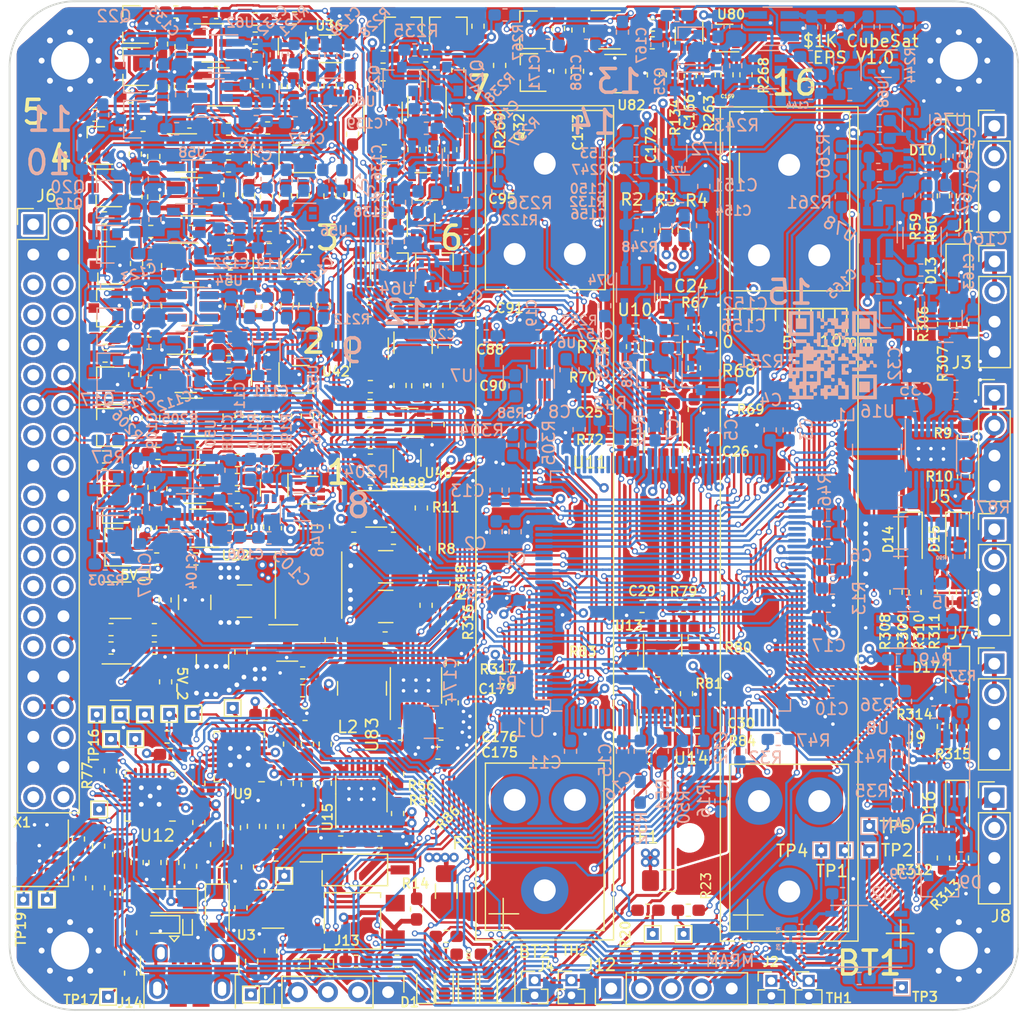
<source format=kicad_pcb>
(kicad_pcb (version 20171130) (host pcbnew 5.1.7-a382d34a8~87~ubuntu16.04.1)
  (title_block (date 2020-10-19))
  (layers (0 F.Cu signal) (1 In1.Cu power) (2 In2.Cu power) (31 B.Cu signal) (34 B.Paste user hide) (35 F.Paste user hide) (36 B.SilkS user) (37 F.SilkS user) (38 B.Mask user hide) (39 F.Mask user hide) (44 Edge.Cuts user))
  (net 0 "")
  (net 1 "Net-(BT1-Pad1)")
  (net 2 GND)
  (net 3 "Net-(BT2-Pad1)")
  (net 4 "Net-(C1-Pad2)")
  (net 5 "Net-(C10-Pad1)")
  (net 6 "Net-(C13-Pad1)")
  (net 7 "Net-(C15-Pad2)")
  (net 8 /3.3V_EPS_MRAM)
  (net 9 +3V3)
  (net 10 /3.3V_EPS_STM)
  (net 11 "Net-(C22-Pad1)")
  (net 12 /VOUT1)
  (net 13 "Net-(C26-Pad1)")
  (net 14 "Net-(C27-Pad1)")
  (net 15 /VOUT2)
  (net 16 "Net-(C31-Pad1)")
  (net 17 /VRAW_SOLAR)
  (net 18 "Net-(C35-Pad2)")
  (net 19 "Net-(C35-Pad1)")
  (net 20 "Net-(C37-Pad2)")
  (net 21 "Net-(C37-Pad1)")
  (net 22 /3.3V_EPS_CAN)
  (net 23 "Net-(C39-Pad1)")
  (net 24 /SOLAR_MPPT_5V/VCC)
  (net 25 /SOLAR_MPPT_5V/VOUT)
  (net 26 "Net-(C44-Pad2)")
  (net 27 /5V0_1)
  (net 28 "Net-(C45-Pad2)")
  (net 29 /5V0_2)
  (net 30 /CURRENT_MONITORS/sheet601A160D/SHUNT-)
  (net 31 "Net-(C48-Pad2)")
  (net 32 "Net-(C51-Pad2)")
  (net 33 /3.3V_STM_CORE)
  (net 34 /CURRENT_MONITORS/sheet6204228E/SHUNT-)
  (net 35 "Net-(C56-Pad2)")
  (net 36 "Net-(C59-Pad2)")
  (net 37 /3.3V_GPS)
  (net 38 /CURRENT_MONITORS/sheet62057B58/SHUNT-)
  (net 39 "Net-(C64-Pad2)")
  (net 40 "Net-(C67-Pad2)")
  (net 41 /3.3V_MRAM)
  (net 42 /CURRENT_MONITORS/sheet6206D7D7/SHUNT-)
  (net 43 "Net-(C72-Pad2)")
  (net 44 "Net-(C75-Pad2)")
  (net 45 /3.3V_AVI_CAN)
  (net 46 /CURRENT_MONITORS/sheet6208477B/SHUNT-)
  (net 47 "Net-(C80-Pad2)")
  (net 48 "Net-(C83-Pad2)")
  (net 49 /3.3V_ACS_LOGIC)
  (net 50 /CURRENT_MONITORS/sheet6208477C/SHUNT-)
  (net 51 "Net-(C88-Pad2)")
  (net 52 "Net-(C91-Pad2)")
  (net 53 /3.3V_GYRO)
  (net 54 /CURRENT_MONITORS/sheet6208477D/SHUNT-)
  (net 55 "Net-(C96-Pad2)")
  (net 56 "Net-(C99-Pad2)")
  (net 57 /3.3V_MAG)
  (net 58 /CURRENT_MONITORS/sheet6208477E/SHUNT-)
  (net 59 "Net-(C104-Pad2)")
  (net 60 "Net-(C107-Pad2)")
  (net 61 /3.3V_CLK)
  (net 62 /CURRENT_MONITORS/sheet6209BA58/SHUNT-)
  (net 63 "Net-(C112-Pad2)")
  (net 64 "Net-(C115-Pad2)")
  (net 65 /3.3V_9)
  (net 66 /CURRENT_MONITORS/sheet6209BA59/SHUNT-)
  (net 67 "Net-(C120-Pad2)")
  (net 68 "Net-(C123-Pad2)")
  (net 69 /3.3V_10)
  (net 70 /CURRENT_MONITORS/sheet6209BA5A/SHUNT-)
  (net 71 "Net-(C128-Pad2)")
  (net 72 "Net-(C131-Pad2)")
  (net 73 /3.3V_11)
  (net 74 /CURRENT_MONITORS/sheet6209BA5B/SHUNT-)
  (net 75 "Net-(C136-Pad2)")
  (net 76 "Net-(C139-Pad2)")
  (net 77 /3.3V_12)
  (net 78 /CURRENT_MONITORS/sheet620B1C59/SHUNT-)
  (net 79 "Net-(C144-Pad2)")
  (net 80 "Net-(C147-Pad2)")
  (net 81 /CURRENT_MONITORS/sheet620B1C5A/SHUNT-)
  (net 82 "Net-(C152-Pad2)")
  (net 83 "Net-(C155-Pad2)")
  (net 84 /CURRENT_MONITORS/sheet620B1C5B/SHUNT-)
  (net 85 "Net-(C160-Pad2)")
  (net 86 "Net-(C163-Pad2)")
  (net 87 /CURRENT_MONITORS/sheet620B1C5C/SHUNT-)
  (net 88 "Net-(C168-Pad2)")
  (net 89 "Net-(C171-Pad2)")
  (net 90 /3.3V_16)
  (net 91 VBUS)
  (net 92 "Net-(C177-Pad2)")
  (net 93 "Net-(C177-Pad1)")
  (net 94 "Net-(C178-Pad2)")
  (net 95 "Net-(C178-Pad1)")
  (net 96 /sheet5FCD3934/MPPC)
  (net 97 /sheet5FCD3934/VOUT)
  (net 98 +5V)
  (net 99 "Net-(C187-Pad2)")
  (net 100 /SOLAR_5V)
  (net 101 "Net-(C189-Pad2)")
  (net 102 /BATTERY_CHARGER/BAT)
  (net 103 "Net-(C190-Pad2)")
  (net 104 "Net-(C192-Pad2)")
  (net 105 /sheet5F4CFCDE/BAT)
  (net 106 "Net-(D1-Pad2)")
  (net 107 /PMIC/LED_1)
  (net 108 "Net-(D2-Pad2)")
  (net 109 /PMIC/LED_2)
  (net 110 "Net-(D3-Pad2)")
  (net 111 /PMIC/LED_3)
  (net 112 "Net-(D4-Pad2)")
  (net 113 /PMIC/LED_4)
  (net 114 "Net-(D5-Pad2)")
  (net 115 /PMIC/LED_5)
  (net 116 /PMIC/LPUART1_TX)
  (net 117 /PMIC/LPUART1_RX)
  (net 118 /CANL)
  (net 119 /CANH)
  (net 120 "Net-(D10-Pad2)")
  (net 121 /VEXT)
  (net 122 "Net-(D13-Pad2)")
  (net 123 "Net-(D14-Pad2)")
  (net 124 "Net-(D15-Pad2)")
  (net 125 "Net-(D16-Pad2)")
  (net 126 "Net-(D17-Pad2)")
  (net 127 "Net-(D19-Pad2)")
  (net 128 /INTERBOARD_CONNECTOR/AVI_RESET)
  (net 129 /UART_TXO)
  (net 130 /INTERBOARD_CONNECTOR/EPS_RESET)
  (net 131 /UART_RXI)
  (net 132 "Net-(J12-Pad4)")
  (net 133 "Net-(J12-Pad3)")
  (net 134 "Net-(J12-Pad2)")
  (net 135 /EPS_WATCHDOG)
  (net 136 "Net-(J14-Pad6)")
  (net 137 "Net-(L3-Pad1)")
  (net 138 "Net-(Q1-Pad3)")
  (net 139 "Net-(Q2-Pad3)")
  (net 140 "Net-(Q3-Pad3)")
  (net 141 "Net-(Q4-Pad3)")
  (net 142 "Net-(Q5-Pad3)")
  (net 143 "Net-(Q6-Pad3)")
  (net 144 "Net-(Q7-Pad3)")
  (net 145 "Net-(Q8-Pad3)")
  (net 146 "Net-(Q10-Pad1)")
  (net 147 "Net-(Q10-Pad3)")
  (net 148 "Net-(Q11-Pad3)")
  (net 149 "Net-(Q12-Pad3)")
  (net 150 "Net-(Q13-Pad3)")
  (net 151 "Net-(Q14-Pad3)")
  (net 152 "Net-(Q15-Pad3)")
  (net 153 "Net-(Q16-Pad3)")
  (net 154 "Net-(Q17-Pad3)")
  (net 155 "Net-(Q18-Pad3)")
  (net 156 "Net-(Q19-Pad3)")
  (net 157 "Net-(Q20-Pad3)")
  (net 158 "Net-(Q21-Pad3)")
  (net 159 "Net-(Q22-Pad3)")
  (net 160 "Net-(Q23-Pad3)")
  (net 161 "Net-(Q24-Pad3)")
  (net 162 "Net-(Q25-Pad3)")
  (net 163 "Net-(Q26-Pad3)")
  (net 164 "Net-(Q27-Pad3)")
  (net 165 "Net-(Q28-Pad3)")
  (net 166 "Net-(Q29-Pad3)")
  (net 167 "Net-(Q30-Pad3)")
  (net 168 "Net-(Q31-Pad3)")
  (net 169 "Net-(Q32-Pad3)")
  (net 170 "Net-(R1-Pad1)")
  (net 171 "Net-(R5-Pad2)")
  (net 172 "Net-(R6-Pad2)")
  (net 173 /PG_3V3)
  (net 174 /SOLAR_MPPT_5V/MPPC)
  (net 175 "Net-(R11-Pad1)")
  (net 176 /IDEAL_EN1)
  (net 177 /~IDEAL_EN2)
  (net 178 "Net-(R15-Pad1)")
  (net 179 /~BC_2_CHRG)
  (net 180 /PG_SOLAR)
  (net 181 /BC_2_POL)
  (net 182 "Net-(R19-Pad2)")
  (net 183 /PMIC/NJRST)
  (net 184 /PMIC/JTCK_SWCLK)
  (net 185 /PMIC/JTMS_SWDIO)
  (net 186 /PMIC/JTDO_TRACESWO)
  (net 187 "Net-(R23-Pad2)")
  (net 188 /PMIC/JTDI)
  (net 189 /PMIC/RCC_OSC32_IN)
  (net 190 "Net-(R29-Pad1)")
  (net 191 /PMIC/OSC32_TCXO/OE)
  (net 192 /~BC_1_CHRG)
  (net 193 /PMIC/ADC1_IN9)
  (net 194 /PMIC/CAN_RS)
  (net 195 "Net-(R35-Pad1)")
  (net 196 /PMIC/CAN1_TX)
  (net 197 "Net-(R36-Pad1)")
  (net 198 /PMIC/CAN1_RX)
  (net 199 "Net-(R37-Pad1)")
  (net 200 /PMIC/CAN_TRANSCEIVER/Vref)
  (net 201 /PMIC/ADC1_IN10)
  (net 202 /BC_1_POL)
  (net 203 "Net-(R48-Pad1)")
  (net 204 "Net-(R49-Pad2)")
  (net 205 /~IDEAL_WARN1)
  (net 206 /~IDEAL_STATUS1)
  (net 207 /~IDEAL_STATUS2)
  (net 208 /sheet5F71F776/VIN1)
  (net 209 /sheet5F71F776/VIN2)
  (net 210 /sheet5F71F776/VOUT1)
  (net 211 /sheet5F71F776/VOUT2)
  (net 212 /AVI_EXTRN_RST)
  (net 213 /EPS_EXTRN_RST)
  (net 214 /SOLAR_ADC1)
  (net 215 "Net-(R61-Pad1)")
  (net 216 "Net-(R63-Pad2)")
  (net 217 "Net-(R64-Pad2)")
  (net 218 "Net-(R65-Pad1)")
  (net 219 /BC_1_ISTAT)
  (net 220 /BATTERY/NTC)
  (net 221 /BATTERY/VNTC)
  (net 222 "Net-(R68-Pad2)")
  (net 223 "Net-(R70-Pad1)")
  (net 224 "Net-(R72-Pad2)")
  (net 225 "Net-(R73-Pad1)")
  (net 226 "Net-(R75-Pad2)")
  (net 227 "Net-(R76-Pad2)")
  (net 228 "Net-(R77-Pad1)")
  (net 229 /BC_2_ISTAT)
  (net 230 /sheet5F4CFCDE/NTC)
  (net 231 /sheet5F4CFCDE/VNTC)
  (net 232 "Net-(R80-Pad2)")
  (net 233 "Net-(R82-Pad1)")
  (net 234 "Net-(R84-Pad2)")
  (net 235 "Net-(R85-Pad1)")
  (net 236 "Net-(R86-Pad1)")
  (net 237 "Net-(R87-Pad1)")
  (net 238 "Net-(R88-Pad1)")
  (net 239 "Net-(R89-Pad1)")
  (net 240 "Net-(R90-Pad2)")
  (net 241 "Net-(R91-Pad2)")
  (net 242 "Net-(R92-Pad2)")
  (net 243 /CURRENT_MONITORS/sheet601A160D/RREF+)
  (net 244 /CURRENT_MONITORS/sheet601A160D/RREF-)
  (net 245 /CURRENT_MONITORS/sheet601A160D/ISET+)
  (net 246 /CURRENT_MONITORS/sheet6204228E/RREF+)
  (net 247 /CURRENT_MONITORS/sheet6204228E/RREF-)
  (net 248 /CURRENT_MONITORS/sheet6204228E/ISET+)
  (net 249 /CURRENT_MONITORS/sheet62057B58/RREF+)
  (net 250 /CURRENT_MONITORS/sheet62057B58/RREF-)
  (net 251 /CURRENT_MONITORS/sheet62057B58/ISET+)
  (net 252 /CURRENT_MONITORS/sheet6206D7D7/RREF+)
  (net 253 /CURRENT_MONITORS/sheet6206D7D7/RREF-)
  (net 254 /CURRENT_MONITORS/sheet6206D7D7/ISET+)
  (net 255 /CURRENT_MONITORS/sheet6208477B/RREF+)
  (net 256 /CURRENT_MONITORS/sheet6208477B/RREF-)
  (net 257 /CURRENT_MONITORS/sheet6208477B/ISET+)
  (net 258 /CURRENT_MONITORS/sheet6208477C/RREF+)
  (net 259 /CURRENT_MONITORS/sheet6208477C/RREF-)
  (net 260 /CURRENT_MONITORS/sheet6208477C/ISET+)
  (net 261 /CURRENT_MONITORS/sheet6208477D/RREF+)
  (net 262 /CURRENT_MONITORS/sheet6208477D/RREF-)
  (net 263 /CURRENT_MONITORS/sheet6208477D/ISET+)
  (net 264 /CURRENT_MONITORS/sheet6208477E/RREF+)
  (net 265 /CURRENT_MONITORS/sheet6208477E/RREF-)
  (net 266 /CURRENT_MONITORS/sheet6208477E/ISET+)
  (net 267 /CURRENT_MONITORS/sheet6209BA58/RREF+)
  (net 268 /CURRENT_MONITORS/sheet6209BA58/RREF-)
  (net 269 /CURRENT_MONITORS/sheet6209BA58/ISET+)
  (net 270 /CURRENT_MONITORS/sheet6209BA59/RREF+)
  (net 271 /CURRENT_MONITORS/sheet6209BA59/RREF-)
  (net 272 /CURRENT_MONITORS/sheet6209BA59/ISET+)
  (net 273 /CURRENT_MONITORS/sheet6209BA5A/RREF+)
  (net 274 /CURRENT_MONITORS/sheet6209BA5A/RREF-)
  (net 275 /CURRENT_MONITORS/sheet6209BA5A/ISET+)
  (net 276 /CURRENT_MONITORS/sheet6209BA5B/RREF+)
  (net 277 /CURRENT_MONITORS/sheet6209BA5B/RREF-)
  (net 278 /CURRENT_MONITORS/sheet6209BA5B/ISET+)
  (net 279 /CURRENT_MONITORS/sheet620B1C59/RREF+)
  (net 280 /CURRENT_MONITORS/sheet620B1C59/RREF-)
  (net 281 /CURRENT_MONITORS/sheet620B1C59/ISET+)
  (net 282 /CURRENT_MONITORS/sheet620B1C5A/RREF+)
  (net 283 /CURRENT_MONITORS/sheet620B1C5A/RREF-)
  (net 284 /CURRENT_MONITORS/sheet620B1C5A/ISET+)
  (net 285 /CURRENT_MONITORS/sheet620B1C5B/RREF+)
  (net 286 /CURRENT_MONITORS/sheet620B1C5B/RREF-)
  (net 287 /CURRENT_MONITORS/sheet620B1C5B/ISET+)
  (net 288 /CURRENT_MONITORS/sheet620B1C5C/RREF+)
  (net 289 /CURRENT_MONITORS/sheet620B1C5C/RREF-)
  (net 290 /CURRENT_MONITORS/sheet620B1C5C/ISET+)
  (net 291 /PMIC/INT_1)
  (net 292 /PMIC/INT_2)
  (net 293 /PMIC/INT_3)
  (net 294 /PMIC/INT_4)
  (net 295 /PMIC/INT_5)
  (net 296 /PMIC/INT_6)
  (net 297 /PMIC/INT_7)
  (net 298 /CURRENT_MONITORS/PWR1_8_ON)
  (net 299 /CURRENT_MONITORS/PWR1_9_ON)
  (net 300 /CURRENT_MONITORS/PWR1_10_ON)
  (net 301 /CURRENT_MONITORS/PWR1_11_ON)
  (net 302 /CURRENT_MONITORS/PWR1_12_ON)
  (net 303 /CURRENT_MONITORS/PWR1_13_ON)
  (net 304 /PMIC/INT_8)
  (net 305 /PMIC/INT_9)
  (net 306 /CURRENT_MONITORS/PWR1_16_ON)
  (net 307 /CURRENT_MONITORS/PWR2_1_ON)
  (net 308 /CURRENT_MONITORS/PWR2_2_ON)
  (net 309 /PMIC/UART4_TX)
  (net 310 /PMIC/UART4_RX)
  (net 311 /SOLAR_ADC2)
  (net 312 /SOLAR_ADC3)
  (net 313 /SOLAR_ADC4)
  (net 314 /SOLAR_ADC5)
  (net 315 /SOLAR_ADC6)
  (net 316 "Net-(R316-Pad1)")
  (net 317 "Net-(R317-Pad1)")
  (net 318 "Net-(R318-Pad1)")
  (net 319 "Net-(R319-Pad2)")
  (net 320 /HPWR_EN)
  (net 321 "Net-(R321-Pad1)")
  (net 322 "Net-(SW1-Pad2)")
  (net 323 /PMIC/QUADSPI_CLK)
  (net 324 /PMIC/QUADSPI_BK1_IO1)
  (net 325 /PMIC/QUADSPI_BK1_IO0)
  (net 326 /PMIC/QUADSPI_BK1_NCS)
  (net 327 /BC_1_CLDIS)
  (net 328 /PMIC/WATCHDOG_WAKE)
  (net 329 /PMIC/WATCHDOG_DONE)
  (net 330 /BC_1_SUSP)
  (net 331 /BC_1_SHDN)
  (net 332 /~BC_1_VEXT)
  (net 333 /BC_2_CLDIS)
  (net 334 /BC_2_SUSP)
  (net 335 /BC_2_SHDN)
  (net 336 /~BC_2_VEXT)
  (net 337 /CURRENT_MONITORS/RST1_13)
  (net 338 "Net-(C47-Pad1)")
  (net 339 "Net-(C55-Pad1)")
  (net 340 "Net-(C63-Pad1)")
  (net 341 "Net-(C71-Pad1)")
  (net 342 "Net-(C79-Pad1)")
  (net 343 "Net-(C87-Pad1)")
  (net 344 "Net-(C95-Pad1)")
  (net 345 "Net-(C103-Pad1)")
  (net 346 "Net-(C111-Pad1)")
  (net 347 "Net-(C119-Pad1)")
  (net 348 "Net-(C127-Pad1)")
  (net 349 "Net-(C135-Pad1)")
  (net 350 "Net-(C143-Pad1)")
  (net 351 "Net-(C151-Pad1)")
  (net 352 "Net-(C159-Pad1)")
  (net 353 "Net-(C167-Pad1)")
  (net 354 "Net-(C18-Pad1)")
  (net 355 "Net-(C36-Pad1)")
  (net 356 "Net-(D18-Pad1)")
  (module footprint_custom:qrr (layer B.Cu) (at 162.26 88.85 180)
    (fp_text reference G*** hide)
    (fp_text value LOGO hide)
  )
  (module Connector_PinHeader_2.54mm:PinHeader_1x04_P2.54mm_Vertical (layer F.Cu) (at 124.8 142.5 270)
    (fp_text reference J13 (at -4.34 3.47) (layer F.SilkS) (effects (font (size 0.8 0.8))))
    (fp_text value Conn_01x04_Male)
    (pad 4 thru_hole oval (at 0 7.62 270) (size 1.7 1.7) (drill 1) (layers *.Cu *.Mask) (net 10 /3.3V_EPS_STM))
    (pad 3 thru_hole oval (at 0 5.08 270) (size 1.7 1.7) (drill 1) (layers *.Cu *.Mask) (net 116 /PMIC/LPUART1_TX))
    (pad 2 thru_hole oval (at 0 2.54 270) (size 1.7 1.7) (drill 1) (layers *.Cu *.Mask) (net 117 /PMIC/LPUART1_RX))
    (pad 1 thru_hole rect (at 0 0 270) (size 1.7 1.7) (drill 1) (layers *.Cu *.Mask) (net 2 GND))
  )
  (module Calibration_Scale:Gauge_10mm_Type1_SilkScreenTop (layer F.Cu) (at 153.45 84.9)
    (fp_text reference FID4 hide)
    (fp_text value Fiducial)
    (fp_text user 10mm (at 9.99998 2.70002) (layer F.SilkS))
    (fp_text user 0 (at 0 2.79908) (layer F.SilkS))
    (fp_text user 5 (at 4.99872 2.90068) (layer F.SilkS))
  )
  (module footprint_custom:MSOP-16-1EP_3x4.039mm_P0.5mm_EP1.651x2.845mm_0.3mmThermalVias (layer B.Cu) (at 170.55 97.145 270)
    (fp_text reference U16 (at -3.585 4.5 180) (layer B.SilkS) (effects (justify mirror)))
    (fp_text value LTC3130-1)
    (pad 17 thru_hole circle (at -0.45 -1.05 270) (size 0.7 0.7) (drill 0.3) (layers *.Cu) (net 2 GND))
    (pad 17 thru_hole circle (at 0.45 -1.05 270) (size 0.7 0.7) (drill 0.3) (layers *.Cu) (net 2 GND))
    (pad 17 thru_hole circle (at -0.45 1.05 270) (size 0.7 0.7) (drill 0.3) (layers *.Cu) (net 2 GND))
    (pad 17 thru_hole circle (at 0.45 1.05 270) (size 0.7 0.7) (drill 0.3) (layers *.Cu) (net 2 GND))
    (pad 17 thru_hole circle (at -0.45 0 270) (size 0.7 0.7) (drill 0.3) (layers *.Cu) (net 2 GND))
    (pad 17 thru_hole circle (at 0.45 0 270) (size 0.7 0.7) (drill 0.3) (layers *.Cu) (net 2 GND))
    (pad 17 smd rect (at 0 0 270) (size 1.651 2.845) (layers F.Cu F.Mask) (net 2 GND))
    (pad 17 smd rect (at 0 0 270) (size 1.651 2.845) (layers B.Cu B.Mask) (net 2 GND))
    (pad 16 smd roundrect (at 2.15 1.75 270) (size 1.45 0.3) (layers B.Cu B.Paste B.Mask) (net 20 "Net-(C37-Pad2)"))
    (pad 15 smd roundrect (at 2.15 1.25 270) (size 1.45 0.3) (layers B.Cu B.Paste B.Mask) (net 21 "Net-(C37-Pad1)"))
    (pad 14 smd roundrect (at 2.15 0.75 270) (size 1.45 0.3) (layers B.Cu B.Paste B.Mask) (net 25 /SOLAR_MPPT_5V/VOUT))
    (pad 13 smd roundrect (at 2.15 0.25 270) (size 1.45 0.3) (layers B.Cu B.Paste B.Mask) (net 180 /PG_SOLAR))
    (pad 12 smd roundrect (at 2.15 -0.25 270) (size 1.45 0.3) (layers B.Cu B.Paste B.Mask) (net 240 "Net-(R90-Pad2)"))
    (pad 11 smd roundrect (at 2.15 -0.75 270) (size 1.45 0.3) (layers B.Cu B.Paste B.Mask) (net 239 "Net-(R89-Pad1)"))
    (pad 10 smd roundrect (at 2.15 -1.25 270) (size 1.45 0.3) (layers B.Cu B.Paste B.Mask) (net 237 "Net-(R87-Pad1)"))
    (pad 9 smd roundrect (at 2.15 -1.75 270) (size 1.45 0.3) (layers B.Cu B.Paste B.Mask) (net 238 "Net-(R88-Pad1)"))
    (pad 8 smd roundrect (at -2.15 -1.75 270) (size 1.45 0.3) (layers B.Cu B.Paste B.Mask) (net 174 /SOLAR_MPPT_5V/MPPC))
    (pad 7 smd roundrect (at -2.15 -1.25 270) (size 1.45 0.3) (layers B.Cu B.Paste B.Mask) (net 24 /SOLAR_MPPT_5V/VCC))
    (pad 6 smd roundrect (at -2.15 -0.75 270) (size 1.45 0.3) (layers B.Cu B.Paste B.Mask) (net 17 /VRAW_SOLAR))
    (pad 5 smd roundrect (at -2.15 -0.25 270) (size 1.45 0.3) (layers B.Cu B.Paste B.Mask) (net 17 /VRAW_SOLAR))
    (pad 4 smd roundrect (at -2.15 0.25 270) (size 1.45 0.3) (layers B.Cu B.Paste B.Mask) (net 17 /VRAW_SOLAR))
    (pad 3 smd roundrect (at -2.15 0.75 270) (size 1.45 0.3) (layers B.Cu B.Paste B.Mask) (net 19 "Net-(C35-Pad1)"))
    (pad 2 smd roundrect (at -2.15 1.25 270) (size 1.45 0.3) (layers B.Cu B.Paste B.Mask) (net 18 "Net-(C35-Pad2)"))
    (pad 1 smd roundrect (at -2.15 1.75 270) (size 1.45 0.3) (layers B.Cu B.Paste B.Mask) (net 2 GND))
  )
  (module footprint_custom:MSOP-16-1EP_3x4.039mm_P0.5mm_EP1.651x2.845mm_0.3mmThermalVias (layer F.Cu) (at 127.15 116.655 90)
    (fp_text reference U83 (at -4.145 -3.7 90) (layer F.SilkS))
    (fp_text value LTC3130-1)
    (pad 17 thru_hole circle (at -0.45 1.05 90) (size 0.7 0.7) (drill 0.3) (layers *.Cu) (net 2 GND))
    (pad 17 thru_hole circle (at 0.45 1.05 90) (size 0.7 0.7) (drill 0.3) (layers *.Cu) (net 2 GND))
    (pad 17 thru_hole circle (at -0.45 -1.05 90) (size 0.7 0.7) (drill 0.3) (layers *.Cu) (net 2 GND))
    (pad 17 thru_hole circle (at 0.45 -1.05 90) (size 0.7 0.7) (drill 0.3) (layers *.Cu) (net 2 GND))
    (pad 17 thru_hole circle (at -0.45 0 90) (size 0.7 0.7) (drill 0.3) (layers *.Cu) (net 2 GND))
    (pad 17 thru_hole circle (at 0.45 0 90) (size 0.7 0.7) (drill 0.3) (layers *.Cu) (net 2 GND))
    (pad 17 smd rect (at 0 0 90) (size 1.651 2.845) (layers B.Cu B.Mask) (net 2 GND))
    (pad 17 smd rect (at 0 0 90) (size 1.651 2.845) (layers F.Cu F.Mask) (net 2 GND))
    (pad 16 smd roundrect (at 2.15 -1.75 90) (size 1.45 0.3) (layers F.Cu F.Paste F.Mask) (net 94 "Net-(C178-Pad2)"))
    (pad 15 smd roundrect (at 2.15 -1.25 90) (size 1.45 0.3) (layers F.Cu F.Paste F.Mask) (net 95 "Net-(C178-Pad1)"))
    (pad 14 smd roundrect (at 2.15 -0.75 90) (size 1.45 0.3) (layers F.Cu F.Paste F.Mask) (net 97 /sheet5FCD3934/VOUT))
    (pad 13 smd roundrect (at 2.15 -0.25 90) (size 1.45 0.3) (layers F.Cu F.Paste F.Mask) (net 173 /PG_3V3))
    (pad 12 smd roundrect (at 2.15 0.25 90) (size 1.45 0.3) (layers F.Cu F.Paste F.Mask) (net 319 "Net-(R319-Pad2)"))
    (pad 11 smd roundrect (at 2.15 0.75 90) (size 1.45 0.3) (layers F.Cu F.Paste F.Mask) (net 318 "Net-(R318-Pad1)"))
    (pad 10 smd roundrect (at 2.15 1.25 90) (size 1.45 0.3) (layers F.Cu F.Paste F.Mask) (net 316 "Net-(R316-Pad1)"))
    (pad 9 smd roundrect (at 2.15 1.75 90) (size 1.45 0.3) (layers F.Cu F.Paste F.Mask) (net 317 "Net-(R317-Pad1)"))
    (pad 8 smd roundrect (at -2.15 1.75 90) (size 1.45 0.3) (layers F.Cu F.Paste F.Mask) (net 96 /sheet5FCD3934/MPPC))
    (pad 7 smd roundrect (at -2.15 1.25 90) (size 1.45 0.3) (layers F.Cu F.Paste F.Mask) (net 96 /sheet5FCD3934/MPPC))
    (pad 6 smd roundrect (at -2.15 0.75 90) (size 1.45 0.3) (layers F.Cu F.Paste F.Mask) (net 91 VBUS))
    (pad 5 smd roundrect (at -2.15 0.25 90) (size 1.45 0.3) (layers F.Cu F.Paste F.Mask) (net 91 VBUS))
    (pad 4 smd roundrect (at -2.15 -0.25 90) (size 1.45 0.3) (layers F.Cu F.Paste F.Mask) (net 91 VBUS))
    (pad 3 smd roundrect (at -2.15 -0.75 90) (size 1.45 0.3) (layers F.Cu F.Paste F.Mask) (net 93 "Net-(C177-Pad1)"))
    (pad 2 smd roundrect (at -2.15 -1.25 90) (size 1.45 0.3) (layers F.Cu F.Paste F.Mask) (net 92 "Net-(C177-Pad2)"))
    (pad 1 smd roundrect (at -2.15 -1.75 90) (size 1.45 0.3) (layers F.Cu F.Paste F.Mask) (net 2 GND))
  )
  (module footprint_custom:MSOP-16-1EP_3x4.039mm_P0.5mm_EP1.651x2.845mm_0.3mmThermalVias (layer F.Cu) (at 122.55 125.8 90)
    (fp_text reference U15 (at -1.95 -2.85 90) (layer F.SilkS) (effects (font (size 0.8 0.8))))
    (fp_text value LTC4415)
    (pad 17 thru_hole circle (at -0.45 1.05 90) (size 0.7 0.7) (drill 0.3) (layers *.Cu) (net 2 GND))
    (pad 17 thru_hole circle (at 0.45 1.05 90) (size 0.7 0.7) (drill 0.3) (layers *.Cu) (net 2 GND))
    (pad 17 thru_hole circle (at -0.45 -1.05 90) (size 0.7 0.7) (drill 0.3) (layers *.Cu) (net 2 GND))
    (pad 17 thru_hole circle (at 0.45 -1.05 90) (size 0.7 0.7) (drill 0.3) (layers *.Cu) (net 2 GND))
    (pad 17 thru_hole circle (at -0.45 0 90) (size 0.7 0.7) (drill 0.3) (layers *.Cu) (net 2 GND))
    (pad 17 thru_hole circle (at 0.45 0 90) (size 0.7 0.7) (drill 0.3) (layers *.Cu) (net 2 GND))
    (pad 17 smd rect (at 0 0 90) (size 1.651 2.845) (layers B.Cu B.Mask) (net 2 GND))
    (pad 17 smd rect (at 0 0 90) (size 1.651 2.845) (layers F.Cu F.Mask) (net 2 GND))
    (pad 16 smd roundrect (at 2.15 -1.75 90) (size 1.45 0.3) (layers F.Cu F.Paste F.Mask) (net 210 /sheet5F71F776/VOUT1))
    (pad 15 smd roundrect (at 2.15 -1.25 90) (size 1.45 0.3) (layers F.Cu F.Paste F.Mask) (net 210 /sheet5F71F776/VOUT1))
    (pad 14 smd roundrect (at 2.15 -0.75 90) (size 1.45 0.3) (layers F.Cu F.Paste F.Mask) (net 206 /~IDEAL_STATUS1))
    (pad 13 smd roundrect (at 2.15 -0.25 90) (size 1.45 0.3) (layers F.Cu F.Paste F.Mask) (net 205 /~IDEAL_WARN1))
    (pad 12 smd roundrect (at 2.15 0.25 90) (size 1.45 0.3) (layers F.Cu F.Paste F.Mask) (net 205 /~IDEAL_WARN1))
    (pad 11 smd roundrect (at 2.15 0.75 90) (size 1.45 0.3) (layers F.Cu F.Paste F.Mask) (net 207 /~IDEAL_STATUS2))
    (pad 10 smd roundrect (at 2.15 1.25 90) (size 1.45 0.3) (layers F.Cu F.Paste F.Mask) (net 211 /sheet5F71F776/VOUT2))
    (pad 9 smd roundrect (at 2.15 1.75 90) (size 1.45 0.3) (layers F.Cu F.Paste F.Mask) (net 211 /sheet5F71F776/VOUT2))
    (pad 8 smd roundrect (at -2.15 1.75 90) (size 1.45 0.3) (layers F.Cu F.Paste F.Mask) (net 209 /sheet5F71F776/VIN2))
    (pad 7 smd roundrect (at -2.15 1.25 90) (size 1.45 0.3) (layers F.Cu F.Paste F.Mask) (net 209 /sheet5F71F776/VIN2))
    (pad 6 smd roundrect (at -2.15 0.75 90) (size 1.45 0.3) (layers F.Cu F.Paste F.Mask) (net 177 /~IDEAL_EN2))
    (pad 5 smd roundrect (at -2.15 0.25 90) (size 1.45 0.3) (layers F.Cu F.Paste F.Mask) (net 236 "Net-(R86-Pad1)"))
    (pad 4 smd roundrect (at -2.15 -0.25 90) (size 1.45 0.3) (layers F.Cu F.Paste F.Mask) (net 235 "Net-(R85-Pad1)"))
    (pad 3 smd roundrect (at -2.15 -0.75 90) (size 1.45 0.3) (layers F.Cu F.Paste F.Mask) (net 176 /IDEAL_EN1))
    (pad 2 smd roundrect (at -2.15 -1.25 90) (size 1.45 0.3) (layers F.Cu F.Paste F.Mask) (net 208 /sheet5F71F776/VIN1))
    (pad 1 smd roundrect (at -2.15 -1.75 90) (size 1.45 0.3) (layers F.Cu F.Paste F.Mask) (net 208 /sheet5F71F776/VIN1))
  )
  (module footprint_custom:QFN-24-1EP_4x4mm_P0.5mm_EP2.6x2.6mm_0.4mmThermalVias (layer F.Cu) (at 104.75 125.975 180)
    (fp_text reference U12 (at -0.6 -3.325) (layer F.SilkS))
    (fp_text value LTC4066)
    (pad 25 smd rect (at 0 0 180) (size 2.6 2.6) (layers B.Cu B.Mask) (net 2 GND))
    (pad 1 smd roundrect (at -1.9375 -1.25 180) (size 0.825 0.25) (layers F.Cu F.Paste F.Mask) (net 15 /VOUT2))
    (pad 2 smd roundrect (at -1.9375 -0.75 180) (size 0.825 0.25) (layers F.Cu F.Paste F.Mask) (net 105 /sheet5F4CFCDE/BAT))
    (pad 3 smd roundrect (at -1.9375 -0.25 180) (size 0.825 0.25) (layers F.Cu F.Paste F.Mask) (net 15 /VOUT2))
    (pad 4 smd roundrect (at -1.9375 0.25 180) (size 0.825 0.25) (layers F.Cu F.Paste F.Mask) (net 105 /sheet5F4CFCDE/BAT))
    (pad 5 smd roundrect (at -1.9375 0.75 180) (size 0.825 0.25) (layers F.Cu F.Paste F.Mask) (net 105 /sheet5F4CFCDE/BAT))
    (pad 6 smd roundrect (at -1.9375 1.25 180) (size 0.825 0.25) (layers F.Cu F.Paste F.Mask))
    (pad 7 smd roundrect (at -1.25 1.9375 180) (size 0.25 0.825) (layers F.Cu F.Paste F.Mask))
    (pad 8 smd roundrect (at -0.75 1.9375 180) (size 0.25 0.825) (layers F.Cu F.Paste F.Mask) (net 15 /VOUT2))
    (pad 9 smd roundrect (at -0.25 1.9375 180) (size 0.25 0.825) (layers F.Cu F.Paste F.Mask) (net 100 /SOLAR_5V))
    (pad 10 smd roundrect (at 0.25 1.9375 180) (size 0.25 0.825) (layers F.Cu F.Paste F.Mask) (net 333 /BC_2_CLDIS))
    (pad 11 smd roundrect (at 0.75 1.9375 180) (size 0.25 0.825) (layers F.Cu F.Paste F.Mask) (net 334 /BC_2_SUSP))
    (pad 12 smd roundrect (at 1.25 1.9375 180) (size 0.25 0.825) (layers F.Cu F.Paste F.Mask) (net 335 /BC_2_SHDN))
    (pad 13 smd roundrect (at 1.9375 1.25 180) (size 0.825 0.25) (layers F.Cu F.Paste F.Mask) (net 228 "Net-(R77-Pad1)"))
    (pad 14 smd roundrect (at 1.9375 0.75 180) (size 0.825 0.25) (layers F.Cu F.Paste F.Mask) (net 230 /sheet5F4CFCDE/NTC))
    (pad 15 smd roundrect (at 1.9375 0.25 180) (size 0.825 0.25) (layers F.Cu F.Paste F.Mask) (net 231 /sheet5F4CFCDE/VNTC))
    (pad 16 smd roundrect (at 1.9375 -0.25 180) (size 0.825 0.25) (layers F.Cu F.Paste F.Mask) (net 2 GND))
    (pad 17 smd roundrect (at 1.9375 -0.75 180) (size 0.825 0.25) (layers F.Cu F.Paste F.Mask) (net 336 /~BC_2_VEXT))
    (pad 18 smd roundrect (at 1.9375 -1.25 180) (size 0.825 0.25) (layers F.Cu F.Paste F.Mask) (net 179 /~BC_2_CHRG))
    (pad 19 smd roundrect (at 1.25 -1.9375 180) (size 0.25 0.825) (layers F.Cu F.Paste F.Mask) (net 181 /BC_2_POL))
    (pad 20 smd roundrect (at 0.75 -1.9375 180) (size 0.25 0.825) (layers F.Cu F.Paste F.Mask) (net 225 "Net-(R73-Pad1)"))
    (pad 21 smd roundrect (at 0.25 -1.9375 180) (size 0.25 0.825) (layers F.Cu F.Paste F.Mask) (net 14 "Net-(C27-Pad1)"))
    (pad 22 smd roundrect (at -0.25 -1.9375 180) (size 0.25 0.825) (layers F.Cu F.Paste F.Mask) (net 227 "Net-(R76-Pad2)"))
    (pad 23 smd roundrect (at -0.75 -1.9375 180) (size 0.25 0.825) (layers F.Cu F.Paste F.Mask) (net 226 "Net-(R75-Pad2)"))
    (pad 24 smd roundrect (at -1.25 -1.9375 180) (size 0.25 0.825) (layers F.Cu F.Paste F.Mask) (net 229 /BC_2_ISTAT))
    (pad 25 smd rect (at 0 0 180) (size 2.6 2.6) (layers F.Cu F.Mask) (net 2 GND))
    (pad 25 thru_hole circle (at -0.75 -0.7 180) (size 0.8 0.8) (drill 0.4) (layers *.Cu) (net 2 GND))
    (pad 25 thru_hole circle (at -0.75 0.7 180) (size 0.8 0.8) (drill 0.4) (layers *.Cu) (net 2 GND))
    (pad 25 thru_hole circle (at 0 0 180) (size 0.8 0.8) (drill 0.4) (layers *.Cu) (net 2 GND))
    (pad 25 thru_hole circle (at 0.75 0.7 180) (size 0.8 0.8) (drill 0.4) (layers *.Cu) (net 2 GND))
    (pad 25 thru_hole circle (at 0.75 -0.7 180) (size 0.8 0.8) (drill 0.4) (layers *.Cu) (net 2 GND))
  )
  (module footprint_custom:QFN-24-1EP_4x4mm_P0.5mm_EP2.6x2.6mm_0.4mmThermalVias (layer F.Cu) (at 112.26 122.66 180)
    (fp_text reference U9 (at -0.29 -3.14 180) (layer F.SilkS) (effects (font (size 0.8 0.8))))
    (fp_text value LTC4066)
    (pad 25 smd rect (at 0 0 180) (size 2.6 2.6) (layers B.Cu B.Mask) (net 2 GND))
    (pad 1 smd roundrect (at -1.9375 -1.25 180) (size 0.825 0.25) (layers F.Cu F.Paste F.Mask) (net 12 /VOUT1))
    (pad 2 smd roundrect (at -1.9375 -0.75 180) (size 0.825 0.25) (layers F.Cu F.Paste F.Mask) (net 102 /BATTERY_CHARGER/BAT))
    (pad 3 smd roundrect (at -1.9375 -0.25 180) (size 0.825 0.25) (layers F.Cu F.Paste F.Mask) (net 12 /VOUT1))
    (pad 4 smd roundrect (at -1.9375 0.25 180) (size 0.825 0.25) (layers F.Cu F.Paste F.Mask) (net 102 /BATTERY_CHARGER/BAT))
    (pad 5 smd roundrect (at -1.9375 0.75 180) (size 0.825 0.25) (layers F.Cu F.Paste F.Mask) (net 102 /BATTERY_CHARGER/BAT))
    (pad 6 smd roundrect (at -1.9375 1.25 180) (size 0.825 0.25) (layers F.Cu F.Paste F.Mask))
    (pad 7 smd roundrect (at -1.25 1.9375 180) (size 0.25 0.825) (layers F.Cu F.Paste F.Mask))
    (pad 8 smd roundrect (at -0.75 1.9375 180) (size 0.25 0.825) (layers F.Cu F.Paste F.Mask) (net 12 /VOUT1))
    (pad 9 smd roundrect (at -0.25 1.9375 180) (size 0.25 0.825) (layers F.Cu F.Paste F.Mask) (net 100 /SOLAR_5V))
    (pad 10 smd roundrect (at 0.25 1.9375 180) (size 0.25 0.825) (layers F.Cu F.Paste F.Mask) (net 327 /BC_1_CLDIS))
    (pad 11 smd roundrect (at 0.75 1.9375 180) (size 0.25 0.825) (layers F.Cu F.Paste F.Mask) (net 330 /BC_1_SUSP))
    (pad 12 smd roundrect (at 1.25 1.9375 180) (size 0.25 0.825) (layers F.Cu F.Paste F.Mask) (net 331 /BC_1_SHDN))
    (pad 13 smd roundrect (at 1.9375 1.25 180) (size 0.825 0.25) (layers F.Cu F.Paste F.Mask) (net 218 "Net-(R65-Pad1)"))
    (pad 14 smd roundrect (at 1.9375 0.75 180) (size 0.825 0.25) (layers F.Cu F.Paste F.Mask) (net 220 /BATTERY/NTC))
    (pad 15 smd roundrect (at 1.9375 0.25 180) (size 0.825 0.25) (layers F.Cu F.Paste F.Mask) (net 221 /BATTERY/VNTC))
    (pad 16 smd roundrect (at 1.9375 -0.25 180) (size 0.825 0.25) (layers F.Cu F.Paste F.Mask) (net 2 GND))
    (pad 17 smd roundrect (at 1.9375 -0.75 180) (size 0.825 0.25) (layers F.Cu F.Paste F.Mask) (net 332 /~BC_1_VEXT))
    (pad 18 smd roundrect (at 1.9375 -1.25 180) (size 0.825 0.25) (layers F.Cu F.Paste F.Mask) (net 192 /~BC_1_CHRG))
    (pad 19 smd roundrect (at 1.25 -1.9375 180) (size 0.25 0.825) (layers F.Cu F.Paste F.Mask) (net 202 /BC_1_POL))
    (pad 20 smd roundrect (at 0.75 -1.9375 180) (size 0.25 0.825) (layers F.Cu F.Paste F.Mask) (net 215 "Net-(R61-Pad1)"))
    (pad 21 smd roundrect (at 0.25 -1.9375 180) (size 0.25 0.825) (layers F.Cu F.Paste F.Mask) (net 11 "Net-(C22-Pad1)"))
    (pad 22 smd roundrect (at -0.25 -1.9375 180) (size 0.25 0.825) (layers F.Cu F.Paste F.Mask) (net 217 "Net-(R64-Pad2)"))
    (pad 23 smd roundrect (at -0.75 -1.9375 180) (size 0.25 0.825) (layers F.Cu F.Paste F.Mask) (net 216 "Net-(R63-Pad2)"))
    (pad 24 smd roundrect (at -1.25 -1.9375 180) (size 0.25 0.825) (layers F.Cu F.Paste F.Mask) (net 219 /BC_1_ISTAT))
    (pad 25 smd rect (at 0 0 180) (size 2.6 2.6) (layers F.Cu F.Mask) (net 2 GND))
    (pad 25 thru_hole circle (at -0.75 -0.7 180) (size 0.8 0.8) (drill 0.4) (layers *.Cu) (net 2 GND))
    (pad 25 thru_hole circle (at -0.75 0.7 180) (size 0.8 0.8) (drill 0.4) (layers *.Cu) (net 2 GND))
    (pad 25 thru_hole circle (at 0 0 180) (size 0.8 0.8) (drill 0.4) (layers *.Cu) (net 2 GND))
    (pad 25 thru_hole circle (at 0.75 0.7 180) (size 0.8 0.8) (drill 0.4) (layers *.Cu) (net 2 GND))
    (pad 25 thru_hole circle (at 0.75 -0.7 180) (size 0.8 0.8) (drill 0.4) (layers *.Cu) (net 2 GND))
  )
  (module Resistor_SMD:R_0603_1608Metric_Pad1.05x0.95mm_HandSolder (layer F.Cu) (at 139.26 64.895 90)
    (fp_text reference R270 hide)
    (fp_text value DNP)
    (pad 1 smd roundrect (at -0.875 0 90) (size 1.05 0.95) (layers F.Cu F.Paste F.Mask) (net 90 /3.3V_16))
    (pad 2 smd roundrect (at 0.875 0 90) (size 1.05 0.95) (layers F.Cu F.Paste F.Mask) (net 353 "Net-(C167-Pad1)"))
  )
  (module Resistor_SMD:R_0603_1608Metric_Pad1.05x0.95mm_HandSolder (layer F.Cu) (at 101.9 134.2 270)
    (fp_text reference R73 hide)
    (fp_text value 26.7K)
    (pad 1 smd roundrect (at -0.875 0 270) (size 1.05 0.95) (layers F.Cu F.Paste F.Mask) (net 225 "Net-(R73-Pad1)"))
    (pad 2 smd roundrect (at 0.875 0 270) (size 1.05 0.95) (layers F.Cu F.Paste F.Mask) (net 121 /VEXT))
  )
  (module Resistor_SMD:R_0603_1608Metric_Pad1.05x0.95mm_HandSolder (layer B.Cu) (at 164.5 141.35)
    (fp_text reference R6 hide)
    (fp_text value 100K)
    (pad 1 smd roundrect (at -0.875 0) (size 1.05 0.95) (layers B.Cu B.Paste B.Mask) (net 8 /3.3V_EPS_MRAM))
    (pad 2 smd roundrect (at 0.875 0) (size 1.05 0.95) (layers B.Cu B.Paste B.Mask) (net 172 "Net-(R6-Pad2)"))
  )
  (module TestPoint:TestPoint_THTPad_1.0x1.0mm_Drill0.5mm (layer F.Cu) (at 149.7 137.6 270)
    (fp_text reference TP39 hide)
    (fp_text value TP_1.5x1.5)
    (pad 1 thru_hole rect (at 0 0 270) (size 1 1) (drill 0.5) (layers *.Cu *.Mask) (net 187 "Net-(R23-Pad2)"))
  )
  (module TestPoint:TestPoint_THTPad_1.0x1.0mm_Drill0.5mm (layer F.Cu) (at 147.1 137.6 270)
    (fp_text reference TP37 hide)
    (fp_text value TP_1.5x1.5)
    (pad 1 thru_hole rect (at 0 0 270) (size 1 1) (drill 0.5) (layers *.Cu *.Mask) (net 182 "Net-(R19-Pad2)"))
  )
  (module LED_SMD:LED_0603_1608Metric_Pad1.05x0.95mm_HandSolder (layer F.Cu) (at 127.95 141.8 90)
    (fp_text reference D1 (at -1.55 -1.35 180) (layer F.SilkS) (effects (font (size 0.8 0.8))))
    (fp_text value LED_SMD_RED)
    (pad 1 smd roundrect (at -0.875 0 90) (size 1.05 0.95) (layers F.Cu F.Paste F.Mask) (net 107 /PMIC/LED_1))
    (pad 2 smd roundrect (at 0.875 0 90) (size 1.05 0.95) (layers F.Cu F.Paste F.Mask) (net 106 "Net-(D1-Pad2)"))
  )
  (module Package_TO_SOT_SMD:SOT-23 (layer F.Cu) (at 124.905 80.97 90)
    (fp_text reference Q12 hide)
    (fp_text value 2N7002K)
    (pad 3 smd rect (at 1 0 90) (size 0.9 0.8) (layers F.Cu F.Paste F.Mask) (net 149 "Net-(Q12-Pad3)"))
    (pad 2 smd rect (at -1 0.95 90) (size 0.9 0.8) (layers F.Cu F.Paste F.Mask) (net 2 GND))
    (pad 1 smd rect (at -1 -0.95 90) (size 0.9 0.8) (layers F.Cu F.Paste F.Mask) (net 148 "Net-(Q11-Pad3)"))
  )
  (module Capacitor_SMD:C_0603_1608Metric_Pad1.05x0.95mm_HandSolder (layer F.Cu) (at 104.15 69.45 180)
    (fp_text reference C75 hide)
    (fp_text value 1uF)
    (pad 1 smd roundrect (at -0.875 0 180) (size 1.05 0.95) (layers F.Cu F.Paste F.Mask) (net 2 GND))
    (pad 2 smd roundrect (at 0.875 0 180) (size 1.05 0.95) (layers F.Cu F.Paste F.Mask) (net 44 "Net-(C75-Pad2)"))
  )
  (module Package_TO_SOT_SMD:SOT-23 (layer F.Cu) (at 101.1 81.25 180)
    (fp_text reference Q5 hide)
    (fp_text value 2N7002K)
    (pad 3 smd rect (at 1 0 180) (size 0.9 0.8) (layers F.Cu F.Paste F.Mask) (net 142 "Net-(Q5-Pad3)"))
    (pad 2 smd rect (at -1 0.95 180) (size 0.9 0.8) (layers F.Cu F.Paste F.Mask) (net 2 GND))
    (pad 1 smd rect (at -1 -0.95 180) (size 0.9 0.8) (layers F.Cu F.Paste F.Mask) (net 40 "Net-(C67-Pad2)"))
  )
  (module TestPoint:TestPoint_THTPad_1.0x1.0mm_Drill0.5mm (layer B.Cu) (at 165.35 128.5)
    (fp_text reference TP5 (at 2.2 0.1) (layer F.SilkS))
    (fp_text value TP_smt_1x1)
    (pad 1 thru_hole rect (at 0 0) (size 1 1) (drill 0.5) (layers *.Cu *.Mask) (net 326 /PMIC/QUADSPI_BK1_NCS))
  )
  (module TestPoint:TestPoint_THTPad_1.0x1.0mm_Drill0.5mm (layer B.Cu) (at 161.3 130.55)
    (fp_text reference TP4 (at -2.45 0.05) (layer F.SilkS))
    (fp_text value TP_smt_1x1)
    (pad 1 thru_hole rect (at 0 0) (size 1 1) (drill 0.5) (layers *.Cu *.Mask) (net 325 /PMIC/QUADSPI_BK1_IO0))
  )
  (module TestPoint:TestPoint_THTPad_1.0x1.0mm_Drill0.5mm (layer B.Cu) (at 168.1 142.1)
    (fp_text reference TP3 (at 1.95 0.8) (layer F.SilkS) (effects (font (size 0.8 0.8))))
    (fp_text value TP_smt_1x1)
    (pad 1 thru_hole rect (at 0 0) (size 1 1) (drill 0.5) (layers *.Cu *.Mask) (net 8 /3.3V_EPS_MRAM))
  )
  (module TestPoint:TestPoint_THTPad_1.0x1.0mm_Drill0.5mm (layer B.Cu) (at 165.35 130.55)
    (fp_text reference TP2 (at 2.35 0 180) (layer F.SilkS))
    (fp_text value TP_smt_1x1)
    (pad 1 thru_hole rect (at 0 0) (size 1 1) (drill 0.5) (layers *.Cu *.Mask) (net 324 /PMIC/QUADSPI_BK1_IO1))
  )
  (module TestPoint:TestPoint_THTPad_1.0x1.0mm_Drill0.5mm (layer B.Cu) (at 163.3 130.55 90)
    (fp_text reference TP1 (at -1.75 -1.1) (layer F.SilkS))
    (fp_text value TP_smt_1x1)
    (pad 1 thru_hole rect (at 0 0 90) (size 1 1) (drill 0.5) (layers *.Cu *.Mask) (net 323 /PMIC/QUADSPI_CLK))
  )
  (module Package_QFP:LQFP-144_20x20mm_P0.5mm (layer B.Cu) (at 148.6 108.7)
    (fp_text reference U1 (at -11.95 11.55) (layer B.SilkS) (effects (font (size 1.5 1.5)) (justify mirror)))
    (fp_text value STM32L496ZGTx)
    (pad 1 smd roundrect (at -10.6625 8.75) (size 1.475 0.3) (layers B.Cu B.Paste B.Mask) (net 301 /CURRENT_MONITORS/PWR1_11_ON))
    (pad 2 smd roundrect (at -10.6625 8.25) (size 1.475 0.3) (layers B.Cu B.Paste B.Mask) (net 302 /CURRENT_MONITORS/PWR1_12_ON))
    (pad 3 smd roundrect (at -10.6625 7.75) (size 1.475 0.3) (layers B.Cu B.Paste B.Mask) (net 303 /CURRENT_MONITORS/PWR1_13_ON))
    (pad 4 smd roundrect (at -10.6625 7.25) (size 1.475 0.3) (layers B.Cu B.Paste B.Mask) (net 304 /PMIC/INT_8))
    (pad 5 smd roundrect (at -10.6625 6.75) (size 1.475 0.3) (layers B.Cu B.Paste B.Mask) (net 305 /PMIC/INT_9))
    (pad 6 smd roundrect (at -10.6625 6.25) (size 1.475 0.3) (layers B.Cu B.Paste B.Mask) (net 170 "Net-(R1-Pad1)"))
    (pad 7 smd roundrect (at -10.6625 5.75) (size 1.475 0.3) (layers B.Cu B.Paste B.Mask))
    (pad 8 smd roundrect (at -10.6625 5.25) (size 1.475 0.3) (layers B.Cu B.Paste B.Mask) (net 189 /PMIC/RCC_OSC32_IN))
    (pad 9 smd roundrect (at -10.6625 4.75) (size 1.475 0.3) (layers B.Cu B.Paste B.Mask))
    (pad 10 smd roundrect (at -10.6625 4.25) (size 1.475 0.3) (layers B.Cu B.Paste B.Mask) (net 291 /PMIC/INT_1))
    (pad 11 smd roundrect (at -10.6625 3.75) (size 1.475 0.3) (layers B.Cu B.Paste B.Mask) (net 292 /PMIC/INT_2))
    (pad 12 smd roundrect (at -10.6625 3.25) (size 1.475 0.3) (layers B.Cu B.Paste B.Mask) (net 107 /PMIC/LED_1))
    (pad 13 smd roundrect (at -10.6625 2.75) (size 1.475 0.3) (layers B.Cu B.Paste B.Mask) (net 109 /PMIC/LED_2))
    (pad 14 smd roundrect (at -10.6625 2.25) (size 1.475 0.3) (layers B.Cu B.Paste B.Mask) (net 111 /PMIC/LED_3))
    (pad 15 smd roundrect (at -10.6625 1.75) (size 1.475 0.3) (layers B.Cu B.Paste B.Mask) (net 113 /PMIC/LED_4))
    (pad 16 smd roundrect (at -10.6625 1.25) (size 1.475 0.3) (layers B.Cu B.Paste B.Mask) (net 2 GND))
    (pad 17 smd roundrect (at -10.6625 0.75) (size 1.475 0.3) (layers B.Cu B.Paste B.Mask) (net 5 "Net-(C10-Pad1)"))
    (pad 18 smd roundrect (at -10.6625 0.25) (size 1.475 0.3) (layers B.Cu B.Paste B.Mask) (net 115 /PMIC/LED_5))
    (pad 19 smd roundrect (at -10.6625 -0.25) (size 1.475 0.3) (layers B.Cu B.Paste B.Mask) (net 293 /PMIC/INT_3))
    (pad 20 smd roundrect (at -10.6625 -0.75) (size 1.475 0.3) (layers B.Cu B.Paste B.Mask) (net 325 /PMIC/QUADSPI_BK1_IO0))
    (pad 21 smd roundrect (at -10.6625 -1.25) (size 1.475 0.3) (layers B.Cu B.Paste B.Mask) (net 294 /PMIC/INT_4))
    (pad 22 smd roundrect (at -10.6625 -1.75) (size 1.475 0.3) (layers B.Cu B.Paste B.Mask) (net 323 /PMIC/QUADSPI_CLK))
    (pad 23 smd roundrect (at -10.6625 -2.25) (size 1.475 0.3) (layers B.Cu B.Paste B.Mask))
    (pad 24 smd roundrect (at -10.6625 -2.75) (size 1.475 0.3) (layers B.Cu B.Paste B.Mask))
    (pad 25 smd roundrect (at -10.6625 -3.25) (size 1.475 0.3) (layers B.Cu B.Paste B.Mask) (net 135 /EPS_WATCHDOG))
    (pad 26 smd roundrect (at -10.6625 -3.75) (size 1.475 0.3) (layers B.Cu B.Paste B.Mask) (net 214 /SOLAR_ADC1))
    (pad 27 smd roundrect (at -10.6625 -4.25) (size 1.475 0.3) (layers B.Cu B.Paste B.Mask) (net 311 /SOLAR_ADC2))
    (pad 28 smd roundrect (at -10.6625 -4.75) (size 1.475 0.3) (layers B.Cu B.Paste B.Mask) (net 312 /SOLAR_ADC3))
    (pad 29 smd roundrect (at -10.6625 -5.25) (size 1.475 0.3) (layers B.Cu B.Paste B.Mask) (net 313 /SOLAR_ADC4))
    (pad 30 smd roundrect (at -10.6625 -5.75) (size 1.475 0.3) (layers B.Cu B.Paste B.Mask) (net 2 GND))
    (pad 31 smd roundrect (at -10.6625 -6.25) (size 1.475 0.3) (layers B.Cu B.Paste B.Mask) (net 2 GND))
    (pad 32 smd roundrect (at -10.6625 -6.75) (size 1.475 0.3) (layers B.Cu B.Paste B.Mask) (net 4 "Net-(C1-Pad2)"))
    (pad 33 smd roundrect (at -10.6625 -7.25) (size 1.475 0.3) (layers B.Cu B.Paste B.Mask) (net 6 "Net-(C13-Pad1)"))
    (pad 34 smd roundrect (at -10.6625 -7.75) (size 1.475 0.3) (layers B.Cu B.Paste B.Mask) (net 309 /PMIC/UART4_TX))
    (pad 35 smd roundrect (at -10.6625 -8.25) (size 1.475 0.3) (layers B.Cu B.Paste B.Mask) (net 310 /PMIC/UART4_RX))
    (pad 36 smd roundrect (at -10.6625 -8.75) (size 1.475 0.3) (layers B.Cu B.Paste B.Mask) (net 314 /SOLAR_ADC5))
    (pad 37 smd roundrect (at -8.75 -10.6625) (size 0.3 1.475) (layers B.Cu B.Paste B.Mask) (net 315 /SOLAR_ADC6))
    (pad 38 smd roundrect (at -8.25 -10.6625) (size 0.3 1.475) (layers B.Cu B.Paste B.Mask) (net 2 GND))
    (pad 39 smd roundrect (at -7.75 -10.6625) (size 0.3 1.475) (layers B.Cu B.Paste B.Mask) (net 5 "Net-(C10-Pad1)"))
    (pad 40 smd roundrect (at -7.25 -10.6625) (size 0.3 1.475) (layers B.Cu B.Paste B.Mask) (net 193 /PMIC/ADC1_IN9))
    (pad 41 smd roundrect (at -6.75 -10.6625) (size 0.3 1.475) (layers B.Cu B.Paste B.Mask) (net 201 /PMIC/ADC1_IN10))
    (pad 42 smd roundrect (at -6.25 -10.6625) (size 0.3 1.475) (layers B.Cu B.Paste B.Mask))
    (pad 43 smd roundrect (at -5.75 -10.6625) (size 0.3 1.475) (layers B.Cu B.Paste B.Mask))
    (pad 44 smd roundrect (at -5.25 -10.6625) (size 0.3 1.475) (layers B.Cu B.Paste B.Mask))
    (pad 45 smd roundrect (at -4.75 -10.6625) (size 0.3 1.475) (layers B.Cu B.Paste B.Mask))
    (pad 46 smd roundrect (at -4.25 -10.6625) (size 0.3 1.475) (layers B.Cu B.Paste B.Mask) (net 324 /PMIC/QUADSPI_BK1_IO1))
    (pad 47 smd roundrect (at -3.75 -10.6625) (size 0.3 1.475) (layers B.Cu B.Paste B.Mask))
    (pad 48 smd roundrect (at -3.25 -10.6625) (size 0.3 1.475) (layers B.Cu B.Paste B.Mask))
    (pad 49 smd roundrect (at -2.75 -10.6625) (size 0.3 1.475) (layers B.Cu B.Paste B.Mask) (net 295 /PMIC/INT_5))
    (pad 50 smd roundrect (at -2.25 -10.6625) (size 0.3 1.475) (layers B.Cu B.Paste B.Mask) (net 296 /PMIC/INT_6))
    (pad 51 smd roundrect (at -1.75 -10.6625) (size 0.3 1.475) (layers B.Cu B.Paste B.Mask) (net 2 GND))
    (pad 52 smd roundrect (at -1.25 -10.6625) (size 0.3 1.475) (layers B.Cu B.Paste B.Mask) (net 5 "Net-(C10-Pad1)"))
    (pad 53 smd roundrect (at -0.75 -10.6625) (size 0.3 1.475) (layers B.Cu B.Paste B.Mask) (net 297 /PMIC/INT_7))
    (pad 54 smd roundrect (at -0.25 -10.6625) (size 0.3 1.475) (layers B.Cu B.Paste B.Mask) (net 298 /CURRENT_MONITORS/PWR1_8_ON))
    (pad 55 smd roundrect (at 0.25 -10.6625) (size 0.3 1.475) (layers B.Cu B.Paste B.Mask) (net 299 /CURRENT_MONITORS/PWR1_9_ON))
    (pad 56 smd roundrect (at 0.75 -10.6625) (size 0.3 1.475) (layers B.Cu B.Paste B.Mask) (net 291 /PMIC/INT_1))
    (pad 57 smd roundrect (at 1.25 -10.6625) (size 0.3 1.475) (layers B.Cu B.Paste B.Mask) (net 328 /PMIC/WATCHDOG_WAKE))
    (pad 58 smd roundrect (at 1.75 -10.6625) (size 0.3 1.475) (layers B.Cu B.Paste B.Mask) (net 306 /CURRENT_MONITORS/PWR1_16_ON))
    (pad 59 smd roundrect (at 2.25 -10.6625) (size 0.3 1.475) (layers B.Cu B.Paste B.Mask) (net 307 /CURRENT_MONITORS/PWR2_1_ON))
    (pad 60 smd roundrect (at 2.75 -10.6625) (size 0.3 1.475) (layers B.Cu B.Paste B.Mask) (net 308 /CURRENT_MONITORS/PWR2_2_ON))
    (pad 61 smd roundrect (at 3.25 -10.6625) (size 0.3 1.475) (layers B.Cu B.Paste B.Mask) (net 2 GND))
    (pad 62 smd roundrect (at 3.75 -10.6625) (size 0.3 1.475) (layers B.Cu B.Paste B.Mask) (net 5 "Net-(C10-Pad1)"))
    (pad 63 smd roundrect (at 4.25 -10.6625) (size 0.3 1.475) (layers B.Cu B.Paste B.Mask))
    (pad 64 smd roundrect (at 4.75 -10.6625) (size 0.3 1.475) (layers B.Cu B.Paste B.Mask) (net 326 /PMIC/QUADSPI_BK1_NCS))
    (pad 65 smd roundrect (at 5.25 -10.6625) (size 0.3 1.475) (layers B.Cu B.Paste B.Mask))
    (pad 66 smd roundrect (at 5.75 -10.6625) (size 0.3 1.475) (layers B.Cu B.Paste B.Mask))
    (pad 67 smd roundrect (at 6.25 -10.6625) (size 0.3 1.475) (layers B.Cu B.Paste B.Mask))
    (pad 68 smd roundrect (at 6.75 -10.6625) (size 0.3 1.475) (layers B.Cu B.Paste B.Mask))
    (pad 69 smd roundrect (at 7.25 -10.6625) (size 0.3 1.475) (layers B.Cu B.Paste B.Mask) (net 117 /PMIC/LPUART1_RX))
    (pad 70 smd roundrect (at 7.75 -10.6625) (size 0.3 1.475) (layers B.Cu B.Paste B.Mask) (net 116 /PMIC/LPUART1_TX))
    (pad 71 smd roundrect (at 8.25 -10.6625) (size 0.3 1.475) (layers B.Cu B.Paste B.Mask) (net 2 GND))
    (pad 72 smd roundrect (at 8.75 -10.6625) (size 0.3 1.475) (layers B.Cu B.Paste B.Mask) (net 5 "Net-(C10-Pad1)"))
    (pad 73 smd roundrect (at 10.6625 -8.75) (size 1.475 0.3) (layers B.Cu B.Paste B.Mask))
    (pad 74 smd roundrect (at 10.6625 -8.25) (size 1.475 0.3) (layers B.Cu B.Paste B.Mask))
    (pad 75 smd roundrect (at 10.6625 -7.75) (size 1.475 0.3) (layers B.Cu B.Paste B.Mask))
    (pad 76 smd roundrect (at 10.6625 -7.25) (size 1.475 0.3) (layers B.Cu B.Paste B.Mask))
    (pad 77 smd roundrect (at 10.6625 -6.75) (size 1.475 0.3) (layers B.Cu B.Paste B.Mask) (net 334 /BC_2_SUSP))
    (pad 78 smd roundrect (at 10.6625 -6.25) (size 1.475 0.3) (layers B.Cu B.Paste B.Mask) (net 202 /BC_1_POL))
    (pad 79 smd roundrect (at 10.6625 -5.75) (size 1.475 0.3) (layers B.Cu B.Paste B.Mask) (net 181 /BC_2_POL))
    (pad 80 smd roundrect (at 10.6625 -5.25) (size 1.475 0.3) (layers B.Cu B.Paste B.Mask))
    (pad 81 smd roundrect (at 10.6625 -4.75) (size 1.475 0.3) (layers B.Cu B.Paste B.Mask) (net 320 /HPWR_EN))
    (pad 82 smd roundrect (at 10.6625 -4.25) (size 1.475 0.3) (layers B.Cu B.Paste B.Mask) (net 173 /PG_3V3))
    (pad 83 smd roundrect (at 10.6625 -3.75) (size 1.475 0.3) (layers B.Cu B.Paste B.Mask) (net 2 GND))
    (pad 84 smd roundrect (at 10.6625 -3.25) (size 1.475 0.3) (layers B.Cu B.Paste B.Mask) (net 5 "Net-(C10-Pad1)"))
    (pad 85 smd roundrect (at 10.6625 -2.75) (size 1.475 0.3) (layers B.Cu B.Paste B.Mask) (net 176 /IDEAL_EN1))
    (pad 86 smd roundrect (at 10.6625 -2.25) (size 1.475 0.3) (layers B.Cu B.Paste B.Mask) (net 177 /~IDEAL_EN2))
    (pad 87 smd roundrect (at 10.6625 -1.75) (size 1.475 0.3) (layers B.Cu B.Paste B.Mask) (net 292 /PMIC/INT_2))
    (pad 88 smd roundrect (at 10.6625 -1.25) (size 1.475 0.3) (layers B.Cu B.Paste B.Mask) (net 293 /PMIC/INT_3))
    (pad 89 smd roundrect (at 10.6625 -0.75) (size 1.475 0.3) (layers B.Cu B.Paste B.Mask) (net 294 /PMIC/INT_4))
    (pad 90 smd roundrect (at 10.6625 -0.25) (size 1.475 0.3) (layers B.Cu B.Paste B.Mask) (net 295 /PMIC/INT_5))
    (pad 91 smd roundrect (at 10.6625 0.25) (size 1.475 0.3) (layers B.Cu B.Paste B.Mask) (net 296 /PMIC/INT_6))
    (pad 92 smd roundrect (at 10.6625 0.75) (size 1.475 0.3) (layers B.Cu B.Paste B.Mask) (net 297 /PMIC/INT_7))
    (pad 93 smd roundrect (at 10.6625 1.25) (size 1.475 0.3) (layers B.Cu B.Paste B.Mask) (net 304 /PMIC/INT_8))
    (pad 94 smd roundrect (at 10.6625 1.75) (size 1.475 0.3) (layers B.Cu B.Paste B.Mask) (net 2 GND))
    (pad 95 smd roundrect (at 10.6625 2.25) (size 1.475 0.3) (layers B.Cu B.Paste B.Mask) (net 7 "Net-(C15-Pad2)"))
    (pad 96 smd roundrect (at 10.6625 2.75) (size 1.475 0.3) (layers B.Cu B.Paste B.Mask))
    (pad 97 smd roundrect (at 10.6625 3.25) (size 1.475 0.3) (layers B.Cu B.Paste B.Mask))
    (pad 98 smd roundrect (at 10.6625 3.75) (size 1.475 0.3) (layers B.Cu B.Paste B.Mask))
    (pad 99 smd roundrect (at 10.6625 4.25) (size 1.475 0.3) (layers B.Cu B.Paste B.Mask))
    (pad 100 smd roundrect (at 10.6625 4.75) (size 1.475 0.3) (layers B.Cu B.Paste B.Mask) (net 194 /PMIC/CAN_RS))
    (pad 101 smd roundrect (at 10.6625 5.25) (size 1.475 0.3) (layers B.Cu B.Paste B.Mask))
    (pad 102 smd roundrect (at 10.6625 5.75) (size 1.475 0.3) (layers B.Cu B.Paste B.Mask))
    (pad 103 smd roundrect (at 10.6625 6.25) (size 1.475 0.3) (layers B.Cu B.Paste B.Mask) (net 198 /PMIC/CAN1_RX))
    (pad 104 smd roundrect (at 10.6625 6.75) (size 1.475 0.3) (layers B.Cu B.Paste B.Mask) (net 196 /PMIC/CAN1_TX))
    (pad 105 smd roundrect (at 10.6625 7.25) (size 1.475 0.3) (layers B.Cu B.Paste B.Mask) (net 185 /PMIC/JTMS_SWDIO))
    (pad 106 smd roundrect (at 10.6625 7.75) (size 1.475 0.3) (layers B.Cu B.Paste B.Mask) (net 5 "Net-(C10-Pad1)"))
    (pad 107 smd roundrect (at 10.6625 8.25) (size 1.475 0.3) (layers B.Cu B.Paste B.Mask) (net 2 GND))
    (pad 108 smd roundrect (at 10.6625 8.75) (size 1.475 0.3) (layers B.Cu B.Paste B.Mask) (net 5 "Net-(C10-Pad1)"))
    (pad 109 smd roundrect (at 8.75 10.6625) (size 0.3 1.475) (layers B.Cu B.Paste B.Mask) (net 184 /PMIC/JTCK_SWCLK))
    (pad 110 smd roundrect (at 8.25 10.6625) (size 0.3 1.475) (layers B.Cu B.Paste B.Mask) (net 188 /PMIC/JTDI))
    (pad 111 smd roundrect (at 7.75 10.6625) (size 0.3 1.475) (layers B.Cu B.Paste B.Mask))
    (pad 112 smd roundrect (at 7.25 10.6625) (size 0.3 1.475) (layers B.Cu B.Paste B.Mask))
    (pad 113 smd roundrect (at 6.75 10.6625) (size 0.3 1.475) (layers B.Cu B.Paste B.Mask))
    (pad 114 smd roundrect (at 6.25 10.6625) (size 0.3 1.475) (layers B.Cu B.Paste B.Mask) (net 180 /PG_SOLAR))
    (pad 115 smd roundrect (at 5.75 10.6625) (size 0.3 1.475) (layers B.Cu B.Paste B.Mask) (net 192 /~BC_1_CHRG))
    (pad 116 smd roundrect (at 5.25 10.6625) (size 0.3 1.475) (layers B.Cu B.Paste B.Mask) (net 179 /~BC_2_CHRG))
    (pad 117 smd roundrect (at 4.75 10.6625) (size 0.3 1.475) (layers B.Cu B.Paste B.Mask) (net 331 /BC_1_SHDN))
    (pad 118 smd roundrect (at 4.25 10.6625) (size 0.3 1.475) (layers B.Cu B.Paste B.Mask) (net 335 /BC_2_SHDN))
    (pad 119 smd roundrect (at 3.75 10.6625) (size 0.3 1.475) (layers B.Cu B.Paste B.Mask))
    (pad 120 smd roundrect (at 3.25 10.6625) (size 0.3 1.475) (layers B.Cu B.Paste B.Mask) (net 2 GND))
    (pad 121 smd roundrect (at 2.75 10.6625) (size 0.3 1.475) (layers B.Cu B.Paste B.Mask) (net 5 "Net-(C10-Pad1)"))
    (pad 122 smd roundrect (at 2.25 10.6625) (size 0.3 1.475) (layers B.Cu B.Paste B.Mask))
    (pad 123 smd roundrect (at 1.75 10.6625) (size 0.3 1.475) (layers B.Cu B.Paste B.Mask) (net 330 /BC_1_SUSP))
    (pad 124 smd roundrect (at 1.25 10.6625) (size 0.3 1.475) (layers B.Cu B.Paste B.Mask) (net 305 /PMIC/INT_9))
    (pad 125 smd roundrect (at 0.75 10.6625) (size 0.3 1.475) (layers B.Cu B.Paste B.Mask))
    (pad 126 smd roundrect (at 0.25 10.6625) (size 0.3 1.475) (layers B.Cu B.Paste B.Mask))
    (pad 127 smd roundrect (at -0.25 10.6625) (size 0.3 1.475) (layers B.Cu B.Paste B.Mask))
    (pad 128 smd roundrect (at -0.75 10.6625) (size 0.3 1.475) (layers B.Cu B.Paste B.Mask) (net 205 /~IDEAL_WARN1))
    (pad 129 smd roundrect (at -1.25 10.6625) (size 0.3 1.475) (layers B.Cu B.Paste B.Mask) (net 206 /~IDEAL_STATUS1))
    (pad 130 smd roundrect (at -1.75 10.6625) (size 0.3 1.475) (layers B.Cu B.Paste B.Mask) (net 2 GND))
    (pad 131 smd roundrect (at -2.25 10.6625) (size 0.3 1.475) (layers B.Cu B.Paste B.Mask) (net 7 "Net-(C15-Pad2)"))
    (pad 132 smd roundrect (at -2.75 10.6625) (size 0.3 1.475) (layers B.Cu B.Paste B.Mask) (net 207 /~IDEAL_STATUS2))
    (pad 133 smd roundrect (at -3.25 10.6625) (size 0.3 1.475) (layers B.Cu B.Paste B.Mask) (net 186 /PMIC/JTDO_TRACESWO))
    (pad 134 smd roundrect (at -3.75 10.6625) (size 0.3 1.475) (layers B.Cu B.Paste B.Mask) (net 183 /PMIC/NJRST))
    (pad 135 smd roundrect (at -4.25 10.6625) (size 0.3 1.475) (layers B.Cu B.Paste B.Mask))
    (pad 136 smd roundrect (at -4.75 10.6625) (size 0.3 1.475) (layers B.Cu B.Paste B.Mask))
    (pad 137 smd roundrect (at -5.25 10.6625) (size 0.3 1.475) (layers B.Cu B.Paste B.Mask))
    (pad 138 smd roundrect (at -5.75 10.6625) (size 0.3 1.475) (layers B.Cu B.Paste B.Mask))
    (pad 139 smd roundrect (at -6.25 10.6625) (size 0.3 1.475) (layers B.Cu B.Paste B.Mask))
    (pad 140 smd roundrect (at -6.75 10.6625) (size 0.3 1.475) (layers B.Cu B.Paste B.Mask))
    (pad 141 smd roundrect (at -7.25 10.6625) (size 0.3 1.475) (layers B.Cu B.Paste B.Mask) (net 329 /PMIC/WATCHDOG_DONE))
    (pad 142 smd roundrect (at -7.75 10.6625) (size 0.3 1.475) (layers B.Cu B.Paste B.Mask) (net 300 /CURRENT_MONITORS/PWR1_10_ON))
    (pad 143 smd roundrect (at -8.25 10.6625) (size 0.3 1.475) (layers B.Cu B.Paste B.Mask) (net 2 GND))
    (pad 144 smd roundrect (at -8.75 10.6625) (size 0.3 1.475) (layers B.Cu B.Paste B.Mask) (net 5 "Net-(C10-Pad1)"))
  )
  (module Package_TO_SOT_SMD:SOT-23 (layer F.Cu) (at 101.7 105 180)
    (fp_text reference Q2 hide)
    (fp_text value 2N7002K)
    (pad 3 smd rect (at 1 0 180) (size 0.9 0.8) (layers F.Cu F.Paste F.Mask) (net 139 "Net-(Q2-Pad3)"))
    (pad 2 smd rect (at -1 0.95 180) (size 0.9 0.8) (layers F.Cu F.Paste F.Mask) (net 2 GND))
    (pad 1 smd rect (at -1 -0.95 180) (size 0.9 0.8) (layers F.Cu F.Paste F.Mask) (net 138 "Net-(Q1-Pad3)"))
  )
  (module Package_TO_SOT_SMD:SOT-23-6 (layer F.Cu) (at 143.46 61.395)
    (fp_text reference U81 hide)
    (fp_text value MCP65R46)
    (pad 5 smd rect (at 1.1 0) (size 1.06 0.65) (layers F.Cu F.Paste F.Mask) (net 288 /CURRENT_MONITORS/sheet620B1C5C/RREF+))
    (pad 6 smd rect (at 1.1 -0.95) (size 1.06 0.65) (layers F.Cu F.Paste F.Mask) (net 353 "Net-(C167-Pad1)"))
    (pad 4 smd rect (at 1.1 0.95) (size 1.06 0.65) (layers F.Cu F.Paste F.Mask) (net 289 /CURRENT_MONITORS/sheet620B1C5C/RREF-))
    (pad 3 smd rect (at -1.1 0.95) (size 1.06 0.65) (layers F.Cu F.Paste F.Mask) (net 88 "Net-(C168-Pad2)"))
    (pad 2 smd rect (at -1.1 0) (size 1.06 0.65) (layers F.Cu F.Paste F.Mask) (net 2 GND))
    (pad 1 smd rect (at -1.1 -0.95) (size 1.06 0.65) (layers F.Cu F.Paste F.Mask) (net 89 "Net-(C171-Pad2)"))
  )
  (module Package_TO_SOT_SMD:SOT-23-6 (layer B.Cu) (at 169.8 78.95 90)
    (fp_text reference U77 hide)
    (fp_text value MCP65R46)
    (pad 5 smd rect (at 1.1 0 90) (size 1.06 0.65) (layers B.Cu B.Paste B.Mask) (net 285 /CURRENT_MONITORS/sheet620B1C5B/RREF+))
    (pad 6 smd rect (at 1.1 0.95 90) (size 1.06 0.65) (layers B.Cu B.Paste B.Mask) (net 352 "Net-(C159-Pad1)"))
    (pad 4 smd rect (at 1.1 -0.95 90) (size 1.06 0.65) (layers B.Cu B.Paste B.Mask) (net 286 /CURRENT_MONITORS/sheet620B1C5B/RREF-))
    (pad 3 smd rect (at -1.1 -0.95 90) (size 1.06 0.65) (layers B.Cu B.Paste B.Mask) (net 85 "Net-(C160-Pad2)"))
    (pad 2 smd rect (at -1.1 0 90) (size 1.06 0.65) (layers B.Cu B.Paste B.Mask) (net 2 GND))
    (pad 1 smd rect (at -1.1 0.95 90) (size 1.06 0.65) (layers B.Cu B.Paste B.Mask) (net 86 "Net-(C163-Pad2)"))
  )
  (module Package_TO_SOT_SMD:SOT-23-6 (layer B.Cu) (at 149.355 83.95 90)
    (fp_text reference U73 hide)
    (fp_text value MCP65R46)
    (pad 5 smd rect (at 1.1 0 90) (size 1.06 0.65) (layers B.Cu B.Paste B.Mask) (net 282 /CURRENT_MONITORS/sheet620B1C5A/RREF+))
    (pad 6 smd rect (at 1.1 0.95 90) (size 1.06 0.65) (layers B.Cu B.Paste B.Mask) (net 351 "Net-(C151-Pad1)"))
    (pad 4 smd rect (at 1.1 -0.95 90) (size 1.06 0.65) (layers B.Cu B.Paste B.Mask) (net 283 /CURRENT_MONITORS/sheet620B1C5A/RREF-))
    (pad 3 smd rect (at -1.1 -0.95 90) (size 1.06 0.65) (layers B.Cu B.Paste B.Mask) (net 82 "Net-(C152-Pad2)"))
    (pad 2 smd rect (at -1.1 0 90) (size 1.06 0.65) (layers B.Cu B.Paste B.Mask) (net 2 GND))
    (pad 1 smd rect (at -1.1 0.95 90) (size 1.06 0.65) (layers B.Cu B.Paste B.Mask) (net 83 "Net-(C155-Pad2)"))
  )
  (module Package_TO_SOT_SMD:SOT-23-6 (layer B.Cu) (at 156.8 64.755)
    (fp_text reference U69 hide)
    (fp_text value MCP65R46)
    (pad 5 smd rect (at 1.1 0) (size 1.06 0.65) (layers B.Cu B.Paste B.Mask) (net 279 /CURRENT_MONITORS/sheet620B1C59/RREF+))
    (pad 6 smd rect (at 1.1 0.95) (size 1.06 0.65) (layers B.Cu B.Paste B.Mask) (net 350 "Net-(C143-Pad1)"))
    (pad 4 smd rect (at 1.1 -0.95) (size 1.06 0.65) (layers B.Cu B.Paste B.Mask) (net 280 /CURRENT_MONITORS/sheet620B1C59/RREF-))
    (pad 3 smd rect (at -1.1 -0.95) (size 1.06 0.65) (layers B.Cu B.Paste B.Mask) (net 79 "Net-(C144-Pad2)"))
    (pad 2 smd rect (at -1.1 0) (size 1.06 0.65) (layers B.Cu B.Paste B.Mask) (net 2 GND))
    (pad 1 smd rect (at -1.1 0.95) (size 1.06 0.65) (layers B.Cu B.Paste B.Mask) (net 80 "Net-(C147-Pad2)"))
  )
  (module Package_TO_SOT_SMD:SOT-23-6 (layer B.Cu) (at 127.76 72.35 270)
    (fp_text reference U65 hide)
    (fp_text value MCP65R46)
    (pad 5 smd rect (at 1.1 0 270) (size 1.06 0.65) (layers B.Cu B.Paste B.Mask) (net 276 /CURRENT_MONITORS/sheet6209BA5B/RREF+))
    (pad 6 smd rect (at 1.1 0.95 270) (size 1.06 0.65) (layers B.Cu B.Paste B.Mask) (net 349 "Net-(C135-Pad1)"))
    (pad 4 smd rect (at 1.1 -0.95 270) (size 1.06 0.65) (layers B.Cu B.Paste B.Mask) (net 277 /CURRENT_MONITORS/sheet6209BA5B/RREF-))
    (pad 3 smd rect (at -1.1 -0.95 270) (size 1.06 0.65) (layers B.Cu B.Paste B.Mask) (net 75 "Net-(C136-Pad2)"))
    (pad 2 smd rect (at -1.1 0 270) (size 1.06 0.65) (layers B.Cu B.Paste B.Mask) (net 2 GND))
    (pad 1 smd rect (at -1.1 0.95 270) (size 1.06 0.65) (layers B.Cu B.Paste B.Mask) (net 76 "Net-(C139-Pad2)"))
  )
  (module Package_TO_SOT_SMD:SOT-23-6 (layer B.Cu) (at 110.08 67.135)
    (fp_text reference U61 hide)
    (fp_text value MCP65R46)
    (pad 5 smd rect (at 1.1 0) (size 1.06 0.65) (layers B.Cu B.Paste B.Mask) (net 273 /CURRENT_MONITORS/sheet6209BA5A/RREF+))
    (pad 6 smd rect (at 1.1 0.95) (size 1.06 0.65) (layers B.Cu B.Paste B.Mask) (net 348 "Net-(C127-Pad1)"))
    (pad 4 smd rect (at 1.1 -0.95) (size 1.06 0.65) (layers B.Cu B.Paste B.Mask) (net 274 /CURRENT_MONITORS/sheet6209BA5A/RREF-))
    (pad 3 smd rect (at -1.1 -0.95) (size 1.06 0.65) (layers B.Cu B.Paste B.Mask) (net 71 "Net-(C128-Pad2)"))
    (pad 2 smd rect (at -1.1 0) (size 1.06 0.65) (layers B.Cu B.Paste B.Mask) (net 2 GND))
    (pad 1 smd rect (at -1.1 0.95) (size 1.06 0.65) (layers B.Cu B.Paste B.Mask) (net 72 "Net-(C131-Pad2)"))
  )
  (module Package_TO_SOT_SMD:SOT-23-6 (layer B.Cu) (at 107.8 77.675)
    (fp_text reference U57 hide)
    (fp_text value MCP65R46)
    (pad 5 smd rect (at 1.1 0) (size 1.06 0.65) (layers B.Cu B.Paste B.Mask) (net 270 /CURRENT_MONITORS/sheet6209BA59/RREF+))
    (pad 6 smd rect (at 1.1 0.95) (size 1.06 0.65) (layers B.Cu B.Paste B.Mask) (net 347 "Net-(C119-Pad1)"))
    (pad 4 smd rect (at 1.1 -0.95) (size 1.06 0.65) (layers B.Cu B.Paste B.Mask) (net 271 /CURRENT_MONITORS/sheet6209BA59/RREF-))
    (pad 3 smd rect (at -1.1 -0.95) (size 1.06 0.65) (layers B.Cu B.Paste B.Mask) (net 67 "Net-(C120-Pad2)"))
    (pad 2 smd rect (at -1.1 0) (size 1.06 0.65) (layers B.Cu B.Paste B.Mask) (net 2 GND))
    (pad 1 smd rect (at -1.1 0.95) (size 1.06 0.65) (layers B.Cu B.Paste B.Mask) (net 68 "Net-(C123-Pad2)"))
  )
  (module Package_TO_SOT_SMD:SOT-23-6 (layer B.Cu) (at 107.83 88.435)
    (fp_text reference U53 hide)
    (fp_text value MCP65R46)
    (pad 5 smd rect (at 1.1 0) (size 1.06 0.65) (layers B.Cu B.Paste B.Mask) (net 267 /CURRENT_MONITORS/sheet6209BA58/RREF+))
    (pad 6 smd rect (at 1.1 0.95) (size 1.06 0.65) (layers B.Cu B.Paste B.Mask) (net 346 "Net-(C111-Pad1)"))
    (pad 4 smd rect (at 1.1 -0.95) (size 1.06 0.65) (layers B.Cu B.Paste B.Mask) (net 268 /CURRENT_MONITORS/sheet6209BA58/RREF-))
    (pad 3 smd rect (at -1.1 -0.95) (size 1.06 0.65) (layers B.Cu B.Paste B.Mask) (net 63 "Net-(C112-Pad2)"))
    (pad 2 smd rect (at -1.1 0) (size 1.06 0.65) (layers B.Cu B.Paste B.Mask) (net 2 GND))
    (pad 1 smd rect (at -1.1 0.95) (size 1.06 0.65) (layers B.Cu B.Paste B.Mask) (net 64 "Net-(C115-Pad2)"))
  )
  (module Package_TO_SOT_SMD:SOT-23-6 (layer B.Cu) (at 107.86 102.115)
    (fp_text reference U49 hide)
    (fp_text value MCP65R46)
    (pad 5 smd rect (at 1.1 0) (size 1.06 0.65) (layers B.Cu B.Paste B.Mask) (net 264 /CURRENT_MONITORS/sheet6208477E/RREF+))
    (pad 6 smd rect (at 1.1 0.95) (size 1.06 0.65) (layers B.Cu B.Paste B.Mask) (net 345 "Net-(C103-Pad1)"))
    (pad 4 smd rect (at 1.1 -0.95) (size 1.06 0.65) (layers B.Cu B.Paste B.Mask) (net 265 /CURRENT_MONITORS/sheet6208477E/RREF-))
    (pad 3 smd rect (at -1.1 -0.95) (size 1.06 0.65) (layers B.Cu B.Paste B.Mask) (net 59 "Net-(C104-Pad2)"))
    (pad 2 smd rect (at -1.1 0) (size 1.06 0.65) (layers B.Cu B.Paste B.Mask) (net 2 GND))
    (pad 1 smd rect (at -1.1 0.95) (size 1.06 0.65) (layers B.Cu B.Paste B.Mask) (net 60 "Net-(C107-Pad2)"))
  )
  (module Package_TO_SOT_SMD:SOT-23-6 (layer F.Cu) (at 128.075 67.9 270)
    (fp_text reference U45 hide)
    (fp_text value MCP65R46)
    (pad 5 smd rect (at 1.1 0 270) (size 1.06 0.65) (layers F.Cu F.Paste F.Mask) (net 261 /CURRENT_MONITORS/sheet6208477D/RREF+))
    (pad 6 smd rect (at 1.1 -0.95 270) (size 1.06 0.65) (layers F.Cu F.Paste F.Mask) (net 344 "Net-(C95-Pad1)"))
    (pad 4 smd rect (at 1.1 0.95 270) (size 1.06 0.65) (layers F.Cu F.Paste F.Mask) (net 262 /CURRENT_MONITORS/sheet6208477D/RREF-))
    (pad 3 smd rect (at -1.1 0.95 270) (size 1.06 0.65) (layers F.Cu F.Paste F.Mask) (net 55 "Net-(C96-Pad2)"))
    (pad 2 smd rect (at -1.1 0 270) (size 1.06 0.65) (layers F.Cu F.Paste F.Mask) (net 2 GND))
    (pad 1 smd rect (at -1.1 -0.95 270) (size 1.06 0.65) (layers F.Cu F.Paste F.Mask) (net 56 "Net-(C99-Pad2)"))
  )
  (module Package_TO_SOT_SMD:SOT-23-6 (layer F.Cu) (at 126.905 87.77 270)
    (fp_text reference U41 hide)
    (fp_text value MCP65R46)
    (pad 5 smd rect (at 1.1 0 270) (size 1.06 0.65) (layers F.Cu F.Paste F.Mask) (net 258 /CURRENT_MONITORS/sheet6208477C/RREF+))
    (pad 6 smd rect (at 1.1 -0.95 270) (size 1.06 0.65) (layers F.Cu F.Paste F.Mask) (net 343 "Net-(C87-Pad1)"))
    (pad 4 smd rect (at 1.1 0.95 270) (size 1.06 0.65) (layers F.Cu F.Paste F.Mask) (net 259 /CURRENT_MONITORS/sheet6208477C/RREF-))
    (pad 3 smd rect (at -1.1 0.95 270) (size 1.06 0.65) (layers F.Cu F.Paste F.Mask) (net 51 "Net-(C88-Pad2)"))
    (pad 2 smd rect (at -1.1 0 270) (size 1.06 0.65) (layers F.Cu F.Paste F.Mask) (net 2 GND))
    (pad 1 smd rect (at -1.1 -0.95 270) (size 1.06 0.65) (layers F.Cu F.Paste F.Mask) (net 52 "Net-(C91-Pad2)"))
  )
  (module Package_TO_SOT_SMD:SOT-23-6 (layer F.Cu) (at 110.01 62.505)
    (fp_text reference U37 hide)
    (fp_text value MCP65R46)
    (pad 5 smd rect (at 1.1 0) (size 1.06 0.65) (layers F.Cu F.Paste F.Mask) (net 255 /CURRENT_MONITORS/sheet6208477B/RREF+))
    (pad 6 smd rect (at 1.1 -0.95) (size 1.06 0.65) (layers F.Cu F.Paste F.Mask) (net 342 "Net-(C79-Pad1)"))
    (pad 4 smd rect (at 1.1 0.95) (size 1.06 0.65) (layers F.Cu F.Paste F.Mask) (net 256 /CURRENT_MONITORS/sheet6208477B/RREF-))
    (pad 3 smd rect (at -1.1 0.95) (size 1.06 0.65) (layers F.Cu F.Paste F.Mask) (net 47 "Net-(C80-Pad2)"))
    (pad 2 smd rect (at -1.1 0) (size 1.06 0.65) (layers F.Cu F.Paste F.Mask) (net 2 GND))
    (pad 1 smd rect (at -1.1 -0.95) (size 1.06 0.65) (layers F.Cu F.Paste F.Mask) (net 48 "Net-(C83-Pad2)"))
  )
  (module Package_TO_SOT_SMD:SOT-23-6 (layer F.Cu) (at 107.75 71.775)
    (fp_text reference U33 hide)
    (fp_text value MCP65R46)
    (pad 5 smd rect (at 1.1 0) (size 1.06 0.65) (layers F.Cu F.Paste F.Mask) (net 252 /CURRENT_MONITORS/sheet6206D7D7/RREF+))
    (pad 6 smd rect (at 1.1 -0.95) (size 1.06 0.65) (layers F.Cu F.Paste F.Mask) (net 341 "Net-(C71-Pad1)"))
    (pad 4 smd rect (at 1.1 0.95) (size 1.06 0.65) (layers F.Cu F.Paste F.Mask) (net 253 /CURRENT_MONITORS/sheet6206D7D7/RREF-))
    (pad 3 smd rect (at -1.1 0.95) (size 1.06 0.65) (layers F.Cu F.Paste F.Mask) (net 43 "Net-(C72-Pad2)"))
    (pad 2 smd rect (at -1.1 0) (size 1.06 0.65) (layers F.Cu F.Paste F.Mask) (net 2 GND))
    (pad 1 smd rect (at -1.1 -0.95) (size 1.06 0.65) (layers F.Cu F.Paste F.Mask) (net 44 "Net-(C75-Pad2)"))
  )
  (module Package_TO_SOT_SMD:SOT-23-6 (layer F.Cu) (at 107.9 80.995)
    (fp_text reference U29 hide)
    (fp_text value MCP65R46)
    (pad 5 smd rect (at 1.1 0) (size 1.06 0.65) (layers F.Cu F.Paste F.Mask) (net 249 /CURRENT_MONITORS/sheet62057B58/RREF+))
    (pad 6 smd rect (at 1.1 -0.95) (size 1.06 0.65) (layers F.Cu F.Paste F.Mask) (net 340 "Net-(C63-Pad1)"))
    (pad 4 smd rect (at 1.1 0.95) (size 1.06 0.65) (layers F.Cu F.Paste F.Mask) (net 250 /CURRENT_MONITORS/sheet62057B58/RREF-))
    (pad 3 smd rect (at -1.1 0.95) (size 1.06 0.65) (layers F.Cu F.Paste F.Mask) (net 39 "Net-(C64-Pad2)"))
    (pad 2 smd rect (at -1.1 0) (size 1.06 0.65) (layers F.Cu F.Paste F.Mask) (net 2 GND))
    (pad 1 smd rect (at -1.1 -0.95) (size 1.06 0.65) (layers F.Cu F.Paste F.Mask) (net 40 "Net-(C67-Pad2)"))
  )
  (module Package_TO_SOT_SMD:SOT-23-6 (layer F.Cu) (at 107.75 90.355)
    (fp_text reference U25 hide)
    (fp_text value MCP65R46)
    (pad 5 smd rect (at 1.1 0) (size 1.06 0.65) (layers F.Cu F.Paste F.Mask) (net 246 /CURRENT_MONITORS/sheet6204228E/RREF+))
    (pad 6 smd rect (at 1.1 -0.95) (size 1.06 0.65) (layers F.Cu F.Paste F.Mask) (net 339 "Net-(C55-Pad1)"))
    (pad 4 smd rect (at 1.1 0.95) (size 1.06 0.65) (layers F.Cu F.Paste F.Mask) (net 247 /CURRENT_MONITORS/sheet6204228E/RREF-))
    (pad 3 smd rect (at -1.1 0.95) (size 1.06 0.65) (layers F.Cu F.Paste F.Mask) (net 35 "Net-(C56-Pad2)"))
    (pad 2 smd rect (at -1.1 0) (size 1.06 0.65) (layers F.Cu F.Paste F.Mask) (net 2 GND))
    (pad 1 smd rect (at -1.1 -0.95) (size 1.06 0.65) (layers F.Cu F.Paste F.Mask) (net 36 "Net-(C59-Pad2)"))
  )
  (module Package_TO_SOT_SMD:SOT-23-6 (layer F.Cu) (at 108.5 99.7)
    (fp_text reference U21 hide)
    (fp_text value MCP65R46)
    (pad 5 smd rect (at 1.1 0) (size 1.06 0.65) (layers F.Cu F.Paste F.Mask) (net 243 /CURRENT_MONITORS/sheet601A160D/RREF+))
    (pad 6 smd rect (at 1.1 -0.95) (size 1.06 0.65) (layers F.Cu F.Paste F.Mask) (net 338 "Net-(C47-Pad1)"))
    (pad 4 smd rect (at 1.1 0.95) (size 1.06 0.65) (layers F.Cu F.Paste F.Mask) (net 244 /CURRENT_MONITORS/sheet601A160D/RREF-))
    (pad 3 smd rect (at -1.1 0.95) (size 1.06 0.65) (layers F.Cu F.Paste F.Mask) (net 31 "Net-(C48-Pad2)"))
    (pad 2 smd rect (at -1.1 0) (size 1.06 0.65) (layers F.Cu F.Paste F.Mask) (net 2 GND))
    (pad 1 smd rect (at -1.1 -0.95) (size 1.06 0.65) (layers F.Cu F.Paste F.Mask) (net 32 "Net-(C51-Pad2)"))
  )
  (module Package_TO_SOT_SMD:SOT-353_SC-70-5 (layer F.Cu) (at 153.16 62.095 180)
    (fp_text reference U80 (at -0.54 1.995 180) (layer F.SilkS) (effects (font (size 0.8 0.8))))
    (fp_text value 74LVC1G07)
    (pad 5 smd rect (at 0.95 -0.65 180) (size 0.65 0.4) (layers F.Cu F.Paste F.Mask) (net 353 "Net-(C167-Pad1)"))
    (pad 4 smd rect (at 0.95 0.65 180) (size 0.65 0.4) (layers F.Cu F.Paste F.Mask) (net 89 "Net-(C171-Pad2)"))
    (pad 2 smd rect (at -0.95 0 180) (size 0.65 0.4) (layers F.Cu F.Paste F.Mask))
    (pad 3 smd rect (at -0.95 0.65 180) (size 0.65 0.4) (layers F.Cu F.Paste F.Mask) (net 2 GND))
    (pad 1 smd rect (at -0.95 -0.65 180) (size 0.65 0.4) (layers F.Cu F.Paste F.Mask))
  )
  (module Package_TO_SOT_SMD:SOT-363_SC-70-6 (layer F.Cu) (at 150.16 61.895 270)
    (fp_text reference U79 hide)
    (fp_text value NCS211)
    (pad 6 smd rect (at 0.95 -0.65 270) (size 0.65 0.4) (layers F.Cu F.Paste F.Mask) (net 88 "Net-(C168-Pad2)"))
    (pad 4 smd rect (at 0.95 0.65 270) (size 0.65 0.4) (layers F.Cu F.Paste F.Mask) (net 9 +3V3))
    (pad 2 smd rect (at -0.95 0 270) (size 0.65 0.4) (layers F.Cu F.Paste F.Mask) (net 2 GND))
    (pad 5 smd rect (at 0.95 0 270) (size 0.65 0.4) (layers F.Cu F.Paste F.Mask) (net 87 /CURRENT_MONITORS/sheet620B1C5C/SHUNT-))
    (pad 3 smd rect (at -0.95 0.65 270) (size 0.65 0.4) (layers F.Cu F.Paste F.Mask) (net 353 "Net-(C167-Pad1)"))
    (pad 1 smd rect (at -0.95 -0.65 270) (size 0.65 0.4) (layers F.Cu F.Paste F.Mask) (net 2 GND))
  )
  (module Package_TO_SOT_SMD:SOT-353_SC-70-5 (layer B.Cu) (at 169.3 69.25 270)
    (fp_text reference U76 (at -0.25 -2.8 180) (layer B.SilkS) (effects (justify mirror)))
    (fp_text value 74LVC1G07)
    (pad 5 smd rect (at 0.95 0.65 270) (size 0.65 0.4) (layers B.Cu B.Paste B.Mask) (net 352 "Net-(C159-Pad1)"))
    (pad 4 smd rect (at 0.95 -0.65 270) (size 0.65 0.4) (layers B.Cu B.Paste B.Mask) (net 86 "Net-(C163-Pad2)"))
    (pad 2 smd rect (at -0.95 0 270) (size 0.65 0.4) (layers B.Cu B.Paste B.Mask) (net 337 /CURRENT_MONITORS/RST1_13))
    (pad 3 smd rect (at -0.95 -0.65 270) (size 0.65 0.4) (layers B.Cu B.Paste B.Mask) (net 2 GND))
    (pad 1 smd rect (at -0.95 0.65 270) (size 0.65 0.4) (layers B.Cu B.Paste B.Mask))
  )
  (module Package_TO_SOT_SMD:SOT-363_SC-70-6 (layer B.Cu) (at 169.5 72.25 180)
    (fp_text reference U75 hide)
    (fp_text value NCS211)
    (pad 6 smd rect (at 0.95 0.65 180) (size 0.65 0.4) (layers B.Cu B.Paste B.Mask) (net 85 "Net-(C160-Pad2)"))
    (pad 4 smd rect (at 0.95 -0.65 180) (size 0.65 0.4) (layers B.Cu B.Paste B.Mask) (net 9 +3V3))
    (pad 2 smd rect (at -0.95 0 180) (size 0.65 0.4) (layers B.Cu B.Paste B.Mask) (net 2 GND))
    (pad 5 smd rect (at 0.95 0 180) (size 0.65 0.4) (layers B.Cu B.Paste B.Mask) (net 84 /CURRENT_MONITORS/sheet620B1C5B/SHUNT-))
    (pad 3 smd rect (at -0.95 -0.65 180) (size 0.65 0.4) (layers B.Cu B.Paste B.Mask) (net 352 "Net-(C159-Pad1)"))
    (pad 1 smd rect (at -0.95 0.65 180) (size 0.65 0.4) (layers B.Cu B.Paste B.Mask) (net 2 GND))
  )
  (module Package_TO_SOT_SMD:SOT-353_SC-70-5 (layer B.Cu) (at 148.805 71.8 270)
    (fp_text reference U72 (at -0.35 -2.945 180) (layer B.SilkS) (effects (justify mirror)))
    (fp_text value 74LVC1G07)
    (pad 5 smd rect (at 0.95 0.65 270) (size 0.65 0.4) (layers B.Cu B.Paste B.Mask) (net 351 "Net-(C151-Pad1)"))
    (pad 4 smd rect (at 0.95 -0.65 270) (size 0.65 0.4) (layers B.Cu B.Paste B.Mask) (net 83 "Net-(C155-Pad2)"))
    (pad 2 smd rect (at -0.95 0 270) (size 0.65 0.4) (layers B.Cu B.Paste B.Mask) (net 337 /CURRENT_MONITORS/RST1_13))
    (pad 3 smd rect (at -0.95 -0.65 270) (size 0.65 0.4) (layers B.Cu B.Paste B.Mask) (net 2 GND))
    (pad 1 smd rect (at -0.95 0.65 270) (size 0.65 0.4) (layers B.Cu B.Paste B.Mask))
  )
  (module Package_TO_SOT_SMD:SOT-363_SC-70-6 (layer B.Cu) (at 149.005 74.8 180)
    (fp_text reference U71 (at -0.2 1.6) (layer B.SilkS) (effects (font (size 0.5 0.5) (thickness 0.125)) (justify mirror)))
    (fp_text value NCS211)
    (pad 6 smd rect (at 0.95 0.65 180) (size 0.65 0.4) (layers B.Cu B.Paste B.Mask) (net 82 "Net-(C152-Pad2)"))
    (pad 4 smd rect (at 0.95 -0.65 180) (size 0.65 0.4) (layers B.Cu B.Paste B.Mask) (net 9 +3V3))
    (pad 2 smd rect (at -0.95 0 180) (size 0.65 0.4) (layers B.Cu B.Paste B.Mask) (net 2 GND))
    (pad 5 smd rect (at 0.95 0 180) (size 0.65 0.4) (layers B.Cu B.Paste B.Mask) (net 81 /CURRENT_MONITORS/sheet620B1C5A/SHUNT-))
    (pad 3 smd rect (at -0.95 -0.65 180) (size 0.65 0.4) (layers B.Cu B.Paste B.Mask) (net 351 "Net-(C151-Pad1)"))
    (pad 1 smd rect (at -0.95 0.65 180) (size 0.65 0.4) (layers B.Cu B.Paste B.Mask) (net 2 GND))
  )
  (module Package_TO_SOT_SMD:SOT-353_SC-70-5 (layer B.Cu) (at 166.5 64.255 180)
    (fp_text reference U68 (at -0.05 -2.545 270) (layer B.SilkS) (effects (font (size 0.8 0.8)) (justify mirror)))
    (fp_text value 74LVC1G07)
    (pad 5 smd rect (at 0.95 0.65 180) (size 0.65 0.4) (layers B.Cu B.Paste B.Mask) (net 350 "Net-(C143-Pad1)"))
    (pad 4 smd rect (at 0.95 -0.65 180) (size 0.65 0.4) (layers B.Cu B.Paste B.Mask) (net 80 "Net-(C147-Pad2)"))
    (pad 2 smd rect (at -0.95 0 180) (size 0.65 0.4) (layers B.Cu B.Paste B.Mask) (net 337 /CURRENT_MONITORS/RST1_13))
    (pad 3 smd rect (at -0.95 -0.65 180) (size 0.65 0.4) (layers B.Cu B.Paste B.Mask) (net 2 GND))
    (pad 1 smd rect (at -0.95 0.65 180) (size 0.65 0.4) (layers B.Cu B.Paste B.Mask))
  )
  (module Package_TO_SOT_SMD:SOT-363_SC-70-6 (layer B.Cu) (at 163.5 64.455 90)
    (fp_text reference U67 hide)
    (fp_text value NCS211)
    (pad 6 smd rect (at 0.95 0.65 90) (size 0.65 0.4) (layers B.Cu B.Paste B.Mask) (net 79 "Net-(C144-Pad2)"))
    (pad 4 smd rect (at 0.95 -0.65 90) (size 0.65 0.4) (layers B.Cu B.Paste B.Mask) (net 9 +3V3))
    (pad 2 smd rect (at -0.95 0 90) (size 0.65 0.4) (layers B.Cu B.Paste B.Mask) (net 2 GND))
    (pad 5 smd rect (at 0.95 0 90) (size 0.65 0.4) (layers B.Cu B.Paste B.Mask) (net 78 /CURRENT_MONITORS/sheet620B1C59/SHUNT-))
    (pad 3 smd rect (at -0.95 -0.65 90) (size 0.65 0.4) (layers B.Cu B.Paste B.Mask) (net 350 "Net-(C143-Pad1)"))
    (pad 1 smd rect (at -0.95 0.65 90) (size 0.65 0.4) (layers B.Cu B.Paste B.Mask) (net 2 GND))
  )
  (module Package_TO_SOT_SMD:SOT-353_SC-70-5 (layer B.Cu) (at 128.26 82.05 90)
    (fp_text reference U64 (at -1.15 -2.76 180) (layer B.SilkS) (effects (justify mirror)))
    (fp_text value 74LVC1G07)
    (pad 5 smd rect (at 0.95 0.65 90) (size 0.65 0.4) (layers B.Cu B.Paste B.Mask) (net 349 "Net-(C135-Pad1)"))
    (pad 4 smd rect (at 0.95 -0.65 90) (size 0.65 0.4) (layers B.Cu B.Paste B.Mask) (net 76 "Net-(C139-Pad2)"))
    (pad 2 smd rect (at -0.95 0 90) (size 0.65 0.4) (layers B.Cu B.Paste B.Mask))
    (pad 3 smd rect (at -0.95 -0.65 90) (size 0.65 0.4) (layers B.Cu B.Paste B.Mask) (net 2 GND))
    (pad 1 smd rect (at -0.95 0.65 90) (size 0.65 0.4) (layers B.Cu B.Paste B.Mask))
  )
  (module Package_TO_SOT_SMD:SOT-363_SC-70-6 (layer B.Cu) (at 128.06 79.05)
    (fp_text reference U63 hide)
    (fp_text value NCS211)
    (pad 6 smd rect (at 0.95 0.65) (size 0.65 0.4) (layers B.Cu B.Paste B.Mask) (net 75 "Net-(C136-Pad2)"))
    (pad 4 smd rect (at 0.95 -0.65) (size 0.65 0.4) (layers B.Cu B.Paste B.Mask) (net 9 +3V3))
    (pad 2 smd rect (at -0.95 0) (size 0.65 0.4) (layers B.Cu B.Paste B.Mask) (net 2 GND))
    (pad 5 smd rect (at 0.95 0) (size 0.65 0.4) (layers B.Cu B.Paste B.Mask) (net 74 /CURRENT_MONITORS/sheet6209BA5B/SHUNT-))
    (pad 3 smd rect (at -0.95 -0.65) (size 0.65 0.4) (layers B.Cu B.Paste B.Mask) (net 349 "Net-(C135-Pad1)"))
    (pad 1 smd rect (at -0.95 0.65) (size 0.65 0.4) (layers B.Cu B.Paste B.Mask) (net 2 GND))
  )
  (module Package_TO_SOT_SMD:SOT-353_SC-70-5 (layer B.Cu) (at 119.78 66.635 180)
    (fp_text reference U60 (at -2.77 -0.815 180) (layer B.SilkS) (effects (font (size 0.8 0.8)) (justify mirror)))
    (fp_text value 74LVC1G07)
    (pad 5 smd rect (at 0.95 0.65 180) (size 0.65 0.4) (layers B.Cu B.Paste B.Mask) (net 348 "Net-(C127-Pad1)"))
    (pad 4 smd rect (at 0.95 -0.65 180) (size 0.65 0.4) (layers B.Cu B.Paste B.Mask) (net 72 "Net-(C131-Pad2)"))
    (pad 2 smd rect (at -0.95 0 180) (size 0.65 0.4) (layers B.Cu B.Paste B.Mask))
    (pad 3 smd rect (at -0.95 -0.65 180) (size 0.65 0.4) (layers B.Cu B.Paste B.Mask) (net 2 GND))
    (pad 1 smd rect (at -0.95 0.65 180) (size 0.65 0.4) (layers B.Cu B.Paste B.Mask))
  )
  (module Package_TO_SOT_SMD:SOT-363_SC-70-6 (layer B.Cu) (at 116.78 66.835 90)
    (fp_text reference U59 hide)
    (fp_text value NCS211)
    (pad 6 smd rect (at 0.95 0.65 90) (size 0.65 0.4) (layers B.Cu B.Paste B.Mask) (net 71 "Net-(C128-Pad2)"))
    (pad 4 smd rect (at 0.95 -0.65 90) (size 0.65 0.4) (layers B.Cu B.Paste B.Mask) (net 9 +3V3))
    (pad 2 smd rect (at -0.95 0 90) (size 0.65 0.4) (layers B.Cu B.Paste B.Mask) (net 2 GND))
    (pad 5 smd rect (at 0.95 0 90) (size 0.65 0.4) (layers B.Cu B.Paste B.Mask) (net 70 /CURRENT_MONITORS/sheet6209BA5A/SHUNT-))
    (pad 3 smd rect (at -0.95 -0.65 90) (size 0.65 0.4) (layers B.Cu B.Paste B.Mask) (net 348 "Net-(C127-Pad1)"))
    (pad 1 smd rect (at -0.95 0.65 90) (size 0.65 0.4) (layers B.Cu B.Paste B.Mask) (net 2 GND))
  )
  (module Package_TO_SOT_SMD:SOT-353_SC-70-5 (layer B.Cu) (at 117.5 77.175 180)
    (fp_text reference U56 (at -2.75 -1.175) (layer B.SilkS) (effects (font (size 0.8 0.8)) (justify mirror)))
    (fp_text value 74LVC1G07)
    (pad 5 smd rect (at 0.95 0.65 180) (size 0.65 0.4) (layers B.Cu B.Paste B.Mask) (net 347 "Net-(C119-Pad1)"))
    (pad 4 smd rect (at 0.95 -0.65 180) (size 0.65 0.4) (layers B.Cu B.Paste B.Mask) (net 68 "Net-(C123-Pad2)"))
    (pad 2 smd rect (at -0.95 0 180) (size 0.65 0.4) (layers B.Cu B.Paste B.Mask))
    (pad 3 smd rect (at -0.95 -0.65 180) (size 0.65 0.4) (layers B.Cu B.Paste B.Mask) (net 2 GND))
    (pad 1 smd rect (at -0.95 0.65 180) (size 0.65 0.4) (layers B.Cu B.Paste B.Mask))
  )
  (module Package_TO_SOT_SMD:SOT-363_SC-70-6 (layer B.Cu) (at 114.5 77.375 90)
    (fp_text reference U55 hide)
    (fp_text value NCS211)
    (pad 6 smd rect (at 0.95 0.65 90) (size 0.65 0.4) (layers B.Cu B.Paste B.Mask) (net 67 "Net-(C120-Pad2)"))
    (pad 4 smd rect (at 0.95 -0.65 90) (size 0.65 0.4) (layers B.Cu B.Paste B.Mask) (net 9 +3V3))
    (pad 2 smd rect (at -0.95 0 90) (size 0.65 0.4) (layers B.Cu B.Paste B.Mask) (net 2 GND))
    (pad 5 smd rect (at 0.95 0 90) (size 0.65 0.4) (layers B.Cu B.Paste B.Mask) (net 66 /CURRENT_MONITORS/sheet6209BA59/SHUNT-))
    (pad 3 smd rect (at -0.95 -0.65 90) (size 0.65 0.4) (layers B.Cu B.Paste B.Mask) (net 347 "Net-(C119-Pad1)"))
    (pad 1 smd rect (at -0.95 0.65 90) (size 0.65 0.4) (layers B.Cu B.Paste B.Mask) (net 2 GND))
  )
  (module Package_TO_SOT_SMD:SOT-353_SC-70-5 (layer B.Cu) (at 117.53 87.935 180)
    (fp_text reference U52 (at -0.97 -2.865 270) (layer B.SilkS) (effects (font (size 0.8 0.8)) (justify mirror)))
    (fp_text value 74LVC1G07)
    (pad 5 smd rect (at 0.95 0.65 180) (size 0.65 0.4) (layers B.Cu B.Paste B.Mask) (net 346 "Net-(C111-Pad1)"))
    (pad 4 smd rect (at 0.95 -0.65 180) (size 0.65 0.4) (layers B.Cu B.Paste B.Mask) (net 64 "Net-(C115-Pad2)"))
    (pad 2 smd rect (at -0.95 0 180) (size 0.65 0.4) (layers B.Cu B.Paste B.Mask))
    (pad 3 smd rect (at -0.95 -0.65 180) (size 0.65 0.4) (layers B.Cu B.Paste B.Mask) (net 2 GND))
    (pad 1 smd rect (at -0.95 0.65 180) (size 0.65 0.4) (layers B.Cu B.Paste B.Mask))
  )
  (module Package_TO_SOT_SMD:SOT-363_SC-70-6 (layer B.Cu) (at 114.53 88.135 90)
    (fp_text reference U51 hide)
    (fp_text value NCS211)
    (pad 6 smd rect (at 0.95 0.65 90) (size 0.65 0.4) (layers B.Cu B.Paste B.Mask) (net 63 "Net-(C112-Pad2)"))
    (pad 4 smd rect (at 0.95 -0.65 90) (size 0.65 0.4) (layers B.Cu B.Paste B.Mask) (net 9 +3V3))
    (pad 2 smd rect (at -0.95 0 90) (size 0.65 0.4) (layers B.Cu B.Paste B.Mask) (net 2 GND))
    (pad 5 smd rect (at 0.95 0 90) (size 0.65 0.4) (layers B.Cu B.Paste B.Mask) (net 62 /CURRENT_MONITORS/sheet6209BA58/SHUNT-))
    (pad 3 smd rect (at -0.95 -0.65 90) (size 0.65 0.4) (layers B.Cu B.Paste B.Mask) (net 346 "Net-(C111-Pad1)"))
    (pad 1 smd rect (at -0.95 0.65 90) (size 0.65 0.4) (layers B.Cu B.Paste B.Mask) (net 2 GND))
  )
  (module Package_TO_SOT_SMD:SOT-353_SC-70-5 (layer B.Cu) (at 117.56 101.615 180)
    (fp_text reference U48 (at -1.29 -2.785 270) (layer B.SilkS) (effects (justify mirror)))
    (fp_text value 74LVC1G07)
    (pad 5 smd rect (at 0.95 0.65 180) (size 0.65 0.4) (layers B.Cu B.Paste B.Mask) (net 345 "Net-(C103-Pad1)"))
    (pad 4 smd rect (at 0.95 -0.65 180) (size 0.65 0.4) (layers B.Cu B.Paste B.Mask) (net 60 "Net-(C107-Pad2)"))
    (pad 2 smd rect (at -0.95 0 180) (size 0.65 0.4) (layers B.Cu B.Paste B.Mask) (net 212 /AVI_EXTRN_RST))
    (pad 3 smd rect (at -0.95 -0.65 180) (size 0.65 0.4) (layers B.Cu B.Paste B.Mask) (net 2 GND))
    (pad 1 smd rect (at -0.95 0.65 180) (size 0.65 0.4) (layers B.Cu B.Paste B.Mask))
  )
  (module Package_TO_SOT_SMD:SOT-363_SC-70-6 (layer B.Cu) (at 114.56 101.815 90)
    (fp_text reference U47 hide)
    (fp_text value NCS211)
    (pad 6 smd rect (at 0.95 0.65 90) (size 0.65 0.4) (layers B.Cu B.Paste B.Mask) (net 59 "Net-(C104-Pad2)"))
    (pad 4 smd rect (at 0.95 -0.65 90) (size 0.65 0.4) (layers B.Cu B.Paste B.Mask) (net 9 +3V3))
    (pad 2 smd rect (at -0.95 0 90) (size 0.65 0.4) (layers B.Cu B.Paste B.Mask) (net 2 GND))
    (pad 5 smd rect (at 0.95 0 90) (size 0.65 0.4) (layers B.Cu B.Paste B.Mask) (net 58 /CURRENT_MONITORS/sheet6208477E/SHUNT-))
    (pad 3 smd rect (at -0.95 -0.65 90) (size 0.65 0.4) (layers B.Cu B.Paste B.Mask) (net 345 "Net-(C103-Pad1)"))
    (pad 1 smd rect (at -0.95 0.65 90) (size 0.65 0.4) (layers B.Cu B.Paste B.Mask) (net 2 GND))
  )
  (module Package_TO_SOT_SMD:SOT-353_SC-70-5 (layer F.Cu) (at 127.575 77.6 90)
    (fp_text reference U44 hide)
    (fp_text value 74LVC1G07)
    (pad 5 smd rect (at 0.95 -0.65 90) (size 0.65 0.4) (layers F.Cu F.Paste F.Mask) (net 344 "Net-(C95-Pad1)"))
    (pad 4 smd rect (at 0.95 0.65 90) (size 0.65 0.4) (layers F.Cu F.Paste F.Mask) (net 56 "Net-(C99-Pad2)"))
    (pad 2 smd rect (at -0.95 0 90) (size 0.65 0.4) (layers F.Cu F.Paste F.Mask) (net 212 /AVI_EXTRN_RST))
    (pad 3 smd rect (at -0.95 0.65 90) (size 0.65 0.4) (layers F.Cu F.Paste F.Mask) (net 2 GND))
    (pad 1 smd rect (at -0.95 -0.65 90) (size 0.65 0.4) (layers F.Cu F.Paste F.Mask))
  )
  (module Package_TO_SOT_SMD:SOT-363_SC-70-6 (layer F.Cu) (at 127.775 74.6 180)
    (fp_text reference U43 hide)
    (fp_text value NCS211)
    (pad 6 smd rect (at 0.95 -0.65 180) (size 0.65 0.4) (layers F.Cu F.Paste F.Mask) (net 55 "Net-(C96-Pad2)"))
    (pad 4 smd rect (at 0.95 0.65 180) (size 0.65 0.4) (layers F.Cu F.Paste F.Mask) (net 9 +3V3))
    (pad 2 smd rect (at -0.95 0 180) (size 0.65 0.4) (layers F.Cu F.Paste F.Mask) (net 2 GND))
    (pad 5 smd rect (at 0.95 0 180) (size 0.65 0.4) (layers F.Cu F.Paste F.Mask) (net 54 /CURRENT_MONITORS/sheet6208477D/SHUNT-))
    (pad 3 smd rect (at -0.95 0.65 180) (size 0.65 0.4) (layers F.Cu F.Paste F.Mask) (net 344 "Net-(C95-Pad1)"))
    (pad 1 smd rect (at -0.95 -0.65 180) (size 0.65 0.4) (layers F.Cu F.Paste F.Mask) (net 2 GND))
  )
  (module Package_TO_SOT_SMD:SOT-353_SC-70-5 (layer F.Cu) (at 126.405 97.47 90)
    (fp_text reference U40 (at -1.28 2.645) (layer F.SilkS) (effects (font (size 0.8 0.8))))
    (fp_text value 74LVC1G07)
    (pad 5 smd rect (at 0.95 -0.65 90) (size 0.65 0.4) (layers F.Cu F.Paste F.Mask) (net 343 "Net-(C87-Pad1)"))
    (pad 4 smd rect (at 0.95 0.65 90) (size 0.65 0.4) (layers F.Cu F.Paste F.Mask) (net 52 "Net-(C91-Pad2)"))
    (pad 2 smd rect (at -0.95 0 90) (size 0.65 0.4) (layers F.Cu F.Paste F.Mask) (net 212 /AVI_EXTRN_RST))
    (pad 3 smd rect (at -0.95 0.65 90) (size 0.65 0.4) (layers F.Cu F.Paste F.Mask) (net 2 GND))
    (pad 1 smd rect (at -0.95 -0.65 90) (size 0.65 0.4) (layers F.Cu F.Paste F.Mask))
  )
  (module Package_TO_SOT_SMD:SOT-363_SC-70-6 (layer F.Cu) (at 126.605 94.47 180)
    (fp_text reference U39 hide)
    (fp_text value NCS211)
    (pad 6 smd rect (at 0.95 -0.65 180) (size 0.65 0.4) (layers F.Cu F.Paste F.Mask) (net 51 "Net-(C88-Pad2)"))
    (pad 4 smd rect (at 0.95 0.65 180) (size 0.65 0.4) (layers F.Cu F.Paste F.Mask) (net 9 +3V3))
    (pad 2 smd rect (at -0.95 0 180) (size 0.65 0.4) (layers F.Cu F.Paste F.Mask) (net 2 GND))
    (pad 5 smd rect (at 0.95 0 180) (size 0.65 0.4) (layers F.Cu F.Paste F.Mask) (net 50 /CURRENT_MONITORS/sheet6208477C/SHUNT-))
    (pad 3 smd rect (at -0.95 0.65 180) (size 0.65 0.4) (layers F.Cu F.Paste F.Mask) (net 343 "Net-(C87-Pad1)"))
    (pad 1 smd rect (at -0.95 -0.65 180) (size 0.65 0.4) (layers F.Cu F.Paste F.Mask) (net 2 GND))
  )
  (module Package_TO_SOT_SMD:SOT-353_SC-70-5 (layer F.Cu) (at 119.71 63.005 180)
    (fp_text reference U36 (at -0.14 1.955 180) (layer F.SilkS) (effects (font (size 0.8 0.8))))
    (fp_text value 74LVC1G07)
    (pad 5 smd rect (at 0.95 -0.65 180) (size 0.65 0.4) (layers F.Cu F.Paste F.Mask) (net 342 "Net-(C79-Pad1)"))
    (pad 4 smd rect (at 0.95 0.65 180) (size 0.65 0.4) (layers F.Cu F.Paste F.Mask) (net 48 "Net-(C83-Pad2)"))
    (pad 2 smd rect (at -0.95 0 180) (size 0.65 0.4) (layers F.Cu F.Paste F.Mask) (net 212 /AVI_EXTRN_RST))
    (pad 3 smd rect (at -0.95 0.65 180) (size 0.65 0.4) (layers F.Cu F.Paste F.Mask) (net 2 GND))
    (pad 1 smd rect (at -0.95 -0.65 180) (size 0.65 0.4) (layers F.Cu F.Paste F.Mask))
  )
  (module Package_TO_SOT_SMD:SOT-363_SC-70-6 (layer F.Cu) (at 116.71 62.805 270)
    (fp_text reference U35 hide)
    (fp_text value NCS211)
    (pad 6 smd rect (at 0.95 -0.65 270) (size 0.65 0.4) (layers F.Cu F.Paste F.Mask) (net 47 "Net-(C80-Pad2)"))
    (pad 4 smd rect (at 0.95 0.65 270) (size 0.65 0.4) (layers F.Cu F.Paste F.Mask) (net 9 +3V3))
    (pad 2 smd rect (at -0.95 0 270) (size 0.65 0.4) (layers F.Cu F.Paste F.Mask) (net 2 GND))
    (pad 5 smd rect (at 0.95 0 270) (size 0.65 0.4) (layers F.Cu F.Paste F.Mask) (net 46 /CURRENT_MONITORS/sheet6208477B/SHUNT-))
    (pad 3 smd rect (at -0.95 0.65 270) (size 0.65 0.4) (layers F.Cu F.Paste F.Mask) (net 342 "Net-(C79-Pad1)"))
    (pad 1 smd rect (at -0.95 -0.65 270) (size 0.65 0.4) (layers F.Cu F.Paste F.Mask) (net 2 GND))
  )
  (module Package_TO_SOT_SMD:SOT-353_SC-70-5 (layer F.Cu) (at 117.45 72.275 180)
    (fp_text reference U32 hide)
    (fp_text value 74LVC1G07)
    (pad 5 smd rect (at 0.95 -0.65 180) (size 0.65 0.4) (layers F.Cu F.Paste F.Mask) (net 341 "Net-(C71-Pad1)"))
    (pad 4 smd rect (at 0.95 0.65 180) (size 0.65 0.4) (layers F.Cu F.Paste F.Mask) (net 44 "Net-(C75-Pad2)"))
    (pad 2 smd rect (at -0.95 0 180) (size 0.65 0.4) (layers F.Cu F.Paste F.Mask) (net 212 /AVI_EXTRN_RST))
    (pad 3 smd rect (at -0.95 0.65 180) (size 0.65 0.4) (layers F.Cu F.Paste F.Mask) (net 2 GND))
    (pad 1 smd rect (at -0.95 -0.65 180) (size 0.65 0.4) (layers F.Cu F.Paste F.Mask))
  )
  (module Package_TO_SOT_SMD:SOT-363_SC-70-6 (layer F.Cu) (at 114.45 72.075 270)
    (fp_text reference U31 hide)
    (fp_text value NCS211)
    (pad 6 smd rect (at 0.95 -0.65 270) (size 0.65 0.4) (layers F.Cu F.Paste F.Mask) (net 43 "Net-(C72-Pad2)"))
    (pad 4 smd rect (at 0.95 0.65 270) (size 0.65 0.4) (layers F.Cu F.Paste F.Mask) (net 9 +3V3))
    (pad 2 smd rect (at -0.95 0 270) (size 0.65 0.4) (layers F.Cu F.Paste F.Mask) (net 2 GND))
    (pad 5 smd rect (at 0.95 0 270) (size 0.65 0.4) (layers F.Cu F.Paste F.Mask) (net 42 /CURRENT_MONITORS/sheet6206D7D7/SHUNT-))
    (pad 3 smd rect (at -0.95 0.65 270) (size 0.65 0.4) (layers F.Cu F.Paste F.Mask) (net 341 "Net-(C71-Pad1)"))
    (pad 1 smd rect (at -0.95 -0.65 270) (size 0.65 0.4) (layers F.Cu F.Paste F.Mask) (net 2 GND))
  )
  (module Package_TO_SOT_SMD:SOT-353_SC-70-5 (layer F.Cu) (at 117.6 81.495 180)
    (fp_text reference U28 hide)
    (fp_text value 74LVC1G07)
    (pad 5 smd rect (at 0.95 -0.65 180) (size 0.65 0.4) (layers F.Cu F.Paste F.Mask) (net 340 "Net-(C63-Pad1)"))
    (pad 4 smd rect (at 0.95 0.65 180) (size 0.65 0.4) (layers F.Cu F.Paste F.Mask) (net 40 "Net-(C67-Pad2)"))
    (pad 2 smd rect (at -0.95 0 180) (size 0.65 0.4) (layers F.Cu F.Paste F.Mask) (net 212 /AVI_EXTRN_RST))
    (pad 3 smd rect (at -0.95 0.65 180) (size 0.65 0.4) (layers F.Cu F.Paste F.Mask) (net 2 GND))
    (pad 1 smd rect (at -0.95 -0.65 180) (size 0.65 0.4) (layers F.Cu F.Paste F.Mask))
  )
  (module Package_TO_SOT_SMD:SOT-363_SC-70-6 (layer F.Cu) (at 114.6 81.295 270)
    (fp_text reference U27 hide)
    (fp_text value NCS211)
    (pad 6 smd rect (at 0.95 -0.65 270) (size 0.65 0.4) (layers F.Cu F.Paste F.Mask) (net 39 "Net-(C64-Pad2)"))
    (pad 4 smd rect (at 0.95 0.65 270) (size 0.65 0.4) (layers F.Cu F.Paste F.Mask) (net 9 +3V3))
    (pad 2 smd rect (at -0.95 0 270) (size 0.65 0.4) (layers F.Cu F.Paste F.Mask) (net 2 GND))
    (pad 5 smd rect (at 0.95 0 270) (size 0.65 0.4) (layers F.Cu F.Paste F.Mask) (net 38 /CURRENT_MONITORS/sheet62057B58/SHUNT-))
    (pad 3 smd rect (at -0.95 0.65 270) (size 0.65 0.4) (layers F.Cu F.Paste F.Mask) (net 340 "Net-(C63-Pad1)"))
    (pad 1 smd rect (at -0.95 -0.65 270) (size 0.65 0.4) (layers F.Cu F.Paste F.Mask) (net 2 GND))
  )
  (module Package_TO_SOT_SMD:SOT-353_SC-70-5 (layer F.Cu) (at 117.45 90.855 180)
    (fp_text reference U24 hide)
    (fp_text value 74LVC1G07)
    (pad 5 smd rect (at 0.95 -0.65 180) (size 0.65 0.4) (layers F.Cu F.Paste F.Mask) (net 339 "Net-(C55-Pad1)"))
    (pad 4 smd rect (at 0.95 0.65 180) (size 0.65 0.4) (layers F.Cu F.Paste F.Mask) (net 36 "Net-(C59-Pad2)"))
    (pad 2 smd rect (at -0.95 0 180) (size 0.65 0.4) (layers F.Cu F.Paste F.Mask) (net 212 /AVI_EXTRN_RST))
    (pad 3 smd rect (at -0.95 0.65 180) (size 0.65 0.4) (layers F.Cu F.Paste F.Mask) (net 2 GND))
    (pad 1 smd rect (at -0.95 -0.65 180) (size 0.65 0.4) (layers F.Cu F.Paste F.Mask))
  )
  (module Package_TO_SOT_SMD:SOT-363_SC-70-6 (layer F.Cu) (at 114.45 90.655 270)
    (fp_text reference U23 hide)
    (fp_text value NCS211)
    (pad 6 smd rect (at 0.95 -0.65 270) (size 0.65 0.4) (layers F.Cu F.Paste F.Mask) (net 35 "Net-(C56-Pad2)"))
    (pad 4 smd rect (at 0.95 0.65 270) (size 0.65 0.4) (layers F.Cu F.Paste F.Mask) (net 9 +3V3))
    (pad 2 smd rect (at -0.95 0 270) (size 0.65 0.4) (layers F.Cu F.Paste F.Mask) (net 2 GND))
    (pad 5 smd rect (at 0.95 0 270) (size 0.65 0.4) (layers F.Cu F.Paste F.Mask) (net 34 /CURRENT_MONITORS/sheet6204228E/SHUNT-))
    (pad 3 smd rect (at -0.95 0.65 270) (size 0.65 0.4) (layers F.Cu F.Paste F.Mask) (net 339 "Net-(C55-Pad1)"))
    (pad 1 smd rect (at -0.95 -0.65 270) (size 0.65 0.4) (layers F.Cu F.Paste F.Mask) (net 2 GND))
  )
  (module Package_TO_SOT_SMD:SOT-353_SC-70-5 (layer F.Cu) (at 118.2 100.2 180)
    (fp_text reference U20 hide)
    (fp_text value 74LVC1G07)
    (pad 5 smd rect (at 0.95 -0.65 180) (size 0.65 0.4) (layers F.Cu F.Paste F.Mask) (net 338 "Net-(C47-Pad1)"))
    (pad 4 smd rect (at 0.95 0.65 180) (size 0.65 0.4) (layers F.Cu F.Paste F.Mask) (net 32 "Net-(C51-Pad2)"))
    (pad 2 smd rect (at -0.95 0 180) (size 0.65 0.4) (layers F.Cu F.Paste F.Mask) (net 212 /AVI_EXTRN_RST))
    (pad 3 smd rect (at -0.95 0.65 180) (size 0.65 0.4) (layers F.Cu F.Paste F.Mask) (net 2 GND))
    (pad 1 smd rect (at -0.95 -0.65 180) (size 0.65 0.4) (layers F.Cu F.Paste F.Mask))
  )
  (module Package_TO_SOT_SMD:SOT-363_SC-70-6 (layer F.Cu) (at 115.2 100 270)
    (fp_text reference U19 hide)
    (fp_text value NCS211)
    (pad 6 smd rect (at 0.95 -0.65 270) (size 0.65 0.4) (layers F.Cu F.Paste F.Mask) (net 31 "Net-(C48-Pad2)"))
    (pad 4 smd rect (at 0.95 0.65 270) (size 0.65 0.4) (layers F.Cu F.Paste F.Mask) (net 9 +3V3))
    (pad 2 smd rect (at -0.95 0 270) (size 0.65 0.4) (layers F.Cu F.Paste F.Mask) (net 2 GND))
    (pad 5 smd rect (at 0.95 0 270) (size 0.65 0.4) (layers F.Cu F.Paste F.Mask) (net 30 /CURRENT_MONITORS/sheet601A160D/SHUNT-))
    (pad 3 smd rect (at -0.95 0.65 270) (size 0.65 0.4) (layers F.Cu F.Paste F.Mask) (net 338 "Net-(C47-Pad1)"))
    (pad 1 smd rect (at -0.95 -0.65 270) (size 0.65 0.4) (layers F.Cu F.Paste F.Mask) (net 2 GND))
  )
  (module Capacitor_SMD:C_0603_1608Metric (layer B.Cu) (at 141.5 62.7)
    (fp_text reference C168 (at -0.85 2.3 -90) (layer B.SilkS) (effects (font (size 0.8 0.8)) (justify mirror)))
    (fp_text value DNP)
    (pad 2 smd roundrect (at 0.775 0) (size 0.9 0.95) (layers B.Cu B.Paste B.Mask) (net 88 "Net-(C168-Pad2)"))
    (pad 1 smd roundrect (at -0.775 0) (size 0.9 0.95) (layers B.Cu B.Paste B.Mask) (net 2 GND))
  )
  (module Capacitor_SMD:C_0603_1608Metric (layer F.Cu) (at 150.26 65.295 90)
    (fp_text reference C166 (at -3.055 -0.06 270) (layer F.SilkS) (effects (font (size 0.8 0.8))))
    (fp_text value DNP)
    (pad 2 smd roundrect (at 0.775 0 90) (size 0.9 0.95) (layers F.Cu F.Paste F.Mask) (net 9 +3V3))
    (pad 1 smd roundrect (at -0.775 0 90) (size 0.9 0.95) (layers F.Cu F.Paste F.Mask) (net 87 /CURRENT_MONITORS/sheet620B1C5C/SHUNT-))
  )
  (module Capacitor_SMD:C_0603_1608Metric (layer B.Cu) (at 172.4 78.65 90)
    (fp_text reference C160 (at -0.35 2.7 180) (layer B.SilkS) (effects (justify mirror)))
    (fp_text value DNP)
    (pad 2 smd roundrect (at 0.775 0 90) (size 0.9 0.95) (layers B.Cu B.Paste B.Mask) (net 85 "Net-(C160-Pad2)"))
    (pad 1 smd roundrect (at -0.775 0 90) (size 0.9 0.95) (layers B.Cu B.Paste B.Mask) (net 2 GND))
  )
  (module Capacitor_SMD:C_0603_1608Metric (layer B.Cu) (at 166.1 72.15)
    (fp_text reference C158 hide)
    (fp_text value DNP)
    (pad 2 smd roundrect (at 0.775 0) (size 0.9 0.95) (layers B.Cu B.Paste B.Mask) (net 9 +3V3))
    (pad 1 smd roundrect (at -0.775 0) (size 0.9 0.95) (layers B.Cu B.Paste B.Mask) (net 84 /CURRENT_MONITORS/sheet620B1C5B/SHUNT-))
  )
  (module Capacitor_SMD:C_0603_1608Metric (layer B.Cu) (at 151.955 83.65 90)
    (fp_text reference C152 (at -0.85 2.945 180) (layer B.SilkS) (effects (justify mirror)))
    (fp_text value DNP)
    (pad 2 smd roundrect (at 0.775 0 90) (size 0.9 0.95) (layers B.Cu B.Paste B.Mask) (net 82 "Net-(C152-Pad2)"))
    (pad 1 smd roundrect (at -0.775 0 90) (size 0.9 0.95) (layers B.Cu B.Paste B.Mask) (net 2 GND))
  )
  (module Capacitor_SMD:C_0603_1608Metric (layer B.Cu) (at 145.605 74.7)
    (fp_text reference C150 (at -3.955 0.1 180) (layer B.SilkS) (effects (font (size 0.8 0.8)) (justify mirror)))
    (fp_text value DNP)
    (pad 2 smd roundrect (at 0.775 0) (size 0.9 0.95) (layers B.Cu B.Paste B.Mask) (net 9 +3V3))
    (pad 1 smd roundrect (at -0.775 0) (size 0.9 0.95) (layers B.Cu B.Paste B.Mask) (net 81 /CURRENT_MONITORS/sheet620B1C5A/SHUNT-))
  )
  (module Capacitor_SMD:C_0603_1608Metric (layer B.Cu) (at 157.1 67.355)
    (fp_text reference C144 (at 2.2 0.4 -180) (layer B.SilkS) (effects (font (size 0.5 0.5) (thickness 0.125)) (justify mirror)))
    (fp_text value DNP)
    (pad 2 smd roundrect (at 0.775 0) (size 0.9 0.95) (layers B.Cu B.Paste B.Mask) (net 79 "Net-(C144-Pad2)"))
    (pad 1 smd roundrect (at -0.775 0) (size 0.9 0.95) (layers B.Cu B.Paste B.Mask) (net 2 GND))
  )
  (module Capacitor_SMD:C_0603_1608Metric (layer B.Cu) (at 163.65 61.05 270)
    (fp_text reference C142 hide)
    (fp_text value DNP)
    (pad 2 smd roundrect (at 0.775 0 270) (size 0.9 0.95) (layers B.Cu B.Paste B.Mask) (net 9 +3V3))
    (pad 1 smd roundrect (at -0.775 0 270) (size 0.9 0.95) (layers B.Cu B.Paste B.Mask) (net 78 /CURRENT_MONITORS/sheet620B1C59/SHUNT-))
  )
  (module Capacitor_SMD:C_0603_1608Metric (layer B.Cu) (at 125.16 72.65 270)
    (fp_text reference C136 (at -0.05 1.31 90) (layer B.SilkS) (effects (font (size 0.8 0.8)) (justify mirror)))
    (fp_text value DNP)
    (pad 2 smd roundrect (at 0.775 0 270) (size 0.9 0.95) (layers B.Cu B.Paste B.Mask) (net 75 "Net-(C136-Pad2)"))
    (pad 1 smd roundrect (at -0.775 0 270) (size 0.9 0.95) (layers B.Cu B.Paste B.Mask) (net 2 GND))
  )
  (module Capacitor_SMD:C_0603_1608Metric (layer B.Cu) (at 131.375 79.15 180)
    (fp_text reference C134 hide)
    (fp_text value DNP)
    (pad 2 smd roundrect (at 0.775 0 180) (size 0.9 0.95) (layers B.Cu B.Paste B.Mask) (net 9 +3V3))
    (pad 1 smd roundrect (at -0.775 0 180) (size 0.9 0.95) (layers B.Cu B.Paste B.Mask) (net 74 /CURRENT_MONITORS/sheet6209BA5B/SHUNT-))
  )
  (module Capacitor_SMD:C_0603_1608Metric (layer B.Cu) (at 110.38 69.735)
    (fp_text reference C128 hide)
    (fp_text value DNP)
    (pad 2 smd roundrect (at 0.775 0) (size 0.9 0.95) (layers B.Cu B.Paste B.Mask) (net 71 "Net-(C128-Pad2)"))
    (pad 1 smd roundrect (at -0.775 0) (size 0.9 0.95) (layers B.Cu B.Paste B.Mask) (net 2 GND))
  )
  (module Capacitor_SMD:C_0603_1608Metric (layer B.Cu) (at 116.88 63.435 270)
    (fp_text reference C126 hide)
    (fp_text value DNP)
    (pad 2 smd roundrect (at 0.775 0 270) (size 0.9 0.95) (layers B.Cu B.Paste B.Mask) (net 9 +3V3))
    (pad 1 smd roundrect (at -0.775 0 270) (size 0.9 0.95) (layers B.Cu B.Paste B.Mask) (net 70 /CURRENT_MONITORS/sheet6209BA5A/SHUNT-))
  )
  (module Capacitor_SMD:C_0603_1608Metric (layer B.Cu) (at 108.1 80.275)
    (fp_text reference C120 hide)
    (fp_text value DNP)
    (pad 2 smd roundrect (at 0.775 0) (size 0.9 0.95) (layers B.Cu B.Paste B.Mask) (net 67 "Net-(C120-Pad2)"))
    (pad 1 smd roundrect (at -0.775 0) (size 0.9 0.95) (layers B.Cu B.Paste B.Mask) (net 2 GND))
  )
  (module Capacitor_SMD:C_0603_1608Metric (layer B.Cu) (at 114.6 73.975 270)
    (fp_text reference C118 (at -2.475 1 330) (layer B.SilkS) (effects (font (size 0.8 0.8)) (justify mirror)))
    (fp_text value DNP)
    (pad 2 smd roundrect (at 0.775 0 270) (size 0.9 0.95) (layers B.Cu B.Paste B.Mask) (net 9 +3V3))
    (pad 1 smd roundrect (at -0.775 0 270) (size 0.9 0.95) (layers B.Cu B.Paste B.Mask) (net 66 /CURRENT_MONITORS/sheet6209BA59/SHUNT-))
  )
  (module Capacitor_SMD:C_0603_1608Metric (layer B.Cu) (at 108.13 91.035)
    (fp_text reference C112 (at -1.33 1.665 20) (layer B.SilkS) (effects (font (size 0.8 0.8)) (justify mirror)))
    (fp_text value DNP)
    (pad 2 smd roundrect (at 0.775 0) (size 0.9 0.95) (layers B.Cu B.Paste B.Mask) (net 63 "Net-(C112-Pad2)"))
    (pad 1 smd roundrect (at -0.775 0) (size 0.9 0.95) (layers B.Cu B.Paste B.Mask) (net 2 GND))
  )
  (module Capacitor_SMD:C_0603_1608Metric (layer B.Cu) (at 114.63 84.735 270)
    (fp_text reference C110 hide)
    (fp_text value DNP)
    (pad 2 smd roundrect (at 0.775 0 270) (size 0.9 0.95) (layers B.Cu B.Paste B.Mask) (net 9 +3V3))
    (pad 1 smd roundrect (at -0.775 0 270) (size 0.9 0.95) (layers B.Cu B.Paste B.Mask) (net 62 /CURRENT_MONITORS/sheet6209BA58/SHUNT-))
  )
  (module Capacitor_SMD:C_0603_1608Metric (layer B.Cu) (at 108.16 104.715)
    (fp_text reference C104 (at 0.09 2.335 90) (layer B.SilkS) (effects (font (size 0.8 0.8)) (justify mirror)))
    (fp_text value DNP)
    (pad 2 smd roundrect (at 0.775 0) (size 0.9 0.95) (layers B.Cu B.Paste B.Mask) (net 59 "Net-(C104-Pad2)"))
    (pad 1 smd roundrect (at -0.775 0) (size 0.9 0.95) (layers B.Cu B.Paste B.Mask) (net 2 GND))
  )
  (module Capacitor_SMD:C_0603_1608Metric (layer B.Cu) (at 114.66 98.415 270)
    (fp_text reference C102 (at -3.065 -0.04 270) (layer B.SilkS) (effects (font (size 0.8 0.8)) (justify mirror)))
    (fp_text value DNP)
    (pad 2 smd roundrect (at 0.775 0 270) (size 0.9 0.95) (layers B.Cu B.Paste B.Mask) (net 9 +3V3))
    (pad 1 smd roundrect (at -0.775 0 270) (size 0.9 0.95) (layers B.Cu B.Paste B.Mask) (net 58 /CURRENT_MONITORS/sheet6208477E/SHUNT-))
  )
  (module Capacitor_SMD:C_0603_1608Metric (layer F.Cu) (at 130.675 68.2 270)
    (fp_text reference C96 hide)
    (fp_text value DNP)
    (pad 2 smd roundrect (at 0.775 0 270) (size 0.9 0.95) (layers F.Cu F.Paste F.Mask) (net 55 "Net-(C96-Pad2)"))
    (pad 1 smd roundrect (at -0.775 0 270) (size 0.9 0.95) (layers F.Cu F.Paste F.Mask) (net 2 GND))
  )
  (module Capacitor_SMD:C_0603_1608Metric (layer F.Cu) (at 124.375 74.7)
    (fp_text reference C94 hide)
    (fp_text value DNP)
    (pad 2 smd roundrect (at 0.775 0) (size 0.9 0.95) (layers F.Cu F.Paste F.Mask) (net 9 +3V3))
    (pad 1 smd roundrect (at -0.775 0) (size 0.9 0.95) (layers F.Cu F.Paste F.Mask) (net 54 /CURRENT_MONITORS/sheet6208477D/SHUNT-))
  )
  (module Capacitor_SMD:C_0603_1608Metric (layer F.Cu) (at 129.505 88.07 270)
    (fp_text reference C88 (at 0.28 -3.895) (layer F.SilkS) (effects (font (size 0.8 0.8))))
    (fp_text value DNP)
    (pad 2 smd roundrect (at 0.775 0 270) (size 0.9 0.95) (layers F.Cu F.Paste F.Mask) (net 51 "Net-(C88-Pad2)"))
    (pad 1 smd roundrect (at -0.775 0 270) (size 0.9 0.95) (layers F.Cu F.Paste F.Mask) (net 2 GND))
  )
  (module Capacitor_SMD:C_0603_1608Metric (layer F.Cu) (at 123.205 94.57)
    (fp_text reference C86 hide)
    (fp_text value DNP)
    (pad 2 smd roundrect (at 0.775 0) (size 0.9 0.95) (layers F.Cu F.Paste F.Mask) (net 9 +3V3))
    (pad 1 smd roundrect (at -0.775 0) (size 0.9 0.95) (layers F.Cu F.Paste F.Mask) (net 50 /CURRENT_MONITORS/sheet6208477C/SHUNT-))
  )
  (module Capacitor_SMD:C_0603_1608Metric (layer F.Cu) (at 110.31 59.95)
    (fp_text reference C80 hide)
    (fp_text value DNP)
    (pad 2 smd roundrect (at 0.775 0) (size 0.9 0.95) (layers F.Cu F.Paste F.Mask) (net 47 "Net-(C80-Pad2)"))
    (pad 1 smd roundrect (at -0.775 0) (size 0.9 0.95) (layers F.Cu F.Paste F.Mask) (net 2 GND))
  )
  (module Capacitor_SMD:C_0603_1608Metric (layer F.Cu) (at 116.81 66.205 90)
    (fp_text reference C78 hide)
    (fp_text value DNP)
    (pad 2 smd roundrect (at 0.775 0 90) (size 0.9 0.95) (layers F.Cu F.Paste F.Mask) (net 9 +3V3))
    (pad 1 smd roundrect (at -0.775 0 90) (size 0.9 0.95) (layers F.Cu F.Paste F.Mask) (net 46 /CURRENT_MONITORS/sheet6208477B/SHUNT-))
  )
  (module Capacitor_SMD:C_0603_1608Metric (layer F.Cu) (at 108.05 69.175)
    (fp_text reference C72 hide)
    (fp_text value DNP)
    (pad 2 smd roundrect (at 0.775 0) (size 0.9 0.95) (layers F.Cu F.Paste F.Mask) (net 43 "Net-(C72-Pad2)"))
    (pad 1 smd roundrect (at -0.775 0) (size 0.9 0.95) (layers F.Cu F.Paste F.Mask) (net 2 GND))
  )
  (module Capacitor_SMD:C_0603_1608Metric (layer F.Cu) (at 114.55 75.475 90)
    (fp_text reference C70 hide)
    (fp_text value DNP)
    (pad 2 smd roundrect (at 0.775 0 90) (size 0.9 0.95) (layers F.Cu F.Paste F.Mask) (net 9 +3V3))
    (pad 1 smd roundrect (at -0.775 0 90) (size 0.9 0.95) (layers F.Cu F.Paste F.Mask) (net 42 /CURRENT_MONITORS/sheet6206D7D7/SHUNT-))
  )
  (module Capacitor_SMD:C_0603_1608Metric (layer F.Cu) (at 108.2 78.395)
    (fp_text reference C64 hide)
    (fp_text value DNP)
    (pad 2 smd roundrect (at 0.775 0) (size 0.9 0.95) (layers F.Cu F.Paste F.Mask) (net 39 "Net-(C64-Pad2)"))
    (pad 1 smd roundrect (at -0.775 0) (size 0.9 0.95) (layers F.Cu F.Paste F.Mask) (net 2 GND))
  )
  (module Capacitor_SMD:C_0603_1608Metric (layer F.Cu) (at 114.7 84.695 90)
    (fp_text reference C62 hide)
    (fp_text value DNP)
    (pad 2 smd roundrect (at 0.775 0 90) (size 0.9 0.95) (layers F.Cu F.Paste F.Mask) (net 9 +3V3))
    (pad 1 smd roundrect (at -0.775 0 90) (size 0.9 0.95) (layers F.Cu F.Paste F.Mask) (net 38 /CURRENT_MONITORS/sheet62057B58/SHUNT-))
  )
  (module Capacitor_SMD:C_0603_1608Metric (layer F.Cu) (at 108.05 87.8)
    (fp_text reference C56 hide)
    (fp_text value DNP)
    (pad 2 smd roundrect (at 0.775 0) (size 0.9 0.95) (layers F.Cu F.Paste F.Mask) (net 35 "Net-(C56-Pad2)"))
    (pad 1 smd roundrect (at -0.775 0) (size 0.9 0.95) (layers F.Cu F.Paste F.Mask) (net 2 GND))
  )
  (module Capacitor_SMD:C_0603_1608Metric (layer F.Cu) (at 114.55 94.05 90)
    (fp_text reference C54 hide)
    (fp_text value DNP)
    (pad 2 smd roundrect (at 0.775 0 90) (size 0.9 0.95) (layers F.Cu F.Paste F.Mask) (net 9 +3V3))
    (pad 1 smd roundrect (at -0.775 0 90) (size 0.9 0.95) (layers F.Cu F.Paste F.Mask) (net 34 /CURRENT_MONITORS/sheet6204228E/SHUNT-))
  )
  (module Capacitor_SMD:C_0603_1608Metric (layer F.Cu) (at 108.8 97.1)
    (fp_text reference C48 hide)
    (fp_text value DNP)
    (pad 2 smd roundrect (at 0.775 0) (size 0.9 0.95) (layers F.Cu F.Paste F.Mask) (net 31 "Net-(C48-Pad2)"))
    (pad 1 smd roundrect (at -0.775 0) (size 0.9 0.95) (layers F.Cu F.Paste F.Mask) (net 2 GND))
  )
  (module Capacitor_SMD:C_0603_1608Metric (layer F.Cu) (at 115.3 103.4 90)
    (fp_text reference C46 hide)
    (fp_text value DNP)
    (pad 2 smd roundrect (at 0.775 0 90) (size 0.9 0.95) (layers F.Cu F.Paste F.Mask) (net 9 +3V3))
    (pad 1 smd roundrect (at -0.775 0 90) (size 0.9 0.95) (layers F.Cu F.Paste F.Mask) (net 30 /CURRENT_MONITORS/sheet601A160D/SHUNT-))
  )
  (module Package_TO_SOT_SMD:SOT-23 (layer F.Cu) (at 136.7 65 180)
    (fp_text reference Q32 (at 0.85 -4.6 90) (layer F.SilkS) (effects (font (size 0.8 0.8))))
    (fp_text value 2N7002K)
    (pad 3 smd rect (at 1 0 180) (size 0.9 0.8) (layers F.Cu F.Paste F.Mask) (net 169 "Net-(Q32-Pad3)"))
    (pad 2 smd rect (at -1 0.95 180) (size 0.9 0.8) (layers F.Cu F.Paste F.Mask) (net 2 GND))
    (pad 1 smd rect (at -1 -0.95 180) (size 0.9 0.8) (layers F.Cu F.Paste F.Mask) (net 168 "Net-(Q31-Pad3)"))
  )
  (module Package_TO_SOT_SMD:SOT-23 (layer B.Cu) (at 167.8 85.75 270)
    (fp_text reference Q30 hide)
    (fp_text value 2N7002K)
    (pad 3 smd rect (at 1 0 270) (size 0.9 0.8) (layers B.Cu B.Paste B.Mask) (net 167 "Net-(Q30-Pad3)"))
    (pad 2 smd rect (at -1 -0.95 270) (size 0.9 0.8) (layers B.Cu B.Paste B.Mask) (net 2 GND))
    (pad 1 smd rect (at -1 0.95 270) (size 0.9 0.8) (layers B.Cu B.Paste B.Mask) (net 166 "Net-(Q29-Pad3)"))
  )
  (module Package_TO_SOT_SMD:SOT-23 (layer B.Cu) (at 147.355 90.75 270)
    (fp_text reference Q28 (at -0.35 2.405 270) (layer B.SilkS) (effects (font (size 0.8 0.8)) (justify mirror)))
    (fp_text value 2N7002K)
    (pad 3 smd rect (at 1 0 270) (size 0.9 0.8) (layers B.Cu B.Paste B.Mask) (net 165 "Net-(Q28-Pad3)"))
    (pad 2 smd rect (at -1 -0.95 270) (size 0.9 0.8) (layers B.Cu B.Paste B.Mask) (net 2 GND))
    (pad 1 smd rect (at -1 0.95 270) (size 0.9 0.8) (layers B.Cu B.Paste B.Mask) (net 164 "Net-(Q27-Pad3)"))
  )
  (module Package_TO_SOT_SMD:SOT-23 (layer B.Cu) (at 150 62.755 180)
    (fp_text reference Q26 hide)
    (fp_text value 2N7002K)
    (pad 3 smd rect (at 1 0 180) (size 0.9 0.8) (layers B.Cu B.Paste B.Mask) (net 163 "Net-(Q26-Pad3)"))
    (pad 2 smd rect (at -1 -0.95 180) (size 0.9 0.8) (layers B.Cu B.Paste B.Mask) (net 2 GND))
    (pad 1 smd rect (at -1 0.95 180) (size 0.9 0.8) (layers B.Cu B.Paste B.Mask) (net 162 "Net-(Q25-Pad3)"))
  )
  (module Package_TO_SOT_SMD:SOT-23 (layer B.Cu) (at 129.76 65.55 90)
    (fp_text reference Q24 (at 0.2 2.54 90) (layer B.SilkS) (effects (justify mirror)))
    (fp_text value 2N7002K)
    (pad 3 smd rect (at 1 0 90) (size 0.9 0.8) (layers B.Cu B.Paste B.Mask) (net 161 "Net-(Q24-Pad3)"))
    (pad 2 smd rect (at -1 -0.95 90) (size 0.9 0.8) (layers B.Cu B.Paste B.Mask) (net 2 GND))
    (pad 1 smd rect (at -1 0.95 90) (size 0.9 0.8) (layers B.Cu B.Paste B.Mask) (net 160 "Net-(Q23-Pad3)"))
  )
  (module Package_TO_SOT_SMD:SOT-23 (layer B.Cu) (at 103.28 65.135 180)
    (fp_text reference Q22 (at 1.58 4.885) (layer B.SilkS) (effects (justify mirror)))
    (fp_text value 2N7002K)
    (pad 3 smd rect (at 1 0 180) (size 0.9 0.8) (layers B.Cu B.Paste B.Mask) (net 159 "Net-(Q22-Pad3)"))
    (pad 2 smd rect (at -1 -0.95 180) (size 0.9 0.8) (layers B.Cu B.Paste B.Mask) (net 2 GND))
    (pad 1 smd rect (at -1 0.95 180) (size 0.9 0.8) (layers B.Cu B.Paste B.Mask) (net 158 "Net-(Q21-Pad3)"))
  )
  (module Package_TO_SOT_SMD:SOT-23 (layer B.Cu) (at 101 75.675 180)
    (fp_text reference Q20 (at 3.2 1.025 180) (layer B.SilkS) (effects (justify mirror)))
    (fp_text value 2N7002K)
    (pad 3 smd rect (at 1 0 180) (size 0.9 0.8) (layers B.Cu B.Paste B.Mask) (net 157 "Net-(Q20-Pad3)"))
    (pad 2 smd rect (at -1 -0.95 180) (size 0.9 0.8) (layers B.Cu B.Paste B.Mask) (net 2 GND))
    (pad 1 smd rect (at -1 0.95 180) (size 0.9 0.8) (layers B.Cu B.Paste B.Mask) (net 156 "Net-(Q19-Pad3)"))
  )
  (module Package_TO_SOT_SMD:SOT-23 (layer B.Cu) (at 101.03 86.435 180)
    (fp_text reference Q18 hide)
    (fp_text value 2N7002K)
    (pad 3 smd rect (at 1 0 180) (size 0.9 0.8) (layers B.Cu B.Paste B.Mask) (net 155 "Net-(Q18-Pad3)"))
    (pad 2 smd rect (at -1 -0.95 180) (size 0.9 0.8) (layers B.Cu B.Paste B.Mask) (net 2 GND))
    (pad 1 smd rect (at -1 0.95 180) (size 0.9 0.8) (layers B.Cu B.Paste B.Mask) (net 154 "Net-(Q17-Pad3)"))
  )
  (module Package_TO_SOT_SMD:SOT-23 (layer B.Cu) (at 101.06 100.115 180)
    (fp_text reference Q16 hide)
    (fp_text value 2N7002K)
    (pad 3 smd rect (at 1 0 180) (size 0.9 0.8) (layers B.Cu B.Paste B.Mask) (net 153 "Net-(Q16-Pad3)"))
    (pad 2 smd rect (at -1 -0.95 180) (size 0.9 0.8) (layers B.Cu B.Paste B.Mask) (net 2 GND))
    (pad 1 smd rect (at -1 0.95 180) (size 0.9 0.8) (layers B.Cu B.Paste B.Mask) (net 152 "Net-(Q15-Pad3)"))
  )
  (module Package_TO_SOT_SMD:SOT-23 (layer F.Cu) (at 126.075 61.1 90)
    (fp_text reference Q14 hide)
    (fp_text value 2N7002K)
    (pad 3 smd rect (at 1 0 90) (size 0.9 0.8) (layers F.Cu F.Paste F.Mask) (net 151 "Net-(Q14-Pad3)"))
    (pad 2 smd rect (at -1 0.95 90) (size 0.9 0.8) (layers F.Cu F.Paste F.Mask) (net 2 GND))
    (pad 1 smd rect (at -1 -0.95 90) (size 0.9 0.8) (layers F.Cu F.Paste F.Mask) (net 150 "Net-(Q13-Pad3)"))
  )
  (module Package_TO_SOT_SMD:SOT-23 (layer F.Cu) (at 103.21 64.505 180)
    (fp_text reference Q10 hide)
    (fp_text value 2N7002K)
    (pad 3 smd rect (at 1 0 180) (size 0.9 0.8) (layers F.Cu F.Paste F.Mask) (net 147 "Net-(Q10-Pad3)"))
    (pad 2 smd rect (at -1 0.95 180) (size 0.9 0.8) (layers F.Cu F.Paste F.Mask) (net 2 GND))
    (pad 1 smd rect (at -1 -0.95 180) (size 0.9 0.8) (layers F.Cu F.Paste F.Mask) (net 146 "Net-(Q10-Pad1)"))
  )
  (module Package_TO_SOT_SMD:SOT-23 (layer F.Cu) (at 100.95 74.725 180)
    (fp_text reference Q8 hide)
    (fp_text value 2N7002K)
    (pad 3 smd rect (at 1 0 180) (size 0.9 0.8) (layers F.Cu F.Paste F.Mask) (net 145 "Net-(Q8-Pad3)"))
    (pad 2 smd rect (at -1 0.95 180) (size 0.9 0.8) (layers F.Cu F.Paste F.Mask) (net 2 GND))
    (pad 1 smd rect (at -1 -0.95 180) (size 0.9 0.8) (layers F.Cu F.Paste F.Mask) (net 144 "Net-(Q7-Pad3)"))
  )
  (module Package_TO_SOT_SMD:SOT-23 (layer F.Cu) (at 101 84.85 180)
    (fp_text reference Q6 hide)
    (fp_text value 2N7002K)
    (pad 3 smd rect (at 1 0 180) (size 0.9 0.8) (layers F.Cu F.Paste F.Mask) (net 143 "Net-(Q6-Pad3)"))
    (pad 2 smd rect (at -1 0.95 180) (size 0.9 0.8) (layers F.Cu F.Paste F.Mask) (net 2 GND))
    (pad 1 smd rect (at -1 -0.95 180) (size 0.9 0.8) (layers F.Cu F.Paste F.Mask) (net 142 "Net-(Q5-Pad3)"))
  )
  (module Package_TO_SOT_SMD:SOT-23 (layer F.Cu) (at 101 94.9 180)
    (fp_text reference Q4 hide)
    (fp_text value 2N7002K)
    (pad 3 smd rect (at 1 0 180) (size 0.9 0.8) (layers F.Cu F.Paste F.Mask) (net 141 "Net-(Q4-Pad3)"))
    (pad 2 smd rect (at -1 0.95 180) (size 0.9 0.8) (layers F.Cu F.Paste F.Mask) (net 2 GND))
    (pad 1 smd rect (at -1 -0.95 180) (size 0.9 0.8) (layers F.Cu F.Paste F.Mask) (net 140 "Net-(Q3-Pad3)"))
  )
  (module Package_TO_SOT_SMD:SOT-23 (layer F.Cu) (at 136.66 61.4 180)
    (fp_text reference Q31 hide)
    (fp_text value 2N7002K)
    (pad 3 smd rect (at 1 0 180) (size 0.9 0.8) (layers F.Cu F.Paste F.Mask) (net 168 "Net-(Q31-Pad3)"))
    (pad 2 smd rect (at -1 0.95 180) (size 0.9 0.8) (layers F.Cu F.Paste F.Mask) (net 2 GND))
    (pad 1 smd rect (at -1 -0.95 180) (size 0.9 0.8) (layers F.Cu F.Paste F.Mask) (net 89 "Net-(C171-Pad2)"))
  )
  (module Package_TO_SOT_SMD:SOT-23 (layer B.Cu) (at 171.6 85.75 270)
    (fp_text reference Q29 hide)
    (fp_text value 2N7002K)
    (pad 3 smd rect (at 1 0 270) (size 0.9 0.8) (layers B.Cu B.Paste B.Mask) (net 166 "Net-(Q29-Pad3)"))
    (pad 2 smd rect (at -1 -0.95 270) (size 0.9 0.8) (layers B.Cu B.Paste B.Mask) (net 2 GND))
    (pad 1 smd rect (at -1 0.95 270) (size 0.9 0.8) (layers B.Cu B.Paste B.Mask) (net 86 "Net-(C163-Pad2)"))
  )
  (module Package_TO_SOT_SMD:SOT-23 (layer B.Cu) (at 151.155 90.75 270)
    (fp_text reference Q27 hide)
    (fp_text value 2N7002K)
    (pad 3 smd rect (at 1 0 270) (size 0.9 0.8) (layers B.Cu B.Paste B.Mask) (net 164 "Net-(Q27-Pad3)"))
    (pad 2 smd rect (at -1 -0.95 270) (size 0.9 0.8) (layers B.Cu B.Paste B.Mask) (net 2 GND))
    (pad 1 smd rect (at -1 0.95 270) (size 0.9 0.8) (layers B.Cu B.Paste B.Mask) (net 83 "Net-(C155-Pad2)"))
  )
  (module Package_TO_SOT_SMD:SOT-23 (layer B.Cu) (at 150 66.555 180)
    (fp_text reference Q25 (at 2.3 0.805 90) (layer B.SilkS) (effects (font (size 0.8 0.8)) (justify mirror)))
    (fp_text value 2N7002K)
    (pad 3 smd rect (at 1 0 180) (size 0.9 0.8) (layers B.Cu B.Paste B.Mask) (net 162 "Net-(Q25-Pad3)"))
    (pad 2 smd rect (at -1 -0.95 180) (size 0.9 0.8) (layers B.Cu B.Paste B.Mask) (net 2 GND))
    (pad 1 smd rect (at -1 0.95 180) (size 0.9 0.8) (layers B.Cu B.Paste B.Mask) (net 80 "Net-(C147-Pad2)"))
  )
  (module Package_TO_SOT_SMD:SOT-23 (layer B.Cu) (at 125.96 65.55 90)
    (fp_text reference Q23 (at 0 -2.31 90) (layer B.SilkS) (effects (font (size 0.8 0.8)) (justify mirror)))
    (fp_text value 2N7002K)
    (pad 3 smd rect (at 1 0 90) (size 0.9 0.8) (layers B.Cu B.Paste B.Mask) (net 160 "Net-(Q23-Pad3)"))
    (pad 2 smd rect (at -1 -0.95 90) (size 0.9 0.8) (layers B.Cu B.Paste B.Mask) (net 2 GND))
    (pad 1 smd rect (at -1 0.95 90) (size 0.9 0.8) (layers B.Cu B.Paste B.Mask) (net 76 "Net-(C139-Pad2)"))
  )
  (module Package_TO_SOT_SMD:SOT-23 (layer B.Cu) (at 103.28 68.935 180)
    (fp_text reference Q21 hide)
    (fp_text value 2N7002K)
    (pad 3 smd rect (at 1 0 180) (size 0.9 0.8) (layers B.Cu B.Paste B.Mask) (net 158 "Net-(Q21-Pad3)"))
    (pad 2 smd rect (at -1 -0.95 180) (size 0.9 0.8) (layers B.Cu B.Paste B.Mask) (net 2 GND))
    (pad 1 smd rect (at -1 0.95 180) (size 0.9 0.8) (layers B.Cu B.Paste B.Mask) (net 72 "Net-(C131-Pad2)"))
  )
  (module Package_TO_SOT_SMD:SOT-23 (layer B.Cu) (at 101 79.475 180)
    (fp_text reference Q19 (at 3.1 3.425 180) (layer B.SilkS) (effects (font (size 0.8 0.8)) (justify mirror)))
    (fp_text value 2N7002K)
    (pad 3 smd rect (at 1 0 180) (size 0.9 0.8) (layers B.Cu B.Paste B.Mask) (net 156 "Net-(Q19-Pad3)"))
    (pad 2 smd rect (at -1 -0.95 180) (size 0.9 0.8) (layers B.Cu B.Paste B.Mask) (net 2 GND))
    (pad 1 smd rect (at -1 0.95 180) (size 0.9 0.8) (layers B.Cu B.Paste B.Mask) (net 68 "Net-(C123-Pad2)"))
  )
  (module Package_TO_SOT_SMD:SOT-23 (layer B.Cu) (at 101.03 90.235 180)
    (fp_text reference Q17 (at 0.73 -2.365) (layer B.SilkS) (effects (justify mirror)))
    (fp_text value 2N7002K)
    (pad 3 smd rect (at 1 0 180) (size 0.9 0.8) (layers B.Cu B.Paste B.Mask) (net 154 "Net-(Q17-Pad3)"))
    (pad 2 smd rect (at -1 -0.95 180) (size 0.9 0.8) (layers B.Cu B.Paste B.Mask) (net 2 GND))
    (pad 1 smd rect (at -1 0.95 180) (size 0.9 0.8) (layers B.Cu B.Paste B.Mask) (net 64 "Net-(C115-Pad2)"))
  )
  (module Package_TO_SOT_SMD:SOT-23 (layer B.Cu) (at 101.06 103.915 180)
    (fp_text reference Q15 hide)
    (fp_text value 2N7002K)
    (pad 3 smd rect (at 1 0 180) (size 0.9 0.8) (layers B.Cu B.Paste B.Mask) (net 152 "Net-(Q15-Pad3)"))
    (pad 2 smd rect (at -1 -0.95 180) (size 0.9 0.8) (layers B.Cu B.Paste B.Mask) (net 2 GND))
    (pad 1 smd rect (at -1 0.95 180) (size 0.9 0.8) (layers B.Cu B.Paste B.Mask) (net 60 "Net-(C107-Pad2)"))
  )
  (module Package_TO_SOT_SMD:SOT-23 (layer F.Cu) (at 129.875 61.1 90)
    (fp_text reference Q13 hide)
    (fp_text value 2N7002K)
    (pad 3 smd rect (at 1 0 90) (size 0.9 0.8) (layers F.Cu F.Paste F.Mask) (net 150 "Net-(Q13-Pad3)"))
    (pad 2 smd rect (at -1 0.95 90) (size 0.9 0.8) (layers F.Cu F.Paste F.Mask) (net 2 GND))
    (pad 1 smd rect (at -1 -0.95 90) (size 0.9 0.8) (layers F.Cu F.Paste F.Mask) (net 56 "Net-(C99-Pad2)"))
  )
  (module Package_TO_SOT_SMD:SOT-23 (layer F.Cu) (at 128.705 80.97 90)
    (fp_text reference Q11 hide)
    (fp_text value 2N7002K)
    (pad 3 smd rect (at 1 0 90) (size 0.9 0.8) (layers F.Cu F.Paste F.Mask) (net 148 "Net-(Q11-Pad3)"))
    (pad 2 smd rect (at -1 0.95 90) (size 0.9 0.8) (layers F.Cu F.Paste F.Mask) (net 2 GND))
    (pad 1 smd rect (at -1 -0.95 90) (size 0.9 0.8) (layers F.Cu F.Paste F.Mask) (net 52 "Net-(C91-Pad2)"))
  )
  (module Package_TO_SOT_SMD:SOT-23 (layer F.Cu) (at 103.2 60.95 180)
    (fp_text reference Q9 hide)
    (fp_text value 2N7002K)
    (pad 3 smd rect (at 1 0 180) (size 0.9 0.8) (layers F.Cu F.Paste F.Mask) (net 146 "Net-(Q10-Pad1)"))
    (pad 2 smd rect (at -1 0.95 180) (size 0.9 0.8) (layers F.Cu F.Paste F.Mask) (net 2 GND))
    (pad 1 smd rect (at -1 -0.95 180) (size 0.9 0.8) (layers F.Cu F.Paste F.Mask) (net 48 "Net-(C83-Pad2)"))
  )
  (module Package_TO_SOT_SMD:SOT-23 (layer F.Cu) (at 100.2 71.15 180)
    (fp_text reference Q7 hide)
    (fp_text value 2N7002K)
    (pad 3 smd rect (at 1 0 180) (size 0.9 0.8) (layers F.Cu F.Paste F.Mask) (net 144 "Net-(Q7-Pad3)"))
    (pad 2 smd rect (at -1 0.95 180) (size 0.9 0.8) (layers F.Cu F.Paste F.Mask) (net 2 GND))
    (pad 1 smd rect (at -1 -0.95 180) (size 0.9 0.8) (layers F.Cu F.Paste F.Mask) (net 44 "Net-(C75-Pad2)"))
  )
  (module Package_TO_SOT_SMD:SOT-23 (layer F.Cu) (at 101 91.4 180)
    (fp_text reference Q3 hide)
    (fp_text value 2N7002K)
    (pad 3 smd rect (at 1 0 180) (size 0.9 0.8) (layers F.Cu F.Paste F.Mask) (net 140 "Net-(Q3-Pad3)"))
    (pad 2 smd rect (at -1 0.95 180) (size 0.9 0.8) (layers F.Cu F.Paste F.Mask) (net 2 GND))
    (pad 1 smd rect (at -1 -0.95 180) (size 0.9 0.8) (layers F.Cu F.Paste F.Mask) (net 36 "Net-(C59-Pad2)"))
  )
  (module Package_TO_SOT_SMD:SOT-23 (layer F.Cu) (at 101.5 101.4 180)
    (fp_text reference Q1 hide)
    (fp_text value 2N7002K)
    (pad 3 smd rect (at 1 0 180) (size 0.9 0.8) (layers F.Cu F.Paste F.Mask) (net 138 "Net-(Q1-Pad3)"))
    (pad 2 smd rect (at -1 0.95 180) (size 0.9 0.8) (layers F.Cu F.Paste F.Mask) (net 2 GND))
    (pad 1 smd rect (at -1 -0.95 180) (size 0.9 0.8) (layers F.Cu F.Paste F.Mask) (net 32 "Net-(C51-Pad2)"))
  )
  (module footprint_custom:BatteryHolder_Keystone_54_v2_1x18650 (layer F.Cu) (at 158.6 103.4 90)
    (fp_text reference BT1 (at -36.65 6.75) (layer F.SilkS) (effects (font (size 2 2) (thickness 0.3))))
    (fp_text value Battery_Cell)
    (pad 1 thru_hole circle (at -23 -2.54 270) (size 4 4) (drill 1.85) (layers *.Cu *.Mask) (net 1 "Net-(BT1-Pad1)"))
    (pad 1 thru_hole circle (at -30.62 0 270) (size 4 4) (drill 1.85) (layers *.Cu *.Mask) (net 1 "Net-(BT1-Pad1)"))
    (pad 1 thru_hole circle (at -23 2.54 270) (size 4 4) (drill 1.85) (layers *.Cu *.Mask) (net 1 "Net-(BT1-Pad1)"))
    (pad 2 thru_hole circle (at 30.62 0 90) (size 4 4) (drill 1.85) (layers *.Cu *.Mask) (net 2 GND))
    (pad 2 thru_hole circle (at 23 -2.54 90) (size 4 4) (drill 1.85) (layers *.Cu *.Mask) (net 2 GND))
    (pad 2 thru_hole circle (at 23 2.54 90) (size 4 4) (drill 1.85) (layers *.Cu *.Mask) (net 2 GND))
  )
  (module footprint_custom:BatteryHolder_Keystone_54_v2_1x18650 (layer F.Cu) (at 138 103.3 90)
    (fp_text reference BT2 (at -35.8 -0.85) (layer F.SilkS))
    (fp_text value Battery_Cell)
    (pad 1 thru_hole circle (at -23 -2.54 270) (size 4 4) (drill 1.85) (layers *.Cu *.Mask) (net 3 "Net-(BT2-Pad1)"))
    (pad 1 thru_hole circle (at -30.62 0 270) (size 4 4) (drill 1.85) (layers *.Cu *.Mask) (net 3 "Net-(BT2-Pad1)"))
    (pad 1 thru_hole circle (at -23 2.54 270) (size 4 4) (drill 1.85) (layers *.Cu *.Mask) (net 3 "Net-(BT2-Pad1)"))
    (pad 2 thru_hole circle (at 30.62 0 90) (size 4 4) (drill 1.85) (layers *.Cu *.Mask) (net 2 GND))
    (pad 2 thru_hole circle (at 23 -2.54 90) (size 4 4) (drill 1.85) (layers *.Cu *.Mask) (net 2 GND))
    (pad 2 thru_hole circle (at 23 2.54 90) (size 4 4) (drill 1.85) (layers *.Cu *.Mask) (net 2 GND))
  )
  (module Connector_USB:USB_Micro-B_Amphenol_10103594-0001LF_Horizontal (layer F.Cu) (at 108.1 141.1)
    (fp_text reference J14 (at -5.05 2.3 180) (layer F.SilkS) (effects (font (size 0.8 0.8))))
    (fp_text value USB_B_Micro)
    (pad 6 smd rect (at 2.725 0.185) (size 1.35 2) (layers F.Cu F.Paste F.Mask) (net 136 "Net-(J14-Pad6)"))
    (pad 6 smd rect (at -2.755 0.185) (size 1.35 2) (layers F.Cu F.Paste F.Mask) (net 136 "Net-(J14-Pad6)"))
    (pad 6 smd rect (at -2.975 -0.565) (size 1.825 0.7) (layers F.Cu F.Paste F.Mask) (net 136 "Net-(J14-Pad6)"))
    (pad 6 smd rect (at 2.975 -0.565) (size 1.825 0.7) (layers F.Cu F.Paste F.Mask) (net 136 "Net-(J14-Pad6)"))
    (pad 6 smd rect (at -2.875 -1.865) (size 2 1.5) (layers F.Cu F.Paste F.Mask) (net 136 "Net-(J14-Pad6)"))
    (pad 6 smd rect (at 2.875 -1.885) (size 2 1.5) (layers F.Cu F.Paste F.Mask) (net 136 "Net-(J14-Pad6)"))
    (pad 1 smd rect (at -1.325 -1.765 90) (size 1.65 0.4) (layers F.Cu F.Paste F.Mask) (net 356 "Net-(D18-Pad1)"))
    (pad 2 smd rect (at -0.675 -1.765 90) (size 1.65 0.4) (layers F.Cu F.Paste F.Mask))
    (pad 3 smd rect (at -0.025 -1.765 90) (size 1.65 0.4) (layers F.Cu F.Paste F.Mask))
    (pad 4 smd rect (at 0.625 -1.765 90) (size 1.65 0.4) (layers F.Cu F.Paste F.Mask))
    (pad 5 smd rect (at 1.275 -1.765 90) (size 1.65 0.4) (layers F.Cu F.Paste F.Mask) (net 2 GND))
    (pad 6 thru_hole oval (at -2.445 -1.885 90) (size 1.5 1.1) (drill oval 1.05 0.65) (layers *.Cu *.Mask) (net 136 "Net-(J14-Pad6)"))
    (pad 6 thru_hole oval (at 2.395 -1.885 90) (size 1.5 1.1) (drill oval 1.05 0.65) (layers *.Cu *.Mask) (net 136 "Net-(J14-Pad6)"))
    (pad 6 thru_hole oval (at -2.755 1.115 90) (size 1.7 1.35) (drill oval 1.2 0.7) (layers *.Cu *.Mask) (net 136 "Net-(J14-Pad6)"))
    (pad 6 thru_hole oval (at 2.705 1.115 90) (size 1.7 1.35) (drill oval 1.2 0.7) (layers *.Cu *.Mask) (net 136 "Net-(J14-Pad6)"))
    (pad 6 smd rect (at -0.985 1.385 90) (size 2.5 1.43) (layers F.Cu F.Paste F.Mask) (net 136 "Net-(J14-Pad6)"))
    (pad 6 smd rect (at 0.935 1.385 90) (size 2.5 1.43) (layers F.Cu F.Paste F.Mask) (net 136 "Net-(J14-Pad6)"))
  )
  (module Button_Switch_SMD:SW_DIP_SPSTx01_Slide_Copal_CHS-01B_W7.62mm_P1.27mm (layer F.Cu) (at 122 132.2)
    (fp_text reference SW1 hide)
    (fp_text value SW_DIP_x01)
    (pad 1 smd rect (at -3.81 0) (size 1.6 0.76) (layers F.Cu F.Paste F.Mask) (net 135 /EPS_WATCHDOG))
    (pad 2 smd rect (at 3.81 0) (size 1.6 0.76) (layers F.Cu F.Paste F.Mask) (net 322 "Net-(SW1-Pad2)"))
  )
  (module Resistor_SMD:R_0603_1608Metric_Pad1.05x0.95mm_HandSolder (layer F.Cu) (at 103.1 137.5 270)
    (fp_text reference R328 hide)
    (fp_text value 10m)
    (pad 1 smd roundrect (at -0.875 0 270) (size 1.05 0.95) (layers F.Cu F.Paste F.Mask) (net 121 /VEXT))
    (pad 2 smd roundrect (at 0.875 0 270) (size 1.05 0.95) (layers F.Cu F.Paste F.Mask) (net 356 "Net-(D18-Pad1)"))
  )
  (module Resistor_SMD:R_0603_1608Metric_Pad1.05x0.95mm_HandSolder (layer F.Cu) (at 171.6 108.8 270)
    (fp_text reference R310 (at 3.35 2.05 90) (layer F.SilkS) (effects (font (size 0.8 0.8))))
    (fp_text value 100K)
    (pad 1 smd roundrect (at -0.875 0 270) (size 1.05 0.95) (layers F.Cu F.Paste F.Mask) (net 124 "Net-(D15-Pad2)"))
    (pad 2 smd roundrect (at 0.875 0 270) (size 1.05 0.95) (layers F.Cu F.Paste F.Mask) (net 313 /SOLAR_ADC4))
  )
  (module Resistor_SMD:R_0603_1608Metric_Pad1.05x0.95mm_HandSolder (layer F.Cu) (at 115 128.55 90)
    (fp_text reference R64 hide)
    (fp_text value 10K)
    (pad 1 smd roundrect (at -0.875 0 90) (size 1.05 0.95) (layers F.Cu F.Paste F.Mask) (net 2 GND))
    (pad 2 smd roundrect (at 0.875 0 90) (size 1.05 0.95) (layers F.Cu F.Paste F.Mask) (net 217 "Net-(R64-Pad2)"))
  )
  (module Connector_PinHeader_2.54mm:PinHeader_1x04_P2.54mm_Vertical (layer F.Cu) (at 175.89 114.82)
    (fp_text reference J9 (at -6.59 6.23) (layer F.SilkS))
    (fp_text value Conn_01x04)
    (pad 1 thru_hole rect (at 0 0) (size 1.7 1.7) (drill 1) (layers *.Cu *.Mask) (net 126 "Net-(D17-Pad2)"))
    (pad 2 thru_hole oval (at 0 2.54) (size 1.7 1.7) (drill 1) (layers *.Cu *.Mask) (net 126 "Net-(D17-Pad2)"))
    (pad 3 thru_hole oval (at 0 5.08) (size 1.7 1.7) (drill 1) (layers *.Cu *.Mask) (net 2 GND))
    (pad 4 thru_hole oval (at 0 7.62) (size 1.7 1.7) (drill 1) (layers *.Cu *.Mask) (net 2 GND))
  )
  (module Connector_PinHeader_2.54mm:PinHeader_1x04_P2.54mm_Vertical (layer F.Cu) (at 175.89 126.11)
    (fp_text reference J8 (at 0.56 9.99 180) (layer F.SilkS))
    (fp_text value Conn_01x04)
    (pad 1 thru_hole rect (at 0 0) (size 1.7 1.7) (drill 1) (layers *.Cu *.Mask) (net 125 "Net-(D16-Pad2)"))
    (pad 2 thru_hole oval (at 0 2.54) (size 1.7 1.7) (drill 1) (layers *.Cu *.Mask) (net 125 "Net-(D16-Pad2)"))
    (pad 3 thru_hole oval (at 0 5.08) (size 1.7 1.7) (drill 1) (layers *.Cu *.Mask) (net 2 GND))
    (pad 4 thru_hole oval (at 0 7.62) (size 1.7 1.7) (drill 1) (layers *.Cu *.Mask) (net 2 GND))
  )
  (module Connector_PinHeader_2.54mm:PinHeader_1x04_P2.54mm_Vertical (layer F.Cu) (at 175.89 103.51)
    (fp_text reference J7 (at -2.94 8.74) (layer F.SilkS))
    (fp_text value Conn_01x04)
    (pad 1 thru_hole rect (at 0 0) (size 1.7 1.7) (drill 1) (layers *.Cu *.Mask) (net 124 "Net-(D15-Pad2)"))
    (pad 2 thru_hole oval (at 0 2.54) (size 1.7 1.7) (drill 1) (layers *.Cu *.Mask) (net 124 "Net-(D15-Pad2)"))
    (pad 3 thru_hole oval (at 0 5.08) (size 1.7 1.7) (drill 1) (layers *.Cu *.Mask) (net 2 GND))
    (pad 4 thru_hole oval (at 0 7.62) (size 1.7 1.7) (drill 1) (layers *.Cu *.Mask) (net 2 GND))
  )
  (module Connector_PinHeader_2.54mm:PinHeader_1x04_P2.54mm_Vertical (layer F.Cu) (at 175.9 92.21)
    (fp_text reference J5 (at -4.55 8.54) (layer F.SilkS))
    (fp_text value Conn_01x04)
    (pad 1 thru_hole rect (at 0 0) (size 1.7 1.7) (drill 1) (layers *.Cu *.Mask) (net 123 "Net-(D14-Pad2)"))
    (pad 2 thru_hole oval (at 0 2.54) (size 1.7 1.7) (drill 1) (layers *.Cu *.Mask) (net 123 "Net-(D14-Pad2)"))
    (pad 3 thru_hole oval (at 0 5.08) (size 1.7 1.7) (drill 1) (layers *.Cu *.Mask) (net 2 GND))
    (pad 4 thru_hole oval (at 0 7.62) (size 1.7 1.7) (drill 1) (layers *.Cu *.Mask) (net 2 GND))
  )
  (module Connector_PinHeader_2.54mm:PinHeader_1x04_P2.54mm_Vertical (layer F.Cu) (at 175.91 80.92)
    (fp_text reference J3 (at -2.76 8.53) (layer F.SilkS))
    (fp_text value Conn_01x04)
    (pad 1 thru_hole rect (at 0 0) (size 1.7 1.7) (drill 1) (layers *.Cu *.Mask) (net 122 "Net-(D13-Pad2)"))
    (pad 2 thru_hole oval (at 0 2.54) (size 1.7 1.7) (drill 1) (layers *.Cu *.Mask) (net 122 "Net-(D13-Pad2)"))
    (pad 3 thru_hole oval (at 0 5.08) (size 1.7 1.7) (drill 1) (layers *.Cu *.Mask) (net 2 GND))
    (pad 4 thru_hole oval (at 0 7.62) (size 1.7 1.7) (drill 1) (layers *.Cu *.Mask) (net 2 GND))
  )
  (module Connector_PinHeader_2.54mm:PinHeader_1x04_P2.54mm_Vertical (layer F.Cu) (at 175.89 69.51)
    (fp_text reference J1 (at -2.54 8.39) (layer F.SilkS))
    (fp_text value Conn_01x04)
    (pad 1 thru_hole rect (at 0 0) (size 1.7 1.7) (drill 1) (layers *.Cu *.Mask) (net 120 "Net-(D10-Pad2)"))
    (pad 2 thru_hole oval (at 0 2.54) (size 1.7 1.7) (drill 1) (layers *.Cu *.Mask) (net 120 "Net-(D10-Pad2)"))
    (pad 3 thru_hole oval (at 0 5.08) (size 1.7 1.7) (drill 1) (layers *.Cu *.Mask) (net 2 GND))
    (pad 4 thru_hole oval (at 0 7.62) (size 1.7 1.7) (drill 1) (layers *.Cu *.Mask) (net 2 GND))
  )
  (module MountingHole:MountingHole_3.2mm_M3_Pad_Via (layer F.Cu) (at 172.9 64)
    (fp_text reference H5 hide)
    (fp_text value MountingHole_Pad)
    (pad 1 thru_hole circle (at 0 0) (size 6.4 6.4) (drill 3.2) (layers *.Cu *.Mask) (net 2 GND))
    (pad 1 thru_hole circle (at 2.4 0) (size 0.8 0.8) (drill 0.5) (layers *.Cu *.Mask) (net 2 GND))
    (pad 1 thru_hole circle (at 1.697056 1.697056) (size 0.8 0.8) (drill 0.5) (layers *.Cu *.Mask) (net 2 GND))
    (pad 1 thru_hole circle (at 0 2.4) (size 0.8 0.8) (drill 0.5) (layers *.Cu *.Mask) (net 2 GND))
    (pad 1 thru_hole circle (at -1.697056 1.697056) (size 0.8 0.8) (drill 0.5) (layers *.Cu *.Mask) (net 2 GND))
    (pad 1 thru_hole circle (at -2.4 0) (size 0.8 0.8) (drill 0.5) (layers *.Cu *.Mask) (net 2 GND))
    (pad 1 thru_hole circle (at -1.697056 -1.697056) (size 0.8 0.8) (drill 0.5) (layers *.Cu *.Mask) (net 2 GND))
    (pad 1 thru_hole circle (at 0 -2.4) (size 0.8 0.8) (drill 0.5) (layers *.Cu *.Mask) (net 2 GND))
    (pad 1 thru_hole circle (at 1.697056 -1.697056) (size 0.8 0.8) (drill 0.5) (layers *.Cu *.Mask) (net 2 GND))
  )
  (module MountingHole:MountingHole_3.2mm_M3_Pad_Via (layer F.Cu) (at 98 64)
    (fp_text reference H4 hide)
    (fp_text value MountingHole_Pad)
    (pad 1 thru_hole circle (at 0 0) (size 6.4 6.4) (drill 3.2) (layers *.Cu *.Mask) (net 2 GND))
    (pad 1 thru_hole circle (at 2.4 0) (size 0.8 0.8) (drill 0.5) (layers *.Cu *.Mask) (net 2 GND))
    (pad 1 thru_hole circle (at 1.697056 1.697056) (size 0.8 0.8) (drill 0.5) (layers *.Cu *.Mask) (net 2 GND))
    (pad 1 thru_hole circle (at 0 2.4) (size 0.8 0.8) (drill 0.5) (layers *.Cu *.Mask) (net 2 GND))
    (pad 1 thru_hole circle (at -1.697056 1.697056) (size 0.8 0.8) (drill 0.5) (layers *.Cu *.Mask) (net 2 GND))
    (pad 1 thru_hole circle (at -2.4 0) (size 0.8 0.8) (drill 0.5) (layers *.Cu *.Mask) (net 2 GND))
    (pad 1 thru_hole circle (at -1.697056 -1.697056) (size 0.8 0.8) (drill 0.5) (layers *.Cu *.Mask) (net 2 GND))
    (pad 1 thru_hole circle (at 0 -2.4) (size 0.8 0.8) (drill 0.5) (layers *.Cu *.Mask) (net 2 GND))
    (pad 1 thru_hole circle (at 1.697056 -1.697056) (size 0.8 0.8) (drill 0.5) (layers *.Cu *.Mask) (net 2 GND))
  )
  (module MountingHole:MountingHole_3.2mm_M3_Pad_Via (layer F.Cu) (at 98 139)
    (fp_text reference H3 hide)
    (fp_text value MountingHole_Pad)
    (pad 1 thru_hole circle (at 0 0) (size 6.4 6.4) (drill 3.2) (layers *.Cu *.Mask) (net 2 GND))
    (pad 1 thru_hole circle (at 2.4 0) (size 0.8 0.8) (drill 0.5) (layers *.Cu *.Mask) (net 2 GND))
    (pad 1 thru_hole circle (at 1.697056 1.697056) (size 0.8 0.8) (drill 0.5) (layers *.Cu *.Mask) (net 2 GND))
    (pad 1 thru_hole circle (at 0 2.4) (size 0.8 0.8) (drill 0.5) (layers *.Cu *.Mask) (net 2 GND))
    (pad 1 thru_hole circle (at -1.697056 1.697056) (size 0.8 0.8) (drill 0.5) (layers *.Cu *.Mask) (net 2 GND))
    (pad 1 thru_hole circle (at -2.4 0) (size 0.8 0.8) (drill 0.5) (layers *.Cu *.Mask) (net 2 GND))
    (pad 1 thru_hole circle (at -1.697056 -1.697056) (size 0.8 0.8) (drill 0.5) (layers *.Cu *.Mask) (net 2 GND))
    (pad 1 thru_hole circle (at 0 -2.4) (size 0.8 0.8) (drill 0.5) (layers *.Cu *.Mask) (net 2 GND))
    (pad 1 thru_hole circle (at 1.697056 -1.697056) (size 0.8 0.8) (drill 0.5) (layers *.Cu *.Mask) (net 2 GND))
  )
  (module MountingHole:MountingHole_3.2mm_M3_Pad_Via (layer F.Cu) (at 172.9 139)
    (fp_text reference H2 hide)
    (fp_text value MountingHole_Pad)
    (pad 1 thru_hole circle (at 0 0) (size 6.4 6.4) (drill 3.2) (layers *.Cu *.Mask) (net 2 GND))
    (pad 1 thru_hole circle (at 2.4 0) (size 0.8 0.8) (drill 0.5) (layers *.Cu *.Mask) (net 2 GND))
    (pad 1 thru_hole circle (at 1.697056 1.697056) (size 0.8 0.8) (drill 0.5) (layers *.Cu *.Mask) (net 2 GND))
    (pad 1 thru_hole circle (at 0 2.4) (size 0.8 0.8) (drill 0.5) (layers *.Cu *.Mask) (net 2 GND))
    (pad 1 thru_hole circle (at -1.697056 1.697056) (size 0.8 0.8) (drill 0.5) (layers *.Cu *.Mask) (net 2 GND))
    (pad 1 thru_hole circle (at -2.4 0) (size 0.8 0.8) (drill 0.5) (layers *.Cu *.Mask) (net 2 GND))
    (pad 1 thru_hole circle (at -1.697056 -1.697056) (size 0.8 0.8) (drill 0.5) (layers *.Cu *.Mask) (net 2 GND))
    (pad 1 thru_hole circle (at 0 -2.4) (size 0.8 0.8) (drill 0.5) (layers *.Cu *.Mask) (net 2 GND))
    (pad 1 thru_hole circle (at 1.697056 -1.697056) (size 0.8 0.8) (drill 0.5) (layers *.Cu *.Mask) (net 2 GND))
  )
  (module MountingHole:MountingHole_2.1mm (layer F.Cu) (at 150.2 129.5)
    (fp_text reference H1 hide)
    (fp_text value MountingHole)
    (pad "" np_thru_hole circle (at 0 0) (size 2.1 2.1) (drill 2.1) (layers *.Cu *.Mask))
  )
  (module TestPoint:TestPoint_THTPad_1.0x1.0mm_Drill0.5mm (layer F.Cu) (at 113.24 142.7)
    (fp_text reference TP9 hide)
    (fp_text value TP_smt_1x1)
    (pad 1 thru_hole rect (at 0 0) (size 1 1) (drill 0.5) (layers *.Cu *.Mask) (net 329 /PMIC/WATCHDOG_DONE))
  )
  (module TestPoint:TestPoint_THTPad_1.0x1.0mm_Drill0.5mm (layer F.Cu) (at 116.05 132.7)
    (fp_text reference TP8 hide)
    (fp_text value TP_smt_1x1)
    (pad 1 thru_hole rect (at 0 0) (size 1 1) (drill 0.5) (layers *.Cu *.Mask) (net 328 /PMIC/WATCHDOG_WAKE))
  )
  (module Package_TO_SOT_SMD:SOT-353_SC-70-5_Handsoldering (layer B.Cu) (at 133.35 90.4 90)
    (fp_text reference U7 (at -0.15 -2.35 180) (layer B.SilkS) (effects (justify mirror)))
    (fp_text value 74LVC1G07)
    (pad 1 smd rect (at -1.33 0.65 90) (size 1.5 0.4) (layers B.Cu B.Paste B.Mask))
    (pad 2 smd rect (at -1.33 0 90) (size 1.5 0.4) (layers B.Cu B.Paste B.Mask) (net 213 /EPS_EXTRN_RST))
    (pad 3 smd rect (at -1.33 -0.65 90) (size 1.5 0.4) (layers B.Cu B.Paste B.Mask) (net 2 GND))
    (pad 4 smd rect (at 1.33 -0.65 90) (size 1.5 0.4) (layers B.Cu B.Paste B.Mask) (net 337 /CURRENT_MONITORS/RST1_13))
    (pad 5 smd rect (at 1.33 0.65 90) (size 1.5 0.4) (layers B.Cu B.Paste B.Mask) (net 9 +3V3))
  )
  (module Fuse:Fuse_1206_3216Metric_Pad1.42x1.75mm_HandSolder (layer F.Cu) (at 129.7 134 270)
    (fp_text reference F2 (at -4.05 -1.4) (layer F.SilkS))
    (fp_text value Polyfuse)
    (pad 1 smd roundrect (at -1.4875 0 270) (size 1.425 1.75) (layers F.Cu F.Paste F.Mask) (roundrect_rratio 0.1754385964912281) (net 105 /sheet5F4CFCDE/BAT))
    (pad 2 smd roundrect (at 1.4875 0 270) (size 1.425 1.75) (layers F.Cu F.Paste F.Mask) (roundrect_rratio 0.1754385964912281) (net 3 "Net-(BT2-Pad1)"))
  )
  (module footprint_custom:Oscillator_SMD_SeikoEpson_TG3541CE-10Pin_3.2x2.5mm_HandSoldering (layer F.Cu) (at 95.5 130.8 90)
    (fp_text reference X1 (at 2.6 -1.55) (layer F.SilkS) (effects (font (size 0.8 0.8))))
    (fp_text value TG-3541CE)
    (pad 5 smd rect (at 1.475 1.14 90) (size 0.5 1.5) (layers F.Cu F.Paste F.Mask) (net 2 GND))
    (pad 4 smd rect (at 0.7 1.13 90) (size 0.35 1.5) (layers F.Cu F.Paste F.Mask) (net 190 "Net-(R29-Pad1)"))
    (pad 3 smd rect (at 0 1.13 90) (size 0.35 1.5) (layers F.Cu F.Paste F.Mask) (net 355 "Net-(C36-Pad1)"))
    (pad 2 smd rect (at -0.7 1.13 90) (size 0.35 1.5) (layers F.Cu F.Paste F.Mask) (net 355 "Net-(C36-Pad1)"))
    (pad 1 smd rect (at -1.475 1.13 90) (size 0.5 1.5) (layers F.Cu F.Paste F.Mask) (net 191 /PMIC/OSC32_TCXO/OE))
    (pad 10 smd rect (at -1.475 -1.13 90) (size 0.5 1.5) (layers F.Cu F.Paste F.Mask))
    (pad 9 smd rect (at -0.7 -1.13 90) (size 0.35 1.5) (layers F.Cu F.Paste F.Mask) (net 2 GND))
    (pad 7 smd rect (at 0.7 -1.13 90) (size 0.35 1.5) (layers F.Cu F.Paste F.Mask) (net 2 GND))
    (pad 6 smd rect (at 1.475 -1.13 90) (size 0.5 1.5) (layers F.Cu F.Paste F.Mask))
    (pad 8 smd rect (at 0 -1.13 90) (size 0.35 1.5) (layers F.Cu F.Paste F.Mask) (net 2 GND))
  )
  (module Package_TO_SOT_SMD:TSOT-23-8_HandSoldering (layer F.Cu) (at 116.3 113.05)
    (fp_text reference U84 hide)
    (fp_text value MP3414A)
    (pad 1 smd rect (at -1.71 -0.97) (size 2 0.4) (layers F.Cu F.Paste F.Mask) (net 91 VBUS))
    (pad 2 smd rect (at -1.71 -0.33) (size 2 0.4) (layers F.Cu F.Paste F.Mask) (net 98 +5V))
    (pad 3 smd rect (at -1.71 0.33) (size 2 0.4) (layers F.Cu F.Paste F.Mask) (net 137 "Net-(L3-Pad1)"))
    (pad 4 smd rect (at -1.71 0.97) (size 2 0.4) (layers F.Cu F.Paste F.Mask) (net 2 GND))
    (pad 5 smd rect (at 1.71 0.97) (size 2 0.4) (layers F.Cu F.Paste F.Mask) (net 2 GND))
    (pad 6 smd rect (at 1.71 0.33) (size 2 0.4) (layers F.Cu F.Paste F.Mask) (net 2 GND))
    (pad 7 smd rect (at 1.71 -0.33) (size 2 0.4) (layers F.Cu F.Paste F.Mask) (net 321 "Net-(R321-Pad1)"))
    (pad 8 smd rect (at 1.71 -0.97) (size 2 0.4) (layers F.Cu F.Paste F.Mask) (net 320 /HPWR_EN))
  )
  (module Package_TO_SOT_SMD:SOT-23-5_HandSoldering (layer F.Cu) (at 143.96 65.095 180)
    (fp_text reference U82 (at -1.34 -2.655 180) (layer F.SilkS) (effects (font (size 0.8 0.8))))
    (fp_text value FPF2123)
    (pad 1 smd rect (at -1.35 -0.95 180) (size 1.56 0.65) (layers F.Cu F.Paste F.Mask) (net 87 /CURRENT_MONITORS/sheet620B1C5C/SHUNT-))
    (pad 2 smd rect (at -1.35 0 180) (size 1.56 0.65) (layers F.Cu F.Paste F.Mask) (net 2 GND))
    (pad 3 smd rect (at -1.35 0.95 180) (size 1.56 0.65) (layers F.Cu F.Paste F.Mask) (net 306 /CURRENT_MONITORS/PWR1_16_ON))
    (pad 4 smd rect (at 1.35 0.95 180) (size 1.56 0.65) (layers F.Cu F.Paste F.Mask) (net 290 /CURRENT_MONITORS/sheet620B1C5C/ISET+))
    (pad 5 smd rect (at 1.35 -0.95 180) (size 1.56 0.65) (layers F.Cu F.Paste F.Mask) (net 90 /3.3V_16))
  )
  (module Package_TO_SOT_SMD:SOT-23-5_HandSoldering (layer B.Cu) (at 166.1 78.45 270)
    (fp_text reference U78 (at -0.25 3.25 330) (layer B.SilkS) (effects (justify mirror)))
    (fp_text value FPF2123)
    (pad 1 smd rect (at -1.35 0.95 270) (size 1.56 0.65) (layers B.Cu B.Paste B.Mask) (net 84 /CURRENT_MONITORS/sheet620B1C5B/SHUNT-))
    (pad 2 smd rect (at -1.35 0 270) (size 1.56 0.65) (layers B.Cu B.Paste B.Mask) (net 2 GND))
    (pad 3 smd rect (at -1.35 -0.95 270) (size 1.56 0.65) (layers B.Cu B.Paste B.Mask) (net 305 /PMIC/INT_9))
    (pad 4 smd rect (at 1.35 -0.95 270) (size 1.56 0.65) (layers B.Cu B.Paste B.Mask) (net 287 /CURRENT_MONITORS/sheet620B1C5B/ISET+))
    (pad 5 smd rect (at 1.35 0.95 270) (size 1.56 0.65) (layers B.Cu B.Paste B.Mask) (net 8 /3.3V_EPS_MRAM))
  )
  (module Package_TO_SOT_SMD:SOT-23-5_HandSoldering (layer B.Cu) (at 145.655 83.45 270)
    (fp_text reference U74 (at -0.95 2.855 180) (layer B.SilkS) (effects (font (size 0.8 0.8)) (justify mirror)))
    (fp_text value FPF2123)
    (pad 1 smd rect (at -1.35 0.95 270) (size 1.56 0.65) (layers B.Cu B.Paste B.Mask) (net 81 /CURRENT_MONITORS/sheet620B1C5A/SHUNT-))
    (pad 2 smd rect (at -1.35 0 270) (size 1.56 0.65) (layers B.Cu B.Paste B.Mask) (net 2 GND))
    (pad 3 smd rect (at -1.35 -0.95 270) (size 1.56 0.65) (layers B.Cu B.Paste B.Mask) (net 304 /PMIC/INT_8))
    (pad 4 smd rect (at 1.35 -0.95 270) (size 1.56 0.65) (layers B.Cu B.Paste B.Mask) (net 284 /CURRENT_MONITORS/sheet620B1C5A/ISET+))
    (pad 5 smd rect (at 1.35 0.95 270) (size 1.56 0.65) (layers B.Cu B.Paste B.Mask) (net 22 /3.3V_EPS_CAN))
  )
  (module Package_TO_SOT_SMD:SOT-23-5_HandSoldering (layer B.Cu) (at 157.3 61.1 180)
    (fp_text reference U70 hide)
    (fp_text value FPF2123)
    (pad 1 smd rect (at -1.35 0.95 180) (size 1.56 0.65) (layers B.Cu B.Paste B.Mask) (net 78 /CURRENT_MONITORS/sheet620B1C59/SHUNT-))
    (pad 2 smd rect (at -1.35 0 180) (size 1.56 0.65) (layers B.Cu B.Paste B.Mask) (net 2 GND))
    (pad 3 smd rect (at -1.35 -0.95 180) (size 1.56 0.65) (layers B.Cu B.Paste B.Mask) (net 303 /CURRENT_MONITORS/PWR1_13_ON))
    (pad 4 smd rect (at 1.35 -0.95 180) (size 1.56 0.65) (layers B.Cu B.Paste B.Mask) (net 281 /CURRENT_MONITORS/sheet620B1C59/ISET+))
    (pad 5 smd rect (at 1.35 0.95 180) (size 1.56 0.65) (layers B.Cu B.Paste B.Mask) (net 10 /3.3V_EPS_STM))
  )
  (module Package_TO_SOT_SMD:SOT-23-5_HandSoldering (layer B.Cu) (at 131.46 72.85 90)
    (fp_text reference U66 hide)
    (fp_text value FPF2123)
    (pad 1 smd rect (at -1.35 0.95 90) (size 1.56 0.65) (layers B.Cu B.Paste B.Mask) (net 74 /CURRENT_MONITORS/sheet6209BA5B/SHUNT-))
    (pad 2 smd rect (at -1.35 0 90) (size 1.56 0.65) (layers B.Cu B.Paste B.Mask) (net 2 GND))
    (pad 3 smd rect (at -1.35 -0.95 90) (size 1.56 0.65) (layers B.Cu B.Paste B.Mask) (net 302 /CURRENT_MONITORS/PWR1_12_ON))
    (pad 4 smd rect (at 1.35 -0.95 90) (size 1.56 0.65) (layers B.Cu B.Paste B.Mask) (net 278 /CURRENT_MONITORS/sheet6209BA5B/ISET+))
    (pad 5 smd rect (at 1.35 0.95 90) (size 1.56 0.65) (layers B.Cu B.Paste B.Mask) (net 77 /3.3V_12))
  )
  (module Package_TO_SOT_SMD:SOT-23-5_HandSoldering (layer B.Cu) (at 110.58 63.435 180)
    (fp_text reference U62 (at -1.77 2.635 180) (layer B.SilkS) (effects (font (size 0.8 0.8)) (justify mirror)))
    (fp_text value FPF2123)
    (pad 1 smd rect (at -1.35 0.95 180) (size 1.56 0.65) (layers B.Cu B.Paste B.Mask) (net 70 /CURRENT_MONITORS/sheet6209BA5A/SHUNT-))
    (pad 2 smd rect (at -1.35 0 180) (size 1.56 0.65) (layers B.Cu B.Paste B.Mask) (net 2 GND))
    (pad 3 smd rect (at -1.35 -0.95 180) (size 1.56 0.65) (layers B.Cu B.Paste B.Mask) (net 301 /CURRENT_MONITORS/PWR1_11_ON))
    (pad 4 smd rect (at 1.35 -0.95 180) (size 1.56 0.65) (layers B.Cu B.Paste B.Mask) (net 275 /CURRENT_MONITORS/sheet6209BA5A/ISET+))
    (pad 5 smd rect (at 1.35 0.95 180) (size 1.56 0.65) (layers B.Cu B.Paste B.Mask) (net 73 /3.3V_11))
  )
  (module Package_TO_SOT_SMD:SOT-23-5_HandSoldering (layer B.Cu) (at 108.3 73.975 180)
    (fp_text reference U58 (at 0 2.225) (layer B.SilkS) (effects (font (size 0.8 0.8)) (justify mirror)))
    (fp_text value FPF2123)
    (pad 1 smd rect (at -1.35 0.95 180) (size 1.56 0.65) (layers B.Cu B.Paste B.Mask) (net 66 /CURRENT_MONITORS/sheet6209BA59/SHUNT-))
    (pad 2 smd rect (at -1.35 0 180) (size 1.56 0.65) (layers B.Cu B.Paste B.Mask) (net 2 GND))
    (pad 3 smd rect (at -1.35 -0.95 180) (size 1.56 0.65) (layers B.Cu B.Paste B.Mask) (net 300 /CURRENT_MONITORS/PWR1_10_ON))
    (pad 4 smd rect (at 1.35 -0.95 180) (size 1.56 0.65) (layers B.Cu B.Paste B.Mask) (net 272 /CURRENT_MONITORS/sheet6209BA59/ISET+))
    (pad 5 smd rect (at 1.35 0.95 180) (size 1.56 0.65) (layers B.Cu B.Paste B.Mask) (net 69 /3.3V_10))
  )
  (module Package_TO_SOT_SMD:SOT-23-5_HandSoldering (layer B.Cu) (at 108.33 84.735 180)
    (fp_text reference U54 (at -3.07 2.185 180) (layer B.SilkS) (effects (font (size 0.8 0.8)) (justify mirror)))
    (fp_text value FPF2123)
    (pad 1 smd rect (at -1.35 0.95 180) (size 1.56 0.65) (layers B.Cu B.Paste B.Mask) (net 62 /CURRENT_MONITORS/sheet6209BA58/SHUNT-))
    (pad 2 smd rect (at -1.35 0 180) (size 1.56 0.65) (layers B.Cu B.Paste B.Mask) (net 2 GND))
    (pad 3 smd rect (at -1.35 -0.95 180) (size 1.56 0.65) (layers B.Cu B.Paste B.Mask) (net 299 /CURRENT_MONITORS/PWR1_9_ON))
    (pad 4 smd rect (at 1.35 -0.95 180) (size 1.56 0.65) (layers B.Cu B.Paste B.Mask) (net 269 /CURRENT_MONITORS/sheet6209BA58/ISET+))
    (pad 5 smd rect (at 1.35 0.95 180) (size 1.56 0.65) (layers B.Cu B.Paste B.Mask) (net 65 /3.3V_9))
  )
  (module Package_TO_SOT_SMD:SOT-23-5_HandSoldering (layer B.Cu) (at 108.36 98.415 180)
    (fp_text reference U50 (at -1.49 3.015 270) (layer B.SilkS) (effects (font (size 0.8 0.8)) (justify mirror)))
    (fp_text value FPF2123)
    (pad 1 smd rect (at -1.35 0.95 180) (size 1.56 0.65) (layers B.Cu B.Paste B.Mask) (net 58 /CURRENT_MONITORS/sheet6208477E/SHUNT-))
    (pad 2 smd rect (at -1.35 0 180) (size 1.56 0.65) (layers B.Cu B.Paste B.Mask) (net 2 GND))
    (pad 3 smd rect (at -1.35 -0.95 180) (size 1.56 0.65) (layers B.Cu B.Paste B.Mask) (net 298 /CURRENT_MONITORS/PWR1_8_ON))
    (pad 4 smd rect (at 1.35 -0.95 180) (size 1.56 0.65) (layers B.Cu B.Paste B.Mask) (net 266 /CURRENT_MONITORS/sheet6208477E/ISET+))
    (pad 5 smd rect (at 1.35 0.95 180) (size 1.56 0.65) (layers B.Cu B.Paste B.Mask) (net 61 /3.3V_CLK))
  )
  (module Package_TO_SOT_SMD:SOT-23-5_HandSoldering (layer F.Cu) (at 124.375 68.4 90)
    (fp_text reference U46 hide)
    (fp_text value FPF2123)
    (pad 1 smd rect (at -1.35 -0.95 90) (size 1.56 0.65) (layers F.Cu F.Paste F.Mask) (net 54 /CURRENT_MONITORS/sheet6208477D/SHUNT-))
    (pad 2 smd rect (at -1.35 0 90) (size 1.56 0.65) (layers F.Cu F.Paste F.Mask) (net 2 GND))
    (pad 3 smd rect (at -1.35 0.95 90) (size 1.56 0.65) (layers F.Cu F.Paste F.Mask) (net 297 /PMIC/INT_7))
    (pad 4 smd rect (at 1.35 0.95 90) (size 1.56 0.65) (layers F.Cu F.Paste F.Mask) (net 263 /CURRENT_MONITORS/sheet6208477D/ISET+))
    (pad 5 smd rect (at 1.35 -0.95 90) (size 1.56 0.65) (layers F.Cu F.Paste F.Mask) (net 57 /3.3V_MAG))
  )
  (module Package_TO_SOT_SMD:SOT-23-5_HandSoldering (layer F.Cu) (at 123.205 88.27 90)
    (fp_text reference U42 (at -1.93 -2.805) (layer F.SilkS) (effects (font (size 0.8 0.8))))
    (fp_text value FPF2123)
    (pad 1 smd rect (at -1.35 -0.95 90) (size 1.56 0.65) (layers F.Cu F.Paste F.Mask) (net 50 /CURRENT_MONITORS/sheet6208477C/SHUNT-))
    (pad 2 smd rect (at -1.35 0 90) (size 1.56 0.65) (layers F.Cu F.Paste F.Mask) (net 2 GND))
    (pad 3 smd rect (at -1.35 0.95 90) (size 1.56 0.65) (layers F.Cu F.Paste F.Mask) (net 296 /PMIC/INT_6))
    (pad 4 smd rect (at 1.35 0.95 90) (size 1.56 0.65) (layers F.Cu F.Paste F.Mask) (net 260 /CURRENT_MONITORS/sheet6208477C/ISET+))
    (pad 5 smd rect (at 1.35 -0.95 90) (size 1.56 0.65) (layers F.Cu F.Paste F.Mask) (net 53 /3.3V_GYRO))
  )
  (module Package_TO_SOT_SMD:SOT-23-5_HandSoldering (layer F.Cu) (at 110.51 66.205 180)
    (fp_text reference U38 hide)
    (fp_text value FPF2123)
    (pad 1 smd rect (at -1.35 -0.95 180) (size 1.56 0.65) (layers F.Cu F.Paste F.Mask) (net 46 /CURRENT_MONITORS/sheet6208477B/SHUNT-))
    (pad 2 smd rect (at -1.35 0 180) (size 1.56 0.65) (layers F.Cu F.Paste F.Mask) (net 2 GND))
    (pad 3 smd rect (at -1.35 0.95 180) (size 1.56 0.65) (layers F.Cu F.Paste F.Mask) (net 295 /PMIC/INT_5))
    (pad 4 smd rect (at 1.35 0.95 180) (size 1.56 0.65) (layers F.Cu F.Paste F.Mask) (net 257 /CURRENT_MONITORS/sheet6208477B/ISET+))
    (pad 5 smd rect (at 1.35 -0.95 180) (size 1.56 0.65) (layers F.Cu F.Paste F.Mask) (net 49 /3.3V_ACS_LOGIC))
  )
  (module Package_TO_SOT_SMD:SOT-23-5_HandSoldering (layer F.Cu) (at 108.25 75.475 180)
    (fp_text reference U34 hide)
    (fp_text value FPF2123)
    (pad 1 smd rect (at -1.35 -0.95 180) (size 1.56 0.65) (layers F.Cu F.Paste F.Mask) (net 42 /CURRENT_MONITORS/sheet6206D7D7/SHUNT-))
    (pad 2 smd rect (at -1.35 0 180) (size 1.56 0.65) (layers F.Cu F.Paste F.Mask) (net 2 GND))
    (pad 3 smd rect (at -1.35 0.95 180) (size 1.56 0.65) (layers F.Cu F.Paste F.Mask) (net 294 /PMIC/INT_4))
    (pad 4 smd rect (at 1.35 0.95 180) (size 1.56 0.65) (layers F.Cu F.Paste F.Mask) (net 254 /CURRENT_MONITORS/sheet6206D7D7/ISET+))
    (pad 5 smd rect (at 1.35 -0.95 180) (size 1.56 0.65) (layers F.Cu F.Paste F.Mask) (net 45 /3.3V_AVI_CAN))
  )
  (module Package_TO_SOT_SMD:SOT-23-5_HandSoldering (layer F.Cu) (at 108.4 84.695 180)
    (fp_text reference U30 hide)
    (fp_text value FPF2123)
    (pad 1 smd rect (at -1.35 -0.95 180) (size 1.56 0.65) (layers F.Cu F.Paste F.Mask) (net 38 /CURRENT_MONITORS/sheet62057B58/SHUNT-))
    (pad 2 smd rect (at -1.35 0 180) (size 1.56 0.65) (layers F.Cu F.Paste F.Mask) (net 2 GND))
    (pad 3 smd rect (at -1.35 0.95 180) (size 1.56 0.65) (layers F.Cu F.Paste F.Mask) (net 293 /PMIC/INT_3))
    (pad 4 smd rect (at 1.35 0.95 180) (size 1.56 0.65) (layers F.Cu F.Paste F.Mask) (net 251 /CURRENT_MONITORS/sheet62057B58/ISET+))
    (pad 5 smd rect (at 1.35 -0.95 180) (size 1.56 0.65) (layers F.Cu F.Paste F.Mask) (net 41 /3.3V_MRAM))
  )
  (module Package_TO_SOT_SMD:SOT-23-5_HandSoldering (layer F.Cu) (at 108.25 94.055 180)
    (fp_text reference U26 hide)
    (fp_text value FPF2123)
    (pad 1 smd rect (at -1.35 -0.95 180) (size 1.56 0.65) (layers F.Cu F.Paste F.Mask) (net 34 /CURRENT_MONITORS/sheet6204228E/SHUNT-))
    (pad 2 smd rect (at -1.35 0 180) (size 1.56 0.65) (layers F.Cu F.Paste F.Mask) (net 2 GND))
    (pad 3 smd rect (at -1.35 0.95 180) (size 1.56 0.65) (layers F.Cu F.Paste F.Mask) (net 292 /PMIC/INT_2))
    (pad 4 smd rect (at 1.35 0.95 180) (size 1.56 0.65) (layers F.Cu F.Paste F.Mask) (net 248 /CURRENT_MONITORS/sheet6204228E/ISET+))
    (pad 5 smd rect (at 1.35 -0.95 180) (size 1.56 0.65) (layers F.Cu F.Paste F.Mask) (net 37 /3.3V_GPS))
  )
  (module Package_TO_SOT_SMD:SOT-23-5_HandSoldering (layer F.Cu) (at 109 103.4 180)
    (fp_text reference U22 (at -2.95 -2.3 180) (layer F.SilkS) (effects (font (size 0.8 0.8))))
    (fp_text value FPF2123)
    (pad 1 smd rect (at -1.35 -0.95 180) (size 1.56 0.65) (layers F.Cu F.Paste F.Mask) (net 30 /CURRENT_MONITORS/sheet601A160D/SHUNT-))
    (pad 2 smd rect (at -1.35 0 180) (size 1.56 0.65) (layers F.Cu F.Paste F.Mask) (net 2 GND))
    (pad 3 smd rect (at -1.35 0.95 180) (size 1.56 0.65) (layers F.Cu F.Paste F.Mask) (net 291 /PMIC/INT_1))
    (pad 4 smd rect (at 1.35 0.95 180) (size 1.56 0.65) (layers F.Cu F.Paste F.Mask) (net 245 /CURRENT_MONITORS/sheet601A160D/ISET+))
    (pad 5 smd rect (at 1.35 -0.95 180) (size 1.56 0.65) (layers F.Cu F.Paste F.Mask) (net 33 /3.3V_STM_CORE))
  )
  (module Package_TO_SOT_SMD:TSOT-23-6_HandSoldering (layer F.Cu) (at 102.25 116.35)
    (fp_text reference U18 hide)
    (fp_text value TPS270)
    (pad 1 smd rect (at -1.71 -0.95) (size 2 0.65) (layers F.Cu F.Paste F.Mask) (net 242 "Net-(R92-Pad2)"))
    (pad 2 smd rect (at -1.71 0) (size 2 0.65) (layers F.Cu F.Paste F.Mask) (net 29 /5V0_2))
    (pad 3 smd rect (at -1.71 0.95) (size 2 0.65) (layers F.Cu F.Paste F.Mask) (net 29 /5V0_2))
    (pad 4 smd rect (at 1.71 0.95) (size 2 0.65) (layers F.Cu F.Paste F.Mask) (net 98 +5V))
    (pad 5 smd rect (at 1.71 0) (size 2 0.65) (layers F.Cu F.Paste F.Mask) (net 308 /CURRENT_MONITORS/PWR2_2_ON))
    (pad 6 smd rect (at 1.71 -0.95) (size 2 0.65) (layers F.Cu F.Paste F.Mask) (net 28 "Net-(C45-Pad2)"))
  )
  (module Package_TO_SOT_SMD:TSOT-23-6_HandSoldering (layer F.Cu) (at 102.25 109.45)
    (fp_text reference U17 hide)
    (fp_text value TPS270)
    (pad 1 smd rect (at -1.71 -0.95) (size 2 0.65) (layers F.Cu F.Paste F.Mask) (net 241 "Net-(R91-Pad2)"))
    (pad 2 smd rect (at -1.71 0) (size 2 0.65) (layers F.Cu F.Paste F.Mask) (net 27 /5V0_1))
    (pad 3 smd rect (at -1.71 0.95) (size 2 0.65) (layers F.Cu F.Paste F.Mask) (net 27 /5V0_1))
    (pad 4 smd rect (at 1.71 0.95) (size 2 0.65) (layers F.Cu F.Paste F.Mask) (net 98 +5V))
    (pad 5 smd rect (at 1.71 0) (size 2 0.65) (layers F.Cu F.Paste F.Mask) (net 307 /CURRENT_MONITORS/PWR2_1_ON))
    (pad 6 smd rect (at 1.71 -0.95) (size 2 0.65) (layers F.Cu F.Paste F.Mask) (net 26 "Net-(C44-Pad2)"))
  )
  (module Package_TO_SOT_SMD:SOT-23-5_HandSoldering (layer F.Cu) (at 147.4 119.6 270)
    (fp_text reference U14 (at 3.2 -2.95) (layer F.SilkS))
    (fp_text value FPF2123)
    (pad 1 smd rect (at -1.35 -0.95 270) (size 1.56 0.65) (layers F.Cu F.Paste F.Mask) (net 15 /VOUT2))
    (pad 2 smd rect (at -1.35 0 270) (size 1.56 0.65) (layers F.Cu F.Paste F.Mask) (net 2 GND))
    (pad 3 smd rect (at -1.35 0.95 270) (size 1.56 0.65) (layers F.Cu F.Paste F.Mask) (net 233 "Net-(R82-Pad1)"))
    (pad 4 smd rect (at 1.35 0.95 270) (size 1.56 0.65) (layers F.Cu F.Paste F.Mask) (net 234 "Net-(R84-Pad2)"))
    (pad 5 smd rect (at 1.35 -0.95 270) (size 1.56 0.65) (layers F.Cu F.Paste F.Mask) (net 16 "Net-(C31-Pad1)"))
  )
  (module Package_TO_SOT_SMD:SOT-23-6_Handsoldering (layer F.Cu) (at 147.94 113.255 90)
    (fp_text reference U13 (at 1.655 -2.84 180) (layer F.SilkS) (effects (font (size 0.8 0.8))))
    (fp_text value MCP65R46)
    (pad 1 smd rect (at -1.35 -0.95 90) (size 1.56 0.65) (layers F.Cu F.Paste F.Mask) (net 233 "Net-(R82-Pad1)"))
    (pad 2 smd rect (at -1.35 0 90) (size 1.56 0.65) (layers F.Cu F.Paste F.Mask) (net 2 GND))
    (pad 3 smd rect (at -1.35 0.95 90) (size 1.56 0.65) (layers F.Cu F.Paste F.Mask) (net 232 "Net-(R80-Pad2)"))
    (pad 4 smd rect (at 1.35 0.95 90) (size 1.56 0.65) (layers F.Cu F.Paste F.Mask) (net 230 /sheet5F4CFCDE/NTC))
    (pad 6 smd rect (at 1.35 -0.95 90) (size 1.56 0.65) (layers F.Cu F.Paste F.Mask) (net 15 /VOUT2))
    (pad 5 smd rect (at 1.35 0 90) (size 1.56 0.65) (layers F.Cu F.Paste F.Mask))
  )
  (module Package_TO_SOT_SMD:SOT-23-5_HandSoldering (layer F.Cu) (at 148 96.1 270)
    (fp_text reference U11 (at 1.75 6.2 180) (layer F.SilkS))
    (fp_text value FPF2123)
    (pad 1 smd rect (at -1.35 -0.95 270) (size 1.56 0.65) (layers F.Cu F.Paste F.Mask) (net 12 /VOUT1))
    (pad 2 smd rect (at -1.35 0 270) (size 1.56 0.65) (layers F.Cu F.Paste F.Mask) (net 2 GND))
    (pad 3 smd rect (at -1.35 0.95 270) (size 1.56 0.65) (layers F.Cu F.Paste F.Mask) (net 223 "Net-(R70-Pad1)"))
    (pad 4 smd rect (at 1.35 0.95 270) (size 1.56 0.65) (layers F.Cu F.Paste F.Mask) (net 224 "Net-(R72-Pad2)"))
    (pad 5 smd rect (at 1.35 -0.95 270) (size 1.56 0.65) (layers F.Cu F.Paste F.Mask) (net 13 "Net-(C26-Pad1)"))
  )
  (module Package_TO_SOT_SMD:SOT-23-6_Handsoldering (layer F.Cu) (at 148 88.1 90)
    (fp_text reference U10 (at 3.1 -2.4) (layer F.SilkS))
    (fp_text value MCP65R46)
    (pad 1 smd rect (at -1.35 -0.95 90) (size 1.56 0.65) (layers F.Cu F.Paste F.Mask) (net 223 "Net-(R70-Pad1)"))
    (pad 2 smd rect (at -1.35 0 90) (size 1.56 0.65) (layers F.Cu F.Paste F.Mask) (net 2 GND))
    (pad 3 smd rect (at -1.35 0.95 90) (size 1.56 0.65) (layers F.Cu F.Paste F.Mask) (net 222 "Net-(R68-Pad2)"))
    (pad 4 smd rect (at 1.35 0.95 90) (size 1.56 0.65) (layers F.Cu F.Paste F.Mask) (net 220 /BATTERY/NTC))
    (pad 6 smd rect (at 1.35 -0.95 90) (size 1.56 0.65) (layers F.Cu F.Paste F.Mask) (net 12 /VOUT1))
    (pad 5 smd rect (at 1.35 0 90) (size 1.56 0.65) (layers F.Cu F.Paste F.Mask))
  )
  (module Package_SO:SOIC-8_3.9x4.9mm_P1.27mm (layer B.Cu) (at 171.25 123.375 270)
    (fp_text reference U8 (at -3.125 5.2 180) (layer B.SilkS) (effects (justify mirror)))
    (fp_text value SN65HVD230)
    (pad 1 smd roundrect (at -2.475 1.905 270) (size 1.95 0.6) (layers B.Cu B.Paste B.Mask) (net 197 "Net-(R36-Pad1)"))
    (pad 2 smd roundrect (at -2.475 0.635 270) (size 1.95 0.6) (layers B.Cu B.Paste B.Mask) (net 2 GND))
    (pad 3 smd roundrect (at -2.475 -0.635 270) (size 1.95 0.6) (layers B.Cu B.Paste B.Mask) (net 22 /3.3V_EPS_CAN))
    (pad 4 smd roundrect (at -2.475 -1.905 270) (size 1.95 0.6) (layers B.Cu B.Paste B.Mask) (net 199 "Net-(R37-Pad1)"))
    (pad 5 smd roundrect (at 2.475 -1.905 270) (size 1.95 0.6) (layers B.Cu B.Paste B.Mask) (net 200 /PMIC/CAN_TRANSCEIVER/Vref))
    (pad 6 smd roundrect (at 2.475 -0.635 270) (size 1.95 0.6) (layers B.Cu B.Paste B.Mask) (net 118 /CANL))
    (pad 7 smd roundrect (at 2.475 0.635 270) (size 1.95 0.6) (layers B.Cu B.Paste B.Mask) (net 119 /CANH))
    (pad 8 smd roundrect (at 2.475 1.905 270) (size 1.95 0.6) (layers B.Cu B.Paste B.Mask) (net 195 "Net-(R35-Pad1)"))
  )
  (module Package_TO_SOT_SMD:SOT-353_SC-70-5_Handsoldering (layer B.Cu) (at 137.65 90.4 90)
    (fp_text reference U6 (at 2.6 2.2 180) (layer B.SilkS) (effects (font (size 0.8 0.8)) (justify mirror)))
    (fp_text value 74LVC1G07)
    (pad 1 smd rect (at -1.33 0.65 90) (size 1.5 0.4) (layers B.Cu B.Paste B.Mask))
    (pad 2 smd rect (at -1.33 0 90) (size 1.5 0.4) (layers B.Cu B.Paste B.Mask) (net 135 /EPS_WATCHDOG))
    (pad 3 smd rect (at -1.33 -0.65 90) (size 1.5 0.4) (layers B.Cu B.Paste B.Mask) (net 2 GND))
    (pad 4 smd rect (at 1.33 -0.65 90) (size 1.5 0.4) (layers B.Cu B.Paste B.Mask) (net 337 /CURRENT_MONITORS/RST1_13))
    (pad 5 smd rect (at 1.33 0.65 90) (size 1.5 0.4) (layers B.Cu B.Paste B.Mask) (net 9 +3V3))
  )
  (module Package_TO_SOT_SMD:TSOT-23-6_HandSoldering (layer B.Cu) (at 168.65 112)
    (fp_text reference U5 (at 2.95 -2.3) (layer B.SilkS) (effects (justify mirror)))
    (fp_text value TPS270)
    (pad 1 smd rect (at -1.71 0.95) (size 2 0.65) (layers B.Cu B.Paste B.Mask) (net 2 GND))
    (pad 2 smd rect (at -1.71 0) (size 2 0.65) (layers B.Cu B.Paste B.Mask) (net 204 "Net-(R49-Pad2)"))
    (pad 3 smd rect (at -1.71 -0.95) (size 2 0.65) (layers B.Cu B.Paste B.Mask) (net 204 "Net-(R49-Pad2)"))
    (pad 4 smd rect (at 1.71 -0.95) (size 2 0.65) (layers B.Cu B.Paste B.Mask) (net 25 /SOLAR_MPPT_5V/VOUT))
    (pad 5 smd rect (at 1.71 0) (size 2 0.65) (layers B.Cu B.Paste B.Mask) (net 180 /PG_SOLAR))
    (pad 6 smd rect (at 1.71 0.95) (size 2 0.65) (layers B.Cu B.Paste B.Mask) (net 203 "Net-(R48-Pad1)"))
  )
  (module Package_TO_SOT_SMD:TSOT-23-6_HandSoldering (layer F.Cu) (at 123.8 101.75)
    (fp_text reference U4 hide)
    (fp_text value TPS270)
    (pad 1 smd rect (at -1.71 -0.95) (size 2 0.65) (layers F.Cu F.Paste F.Mask) (net 2 GND))
    (pad 2 smd rect (at -1.71 0) (size 2 0.65) (layers F.Cu F.Paste F.Mask) (net 9 +3V3))
    (pad 3 smd rect (at -1.71 0.95) (size 2 0.65) (layers F.Cu F.Paste F.Mask) (net 9 +3V3))
    (pad 4 smd rect (at 1.71 0.95) (size 2 0.65) (layers F.Cu F.Paste F.Mask) (net 97 /sheet5FCD3934/VOUT))
    (pad 5 smd rect (at 1.71 0) (size 2 0.65) (layers F.Cu F.Paste F.Mask) (net 173 /PG_3V3))
    (pad 6 smd rect (at 1.71 -0.95) (size 2 0.65) (layers F.Cu F.Paste F.Mask) (net 175 "Net-(R11-Pad1)"))
  )
  (module Package_TO_SOT_SMD:SOT-23-6 (layer F.Cu) (at 115.1 135.5)
    (fp_text reference U3 (at -2.25 2.2) (layer F.SilkS) (effects (font (size 0.8 0.8))))
    (fp_text value TPL5010)
    (pad 1 smd rect (at -1.1 -0.95) (size 1.06 0.65) (layers F.Cu F.Paste F.Mask) (net 10 /3.3V_EPS_STM))
    (pad 2 smd rect (at -1.1 0) (size 1.06 0.65) (layers F.Cu F.Paste F.Mask) (net 2 GND))
    (pad 3 smd rect (at -1.1 0.95) (size 1.06 0.65) (layers F.Cu F.Paste F.Mask) (net 178 "Net-(R15-Pad1)"))
    (pad 4 smd rect (at 1.1 0.95) (size 1.06 0.65) (layers F.Cu F.Paste F.Mask) (net 329 /PMIC/WATCHDOG_DONE))
    (pad 6 smd rect (at 1.1 -0.95) (size 1.06 0.65) (layers F.Cu F.Paste F.Mask) (net 322 "Net-(SW1-Pad2)"))
    (pad 5 smd rect (at 1.1 0) (size 1.06 0.65) (layers F.Cu F.Paste F.Mask) (net 328 /PMIC/WATCHDOG_WAKE))
  )
  (module Package_DFN_QFN:DFN-8-1EP_6x5mm_P1.27mm_EP2x2mm (layer B.Cu) (at 165.1 137.8 180)
    (fp_text reference U2 (at -1.4 3.6 180) (layer B.SilkS) (effects (justify mirror)))
    (fp_text value MR25H10)
    (pad 9 smd rect (at 0 0 270) (size 2 2) (layers B.Cu B.Mask) (net 2 GND))
    (pad 1 smd rect (at -2.9 1.905 270) (size 0.5 1.1) (layers B.Cu B.Paste B.Mask) (net 326 /PMIC/QUADSPI_BK1_NCS))
    (pad 2 smd rect (at -2.9 0.635 270) (size 0.5 1.1) (layers B.Cu B.Paste B.Mask) (net 324 /PMIC/QUADSPI_BK1_IO1))
    (pad 3 smd rect (at -2.9 -0.635 270) (size 0.5 1.1) (layers B.Cu B.Paste B.Mask) (net 172 "Net-(R6-Pad2)"))
    (pad 4 smd rect (at -2.9 -1.905 270) (size 0.5 1.1) (layers B.Cu B.Paste B.Mask) (net 2 GND))
    (pad 5 smd rect (at 2.9 -1.905 270) (size 0.5 1.1) (layers B.Cu B.Paste B.Mask) (net 325 /PMIC/QUADSPI_BK1_IO0))
    (pad 6 smd rect (at 2.9 -0.635 270) (size 0.5 1.1) (layers B.Cu B.Paste B.Mask) (net 323 /PMIC/QUADSPI_CLK))
    (pad 7 smd rect (at 2.9 0.635 270) (size 0.5 1.1) (layers B.Cu B.Paste B.Mask) (net 171 "Net-(R5-Pad2)"))
    (pad 8 smd rect (at 2.9 1.905 270) (size 0.5 1.1) (layers B.Cu B.Paste B.Mask) (net 354 "Net-(C18-Pad1)"))
  )
  (module TestPoint:TestPoint_THTPad_1.0x1.0mm_Drill0.5mm (layer F.Cu) (at 100.45 127.1)
    (fp_text reference TP20 hide)
    (fp_text value TP_1x1)
    (pad 1 thru_hole rect (at 0 0) (size 1 1) (drill 0.5) (layers *.Cu *.Mask) (net 336 /~BC_2_VEXT))
  )
  (module TestPoint:TestPoint_THTPad_1.0x1.0mm_Drill0.5mm (layer F.Cu) (at 94.05 134.7 180)
    (fp_text reference TP19 (at 0.2 -2.5 270) (layer F.SilkS) (effects (font (size 0.8 0.8))))
    (fp_text value TP_1x1)
    (pad 1 thru_hole rect (at 0 0 180) (size 1 1) (drill 0.5) (layers *.Cu *.Mask) (net 179 /~BC_2_CHRG))
  )
  (module TestPoint:TestPoint_THTPad_1.0x1.0mm_Drill0.5mm (layer F.Cu) (at 96.05 134.7 180)
    (fp_text reference TP18 hide)
    (fp_text value TP_1x1)
    (pad 1 thru_hole rect (at 0 0 180) (size 1 1) (drill 0.5) (layers *.Cu *.Mask) (net 181 /BC_2_POL))
  )
  (module TestPoint:TestPoint_THTPad_1.0x1.0mm_Drill0.5mm (layer F.Cu) (at 101.2 142.9 180)
    (fp_text reference TP17 (at 2.3 -0.25 180) (layer F.SilkS) (effects (font (size 0.8 0.8))))
    (fp_text value TP_1x1)
    (pad 1 thru_hole rect (at 0 0 180) (size 1 1) (drill 0.5) (layers *.Cu *.Mask) (net 335 /BC_2_SHDN))
  )
  (module TestPoint:TestPoint_THTPad_1.0x1.0mm_Drill0.5mm (layer F.Cu) (at 101.45 121.175 180)
    (fp_text reference TP16 (at 1.45 -0.575 90) (layer F.SilkS) (effects (font (size 0.8 0.8))))
    (fp_text value TP_1x1)
    (pad 1 thru_hole rect (at 0 0 180) (size 1 1) (drill 0.5) (layers *.Cu *.Mask) (net 334 /BC_2_SUSP))
  )
  (module TestPoint:TestPoint_THTPad_1.0x1.0mm_Drill0.5mm (layer F.Cu) (at 103.5 121.175 180)
    (fp_text reference TP15 hide)
    (fp_text value TP_1x1)
    (pad 1 thru_hole rect (at 0 0 180) (size 1 1) (drill 0.5) (layers *.Cu *.Mask) (net 333 /BC_2_CLDIS))
  )
  (module TestPoint:TestPoint_THTPad_1.0x1.0mm_Drill0.5mm (layer F.Cu) (at 104.3 119.1 180)
    (fp_text reference TP14 hide)
    (fp_text value TP_1x1)
    (pad 1 thru_hole rect (at 0 0 180) (size 1 1) (drill 0.5) (layers *.Cu *.Mask) (net 332 /~BC_1_VEXT))
  )
  (module TestPoint:TestPoint_THTPad_1.0x1.0mm_Drill0.5mm (layer F.Cu) (at 102.25 119.1 180)
    (fp_text reference TP13 hide)
    (fp_text value TP_1x1)
    (pad 1 thru_hole rect (at 0 0 180) (size 1 1) (drill 0.5) (layers *.Cu *.Mask) (net 192 /~BC_1_CHRG))
  )
  (module TestPoint:TestPoint_THTPad_1.0x1.0mm_Drill0.5mm (layer F.Cu) (at 100.25 119.1 90)
    (fp_text reference TP12 hide)
    (fp_text value TP_1x1)
    (pad 1 thru_hole rect (at 0 0 90) (size 1 1) (drill 0.5) (layers *.Cu *.Mask) (net 202 /BC_1_POL))
  )
  (module TestPoint:TestPoint_THTPad_1.0x1.0mm_Drill0.5mm (layer F.Cu) (at 106.35 119.05 180)
    (fp_text reference TP11 hide)
    (fp_text value TP_1x1)
    (pad 1 thru_hole rect (at 0 0 180) (size 1 1) (drill 0.5) (layers *.Cu *.Mask) (net 331 /BC_1_SHDN))
  )
  (module TestPoint:TestPoint_THTPad_1.0x1.0mm_Drill0.5mm (layer F.Cu) (at 108.4 119.05 180)
    (fp_text reference TP10 hide)
    (fp_text value TP_1x1)
    (pad 1 thru_hole rect (at 0 0 180) (size 1 1) (drill 0.5) (layers *.Cu *.Mask) (net 330 /BC_1_SUSP))
  )
  (module TestPoint:TestPoint_THTPad_1.0x1.0mm_Drill0.5mm (layer F.Cu) (at 111.7 118.55 180)
    (fp_text reference TP7 hide)
    (fp_text value TP_1x1)
    (pad 1 thru_hole rect (at 0 0 180) (size 1 1) (drill 0.5) (layers *.Cu *.Mask) (net 327 /BC_1_CLDIS))
  )
  (module Connector_PinHeader_1.27mm:PinHeader_1x02_P1.27mm_Vertical (layer F.Cu) (at 140.25 141.5)
    (fp_text reference TH2 (at 0.3 -2.5 180) (layer F.SilkS) (effects (font (size 0.8 0.8))))
    (fp_text value Thermistor_NTC)
    (pad 1 thru_hole rect (at 0 0) (size 1 1) (drill 0.65) (layers *.Cu *.Mask) (net 230 /sheet5F4CFCDE/NTC))
    (pad 2 thru_hole oval (at 0 1.27) (size 1 1) (drill 0.65) (layers *.Cu *.Mask) (net 2 GND))
  )
  (module Connector_PinHeader_1.27mm:PinHeader_1x02_P1.27mm_Vertical (layer F.Cu) (at 160.25 141.55)
    (fp_text reference TH1 (at 2.55 1.45) (layer F.SilkS) (effects (font (size 0.8 0.8))))
    (fp_text value Thermistor_NTC)
    (pad 1 thru_hole rect (at 0 0) (size 1 1) (drill 0.65) (layers *.Cu *.Mask) (net 220 /BATTERY/NTC))
    (pad 2 thru_hole oval (at 0 1.27) (size 1 1) (drill 0.65) (layers *.Cu *.Mask) (net 2 GND))
  )
  (module Button_Switch_SMD:SW_SPST_TL3305A (layer F.Cu) (at 121.8 136.5 180)
    (fp_text reference SW2 hide)
    (fp_text value SW_Push)
    (pad 1 smd rect (at 3.6 -1.5 180) (size 1.6 1.4) (layers F.Cu F.Paste F.Mask) (net 10 /3.3V_EPS_STM))
    (pad 1 smd rect (at -3.6 -1.5 180) (size 1.6 1.4) (layers F.Cu F.Paste F.Mask) (net 10 /3.3V_EPS_STM))
    (pad 2 smd rect (at 3.6 1.5 180) (size 1.6 1.4) (layers F.Cu F.Paste F.Mask) (net 178 "Net-(R15-Pad1)"))
    (pad 2 smd rect (at -3.6 1.5 180) (size 1.6 1.4) (layers F.Cu F.Paste F.Mask) (net 178 "Net-(R15-Pad1)"))
  )
  (module Resistor_SMD:R_0603_1608Metric_Pad1.05x0.95mm_HandSolder (layer F.Cu) (at 103.1 140.9 90)
    (fp_text reference R329 hide)
    (fp_text value 330)
    (pad 1 smd roundrect (at -0.875 0 90) (size 1.05 0.95) (layers F.Cu F.Paste F.Mask) (net 127 "Net-(D19-Pad2)"))
    (pad 2 smd roundrect (at 0.875 0 90) (size 1.05 0.95) (layers F.Cu F.Paste F.Mask) (net 356 "Net-(D18-Pad1)"))
  )
  (module Resistor_SMD:R_0603_1608Metric_Pad1.05x0.95mm_HandSolder (layer F.Cu) (at 113.3 139.9 270)
    (fp_text reference R327 hide)
    (fp_text value 0)
    (pad 1 smd roundrect (at -0.875 0 270) (size 1.05 0.95) (layers F.Cu F.Paste F.Mask) (net 2 GND))
    (pad 2 smd roundrect (at 0.875 0 270) (size 1.05 0.95) (layers F.Cu F.Paste F.Mask) (net 136 "Net-(J14-Pad6)"))
  )
  (module Resistor_SMD:R_0603_1608Metric_Pad1.05x0.95mm_HandSolder (layer F.Cu) (at 110.35 130.05 90)
    (fp_text reference R326 hide)
    (fp_text value 1)
    (pad 1 smd roundrect (at -0.875 0 90) (size 1.05 0.95) (layers F.Cu F.Paste F.Mask) (net 2 GND))
    (pad 2 smd roundrect (at 0.875 0 90) (size 1.05 0.95) (layers F.Cu F.Paste F.Mask) (net 104 "Net-(C192-Pad2)"))
  )
  (module Resistor_SMD:R_0603_1608Metric_Pad1.05x0.95mm_HandSolder (layer F.Cu) (at 106.175 121 180)
    (fp_text reference R325 hide)
    (fp_text value 1)
    (pad 1 smd roundrect (at -0.875 0 180) (size 1.05 0.95) (layers F.Cu F.Paste F.Mask) (net 103 "Net-(C190-Pad2)"))
    (pad 2 smd roundrect (at 0.875 0 180) (size 1.05 0.95) (layers F.Cu F.Paste F.Mask) (net 2 GND))
  )
  (module Resistor_SMD:R_0603_1608Metric_Pad1.05x0.95mm_HandSolder (layer F.Cu) (at 118 125 90)
    (fp_text reference R324 hide)
    (fp_text value 1)
    (pad 1 smd roundrect (at -0.875 0 90) (size 1.05 0.95) (layers F.Cu F.Paste F.Mask) (net 2 GND))
    (pad 2 smd roundrect (at 0.875 0 90) (size 1.05 0.95) (layers F.Cu F.Paste F.Mask) (net 101 "Net-(C189-Pad2)"))
  )
  (module Resistor_SMD:R_0603_1608Metric_Pad1.05x0.95mm_HandSolder (layer F.Cu) (at 117.8 119.1)
    (fp_text reference R323 hide)
    (fp_text value 1)
    (pad 1 smd roundrect (at -0.875 0) (size 1.05 0.95) (layers F.Cu F.Paste F.Mask) (net 99 "Net-(C187-Pad2)"))
    (pad 2 smd roundrect (at 0.875 0) (size 1.05 0.95) (layers F.Cu F.Paste F.Mask) (net 2 GND))
  )
  (module Resistor_SMD:R_0603_1608Metric_Pad1.05x0.95mm_HandSolder (layer F.Cu) (at 117.6 115.6)
    (fp_text reference R322 hide)
    (fp_text value 137K)
    (pad 1 smd roundrect (at -0.875 0) (size 1.05 0.95) (layers F.Cu F.Paste F.Mask) (net 2 GND))
    (pad 2 smd roundrect (at 0.875 0) (size 1.05 0.95) (layers F.Cu F.Paste F.Mask) (net 321 "Net-(R321-Pad1)"))
  )
  (module Resistor_SMD:R_0603_1608Metric_Pad1.05x0.95mm_HandSolder (layer F.Cu) (at 117.6 117.1 180)
    (fp_text reference R321 hide)
    (fp_text value 1M)
    (pad 1 smd roundrect (at -0.875 0 180) (size 1.05 0.95) (layers F.Cu F.Paste F.Mask) (net 321 "Net-(R321-Pad1)"))
    (pad 2 smd roundrect (at 0.875 0 180) (size 1.05 0.95) (layers F.Cu F.Paste F.Mask) (net 98 +5V))
  )
  (module Resistor_SMD:R_0603_1608Metric_Pad1.05x0.95mm_HandSolder (layer F.Cu) (at 120 112.8 90)
    (fp_text reference R320 hide)
    (fp_text value 100K)
    (pad 1 smd roundrect (at -0.875 0 90) (size 1.05 0.95) (layers F.Cu F.Paste F.Mask) (net 2 GND))
    (pad 2 smd roundrect (at 0.875 0 90) (size 1.05 0.95) (layers F.Cu F.Paste F.Mask) (net 320 /HPWR_EN))
  )
  (module Resistor_SMD:R_0603_1608Metric_Pad1.05x0.95mm_HandSolder (layer F.Cu) (at 128 109.9 270)
    (fp_text reference R319 hide)
    (fp_text value 0)
    (pad 1 smd roundrect (at -0.875 0 270) (size 1.05 0.95) (layers F.Cu F.Paste F.Mask) (net 2 GND))
    (pad 2 smd roundrect (at 0.875 0 270) (size 1.05 0.95) (layers F.Cu F.Paste F.Mask) (net 319 "Net-(R319-Pad2)"))
  )
  (module Resistor_SMD:R_0603_1608Metric_Pad1.05x0.95mm_HandSolder (layer F.Cu) (at 129.5 108.025 90)
    (fp_text reference R318 (at 0.025 1.45 270) (layer F.SilkS) (effects (font (size 0.8 0.8))))
    (fp_text value 0)
    (pad 1 smd roundrect (at -0.875 0 90) (size 1.05 0.95) (layers F.Cu F.Paste F.Mask) (net 318 "Net-(R318-Pad1)"))
    (pad 2 smd roundrect (at 0.875 0 90) (size 1.05 0.95) (layers F.Cu F.Paste F.Mask) (net 2 GND))
  )
  (module Resistor_SMD:R_0603_1608Metric_Pad1.05x0.95mm_HandSolder (layer F.Cu) (at 130.2 114.8 90)
    (fp_text reference R317 (at -0.5 3.85) (layer F.SilkS) (effects (font (size 0.8 0.8))))
    (fp_text value 0)
    (pad 1 smd roundrect (at -0.875 0 90) (size 1.05 0.95) (layers F.Cu F.Paste F.Mask) (net 317 "Net-(R317-Pad1)"))
    (pad 2 smd roundrect (at 0.875 0 90) (size 1.05 0.95) (layers F.Cu F.Paste F.Mask) (net 2 GND))
  )
  (module Resistor_SMD:R_0603_1608Metric_Pad1.05x0.95mm_HandSolder (layer F.Cu) (at 130.2 111.4 90)
    (fp_text reference R316 (at 0.1 1.35 270) (layer F.SilkS) (effects (font (size 0.8 0.8))))
    (fp_text value 0)
    (pad 1 smd roundrect (at -0.875 0 90) (size 1.05 0.95) (layers F.Cu F.Paste F.Mask) (net 316 "Net-(R316-Pad1)"))
    (pad 2 smd roundrect (at 0.875 0 90) (size 1.05 0.95) (layers F.Cu F.Paste F.Mask) (net 96 /sheet5FCD3934/MPPC))
  )
  (module Resistor_SMD:R_0603_1608Metric_Pad1.05x0.95mm_HandSolder (layer F.Cu) (at 173.2 120.11 90)
    (fp_text reference R315 (at -2.34 -0.8) (layer F.SilkS) (effects (font (size 0.8 0.8))))
    (fp_text value 100K)
    (pad 1 smd roundrect (at -0.875 0 90) (size 1.05 0.95) (layers F.Cu F.Paste F.Mask) (net 315 /SOLAR_ADC6))
    (pad 2 smd roundrect (at 0.875 0 90) (size 1.05 0.95) (layers F.Cu F.Paste F.Mask) (net 2 GND))
  )
  (module Resistor_SMD:R_0603_1608Metric_Pad1.05x0.95mm_HandSolder (layer F.Cu) (at 171.6 120.11 270)
    (fp_text reference R314 (at -1.01 2.45) (layer F.SilkS) (effects (font (size 0.8 0.8))))
    (fp_text value 100K)
    (pad 1 smd roundrect (at -0.875 0 270) (size 1.05 0.95) (layers F.Cu F.Paste F.Mask) (net 126 "Net-(D17-Pad2)"))
    (pad 2 smd roundrect (at 0.875 0 270) (size 1.05 0.95) (layers F.Cu F.Paste F.Mask) (net 315 /SOLAR_ADC6))
  )
  (module Resistor_SMD:R_0603_1608Metric_Pad1.05x0.95mm_HandSolder (layer F.Cu) (at 173.2 131.2 90)
    (fp_text reference R313 (at -3.1 -1.4 45) (layer F.SilkS) (effects (font (size 0.8 0.8))))
    (fp_text value 100K)
    (pad 1 smd roundrect (at -0.875 0 90) (size 1.05 0.95) (layers F.Cu F.Paste F.Mask) (net 314 /SOLAR_ADC5))
    (pad 2 smd roundrect (at 0.875 0 90) (size 1.05 0.95) (layers F.Cu F.Paste F.Mask) (net 2 GND))
  )
  (module Resistor_SMD:R_0603_1608Metric_Pad1.05x0.95mm_HandSolder (layer F.Cu) (at 171.6 131.2 270)
    (fp_text reference R312 (at 1 2.45 180) (layer F.SilkS) (effects (font (size 0.8 0.8))))
    (fp_text value 100K)
    (pad 1 smd roundrect (at -0.875 0 270) (size 1.05 0.95) (layers F.Cu F.Paste F.Mask) (net 125 "Net-(D16-Pad2)"))
    (pad 2 smd roundrect (at 0.875 0 270) (size 1.05 0.95) (layers F.Cu F.Paste F.Mask) (net 314 /SOLAR_ADC5))
  )
  (module Resistor_SMD:R_0603_1608Metric_Pad1.05x0.95mm_HandSolder (layer F.Cu) (at 173.2 108.8 90)
    (fp_text reference R311 (at -3.3 -2.35 90) (layer F.SilkS) (effects (font (size 0.8 0.8))))
    (fp_text value 100K)
    (pad 1 smd roundrect (at -0.875 0 90) (size 1.05 0.95) (layers F.Cu F.Paste F.Mask) (net 313 /SOLAR_ADC4))
    (pad 2 smd roundrect (at 0.875 0 90) (size 1.05 0.95) (layers F.Cu F.Paste F.Mask) (net 2 GND))
  )
  (module Resistor_SMD:R_0603_1608Metric_Pad1.05x0.95mm_HandSolder (layer F.Cu) (at 169.21 108.8 90)
    (fp_text reference R309 (at -3.35 -1.01 90) (layer F.SilkS) (effects (font (size 0.8 0.8))))
    (fp_text value 100K)
    (pad 1 smd roundrect (at -0.875 0 90) (size 1.05 0.95) (layers F.Cu F.Paste F.Mask) (net 312 /SOLAR_ADC3))
    (pad 2 smd roundrect (at 0.875 0 90) (size 1.05 0.95) (layers F.Cu F.Paste F.Mask) (net 2 GND))
  )
  (module Resistor_SMD:R_0603_1608Metric_Pad1.05x0.95mm_HandSolder (layer F.Cu) (at 167.61 108.8 270)
    (fp_text reference R308 (at 3.35 0.91 90) (layer F.SilkS) (effects (font (size 0.8 0.8))))
    (fp_text value 100K)
    (pad 1 smd roundrect (at -0.875 0 270) (size 1.05 0.95) (layers F.Cu F.Paste F.Mask) (net 123 "Net-(D14-Pad2)"))
    (pad 2 smd roundrect (at 0.875 0 270) (size 1.05 0.95) (layers F.Cu F.Paste F.Mask) (net 312 /SOLAR_ADC3))
  )
  (module Resistor_SMD:R_0603_1608Metric_Pad1.05x0.95mm_HandSolder (layer F.Cu) (at 173.22 86.21 90)
    (fp_text reference R307 (at -3.34 -1.67 90) (layer F.SilkS) (effects (font (size 0.8 0.8))))
    (fp_text value 100K)
    (pad 1 smd roundrect (at -0.875 0 90) (size 1.05 0.95) (layers F.Cu F.Paste F.Mask) (net 311 /SOLAR_ADC2))
    (pad 2 smd roundrect (at 0.875 0 90) (size 1.05 0.95) (layers F.Cu F.Paste F.Mask) (net 2 GND))
  )
  (module Resistor_SMD:R_0603_1608Metric_Pad1.05x0.95mm_HandSolder (layer F.Cu) (at 171.62 86.21 270)
    (fp_text reference R306 (at -0.01 1.72 90) (layer F.SilkS) (effects (font (size 0.8 0.8))))
    (fp_text value 100K)
    (pad 1 smd roundrect (at -0.875 0 270) (size 1.05 0.95) (layers F.Cu F.Paste F.Mask) (net 122 "Net-(D13-Pad2)"))
    (pad 2 smd roundrect (at 0.875 0 270) (size 1.05 0.95) (layers F.Cu F.Paste F.Mask) (net 311 /SOLAR_ADC2))
  )
  (module Resistor_SMD:R_0603_1608Metric_Pad1.05x0.95mm_HandSolder (layer B.Cu) (at 136.9 96.4 270)
    (fp_text reference R305 (at -0.2 -1.45 90) (layer B.SilkS) (effects (justify mirror)))
    (fp_text value 0)
    (pad 1 smd roundrect (at -0.875 0 270) (size 1.05 0.95) (layers B.Cu B.Paste B.Mask) (net 131 /UART_RXI))
    (pad 2 smd roundrect (at 0.875 0 270) (size 1.05 0.95) (layers B.Cu B.Paste B.Mask) (net 310 /PMIC/UART4_RX))
  )
  (module Resistor_SMD:R_0603_1608Metric_Pad1.05x0.95mm_HandSolder (layer B.Cu) (at 135.3 96.4 270)
    (fp_text reference R304 (at -1.25 2.65 180) (layer B.SilkS) (effects (justify mirror)))
    (fp_text value 0)
    (pad 1 smd roundrect (at -0.875 0 270) (size 1.05 0.95) (layers B.Cu B.Paste B.Mask) (net 129 /UART_TXO))
    (pad 2 smd roundrect (at 0.875 0 270) (size 1.05 0.95) (layers B.Cu B.Paste B.Mask) (net 309 /PMIC/UART4_TX))
  )
  (module Resistor_SMD:R_0603_1608Metric_Pad1.05x0.95mm_HandSolder (layer F.Cu) (at 134.2 64.4 90)
    (fp_text reference R269 (at -5.5 0.05 90) (layer F.SilkS) (effects (font (size 0.8 0.8))))
    (fp_text value 0)
    (pad 1 smd roundrect (at -0.875 0 90) (size 1.05 0.95) (layers F.Cu F.Paste F.Mask) (net 306 /CURRENT_MONITORS/PWR1_16_ON))
    (pad 2 smd roundrect (at 0.875 0 90) (size 1.05 0.95) (layers F.Cu F.Paste F.Mask) (net 169 "Net-(Q32-Pad3)"))
  )
  (module Resistor_SMD:R_0603_1608Metric_Pad1.05x0.95mm_HandSolder (layer F.Cu) (at 154.96 65.195 90)
    (fp_text reference R268 (at -0.055 1.49 90) (layer F.SilkS) (effects (font (size 0.8 0.8))))
    (fp_text value 1M)
    (pad 1 smd roundrect (at -0.875 0 90) (size 1.05 0.95) (layers F.Cu F.Paste F.Mask) (net 306 /CURRENT_MONITORS/PWR1_16_ON))
    (pad 2 smd roundrect (at 0.875 0 90) (size 1.05 0.95) (layers F.Cu F.Paste F.Mask) (net 9 +3V3))
  )
  (module Resistor_SMD:R_0603_1608Metric_Pad1.05x0.95mm_HandSolder (layer B.Cu) (at 134.65 60.15 180)
    (fp_text reference R267 (at -1.1 -2.3 270) (layer B.SilkS) (effects (font (size 0.8 0.8)) (justify mirror)))
    (fp_text value 1M)
    (pad 1 smd roundrect (at -0.875 0 180) (size 1.05 0.95) (layers B.Cu B.Paste B.Mask) (net 168 "Net-(Q31-Pad3)"))
    (pad 2 smd roundrect (at 0.875 0 180) (size 1.05 0.95) (layers B.Cu B.Paste B.Mask) (net 9 +3V3))
  )
  (module Resistor_SMD:R_0603_1608Metric_Pad1.05x0.95mm_HandSolder (layer F.Cu) (at 139.16 61.295 270)
    (fp_text reference R265 hide)
    (fp_text value 1M)
    (pad 1 smd roundrect (at -0.875 0 270) (size 1.05 0.95) (layers F.Cu F.Paste F.Mask) (net 89 "Net-(C171-Pad2)"))
    (pad 2 smd roundrect (at 0.875 0 270) (size 1.05 0.95) (layers F.Cu F.Paste F.Mask) (net 9 +3V3))
  )
  (module Resistor_SMD:R_0603_1608Metric_Pad1.05x0.95mm_HandSolder (layer F.Cu) (at 147.06 62.495 180)
    (fp_text reference R264 hide)
    (fp_text value 100K)
    (pad 1 smd roundrect (at -0.875 0 180) (size 1.05 0.95) (layers F.Cu F.Paste F.Mask) (net 2 GND))
    (pad 2 smd roundrect (at 0.875 0 180) (size 1.05 0.95) (layers F.Cu F.Paste F.Mask) (net 289 /CURRENT_MONITORS/sheet620B1C5C/RREF-))
  )
  (module Resistor_SMD:R_0603_1608Metric_Pad1.05x0.95mm_HandSolder (layer F.Cu) (at 151.86 65.195 270)
    (fp_text reference R263 (at 3.255 0.01 270) (layer F.SilkS) (effects (font (size 0.8 0.8))))
    (fp_text value 0)
    (pad 1 smd roundrect (at -0.875 0 270) (size 1.05 0.95) (layers F.Cu F.Paste F.Mask) (net 353 "Net-(C167-Pad1)"))
    (pad 2 smd roundrect (at 0.875 0 270) (size 1.05 0.95) (layers F.Cu F.Paste F.Mask) (net 9 +3V3))
  )
  (module Resistor_SMD:R_0603_1608Metric_Pad1.05x0.95mm_HandSolder (layer B.Cu) (at 166.1 83.15)
    (fp_text reference R262 hide)
    (fp_text value DNP)
    (pad 1 smd roundrect (at -0.875 0) (size 1.05 0.95) (layers B.Cu B.Paste B.Mask) (net 8 /3.3V_EPS_MRAM))
    (pad 2 smd roundrect (at 0.875 0) (size 1.05 0.95) (layers B.Cu B.Paste B.Mask) (net 352 "Net-(C159-Pad1)"))
  )
  (module Resistor_SMD:R_0603_1608Metric_Pad1.05x0.95mm_HandSolder (layer B.Cu) (at 163 75.45 270)
    (fp_text reference R261 (at 0.5 2.7) (layer B.SilkS) (effects (justify mirror)))
    (fp_text value 0)
    (pad 1 smd roundrect (at -0.875 0 270) (size 1.05 0.95) (layers B.Cu B.Paste B.Mask) (net 305 /PMIC/INT_9))
    (pad 2 smd roundrect (at 0.875 0 270) (size 1.05 0.95) (layers B.Cu B.Paste B.Mask) (net 167 "Net-(Q30-Pad3)"))
  )
  (module Resistor_SMD:R_0603_1608Metric_Pad1.05x0.95mm_HandSolder (layer B.Cu) (at 163 72.075 90)
    (fp_text reference R260 (at 0.025 -1.5 90) (layer B.SilkS) (effects (justify mirror)))
    (fp_text value 1M)
    (pad 1 smd roundrect (at -0.875 0 90) (size 1.05 0.95) (layers B.Cu B.Paste B.Mask) (net 305 /PMIC/INT_9))
    (pad 2 smd roundrect (at 0.875 0 90) (size 1.05 0.95) (layers B.Cu B.Paste B.Mask) (net 9 +3V3))
  )
  (module Resistor_SMD:R_0603_1608Metric_Pad1.05x0.95mm_HandSolder (layer B.Cu) (at 174.1 85.85 90)
    (fp_text reference R259 hide)
    (fp_text value 1M)
    (pad 1 smd roundrect (at -0.875 0 90) (size 1.05 0.95) (layers B.Cu B.Paste B.Mask) (net 166 "Net-(Q29-Pad3)"))
    (pad 2 smd roundrect (at 0.875 0 90) (size 1.05 0.95) (layers B.Cu B.Paste B.Mask) (net 9 +3V3))
  )
  (module Resistor_SMD:R_0603_1608Metric_Pad1.05x0.95mm_HandSolder (layer B.Cu) (at 169.7 83.25 180)
    (fp_text reference R257 hide)
    (fp_text value 1M)
    (pad 1 smd roundrect (at -0.875 0 180) (size 1.05 0.95) (layers B.Cu B.Paste B.Mask) (net 86 "Net-(C163-Pad2)"))
    (pad 2 smd roundrect (at 0.875 0 180) (size 1.05 0.95) (layers B.Cu B.Paste B.Mask) (net 9 +3V3))
  )
  (module Resistor_SMD:R_0603_1608Metric_Pad1.05x0.95mm_HandSolder (layer B.Cu) (at 168.7 75.35 270)
    (fp_text reference R256 hide)
    (fp_text value 100K)
    (pad 1 smd roundrect (at -0.875 0 270) (size 1.05 0.95) (layers B.Cu B.Paste B.Mask) (net 2 GND))
    (pad 2 smd roundrect (at 0.875 0 270) (size 1.05 0.95) (layers B.Cu B.Paste B.Mask) (net 286 /CURRENT_MONITORS/sheet620B1C5B/RREF-))
  )
  (module Resistor_SMD:R_0603_1608Metric_Pad1.05x0.95mm_HandSolder (layer B.Cu) (at 166.2 70.55 180)
    (fp_text reference R255 hide)
    (fp_text value 0)
    (pad 1 smd roundrect (at -0.875 0 180) (size 1.05 0.95) (layers B.Cu B.Paste B.Mask) (net 352 "Net-(C159-Pad1)"))
    (pad 2 smd roundrect (at 0.875 0 180) (size 1.05 0.95) (layers B.Cu B.Paste B.Mask) (net 9 +3V3))
  )
  (module Resistor_SMD:R_0603_1608Metric_Pad1.05x0.95mm_HandSolder (layer B.Cu) (at 145.655 88.15)
    (fp_text reference R254 hide)
    (fp_text value DNP)
    (pad 1 smd roundrect (at -0.875 0) (size 1.05 0.95) (layers B.Cu B.Paste B.Mask) (net 22 /3.3V_EPS_CAN))
    (pad 2 smd roundrect (at 0.875 0) (size 1.05 0.95) (layers B.Cu B.Paste B.Mask) (net 351 "Net-(C151-Pad1)"))
  )
  (module Resistor_SMD:R_0603_1608Metric_Pad1.05x0.95mm_HandSolder (layer B.Cu) (at 143.055 84.65 270)
    (fp_text reference R253 (at 1.25 2.155) (layer B.SilkS) (effects (font (size 0.8 0.8) (thickness 0.125)) (justify mirror)))
    (fp_text value 0)
    (pad 1 smd roundrect (at -0.875 0 270) (size 1.05 0.95) (layers B.Cu B.Paste B.Mask) (net 304 /PMIC/INT_8))
    (pad 2 smd roundrect (at 0.875 0 270) (size 1.05 0.95) (layers B.Cu B.Paste B.Mask) (net 165 "Net-(Q28-Pad3)"))
  )
  (module Resistor_SMD:R_0603_1608Metric_Pad1.05x0.95mm_HandSolder (layer B.Cu) (at 145.705 70)
    (fp_text reference R252 hide)
    (fp_text value 1M)
    (pad 1 smd roundrect (at -0.875 0) (size 1.05 0.95) (layers B.Cu B.Paste B.Mask) (net 304 /PMIC/INT_8))
    (pad 2 smd roundrect (at 0.875 0) (size 1.05 0.95) (layers B.Cu B.Paste B.Mask) (net 9 +3V3))
  )
  (module Resistor_SMD:R_0603_1608Metric_Pad1.05x0.95mm_HandSolder (layer B.Cu) (at 153.655 90.85 90)
    (fp_text reference R251 (at 1.5 2.595) (layer B.SilkS) (effects (justify mirror)))
    (fp_text value 1M)
    (pad 1 smd roundrect (at -0.875 0 90) (size 1.05 0.95) (layers B.Cu B.Paste B.Mask) (net 164 "Net-(Q27-Pad3)"))
    (pad 2 smd roundrect (at 0.875 0 90) (size 1.05 0.95) (layers B.Cu B.Paste B.Mask) (net 9 +3V3))
  )
  (module Resistor_SMD:R_0603_1608Metric_Pad1.05x0.95mm_HandSolder (layer B.Cu) (at 149.255 88.25 180)
    (fp_text reference R249 hide)
    (fp_text value 1M)
    (pad 1 smd roundrect (at -0.875 0 180) (size 1.05 0.95) (layers B.Cu B.Paste B.Mask) (net 83 "Net-(C155-Pad2)"))
    (pad 2 smd roundrect (at 0.875 0 180) (size 1.05 0.95) (layers B.Cu B.Paste B.Mask) (net 9 +3V3))
  )
  (module Resistor_SMD:R_0603_1608Metric_Pad1.05x0.95mm_HandSolder (layer B.Cu) (at 148.205 77.9 270)
    (fp_text reference R248 (at 1.8 2.205) (layer B.SilkS) (effects (font (size 0.8 0.8)) (justify mirror)))
    (fp_text value 100K)
    (pad 1 smd roundrect (at -0.875 0 270) (size 1.05 0.95) (layers B.Cu B.Paste B.Mask) (net 2 GND))
    (pad 2 smd roundrect (at 0.875 0 270) (size 1.05 0.95) (layers B.Cu B.Paste B.Mask) (net 283 /CURRENT_MONITORS/sheet620B1C5A/RREF-))
  )
  (module Resistor_SMD:R_0603_1608Metric_Pad1.05x0.95mm_HandSolder (layer B.Cu) (at 145.705 73.1 180)
    (fp_text reference R247 (at 3.905 -0.1 180) (layer B.SilkS) (effects (font (size 0.8 0.8)) (justify mirror)))
    (fp_text value 0)
    (pad 1 smd roundrect (at -0.875 0 180) (size 1.05 0.95) (layers B.Cu B.Paste B.Mask) (net 351 "Net-(C151-Pad1)"))
    (pad 2 smd roundrect (at 0.875 0 180) (size 1.05 0.95) (layers B.Cu B.Paste B.Mask) (net 9 +3V3))
  )
  (module Resistor_SMD:R_0603_1608Metric_Pad1.05x0.95mm_HandSolder (layer B.Cu) (at 152.6 61.105 270)
    (fp_text reference R246 hide)
    (fp_text value DNP)
    (pad 1 smd roundrect (at -0.875 0 270) (size 1.05 0.95) (layers B.Cu B.Paste B.Mask) (net 10 /3.3V_EPS_STM))
    (pad 2 smd roundrect (at 0.875 0 270) (size 1.05 0.95) (layers B.Cu B.Paste B.Mask) (net 350 "Net-(C143-Pad1)"))
  )
  (module Resistor_SMD:R_0603_1608Metric_Pad1.05x0.95mm_HandSolder (layer B.Cu) (at 149.15 60.2 180)
    (fp_text reference R245 hide)
    (fp_text value 0)
    (pad 1 smd roundrect (at -0.875 0 180) (size 1.05 0.95) (layers B.Cu B.Paste B.Mask) (net 303 /CURRENT_MONITORS/PWR1_13_ON))
    (pad 2 smd roundrect (at 0.875 0 180) (size 1.05 0.95) (layers B.Cu B.Paste B.Mask) (net 163 "Net-(Q26-Pad3)"))
  )
  (module Resistor_SMD:R_0603_1608Metric_Pad1.05x0.95mm_HandSolder (layer B.Cu) (at 168.7 61.15 270)
    (fp_text reference R244 (at 3.25 -0.1 270) (layer B.SilkS) (effects (font (size 0.8 0.8)) (justify mirror)))
    (fp_text value 1M)
    (pad 1 smd roundrect (at -0.875 0 270) (size 1.05 0.95) (layers B.Cu B.Paste B.Mask) (net 303 /CURRENT_MONITORS/PWR1_13_ON))
    (pad 2 smd roundrect (at 0.875 0 270) (size 1.05 0.95) (layers B.Cu B.Paste B.Mask) (net 9 +3V3))
  )
  (module Resistor_SMD:R_0603_1608Metric_Pad1.05x0.95mm_HandSolder (layer B.Cu) (at 150.65 69.05)
    (fp_text reference R243 (at 3.5 0.4) (layer B.SilkS) (effects (justify mirror)))
    (fp_text value 1M)
    (pad 1 smd roundrect (at -0.875 0) (size 1.05 0.95) (layers B.Cu B.Paste B.Mask) (net 162 "Net-(Q25-Pad3)"))
    (pad 2 smd roundrect (at 0.875 0) (size 1.05 0.95) (layers B.Cu B.Paste B.Mask) (net 9 +3V3))
  )
  (module Resistor_SMD:R_0603_1608Metric_Pad1.05x0.95mm_HandSolder (layer B.Cu) (at 152.45 64.655 90)
    (fp_text reference R241 hide)
    (fp_text value 1M)
    (pad 1 smd roundrect (at -0.875 0 90) (size 1.05 0.95) (layers B.Cu B.Paste B.Mask) (net 80 "Net-(C147-Pad2)"))
    (pad 2 smd roundrect (at 0.875 0 90) (size 1.05 0.95) (layers B.Cu B.Paste B.Mask) (net 9 +3V3))
  )
  (module Resistor_SMD:R_0603_1608Metric_Pad1.05x0.95mm_HandSolder (layer B.Cu) (at 160.4 63.655 180)
    (fp_text reference R240 hide)
    (fp_text value 100K)
    (pad 1 smd roundrect (at -0.875 0 180) (size 1.05 0.95) (layers B.Cu B.Paste B.Mask) (net 2 GND))
    (pad 2 smd roundrect (at 0.875 0 180) (size 1.05 0.95) (layers B.Cu B.Paste B.Mask) (net 280 /CURRENT_MONITORS/sheet620B1C59/RREF-))
  )
  (module Resistor_SMD:R_0603_1608Metric_Pad1.05x0.95mm_HandSolder (layer B.Cu) (at 165.25 61.155 90)
    (fp_text reference R239 hide)
    (fp_text value 0)
    (pad 1 smd roundrect (at -0.875 0 90) (size 1.05 0.95) (layers B.Cu B.Paste B.Mask) (net 350 "Net-(C143-Pad1)"))
    (pad 2 smd roundrect (at 0.875 0 90) (size 1.05 0.95) (layers B.Cu B.Paste B.Mask) (net 9 +3V3))
  )
  (module Resistor_SMD:R_0603_1608Metric_Pad1.05x0.95mm_HandSolder (layer B.Cu) (at 131.46 68.15 180)
    (fp_text reference R238 (at -2.74 1.85 225) (layer B.SilkS) (effects (font (size 0.8 0.8)) (justify mirror)))
    (fp_text value DNP)
    (pad 1 smd roundrect (at -0.875 0 180) (size 1.05 0.95) (layers B.Cu B.Paste B.Mask) (net 77 /3.3V_12))
    (pad 2 smd roundrect (at 0.875 0 180) (size 1.05 0.95) (layers B.Cu B.Paste B.Mask) (net 349 "Net-(C135-Pad1)"))
  )
  (module Resistor_SMD:R_0603_1608Metric_Pad1.05x0.95mm_HandSolder (layer B.Cu) (at 134.06 71.65 90)
    (fp_text reference R237 (at 1.6 2.24 225) (layer B.SilkS) (effects (font (size 0.8 0.8)) (justify mirror)))
    (fp_text value 0)
    (pad 1 smd roundrect (at -0.875 0 90) (size 1.05 0.95) (layers B.Cu B.Paste B.Mask) (net 302 /CURRENT_MONITORS/PWR1_12_ON))
    (pad 2 smd roundrect (at 0.875 0 90) (size 1.05 0.95) (layers B.Cu B.Paste B.Mask) (net 161 "Net-(Q24-Pad3)"))
  )
  (module Resistor_SMD:R_0603_1608Metric_Pad1.05x0.95mm_HandSolder (layer B.Cu) (at 134.05 75.05 270)
    (fp_text reference R236 (at 0.95 -2.7 180) (layer B.SilkS) (effects (justify mirror)))
    (fp_text value 1M)
    (pad 1 smd roundrect (at -0.875 0 270) (size 1.05 0.95) (layers B.Cu B.Paste B.Mask) (net 302 /CURRENT_MONITORS/PWR1_12_ON))
    (pad 2 smd roundrect (at 0.875 0 270) (size 1.05 0.95) (layers B.Cu B.Paste B.Mask) (net 9 +3V3))
  )
  (module Resistor_SMD:R_0603_1608Metric_Pad1.05x0.95mm_HandSolder (layer B.Cu) (at 127.05 63.1)
    (fp_text reference R235 (at 0.1 -1.6 180) (layer B.SilkS) (effects (justify mirror)))
    (fp_text value 1M)
    (pad 1 smd roundrect (at -0.875 0) (size 1.05 0.95) (layers B.Cu B.Paste B.Mask) (net 160 "Net-(Q23-Pad3)"))
    (pad 2 smd roundrect (at 0.875 0) (size 1.05 0.95) (layers B.Cu B.Paste B.Mask) (net 9 +3V3))
  )
  (module Resistor_SMD:R_0603_1608Metric_Pad1.05x0.95mm_HandSolder (layer B.Cu) (at 127.86 68.05)
    (fp_text reference R233 hide)
    (fp_text value 1M)
    (pad 1 smd roundrect (at -0.875 0) (size 1.05 0.95) (layers B.Cu B.Paste B.Mask) (net 76 "Net-(C139-Pad2)"))
    (pad 2 smd roundrect (at 0.875 0) (size 1.05 0.95) (layers B.Cu B.Paste B.Mask) (net 9 +3V3))
  )
  (module Resistor_SMD:R_0603_1608Metric_Pad1.05x0.95mm_HandSolder (layer B.Cu) (at 128.86 75.95 90)
    (fp_text reference R232 hide)
    (fp_text value 100K)
    (pad 1 smd roundrect (at -0.875 0 90) (size 1.05 0.95) (layers B.Cu B.Paste B.Mask) (net 2 GND))
    (pad 2 smd roundrect (at 0.875 0 90) (size 1.05 0.95) (layers B.Cu B.Paste B.Mask) (net 277 /CURRENT_MONITORS/sheet6209BA5B/RREF-))
  )
  (module Resistor_SMD:R_0603_1608Metric_Pad1.05x0.95mm_HandSolder (layer B.Cu) (at 131.36 80.75)
    (fp_text reference R231 hide)
    (fp_text value 0)
    (pad 1 smd roundrect (at -0.875 0) (size 1.05 0.95) (layers B.Cu B.Paste B.Mask) (net 349 "Net-(C135-Pad1)"))
    (pad 2 smd roundrect (at 0.875 0) (size 1.05 0.95) (layers B.Cu B.Paste B.Mask) (net 9 +3V3))
  )
  (module Resistor_SMD:R_0603_1608Metric_Pad1.05x0.95mm_HandSolder (layer B.Cu) (at 105.88 63.435 270)
    (fp_text reference R230 hide)
    (fp_text value DNP)
    (pad 1 smd roundrect (at -0.875 0 270) (size 1.05 0.95) (layers B.Cu B.Paste B.Mask) (net 73 /3.3V_11))
    (pad 2 smd roundrect (at 0.875 0 270) (size 1.05 0.95) (layers B.Cu B.Paste B.Mask) (net 348 "Net-(C127-Pad1)"))
  )
  (module Resistor_SMD:R_0603_1608Metric_Pad1.05x0.95mm_HandSolder (layer B.Cu) (at 109.38 60.835 180)
    (fp_text reference R229 hide)
    (fp_text value 0)
    (pad 1 smd roundrect (at -0.875 0 180) (size 1.05 0.95) (layers B.Cu B.Paste B.Mask) (net 301 /CURRENT_MONITORS/PWR1_11_ON))
    (pad 2 smd roundrect (at 0.875 0 180) (size 1.05 0.95) (layers B.Cu B.Paste B.Mask) (net 159 "Net-(Q22-Pad3)"))
  )
  (module Resistor_SMD:R_0603_1608Metric_Pad1.05x0.95mm_HandSolder (layer B.Cu) (at 121.58 63.535 270)
    (fp_text reference R228 (at -2.735 -2.12 45) (layer B.SilkS) (effects (font (size 0.8 0.8)) (justify mirror)))
    (fp_text value 1M)
    (pad 1 smd roundrect (at -0.875 0 270) (size 1.05 0.95) (layers B.Cu B.Paste B.Mask) (net 301 /CURRENT_MONITORS/PWR1_11_ON))
    (pad 2 smd roundrect (at 0.875 0 270) (size 1.05 0.95) (layers B.Cu B.Paste B.Mask) (net 9 +3V3))
  )
  (module Resistor_SMD:R_0603_1608Metric_Pad1.05x0.95mm_HandSolder (layer B.Cu) (at 100.75 68.575 90)
    (fp_text reference R227 hide)
    (fp_text value 1M)
    (pad 1 smd roundrect (at -0.875 0 90) (size 1.05 0.95) (layers B.Cu B.Paste B.Mask) (net 158 "Net-(Q21-Pad3)"))
    (pad 2 smd roundrect (at 0.875 0 90) (size 1.05 0.95) (layers B.Cu B.Paste B.Mask) (net 9 +3V3))
  )
  (module Resistor_SMD:R_0603_1608Metric_Pad1.05x0.95mm_HandSolder (layer B.Cu) (at 105.78 67.035 90)
    (fp_text reference R225 hide)
    (fp_text value 1M)
    (pad 1 smd roundrect (at -0.875 0 90) (size 1.05 0.95) (layers B.Cu B.Paste B.Mask) (net 72 "Net-(C131-Pad2)"))
    (pad 2 smd roundrect (at 0.875 0 90) (size 1.05 0.95) (layers B.Cu B.Paste B.Mask) (net 9 +3V3))
  )
  (module Resistor_SMD:R_0603_1608Metric_Pad1.05x0.95mm_HandSolder (layer B.Cu) (at 113.68 66.035 180)
    (fp_text reference R224 hide)
    (fp_text value 100K)
    (pad 1 smd roundrect (at -0.875 0 180) (size 1.05 0.95) (layers B.Cu B.Paste B.Mask) (net 2 GND))
    (pad 2 smd roundrect (at 0.875 0 180) (size 1.05 0.95) (layers B.Cu B.Paste B.Mask) (net 274 /CURRENT_MONITORS/sheet6209BA5A/RREF-))
  )
  (module Resistor_SMD:R_0603_1608Metric_Pad1.05x0.95mm_HandSolder (layer B.Cu) (at 118.48 63.535 90)
    (fp_text reference R223 hide)
    (fp_text value 0)
    (pad 1 smd roundrect (at -0.875 0 90) (size 1.05 0.95) (layers B.Cu B.Paste B.Mask) (net 348 "Net-(C127-Pad1)"))
    (pad 2 smd roundrect (at 0.875 0 90) (size 1.05 0.95) (layers B.Cu B.Paste B.Mask) (net 9 +3V3))
  )
  (module Resistor_SMD:R_0603_1608Metric_Pad1.05x0.95mm_HandSolder (layer B.Cu) (at 103.6 73.975 270)
    (fp_text reference R222 hide)
    (fp_text value DNP)
    (pad 1 smd roundrect (at -0.875 0 270) (size 1.05 0.95) (layers B.Cu B.Paste B.Mask) (net 69 /3.3V_10))
    (pad 2 smd roundrect (at 0.875 0 270) (size 1.05 0.95) (layers B.Cu B.Paste B.Mask) (net 347 "Net-(C119-Pad1)"))
  )
  (module Resistor_SMD:R_0603_1608Metric_Pad1.05x0.95mm_HandSolder (layer B.Cu) (at 120.9 74.1 90)
    (fp_text reference R221 (at -0.6 2.05 135) (layer B.SilkS) (effects (font (size 0.8 0.8)) (justify mirror)))
    (fp_text value 0)
    (pad 1 smd roundrect (at -0.875 0 90) (size 1.05 0.95) (layers B.Cu B.Paste B.Mask) (net 300 /CURRENT_MONITORS/PWR1_10_ON))
    (pad 2 smd roundrect (at 0.875 0 90) (size 1.05 0.95) (layers B.Cu B.Paste B.Mask) (net 157 "Net-(Q20-Pad3)"))
  )
  (module Resistor_SMD:R_0603_1608Metric_Pad1.05x0.95mm_HandSolder (layer B.Cu) (at 119.3 74.075 270)
    (fp_text reference R220 hide)
    (fp_text value 1M)
    (pad 1 smd roundrect (at -0.875 0 270) (size 1.05 0.95) (layers B.Cu B.Paste B.Mask) (net 300 /CURRENT_MONITORS/PWR1_10_ON))
    (pad 2 smd roundrect (at 0.875 0 270) (size 1.05 0.95) (layers B.Cu B.Paste B.Mask) (net 9 +3V3))
  )
  (module Resistor_SMD:R_0603_1608Metric_Pad1.05x0.95mm_HandSolder (layer B.Cu) (at 99.85 73.15 180)
    (fp_text reference R219 hide)
    (fp_text value 1M)
    (pad 1 smd roundrect (at -0.875 0 180) (size 1.05 0.95) (layers B.Cu B.Paste B.Mask) (net 156 "Net-(Q19-Pad3)"))
    (pad 2 smd roundrect (at 0.875 0 180) (size 1.05 0.95) (layers B.Cu B.Paste B.Mask) (net 9 +3V3))
  )
  (module Resistor_SMD:R_0603_1608Metric_Pad1.05x0.95mm_HandSolder (layer B.Cu) (at 103.45 77.575 90)
    (fp_text reference R217 hide)
    (fp_text value 1M)
    (pad 1 smd roundrect (at -0.875 0 90) (size 1.05 0.95) (layers B.Cu B.Paste B.Mask) (net 68 "Net-(C123-Pad2)"))
    (pad 2 smd roundrect (at 0.875 0 90) (size 1.05 0.95) (layers B.Cu B.Paste B.Mask) (net 9 +3V3))
  )
  (module Resistor_SMD:R_0603_1608Metric_Pad1.05x0.95mm_HandSolder (layer B.Cu) (at 111.4 76.575 180)
    (fp_text reference R216 hide)
    (fp_text value 100K)
    (pad 1 smd roundrect (at -0.875 0 180) (size 1.05 0.95) (layers B.Cu B.Paste B.Mask) (net 2 GND))
    (pad 2 smd roundrect (at 0.875 0 180) (size 1.05 0.95) (layers B.Cu B.Paste B.Mask) (net 271 /CURRENT_MONITORS/sheet6209BA59/RREF-))
  )
  (module Resistor_SMD:R_0603_1608Metric_Pad1.05x0.95mm_HandSolder (layer B.Cu) (at 116.2 74.075 90)
    (fp_text reference R215 hide)
    (fp_text value 0)
    (pad 1 smd roundrect (at -0.875 0 90) (size 1.05 0.95) (layers B.Cu B.Paste B.Mask) (net 347 "Net-(C119-Pad1)"))
    (pad 2 smd roundrect (at 0.875 0 90) (size 1.05 0.95) (layers B.Cu B.Paste B.Mask) (net 9 +3V3))
  )
  (module Resistor_SMD:R_0603_1608Metric_Pad1.05x0.95mm_HandSolder (layer B.Cu) (at 103.65 84.525 270)
    (fp_text reference R214 hide)
    (fp_text value DNP)
    (pad 1 smd roundrect (at -0.875 0 270) (size 1.05 0.95) (layers B.Cu B.Paste B.Mask) (net 65 /3.3V_9))
    (pad 2 smd roundrect (at 0.875 0 270) (size 1.05 0.95) (layers B.Cu B.Paste B.Mask) (net 346 "Net-(C111-Pad1)"))
  )
  (module Resistor_SMD:R_0603_1608Metric_Pad1.05x0.95mm_HandSolder (layer B.Cu) (at 107.13 82.135 180)
    (fp_text reference R213 hide)
    (fp_text value 0)
    (pad 1 smd roundrect (at -0.875 0 180) (size 1.05 0.95) (layers B.Cu B.Paste B.Mask) (net 299 /CURRENT_MONITORS/PWR1_9_ON))
    (pad 2 smd roundrect (at 0.875 0 180) (size 1.05 0.95) (layers B.Cu B.Paste B.Mask) (net 155 "Net-(Q18-Pad3)"))
  )
  (module Resistor_SMD:R_0603_1608Metric_Pad1.05x0.95mm_HandSolder (layer B.Cu) (at 119.33 84.835 270)
    (fp_text reference R212 (at 0.965 -2.42) (layer B.SilkS) (effects (font (size 0.8 0.8)) (justify mirror)))
    (fp_text value 1M)
    (pad 1 smd roundrect (at -0.875 0 270) (size 1.05 0.95) (layers B.Cu B.Paste B.Mask) (net 299 /CURRENT_MONITORS/PWR1_9_ON))
    (pad 2 smd roundrect (at 0.875 0 270) (size 1.05 0.95) (layers B.Cu B.Paste B.Mask) (net 9 +3V3))
  )
  (module Resistor_SMD:R_0603_1608Metric_Pad1.05x0.95mm_HandSolder (layer B.Cu) (at 100.055 82.975 90)
    (fp_text reference R211 hide)
    (fp_text value 1M)
    (pad 1 smd roundrect (at -0.875 0 90) (size 1.05 0.95) (layers B.Cu B.Paste B.Mask) (net 154 "Net-(Q17-Pad3)"))
    (pad 2 smd roundrect (at 0.875 0 90) (size 1.05 0.95) (layers B.Cu B.Paste B.Mask) (net 9 +3V3))
  )
  (module Resistor_SMD:R_0603_1608Metric_Pad1.05x0.95mm_HandSolder (layer B.Cu) (at 103.53 88.335 90)
    (fp_text reference R209 hide)
    (fp_text value 1M)
    (pad 1 smd roundrect (at -0.875 0 90) (size 1.05 0.95) (layers B.Cu B.Paste B.Mask) (net 64 "Net-(C115-Pad2)"))
    (pad 2 smd roundrect (at 0.875 0 90) (size 1.05 0.95) (layers B.Cu B.Paste B.Mask) (net 9 +3V3))
  )
  (module Resistor_SMD:R_0603_1608Metric_Pad1.05x0.95mm_HandSolder (layer B.Cu) (at 111.43 87.335 180)
    (fp_text reference R208 hide)
    (fp_text value 100K)
    (pad 1 smd roundrect (at -0.875 0 180) (size 1.05 0.95) (layers B.Cu B.Paste B.Mask) (net 2 GND))
    (pad 2 smd roundrect (at 0.875 0 180) (size 1.05 0.95) (layers B.Cu B.Paste B.Mask) (net 268 /CURRENT_MONITORS/sheet6209BA58/RREF-))
  )
  (module Resistor_SMD:R_0603_1608Metric_Pad1.05x0.95mm_HandSolder (layer B.Cu) (at 116.23 84.835 90)
    (fp_text reference R207 hide)
    (fp_text value 0)
    (pad 1 smd roundrect (at -0.875 0 90) (size 1.05 0.95) (layers B.Cu B.Paste B.Mask) (net 346 "Net-(C111-Pad1)"))
    (pad 2 smd roundrect (at 0.875 0 90) (size 1.05 0.95) (layers B.Cu B.Paste B.Mask) (net 9 +3V3))
  )
  (module Resistor_SMD:R_0603_1608Metric_Pad1.05x0.95mm_HandSolder (layer B.Cu) (at 103.66 98.415 270)
    (fp_text reference R206 (at -3.665 0.86 315) (layer B.SilkS) (effects (font (size 0.8 0.8)) (justify mirror)))
    (fp_text value DNP)
    (pad 1 smd roundrect (at -0.875 0 270) (size 1.05 0.95) (layers B.Cu B.Paste B.Mask) (net 61 /3.3V_CLK))
    (pad 2 smd roundrect (at 0.875 0 270) (size 1.05 0.95) (layers B.Cu B.Paste B.Mask) (net 345 "Net-(C103-Pad1)"))
  )
  (module Resistor_SMD:R_0603_1608Metric_Pad1.05x0.95mm_HandSolder (layer B.Cu) (at 107.16 95.815 180)
    (fp_text reference R205 (at -0.09 1.615) (layer B.SilkS) (effects (font (size 0.8 0.8)) (justify mirror)))
    (fp_text value 0)
    (pad 1 smd roundrect (at -0.875 0 180) (size 1.05 0.95) (layers B.Cu B.Paste B.Mask) (net 298 /CURRENT_MONITORS/PWR1_8_ON))
    (pad 2 smd roundrect (at 0.875 0 180) (size 1.05 0.95) (layers B.Cu B.Paste B.Mask) (net 153 "Net-(Q16-Pad3)"))
  )
  (module Resistor_SMD:R_0603_1608Metric_Pad1.05x0.95mm_HandSolder (layer B.Cu) (at 120.25 98.5 270)
    (fp_text reference R204 (at 0.15 -2.7) (layer B.SilkS) (effects (justify mirror)))
    (fp_text value 1M)
    (pad 1 smd roundrect (at -0.875 0 270) (size 1.05 0.95) (layers B.Cu B.Paste B.Mask) (net 298 /CURRENT_MONITORS/PWR1_8_ON))
    (pad 2 smd roundrect (at 0.875 0 270) (size 1.05 0.95) (layers B.Cu B.Paste B.Mask) (net 9 +3V3))
  )
  (module Resistor_SMD:R_0603_1608Metric_Pad1.05x0.95mm_HandSolder (layer B.Cu) (at 100.96 106.415)
    (fp_text reference R203 (at 0.09 1.385) (layer B.SilkS) (effects (font (size 0.8 0.8)) (justify mirror)))
    (fp_text value 1M)
    (pad 1 smd roundrect (at -0.875 0) (size 1.05 0.95) (layers B.Cu B.Paste B.Mask) (net 152 "Net-(Q15-Pad3)"))
    (pad 2 smd roundrect (at 0.875 0) (size 1.05 0.95) (layers B.Cu B.Paste B.Mask) (net 9 +3V3))
  )
  (module Resistor_SMD:R_0603_1608Metric_Pad1.05x0.95mm_HandSolder (layer B.Cu) (at 103.56 102.015 90)
    (fp_text reference R201 hide)
    (fp_text value 1M)
    (pad 1 smd roundrect (at -0.875 0 90) (size 1.05 0.95) (layers B.Cu B.Paste B.Mask) (net 60 "Net-(C107-Pad2)"))
    (pad 2 smd roundrect (at 0.875 0 90) (size 1.05 0.95) (layers B.Cu B.Paste B.Mask) (net 9 +3V3))
  )
  (module Resistor_SMD:R_0603_1608Metric_Pad1.05x0.95mm_HandSolder (layer B.Cu) (at 111.46 101.015 180)
    (fp_text reference R200 hide)
    (fp_text value 100K)
    (pad 1 smd roundrect (at -0.875 0 180) (size 1.05 0.95) (layers B.Cu B.Paste B.Mask) (net 2 GND))
    (pad 2 smd roundrect (at 0.875 0 180) (size 1.05 0.95) (layers B.Cu B.Paste B.Mask) (net 265 /CURRENT_MONITORS/sheet6208477E/RREF-))
  )
  (module Resistor_SMD:R_0603_1608Metric_Pad1.05x0.95mm_HandSolder (layer B.Cu) (at 116.26 98.515 90)
    (fp_text reference R199 (at 3.215 -0.01 270) (layer B.SilkS) (effects (font (size 0.8 0.8)) (justify mirror)))
    (fp_text value 0)
    (pad 1 smd roundrect (at -0.875 0 90) (size 1.05 0.95) (layers B.Cu B.Paste B.Mask) (net 345 "Net-(C103-Pad1)"))
    (pad 2 smd roundrect (at 0.875 0 90) (size 1.05 0.95) (layers B.Cu B.Paste B.Mask) (net 9 +3V3))
  )
  (module Resistor_SMD:R_0603_1608Metric_Pad1.05x0.95mm_HandSolder (layer F.Cu) (at 124.375 63.7)
    (fp_text reference R198 hide)
    (fp_text value DNP)
    (pad 1 smd roundrect (at -0.875 0) (size 1.05 0.95) (layers F.Cu F.Paste F.Mask) (net 57 /3.3V_MAG))
    (pad 2 smd roundrect (at 0.875 0) (size 1.05 0.95) (layers F.Cu F.Paste F.Mask) (net 344 "Net-(C95-Pad1)"))
  )
  (module Resistor_SMD:R_0603_1608Metric_Pad1.05x0.95mm_HandSolder (layer F.Cu) (at 121.8 70.2 90)
    (fp_text reference R197 hide)
    (fp_text value 0)
    (pad 1 smd roundrect (at -0.875 0 90) (size 1.05 0.95) (layers F.Cu F.Paste F.Mask) (net 297 /PMIC/INT_7))
    (pad 2 smd roundrect (at 0.875 0 90) (size 1.05 0.95) (layers F.Cu F.Paste F.Mask) (net 151 "Net-(Q14-Pad3)"))
  )
  (module Resistor_SMD:R_0603_1608Metric_Pad1.05x0.95mm_HandSolder (layer F.Cu) (at 121.6 75.35 270)
    (fp_text reference R196 hide)
    (fp_text value 1M)
    (pad 1 smd roundrect (at -0.875 0 270) (size 1.05 0.95) (layers F.Cu F.Paste F.Mask) (net 297 /PMIC/INT_7))
    (pad 2 smd roundrect (at 0.875 0 270) (size 1.05 0.95) (layers F.Cu F.Paste F.Mask) (net 9 +3V3))
  )
  (module Resistor_SMD:R_0603_1608Metric_Pad1.05x0.95mm_HandSolder (layer F.Cu) (at 132.375 61.1 270)
    (fp_text reference R195 hide)
    (fp_text value 1M)
    (pad 1 smd roundrect (at -0.875 0 270) (size 1.05 0.95) (layers F.Cu F.Paste F.Mask) (net 150 "Net-(Q13-Pad3)"))
    (pad 2 smd roundrect (at 0.875 0 270) (size 1.05 0.95) (layers F.Cu F.Paste F.Mask) (net 9 +3V3))
  )
  (module Resistor_SMD:R_0603_1608Metric_Pad1.05x0.95mm_HandSolder (layer F.Cu) (at 127.975 63.6 180)
    (fp_text reference R193 hide)
    (fp_text value 1M)
    (pad 1 smd roundrect (at -0.875 0 180) (size 1.05 0.95) (layers F.Cu F.Paste F.Mask) (net 56 "Net-(C99-Pad2)"))
    (pad 2 smd roundrect (at 0.875 0 180) (size 1.05 0.95) (layers F.Cu F.Paste F.Mask) (net 9 +3V3))
  )
  (module Resistor_SMD:R_0603_1608Metric_Pad1.05x0.95mm_HandSolder (layer F.Cu) (at 126.975 71.5 90)
    (fp_text reference R192 hide)
    (fp_text value 100K)
    (pad 1 smd roundrect (at -0.875 0 90) (size 1.05 0.95) (layers F.Cu F.Paste F.Mask) (net 2 GND))
    (pad 2 smd roundrect (at 0.875 0 90) (size 1.05 0.95) (layers F.Cu F.Paste F.Mask) (net 262 /CURRENT_MONITORS/sheet6208477D/RREF-))
  )
  (module Resistor_SMD:R_0603_1608Metric_Pad1.05x0.95mm_HandSolder (layer F.Cu) (at 124.475 76.3 180)
    (fp_text reference R191 hide)
    (fp_text value 0)
    (pad 1 smd roundrect (at -0.875 0 180) (size 1.05 0.95) (layers F.Cu F.Paste F.Mask) (net 344 "Net-(C95-Pad1)"))
    (pad 2 smd roundrect (at 0.875 0 180) (size 1.05 0.95) (layers F.Cu F.Paste F.Mask) (net 9 +3V3))
  )
  (module Resistor_SMD:R_0603_1608Metric_Pad1.05x0.95mm_HandSolder (layer F.Cu) (at 123.205 83.57)
    (fp_text reference R190 hide)
    (fp_text value DNP)
    (pad 1 smd roundrect (at -0.875 0) (size 1.05 0.95) (layers F.Cu F.Paste F.Mask) (net 53 /3.3V_GYRO))
    (pad 2 smd roundrect (at 0.875 0) (size 1.05 0.95) (layers F.Cu F.Paste F.Mask) (net 343 "Net-(C87-Pad1)"))
  )
  (module Resistor_SMD:R_0603_1608Metric_Pad1.05x0.95mm_HandSolder (layer F.Cu) (at 120.6 87.95 90)
    (fp_text reference R189 hide)
    (fp_text value 0)
    (pad 1 smd roundrect (at -0.875 0 90) (size 1.05 0.95) (layers F.Cu F.Paste F.Mask) (net 296 /PMIC/INT_6))
    (pad 2 smd roundrect (at 0.875 0 90) (size 1.05 0.95) (layers F.Cu F.Paste F.Mask) (net 149 "Net-(Q12-Pad3)"))
  )
  (module Resistor_SMD:R_0603_1608Metric_Pad1.05x0.95mm_HandSolder (layer F.Cu) (at 123.305 99.27)
    (fp_text reference R188 (at 3.145 0.33) (layer F.SilkS) (effects (font (size 0.8 0.8))))
    (fp_text value 1M)
    (pad 1 smd roundrect (at -0.875 0) (size 1.05 0.95) (layers F.Cu F.Paste F.Mask) (net 296 /PMIC/INT_6))
    (pad 2 smd roundrect (at 0.875 0) (size 1.05 0.95) (layers F.Cu F.Paste F.Mask) (net 9 +3V3))
  )
  (module Resistor_SMD:R_0603_1608Metric_Pad1.05x0.95mm_HandSolder (layer F.Cu) (at 122.35 81.05 90)
    (fp_text reference R187 hide)
    (fp_text value 1M)
    (pad 1 smd roundrect (at -0.875 0 90) (size 1.05 0.95) (layers F.Cu F.Paste F.Mask) (net 148 "Net-(Q11-Pad3)"))
    (pad 2 smd roundrect (at 0.875 0 90) (size 1.05 0.95) (layers F.Cu F.Paste F.Mask) (net 9 +3V3))
  )
  (module Resistor_SMD:R_0603_1608Metric_Pad1.05x0.95mm_HandSolder (layer F.Cu) (at 126.805 83.47 180)
    (fp_text reference R185 hide)
    (fp_text value 1M)
    (pad 1 smd roundrect (at -0.875 0 180) (size 1.05 0.95) (layers F.Cu F.Paste F.Mask) (net 52 "Net-(C91-Pad2)"))
    (pad 2 smd roundrect (at 0.875 0 180) (size 1.05 0.95) (layers F.Cu F.Paste F.Mask) (net 9 +3V3))
  )
  (module Resistor_SMD:R_0603_1608Metric_Pad1.05x0.95mm_HandSolder (layer F.Cu) (at 125.805 91.37 90)
    (fp_text reference R184 hide)
    (fp_text value 100K)
    (pad 1 smd roundrect (at -0.875 0 90) (size 1.05 0.95) (layers F.Cu F.Paste F.Mask) (net 2 GND))
    (pad 2 smd roundrect (at 0.875 0 90) (size 1.05 0.95) (layers F.Cu F.Paste F.Mask) (net 259 /CURRENT_MONITORS/sheet6208477C/RREF-))
  )
  (module Resistor_SMD:R_0603_1608Metric_Pad1.05x0.95mm_HandSolder (layer F.Cu) (at 123.305 96.17 180)
    (fp_text reference R183 hide)
    (fp_text value 0)
    (pad 1 smd roundrect (at -0.875 0 180) (size 1.05 0.95) (layers F.Cu F.Paste F.Mask) (net 343 "Net-(C87-Pad1)"))
    (pad 2 smd roundrect (at 0.875 0 180) (size 1.05 0.95) (layers F.Cu F.Paste F.Mask) (net 9 +3V3))
  )
  (module Resistor_SMD:R_0603_1608Metric_Pad1.05x0.95mm_HandSolder (layer F.Cu) (at 105.81 66.205 90)
    (fp_text reference R182 hide)
    (fp_text value DNP)
    (pad 1 smd roundrect (at -0.875 0 90) (size 1.05 0.95) (layers F.Cu F.Paste F.Mask) (net 49 /3.3V_ACS_LOGIC))
    (pad 2 smd roundrect (at 0.875 0 90) (size 1.05 0.95) (layers F.Cu F.Paste F.Mask) (net 342 "Net-(C79-Pad1)"))
  )
  (module Resistor_SMD:R_0603_1608Metric_Pad1.05x0.95mm_HandSolder (layer F.Cu) (at 100.1 68.6 180)
    (fp_text reference R181 hide)
    (fp_text value 0)
    (pad 1 smd roundrect (at -0.875 0 180) (size 1.05 0.95) (layers F.Cu F.Paste F.Mask) (net 295 /PMIC/INT_5))
    (pad 2 smd roundrect (at 0.875 0 180) (size 1.05 0.95) (layers F.Cu F.Paste F.Mask) (net 147 "Net-(Q10-Pad3)"))
  )
  (module Resistor_SMD:R_0603_1608Metric_Pad1.05x0.95mm_HandSolder (layer F.Cu) (at 121.6 66.105 90)
    (fp_text reference R180 hide)
    (fp_text value 1M)
    (pad 1 smd roundrect (at -0.875 0 90) (size 1.05 0.95) (layers F.Cu F.Paste F.Mask) (net 295 /PMIC/INT_5))
    (pad 2 smd roundrect (at 0.875 0 90) (size 1.05 0.95) (layers F.Cu F.Paste F.Mask) (net 9 +3V3))
  )
  (module Resistor_SMD:R_0603_1608Metric_Pad1.05x0.95mm_HandSolder (layer F.Cu) (at 103.1 67.05)
    (fp_text reference R179 hide)
    (fp_text value 1M)
    (pad 1 smd roundrect (at -0.875 0) (size 1.05 0.95) (layers F.Cu F.Paste F.Mask) (net 146 "Net-(Q10-Pad1)"))
    (pad 2 smd roundrect (at 0.875 0) (size 1.05 0.95) (layers F.Cu F.Paste F.Mask) (net 9 +3V3))
  )
  (module Resistor_SMD:R_0603_1608Metric_Pad1.05x0.95mm_HandSolder (layer F.Cu) (at 105.71 62.605 270)
    (fp_text reference R177 hide)
    (fp_text value 1M)
    (pad 1 smd roundrect (at -0.875 0 270) (size 1.05 0.95) (layers F.Cu F.Paste F.Mask) (net 48 "Net-(C83-Pad2)"))
    (pad 2 smd roundrect (at 0.875 0 270) (size 1.05 0.95) (layers F.Cu F.Paste F.Mask) (net 9 +3V3))
  )
  (module Resistor_SMD:R_0603_1608Metric_Pad1.05x0.95mm_HandSolder (layer F.Cu) (at 113.61 63.605 180)
    (fp_text reference R176 hide)
    (fp_text value 100K)
    (pad 1 smd roundrect (at -0.875 0 180) (size 1.05 0.95) (layers F.Cu F.Paste F.Mask) (net 2 GND))
    (pad 2 smd roundrect (at 0.875 0 180) (size 1.05 0.95) (layers F.Cu F.Paste F.Mask) (net 256 /CURRENT_MONITORS/sheet6208477B/RREF-))
  )
  (module Resistor_SMD:R_0603_1608Metric_Pad1.05x0.95mm_HandSolder (layer F.Cu) (at 118.41 66.105 270)
    (fp_text reference R175 hide)
    (fp_text value 0)
    (pad 1 smd roundrect (at -0.875 0 270) (size 1.05 0.95) (layers F.Cu F.Paste F.Mask) (net 342 "Net-(C79-Pad1)"))
    (pad 2 smd roundrect (at 0.875 0 270) (size 1.05 0.95) (layers F.Cu F.Paste F.Mask) (net 9 +3V3))
  )
  (module Resistor_SMD:R_0603_1608Metric_Pad1.05x0.95mm_HandSolder (layer F.Cu) (at 103.55 75.475 90)
    (fp_text reference R174 hide)
    (fp_text value DNP)
    (pad 1 smd roundrect (at -0.875 0 90) (size 1.05 0.95) (layers F.Cu F.Paste F.Mask) (net 45 /3.3V_AVI_CAN))
    (pad 2 smd roundrect (at 0.875 0 90) (size 1.05 0.95) (layers F.Cu F.Paste F.Mask) (net 341 "Net-(C71-Pad1)"))
  )
  (module Resistor_SMD:R_0603_1608Metric_Pad1.05x0.95mm_HandSolder (layer F.Cu) (at 100.925 78.75 180)
    (fp_text reference R173 hide)
    (fp_text value 0)
    (pad 1 smd roundrect (at -0.875 0 180) (size 1.05 0.95) (layers F.Cu F.Paste F.Mask) (net 294 /PMIC/INT_4))
    (pad 2 smd roundrect (at 0.875 0 180) (size 1.05 0.95) (layers F.Cu F.Paste F.Mask) (net 145 "Net-(Q8-Pad3)"))
  )
  (module Resistor_SMD:R_0603_1608Metric_Pad1.05x0.95mm_HandSolder (layer F.Cu) (at 119.9 75.4 90)
    (fp_text reference R172 hide)
    (fp_text value 1M)
    (pad 1 smd roundrect (at -0.875 0 90) (size 1.05 0.95) (layers F.Cu F.Paste F.Mask) (net 294 /PMIC/INT_4))
    (pad 2 smd roundrect (at 0.875 0 90) (size 1.05 0.95) (layers F.Cu F.Paste F.Mask) (net 9 +3V3))
  )
  (module Resistor_SMD:R_0603_1608Metric_Pad1.05x0.95mm_HandSolder (layer F.Cu) (at 100.9 77.25)
    (fp_text reference R171 hide)
    (fp_text value 1M)
    (pad 1 smd roundrect (at -0.875 0) (size 1.05 0.95) (layers F.Cu F.Paste F.Mask) (net 144 "Net-(Q7-Pad3)"))
    (pad 2 smd roundrect (at 0.875 0) (size 1.05 0.95) (layers F.Cu F.Paste F.Mask) (net 9 +3V3))
  )
  (module Resistor_SMD:R_0603_1608Metric_Pad1.05x0.95mm_HandSolder (layer F.Cu) (at 103.5 71.875 270)
    (fp_text reference R169 hide)
    (fp_text value 1M)
    (pad 1 smd roundrect (at -0.875 0 270) (size 1.05 0.95) (layers F.Cu F.Paste F.Mask) (net 44 "Net-(C75-Pad2)"))
    (pad 2 smd roundrect (at 0.875 0 270) (size 1.05 0.95) (layers F.Cu F.Paste F.Mask) (net 9 +3V3))
  )
  (module Resistor_SMD:R_0603_1608Metric_Pad1.05x0.95mm_HandSolder (layer F.Cu) (at 111.35 72.875 180)
    (fp_text reference R168 hide)
    (fp_text value 100K)
    (pad 1 smd roundrect (at -0.875 0 180) (size 1.05 0.95) (layers F.Cu F.Paste F.Mask) (net 2 GND))
    (pad 2 smd roundrect (at 0.875 0 180) (size 1.05 0.95) (layers F.Cu F.Paste F.Mask) (net 253 /CURRENT_MONITORS/sheet6206D7D7/RREF-))
  )
  (module Resistor_SMD:R_0603_1608Metric_Pad1.05x0.95mm_HandSolder (layer F.Cu) (at 116.15 75.375 270)
    (fp_text reference R167 hide)
    (fp_text value 0)
    (pad 1 smd roundrect (at -0.875 0 270) (size 1.05 0.95) (layers F.Cu F.Paste F.Mask) (net 341 "Net-(C71-Pad1)"))
    (pad 2 smd roundrect (at 0.875 0 270) (size 1.05 0.95) (layers F.Cu F.Paste F.Mask) (net 9 +3V3))
  )
  (module Resistor_SMD:R_0603_1608Metric_Pad1.05x0.95mm_HandSolder (layer F.Cu) (at 103.7 84.695 90)
    (fp_text reference R166 hide)
    (fp_text value DNP)
    (pad 1 smd roundrect (at -0.875 0 90) (size 1.05 0.95) (layers F.Cu F.Paste F.Mask) (net 41 /3.3V_MRAM))
    (pad 2 smd roundrect (at 0.875 0 90) (size 1.05 0.95) (layers F.Cu F.Paste F.Mask) (net 340 "Net-(C63-Pad1)"))
  )
  (module Resistor_SMD:R_0603_1608Metric_Pad1.05x0.95mm_HandSolder (layer F.Cu) (at 100.95 88.9 180)
    (fp_text reference R165 hide)
    (fp_text value 0)
    (pad 1 smd roundrect (at -0.875 0 180) (size 1.05 0.95) (layers F.Cu F.Paste F.Mask) (net 293 /PMIC/INT_3))
    (pad 2 smd roundrect (at 0.875 0 180) (size 1.05 0.95) (layers F.Cu F.Paste F.Mask) (net 143 "Net-(Q6-Pad3)"))
  )
  (module Resistor_SMD:R_0603_1608Metric_Pad1.05x0.95mm_HandSolder (layer F.Cu) (at 119.4 84.595 90)
    (fp_text reference R164 hide)
    (fp_text value 1M)
    (pad 1 smd roundrect (at -0.875 0 90) (size 1.05 0.95) (layers F.Cu F.Paste F.Mask) (net 293 /PMIC/INT_3))
    (pad 2 smd roundrect (at 0.875 0 90) (size 1.05 0.95) (layers F.Cu F.Paste F.Mask) (net 9 +3V3))
  )
  (module Resistor_SMD:R_0603_1608Metric_Pad1.05x0.95mm_HandSolder (layer F.Cu) (at 100.95 87.4)
    (fp_text reference R163 hide)
    (fp_text value 1M)
    (pad 1 smd roundrect (at -0.875 0) (size 1.05 0.95) (layers F.Cu F.Paste F.Mask) (net 142 "Net-(Q5-Pad3)"))
    (pad 2 smd roundrect (at 0.875 0) (size 1.05 0.95) (layers F.Cu F.Paste F.Mask) (net 9 +3V3))
  )
  (module Resistor_SMD:R_0603_1608Metric_Pad1.05x0.95mm_HandSolder (layer F.Cu) (at 103.6 81.095 270)
    (fp_text reference R161 hide)
    (fp_text value 1M)
    (pad 1 smd roundrect (at -0.875 0 270) (size 1.05 0.95) (layers F.Cu F.Paste F.Mask) (net 40 "Net-(C67-Pad2)"))
    (pad 2 smd roundrect (at 0.875 0 270) (size 1.05 0.95) (layers F.Cu F.Paste F.Mask) (net 9 +3V3))
  )
  (module Resistor_SMD:R_0603_1608Metric_Pad1.05x0.95mm_HandSolder (layer F.Cu) (at 111.5 82.15 180)
    (fp_text reference R160 hide)
    (fp_text value 100K)
    (pad 1 smd roundrect (at -0.875 0 180) (size 1.05 0.95) (layers F.Cu F.Paste F.Mask) (net 2 GND))
    (pad 2 smd roundrect (at 0.875 0 180) (size 1.05 0.95) (layers F.Cu F.Paste F.Mask) (net 250 /CURRENT_MONITORS/sheet62057B58/RREF-))
  )
  (module Resistor_SMD:R_0603_1608Metric_Pad1.05x0.95mm_HandSolder (layer F.Cu) (at 116.3 84.595 270)
    (fp_text reference R159 hide)
    (fp_text value 0)
    (pad 1 smd roundrect (at -0.875 0 270) (size 1.05 0.95) (layers F.Cu F.Paste F.Mask) (net 340 "Net-(C63-Pad1)"))
    (pad 2 smd roundrect (at 0.875 0 270) (size 1.05 0.95) (layers F.Cu F.Paste F.Mask) (net 9 +3V3))
  )
  (module Resistor_SMD:R_0603_1608Metric_Pad1.05x0.95mm_HandSolder (layer F.Cu) (at 103.55 94.055 90)
    (fp_text reference R158 hide)
    (fp_text value DNP)
    (pad 1 smd roundrect (at -0.875 0 90) (size 1.05 0.95) (layers F.Cu F.Paste F.Mask) (net 37 /3.3V_GPS))
    (pad 2 smd roundrect (at 0.875 0 90) (size 1.05 0.95) (layers F.Cu F.Paste F.Mask) (net 339 "Net-(C55-Pad1)"))
  )
  (module Resistor_SMD:R_0603_1608Metric_Pad1.05x0.95mm_HandSolder (layer F.Cu) (at 100.9 98.9 180)
    (fp_text reference R157 hide)
    (fp_text value 0)
    (pad 1 smd roundrect (at -0.875 0 180) (size 1.05 0.95) (layers F.Cu F.Paste F.Mask) (net 292 /PMIC/INT_2))
    (pad 2 smd roundrect (at 0.875 0 180) (size 1.05 0.95) (layers F.Cu F.Paste F.Mask) (net 141 "Net-(Q4-Pad3)"))
  )
  (module Resistor_SMD:R_0603_1608Metric_Pad1.05x0.95mm_HandSolder (layer F.Cu) (at 119.7 93.955 90)
    (fp_text reference R156 hide)
    (fp_text value 1M)
    (pad 1 smd roundrect (at -0.875 0 90) (size 1.05 0.95) (layers F.Cu F.Paste F.Mask) (net 292 /PMIC/INT_2))
    (pad 2 smd roundrect (at 0.875 0 90) (size 1.05 0.95) (layers F.Cu F.Paste F.Mask) (net 9 +3V3))
  )
  (module Resistor_SMD:R_0603_1608Metric_Pad1.05x0.95mm_HandSolder (layer F.Cu) (at 100.9 97.4)
    (fp_text reference R155 hide)
    (fp_text value 1M)
    (pad 1 smd roundrect (at -0.875 0) (size 1.05 0.95) (layers F.Cu F.Paste F.Mask) (net 140 "Net-(Q3-Pad3)"))
    (pad 2 smd roundrect (at 0.875 0) (size 1.05 0.95) (layers F.Cu F.Paste F.Mask) (net 9 +3V3))
  )
  (module Resistor_SMD:R_0603_1608Metric_Pad1.05x0.95mm_HandSolder (layer F.Cu) (at 103.45 90.455 270)
    (fp_text reference R153 hide)
    (fp_text value 1M)
    (pad 1 smd roundrect (at -0.875 0 270) (size 1.05 0.95) (layers F.Cu F.Paste F.Mask) (net 36 "Net-(C59-Pad2)"))
    (pad 2 smd roundrect (at 0.875 0 270) (size 1.05 0.95) (layers F.Cu F.Paste F.Mask) (net 9 +3V3))
  )
  (module Resistor_SMD:R_0603_1608Metric_Pad1.05x0.95mm_HandSolder (layer F.Cu) (at 111.35 91.455 180)
    (fp_text reference R152 hide)
    (fp_text value 100K)
    (pad 1 smd roundrect (at -0.875 0 180) (size 1.05 0.95) (layers F.Cu F.Paste F.Mask) (net 2 GND))
    (pad 2 smd roundrect (at 0.875 0 180) (size 1.05 0.95) (layers F.Cu F.Paste F.Mask) (net 247 /CURRENT_MONITORS/sheet6204228E/RREF-))
  )
  (module Resistor_SMD:R_0603_1608Metric_Pad1.05x0.95mm_HandSolder (layer F.Cu) (at 116.15 93.955 270)
    (fp_text reference R151 hide)
    (fp_text value 0)
    (pad 1 smd roundrect (at -0.875 0 270) (size 1.05 0.95) (layers F.Cu F.Paste F.Mask) (net 339 "Net-(C55-Pad1)"))
    (pad 2 smd roundrect (at 0.875 0 270) (size 1.05 0.95) (layers F.Cu F.Paste F.Mask) (net 9 +3V3))
  )
  (module Resistor_SMD:R_0603_1608Metric_Pad1.05x0.95mm_HandSolder (layer F.Cu) (at 104.3 103.4 90)
    (fp_text reference R150 hide)
    (fp_text value DNP)
    (pad 1 smd roundrect (at -0.875 0 90) (size 1.05 0.95) (layers F.Cu F.Paste F.Mask) (net 33 /3.3V_STM_CORE))
    (pad 2 smd roundrect (at 0.875 0 90) (size 1.05 0.95) (layers F.Cu F.Paste F.Mask) (net 338 "Net-(C47-Pad1)"))
  )
  (module Resistor_SMD:R_0603_1608Metric_Pad1.05x0.95mm_HandSolder (layer F.Cu) (at 108.6 106 180)
    (fp_text reference R149 hide)
    (fp_text value 0)
    (pad 1 smd roundrect (at -0.875 0 180) (size 1.05 0.95) (layers F.Cu F.Paste F.Mask) (net 291 /PMIC/INT_1))
    (pad 2 smd roundrect (at 0.875 0 180) (size 1.05 0.95) (layers F.Cu F.Paste F.Mask) (net 139 "Net-(Q2-Pad3)"))
  )
  (module Resistor_SMD:R_0603_1608Metric_Pad1.05x0.95mm_HandSolder (layer F.Cu) (at 121.9 104.25 180)
    (fp_text reference R148 hide)
    (fp_text value 1M)
    (pad 1 smd roundrect (at -0.875 0 180) (size 1.05 0.95) (layers F.Cu F.Paste F.Mask) (net 291 /PMIC/INT_1))
    (pad 2 smd roundrect (at 0.875 0 180) (size 1.05 0.95) (layers F.Cu F.Paste F.Mask) (net 9 +3V3))
  )
  (module Resistor_SMD:R_0603_1608Metric_Pad1.05x0.95mm_HandSolder (layer F.Cu) (at 105.3 106)
    (fp_text reference R147 hide)
    (fp_text value 1M)
    (pad 1 smd roundrect (at -0.875 0) (size 1.05 0.95) (layers F.Cu F.Paste F.Mask) (net 138 "Net-(Q1-Pad3)"))
    (pad 2 smd roundrect (at 0.875 0) (size 1.05 0.95) (layers F.Cu F.Paste F.Mask) (net 9 +3V3))
  )
  (module Resistor_SMD:R_0603_1608Metric_Pad1.05x0.95mm_HandSolder (layer F.Cu) (at 104.05 99.95 270)
    (fp_text reference R145 hide)
    (fp_text value 1M)
    (pad 1 smd roundrect (at -0.875 0 270) (size 1.05 0.95) (layers F.Cu F.Paste F.Mask) (net 32 "Net-(C51-Pad2)"))
    (pad 2 smd roundrect (at 0.875 0 270) (size 1.05 0.95) (layers F.Cu F.Paste F.Mask) (net 9 +3V3))
  )
  (module Resistor_SMD:R_0603_1608Metric_Pad1.05x0.95mm_HandSolder (layer F.Cu) (at 112.1 100.8 180)
    (fp_text reference R144 hide)
    (fp_text value 100K)
    (pad 1 smd roundrect (at -0.875 0 180) (size 1.05 0.95) (layers F.Cu F.Paste F.Mask) (net 2 GND))
    (pad 2 smd roundrect (at 0.875 0 180) (size 1.05 0.95) (layers F.Cu F.Paste F.Mask) (net 244 /CURRENT_MONITORS/sheet601A160D/RREF-))
  )
  (module Resistor_SMD:R_0603_1608Metric_Pad1.05x0.95mm_HandSolder (layer F.Cu) (at 119.35 103.25 270)
    (fp_text reference R143 hide)
    (fp_text value 0)
    (pad 1 smd roundrect (at -0.875 0 270) (size 1.05 0.95) (layers F.Cu F.Paste F.Mask) (net 338 "Net-(C47-Pad1)"))
    (pad 2 smd roundrect (at 0.875 0 270) (size 1.05 0.95) (layers F.Cu F.Paste F.Mask) (net 9 +3V3))
  )
  (module Resistor_SMD:R_0603_1608Metric_Pad1.05x0.95mm_HandSolder (layer F.Cu) (at 140.8 61.425 270)
    (fp_text reference R142 hide)
    (fp_text value 3.09K)
    (pad 1 smd roundrect (at -0.875 0 270) (size 1.05 0.95) (layers F.Cu F.Paste F.Mask) (net 2 GND))
    (pad 2 smd roundrect (at 0.875 0 270) (size 1.05 0.95) (layers F.Cu F.Paste F.Mask) (net 290 /CURRENT_MONITORS/sheet620B1C5C/ISET+))
  )
  (module Resistor_SMD:R_0603_1608Metric_Pad1.05x0.95mm_HandSolder (layer F.Cu) (at 147.075 61 180)
    (fp_text reference R141 hide)
    (fp_text value 140K)
    (pad 1 smd roundrect (at -0.875 0 180) (size 1.05 0.95) (layers F.Cu F.Paste F.Mask) (net 289 /CURRENT_MONITORS/sheet620B1C5C/RREF-))
    (pad 2 smd roundrect (at 0.875 0 180) (size 1.05 0.95) (layers F.Cu F.Paste F.Mask) (net 288 /CURRENT_MONITORS/sheet620B1C5C/RREF+))
  )
  (module Resistor_SMD:R_0603_1608Metric_Pad1.05x0.95mm_HandSolder (layer B.Cu) (at 169.7 81.65 180)
    (fp_text reference R140 hide)
    (fp_text value 3.09K)
    (pad 1 smd roundrect (at -0.875 0 180) (size 1.05 0.95) (layers B.Cu B.Paste B.Mask) (net 2 GND))
    (pad 2 smd roundrect (at 0.875 0 180) (size 1.05 0.95) (layers B.Cu B.Paste B.Mask) (net 287 /CURRENT_MONITORS/sheet620B1C5B/ISET+))
  )
  (module Resistor_SMD:R_0603_1608Metric_Pad1.05x0.95mm_HandSolder (layer B.Cu) (at 170.2 75.4 270)
    (fp_text reference R139 hide)
    (fp_text value 140K)
    (pad 1 smd roundrect (at -0.875 0 270) (size 1.05 0.95) (layers B.Cu B.Paste B.Mask) (net 286 /CURRENT_MONITORS/sheet620B1C5B/RREF-))
    (pad 2 smd roundrect (at 0.875 0 270) (size 1.05 0.95) (layers B.Cu B.Paste B.Mask) (net 285 /CURRENT_MONITORS/sheet620B1C5B/RREF+))
  )
  (module Resistor_SMD:R_0603_1608Metric_Pad1.05x0.95mm_HandSolder (layer B.Cu) (at 149.075 86.65 180)
    (fp_text reference R138 hide)
    (fp_text value 3.09K)
    (pad 1 smd roundrect (at -0.875 0 180) (size 1.05 0.95) (layers B.Cu B.Paste B.Mask) (net 2 GND))
    (pad 2 smd roundrect (at 0.875 0 180) (size 1.05 0.95) (layers B.Cu B.Paste B.Mask) (net 284 /CURRENT_MONITORS/sheet620B1C5A/ISET+))
  )
  (module Resistor_SMD:R_0603_1608Metric_Pad1.05x0.95mm_HandSolder (layer B.Cu) (at 149.75 77.9 270)
    (fp_text reference R137 hide)
    (fp_text value 140K)
    (pad 1 smd roundrect (at -0.875 0 270) (size 1.05 0.95) (layers B.Cu B.Paste B.Mask) (net 283 /CURRENT_MONITORS/sheet620B1C5A/RREF-))
    (pad 2 smd roundrect (at 0.875 0 270) (size 1.05 0.95) (layers B.Cu B.Paste B.Mask) (net 282 /CURRENT_MONITORS/sheet620B1C5A/RREF+))
  )
  (module Resistor_SMD:R_0603_1608Metric_Pad1.05x0.95mm_HandSolder (layer B.Cu) (at 154.1 64.425 90)
    (fp_text reference R136 hide)
    (fp_text value 3.09K)
    (pad 1 smd roundrect (at -0.875 0 90) (size 1.05 0.95) (layers B.Cu B.Paste B.Mask) (net 2 GND))
    (pad 2 smd roundrect (at 0.875 0 90) (size 1.05 0.95) (layers B.Cu B.Paste B.Mask) (net 281 /CURRENT_MONITORS/sheet620B1C59/ISET+))
  )
  (module Resistor_SMD:R_0603_1608Metric_Pad1.05x0.95mm_HandSolder (layer B.Cu) (at 160.35 65.15 180)
    (fp_text reference R135 hide)
    (fp_text value 140K)
    (pad 1 smd roundrect (at -0.875 0 180) (size 1.05 0.95) (layers B.Cu B.Paste B.Mask) (net 280 /CURRENT_MONITORS/sheet620B1C59/RREF-))
    (pad 2 smd roundrect (at 0.875 0 180) (size 1.05 0.95) (layers B.Cu B.Paste B.Mask) (net 279 /CURRENT_MONITORS/sheet620B1C59/RREF+))
  )
  (module Resistor_SMD:R_0603_1608Metric_Pad1.05x0.95mm_HandSolder (layer F.Cu) (at 148.75 65.2 90)
    (fp_text reference R134 (at -3.6 0.25 270) (layer F.SilkS) (effects (font (size 0.8 0.8))))
    (fp_text value 0.1)
    (pad 1 smd roundrect (at -0.875 0 90) (size 1.05 0.95) (layers F.Cu F.Paste F.Mask) (net 87 /CURRENT_MONITORS/sheet620B1C5C/SHUNT-))
    (pad 2 smd roundrect (at 0.875 0 90) (size 1.05 0.95) (layers F.Cu F.Paste F.Mask) (net 9 +3V3))
  )
  (module Resistor_SMD:R_0603_1608Metric_Pad1.05x0.95mm_HandSolder (layer B.Cu) (at 166.2 73.7)
    (fp_text reference R133 hide)
    (fp_text value 0.1)
    (pad 1 smd roundrect (at -0.875 0) (size 1.05 0.95) (layers B.Cu B.Paste B.Mask) (net 84 /CURRENT_MONITORS/sheet620B1C5B/SHUNT-))
    (pad 2 smd roundrect (at 0.875 0) (size 1.05 0.95) (layers B.Cu B.Paste B.Mask) (net 9 +3V3))
  )
  (module Resistor_SMD:R_0603_1608Metric_Pad1.05x0.95mm_HandSolder (layer B.Cu) (at 145.7 76.2)
    (fp_text reference R132 (at -4.1 -0.3 180) (layer B.SilkS) (effects (font (size 0.8 0.8)) (justify mirror)))
    (fp_text value 0.1)
    (pad 1 smd roundrect (at -0.875 0) (size 1.05 0.95) (layers B.Cu B.Paste B.Mask) (net 81 /CURRENT_MONITORS/sheet620B1C5A/SHUNT-))
    (pad 2 smd roundrect (at 0.875 0) (size 1.05 0.95) (layers B.Cu B.Paste B.Mask) (net 9 +3V3))
  )
  (module Resistor_SMD:R_0603_1608Metric_Pad1.05x0.95mm_HandSolder (layer B.Cu) (at 162.15 61.15 270)
    (fp_text reference R131 hide)
    (fp_text value 0.1)
    (pad 1 smd roundrect (at -0.875 0 270) (size 1.05 0.95) (layers B.Cu B.Paste B.Mask) (net 78 /CURRENT_MONITORS/sheet620B1C59/SHUNT-))
    (pad 2 smd roundrect (at 0.875 0 270) (size 1.05 0.95) (layers B.Cu B.Paste B.Mask) (net 9 +3V3))
  )
  (module Resistor_SMD:R_0603_1608Metric_Pad1.05x0.95mm_HandSolder (layer B.Cu) (at 128.025 69.7)
    (fp_text reference R130 hide)
    (fp_text value 3.09K)
    (pad 1 smd roundrect (at -0.875 0) (size 1.05 0.95) (layers B.Cu B.Paste B.Mask) (net 2 GND))
    (pad 2 smd roundrect (at 0.875 0) (size 1.05 0.95) (layers B.Cu B.Paste B.Mask) (net 278 /CURRENT_MONITORS/sheet6209BA5B/ISET+))
  )
  (module Resistor_SMD:R_0603_1608Metric_Pad1.05x0.95mm_HandSolder (layer B.Cu) (at 127.325 75.9 90)
    (fp_text reference R129 hide)
    (fp_text value 140K)
    (pad 1 smd roundrect (at -0.875 0 90) (size 1.05 0.95) (layers B.Cu B.Paste B.Mask) (net 277 /CURRENT_MONITORS/sheet6209BA5B/RREF-))
    (pad 2 smd roundrect (at 0.875 0 90) (size 1.05 0.95) (layers B.Cu B.Paste B.Mask) (net 276 /CURRENT_MONITORS/sheet6209BA5B/RREF+))
  )
  (module Resistor_SMD:R_0603_1608Metric_Pad1.05x0.95mm_HandSolder (layer B.Cu) (at 107.4 66.875 90)
    (fp_text reference R128 hide)
    (fp_text value 3.09K)
    (pad 1 smd roundrect (at -0.875 0 90) (size 1.05 0.95) (layers B.Cu B.Paste B.Mask) (net 2 GND))
    (pad 2 smd roundrect (at 0.875 0 90) (size 1.05 0.95) (layers B.Cu B.Paste B.Mask) (net 275 /CURRENT_MONITORS/sheet6209BA5A/ISET+))
  )
  (module Resistor_SMD:R_0603_1608Metric_Pad1.05x0.95mm_HandSolder (layer B.Cu) (at 113.7 67.5 180)
    (fp_text reference R127 hide)
    (fp_text value 140K)
    (pad 1 smd roundrect (at -0.875 0 180) (size 1.05 0.95) (layers B.Cu B.Paste B.Mask) (net 274 /CURRENT_MONITORS/sheet6209BA5A/RREF-))
    (pad 2 smd roundrect (at 0.875 0 180) (size 1.05 0.95) (layers B.Cu B.Paste B.Mask) (net 273 /CURRENT_MONITORS/sheet6209BA5A/RREF+))
  )
  (module Resistor_SMD:R_0603_1608Metric_Pad1.05x0.95mm_HandSolder (layer B.Cu) (at 105.15 77.375 90)
    (fp_text reference R126 hide)
    (fp_text value 3.09K)
    (pad 1 smd roundrect (at -0.875 0 90) (size 1.05 0.95) (layers B.Cu B.Paste B.Mask) (net 2 GND))
    (pad 2 smd roundrect (at 0.875 0 90) (size 1.05 0.95) (layers B.Cu B.Paste B.Mask) (net 272 /CURRENT_MONITORS/sheet6209BA59/ISET+))
  )
  (module Resistor_SMD:R_0603_1608Metric_Pad1.05x0.95mm_HandSolder (layer B.Cu) (at 111.4 78.1 180)
    (fp_text reference R125 hide)
    (fp_text value 140K)
    (pad 1 smd roundrect (at -0.875 0 180) (size 1.05 0.95) (layers B.Cu B.Paste B.Mask) (net 271 /CURRENT_MONITORS/sheet6209BA59/RREF-))
    (pad 2 smd roundrect (at 0.875 0 180) (size 1.05 0.95) (layers B.Cu B.Paste B.Mask) (net 270 /CURRENT_MONITORS/sheet6209BA59/RREF+))
  )
  (module Resistor_SMD:R_0603_1608Metric_Pad1.05x0.95mm_HandSolder (layer B.Cu) (at 105.15 88.075 90)
    (fp_text reference R124 hide)
    (fp_text value 3.09K)
    (pad 1 smd roundrect (at -0.875 0 90) (size 1.05 0.95) (layers B.Cu B.Paste B.Mask) (net 2 GND))
    (pad 2 smd roundrect (at 0.875 0 90) (size 1.05 0.95) (layers B.Cu B.Paste B.Mask) (net 269 /CURRENT_MONITORS/sheet6209BA58/ISET+))
  )
  (module Resistor_SMD:R_0603_1608Metric_Pad1.05x0.95mm_HandSolder (layer B.Cu) (at 111.4 88.8 180)
    (fp_text reference R123 hide)
    (fp_text value 140K)
    (pad 1 smd roundrect (at -0.875 0 180) (size 1.05 0.95) (layers B.Cu B.Paste B.Mask) (net 268 /CURRENT_MONITORS/sheet6209BA58/RREF-))
    (pad 2 smd roundrect (at 0.875 0 180) (size 1.05 0.95) (layers B.Cu B.Paste B.Mask) (net 267 /CURRENT_MONITORS/sheet6209BA58/RREF+))
  )
  (module Resistor_SMD:R_0603_1608Metric_Pad1.05x0.95mm_HandSolder (layer B.Cu) (at 131.375 77.65 180)
    (fp_text reference R122 (at -4.525 0.2) (layer B.SilkS) (effects (font (size 0.8 0.8)) (justify mirror)))
    (fp_text value 0.1)
    (pad 1 smd roundrect (at -0.875 0 180) (size 1.05 0.95) (layers B.Cu B.Paste B.Mask) (net 74 /CURRENT_MONITORS/sheet6209BA5B/SHUNT-))
    (pad 2 smd roundrect (at 0.875 0 180) (size 1.05 0.95) (layers B.Cu B.Paste B.Mask) (net 9 +3V3))
  )
  (module Resistor_SMD:R_0603_1608Metric_Pad1.05x0.95mm_HandSolder (layer B.Cu) (at 115.375 63.5 270)
    (fp_text reference R121 (at -2.85 -1.475 45) (layer B.SilkS) (effects (font (size 0.8 0.8)) (justify mirror)))
    (fp_text value 0.1)
    (pad 1 smd roundrect (at -0.875 0 270) (size 1.05 0.95) (layers B.Cu B.Paste B.Mask) (net 70 /CURRENT_MONITORS/sheet6209BA5A/SHUNT-))
    (pad 2 smd roundrect (at 0.875 0 270) (size 1.05 0.95) (layers B.Cu B.Paste B.Mask) (net 9 +3V3))
  )
  (module Resistor_SMD:R_0603_1608Metric_Pad1.05x0.95mm_HandSolder (layer B.Cu) (at 113.075 74.075 270)
    (fp_text reference R120 hide)
    (fp_text value 0.1)
    (pad 1 smd roundrect (at -0.875 0 270) (size 1.05 0.95) (layers B.Cu B.Paste B.Mask) (net 66 /CURRENT_MONITORS/sheet6209BA59/SHUNT-))
    (pad 2 smd roundrect (at 0.875 0 270) (size 1.05 0.95) (layers B.Cu B.Paste B.Mask) (net 9 +3V3))
  )
  (module Resistor_SMD:R_0603_1608Metric_Pad1.05x0.95mm_HandSolder (layer B.Cu) (at 113.1 84.8 270)
    (fp_text reference R119 hide)
    (fp_text value 0.1)
    (pad 1 smd roundrect (at -0.875 0 270) (size 1.05 0.95) (layers B.Cu B.Paste B.Mask) (net 62 /CURRENT_MONITORS/sheet6209BA58/SHUNT-))
    (pad 2 smd roundrect (at 0.875 0 270) (size 1.05 0.95) (layers B.Cu B.Paste B.Mask) (net 9 +3V3))
  )
  (module Resistor_SMD:R_0603_1608Metric_Pad1.05x0.95mm_HandSolder (layer B.Cu) (at 105.2 101.725 90)
    (fp_text reference R118 hide)
    (fp_text value 3.09K)
    (pad 1 smd roundrect (at -0.875 0 90) (size 1.05 0.95) (layers B.Cu B.Paste B.Mask) (net 2 GND))
    (pad 2 smd roundrect (at 0.875 0 90) (size 1.05 0.95) (layers B.Cu B.Paste B.Mask) (net 266 /CURRENT_MONITORS/sheet6208477E/ISET+))
  )
  (module Resistor_SMD:R_0603_1608Metric_Pad1.05x0.95mm_HandSolder (layer B.Cu) (at 111.5 102.55 180)
    (fp_text reference R117 hide)
    (fp_text value 698K)
    (pad 1 smd roundrect (at -0.875 0 180) (size 1.05 0.95) (layers B.Cu B.Paste B.Mask) (net 265 /CURRENT_MONITORS/sheet6208477E/RREF-))
    (pad 2 smd roundrect (at 0.875 0 180) (size 1.05 0.95) (layers B.Cu B.Paste B.Mask) (net 264 /CURRENT_MONITORS/sheet6208477E/RREF+))
  )
  (module Resistor_SMD:R_0603_1608Metric_Pad1.05x0.95mm_HandSolder (layer F.Cu) (at 127.775 65.25 180)
    (fp_text reference R116 hide)
    (fp_text value 3.09K)
    (pad 1 smd roundrect (at -0.875 0 180) (size 1.05 0.95) (layers F.Cu F.Paste F.Mask) (net 2 GND))
    (pad 2 smd roundrect (at 0.875 0 180) (size 1.05 0.95) (layers F.Cu F.Paste F.Mask) (net 263 /CURRENT_MONITORS/sheet6208477D/ISET+))
  )
  (module Resistor_SMD:R_0603_1608Metric_Pad1.05x0.95mm_HandSolder (layer F.Cu) (at 128.5 71.45 90)
    (fp_text reference R115 hide)
    (fp_text value 1.5M)
    (pad 1 smd roundrect (at -0.875 0 90) (size 1.05 0.95) (layers F.Cu F.Paste F.Mask) (net 262 /CURRENT_MONITORS/sheet6208477D/RREF-))
    (pad 2 smd roundrect (at 0.875 0 90) (size 1.05 0.95) (layers F.Cu F.Paste F.Mask) (net 261 /CURRENT_MONITORS/sheet6208477D/RREF+))
  )
  (module Resistor_SMD:R_0603_1608Metric_Pad1.05x0.95mm_HandSolder (layer F.Cu) (at 126.675 85.1 180)
    (fp_text reference R114 hide)
    (fp_text value 3.09K)
    (pad 1 smd roundrect (at -0.875 0 180) (size 1.05 0.95) (layers F.Cu F.Paste F.Mask) (net 2 GND))
    (pad 2 smd roundrect (at 0.875 0 180) (size 1.05 0.95) (layers F.Cu F.Paste F.Mask) (net 260 /CURRENT_MONITORS/sheet6208477C/ISET+))
  )
  (module Resistor_SMD:R_0603_1608Metric_Pad1.05x0.95mm_HandSolder (layer F.Cu) (at 127.3 91.4 90)
    (fp_text reference R113 hide)
    (fp_text value 1.5M)
    (pad 1 smd roundrect (at -0.875 0 90) (size 1.05 0.95) (layers F.Cu F.Paste F.Mask) (net 259 /CURRENT_MONITORS/sheet6208477C/RREF-))
    (pad 2 smd roundrect (at 0.875 0 90) (size 1.05 0.95) (layers F.Cu F.Paste F.Mask) (net 258 /CURRENT_MONITORS/sheet6208477C/RREF+))
  )
  (module Resistor_SMD:R_0603_1608Metric_Pad1.05x0.95mm_HandSolder (layer F.Cu) (at 107.35 62.825 270)
    (fp_text reference R112 hide)
    (fp_text value 3.09K)
    (pad 1 smd roundrect (at -0.875 0 270) (size 1.05 0.95) (layers F.Cu F.Paste F.Mask) (net 2 GND))
    (pad 2 smd roundrect (at 0.875 0 270) (size 1.05 0.95) (layers F.Cu F.Paste F.Mask) (net 257 /CURRENT_MONITORS/sheet6208477B/ISET+))
  )
  (module Resistor_SMD:R_0603_1608Metric_Pad1.05x0.95mm_HandSolder (layer F.Cu) (at 113.6 62.1 180)
    (fp_text reference R111 hide)
    (fp_text value 698K)
    (pad 1 smd roundrect (at -0.875 0 180) (size 1.05 0.95) (layers F.Cu F.Paste F.Mask) (net 256 /CURRENT_MONITORS/sheet6208477B/RREF-))
    (pad 2 smd roundrect (at 0.875 0 180) (size 1.05 0.95) (layers F.Cu F.Paste F.Mask) (net 255 /CURRENT_MONITORS/sheet6208477B/RREF+))
  )
  (module Resistor_SMD:R_0603_1608Metric_Pad1.05x0.95mm_HandSolder (layer B.Cu) (at 113.2 98.45 270)
    (fp_text reference R110 (at -3.2 -0.25 270) (layer B.SilkS) (effects (font (size 0.8 0.8)) (justify mirror)))
    (fp_text value 0.1)
    (pad 1 smd roundrect (at -0.875 0 270) (size 1.05 0.95) (layers B.Cu B.Paste B.Mask) (net 58 /CURRENT_MONITORS/sheet6208477E/SHUNT-))
    (pad 2 smd roundrect (at 0.875 0 270) (size 1.05 0.95) (layers B.Cu B.Paste B.Mask) (net 9 +3V3))
  )
  (module Resistor_SMD:R_0603_1608Metric_Pad1.05x0.95mm_HandSolder (layer F.Cu) (at 124.5 73.2)
    (fp_text reference R109 hide)
    (fp_text value 0.1)
    (pad 1 smd roundrect (at -0.875 0) (size 1.05 0.95) (layers F.Cu F.Paste F.Mask) (net 54 /CURRENT_MONITORS/sheet6208477D/SHUNT-))
    (pad 2 smd roundrect (at 0.875 0) (size 1.05 0.95) (layers F.Cu F.Paste F.Mask) (net 9 +3V3))
  )
  (module Resistor_SMD:R_0603_1608Metric_Pad1.05x0.95mm_HandSolder (layer F.Cu) (at 123.275 93.05)
    (fp_text reference R108 hide)
    (fp_text value 0.1)
    (pad 1 smd roundrect (at -0.875 0) (size 1.05 0.95) (layers F.Cu F.Paste F.Mask) (net 50 /CURRENT_MONITORS/sheet6208477C/SHUNT-))
    (pad 2 smd roundrect (at 0.875 0) (size 1.05 0.95) (layers F.Cu F.Paste F.Mask) (net 9 +3V3))
  )
  (module Resistor_SMD:R_0603_1608Metric_Pad1.05x0.95mm_HandSolder (layer F.Cu) (at 115.325 66.125 90)
    (fp_text reference R107 hide)
    (fp_text value 0.1)
    (pad 1 smd roundrect (at -0.875 0 90) (size 1.05 0.95) (layers F.Cu F.Paste F.Mask) (net 46 /CURRENT_MONITORS/sheet6208477B/SHUNT-))
    (pad 2 smd roundrect (at 0.875 0 90) (size 1.05 0.95) (layers F.Cu F.Paste F.Mask) (net 9 +3V3))
  )
  (module Resistor_SMD:R_0603_1608Metric_Pad1.05x0.95mm_HandSolder (layer F.Cu) (at 105.05 72.075 270)
    (fp_text reference R106 hide)
    (fp_text value 3.09K)
    (pad 1 smd roundrect (at -0.875 0 270) (size 1.05 0.95) (layers F.Cu F.Paste F.Mask) (net 2 GND))
    (pad 2 smd roundrect (at 0.875 0 270) (size 1.05 0.95) (layers F.Cu F.Paste F.Mask) (net 254 /CURRENT_MONITORS/sheet6206D7D7/ISET+))
  )
  (module Resistor_SMD:R_0603_1608Metric_Pad1.05x0.95mm_HandSolder (layer F.Cu) (at 111.35 71.35 180)
    (fp_text reference R105 hide)
    (fp_text value 140K)
    (pad 1 smd roundrect (at -0.875 0 180) (size 1.05 0.95) (layers F.Cu F.Paste F.Mask) (net 253 /CURRENT_MONITORS/sheet6206D7D7/RREF-))
    (pad 2 smd roundrect (at 0.875 0 180) (size 1.05 0.95) (layers F.Cu F.Paste F.Mask) (net 252 /CURRENT_MONITORS/sheet6206D7D7/RREF+))
  )
  (module Resistor_SMD:R_0603_1608Metric_Pad1.05x0.95mm_HandSolder (layer F.Cu) (at 105.2 81.275 270)
    (fp_text reference R104 hide)
    (fp_text value 3.09K)
    (pad 1 smd roundrect (at -0.875 0 270) (size 1.05 0.95) (layers F.Cu F.Paste F.Mask) (net 2 GND))
    (pad 2 smd roundrect (at 0.875 0 270) (size 1.05 0.95) (layers F.Cu F.Paste F.Mask) (net 251 /CURRENT_MONITORS/sheet62057B58/ISET+))
  )
  (module Resistor_SMD:R_0603_1608Metric_Pad1.05x0.95mm_HandSolder (layer F.Cu) (at 111.5 80.65 180)
    (fp_text reference R103 hide)
    (fp_text value 140K)
    (pad 1 smd roundrect (at -0.875 0 180) (size 1.05 0.95) (layers F.Cu F.Paste F.Mask) (net 250 /CURRENT_MONITORS/sheet62057B58/RREF-))
    (pad 2 smd roundrect (at 0.875 0 180) (size 1.05 0.95) (layers F.Cu F.Paste F.Mask) (net 249 /CURRENT_MONITORS/sheet62057B58/RREF+))
  )
  (module Resistor_SMD:R_0603_1608Metric_Pad1.05x0.95mm_HandSolder (layer F.Cu) (at 105.1 90.625 270)
    (fp_text reference R102 hide)
    (fp_text value 3.09K)
    (pad 1 smd roundrect (at -0.875 0 270) (size 1.05 0.95) (layers F.Cu F.Paste F.Mask) (net 2 GND))
    (pad 2 smd roundrect (at 0.875 0 270) (size 1.05 0.95) (layers F.Cu F.Paste F.Mask) (net 248 /CURRENT_MONITORS/sheet6204228E/ISET+))
  )
  (module Resistor_SMD:R_0603_1608Metric_Pad1.05x0.95mm_HandSolder (layer F.Cu) (at 111.325 89.95 180)
    (fp_text reference R101 hide)
    (fp_text value 140K)
    (pad 1 smd roundrect (at -0.875 0 180) (size 1.05 0.95) (layers F.Cu F.Paste F.Mask) (net 247 /CURRENT_MONITORS/sheet6204228E/RREF-))
    (pad 2 smd roundrect (at 0.875 0 180) (size 1.05 0.95) (layers F.Cu F.Paste F.Mask) (net 246 /CURRENT_MONITORS/sheet6204228E/RREF+))
  )
  (module Resistor_SMD:R_0603_1608Metric_Pad1.05x0.95mm_HandSolder (layer F.Cu) (at 105.65 100.075 270)
    (fp_text reference R100 hide)
    (fp_text value 3.09K)
    (pad 1 smd roundrect (at -0.875 0 270) (size 1.05 0.95) (layers F.Cu F.Paste F.Mask) (net 2 GND))
    (pad 2 smd roundrect (at 0.875 0 270) (size 1.05 0.95) (layers F.Cu F.Paste F.Mask) (net 245 /CURRENT_MONITORS/sheet601A160D/ISET+))
  )
  (module Resistor_SMD:R_0603_1608Metric_Pad1.05x0.95mm_HandSolder (layer F.Cu) (at 112.1 99.3 180)
    (fp_text reference R99 hide)
    (fp_text value 20K)
    (pad 1 smd roundrect (at -0.875 0 180) (size 1.05 0.95) (layers F.Cu F.Paste F.Mask) (net 244 /CURRENT_MONITORS/sheet601A160D/RREF-))
    (pad 2 smd roundrect (at 0.875 0 180) (size 1.05 0.95) (layers F.Cu F.Paste F.Mask) (net 243 /CURRENT_MONITORS/sheet601A160D/RREF+))
  )
  (module Resistor_SMD:R_0603_1608Metric_Pad1.05x0.95mm_HandSolder (layer F.Cu) (at 106.05 116.35 270)
    (fp_text reference R98 hide)
    (fp_text value 10K)
    (pad 1 smd roundrect (at -0.875 0 270) (size 1.05 0.95) (layers F.Cu F.Paste F.Mask) (net 28 "Net-(C45-Pad2)"))
    (pad 2 smd roundrect (at 0.875 0 270) (size 1.05 0.95) (layers F.Cu F.Paste F.Mask) (net 98 +5V))
  )
  (module Resistor_SMD:R_0603_1608Metric_Pad1.05x0.95mm_HandSolder (layer F.Cu) (at 106 109.45 270)
    (fp_text reference R97 hide)
    (fp_text value 10K)
    (pad 1 smd roundrect (at -0.875 0 270) (size 1.05 0.95) (layers F.Cu F.Paste F.Mask) (net 26 "Net-(C44-Pad2)"))
    (pad 2 smd roundrect (at 0.875 0 270) (size 1.05 0.95) (layers F.Cu F.Paste F.Mask) (net 98 +5V))
  )
  (module Resistor_SMD:R_0603_1608Metric_Pad1.05x0.95mm_HandSolder (layer F.Cu) (at 113.05 75.375 90)
    (fp_text reference R96 hide)
    (fp_text value 0.1)
    (pad 1 smd roundrect (at -0.875 0 90) (size 1.05 0.95) (layers F.Cu F.Paste F.Mask) (net 42 /CURRENT_MONITORS/sheet6206D7D7/SHUNT-))
    (pad 2 smd roundrect (at 0.875 0 90) (size 1.05 0.95) (layers F.Cu F.Paste F.Mask) (net 9 +3V3))
  )
  (module Resistor_SMD:R_0603_1608Metric_Pad1.05x0.95mm_HandSolder (layer F.Cu) (at 113.2 84.625 90)
    (fp_text reference R95 hide)
    (fp_text value 0.1)
    (pad 1 smd roundrect (at -0.875 0 90) (size 1.05 0.95) (layers F.Cu F.Paste F.Mask) (net 38 /CURRENT_MONITORS/sheet62057B58/SHUNT-))
    (pad 2 smd roundrect (at 0.875 0 90) (size 1.05 0.95) (layers F.Cu F.Paste F.Mask) (net 9 +3V3))
  )
  (module Resistor_SMD:R_0603_1608Metric_Pad1.05x0.95mm_HandSolder (layer F.Cu) (at 113.05 93.925 90)
    (fp_text reference R94 hide)
    (fp_text value 0.039)
    (pad 1 smd roundrect (at -0.875 0 90) (size 1.05 0.95) (layers F.Cu F.Paste F.Mask) (net 34 /CURRENT_MONITORS/sheet6204228E/SHUNT-))
    (pad 2 smd roundrect (at 0.875 0 90) (size 1.05 0.95) (layers F.Cu F.Paste F.Mask) (net 9 +3V3))
  )
  (module Resistor_SMD:R_0603_1608Metric_Pad1.05x0.95mm_HandSolder (layer F.Cu) (at 113.8 103.3 90)
    (fp_text reference R93 hide)
    (fp_text value 0.1)
    (pad 1 smd roundrect (at -0.875 0 90) (size 1.05 0.95) (layers F.Cu F.Paste F.Mask) (net 30 /CURRENT_MONITORS/sheet601A160D/SHUNT-))
    (pad 2 smd roundrect (at 0.875 0 90) (size 1.05 0.95) (layers F.Cu F.Paste F.Mask) (net 9 +3V3))
  )
  (module Resistor_SMD:R_0603_1608Metric_Pad1.05x0.95mm_HandSolder (layer F.Cu) (at 105.1 113.5 180)
    (fp_text reference R92 hide)
    (fp_text value 1K)
    (pad 1 smd roundrect (at -0.875 0 180) (size 1.05 0.95) (layers F.Cu F.Paste F.Mask) (net 2 GND))
    (pad 2 smd roundrect (at 0.875 0 180) (size 1.05 0.95) (layers F.Cu F.Paste F.Mask) (net 242 "Net-(R92-Pad2)"))
  )
  (module Resistor_SMD:R_0603_1608Metric_Pad1.05x0.95mm_HandSolder (layer F.Cu) (at 101.45 113.5 180)
    (fp_text reference R91 hide)
    (fp_text value 1K)
    (pad 1 smd roundrect (at -0.875 0 180) (size 1.05 0.95) (layers F.Cu F.Paste F.Mask) (net 2 GND))
    (pad 2 smd roundrect (at 0.875 0 180) (size 1.05 0.95) (layers F.Cu F.Paste F.Mask) (net 241 "Net-(R91-Pad2)"))
  )
  (module Resistor_SMD:R_0603_1608Metric_Pad1.05x0.95mm_HandSolder (layer B.Cu) (at 171.4 103.9 90)
    (fp_text reference R90 (at -2 0 180) (layer B.SilkS) (effects (font (size 0.3 0.3) (thickness 0.075)) (justify mirror)))
    (fp_text value 0)
    (pad 1 smd roundrect (at -0.875 0 90) (size 1.05 0.95) (layers B.Cu B.Paste B.Mask) (net 2 GND))
    (pad 2 smd roundrect (at 0.875 0 90) (size 1.05 0.95) (layers B.Cu B.Paste B.Mask) (net 240 "Net-(R90-Pad2)"))
  )
  (module Resistor_SMD:R_0603_1608Metric_Pad1.05x0.95mm_HandSolder (layer B.Cu) (at 172.9 105.775 270)
    (fp_text reference R89 hide)
    (fp_text value 0)
    (pad 1 smd roundrect (at -0.875 0 270) (size 1.05 0.95) (layers B.Cu B.Paste B.Mask) (net 239 "Net-(R89-Pad1)"))
    (pad 2 smd roundrect (at 0.875 0 270) (size 1.05 0.95) (layers B.Cu B.Paste B.Mask) (net 2 GND))
  )
  (module Resistor_SMD:R_0603_1608Metric_Pad1.05x0.95mm_HandSolder (layer B.Cu) (at 173.6 99.025 90)
    (fp_text reference R88 hide)
    (fp_text value 0)
    (pad 1 smd roundrect (at -0.875 0 90) (size 1.05 0.95) (layers B.Cu B.Paste B.Mask) (net 238 "Net-(R88-Pad1)"))
    (pad 2 smd roundrect (at 0.875 0 90) (size 1.05 0.95) (layers B.Cu B.Paste B.Mask) (net 24 /SOLAR_MPPT_5V/VCC))
  )
  (module Resistor_SMD:R_0603_1608Metric_Pad1.05x0.95mm_HandSolder (layer B.Cu) (at 173.6 102.4 270)
    (fp_text reference R87 (at -0.75 -2.2 180) (layer B.SilkS) (effects (justify mirror)))
    (fp_text value 0)
    (pad 1 smd roundrect (at -0.875 0 270) (size 1.05 0.95) (layers B.Cu B.Paste B.Mask) (net 237 "Net-(R87-Pad1)"))
    (pad 2 smd roundrect (at 0.875 0 270) (size 1.05 0.95) (layers B.Cu B.Paste B.Mask) (net 2 GND))
  )
  (module Resistor_SMD:R_0603_1608Metric_Pad1.05x0.95mm_HandSolder (layer F.Cu) (at 124.1 129.85)
    (fp_text reference R86 (at 5.75 -2.05 45) (layer F.SilkS) (effects (font (size 0.8 0.8))))
    (fp_text value 150)
    (pad 1 smd roundrect (at -0.875 0) (size 1.05 0.95) (layers F.Cu F.Paste F.Mask) (net 236 "Net-(R86-Pad1)"))
    (pad 2 smd roundrect (at 0.875 0) (size 1.05 0.95) (layers F.Cu F.Paste F.Mask) (net 2 GND))
  )
  (module Resistor_SMD:R_0603_1608Metric_Pad1.05x0.95mm_HandSolder (layer F.Cu) (at 120.8 129.85 180)
    (fp_text reference R85 hide)
    (fp_text value 150)
    (pad 1 smd roundrect (at -0.875 0 180) (size 1.05 0.95) (layers F.Cu F.Paste F.Mask) (net 235 "Net-(R85-Pad1)"))
    (pad 2 smd roundrect (at 0.875 0 180) (size 1.05 0.95) (layers F.Cu F.Paste F.Mask) (net 2 GND))
  )
  (module Resistor_SMD:R_0603_1608Metric_Pad1.05x0.95mm_HandSolder (layer F.Cu) (at 150.875 121.25 180)
    (fp_text reference R84 (at -3.775 -0.1 180) (layer F.SilkS) (effects (font (size 0.8 0.8))))
    (fp_text value 3.09K)
    (pad 1 smd roundrect (at -0.875 0 180) (size 1.05 0.95) (layers F.Cu F.Paste F.Mask) (net 2 GND))
    (pad 2 smd roundrect (at 0.875 0 180) (size 1.05 0.95) (layers F.Cu F.Paste F.Mask) (net 234 "Net-(R84-Pad2)"))
  )
  (module Resistor_SMD:R_0603_1608Metric_Pad1.05x0.95mm_HandSolder (layer F.Cu) (at 145.34 113.975 270)
    (fp_text reference R83 (at -0.175 4.14) (layer F.SilkS) (effects (font (size 0.8 0.8))))
    (fp_text value 1M)
    (pad 1 smd roundrect (at -0.875 0 270) (size 1.05 0.95) (layers F.Cu F.Paste F.Mask) (net 15 /VOUT2))
    (pad 2 smd roundrect (at 0.875 0 270) (size 1.05 0.95) (layers F.Cu F.Paste F.Mask) (net 233 "Net-(R82-Pad1)"))
  )
  (module Resistor_SMD:R_0603_1608Metric_Pad1.05x0.95mm_HandSolder (layer F.Cu) (at 147.525 116.45)
    (fp_text reference R82 hide)
    (fp_text value DNP)
    (pad 1 smd roundrect (at -0.875 0) (size 1.05 0.95) (layers F.Cu F.Paste F.Mask) (net 233 "Net-(R82-Pad1)"))
    (pad 2 smd roundrect (at 0.875 0) (size 1.05 0.95) (layers F.Cu F.Paste F.Mask) (net 232 "Net-(R80-Pad2)"))
  )
  (module Resistor_SMD:R_0603_1608Metric_Pad1.05x0.95mm_HandSolder (layer F.Cu) (at 149.95 117.35 270)
    (fp_text reference R81 (at -0.85 -1.9) (layer F.SilkS) (effects (font (size 0.8 0.8))))
    (fp_text value 280K)
    (pad 1 smd roundrect (at -0.875 0 270) (size 1.05 0.95) (layers F.Cu F.Paste F.Mask) (net 232 "Net-(R80-Pad2)"))
    (pad 2 smd roundrect (at 0.875 0 270) (size 1.05 0.95) (layers F.Cu F.Paste F.Mask) (net 2 GND))
  )
  (module Resistor_SMD:R_0603_1608Metric_Pad1.05x0.95mm_HandSolder (layer F.Cu) (at 150.6 112.6 270)
    (fp_text reference R80 (at 0.85 -3.7) (layer F.SilkS) (effects (font (size 0.8 0.8))))
    (fp_text value 100K)
    (pad 1 smd roundrect (at -0.875 0 270) (size 1.05 0.95) (layers F.Cu F.Paste F.Mask) (net 231 /sheet5F4CFCDE/VNTC))
    (pad 2 smd roundrect (at 0.875 0 270) (size 1.05 0.95) (layers F.Cu F.Paste F.Mask) (net 232 "Net-(R80-Pad2)"))
  )
  (module Resistor_SMD:R_0603_1608Metric_Pad1.05x0.95mm_HandSolder (layer F.Cu) (at 149.7 110 180)
    (fp_text reference R79 (at 0 1.25 180) (layer F.SilkS) (effects (font (size 0.8 0.8))))
    (fp_text value 10K)
    (pad 1 smd roundrect (at -0.875 0 180) (size 1.05 0.95) (layers F.Cu F.Paste F.Mask) (net 231 /sheet5F4CFCDE/VNTC))
    (pad 2 smd roundrect (at 0.875 0 180) (size 1.05 0.95) (layers F.Cu F.Paste F.Mask) (net 230 /sheet5F4CFCDE/NTC))
  )
  (module Resistor_SMD:R_0603_1608Metric_Pad1.05x0.95mm_HandSolder (layer F.Cu) (at 110.55 132.5 180)
    (fp_text reference R78 hide)
    (fp_text value 10K)
    (pad 1 smd roundrect (at -0.875 0 180) (size 1.05 0.95) (layers F.Cu F.Paste F.Mask) (net 2 GND))
    (pad 2 smd roundrect (at 0.875 0 180) (size 1.05 0.95) (layers F.Cu F.Paste F.Mask) (net 229 /BC_2_ISTAT))
  )
  (module Resistor_SMD:R_0603_1608Metric_Pad1.05x0.95mm_HandSolder (layer F.Cu) (at 101.4 123.85 90)
    (fp_text reference R77 (at -0.4 -1.95 270) (layer F.SilkS) (effects (font (size 0.8 0.8))))
    (fp_text value 100K)
    (pad 1 smd roundrect (at -0.875 0 90) (size 1.05 0.95) (layers F.Cu F.Paste F.Mask) (net 228 "Net-(R77-Pad1)"))
    (pad 2 smd roundrect (at 0.875 0 90) (size 1.05 0.95) (layers F.Cu F.Paste F.Mask) (net 15 /VOUT2))
  )
  (module Resistor_SMD:R_0603_1608Metric_Pad1.05x0.95mm_HandSolder (layer F.Cu) (at 106.65 131.575 90)
    (fp_text reference R76 hide)
    (fp_text value 10K)
    (pad 1 smd roundrect (at -0.875 0 90) (size 1.05 0.95) (layers F.Cu F.Paste F.Mask) (net 2 GND))
    (pad 2 smd roundrect (at 0.875 0 90) (size 1.05 0.95) (layers F.Cu F.Paste F.Mask) (net 227 "Net-(R76-Pad2)"))
  )
  (module Resistor_SMD:R_0603_1608Metric_Pad1.05x0.95mm_HandSolder (layer F.Cu) (at 108.15 131.9 90)
    (fp_text reference R75 hide)
    (fp_text value 1M)
    (pad 1 smd roundrect (at -0.875 0 90) (size 1.05 0.95) (layers F.Cu F.Paste F.Mask) (net 2 GND))
    (pad 2 smd roundrect (at 0.875 0 90) (size 1.05 0.95) (layers F.Cu F.Paste F.Mask) (net 226 "Net-(R75-Pad2)"))
  )
  (module Resistor_SMD:R_0603_1608Metric_Pad1.05x0.95mm_HandSolder (layer F.Cu) (at 102.1 130.9 90)
    (fp_text reference R74 hide)
    (fp_text value 10K)
    (pad 1 smd roundrect (at -0.875 0 90) (size 1.05 0.95) (layers F.Cu F.Paste F.Mask) (net 2 GND))
    (pad 2 smd roundrect (at 0.875 0 90) (size 1.05 0.95) (layers F.Cu F.Paste F.Mask) (net 225 "Net-(R73-Pad1)"))
  )
  (module Resistor_SMD:R_0603_1608Metric_Pad1.05x0.95mm_HandSolder (layer F.Cu) (at 145.3 96.1 270)
    (fp_text reference R72 (at -0.15 3.5 180) (layer F.SilkS) (effects (font (size 0.8 0.8))))
    (fp_text value 3.09K)
    (pad 1 smd roundrect (at -0.875 0 270) (size 1.05 0.95) (layers F.Cu F.Paste F.Mask) (net 2 GND))
    (pad 2 smd roundrect (at 0.875 0 270) (size 1.05 0.95) (layers F.Cu F.Paste F.Mask) (net 224 "Net-(R72-Pad2)"))
  )
  (module Resistor_SMD:R_0603_1608Metric_Pad1.05x0.95mm_HandSolder (layer F.Cu) (at 145.4 88.1 270)
    (fp_text reference R71 (at 0.05 3.3 180) (layer F.SilkS))
    (fp_text value 1M)
    (pad 1 smd roundrect (at -0.875 0 270) (size 1.05 0.95) (layers F.Cu F.Paste F.Mask) (net 12 /VOUT1))
    (pad 2 smd roundrect (at 0.875 0 270) (size 1.05 0.95) (layers F.Cu F.Paste F.Mask) (net 223 "Net-(R70-Pad1)"))
  )
  (module Resistor_SMD:R_0603_1608Metric_Pad1.05x0.95mm_HandSolder (layer F.Cu) (at 148 91.3)
    (fp_text reference R70 (at -6.8 -0.6 180) (layer F.SilkS) (effects (font (size 0.8 0.8))))
    (fp_text value DNP)
    (pad 1 smd roundrect (at -0.875 0) (size 1.05 0.95) (layers F.Cu F.Paste F.Mask) (net 223 "Net-(R70-Pad1)"))
    (pad 2 smd roundrect (at 0.875 0) (size 1.05 0.95) (layers F.Cu F.Paste F.Mask) (net 222 "Net-(R68-Pad2)"))
  )
  (module Resistor_SMD:R_0603_1608Metric_Pad1.05x0.95mm_HandSolder (layer F.Cu) (at 150.6 93.4 270)
    (fp_text reference R69 (at 0 -4.75 180) (layer F.SilkS) (effects (font (size 0.8 0.8))))
    (fp_text value 280K)
    (pad 1 smd roundrect (at -0.875 0 270) (size 1.05 0.95) (layers F.Cu F.Paste F.Mask) (net 222 "Net-(R68-Pad2)"))
    (pad 2 smd roundrect (at 0.875 0 270) (size 1.05 0.95) (layers F.Cu F.Paste F.Mask) (net 2 GND))
  )
  (module Resistor_SMD:R_0603_1608Metric_Pad1.05x0.95mm_HandSolder (layer F.Cu) (at 150.6 89.9 270)
    (fp_text reference R68 (at 0.25 -3.75 180) (layer F.SilkS))
    (fp_text value 100K)
    (pad 1 smd roundrect (at -0.875 0 270) (size 1.05 0.95) (layers F.Cu F.Paste F.Mask) (net 221 /BATTERY/VNTC))
    (pad 2 smd roundrect (at 0.875 0 270) (size 1.05 0.95) (layers F.Cu F.Paste F.Mask) (net 222 "Net-(R68-Pad2)"))
  )
  (module Resistor_SMD:R_0603_1608Metric_Pad1.05x0.95mm_HandSolder (layer F.Cu) (at 150.6 86.5 90)
    (fp_text reference R67 (at 2.1 0.05 180) (layer F.SilkS) (effects (font (size 0.8 0.8))))
    (fp_text value 10K)
    (pad 1 smd roundrect (at -0.875 0 90) (size 1.05 0.95) (layers F.Cu F.Paste F.Mask) (net 221 /BATTERY/VNTC))
    (pad 2 smd roundrect (at 0.875 0 90) (size 1.05 0.95) (layers F.Cu F.Paste F.Mask) (net 220 /BATTERY/NTC))
  )
  (module Resistor_SMD:R_0603_1608Metric_Pad1.05x0.95mm_HandSolder (layer F.Cu) (at 118.4 128.9 90)
    (fp_text reference R66 hide)
    (fp_text value 10K)
    (pad 1 smd roundrect (at -0.875 0 90) (size 1.05 0.95) (layers F.Cu F.Paste F.Mask) (net 2 GND))
    (pad 2 smd roundrect (at 0.875 0 90) (size 1.05 0.95) (layers F.Cu F.Paste F.Mask) (net 219 /BC_1_ISTAT))
  )
  (module Resistor_SMD:R_0603_1608Metric_Pad1.05x0.95mm_HandSolder (layer F.Cu) (at 118 121.6 270)
    (fp_text reference R65 hide)
    (fp_text value 100K)
    (pad 1 smd roundrect (at -0.875 0 270) (size 1.05 0.95) (layers F.Cu F.Paste F.Mask) (net 218 "Net-(R65-Pad1)"))
    (pad 2 smd roundrect (at 0.875 0 270) (size 1.05 0.95) (layers F.Cu F.Paste F.Mask) (net 12 /VOUT1))
  )
  (module Resistor_SMD:R_0603_1608Metric_Pad1.05x0.95mm_HandSolder (layer F.Cu) (at 116.5 128.55 90)
    (fp_text reference R63 hide)
    (fp_text value 1M)
    (pad 1 smd roundrect (at -0.875 0 90) (size 1.05 0.95) (layers F.Cu F.Paste F.Mask) (net 2 GND))
    (pad 2 smd roundrect (at 0.875 0 90) (size 1.05 0.95) (layers F.Cu F.Paste F.Mask) (net 216 "Net-(R63-Pad2)"))
  )
  (module Resistor_SMD:R_0603_1608Metric_Pad1.05x0.95mm_HandSolder (layer F.Cu) (at 111.85 128.65 270)
    (fp_text reference R62 hide)
    (fp_text value 10K)
    (pad 1 smd roundrect (at -0.875 0 270) (size 1.05 0.95) (layers F.Cu F.Paste F.Mask) (net 2 GND))
    (pad 2 smd roundrect (at 0.875 0 270) (size 1.05 0.95) (layers F.Cu F.Paste F.Mask) (net 215 "Net-(R61-Pad1)"))
  )
  (module Resistor_SMD:R_0603_1608Metric_Pad1.05x0.95mm_HandSolder (layer F.Cu) (at 112.95 131.95 270)
    (fp_text reference R61 hide)
    (fp_text value 26.7K)
    (pad 1 smd roundrect (at -0.875 0 270) (size 1.05 0.95) (layers F.Cu F.Paste F.Mask) (net 215 "Net-(R61-Pad1)"))
    (pad 2 smd roundrect (at 0.875 0 270) (size 1.05 0.95) (layers F.Cu F.Paste F.Mask) (net 121 /VEXT))
  )
  (module Resistor_SMD:R_0603_1608Metric_Pad1.05x0.95mm_HandSolder (layer F.Cu) (at 173.2 75.4 90)
    (fp_text reference R60 (at -2.8 -2.6 90) (layer F.SilkS) (effects (font (size 0.8 0.8))))
    (fp_text value 100K)
    (pad 1 smd roundrect (at -0.875 0 90) (size 1.05 0.95) (layers F.Cu F.Paste F.Mask) (net 214 /SOLAR_ADC1))
    (pad 2 smd roundrect (at 0.875 0 90) (size 1.05 0.95) (layers F.Cu F.Paste F.Mask) (net 2 GND))
  )
  (module Resistor_SMD:R_0603_1608Metric_Pad1.05x0.95mm_HandSolder (layer F.Cu) (at 171.6 75.4 270)
    (fp_text reference R59 (at 2.6 2.35 90) (layer F.SilkS) (effects (font (size 0.8 0.8))))
    (fp_text value 100K)
    (pad 1 smd roundrect (at -0.875 0 270) (size 1.05 0.95) (layers F.Cu F.Paste F.Mask) (net 120 "Net-(D10-Pad2)"))
    (pad 2 smd roundrect (at 0.875 0 270) (size 1.05 0.95) (layers F.Cu F.Paste F.Mask) (net 214 /SOLAR_ADC1))
  )
  (module Resistor_SMD:R_0603_1608Metric_Pad1.05x0.95mm_HandSolder (layer B.Cu) (at 135.5 91.4 90)
    (fp_text reference R58 (at -2.3 -0.35 180) (layer B.SilkS) (effects (font (size 0.8 0.8)) (justify mirror)))
    (fp_text value 0)
    (pad 1 smd roundrect (at -0.875 0 90) (size 1.05 0.95) (layers B.Cu B.Paste B.Mask) (net 130 /INTERBOARD_CONNECTOR/EPS_RESET))
    (pad 2 smd roundrect (at 0.875 0 90) (size 1.05 0.95) (layers B.Cu B.Paste B.Mask) (net 213 /EPS_EXTRN_RST))
  )
  (module Resistor_SMD:R_0603_1608Metric_Pad1.05x0.95mm_HandSolder (layer B.Cu) (at 101.2 96)
    (fp_text reference R57 (at 0 1.43) (layer B.SilkS) (effects (justify mirror)))
    (fp_text value 0)
    (pad 1 smd roundrect (at -0.875 0) (size 1.05 0.95) (layers B.Cu B.Paste B.Mask) (net 128 /INTERBOARD_CONNECTOR/AVI_RESET))
    (pad 2 smd roundrect (at 0.875 0) (size 1.05 0.95) (layers B.Cu B.Paste B.Mask) (net 212 /AVI_EXTRN_RST))
  )
  (module Resistor_SMD:R_0603_1608Metric_Pad1.05x0.95mm_HandSolder (layer F.Cu) (at 125.6 124.1 270)
    (fp_text reference R56 (at 1 -2 180) (layer F.SilkS) (effects (font (size 0.8 0.8))))
    (fp_text value 10m)
    (pad 1 smd roundrect (at -0.875 0 270) (size 1.05 0.95) (layers F.Cu F.Paste F.Mask) (net 91 VBUS))
    (pad 2 smd roundrect (at 0.875 0 270) (size 1.05 0.95) (layers F.Cu F.Paste F.Mask) (net 211 /sheet5F71F776/VOUT2))
  )
  (module Resistor_SMD:R_0603_1608Metric_Pad1.05x0.95mm_HandSolder (layer F.Cu) (at 119.5 121.6 270)
    (fp_text reference R55 hide)
    (fp_text value 10m)
    (pad 1 smd roundrect (at -0.875 0 270) (size 1.05 0.95) (layers F.Cu F.Paste F.Mask) (net 91 VBUS))
    (pad 2 smd roundrect (at 0.875 0 270) (size 1.05 0.95) (layers F.Cu F.Paste F.Mask) (net 210 /sheet5F71F776/VOUT1))
  )
  (module Resistor_SMD:R_0603_1608Metric_Pad1.05x0.95mm_HandSolder (layer F.Cu) (at 125.6 127.45 270)
    (fp_text reference R54 (at -1.1 -2.1 180) (layer F.SilkS) (effects (font (size 0.8 0.8))))
    (fp_text value 10m)
    (pad 1 smd roundrect (at -0.875 0 270) (size 1.05 0.95) (layers F.Cu F.Paste F.Mask) (net 209 /sheet5F71F776/VIN2))
    (pad 2 smd roundrect (at 0.875 0 270) (size 1.05 0.95) (layers F.Cu F.Paste F.Mask) (net 15 /VOUT2))
  )
  (module Resistor_SMD:R_0603_1608Metric_Pad1.05x0.95mm_HandSolder (layer F.Cu) (at 119.5 124.9 90)
    (fp_text reference R53 hide)
    (fp_text value 10m)
    (pad 1 smd roundrect (at -0.875 0 90) (size 1.05 0.95) (layers F.Cu F.Paste F.Mask) (net 208 /sheet5F71F776/VIN1))
    (pad 2 smd roundrect (at 0.875 0 90) (size 1.05 0.95) (layers F.Cu F.Paste F.Mask) (net 12 /VOUT1))
  )
  (module Resistor_SMD:R_0603_1608Metric_Pad1.05x0.95mm_HandSolder (layer B.Cu) (at 146.05 125.65 90)
    (fp_text reference R52 (at -3.05 0.05 90) (layer B.SilkS) (effects (justify mirror)))
    (fp_text value 100K)
    (pad 1 smd roundrect (at -0.875 0 90) (size 1.05 0.95) (layers B.Cu B.Paste B.Mask) (net 10 /3.3V_EPS_STM))
    (pad 2 smd roundrect (at 0.875 0 90) (size 1.05 0.95) (layers B.Cu B.Paste B.Mask) (net 207 /~IDEAL_STATUS2))
  )
  (module Resistor_SMD:R_0603_1608Metric_Pad1.05x0.95mm_HandSolder (layer B.Cu) (at 147.9 122.2 90)
    (fp_text reference R51 (at -3.7 0.05 90) (layer B.SilkS) (effects (justify mirror)))
    (fp_text value 100K)
    (pad 1 smd roundrect (at -0.875 0 90) (size 1.05 0.95) (layers B.Cu B.Paste B.Mask) (net 10 /3.3V_EPS_STM))
    (pad 2 smd roundrect (at 0.875 0 90) (size 1.05 0.95) (layers B.Cu B.Paste B.Mask) (net 206 /~IDEAL_STATUS1))
  )
  (module Resistor_SMD:R_0603_1608Metric_Pad1.05x0.95mm_HandSolder (layer B.Cu) (at 149.6 122.2 90)
    (fp_text reference R50 (at -4.7 0.1 90) (layer B.SilkS) (effects (justify mirror)))
    (fp_text value 100K)
    (pad 1 smd roundrect (at -0.875 0 90) (size 1.05 0.95) (layers B.Cu B.Paste B.Mask) (net 10 /3.3V_EPS_STM))
    (pad 2 smd roundrect (at 0.875 0 90) (size 1.05 0.95) (layers B.Cu B.Paste B.Mask) (net 205 /~IDEAL_WARN1))
  )
  (module Resistor_SMD:R_0603_1608Metric_Pad1.05x0.95mm_HandSolder (layer B.Cu) (at 167.8 114.5)
    (fp_text reference R49 (at 3.15 0) (layer B.SilkS) (effects (justify mirror)))
    (fp_text value 10m)
    (pad 1 smd roundrect (at -0.875 0) (size 1.05 0.95) (layers B.Cu B.Paste B.Mask) (net 100 /SOLAR_5V))
    (pad 2 smd roundrect (at 0.875 0) (size 1.05 0.95) (layers B.Cu B.Paste B.Mask) (net 204 "Net-(R49-Pad2)"))
  )
  (module Resistor_SMD:R_0603_1608Metric_Pad1.05x0.95mm_HandSolder (layer B.Cu) (at 172.45 112 90)
    (fp_text reference R48 hide)
    (fp_text value 10K)
    (pad 1 smd roundrect (at -0.875 0 90) (size 1.05 0.95) (layers B.Cu B.Paste B.Mask) (net 203 "Net-(R48-Pad1)"))
    (pad 2 smd roundrect (at 0.875 0 90) (size 1.05 0.95) (layers B.Cu B.Paste B.Mask) (net 25 /SOLAR_MPPT_5V/VOUT))
  )
  (module Resistor_SMD:R_0603_1608Metric_Pad1.05x0.95mm_HandSolder (layer B.Cu) (at 157.675 121.2 180)
    (fp_text reference R47 (at -2.975 -0.1) (layer B.SilkS) (effects (justify mirror)))
    (fp_text value 100K)
    (pad 1 smd roundrect (at -0.875 0 180) (size 1.05 0.95) (layers B.Cu B.Paste B.Mask) (net 180 /PG_SOLAR))
    (pad 2 smd roundrect (at 0.875 0 180) (size 1.05 0.95) (layers B.Cu B.Paste B.Mask) (net 10 /3.3V_EPS_STM))
  )
  (module Resistor_SMD:R_0603_1608Metric_Pad1.05x0.95mm_HandSolder (layer B.Cu) (at 161.9 102.3)
    (fp_text reference R46 (at -0.3 -2.15 90) (layer B.SilkS) (effects (justify mirror)))
    (fp_text value 100K)
    (pad 1 smd roundrect (at -0.875 0) (size 1.05 0.95) (layers B.Cu B.Paste B.Mask) (net 202 /BC_1_POL))
    (pad 2 smd roundrect (at 0.875 0) (size 1.05 0.95) (layers B.Cu B.Paste B.Mask) (net 10 /3.3V_EPS_STM))
  )
  (module Resistor_SMD:R_0603_1608Metric_Pad1.05x0.95mm_HandSolder (layer B.Cu) (at 143.5 94.3 180)
    (fp_text reference R43 (at 0 1.43) (layer B.SilkS) (effects (justify mirror)))
    (fp_text value 150K)
    (pad 1 smd roundrect (at -0.875 0 180) (size 1.05 0.95) (layers B.Cu B.Paste B.Mask) (net 2 GND))
    (pad 2 smd roundrect (at 0.875 0 180) (size 1.05 0.95) (layers B.Cu B.Paste B.Mask) (net 201 /PMIC/ADC1_IN10))
  )
  (module Resistor_SMD:R_0603_1608Metric_Pad1.05x0.95mm_HandSolder (layer B.Cu) (at 143.475 95.9 180)
    (fp_text reference R42 (at -2.475 0.7 90) (layer B.SilkS) (effects (justify mirror)))
    (fp_text value 100K)
    (pad 1 smd roundrect (at -0.875 0 180) (size 1.05 0.95) (layers B.Cu B.Paste B.Mask) (net 15 /VOUT2))
    (pad 2 smd roundrect (at 0.875 0 180) (size 1.05 0.95) (layers B.Cu B.Paste B.Mask) (net 201 /PMIC/ADC1_IN10))
  )
  (module Resistor_SMD:R_0603_1608Metric_Pad1.05x0.95mm_HandSolder (layer B.Cu) (at 167.7 122.4 270)
    (fp_text reference R41 (at 0.25 2.25 180) (layer B.SilkS) (effects (justify mirror)))
    (fp_text value 100K)
    (pad 1 smd roundrect (at -0.875 0 270) (size 1.05 0.95) (layers B.Cu B.Paste B.Mask) (net 22 /3.3V_EPS_CAN))
    (pad 2 smd roundrect (at 0.875 0 270) (size 1.05 0.95) (layers B.Cu B.Paste B.Mask) (net 195 "Net-(R35-Pad1)"))
  )
  (module Resistor_SMD:R_0603_1608Metric_Pad1.05x0.95mm_HandSolder (layer B.Cu) (at 172.15 128.8 90)
    (fp_text reference R40 hide)
    (fp_text value 60.4)
    (pad 1 smd roundrect (at -0.875 0 90) (size 1.05 0.95) (layers B.Cu B.Paste B.Mask) (net 23 "Net-(C39-Pad1)"))
    (pad 2 smd roundrect (at 0.875 0 90) (size 1.05 0.95) (layers B.Cu B.Paste B.Mask) (net 118 /CANL))
  )
  (module Resistor_SMD:R_0603_1608Metric_Pad1.05x0.95mm_HandSolder (layer B.Cu) (at 170.35 128.8 270)
    (fp_text reference R39 hide)
    (fp_text value 60.4)
    (pad 1 smd roundrect (at -0.875 0 270) (size 1.05 0.95) (layers B.Cu B.Paste B.Mask) (net 119 /CANH))
    (pad 2 smd roundrect (at 0.875 0 270) (size 1.05 0.95) (layers B.Cu B.Paste B.Mask) (net 23 "Net-(C39-Pad1)"))
  )
  (module Resistor_SMD:R_0603_1608Metric_Pad1.05x0.95mm_HandSolder (layer B.Cu) (at 173.075 131.2)
    (fp_text reference R38 hide)
    (fp_text value 0)
    (pad 1 smd roundrect (at -0.875 0) (size 1.05 0.95) (layers B.Cu B.Paste B.Mask) (net 23 "Net-(C39-Pad1)"))
    (pad 2 smd roundrect (at 0.875 0) (size 1.05 0.95) (layers B.Cu B.Paste B.Mask) (net 200 /PMIC/CAN_TRANSCEIVER/Vref))
  )
  (module Resistor_SMD:R_0603_1608Metric_Pad1.05x0.95mm_HandSolder (layer B.Cu) (at 173.2 118 90)
    (fp_text reference R37 (at 2.15 0) (layer B.SilkS) (effects (font (size 0.8 0.8)) (justify mirror)))
    (fp_text value 0)
    (pad 1 smd roundrect (at -0.875 0 90) (size 1.05 0.95) (layers B.Cu B.Paste B.Mask) (net 199 "Net-(R37-Pad1)"))
    (pad 2 smd roundrect (at 0.875 0 90) (size 1.05 0.95) (layers B.Cu B.Paste B.Mask) (net 198 /PMIC/CAN1_RX))
  )
  (module Resistor_SMD:R_0603_1608Metric_Pad1.05x0.95mm_HandSolder (layer B.Cu) (at 168.4 118 90)
    (fp_text reference R36 (at -0.3 -2.4 180) (layer B.SilkS) (effects (justify mirror)))
    (fp_text value 0)
    (pad 1 smd roundrect (at -0.875 0 90) (size 1.05 0.95) (layers B.Cu B.Paste B.Mask) (net 197 "Net-(R36-Pad1)"))
    (pad 2 smd roundrect (at 0.875 0 90) (size 1.05 0.95) (layers B.Cu B.Paste B.Mask) (net 196 /PMIC/CAN1_TX))
  )
  (module Resistor_SMD:R_0603_1608Metric_Pad1.05x0.95mm_HandSolder (layer B.Cu) (at 167.7 125.775 270)
    (fp_text reference R35 (at -0.225 2.15) (layer B.SilkS) (effects (justify mirror)))
    (fp_text value 0)
    (pad 1 smd roundrect (at -0.875 0 270) (size 1.05 0.95) (layers B.Cu B.Paste B.Mask) (net 195 "Net-(R35-Pad1)"))
    (pad 2 smd roundrect (at 0.875 0 270) (size 1.05 0.95) (layers B.Cu B.Paste B.Mask) (net 194 /PMIC/CAN_RS))
  )
  (module Resistor_SMD:R_0603_1608Metric_Pad1.05x0.95mm_HandSolder (layer B.Cu) (at 139.8 90.05 90)
    (fp_text reference R34 hide)
    (fp_text value 150K)
    (pad 1 smd roundrect (at -0.875 0 90) (size 1.05 0.95) (layers B.Cu B.Paste B.Mask) (net 2 GND))
    (pad 2 smd roundrect (at 0.875 0 90) (size 1.05 0.95) (layers B.Cu B.Paste B.Mask) (net 193 /PMIC/ADC1_IN9))
  )
  (module Resistor_SMD:R_0603_1608Metric_Pad1.05x0.95mm_HandSolder (layer B.Cu) (at 141.4 90.05 270)
    (fp_text reference R33 (at -0.6 -1.5 270) (layer B.SilkS) (effects (justify mirror)))
    (fp_text value 100K)
    (pad 1 smd roundrect (at -0.875 0 270) (size 1.05 0.95) (layers B.Cu B.Paste B.Mask) (net 12 /VOUT1))
    (pad 2 smd roundrect (at 0.875 0 270) (size 1.05 0.95) (layers B.Cu B.Paste B.Mask) (net 193 /PMIC/ADC1_IN9))
  )
  (module Resistor_SMD:R_0603_1608Metric_Pad1.05x0.95mm_HandSolder (layer B.Cu) (at 154.45 122.2 270)
    (fp_text reference R32 (at 0.55 -2.15 180) (layer B.SilkS) (effects (justify mirror)))
    (fp_text value 100K)
    (pad 1 smd roundrect (at -0.875 0 270) (size 1.05 0.95) (layers B.Cu B.Paste B.Mask) (net 192 /~BC_1_CHRG))
    (pad 2 smd roundrect (at 0.875 0 270) (size 1.05 0.95) (layers B.Cu B.Paste B.Mask) (net 10 /3.3V_EPS_STM))
  )
  (module Resistor_SMD:R_0603_1608Metric_Pad1.05x0.95mm_HandSolder (layer F.Cu) (at 98.8 132.9 90)
    (fp_text reference R31 hide)
    (fp_text value 0)
    (pad 1 smd roundrect (at -0.875 0 90) (size 1.05 0.95) (layers F.Cu F.Paste F.Mask) (net 191 /PMIC/OSC32_TCXO/OE))
    (pad 2 smd roundrect (at 0.875 0 90) (size 1.05 0.95) (layers F.Cu F.Paste F.Mask) (net 355 "Net-(C36-Pad1)"))
  )
  (module Resistor_SMD:R_0603_1608Metric_Pad1.05x0.95mm_HandSolder (layer F.Cu) (at 100.4 133.7 270)
    (fp_text reference R30 hide)
    (fp_text value 0)
    (pad 1 smd roundrect (at -0.875 0 270) (size 1.05 0.95) (layers F.Cu F.Paste F.Mask) (net 355 "Net-(C36-Pad1)"))
    (pad 2 smd roundrect (at 0.875 0 270) (size 1.05 0.95) (layers F.Cu F.Paste F.Mask) (net 10 /3.3V_EPS_STM))
  )
  (module Resistor_SMD:R_0603_1608Metric_Pad1.05x0.95mm_HandSolder (layer F.Cu) (at 100.4 130.2 90)
    (fp_text reference R29 hide)
    (fp_text value 0)
    (pad 1 smd roundrect (at -0.875 0 90) (size 1.05 0.95) (layers F.Cu F.Paste F.Mask) (net 190 "Net-(R29-Pad1)"))
    (pad 2 smd roundrect (at 0.875 0 90) (size 1.05 0.95) (layers F.Cu F.Paste F.Mask) (net 189 /PMIC/RCC_OSC32_IN))
  )
  (module Resistor_SMD:R_0603_1608Metric_Pad1.05x0.95mm_HandSolder (layer F.Cu) (at 129.7 137.8)
    (fp_text reference R28 hide)
    (fp_text value 330)
    (pad 1 smd roundrect (at -0.875 0) (size 1.05 0.95) (layers F.Cu F.Paste F.Mask) (net 10 /3.3V_EPS_STM))
    (pad 2 smd roundrect (at 0.875 0) (size 1.05 0.95) (layers F.Cu F.Paste F.Mask) (net 114 "Net-(D5-Pad2)"))
  )
  (module Resistor_SMD:R_0603_1608Metric_Pad1.05x0.95mm_HandSolder (layer F.Cu) (at 133.5 139.3 180)
    (fp_text reference R27 hide)
    (fp_text value 330)
    (pad 1 smd roundrect (at -0.875 0 180) (size 1.05 0.95) (layers F.Cu F.Paste F.Mask) (net 10 /3.3V_EPS_STM))
    (pad 2 smd roundrect (at 0.875 0 180) (size 1.05 0.95) (layers F.Cu F.Paste F.Mask) (net 112 "Net-(D4-Pad2)"))
  )
  (module Resistor_SMD:R_0603_1608Metric_Pad1.05x0.95mm_HandSolder (layer F.Cu) (at 129.7 139.3)
    (fp_text reference R26 (at 1.9 0 270) (layer F.SilkS) (effects (font (size 0.3 0.3) (thickness 0.075))))
    (fp_text value 330)
    (pad 1 smd roundrect (at -0.875 0) (size 1.05 0.95) (layers F.Cu F.Paste F.Mask) (net 10 /3.3V_EPS_STM))
    (pad 2 smd roundrect (at 0.875 0) (size 1.05 0.95) (layers F.Cu F.Paste F.Mask) (net 110 "Net-(D3-Pad2)"))
  )
  (module Resistor_SMD:R_0603_1608Metric_Pad1.05x0.95mm_HandSolder (layer F.Cu) (at 122.1 139.9)
    (fp_text reference R25 hide)
    (fp_text value 330)
    (pad 1 smd roundrect (at -0.875 0) (size 1.05 0.95) (layers F.Cu F.Paste F.Mask) (net 10 /3.3V_EPS_STM))
    (pad 2 smd roundrect (at 0.875 0) (size 1.05 0.95) (layers F.Cu F.Paste F.Mask) (net 108 "Net-(D2-Pad2)"))
  )
  (module Resistor_SMD:R_0603_1608Metric_Pad1.05x0.95mm_HandSolder (layer F.Cu) (at 125.55 139.9)
    (fp_text reference R24 hide)
    (fp_text value 330)
    (pad 1 smd roundrect (at -0.875 0) (size 1.05 0.95) (layers F.Cu F.Paste F.Mask) (net 10 /3.3V_EPS_STM))
    (pad 2 smd roundrect (at 0.875 0) (size 1.05 0.95) (layers F.Cu F.Paste F.Mask) (net 106 "Net-(D1-Pad2)"))
  )
  (module Resistor_SMD:R_0603_1608Metric_Pad1.05x0.95mm_HandSolder (layer F.Cu) (at 150.1 135.6 180)
    (fp_text reference R23 (at -1.5 2.05 270) (layer F.SilkS) (effects (font (size 0.8 0.8) (thickness 0.125))))
    (fp_text value 49.9)
    (pad 1 smd roundrect (at -0.875 0 180) (size 1.05 0.95) (layers F.Cu F.Paste F.Mask) (net 188 /PMIC/JTDI))
    (pad 2 smd roundrect (at 0.875 0 180) (size 1.05 0.95) (layers F.Cu F.Paste F.Mask) (net 187 "Net-(R23-Pad2)"))
  )
  (module Resistor_SMD:R_0603_1608Metric_Pad1.05x0.95mm_HandSolder (layer F.Cu) (at 152.3 139.6)
    (fp_text reference R22 hide)
    (fp_text value 49.9)
    (pad 1 smd roundrect (at -0.875 0) (size 1.05 0.95) (layers F.Cu F.Paste F.Mask) (net 186 /PMIC/JTDO_TRACESWO))
    (pad 2 smd roundrect (at 0.875 0) (size 1.05 0.95) (layers F.Cu F.Paste F.Mask) (net 132 "Net-(J12-Pad4)"))
  )
  (module Resistor_SMD:R_0603_1608Metric_Pad1.05x0.95mm_HandSolder (layer F.Cu) (at 149 139.6)
    (fp_text reference R21 hide)
    (fp_text value 49.9)
    (pad 1 smd roundrect (at -0.875 0) (size 1.05 0.95) (layers F.Cu F.Paste F.Mask) (net 185 /PMIC/JTMS_SWDIO))
    (pad 2 smd roundrect (at 0.875 0) (size 1.05 0.95) (layers F.Cu F.Paste F.Mask) (net 133 "Net-(J12-Pad3)"))
  )
  (module Resistor_SMD:R_0603_1608Metric_Pad1.05x0.95mm_HandSolder (layer F.Cu) (at 145.7 139.6)
    (fp_text reference R20 (at -0.9 -1.95 90) (layer F.SilkS) (effects (font (size 0.8 0.8))))
    (fp_text value 49.9)
    (pad 1 smd roundrect (at -0.875 0) (size 1.05 0.95) (layers F.Cu F.Paste F.Mask) (net 184 /PMIC/JTCK_SWCLK))
    (pad 2 smd roundrect (at 0.875 0) (size 1.05 0.95) (layers F.Cu F.Paste F.Mask) (net 134 "Net-(J12-Pad2)"))
  )
  (module Resistor_SMD:R_0603_1608Metric_Pad1.05x0.95mm_HandSolder (layer F.Cu) (at 146.7 135.6)
    (fp_text reference R19 hide)
    (fp_text value 49.9)
    (pad 1 smd roundrect (at -0.875 0) (size 1.05 0.95) (layers F.Cu F.Paste F.Mask) (net 183 /PMIC/NJRST))
    (pad 2 smd roundrect (at 0.875 0) (size 1.05 0.95) (layers F.Cu F.Paste F.Mask) (net 182 "Net-(R19-Pad2)"))
  )
  (module Resistor_SMD:R_0603_1608Metric_Pad1.05x0.95mm_HandSolder (layer B.Cu) (at 161.9 103.8)
    (fp_text reference R18 hide)
    (fp_text value 100K)
    (pad 1 smd roundrect (at -0.875 0) (size 1.05 0.95) (layers B.Cu B.Paste B.Mask) (net 181 /BC_2_POL))
    (pad 2 smd roundrect (at 0.875 0) (size 1.05 0.95) (layers B.Cu B.Paste B.Mask) (net 10 /3.3V_EPS_STM))
  )
  (module Resistor_SMD:R_0603_1608Metric_Pad1.05x0.95mm_HandSolder (layer B.Cu) (at 171.4 107.2 270)
    (fp_text reference R17 hide)
    (fp_text value 100K)
    (pad 1 smd roundrect (at -0.875 0 270) (size 1.05 0.95) (layers B.Cu B.Paste B.Mask) (net 180 /PG_SOLAR))
    (pad 2 smd roundrect (at 0.875 0 270) (size 1.05 0.95) (layers B.Cu B.Paste B.Mask) (net 25 /SOLAR_MPPT_5V/VOUT))
  )
  (module Resistor_SMD:R_0603_1608Metric_Pad1.05x0.95mm_HandSolder (layer B.Cu) (at 152.85 126.4 270)
    (fp_text reference R16 (at 0 1.43 90) (layer B.SilkS) (effects (justify mirror)))
    (fp_text value 100K)
    (pad 1 smd roundrect (at -0.875 0 270) (size 1.05 0.95) (layers B.Cu B.Paste B.Mask) (net 179 /~BC_2_CHRG))
    (pad 2 smd roundrect (at 0.875 0 270) (size 1.05 0.95) (layers B.Cu B.Paste B.Mask) (net 10 /3.3V_EPS_STM))
  )
  (module Resistor_SMD:R_0603_1608Metric_Pad1.05x0.95mm_HandSolder (layer F.Cu) (at 114.9 139.025 270)
    (fp_text reference R15 hide)
    (fp_text value 8.85K)
    (pad 1 smd roundrect (at -0.875 0 270) (size 1.05 0.95) (layers F.Cu F.Paste F.Mask) (net 178 "Net-(R15-Pad1)"))
    (pad 2 smd roundrect (at 0.875 0 270) (size 1.05 0.95) (layers F.Cu F.Paste F.Mask) (net 2 GND))
  )
  (module Resistor_SMD:R_0603_1608Metric_Pad1.05x0.95mm_HandSolder (layer F.Cu) (at 127.2 135.5 90)
    (fp_text reference R14 (at 2.15 -0.1 180) (layer F.SilkS) (effects (font (size 0.8 0.8))))
    (fp_text value 100K)
    (pad 1 smd roundrect (at -0.875 0 90) (size 1.05 0.95) (layers F.Cu F.Paste F.Mask) (net 10 /3.3V_EPS_STM))
    (pad 2 smd roundrect (at 0.875 0 90) (size 1.05 0.95) (layers F.Cu F.Paste F.Mask) (net 135 /EPS_WATCHDOG))
  )
  (module Resistor_SMD:R_0603_1608Metric_Pad1.05x0.95mm_HandSolder (layer B.Cu) (at 162.25 108.45 180)
    (fp_text reference R13 (at -2.25 -0.85 270) (layer B.SilkS) (effects (justify mirror)))
    (fp_text value 100K)
    (pad 1 smd roundrect (at -0.875 0 180) (size 1.05 0.95) (layers B.Cu B.Paste B.Mask) (net 2 GND))
    (pad 2 smd roundrect (at 0.875 0 180) (size 1.05 0.95) (layers B.Cu B.Paste B.Mask) (net 177 /~IDEAL_EN2))
  )
  (module Resistor_SMD:R_0603_1608Metric_Pad1.05x0.95mm_HandSolder (layer B.Cu) (at 162.25 106.975)
    (fp_text reference R12 hide)
    (fp_text value 100K)
    (pad 1 smd roundrect (at -0.875 0) (size 1.05 0.95) (layers B.Cu B.Paste B.Mask) (net 176 /IDEAL_EN1))
    (pad 2 smd roundrect (at 0.875 0) (size 1.05 0.95) (layers B.Cu B.Paste B.Mask) (net 10 /3.3V_EPS_STM))
  )
  (module Resistor_SMD:R_0603_1608Metric_Pad1.05x0.95mm_HandSolder (layer F.Cu) (at 127.6 101.7 270)
    (fp_text reference R11 (at -0.05 -2.05) (layer F.SilkS) (effects (font (size 0.8 0.8))))
    (fp_text value 10K)
    (pad 1 smd roundrect (at -0.875 0 270) (size 1.05 0.95) (layers F.Cu F.Paste F.Mask) (net 175 "Net-(R11-Pad1)"))
    (pad 2 smd roundrect (at 0.875 0 270) (size 1.05 0.95) (layers F.Cu F.Paste F.Mask) (net 97 /sheet5FCD3934/VOUT))
  )
  (module Resistor_SMD:R_0603_1608Metric_Pad1.05x0.95mm_HandSolder (layer F.Cu) (at 173.3 99.075 90)
    (fp_text reference R10 (at 0.025 -2.05) (layer F.SilkS) (effects (font (size 0.8 0.8))))
    (fp_text value 100K)
    (pad 1 smd roundrect (at -0.875 0 90) (size 1.05 0.95) (layers F.Cu F.Paste F.Mask) (net 2 GND))
    (pad 2 smd roundrect (at 0.875 0 90) (size 1.05 0.95) (layers F.Cu F.Paste F.Mask) (net 174 /SOLAR_MPPT_5V/MPPC))
  )
  (module Resistor_SMD:R_0603_1608Metric_Pad1.05x0.95mm_HandSolder (layer F.Cu) (at 173.3 95.725 270)
    (fp_text reference R9 (at -0.325 1.75) (layer F.SilkS) (effects (font (size 0.8 0.8))))
    (fp_text value 224K)
    (pad 1 smd roundrect (at -0.875 0 270) (size 1.05 0.95) (layers F.Cu F.Paste F.Mask) (net 17 /VRAW_SOLAR))
    (pad 2 smd roundrect (at 0.875 0 270) (size 1.05 0.95) (layers F.Cu F.Paste F.Mask) (net 174 /SOLAR_MPPT_5V/MPPC))
  )
  (module Resistor_SMD:R_0603_1608Metric_Pad1.05x0.95mm_HandSolder (layer F.Cu) (at 127.8 105.1 90)
    (fp_text reference R8 (at -0.05 1.9) (layer F.SilkS) (effects (font (size 0.8 0.8))))
    (fp_text value 100K)
    (pad 1 smd roundrect (at -0.875 0 90) (size 1.05 0.95) (layers F.Cu F.Paste F.Mask) (net 173 /PG_3V3))
    (pad 2 smd roundrect (at 0.875 0 90) (size 1.05 0.95) (layers F.Cu F.Paste F.Mask) (net 97 /sheet5FCD3934/VOUT))
  )
  (module Resistor_SMD:R_0603_1608Metric_Pad1.05x0.95mm_HandSolder (layer B.Cu) (at 159.6 137.3 180)
    (fp_text reference R7 (at 1.9 0 90) (layer B.SilkS) (effects (font (size 0.3 0.3) (thickness 0.075)) (justify mirror)))
    (fp_text value 10m)
    (pad 1 smd roundrect (at -0.875 0 180) (size 1.05 0.95) (layers B.Cu B.Paste B.Mask) (net 354 "Net-(C18-Pad1)"))
    (pad 2 smd roundrect (at 0.875 0 180) (size 1.05 0.95) (layers B.Cu B.Paste B.Mask) (net 8 /3.3V_EPS_MRAM))
  )
  (module Resistor_SMD:R_0603_1608Metric_Pad1.05x0.95mm_HandSolder (layer B.Cu) (at 159.6 138.8)
    (fp_text reference R5 (at -1.9 -0.1 90) (layer B.SilkS) (effects (font (size 0.3 0.3) (thickness 0.075)) (justify mirror)))
    (fp_text value 100K)
    (pad 1 smd roundrect (at -0.875 0) (size 1.05 0.95) (layers B.Cu B.Paste B.Mask) (net 8 /3.3V_EPS_MRAM))
    (pad 2 smd roundrect (at 0.875 0) (size 1.05 0.95) (layers B.Cu B.Paste B.Mask) (net 171 "Net-(R5-Pad2)"))
  )
  (module Resistor_SMD:R_0603_1608Metric_Pad1.05x0.95mm_HandSolder (layer F.Cu) (at 149.75 78.3 270)
    (fp_text reference R4 (at -2.5 -1.05 180) (layer F.SilkS))
    (fp_text value 10m)
    (pad 1 smd roundrect (at -0.875 0 270) (size 1.05 0.95) (layers F.Cu F.Paste F.Mask) (net 10 /3.3V_EPS_STM))
    (pad 2 smd roundrect (at 0.875 0 270) (size 1.05 0.95) (layers F.Cu F.Paste F.Mask) (net 7 "Net-(C15-Pad2)"))
  )
  (module Resistor_SMD:R_0603_1608Metric_Pad1.05x0.95mm_HandSolder (layer F.Cu) (at 148.25 78.3 270)
    (fp_text reference R3 (at -2.55 0.05 180) (layer F.SilkS))
    (fp_text value 10m)
    (pad 1 smd roundrect (at -0.875 0 270) (size 1.05 0.95) (layers F.Cu F.Paste F.Mask) (net 10 /3.3V_EPS_STM))
    (pad 2 smd roundrect (at 0.875 0 270) (size 1.05 0.95) (layers F.Cu F.Paste F.Mask) (net 6 "Net-(C13-Pad1)"))
  )
  (module Resistor_SMD:R_0603_1608Metric_Pad1.05x0.95mm_HandSolder (layer F.Cu) (at 146.75 78.3 270)
    (fp_text reference R2 (at -2.6 1.4) (layer F.SilkS))
    (fp_text value 10m)
    (pad 1 smd roundrect (at -0.875 0 270) (size 1.05 0.95) (layers F.Cu F.Paste F.Mask) (net 10 /3.3V_EPS_STM))
    (pad 2 smd roundrect (at 0.875 0 270) (size 1.05 0.95) (layers F.Cu F.Paste F.Mask) (net 5 "Net-(C10-Pad1)"))
  )
  (module Resistor_SMD:R_0603_1608Metric_Pad1.05x0.95mm_HandSolder (layer B.Cu) (at 134.8 115 180)
    (fp_text reference R1 (at 0.05 -1.45) (layer B.SilkS) (effects (justify mirror)))
    (fp_text value 0)
    (pad 1 smd roundrect (at -0.875 0 180) (size 1.05 0.95) (layers B.Cu B.Paste B.Mask) (net 170 "Net-(R1-Pad1)"))
    (pad 2 smd roundrect (at 0.875 0 180) (size 1.05 0.95) (layers B.Cu B.Paste B.Mask) (net 5 "Net-(C10-Pad1)"))
  )
  (module Inductor_SMD:L_Coilcraft_XAL5030 (layer F.Cu) (at 118.1 108.2 90)
    (fp_text reference L3 hide)
    (fp_text value 2.2uH)
    (pad 1 smd rect (at -1.655 0 90) (size 1.2 4.7) (layers F.Cu F.Paste F.Mask) (net 137 "Net-(L3-Pad1)"))
    (pad 2 smd rect (at 1.655 0 90) (size 1.2 4.7) (layers F.Cu F.Paste F.Mask) (net 91 VBUS))
  )
  (module Inductor_SMD:L_Coilcraft_LPS4018 (layer F.Cu) (at 122.6 116.9 90)
    (fp_text reference L2 (at -3.25 -1.2) (layer F.SilkS))
    (fp_text value 4.7uH)
    (pad 2 smd custom (at 1.765 0 90) (size 0.87 2.79) (layers F.Cu F.Paste F.Mask) (net 94 "Net-(C178-Pad2)") (options (clearance outline) (anchor rect)) (primitives (gr_poly (pts (xy 0.435 -1.395) (xy -0.125 -1.945) (xy -1.015 -1.945) (xy -1.015 -1.17) (xy -0.435 -0.575) (xy -0.435 0.575) (xy -1.015 1.17) (xy -1.015 1.945) (xy -0.125 1.945) (xy 0.435 1.395)) (width 0))))
    (pad 1 smd custom (at -1.765 0 90) (size 0.87 2.79) (layers F.Cu F.Paste F.Mask) (net 93 "Net-(C177-Pad1)") (options (clearance outline) (anchor rect)) (primitives (gr_poly (pts (xy -0.435 -1.395) (xy 0.125 -1.945) (xy 1.015 -1.945) (xy 1.015 -1.17) (xy 0.435 -0.575) (xy 0.435 0.575) (xy 1.015 1.17) (xy 1.015 1.945) (xy 0.125 1.945) (xy -0.435 1.395)) (width 0))))
  )
  (module Inductor_SMD:L_Coilcraft_LPS4018 (layer B.Cu) (at 166 96.9 270)
    (fp_text reference L1 (at -3.04 2.62 180) (layer B.SilkS) (effects (justify mirror)))
    (fp_text value 4.7uH)
    (pad 2 smd custom (at 1.765 0 270) (size 0.87 2.79) (layers B.Cu B.Paste B.Mask) (net 20 "Net-(C37-Pad2)") (options (clearance outline) (anchor rect)) (primitives (gr_poly (pts (xy 0.435 1.395) (xy -0.125 1.945) (xy -1.015 1.945) (xy -1.015 1.17) (xy -0.435 0.575) (xy -0.435 -0.575) (xy -1.015 -1.17) (xy -1.015 -1.945) (xy -0.125 -1.945) (xy 0.435 -1.395)) (width 0))))
    (pad 1 smd custom (at -1.765 0 270) (size 0.87 2.79) (layers B.Cu B.Paste B.Mask) (net 19 "Net-(C35-Pad1)") (options (clearance outline) (anchor rect)) (primitives (gr_poly (pts (xy -0.435 1.395) (xy 0.125 1.945) (xy 1.015 1.945) (xy 1.015 1.17) (xy 0.435 0.575) (xy 0.435 -0.575) (xy 1.015 -1.17) (xy 1.015 -1.945) (xy 0.125 -1.945) (xy -0.435 -1.395)) (width 0))))
  )
  (module Connector_PinHeader_2.54mm:PinHeader_1x05_P2.54mm_Vertical (layer F.Cu) (at 143.6 142.2 90)
    (fp_text reference J12 (at 2 -0.9) (layer F.SilkS))
    (fp_text value Conn_01x05)
    (pad 1 thru_hole rect (at 0 0 90) (size 1.7 1.7) (drill 1) (layers *.Cu *.Mask) (net 135 /EPS_WATCHDOG))
    (pad 2 thru_hole oval (at 0 2.54 90) (size 1.7 1.7) (drill 1) (layers *.Cu *.Mask) (net 134 "Net-(J12-Pad2)"))
    (pad 3 thru_hole oval (at 0 5.08 90) (size 1.7 1.7) (drill 1) (layers *.Cu *.Mask) (net 133 "Net-(J12-Pad3)"))
    (pad 4 thru_hole oval (at 0 7.62 90) (size 1.7 1.7) (drill 1) (layers *.Cu *.Mask) (net 132 "Net-(J12-Pad4)"))
    (pad 5 thru_hole oval (at 0 10.16 90) (size 1.7 1.7) (drill 1) (layers *.Cu *.Mask) (net 2 GND))
  )
  (module Connector_PinHeader_2.54mm:PinHeader_2x20_P2.54mm_Vertical (layer F.Cu) (at 94.9 77.8)
    (fp_text reference J6 (at 1.1 -2.4 180) (layer F.SilkS))
    (fp_text value Conn_02x20_Odd_Even)
    (pad 1 thru_hole rect (at 0 0) (size 1.7 1.7) (drill 1) (layers *.Cu *.Mask) (net 73 /3.3V_11))
    (pad 2 thru_hole oval (at 2.54 0) (size 1.7 1.7) (drill 1) (layers *.Cu *.Mask) (net 49 /3.3V_ACS_LOGIC))
    (pad 3 thru_hole oval (at 0 2.54) (size 1.7 1.7) (drill 1) (layers *.Cu *.Mask) (net 2 GND))
    (pad 4 thru_hole oval (at 2.54 2.54) (size 1.7 1.7) (drill 1) (layers *.Cu *.Mask) (net 2 GND))
    (pad 5 thru_hole oval (at 0 5.08) (size 1.7 1.7) (drill 1) (layers *.Cu *.Mask) (net 45 /3.3V_AVI_CAN))
    (pad 6 thru_hole oval (at 2.54 5.08) (size 1.7 1.7) (drill 1) (layers *.Cu *.Mask) (net 69 /3.3V_10))
    (pad 7 thru_hole oval (at 0 7.62) (size 1.7 1.7) (drill 1) (layers *.Cu *.Mask))
    (pad 8 thru_hole oval (at 2.54 7.62) (size 1.7 1.7) (drill 1) (layers *.Cu *.Mask) (net 57 /3.3V_MAG))
    (pad 9 thru_hole oval (at 0 10.16) (size 1.7 1.7) (drill 1) (layers *.Cu *.Mask) (net 65 /3.3V_9))
    (pad 10 thru_hole oval (at 2.54 10.16) (size 1.7 1.7) (drill 1) (layers *.Cu *.Mask) (net 2 GND))
    (pad 11 thru_hole oval (at 0 12.7) (size 1.7 1.7) (drill 1) (layers *.Cu *.Mask) (net 41 /3.3V_MRAM))
    (pad 12 thru_hole oval (at 2.54 12.7) (size 1.7 1.7) (drill 1) (layers *.Cu *.Mask) (net 130 /INTERBOARD_CONNECTOR/EPS_RESET))
    (pad 13 thru_hole oval (at 0 15.24) (size 1.7 1.7) (drill 1) (layers *.Cu *.Mask) (net 131 /UART_RXI))
    (pad 14 thru_hole oval (at 2.54 15.24) (size 1.7 1.7) (drill 1) (layers *.Cu *.Mask) (net 129 /UART_TXO))
    (pad 15 thru_hole oval (at 0 17.78) (size 1.7 1.7) (drill 1) (layers *.Cu *.Mask))
    (pad 16 thru_hole oval (at 2.54 17.78) (size 1.7 1.7) (drill 1) (layers *.Cu *.Mask) (net 128 /INTERBOARD_CONNECTOR/AVI_RESET))
    (pad 17 thru_hole oval (at 0 20.32) (size 1.7 1.7) (drill 1) (layers *.Cu *.Mask) (net 2 GND))
    (pad 18 thru_hole oval (at 2.54 20.32) (size 1.7 1.7) (drill 1) (layers *.Cu *.Mask) (net 77 /3.3V_12))
    (pad 19 thru_hole oval (at 0 22.86) (size 1.7 1.7) (drill 1) (layers *.Cu *.Mask))
    (pad 20 thru_hole oval (at 2.54 22.86) (size 1.7 1.7) (drill 1) (layers *.Cu *.Mask) (net 2 GND))
    (pad 21 thru_hole oval (at 0 25.4) (size 1.7 1.7) (drill 1) (layers *.Cu *.Mask))
    (pad 22 thru_hole oval (at 2.54 25.4) (size 1.7 1.7) (drill 1) (layers *.Cu *.Mask))
    (pad 23 thru_hole oval (at 0 27.94) (size 1.7 1.7) (drill 1) (layers *.Cu *.Mask) (net 53 /3.3V_GYRO))
    (pad 24 thru_hole oval (at 2.54 27.94) (size 1.7 1.7) (drill 1) (layers *.Cu *.Mask) (net 37 /3.3V_GPS))
    (pad 25 thru_hole oval (at 0 30.48) (size 1.7 1.7) (drill 1) (layers *.Cu *.Mask) (net 61 /3.3V_CLK))
    (pad 26 thru_hole oval (at 2.54 30.48) (size 1.7 1.7) (drill 1) (layers *.Cu *.Mask) (net 33 /3.3V_STM_CORE))
    (pad 27 thru_hole oval (at 0 33.02) (size 1.7 1.7) (drill 1) (layers *.Cu *.Mask))
    (pad 28 thru_hole oval (at 2.54 33.02) (size 1.7 1.7) (drill 1) (layers *.Cu *.Mask) (net 2 GND))
    (pad 29 thru_hole oval (at 0 35.56) (size 1.7 1.7) (drill 1) (layers *.Cu *.Mask))
    (pad 30 thru_hole oval (at 2.54 35.56) (size 1.7 1.7) (drill 1) (layers *.Cu *.Mask) (net 27 /5V0_1))
    (pad 31 thru_hole oval (at 0 38.1) (size 1.7 1.7) (drill 1) (layers *.Cu *.Mask) (net 2 GND))
    (pad 32 thru_hole oval (at 2.54 38.1) (size 1.7 1.7) (drill 1) (layers *.Cu *.Mask) (net 2 GND))
    (pad 33 thru_hole oval (at 0 40.64) (size 1.7 1.7) (drill 1) (layers *.Cu *.Mask) (net 29 /5V0_2))
    (pad 34 thru_hole oval (at 2.54 40.64) (size 1.7 1.7) (drill 1) (layers *.Cu *.Mask) (net 29 /5V0_2))
    (pad 35 thru_hole oval (at 0 43.18) (size 1.7 1.7) (drill 1) (layers *.Cu *.Mask) (net 2 GND))
    (pad 36 thru_hole oval (at 2.54 43.18) (size 1.7 1.7) (drill 1) (layers *.Cu *.Mask))
    (pad 37 thru_hole oval (at 0 45.72) (size 1.7 1.7) (drill 1) (layers *.Cu *.Mask) (net 2 GND))
    (pad 38 thru_hole oval (at 2.54 45.72) (size 1.7 1.7) (drill 1) (layers *.Cu *.Mask) (net 2 GND))
    (pad 39 thru_hole oval (at 0 48.26) (size 1.7 1.7) (drill 1) (layers *.Cu *.Mask) (net 118 /CANL))
    (pad 40 thru_hole oval (at 2.54 48.26) (size 1.7 1.7) (drill 1) (layers *.Cu *.Mask) (net 119 /CANH))
  )
  (module Connector_PinHeader_1.27mm:PinHeader_1x02_P1.27mm_Vertical (layer F.Cu) (at 137.15 141.5)
    (fp_text reference J4 (at 0.95 -1.15 180) (layer F.SilkS) (effects (font (size 0.8 0.8))))
    (fp_text value Conn_01x02_Female)
    (pad 1 thru_hole rect (at 0 0) (size 1 1) (drill 0.65) (layers *.Cu *.Mask) (net 16 "Net-(C31-Pad1)"))
    (pad 2 thru_hole oval (at 0 1.27) (size 1 1) (drill 0.65) (layers *.Cu *.Mask) (net 2 GND))
  )
  (module Connector_PinHeader_1.27mm:PinHeader_1x02_P1.27mm_Vertical (layer F.Cu) (at 157.1 141.55)
    (fp_text reference J2 (at -0.05 -1.6) (layer F.SilkS) (effects (font (size 0.8 0.8))))
    (fp_text value Conn_01x02_Female)
    (pad 1 thru_hole rect (at 0 0) (size 1 1) (drill 0.65) (layers *.Cu *.Mask) (net 13 "Net-(C26-Pad1)"))
    (pad 2 thru_hole oval (at 0 1.27) (size 1 1) (drill 0.65) (layers *.Cu *.Mask) (net 2 GND))
  )
  (module Fuse:Fuse_1206_3216Metric_Pad1.42x1.75mm_HandSolder (layer F.Cu) (at 148.4 133.1)
    (fp_text reference F1 (at -1.7 -3.65) (layer F.SilkS))
    (fp_text value Polyfuse)
    (pad 1 smd roundrect (at -1.4875 0) (size 1.425 1.75) (layers F.Cu F.Paste F.Mask) (roundrect_rratio 0.1754385964912281) (net 102 /BATTERY_CHARGER/BAT))
    (pad 2 smd roundrect (at 1.4875 0) (size 1.425 1.75) (layers F.Cu F.Paste F.Mask) (roundrect_rratio 0.1754385964912281) (net 1 "Net-(BT1-Pad1)"))
  )
  (module LED_SMD:LED_0603_1608Metric_Pad1.05x0.95mm_HandSolder (layer F.Cu) (at 105.575 136.8 180)
    (fp_text reference D19 hide)
    (fp_text value LED_SMD_RED)
    (pad 1 smd roundrect (at -0.875 0 180) (size 1.05 0.95) (layers F.Cu F.Paste F.Mask) (net 2 GND))
    (pad 2 smd roundrect (at 0.875 0 180) (size 1.05 0.95) (layers F.Cu F.Paste F.Mask) (net 127 "Net-(D19-Pad2)"))
  )
  (module Diode_SMD:D_SOD-923 (layer F.Cu) (at 107.9 136.88 90)
    (fp_text reference D18 hide)
    (fp_text value ESD9B5.0ST5G)
    (pad 1 smd rect (at -0.42 0 270) (size 0.36 0.25) (layers F.Cu F.Paste F.Mask) (net 356 "Net-(D18-Pad1)"))
    (pad 2 smd rect (at 0.42 0 270) (size 0.36 0.25) (layers F.Cu F.Paste F.Mask) (net 2 GND))
  )
  (module footprint_custom:D_SOD-123FL_handsolder (layer F.Cu) (at 172.8 115.61 270)
    (fp_text reference D17 (at -0.46 2.65) (layer F.SilkS) (effects (font (size 0.8 0.8))))
    (fp_text value NRVB120VLSFT1G)
    (pad 1 smd rect (at -1.65 0 270) (size 1.3 1.3) (layers F.Cu F.Paste F.Mask) (net 17 /VRAW_SOLAR))
    (pad 2 smd rect (at 1.65 0 270) (size 1.3 1.3) (layers F.Cu F.Paste F.Mask) (net 126 "Net-(D17-Pad2)"))
  )
  (module footprint_custom:D_SOD-123FL_handsolder (layer F.Cu) (at 172.8 126.9 270)
    (fp_text reference D16 (at 0.05 2.4 270) (layer F.SilkS))
    (fp_text value NRVB120VLSFT1G)
    (pad 1 smd rect (at -1.65 0 270) (size 1.3 1.3) (layers F.Cu F.Paste F.Mask) (net 17 /VRAW_SOLAR))
    (pad 2 smd rect (at 1.65 0 270) (size 1.3 1.3) (layers F.Cu F.Paste F.Mask) (net 125 "Net-(D16-Pad2)"))
  )
  (module footprint_custom:D_SOD-123FL_handsolder (layer F.Cu) (at 172.8 104.3 270)
    (fp_text reference D15 (at 0 1.95 270) (layer F.SilkS) (effects (font (size 0.8 0.8))))
    (fp_text value NRVB120VLSFT1G)
    (pad 1 smd rect (at -1.65 0 270) (size 1.3 1.3) (layers F.Cu F.Paste F.Mask) (net 17 /VRAW_SOLAR))
    (pad 2 smd rect (at 1.65 0 270) (size 1.3 1.3) (layers F.Cu F.Paste F.Mask) (net 124 "Net-(D15-Pad2)"))
  )
  (module footprint_custom:D_SOD-123FL_handsolder (layer F.Cu) (at 168.81 104.3 270)
    (fp_text reference D14 (at 0.05 1.86 270) (layer F.SilkS) (effects (font (size 0.8 0.8))))
    (fp_text value NRVB120VLSFT1G)
    (pad 1 smd rect (at -1.65 0 270) (size 1.3 1.3) (layers F.Cu F.Paste F.Mask) (net 17 /VRAW_SOLAR))
    (pad 2 smd rect (at 1.65 0 270) (size 1.3 1.3) (layers F.Cu F.Paste F.Mask) (net 123 "Net-(D14-Pad2)"))
  )
  (module footprint_custom:D_SOD-123FL_handsolder (layer F.Cu) (at 172.82 81.71 270)
    (fp_text reference D13 (at -0.01 2.27 270) (layer F.SilkS) (effects (font (size 0.8 0.8))))
    (fp_text value NRVB120VLSFT1G)
    (pad 1 smd rect (at -1.65 0 270) (size 1.3 1.3) (layers F.Cu F.Paste F.Mask) (net 17 /VRAW_SOLAR))
    (pad 2 smd rect (at 1.65 0 270) (size 1.3 1.3) (layers F.Cu F.Paste F.Mask) (net 122 "Net-(D13-Pad2)"))
  )
  (module footprint_custom:D_SOD-123FL_handsolder (layer F.Cu) (at 106.5 134.8 180)
    (fp_text reference D12 hide)
    (fp_text value NRVB120VLSFT1G)
    (pad 1 smd rect (at -1.65 0 180) (size 1.3 1.3) (layers F.Cu F.Paste F.Mask) (net 15 /VOUT2))
    (pad 2 smd rect (at 1.65 0 180) (size 1.3 1.3) (layers F.Cu F.Paste F.Mask) (net 121 /VEXT))
  )
  (module footprint_custom:D_SOD-123FL_handsolder (layer F.Cu) (at 110.4 135.65 270)
    (fp_text reference D11 hide)
    (fp_text value NRVB120VLSFT1G)
    (pad 1 smd rect (at -1.65 0 270) (size 1.3 1.3) (layers F.Cu F.Paste F.Mask) (net 12 /VOUT1))
    (pad 2 smd rect (at 1.65 0 270) (size 1.3 1.3) (layers F.Cu F.Paste F.Mask) (net 121 /VEXT))
  )
  (module footprint_custom:D_SOD-123FL_handsolder (layer F.Cu) (at 172.8 70.9 270)
    (fp_text reference D10 (at 0.65 2.95 180) (layer F.SilkS) (effects (font (size 0.8 0.8))))
    (fp_text value NRVB120VLSFT1G)
    (pad 1 smd rect (at -1.65 0 270) (size 1.3 1.3) (layers F.Cu F.Paste F.Mask) (net 17 /VRAW_SOLAR))
    (pad 2 smd rect (at 1.65 0 270) (size 1.3 1.3) (layers F.Cu F.Paste F.Mask) (net 120 "Net-(D10-Pad2)"))
  )
  (module Package_TO_SOT_SMD:SOT-23 (layer B.Cu) (at 171.3 133.7 270)
    (fp_text reference D9 (at -0.45 -2.6 180) (layer B.SilkS) (effects (justify mirror)))
    (fp_text value NUP2105L)
    (pad 1 smd rect (at -1 0.95 270) (size 0.9 0.8) (layers B.Cu B.Paste B.Mask) (net 119 /CANH))
    (pad 2 smd rect (at -1 -0.95 270) (size 0.9 0.8) (layers B.Cu B.Paste B.Mask) (net 118 /CANL))
    (pad 3 smd rect (at 1 0 270) (size 0.9 0.8) (layers B.Cu B.Paste B.Mask) (net 2 GND))
  )
  (module Diode_SMD:D_SOD-923 (layer F.Cu) (at 119.4 140.1 180)
    (fp_text reference D8 hide)
    (fp_text value ESD9B5.0ST5G)
    (pad 1 smd rect (at -0.42 0) (size 0.36 0.25) (layers F.Cu F.Paste F.Mask) (net 2 GND))
    (pad 2 smd rect (at 0.42 0) (size 0.36 0.25) (layers F.Cu F.Paste F.Mask) (net 117 /PMIC/LPUART1_RX))
  )
  (module Diode_SMD:D_SOD-923 (layer F.Cu) (at 117.4 140.1 180)
    (fp_text reference D7 hide)
    (fp_text value ESD9B5.0ST5G)
    (pad 1 smd rect (at -0.42 0) (size 0.36 0.25) (layers F.Cu F.Paste F.Mask) (net 2 GND))
    (pad 2 smd rect (at 0.42 0) (size 0.36 0.25) (layers F.Cu F.Paste F.Mask) (net 116 /PMIC/LPUART1_TX))
  )
  (module Diode_SMD:D_SOD-923 (layer F.Cu) (at 114.81 142.72 90)
    (fp_text reference D6 hide)
    (fp_text value ESD9B5.0ST5G)
    (pad 1 smd rect (at -0.42 0 270) (size 0.36 0.25) (layers F.Cu F.Paste F.Mask) (net 10 /3.3V_EPS_STM))
    (pad 2 smd rect (at 0.42 0 270) (size 0.36 0.25) (layers F.Cu F.Paste F.Mask) (net 2 GND))
  )
  (module LED_SMD:LED_0603_1608Metric_Pad1.05x0.95mm_HandSolder (layer F.Cu) (at 134.75 141.75 90)
    (fp_text reference D5 hide)
    (fp_text value LED_SMD_YELLOW)
    (pad 1 smd roundrect (at -0.875 0 90) (size 1.05 0.95) (layers F.Cu F.Paste F.Mask) (net 115 /PMIC/LED_5))
    (pad 2 smd roundrect (at 0.875 0 90) (size 1.05 0.95) (layers F.Cu F.Paste F.Mask) (net 114 "Net-(D5-Pad2)"))
  )
  (module LED_SMD:LED_0603_1608Metric_Pad1.05x0.95mm_HandSolder (layer F.Cu) (at 133.25 141.75 90)
    (fp_text reference D4 hide)
    (fp_text value LED_SMD_YELLOW)
    (pad 1 smd roundrect (at -0.875 0 90) (size 1.05 0.95) (layers F.Cu F.Paste F.Mask) (net 113 /PMIC/LED_4))
    (pad 2 smd roundrect (at 0.875 0 90) (size 1.05 0.95) (layers F.Cu F.Paste F.Mask) (net 112 "Net-(D4-Pad2)"))
  )
  (module LED_SMD:LED_0603_1608Metric_Pad1.05x0.95mm_HandSolder (layer F.Cu) (at 131.45 141.75 90)
    (fp_text reference D3 hide)
    (fp_text value LED_SMD_YELLOW)
    (pad 1 smd roundrect (at -0.875 0 90) (size 1.05 0.95) (layers F.Cu F.Paste F.Mask) (net 111 /PMIC/LED_3))
    (pad 2 smd roundrect (at 0.875 0 90) (size 1.05 0.95) (layers F.Cu F.Paste F.Mask) (net 110 "Net-(D3-Pad2)"))
  )
  (module LED_SMD:LED_0603_1608Metric_Pad1.05x0.95mm_HandSolder (layer F.Cu) (at 129.55 141.75 90)
    (fp_text reference D2 hide)
    (fp_text value LED_SMD_GREEN)
    (pad 1 smd roundrect (at -0.875 0 90) (size 1.05 0.95) (layers F.Cu F.Paste F.Mask) (net 109 /PMIC/LED_2))
    (pad 2 smd roundrect (at 0.875 0 90) (size 1.05 0.95) (layers F.Cu F.Paste F.Mask) (net 108 "Net-(D2-Pad2)"))
  )
  (module Capacitor_SMD:C_0603_1608Metric_Pad1.05x0.95mm_HandSolder (layer F.Cu) (at 108.85 128.2 270)
    (fp_text reference C192 hide)
    (fp_text value 4.7uF)
    (pad 1 smd roundrect (at -0.875 0 270) (size 1.05 0.95) (layers F.Cu F.Paste F.Mask) (net 105 /sheet5F4CFCDE/BAT))
    (pad 2 smd roundrect (at 0.875 0 270) (size 1.05 0.95) (layers F.Cu F.Paste F.Mask) (net 104 "Net-(C192-Pad2)"))
  )
  (module Capacitor_SMD:C_0603_1608Metric_Pad1.05x0.95mm_HandSolder (layer F.Cu) (at 108.85 124.9 90)
    (fp_text reference C191 hide)
    (fp_text value 4.7uF)
    (pad 1 smd roundrect (at -0.875 0 90) (size 1.05 0.95) (layers F.Cu F.Paste F.Mask) (net 15 /VOUT2))
    (pad 2 smd roundrect (at 0.875 0 90) (size 1.05 0.95) (layers F.Cu F.Paste F.Mask) (net 2 GND))
  )
  (module Capacitor_SMD:C_0603_1608Metric_Pad1.05x0.95mm_HandSolder (layer F.Cu) (at 106.45 122.475)
    (fp_text reference C190 hide)
    (fp_text value 4.7uF)
    (pad 1 smd roundrect (at -0.875 0) (size 1.05 0.95) (layers F.Cu F.Paste F.Mask) (net 100 /SOLAR_5V))
    (pad 2 smd roundrect (at 0.875 0) (size 1.05 0.95) (layers F.Cu F.Paste F.Mask) (net 103 "Net-(C190-Pad2)"))
  )
  (module Capacitor_SMD:C_0603_1608Metric_Pad1.05x0.95mm_HandSolder (layer F.Cu) (at 116.3 124.9 270)
    (fp_text reference C189 hide)
    (fp_text value 4.7uF)
    (pad 1 smd roundrect (at -0.875 0 270) (size 1.05 0.95) (layers F.Cu F.Paste F.Mask) (net 102 /BATTERY_CHARGER/BAT))
    (pad 2 smd roundrect (at 0.875 0 270) (size 1.05 0.95) (layers F.Cu F.Paste F.Mask) (net 101 "Net-(C189-Pad2)"))
  )
  (module Capacitor_SMD:C_0603_1608Metric_Pad1.05x0.95mm_HandSolder (layer F.Cu) (at 116.5 121.6 90)
    (fp_text reference C188 hide)
    (fp_text value 4.7uF)
    (pad 1 smd roundrect (at -0.875 0 90) (size 1.05 0.95) (layers F.Cu F.Paste F.Mask) (net 12 /VOUT1))
    (pad 2 smd roundrect (at 0.875 0 90) (size 1.05 0.95) (layers F.Cu F.Paste F.Mask) (net 2 GND))
  )
  (module Capacitor_SMD:C_0603_1608Metric_Pad1.05x0.95mm_HandSolder (layer F.Cu) (at 114.5 119.1)
    (fp_text reference C187 hide)
    (fp_text value 4.7uF)
    (pad 1 smd roundrect (at -0.875 0) (size 1.05 0.95) (layers F.Cu F.Paste F.Mask) (net 100 /SOLAR_5V))
    (pad 2 smd roundrect (at 0.875 0) (size 1.05 0.95) (layers F.Cu F.Paste F.Mask) (net 99 "Net-(C187-Pad2)"))
  )
  (module Capacitor_SMD:C_1210_3225Metric_Pad1.42x2.65mm_HandSolder (layer F.Cu) (at 108.5 109.65 90)
    (fp_text reference C186 hide)
    (fp_text value DNP)
    (pad 1 smd roundrect (at -1.4875 0 90) (size 1.425 2.65) (layers F.Cu F.Paste F.Mask) (roundrect_rratio 0.1754385964912281) (net 98 +5V))
    (pad 2 smd roundrect (at 1.4875 0 90) (size 1.425 2.65) (layers F.Cu F.Paste F.Mask) (roundrect_rratio 0.1754385964912281) (net 2 GND))
  )
  (module Capacitor_SMD:C_1210_3225Metric_Pad1.42x2.65mm_HandSolder (layer F.Cu) (at 110 114.65 270)
    (fp_text reference C185 hide)
    (fp_text value 47uF)
    (pad 1 smd roundrect (at -1.4875 0 270) (size 1.425 2.65) (layers F.Cu F.Paste F.Mask) (roundrect_rratio 0.1754385964912281) (net 98 +5V))
    (pad 2 smd roundrect (at 1.4875 0 270) (size 1.425 2.65) (layers F.Cu F.Paste F.Mask) (roundrect_rratio 0.1754385964912281) (net 2 GND))
  )
  (module Capacitor_SMD:C_0603_1608Metric_Pad1.05x0.95mm_HandSolder (layer F.Cu) (at 112.4 113.85 270)
    (fp_text reference C184 hide)
    (fp_text value 1uF)
    (pad 1 smd roundrect (at -0.875 0 270) (size 1.05 0.95) (layers F.Cu F.Paste F.Mask) (net 98 +5V))
    (pad 2 smd roundrect (at 0.875 0 270) (size 1.05 0.95) (layers F.Cu F.Paste F.Mask) (net 2 GND))
  )
  (module Capacitor_SMD:C_1210_3225Metric_Pad1.42x2.65mm_HandSolder (layer F.Cu) (at 112.7 109.55 180)
    (fp_text reference C183 hide)
    (fp_text value 47uF)
    (pad 1 smd roundrect (at -1.4875 0 180) (size 1.425 2.65) (layers F.Cu F.Paste F.Mask) (roundrect_rratio 0.1754385964912281) (net 91 VBUS))
    (pad 2 smd roundrect (at 1.4875 0 180) (size 1.425 2.65) (layers F.Cu F.Paste F.Mask) (roundrect_rratio 0.1754385964912281) (net 2 GND))
  )
  (module Capacitor_SMD:C_0603_1608Metric_Pad1.05x0.95mm_HandSolder (layer F.Cu) (at 125.25 104.255 180)
    (fp_text reference C182 hide)
    (fp_text value DNP)
    (pad 1 smd roundrect (at -0.875 0 180) (size 1.05 0.95) (layers F.Cu F.Paste F.Mask) (net 97 /sheet5FCD3934/VOUT))
    (pad 2 smd roundrect (at 0.875 0 180) (size 1.05 0.95) (layers F.Cu F.Paste F.Mask) (net 2 GND))
  )
  (module Capacitor_SMD:C_1210_3225Metric_Pad1.42x2.65mm_HandSolder (layer F.Cu) (at 124.6 106.655 180)
    (fp_text reference C181 hide)
    (fp_text value DNP)
    (pad 1 smd roundrect (at -1.4875 0 180) (size 1.425 2.65) (layers F.Cu F.Paste F.Mask) (roundrect_rratio 0.1754385964912281) (net 97 /sheet5FCD3934/VOUT))
    (pad 2 smd roundrect (at 1.4875 0 180) (size 1.425 2.65) (layers F.Cu F.Paste F.Mask) (roundrect_rratio 0.1754385964912281) (net 2 GND))
  )
  (module Capacitor_SMD:C_1210_3225Metric_Pad1.42x2.65mm_HandSolder (layer F.Cu) (at 124.6 110 180)
    (fp_text reference C180 hide)
    (fp_text value 47uF)
    (pad 1 smd roundrect (at -1.4875 0 180) (size 1.425 2.65) (layers F.Cu F.Paste F.Mask) (roundrect_rratio 0.1754385964912281) (net 97 /sheet5FCD3934/VOUT))
    (pad 2 smd roundrect (at 1.4875 0 180) (size 1.425 2.65) (layers F.Cu F.Paste F.Mask) (roundrect_rratio 0.1754385964912281) (net 2 GND))
  )
  (module Capacitor_SMD:C_0603_1608Metric_Pad1.05x0.95mm_HandSolder (layer F.Cu) (at 130.2 118.125 90)
    (fp_text reference C179 (at 1.175 3.75) (layer F.SilkS) (effects (font (size 0.8 0.8))))
    (fp_text value 4.7uF)
    (pad 1 smd roundrect (at -0.875 0 90) (size 1.05 0.95) (layers F.Cu F.Paste F.Mask) (net 96 /sheet5FCD3934/MPPC))
    (pad 2 smd roundrect (at 0.875 0 90) (size 1.05 0.95) (layers F.Cu F.Paste F.Mask) (net 2 GND))
  )
  (module Capacitor_SMD:C_0603_1608Metric_Pad1.05x0.95mm_HandSolder (layer F.Cu) (at 124.55 112.655 180)
    (fp_text reference C178 hide)
    (fp_text value 22nF)
    (pad 1 smd roundrect (at -0.875 0 180) (size 1.05 0.95) (layers F.Cu F.Paste F.Mask) (net 95 "Net-(C178-Pad1)"))
    (pad 2 smd roundrect (at 0.875 0 180) (size 1.05 0.95) (layers F.Cu F.Paste F.Mask) (net 94 "Net-(C178-Pad2)"))
  )
  (module Capacitor_SMD:C_0603_1608Metric_Pad1.05x0.95mm_HandSolder (layer F.Cu) (at 125.85 120.755 180)
    (fp_text reference C177 hide)
    (fp_text value 22nF)
    (pad 1 smd roundrect (at -0.875 0 180) (size 1.05 0.95) (layers F.Cu F.Paste F.Mask) (net 93 "Net-(C177-Pad1)"))
    (pad 2 smd roundrect (at 0.875 0 180) (size 1.05 0.95) (layers F.Cu F.Paste F.Mask) (net 92 "Net-(C177-Pad2)"))
  )
  (module Capacitor_SMD:C_0603_1608Metric_Pad1.05x0.95mm_HandSolder (layer F.Cu) (at 129.25 120.755)
    (fp_text reference C176 (at 4.95 0.245 -180) (layer F.SilkS) (effects (font (size 0.8 0.8))))
    (fp_text value 1uF)
    (pad 1 smd roundrect (at -0.875 0) (size 1.05 0.95) (layers F.Cu F.Paste F.Mask) (net 91 VBUS))
    (pad 2 smd roundrect (at 0.875 0) (size 1.05 0.95) (layers F.Cu F.Paste F.Mask) (net 2 GND))
  )
  (module Capacitor_SMD:C_0603_1608Metric_Pad1.05x0.95mm_HandSolder (layer F.Cu) (at 129 122.35)
    (fp_text reference C175 (at 5.2 -0.05 180) (layer F.SilkS) (effects (font (size 0.8 0.8))))
    (fp_text value 4.7uF)
    (pad 1 smd roundrect (at -0.875 0) (size 1.05 0.95) (layers F.Cu F.Paste F.Mask) (net 91 VBUS))
    (pad 2 smd roundrect (at 0.875 0) (size 1.05 0.95) (layers F.Cu F.Paste F.Mask) (net 2 GND))
  )
  (module Capacitor_SMD:C_1210_3225Metric_Pad1.42x2.65mm_HandSolder (layer B.Cu) (at 128.45 119.75)
    (fp_text reference C174 (at 1.6 -3.55 -90) (layer B.SilkS) (effects (justify mirror)))
    (fp_text value 47uF)
    (pad 1 smd roundrect (at -1.4875 0) (size 1.425 2.65) (layers B.Cu B.Paste B.Mask) (roundrect_rratio 0.1754385964912281) (net 91 VBUS))
    (pad 2 smd roundrect (at 1.4875 0) (size 1.425 2.65) (layers B.Cu B.Paste B.Mask) (roundrect_rratio 0.1754385964912281) (net 2 GND))
  )
  (module Capacitor_SMD:C_0603_1608Metric_Pad1.05x0.95mm_HandSolder (layer F.Cu) (at 140.76 64.895 270)
    (fp_text reference C173 (at 5.155 -0.04 90) (layer F.SilkS) (effects (font (size 0.8 0.8))))
    (fp_text value 0.1uF)
    (pad 1 smd roundrect (at -0.875 0 270) (size 1.05 0.95) (layers F.Cu F.Paste F.Mask) (net 2 GND))
    (pad 2 smd roundrect (at 0.875 0 270) (size 1.05 0.95) (layers F.Cu F.Paste F.Mask) (net 90 /3.3V_16))
  )
  (module Capacitor_SMD:C_0603_1608Metric_Pad1.05x0.95mm_HandSolder (layer F.Cu) (at 147.16 65.2 270)
    (fp_text reference C172 (at 5.9 0.21 90) (layer F.SilkS) (effects (font (size 0.8 0.8))))
    (fp_text value 4.7uF)
    (pad 1 smd roundrect (at -0.875 0 270) (size 1.05 0.95) (layers F.Cu F.Paste F.Mask) (net 2 GND))
    (pad 2 smd roundrect (at 0.875 0 270) (size 1.05 0.95) (layers F.Cu F.Paste F.Mask) (net 87 /CURRENT_MONITORS/sheet620B1C5C/SHUNT-))
  )
  (module Capacitor_SMD:C_0603_1608Metric_Pad1.05x0.95mm_HandSolder (layer B.Cu) (at 138.3 62.7)
    (fp_text reference C171 (at -1.15 2.3 270) (layer B.SilkS) (effects (font (size 0.8 0.8)) (justify mirror)))
    (fp_text value 1uF)
    (pad 1 smd roundrect (at -0.875 0) (size 1.05 0.95) (layers B.Cu B.Paste B.Mask) (net 2 GND))
    (pad 2 smd roundrect (at 0.875 0) (size 1.05 0.95) (layers B.Cu B.Paste B.Mask) (net 89 "Net-(C171-Pad2)"))
  )
  (module Capacitor_SMD:C_0603_1608Metric_Pad1.05x0.95mm_HandSolder (layer B.Cu) (at 144.55 61.6 90)
    (fp_text reference C170 hide)
    (fp_text value 0.1uF)
    (pad 1 smd roundrect (at -0.875 0 90) (size 1.05 0.95) (layers B.Cu B.Paste B.Mask) (net 2 GND))
    (pad 2 smd roundrect (at 0.875 0 90) (size 1.05 0.95) (layers B.Cu B.Paste B.Mask) (net 353 "Net-(C167-Pad1)"))
  )
  (module Capacitor_SMD:C_0603_1608Metric_Pad1.05x0.95mm_HandSolder (layer F.Cu) (at 153.36 65.195 90)
    (fp_text reference C169 (at -1.805 0.04) (layer F.SilkS) (effects (font (size 0.3 0.3) (thickness 0.075))))
    (fp_text value 0.1uF)
    (pad 1 smd roundrect (at -0.875 0 90) (size 1.05 0.95) (layers F.Cu F.Paste F.Mask) (net 2 GND))
    (pad 2 smd roundrect (at 0.875 0 90) (size 1.05 0.95) (layers F.Cu F.Paste F.Mask) (net 353 "Net-(C167-Pad1)"))
  )
  (module Capacitor_SMD:C_0603_1608Metric_Pad1.05x0.95mm_HandSolder (layer B.Cu) (at 147.45 62.65 270)
    (fp_text reference C167 (at 0.05 1.3 90) (layer B.SilkS) (effects (font (size 0.8 0.8)) (justify mirror)))
    (fp_text value 0.1uF)
    (pad 1 smd roundrect (at -0.875 0 270) (size 1.05 0.95) (layers B.Cu B.Paste B.Mask) (net 353 "Net-(C167-Pad1)"))
    (pad 2 smd roundrect (at 0.875 0 270) (size 1.05 0.95) (layers B.Cu B.Paste B.Mask) (net 2 GND))
  )
  (module Capacitor_SMD:C_0603_1608Metric_Pad1.05x0.95mm_HandSolder (layer B.Cu) (at 166.1 81.65 180)
    (fp_text reference C165 (at 3.05 -1.15 225) (layer B.SilkS) (effects (font (size 0.8 0.8)) (justify mirror)))
    (fp_text value 0.1uF)
    (pad 1 smd roundrect (at -0.875 0 180) (size 1.05 0.95) (layers B.Cu B.Paste B.Mask) (net 2 GND))
    (pad 2 smd roundrect (at 0.875 0 180) (size 1.05 0.95) (layers B.Cu B.Paste B.Mask) (net 8 /3.3V_EPS_MRAM))
  )
  (module Capacitor_SMD:C_0603_1608Metric_Pad1.05x0.95mm_HandSolder (layer B.Cu) (at 166.2 75.3 180)
    (fp_text reference C164 hide)
    (fp_text value 4.7uF)
    (pad 1 smd roundrect (at -0.875 0 180) (size 1.05 0.95) (layers B.Cu B.Paste B.Mask) (net 2 GND))
    (pad 2 smd roundrect (at 0.875 0 180) (size 1.05 0.95) (layers B.Cu B.Paste B.Mask) (net 84 /CURRENT_MONITORS/sheet620B1C5B/SHUNT-))
  )
  (module Capacitor_SMD:C_0603_1608Metric_Pad1.05x0.95mm_HandSolder (layer B.Cu) (at 172.4 82.05 270)
    (fp_text reference C163 (at -0.3 -1.35 270) (layer B.SilkS) (effects (font (size 0.8 0.8)) (justify mirror)))
    (fp_text value 1uF)
    (pad 1 smd roundrect (at -0.875 0 270) (size 1.05 0.95) (layers B.Cu B.Paste B.Mask) (net 2 GND))
    (pad 2 smd roundrect (at 0.875 0 270) (size 1.05 0.95) (layers B.Cu B.Paste B.Mask) (net 86 "Net-(C163-Pad2)"))
  )
  (module Capacitor_SMD:C_0603_1608Metric_Pad1.05x0.95mm_HandSolder (layer B.Cu) (at 171.8 75.35 90)
    (fp_text reference C162 (at 0.3 1.85 70) (layer B.SilkS) (effects (justify mirror)))
    (fp_text value 0.1uF)
    (pad 1 smd roundrect (at -0.875 0 90) (size 1.05 0.95) (layers B.Cu B.Paste B.Mask) (net 2 GND))
    (pad 2 smd roundrect (at 0.875 0 90) (size 1.05 0.95) (layers B.Cu B.Paste B.Mask) (net 352 "Net-(C159-Pad1)"))
  )
  (module Capacitor_SMD:C_0603_1608Metric_Pad1.05x0.95mm_HandSolder (layer B.Cu) (at 166.2 69.05)
    (fp_text reference C161 hide)
    (fp_text value 0.1uF)
    (pad 1 smd roundrect (at -0.875 0) (size 1.05 0.95) (layers B.Cu B.Paste B.Mask) (net 2 GND))
    (pad 2 smd roundrect (at 0.875 0) (size 1.05 0.95) (layers B.Cu B.Paste B.Mask) (net 352 "Net-(C159-Pad1)"))
  )
  (module Capacitor_SMD:C_0603_1608Metric_Pad1.05x0.95mm_HandSolder (layer B.Cu) (at 171.9 72.05 90)
    (fp_text reference C159 (at 0.6 1.7 80) (layer B.SilkS) (effects (justify mirror)))
    (fp_text value 0.1uF)
    (pad 1 smd roundrect (at -0.875 0 90) (size 1.05 0.95) (layers B.Cu B.Paste B.Mask) (net 352 "Net-(C159-Pad1)"))
    (pad 2 smd roundrect (at 0.875 0 90) (size 1.05 0.95) (layers B.Cu B.Paste B.Mask) (net 2 GND))
  )
  (module Capacitor_SMD:C_0603_1608Metric_Pad1.05x0.95mm_HandSolder (layer B.Cu) (at 145.655 86.65 180)
    (fp_text reference C157 (at 3.405 -0.4) (layer B.SilkS) (effects (font (size 0.8 0.8)) (justify mirror)))
    (fp_text value 0.1uF)
    (pad 1 smd roundrect (at -0.875 0 180) (size 1.05 0.95) (layers B.Cu B.Paste B.Mask) (net 2 GND))
    (pad 2 smd roundrect (at 0.875 0 180) (size 1.05 0.95) (layers B.Cu B.Paste B.Mask) (net 22 /3.3V_EPS_CAN))
  )
  (module Capacitor_SMD:C_0603_1608Metric_Pad1.05x0.95mm_HandSolder (layer B.Cu) (at 145.705 77.8 180)
    (fp_text reference C156 (at 4.005 0.85) (layer B.SilkS) (effects (font (size 0.8 0.8)) (justify mirror)))
    (fp_text value 4.7uF)
    (pad 1 smd roundrect (at -0.875 0 180) (size 1.05 0.95) (layers B.Cu B.Paste B.Mask) (net 2 GND))
    (pad 2 smd roundrect (at 0.875 0 180) (size 1.05 0.95) (layers B.Cu B.Paste B.Mask) (net 81 /CURRENT_MONITORS/sheet620B1C5A/SHUNT-))
  )
  (module Capacitor_SMD:C_0603_1608Metric_Pad1.05x0.95mm_HandSolder (layer B.Cu) (at 151.955 87.05 270)
    (fp_text reference C155 (at -0.7 -2.795) (layer B.SilkS) (effects (justify mirror)))
    (fp_text value 1uF)
    (pad 1 smd roundrect (at -0.875 0 270) (size 1.05 0.95) (layers B.Cu B.Paste B.Mask) (net 2 GND))
    (pad 2 smd roundrect (at 0.875 0 270) (size 1.05 0.95) (layers B.Cu B.Paste B.Mask) (net 83 "Net-(C155-Pad2)"))
  )
  (module Capacitor_SMD:C_0603_1608Metric_Pad1.05x0.95mm_HandSolder (layer B.Cu) (at 151.305 77.9 90)
    (fp_text reference C154 (at 1.25 2.595) (layer B.SilkS) (effects (font (size 0.8 0.8)) (justify mirror)))
    (fp_text value 0.1uF)
    (pad 1 smd roundrect (at -0.875 0 90) (size 1.05 0.95) (layers B.Cu B.Paste B.Mask) (net 2 GND))
    (pad 2 smd roundrect (at 0.875 0 90) (size 1.05 0.95) (layers B.Cu B.Paste B.Mask) (net 351 "Net-(C151-Pad1)"))
  )
  (module Capacitor_SMD:C_0603_1608Metric_Pad1.05x0.95mm_HandSolder (layer B.Cu) (at 145.705 71.6)
    (fp_text reference C153 (at -3.205 0.2) (layer B.SilkS) (effects (font (size 0.8 0.8)) (justify mirror)))
    (fp_text value 0.1uF)
    (pad 1 smd roundrect (at -0.875 0) (size 1.05 0.95) (layers B.Cu B.Paste B.Mask) (net 2 GND))
    (pad 2 smd roundrect (at 0.875 0) (size 1.05 0.95) (layers B.Cu B.Paste B.Mask) (net 351 "Net-(C151-Pad1)"))
  )
  (module Capacitor_SMD:C_0603_1608Metric_Pad1.05x0.95mm_HandSolder (layer B.Cu) (at 151.405 74.6 90)
    (fp_text reference C151 (at 0.1 2.645) (layer B.SilkS) (effects (justify mirror)))
    (fp_text value 0.1uF)
    (pad 1 smd roundrect (at -0.875 0 90) (size 1.05 0.95) (layers B.Cu B.Paste B.Mask) (net 351 "Net-(C151-Pad1)"))
    (pad 2 smd roundrect (at 0.875 0 90) (size 1.05 0.95) (layers B.Cu B.Paste B.Mask) (net 2 GND))
  )
  (module Capacitor_SMD:C_0603_1608Metric_Pad1.05x0.95mm_HandSolder (layer B.Cu) (at 154.1 61.105 90)
    (fp_text reference C149 hide)
    (fp_text value 0.1uF)
    (pad 1 smd roundrect (at -0.875 0 90) (size 1.05 0.95) (layers B.Cu B.Paste B.Mask) (net 2 GND))
    (pad 2 smd roundrect (at 0.875 0 90) (size 1.05 0.95) (layers B.Cu B.Paste B.Mask) (net 10 /3.3V_EPS_STM))
  )
  (module Capacitor_SMD:C_0603_1608Metric_Pad1.05x0.95mm_HandSolder (layer B.Cu) (at 160.5 61.15 90)
    (fp_text reference C148 hide)
    (fp_text value 4.7uF)
    (pad 1 smd roundrect (at -0.875 0 90) (size 1.05 0.95) (layers B.Cu B.Paste B.Mask) (net 2 GND))
    (pad 2 smd roundrect (at 0.875 0 90) (size 1.05 0.95) (layers B.Cu B.Paste B.Mask) (net 78 /CURRENT_MONITORS/sheet620B1C59/SHUNT-))
  )
  (module Capacitor_SMD:C_0603_1608Metric_Pad1.05x0.95mm_HandSolder (layer B.Cu) (at 153.7 67.355 180)
    (fp_text reference C147 hide)
    (fp_text value 1uF)
    (pad 1 smd roundrect (at -0.875 0 180) (size 1.05 0.95) (layers B.Cu B.Paste B.Mask) (net 2 GND))
    (pad 2 smd roundrect (at 0.875 0 180) (size 1.05 0.95) (layers B.Cu B.Paste B.Mask) (net 80 "Net-(C147-Pad2)"))
  )
  (module Capacitor_SMD:C_0603_1608Metric_Pad1.05x0.95mm_HandSolder (layer B.Cu) (at 160.4 66.755)
    (fp_text reference C146 hide)
    (fp_text value 0.1uF)
    (pad 1 smd roundrect (at -0.875 0) (size 1.05 0.95) (layers B.Cu B.Paste B.Mask) (net 2 GND))
    (pad 2 smd roundrect (at 0.875 0) (size 1.05 0.95) (layers B.Cu B.Paste B.Mask) (net 350 "Net-(C143-Pad1)"))
  )
  (module Capacitor_SMD:C_0603_1608Metric_Pad1.05x0.95mm_HandSolder (layer B.Cu) (at 166.75 61.155 270)
    (fp_text reference C145 hide)
    (fp_text value 0.1uF)
    (pad 1 smd roundrect (at -0.875 0 270) (size 1.05 0.95) (layers B.Cu B.Paste B.Mask) (net 2 GND))
    (pad 2 smd roundrect (at 0.875 0 270) (size 1.05 0.95) (layers B.Cu B.Paste B.Mask) (net 350 "Net-(C143-Pad1)"))
  )
  (module Capacitor_SMD:C_0603_1608Metric_Pad1.05x0.95mm_HandSolder (layer B.Cu) (at 163.7 66.855)
    (fp_text reference C143 hide)
    (fp_text value 0.1uF)
    (pad 1 smd roundrect (at -0.875 0) (size 1.05 0.95) (layers B.Cu B.Paste B.Mask) (net 350 "Net-(C143-Pad1)"))
    (pad 2 smd roundrect (at 0.875 0) (size 1.05 0.95) (layers B.Cu B.Paste B.Mask) (net 2 GND))
  )
  (module Capacitor_SMD:C_0603_1608Metric_Pad1.05x0.95mm_HandSolder (layer B.Cu) (at 131.46 69.65)
    (fp_text reference C141 (at 3.14 -1.05 45) (layer B.SilkS) (effects (font (size 0.8 0.8)) (justify mirror)))
    (fp_text value 0.1uF)
    (pad 1 smd roundrect (at -0.875 0) (size 1.05 0.95) (layers B.Cu B.Paste B.Mask) (net 2 GND))
    (pad 2 smd roundrect (at 0.875 0) (size 1.05 0.95) (layers B.Cu B.Paste B.Mask) (net 77 /3.3V_12))
  )
  (module Capacitor_SMD:C_0603_1608Metric_Pad1.05x0.95mm_HandSolder (layer B.Cu) (at 131.36 76.05)
    (fp_text reference C140 hide)
    (fp_text value 4.7uF)
    (pad 1 smd roundrect (at -0.875 0) (size 1.05 0.95) (layers B.Cu B.Paste B.Mask) (net 2 GND))
    (pad 2 smd roundrect (at 0.875 0) (size 1.05 0.95) (layers B.Cu B.Paste B.Mask) (net 74 /CURRENT_MONITORS/sheet6209BA5B/SHUNT-))
  )
  (module Capacitor_SMD:C_0603_1608Metric_Pad1.05x0.95mm_HandSolder (layer B.Cu) (at 125.16 69.25 90)
    (fp_text reference C139 (at -0.05 -2.31 180) (layer B.SilkS) (effects (font (size 0.8 0.8)) (justify mirror)))
    (fp_text value 1uF)
    (pad 1 smd roundrect (at -0.875 0 90) (size 1.05 0.95) (layers B.Cu B.Paste B.Mask) (net 2 GND))
    (pad 2 smd roundrect (at 0.875 0 90) (size 1.05 0.95) (layers B.Cu B.Paste B.Mask) (net 76 "Net-(C139-Pad2)"))
  )
  (module Capacitor_SMD:C_0603_1608Metric_Pad1.05x0.95mm_HandSolder (layer B.Cu) (at 125.76 75.95 270)
    (fp_text reference C138 (at 0.8 2.36) (layer B.SilkS) (effects (font (size 0.8 0.8)) (justify mirror)))
    (fp_text value 0.1uF)
    (pad 1 smd roundrect (at -0.875 0 270) (size 1.05 0.95) (layers B.Cu B.Paste B.Mask) (net 2 GND))
    (pad 2 smd roundrect (at 0.875 0 270) (size 1.05 0.95) (layers B.Cu B.Paste B.Mask) (net 349 "Net-(C135-Pad1)"))
  )
  (module Capacitor_SMD:C_0603_1608Metric_Pad1.05x0.95mm_HandSolder (layer B.Cu) (at 131.36 82.25 180)
    (fp_text reference C137 (at -0.19 -2.25 225) (layer B.SilkS) (effects (font (size 0.8 0.8)) (justify mirror)))
    (fp_text value 0.1uF)
    (pad 1 smd roundrect (at -0.875 0 180) (size 1.05 0.95) (layers B.Cu B.Paste B.Mask) (net 2 GND))
    (pad 2 smd roundrect (at 0.875 0 180) (size 1.05 0.95) (layers B.Cu B.Paste B.Mask) (net 349 "Net-(C135-Pad1)"))
  )
  (module Capacitor_SMD:C_0603_1608Metric_Pad1.05x0.95mm_HandSolder (layer B.Cu) (at 125.66 79.25 270)
    (fp_text reference C135 (at 0.65 1.36 90) (layer B.SilkS) (effects (justify mirror)))
    (fp_text value 0.1uF)
    (pad 1 smd roundrect (at -0.875 0 270) (size 1.05 0.95) (layers B.Cu B.Paste B.Mask) (net 349 "Net-(C135-Pad1)"))
    (pad 2 smd roundrect (at 0.875 0 270) (size 1.05 0.95) (layers B.Cu B.Paste B.Mask) (net 2 GND))
  )
  (module Capacitor_SMD:C_0603_1608Metric_Pad1.05x0.95mm_HandSolder (layer B.Cu) (at 107.38 63.435 90)
    (fp_text reference C133 (at 2.735 -1.48 135) (layer B.SilkS) (effects (font (size 0.8 0.8)) (justify mirror)))
    (fp_text value 0.1uF)
    (pad 1 smd roundrect (at -0.875 0 90) (size 1.05 0.95) (layers B.Cu B.Paste B.Mask) (net 2 GND))
    (pad 2 smd roundrect (at 0.875 0 90) (size 1.05 0.95) (layers B.Cu B.Paste B.Mask) (net 73 /3.3V_11))
  )
  (module Capacitor_SMD:C_0603_1608Metric_Pad1.05x0.95mm_HandSolder (layer B.Cu) (at 113.78 63.535 90)
    (fp_text reference C132 (at 2.935 1.27 225) (layer B.SilkS) (effects (font (size 0.8 0.8)) (justify mirror)))
    (fp_text value 4.7uF)
    (pad 1 smd roundrect (at -0.875 0 90) (size 1.05 0.95) (layers B.Cu B.Paste B.Mask) (net 2 GND))
    (pad 2 smd roundrect (at 0.875 0 90) (size 1.05 0.95) (layers B.Cu B.Paste B.Mask) (net 70 /CURRENT_MONITORS/sheet6209BA5A/SHUNT-))
  )
  (module Capacitor_SMD:C_0603_1608Metric_Pad1.05x0.95mm_HandSolder (layer B.Cu) (at 106.98 69.735 180)
    (fp_text reference C131 hide)
    (fp_text value 1uF)
    (pad 1 smd roundrect (at -0.875 0 180) (size 1.05 0.95) (layers B.Cu B.Paste B.Mask) (net 2 GND))
    (pad 2 smd roundrect (at 0.875 0 180) (size 1.05 0.95) (layers B.Cu B.Paste B.Mask) (net 72 "Net-(C131-Pad2)"))
  )
  (module Capacitor_SMD:C_0603_1608Metric_Pad1.05x0.95mm_HandSolder (layer B.Cu) (at 113.68 69.135)
    (fp_text reference C130 hide)
    (fp_text value 0.1uF)
    (pad 1 smd roundrect (at -0.875 0) (size 1.05 0.95) (layers B.Cu B.Paste B.Mask) (net 2 GND))
    (pad 2 smd roundrect (at 0.875 0) (size 1.05 0.95) (layers B.Cu B.Paste B.Mask) (net 348 "Net-(C127-Pad1)"))
  )
  (module Capacitor_SMD:C_0603_1608Metric_Pad1.05x0.95mm_HandSolder (layer B.Cu) (at 119.98 63.535 270)
    (fp_text reference C129 (at -2.835 -1.27 45) (layer B.SilkS) (effects (font (size 0.8 0.8)) (justify mirror)))
    (fp_text value 0.1uF)
    (pad 1 smd roundrect (at -0.875 0 270) (size 1.05 0.95) (layers B.Cu B.Paste B.Mask) (net 2 GND))
    (pad 2 smd roundrect (at 0.875 0 270) (size 1.05 0.95) (layers B.Cu B.Paste B.Mask) (net 348 "Net-(C127-Pad1)"))
  )
  (module Capacitor_SMD:C_0603_1608Metric_Pad1.05x0.95mm_HandSolder (layer B.Cu) (at 116.98 69.235)
    (fp_text reference C127 (at 0.97 1.365) (layer B.SilkS) (effects (font (size 0.8 0.8)) (justify mirror)))
    (fp_text value 0.1uF)
    (pad 1 smd roundrect (at -0.875 0) (size 1.05 0.95) (layers B.Cu B.Paste B.Mask) (net 348 "Net-(C127-Pad1)"))
    (pad 2 smd roundrect (at 0.875 0) (size 1.05 0.95) (layers B.Cu B.Paste B.Mask) (net 2 GND))
  )
  (module Capacitor_SMD:C_0603_1608Metric_Pad1.05x0.95mm_HandSolder (layer B.Cu) (at 105.1 73.975 90)
    (fp_text reference C125 hide)
    (fp_text value 0.1uF)
    (pad 1 smd roundrect (at -0.875 0 90) (size 1.05 0.95) (layers B.Cu B.Paste B.Mask) (net 2 GND))
    (pad 2 smd roundrect (at 0.875 0 90) (size 1.05 0.95) (layers B.Cu B.Paste B.Mask) (net 69 /3.3V_10))
  )
  (module Capacitor_SMD:C_0603_1608Metric_Pad1.05x0.95mm_HandSolder (layer B.Cu) (at 111.5 74.075 90)
    (fp_text reference C124 hide)
    (fp_text value 4.7uF)
    (pad 1 smd roundrect (at -0.875 0 90) (size 1.05 0.95) (layers B.Cu B.Paste B.Mask) (net 2 GND))
    (pad 2 smd roundrect (at 0.875 0 90) (size 1.05 0.95) (layers B.Cu B.Paste B.Mask) (net 66 /CURRENT_MONITORS/sheet6209BA59/SHUNT-))
  )
  (module Capacitor_SMD:C_0603_1608Metric_Pad1.05x0.95mm_HandSolder (layer B.Cu) (at 104.7 80.275 180)
    (fp_text reference C123 (at 0.9 -1.625 200) (layer B.SilkS) (effects (font (size 0.8 0.8)) (justify mirror)))
    (fp_text value 1uF)
    (pad 1 smd roundrect (at -0.875 0 180) (size 1.05 0.95) (layers B.Cu B.Paste B.Mask) (net 2 GND))
    (pad 2 smd roundrect (at 0.875 0 180) (size 1.05 0.95) (layers B.Cu B.Paste B.Mask) (net 68 "Net-(C123-Pad2)"))
  )
  (module Capacitor_SMD:C_0603_1608Metric_Pad1.05x0.95mm_HandSolder (layer B.Cu) (at 111.4 79.675)
    (fp_text reference C122 (at 0.15 1.425 180) (layer B.SilkS) (effects (font (size 0.8 0.8)) (justify mirror)))
    (fp_text value 0.1uF)
    (pad 1 smd roundrect (at -0.875 0) (size 1.05 0.95) (layers B.Cu B.Paste B.Mask) (net 2 GND))
    (pad 2 smd roundrect (at 0.875 0) (size 1.05 0.95) (layers B.Cu B.Paste B.Mask) (net 347 "Net-(C119-Pad1)"))
  )
  (module Capacitor_SMD:C_0603_1608Metric_Pad1.05x0.95mm_HandSolder (layer B.Cu) (at 117.7 74.075 270)
    (fp_text reference C121 hide)
    (fp_text value 0.1uF)
    (pad 1 smd roundrect (at -0.875 0 270) (size 1.05 0.95) (layers B.Cu B.Paste B.Mask) (net 2 GND))
    (pad 2 smd roundrect (at 0.875 0 270) (size 1.05 0.95) (layers B.Cu B.Paste B.Mask) (net 347 "Net-(C119-Pad1)"))
  )
  (module Capacitor_SMD:C_0603_1608Metric_Pad1.05x0.95mm_HandSolder (layer B.Cu) (at 114.7 79.775)
    (fp_text reference C119 (at 0.55 1.375 180) (layer B.SilkS) (effects (font (size 0.8 0.8)) (justify mirror)))
    (fp_text value 0.1uF)
    (pad 1 smd roundrect (at -0.875 0) (size 1.05 0.95) (layers B.Cu B.Paste B.Mask) (net 347 "Net-(C119-Pad1)"))
    (pad 2 smd roundrect (at 0.875 0) (size 1.05 0.95) (layers B.Cu B.Paste B.Mask) (net 2 GND))
  )
  (module Capacitor_SMD:C_0603_1608Metric_Pad1.05x0.95mm_HandSolder (layer B.Cu) (at 105.13 84.525 90)
    (fp_text reference C117 hide)
    (fp_text value 0.1uF)
    (pad 1 smd roundrect (at -0.875 0 90) (size 1.05 0.95) (layers B.Cu B.Paste B.Mask) (net 2 GND))
    (pad 2 smd roundrect (at 0.875 0 90) (size 1.05 0.95) (layers B.Cu B.Paste B.Mask) (net 65 /3.3V_9))
  )
  (module Capacitor_SMD:C_0603_1608Metric_Pad1.05x0.95mm_HandSolder (layer B.Cu) (at 111.53 84.8 90)
    (fp_text reference C116 hide)
    (fp_text value 4.7uF)
    (pad 1 smd roundrect (at -0.875 0 90) (size 1.05 0.95) (layers B.Cu B.Paste B.Mask) (net 2 GND))
    (pad 2 smd roundrect (at 0.875 0 90) (size 1.05 0.95) (layers B.Cu B.Paste B.Mask) (net 62 /CURRENT_MONITORS/sheet6209BA58/SHUNT-))
  )
  (module Capacitor_SMD:C_0603_1608Metric_Pad1.05x0.95mm_HandSolder (layer B.Cu) (at 104.73 91.035 180)
    (fp_text reference C115 (at 0.98 -1.665 200) (layer B.SilkS) (effects (font (size 0.8 0.8)) (justify mirror)))
    (fp_text value 1uF)
    (pad 1 smd roundrect (at -0.875 0 180) (size 1.05 0.95) (layers B.Cu B.Paste B.Mask) (net 2 GND))
    (pad 2 smd roundrect (at 0.875 0 180) (size 1.05 0.95) (layers B.Cu B.Paste B.Mask) (net 64 "Net-(C115-Pad2)"))
  )
  (module Capacitor_SMD:C_0603_1608Metric_Pad1.05x0.95mm_HandSolder (layer B.Cu) (at 111.43 90.435)
    (fp_text reference C114 (at 0.87 2.165 270) (layer B.SilkS) (effects (font (size 0.8 0.8)) (justify mirror)))
    (fp_text value 0.1uF)
    (pad 1 smd roundrect (at -0.875 0) (size 1.05 0.95) (layers B.Cu B.Paste B.Mask) (net 2 GND))
    (pad 2 smd roundrect (at 0.875 0) (size 1.05 0.95) (layers B.Cu B.Paste B.Mask) (net 346 "Net-(C111-Pad1)"))
  )
  (module Capacitor_SMD:C_0603_1608Metric_Pad1.05x0.95mm_HandSolder (layer B.Cu) (at 117.73 84.835 270)
    (fp_text reference C113 (at -3.035 -1.22 45) (layer B.SilkS) (effects (font (size 0.8 0.8)) (justify mirror)))
    (fp_text value 0.1uF)
    (pad 1 smd roundrect (at -0.875 0 270) (size 1.05 0.95) (layers B.Cu B.Paste B.Mask) (net 2 GND))
    (pad 2 smd roundrect (at 0.875 0 270) (size 1.05 0.95) (layers B.Cu B.Paste B.Mask) (net 346 "Net-(C111-Pad1)"))
  )
  (module Capacitor_SMD:C_0603_1608Metric_Pad1.05x0.95mm_HandSolder (layer B.Cu) (at 114.73 90.535)
    (fp_text reference C111 (at 0.17 1.315) (layer B.SilkS) (effects (font (size 0.8 0.8)) (justify mirror)))
    (fp_text value 0.1uF)
    (pad 1 smd roundrect (at -0.875 0) (size 1.05 0.95) (layers B.Cu B.Paste B.Mask) (net 346 "Net-(C111-Pad1)"))
    (pad 2 smd roundrect (at 0.875 0) (size 1.05 0.95) (layers B.Cu B.Paste B.Mask) (net 2 GND))
  )
  (module Capacitor_SMD:C_0603_1608Metric_Pad1.05x0.95mm_HandSolder (layer B.Cu) (at 105.16 98.415 90)
    (fp_text reference C109 (at 3.215 -0.26 270) (layer B.SilkS) (effects (font (size 0.8 0.8)) (justify mirror)))
    (fp_text value 0.1uF)
    (pad 1 smd roundrect (at -0.875 0 90) (size 1.05 0.95) (layers B.Cu B.Paste B.Mask) (net 2 GND))
    (pad 2 smd roundrect (at 0.875 0 90) (size 1.05 0.95) (layers B.Cu B.Paste B.Mask) (net 61 /3.3V_CLK))
  )
  (module Capacitor_SMD:C_0603_1608Metric_Pad1.05x0.95mm_HandSolder (layer B.Cu) (at 111.56 98.515 90)
    (fp_text reference C108 (at 3.165 -0.26 90) (layer B.SilkS) (effects (font (size 0.8 0.8)) (justify mirror)))
    (fp_text value 4.7uF)
    (pad 1 smd roundrect (at -0.875 0 90) (size 1.05 0.95) (layers B.Cu B.Paste B.Mask) (net 2 GND))
    (pad 2 smd roundrect (at 0.875 0 90) (size 1.05 0.95) (layers B.Cu B.Paste B.Mask) (net 58 /CURRENT_MONITORS/sheet6208477E/SHUNT-))
  )
  (module Capacitor_SMD:C_0603_1608Metric_Pad1.05x0.95mm_HandSolder (layer B.Cu) (at 104.76 104.715 180)
    (fp_text reference C107 (at 0.46 -2.635 90) (layer B.SilkS) (effects (justify mirror)))
    (fp_text value 1uF)
    (pad 1 smd roundrect (at -0.875 0 180) (size 1.05 0.95) (layers B.Cu B.Paste B.Mask) (net 2 GND))
    (pad 2 smd roundrect (at 0.875 0 180) (size 1.05 0.95) (layers B.Cu B.Paste B.Mask) (net 60 "Net-(C107-Pad2)"))
  )
  (module Capacitor_SMD:C_0603_1608Metric_Pad1.05x0.95mm_HandSolder (layer B.Cu) (at 111.46 104.115)
    (fp_text reference C106 (at 1.34 1.485) (layer B.SilkS) (effects (font (size 0.8 0.8)) (justify mirror)))
    (fp_text value 0.1uF)
    (pad 1 smd roundrect (at -0.875 0) (size 1.05 0.95) (layers B.Cu B.Paste B.Mask) (net 2 GND))
    (pad 2 smd roundrect (at 0.875 0) (size 1.05 0.95) (layers B.Cu B.Paste B.Mask) (net 345 "Net-(C103-Pad1)"))
  )
  (module Capacitor_SMD:C_0603_1608Metric_Pad1.05x0.95mm_HandSolder (layer B.Cu) (at 118.4 98.515 270)
    (fp_text reference C105 (at -3.665 -0.25 90) (layer B.SilkS) (effects (font (size 0.8 0.8)) (justify mirror)))
    (fp_text value 0.1uF)
    (pad 1 smd roundrect (at -0.875 0 270) (size 1.05 0.95) (layers B.Cu B.Paste B.Mask) (net 2 GND))
    (pad 2 smd roundrect (at 0.875 0 270) (size 1.05 0.95) (layers B.Cu B.Paste B.Mask) (net 345 "Net-(C103-Pad1)"))
  )
  (module Capacitor_SMD:C_0603_1608Metric_Pad1.05x0.95mm_HandSolder (layer B.Cu) (at 114.76 104.215)
    (fp_text reference C103 (at 1.89 2.535 135) (layer B.SilkS) (effects (justify mirror)))
    (fp_text value 0.1uF)
    (pad 1 smd roundrect (at -0.875 0) (size 1.05 0.95) (layers B.Cu B.Paste B.Mask) (net 345 "Net-(C103-Pad1)"))
    (pad 2 smd roundrect (at 0.875 0) (size 1.05 0.95) (layers B.Cu B.Paste B.Mask) (net 2 GND))
  )
  (module Capacitor_SMD:C_0603_1608Metric_Pad1.05x0.95mm_HandSolder (layer F.Cu) (at 124.375 65.2 180)
    (fp_text reference C101 hide)
    (fp_text value 0.1uF)
    (pad 1 smd roundrect (at -0.875 0 180) (size 1.05 0.95) (layers F.Cu F.Paste F.Mask) (net 2 GND))
    (pad 2 smd roundrect (at 0.875 0 180) (size 1.05 0.95) (layers F.Cu F.Paste F.Mask) (net 57 /3.3V_MAG))
  )
  (module Capacitor_SMD:C_0603_1608Metric_Pad1.05x0.95mm_HandSolder (layer F.Cu) (at 124.475 71.6 180)
    (fp_text reference C100 hide)
    (fp_text value 4.7uF)
    (pad 1 smd roundrect (at -0.875 0 180) (size 1.05 0.95) (layers F.Cu F.Paste F.Mask) (net 2 GND))
    (pad 2 smd roundrect (at 0.875 0 180) (size 1.05 0.95) (layers F.Cu F.Paste F.Mask) (net 54 /CURRENT_MONITORS/sheet6208477D/SHUNT-))
  )
  (module Capacitor_SMD:C_0603_1608Metric_Pad1.05x0.95mm_HandSolder (layer F.Cu) (at 130.675 64.8 90)
    (fp_text reference C99 hide)
    (fp_text value 1uF)
    (pad 1 smd roundrect (at -0.875 0 90) (size 1.05 0.95) (layers F.Cu F.Paste F.Mask) (net 2 GND))
    (pad 2 smd roundrect (at 0.875 0 90) (size 1.05 0.95) (layers F.Cu F.Paste F.Mask) (net 56 "Net-(C99-Pad2)"))
  )
  (module Capacitor_SMD:C_0603_1608Metric_Pad1.05x0.95mm_HandSolder (layer F.Cu) (at 130.075 71.5 270)
    (fp_text reference C98 hide)
    (fp_text value 0.1uF)
    (pad 1 smd roundrect (at -0.875 0 270) (size 1.05 0.95) (layers F.Cu F.Paste F.Mask) (net 2 GND))
    (pad 2 smd roundrect (at 0.875 0 270) (size 1.05 0.95) (layers F.Cu F.Paste F.Mask) (net 344 "Net-(C95-Pad1)"))
  )
  (module Capacitor_SMD:C_0603_1608Metric_Pad1.05x0.95mm_HandSolder (layer F.Cu) (at 124.475 77.8)
    (fp_text reference C97 hide)
    (fp_text value 0.1uF)
    (pad 1 smd roundrect (at -0.875 0) (size 1.05 0.95) (layers F.Cu F.Paste F.Mask) (net 2 GND))
    (pad 2 smd roundrect (at 0.875 0) (size 1.05 0.95) (layers F.Cu F.Paste F.Mask) (net 344 "Net-(C95-Pad1)"))
  )
  (module Capacitor_SMD:C_0603_1608Metric_Pad1.05x0.95mm_HandSolder (layer F.Cu) (at 130.175 74.8 270)
    (fp_text reference C95 (at 0.85 -4.225 180) (layer F.SilkS) (effects (font (size 0.8 0.8))))
    (fp_text value 0.1uF)
    (pad 1 smd roundrect (at -0.875 0 270) (size 1.05 0.95) (layers F.Cu F.Paste F.Mask) (net 344 "Net-(C95-Pad1)"))
    (pad 2 smd roundrect (at 0.875 0 270) (size 1.05 0.95) (layers F.Cu F.Paste F.Mask) (net 2 GND))
  )
  (module Capacitor_SMD:C_0603_1608Metric_Pad1.05x0.95mm_HandSolder (layer F.Cu) (at 123.205 85.07 180)
    (fp_text reference C93 hide)
    (fp_text value 0.1uF)
    (pad 1 smd roundrect (at -0.875 0 180) (size 1.05 0.95) (layers F.Cu F.Paste F.Mask) (net 2 GND))
    (pad 2 smd roundrect (at 0.875 0 180) (size 1.05 0.95) (layers F.Cu F.Paste F.Mask) (net 53 /3.3V_GYRO))
  )
  (module Capacitor_SMD:C_0603_1608Metric_Pad1.05x0.95mm_HandSolder (layer F.Cu) (at 123.305 91.47 180)
    (fp_text reference C92 hide)
    (fp_text value 4.7uF)
    (pad 1 smd roundrect (at -0.875 0 180) (size 1.05 0.95) (layers F.Cu F.Paste F.Mask) (net 2 GND))
    (pad 2 smd roundrect (at 0.875 0 180) (size 1.05 0.95) (layers F.Cu F.Paste F.Mask) (net 50 /CURRENT_MONITORS/sheet6208477C/SHUNT-))
  )
  (module Capacitor_SMD:C_0603_1608Metric_Pad1.05x0.95mm_HandSolder (layer F.Cu) (at 129.505 84.67 90)
    (fp_text reference C91 (at -0.18 5.545 180) (layer F.SilkS) (effects (font (size 0.8 0.8))))
    (fp_text value 1uF)
    (pad 1 smd roundrect (at -0.875 0 90) (size 1.05 0.95) (layers F.Cu F.Paste F.Mask) (net 2 GND))
    (pad 2 smd roundrect (at 0.875 0 90) (size 1.05 0.95) (layers F.Cu F.Paste F.Mask) (net 52 "Net-(C91-Pad2)"))
  )
  (module Capacitor_SMD:C_0603_1608Metric_Pad1.05x0.95mm_HandSolder (layer F.Cu) (at 128.905 91.37 270)
    (fp_text reference C90 (at 0.03 -4.745 180) (layer F.SilkS) (effects (font (size 0.8 0.8))))
    (fp_text value 0.1uF)
    (pad 1 smd roundrect (at -0.875 0 270) (size 1.05 0.95) (layers F.Cu F.Paste F.Mask) (net 2 GND))
    (pad 2 smd roundrect (at 0.875 0 270) (size 1.05 0.95) (layers F.Cu F.Paste F.Mask) (net 343 "Net-(C87-Pad1)"))
  )
  (module Capacitor_SMD:C_0603_1608Metric_Pad1.05x0.95mm_HandSolder (layer F.Cu) (at 123.305 97.67)
    (fp_text reference C89 hide)
    (fp_text value 0.1uF)
    (pad 1 smd roundrect (at -0.875 0) (size 1.05 0.95) (layers F.Cu F.Paste F.Mask) (net 2 GND))
    (pad 2 smd roundrect (at 0.875 0) (size 1.05 0.95) (layers F.Cu F.Paste F.Mask) (net 343 "Net-(C87-Pad1)"))
  )
  (module Capacitor_SMD:C_0603_1608Metric_Pad1.05x0.95mm_HandSolder (layer F.Cu) (at 129.005 94.67 270)
    (fp_text reference C87 hide)
    (fp_text value 0.1uF)
    (pad 1 smd roundrect (at -0.875 0 270) (size 1.05 0.95) (layers F.Cu F.Paste F.Mask) (net 343 "Net-(C87-Pad1)"))
    (pad 2 smd roundrect (at 0.875 0 270) (size 1.05 0.95) (layers F.Cu F.Paste F.Mask) (net 2 GND))
  )
  (module Capacitor_SMD:C_0603_1608Metric_Pad1.05x0.95mm_HandSolder (layer F.Cu) (at 107.31 66.205 270)
    (fp_text reference C85 hide)
    (fp_text value 0.1uF)
    (pad 1 smd roundrect (at -0.875 0 270) (size 1.05 0.95) (layers F.Cu F.Paste F.Mask) (net 2 GND))
    (pad 2 smd roundrect (at 0.875 0 270) (size 1.05 0.95) (layers F.Cu F.Paste F.Mask) (net 49 /3.3V_ACS_LOGIC))
  )
  (module Capacitor_SMD:C_0603_1608Metric_Pad1.05x0.95mm_HandSolder (layer F.Cu) (at 113.71 66.105 270)
    (fp_text reference C84 hide)
    (fp_text value 4.7uF)
    (pad 1 smd roundrect (at -0.875 0 270) (size 1.05 0.95) (layers F.Cu F.Paste F.Mask) (net 2 GND))
    (pad 2 smd roundrect (at 0.875 0 270) (size 1.05 0.95) (layers F.Cu F.Paste F.Mask) (net 46 /CURRENT_MONITORS/sheet6208477B/SHUNT-))
  )
  (module Capacitor_SMD:C_0603_1608Metric_Pad1.05x0.95mm_HandSolder (layer F.Cu) (at 106.91 59.905 180)
    (fp_text reference C83 hide)
    (fp_text value 1uF)
    (pad 1 smd roundrect (at -0.875 0 180) (size 1.05 0.95) (layers F.Cu F.Paste F.Mask) (net 2 GND))
    (pad 2 smd roundrect (at 0.875 0 180) (size 1.05 0.95) (layers F.Cu F.Paste F.Mask) (net 48 "Net-(C83-Pad2)"))
  )
  (module Capacitor_SMD:C_0603_1608Metric_Pad1.05x0.95mm_HandSolder (layer F.Cu) (at 113.61 60.505)
    (fp_text reference C82 hide)
    (fp_text value 0.1uF)
    (pad 1 smd roundrect (at -0.875 0) (size 1.05 0.95) (layers F.Cu F.Paste F.Mask) (net 2 GND))
    (pad 2 smd roundrect (at 0.875 0) (size 1.05 0.95) (layers F.Cu F.Paste F.Mask) (net 342 "Net-(C79-Pad1)"))
  )
  (module Capacitor_SMD:C_0603_1608Metric_Pad1.05x0.95mm_HandSolder (layer F.Cu) (at 119.91 66.105 90)
    (fp_text reference C81 hide)
    (fp_text value 0.1uF)
    (pad 1 smd roundrect (at -0.875 0 90) (size 1.05 0.95) (layers F.Cu F.Paste F.Mask) (net 2 GND))
    (pad 2 smd roundrect (at 0.875 0 90) (size 1.05 0.95) (layers F.Cu F.Paste F.Mask) (net 342 "Net-(C79-Pad1)"))
  )
  (module Capacitor_SMD:C_0603_1608Metric_Pad1.05x0.95mm_HandSolder (layer F.Cu) (at 116.91 60.405)
    (fp_text reference C79 hide)
    (fp_text value 0.1uF)
    (pad 1 smd roundrect (at -0.875 0) (size 1.05 0.95) (layers F.Cu F.Paste F.Mask) (net 342 "Net-(C79-Pad1)"))
    (pad 2 smd roundrect (at 0.875 0) (size 1.05 0.95) (layers F.Cu F.Paste F.Mask) (net 2 GND))
  )
  (module Capacitor_SMD:C_0603_1608Metric_Pad1.05x0.95mm_HandSolder (layer F.Cu) (at 105.05 75.475 270)
    (fp_text reference C77 hide)
    (fp_text value 0.1uF)
    (pad 1 smd roundrect (at -0.875 0 270) (size 1.05 0.95) (layers F.Cu F.Paste F.Mask) (net 2 GND))
    (pad 2 smd roundrect (at 0.875 0 270) (size 1.05 0.95) (layers F.Cu F.Paste F.Mask) (net 45 /3.3V_AVI_CAN))
  )
  (module Capacitor_SMD:C_0603_1608Metric_Pad1.05x0.95mm_HandSolder (layer F.Cu) (at 111.45 75.3 270)
    (fp_text reference C76 hide)
    (fp_text value 4.7uF)
    (pad 1 smd roundrect (at -0.875 0 270) (size 1.05 0.95) (layers F.Cu F.Paste F.Mask) (net 2 GND))
    (pad 2 smd roundrect (at 0.875 0 270) (size 1.05 0.95) (layers F.Cu F.Paste F.Mask) (net 42 /CURRENT_MONITORS/sheet6206D7D7/SHUNT-))
  )
  (module Capacitor_SMD:C_0603_1608Metric_Pad1.05x0.95mm_HandSolder (layer F.Cu) (at 111.35 69.775)
    (fp_text reference C74 hide)
    (fp_text value 0.1uF)
    (pad 1 smd roundrect (at -0.875 0) (size 1.05 0.95) (layers F.Cu F.Paste F.Mask) (net 2 GND))
    (pad 2 smd roundrect (at 0.875 0) (size 1.05 0.95) (layers F.Cu F.Paste F.Mask) (net 341 "Net-(C71-Pad1)"))
  )
  (module Capacitor_SMD:C_0603_1608Metric_Pad1.05x0.95mm_HandSolder (layer F.Cu) (at 117.65 75.375 90)
    (fp_text reference C73 hide)
    (fp_text value 0.1uF)
    (pad 1 smd roundrect (at -0.875 0 90) (size 1.05 0.95) (layers F.Cu F.Paste F.Mask) (net 2 GND))
    (pad 2 smd roundrect (at 0.875 0 90) (size 1.05 0.95) (layers F.Cu F.Paste F.Mask) (net 341 "Net-(C71-Pad1)"))
  )
  (module Capacitor_SMD:C_0603_1608Metric_Pad1.05x0.95mm_HandSolder (layer F.Cu) (at 114.65 69.675)
    (fp_text reference C71 hide)
    (fp_text value 0.1uF)
    (pad 1 smd roundrect (at -0.875 0) (size 1.05 0.95) (layers F.Cu F.Paste F.Mask) (net 341 "Net-(C71-Pad1)"))
    (pad 2 smd roundrect (at 0.875 0) (size 1.05 0.95) (layers F.Cu F.Paste F.Mask) (net 2 GND))
  )
  (module Capacitor_SMD:C_0603_1608Metric_Pad1.05x0.95mm_HandSolder (layer F.Cu) (at 105.2 84.695 270)
    (fp_text reference C69 hide)
    (fp_text value 0.1uF)
    (pad 1 smd roundrect (at -0.875 0 270) (size 1.05 0.95) (layers F.Cu F.Paste F.Mask) (net 2 GND))
    (pad 2 smd roundrect (at 0.875 0 270) (size 1.05 0.95) (layers F.Cu F.Paste F.Mask) (net 41 /3.3V_MRAM))
  )
  (module Capacitor_SMD:C_0603_1608Metric_Pad1.05x0.95mm_HandSolder (layer F.Cu) (at 111.6 84.595 270)
    (fp_text reference C68 hide)
    (fp_text value 4.7uF)
    (pad 1 smd roundrect (at -0.875 0 270) (size 1.05 0.95) (layers F.Cu F.Paste F.Mask) (net 2 GND))
    (pad 2 smd roundrect (at 0.875 0 270) (size 1.05 0.95) (layers F.Cu F.Paste F.Mask) (net 38 /CURRENT_MONITORS/sheet62057B58/SHUNT-))
  )
  (module Capacitor_SMD:C_0603_1608Metric_Pad1.05x0.95mm_HandSolder (layer F.Cu) (at 104.8 78.395 180)
    (fp_text reference C67 hide)
    (fp_text value 1uF)
    (pad 1 smd roundrect (at -0.875 0 180) (size 1.05 0.95) (layers F.Cu F.Paste F.Mask) (net 2 GND))
    (pad 2 smd roundrect (at 0.875 0 180) (size 1.05 0.95) (layers F.Cu F.Paste F.Mask) (net 40 "Net-(C67-Pad2)"))
  )
  (module Capacitor_SMD:C_0603_1608Metric_Pad1.05x0.95mm_HandSolder (layer F.Cu) (at 111.5 79.05)
    (fp_text reference C66 hide)
    (fp_text value 0.1uF)
    (pad 1 smd roundrect (at -0.875 0) (size 1.05 0.95) (layers F.Cu F.Paste F.Mask) (net 2 GND))
    (pad 2 smd roundrect (at 0.875 0) (size 1.05 0.95) (layers F.Cu F.Paste F.Mask) (net 340 "Net-(C63-Pad1)"))
  )
  (module Capacitor_SMD:C_0603_1608Metric_Pad1.05x0.95mm_HandSolder (layer F.Cu) (at 117.8 84.595 90)
    (fp_text reference C65 hide)
    (fp_text value 0.1uF)
    (pad 1 smd roundrect (at -0.875 0 90) (size 1.05 0.95) (layers F.Cu F.Paste F.Mask) (net 2 GND))
    (pad 2 smd roundrect (at 0.875 0 90) (size 1.05 0.95) (layers F.Cu F.Paste F.Mask) (net 340 "Net-(C63-Pad1)"))
  )
  (module Capacitor_SMD:C_0603_1608Metric_Pad1.05x0.95mm_HandSolder (layer F.Cu) (at 114.8 78.895)
    (fp_text reference C63 hide)
    (fp_text value 0.1uF)
    (pad 1 smd roundrect (at -0.875 0) (size 1.05 0.95) (layers F.Cu F.Paste F.Mask) (net 340 "Net-(C63-Pad1)"))
    (pad 2 smd roundrect (at 0.875 0) (size 1.05 0.95) (layers F.Cu F.Paste F.Mask) (net 2 GND))
  )
  (module Capacitor_SMD:C_0603_1608Metric_Pad1.05x0.95mm_HandSolder (layer F.Cu) (at 105.05 94.055 270)
    (fp_text reference C61 hide)
    (fp_text value 0.1uF)
    (pad 1 smd roundrect (at -0.875 0 270) (size 1.05 0.95) (layers F.Cu F.Paste F.Mask) (net 2 GND))
    (pad 2 smd roundrect (at 0.875 0 270) (size 1.05 0.95) (layers F.Cu F.Paste F.Mask) (net 37 /3.3V_GPS))
  )
  (module Capacitor_SMD:C_0603_1608Metric_Pad1.05x0.95mm_HandSolder (layer F.Cu) (at 111.4 93.95 270)
    (fp_text reference C60 hide)
    (fp_text value 4.7uF)
    (pad 1 smd roundrect (at -0.875 0 270) (size 1.05 0.95) (layers F.Cu F.Paste F.Mask) (net 2 GND))
    (pad 2 smd roundrect (at 0.875 0 270) (size 1.05 0.95) (layers F.Cu F.Paste F.Mask) (net 34 /CURRENT_MONITORS/sheet6204228E/SHUNT-))
  )
  (module Capacitor_SMD:C_0603_1608Metric_Pad1.05x0.95mm_HandSolder (layer F.Cu) (at 104.65 87.8 180)
    (fp_text reference C59 hide)
    (fp_text value 1uF)
    (pad 1 smd roundrect (at -0.875 0 180) (size 1.05 0.95) (layers F.Cu F.Paste F.Mask) (net 2 GND))
    (pad 2 smd roundrect (at 0.875 0 180) (size 1.05 0.95) (layers F.Cu F.Paste F.Mask) (net 36 "Net-(C59-Pad2)"))
  )
  (module Capacitor_SMD:C_0603_1608Metric_Pad1.05x0.95mm_HandSolder (layer F.Cu) (at 111.35 88.355)
    (fp_text reference C58 hide)
    (fp_text value 0.1uF)
    (pad 1 smd roundrect (at -0.875 0) (size 1.05 0.95) (layers F.Cu F.Paste F.Mask) (net 2 GND))
    (pad 2 smd roundrect (at 0.875 0) (size 1.05 0.95) (layers F.Cu F.Paste F.Mask) (net 339 "Net-(C55-Pad1)"))
  )
  (module Capacitor_SMD:C_0603_1608Metric_Pad1.05x0.95mm_HandSolder (layer F.Cu) (at 118 93.95 90)
    (fp_text reference C57 hide)
    (fp_text value 0.1uF)
    (pad 1 smd roundrect (at -0.875 0 90) (size 1.05 0.95) (layers F.Cu F.Paste F.Mask) (net 2 GND))
    (pad 2 smd roundrect (at 0.875 0 90) (size 1.05 0.95) (layers F.Cu F.Paste F.Mask) (net 339 "Net-(C55-Pad1)"))
  )
  (module Capacitor_SMD:C_0603_1608Metric_Pad1.05x0.95mm_HandSolder (layer F.Cu) (at 114.65 88.255)
    (fp_text reference C55 hide)
    (fp_text value 0.1uF)
    (pad 1 smd roundrect (at -0.875 0) (size 1.05 0.95) (layers F.Cu F.Paste F.Mask) (net 339 "Net-(C55-Pad1)"))
    (pad 2 smd roundrect (at 0.875 0) (size 1.05 0.95) (layers F.Cu F.Paste F.Mask) (net 2 GND))
  )
  (module Capacitor_SMD:C_0603_1608Metric_Pad1.05x0.95mm_HandSolder (layer F.Cu) (at 105.8 103.4 270)
    (fp_text reference C53 hide)
    (fp_text value 0.1uF)
    (pad 1 smd roundrect (at -0.875 0 270) (size 1.05 0.95) (layers F.Cu F.Paste F.Mask) (net 2 GND))
    (pad 2 smd roundrect (at 0.875 0 270) (size 1.05 0.95) (layers F.Cu F.Paste F.Mask) (net 33 /3.3V_STM_CORE))
  )
  (module Capacitor_SMD:C_0603_1608Metric_Pad1.05x0.95mm_HandSolder (layer F.Cu) (at 112.2 103.3 270)
    (fp_text reference C52 hide)
    (fp_text value 4.7uF)
    (pad 1 smd roundrect (at -0.875 0 270) (size 1.05 0.95) (layers F.Cu F.Paste F.Mask) (net 2 GND))
    (pad 2 smd roundrect (at 0.875 0 270) (size 1.05 0.95) (layers F.Cu F.Paste F.Mask) (net 30 /CURRENT_MONITORS/sheet601A160D/SHUNT-))
  )
  (module Capacitor_SMD:C_0603_1608Metric_Pad1.05x0.95mm_HandSolder (layer F.Cu) (at 105.4 97.1 180)
    (fp_text reference C51 hide)
    (fp_text value 1uF)
    (pad 1 smd roundrect (at -0.875 0 180) (size 1.05 0.95) (layers F.Cu F.Paste F.Mask) (net 2 GND))
    (pad 2 smd roundrect (at 0.875 0 180) (size 1.05 0.95) (layers F.Cu F.Paste F.Mask) (net 32 "Net-(C51-Pad2)"))
  )
  (module Capacitor_SMD:C_0603_1608Metric_Pad1.05x0.95mm_HandSolder (layer F.Cu) (at 112.1 97.7)
    (fp_text reference C50 hide)
    (fp_text value 0.1uF)
    (pad 1 smd roundrect (at -0.875 0) (size 1.05 0.95) (layers F.Cu F.Paste F.Mask) (net 2 GND))
    (pad 2 smd roundrect (at 0.875 0) (size 1.05 0.95) (layers F.Cu F.Paste F.Mask) (net 338 "Net-(C47-Pad1)"))
  )
  (module Capacitor_SMD:C_0603_1608Metric_Pad1.05x0.95mm_HandSolder (layer F.Cu) (at 117.85 103.25 90)
    (fp_text reference C49 hide)
    (fp_text value 0.1uF)
    (pad 1 smd roundrect (at -0.875 0 90) (size 1.05 0.95) (layers F.Cu F.Paste F.Mask) (net 2 GND))
    (pad 2 smd roundrect (at 0.875 0 90) (size 1.05 0.95) (layers F.Cu F.Paste F.Mask) (net 338 "Net-(C47-Pad1)"))
  )
  (module Capacitor_SMD:C_0603_1608Metric_Pad1.05x0.95mm_HandSolder (layer F.Cu) (at 115.4 97.6)
    (fp_text reference C47 hide)
    (fp_text value 0.1uF)
    (pad 1 smd roundrect (at -0.875 0) (size 1.05 0.95) (layers F.Cu F.Paste F.Mask) (net 338 "Net-(C47-Pad1)"))
    (pad 2 smd roundrect (at 0.875 0) (size 1.05 0.95) (layers F.Cu F.Paste F.Mask) (net 2 GND))
  )
  (module Capacitor_SMD:C_0603_1608Metric_Pad1.05x0.95mm_HandSolder (layer F.Cu) (at 105.1 111.95)
    (fp_text reference C45 hide)
    (fp_text value 1uF)
    (pad 1 smd roundrect (at -0.875 0) (size 1.05 0.95) (layers F.Cu F.Paste F.Mask) (net 29 /5V0_2))
    (pad 2 smd roundrect (at 0.875 0) (size 1.05 0.95) (layers F.Cu F.Paste F.Mask) (net 28 "Net-(C45-Pad2)"))
  )
  (module Capacitor_SMD:C_0603_1608Metric_Pad1.05x0.95mm_HandSolder (layer F.Cu) (at 101.45 111.95)
    (fp_text reference C44 hide)
    (fp_text value 1uF)
    (pad 1 smd roundrect (at -0.875 0) (size 1.05 0.95) (layers F.Cu F.Paste F.Mask) (net 27 /5V0_1))
    (pad 2 smd roundrect (at 0.875 0) (size 1.05 0.95) (layers F.Cu F.Paste F.Mask) (net 26 "Net-(C44-Pad2)"))
  )
  (module Capacitor_SMD:C_0603_1608Metric_Pad1.05x0.95mm_HandSolder (layer B.Cu) (at 168.65 109.545 180)
    (fp_text reference C43 hide)
    (fp_text value DNP)
    (pad 1 smd roundrect (at -0.875 0 180) (size 1.05 0.95) (layers B.Cu B.Paste B.Mask) (net 25 /SOLAR_MPPT_5V/VOUT))
    (pad 2 smd roundrect (at 0.875 0 180) (size 1.05 0.95) (layers B.Cu B.Paste B.Mask) (net 2 GND))
  )
  (module Capacitor_SMD:C_1210_3225Metric_Pad1.42x2.65mm_HandSolder (layer B.Cu) (at 168 107.145 180)
    (fp_text reference C42 hide)
    (fp_text value DNP)
    (pad 1 smd roundrect (at -1.4875 0 180) (size 1.425 2.65) (layers B.Cu B.Paste B.Mask) (roundrect_rratio 0.1754385964912281) (net 25 /SOLAR_MPPT_5V/VOUT))
    (pad 2 smd roundrect (at 1.4875 0 180) (size 1.425 2.65) (layers B.Cu B.Paste B.Mask) (roundrect_rratio 0.1754385964912281) (net 2 GND))
  )
  (module Capacitor_SMD:C_1210_3225Metric_Pad1.42x2.65mm_HandSolder (layer B.Cu) (at 168 103.8 180)
    (fp_text reference C41 hide)
    (fp_text value 47uF)
    (pad 1 smd roundrect (at -1.4875 0 180) (size 1.425 2.65) (layers B.Cu B.Paste B.Mask) (roundrect_rratio 0.1754385964912281) (net 25 /SOLAR_MPPT_5V/VOUT))
    (pad 2 smd roundrect (at 1.4875 0 180) (size 1.425 2.65) (layers B.Cu B.Paste B.Mask) (roundrect_rratio 0.1754385964912281) (net 2 GND))
  )
  (module Capacitor_SMD:C_0603_1608Metric_Pad1.05x0.95mm_HandSolder (layer B.Cu) (at 173.6 95.7 270)
    (fp_text reference C40 hide)
    (fp_text value 4.7uF)
    (pad 1 smd roundrect (at -0.875 0 270) (size 1.05 0.95) (layers B.Cu B.Paste B.Mask) (net 24 /SOLAR_MPPT_5V/VCC))
    (pad 2 smd roundrect (at 0.875 0 270) (size 1.05 0.95) (layers B.Cu B.Paste B.Mask) (net 2 GND))
  )
  (module Capacitor_SMD:C_0603_1608Metric_Pad1.05x0.95mm_HandSolder (layer B.Cu) (at 169.5 131.2 180)
    (fp_text reference C39 (at 1.3 -1.35 180) (layer B.SilkS) (effects (font (size 0.8 0.8)) (justify mirror)))
    (fp_text value 4.7nF)
    (pad 1 smd roundrect (at -0.875 0 180) (size 1.05 0.95) (layers B.Cu B.Paste B.Mask) (net 23 "Net-(C39-Pad1)"))
    (pad 2 smd roundrect (at 0.875 0 180) (size 1.05 0.95) (layers B.Cu B.Paste B.Mask) (net 2 GND))
  )
  (module Capacitor_SMD:C_0603_1608Metric_Pad1.05x0.95mm_HandSolder (layer B.Cu) (at 170.8 118.9 180)
    (fp_text reference C38 hide)
    (fp_text value 0.1uF)
    (pad 1 smd roundrect (at -0.875 0 180) (size 1.05 0.95) (layers B.Cu B.Paste B.Mask) (net 22 /3.3V_EPS_CAN))
    (pad 2 smd roundrect (at 0.875 0 180) (size 1.05 0.95) (layers B.Cu B.Paste B.Mask) (net 2 GND))
  )
  (module Capacitor_SMD:C_0603_1608Metric_Pad1.05x0.95mm_HandSolder (layer B.Cu) (at 167.95 101.145 180)
    (fp_text reference C37 hide)
    (fp_text value 22nF)
    (pad 1 smd roundrect (at -0.875 0 180) (size 1.05 0.95) (layers B.Cu B.Paste B.Mask) (net 21 "Net-(C37-Pad1)"))
    (pad 2 smd roundrect (at 0.875 0 180) (size 1.05 0.95) (layers B.Cu B.Paste B.Mask) (net 20 "Net-(C37-Pad2)"))
  )
  (module Capacitor_SMD:C_0603_1608Metric_Pad1.05x0.95mm_HandSolder (layer F.Cu) (at 98.7 129.6 90)
    (fp_text reference C36 hide)
    (fp_text value 0.1uF)
    (pad 1 smd roundrect (at -0.875 0 90) (size 1.05 0.95) (layers F.Cu F.Paste F.Mask) (net 355 "Net-(C36-Pad1)"))
    (pad 2 smd roundrect (at 0.875 0 90) (size 1.05 0.95) (layers F.Cu F.Paste F.Mask) (net 2 GND))
  )
  (module Capacitor_SMD:C_0603_1608Metric_Pad1.05x0.95mm_HandSolder (layer B.Cu) (at 169.25 93.045 180)
    (fp_text reference C35 (at -0.05 1.345) (layer B.SilkS) (effects (justify mirror)))
    (fp_text value 22nF)
    (pad 1 smd roundrect (at -0.875 0 180) (size 1.05 0.95) (layers B.Cu B.Paste B.Mask) (net 19 "Net-(C35-Pad1)"))
    (pad 2 smd roundrect (at 0.875 0 180) (size 1.05 0.95) (layers B.Cu B.Paste B.Mask) (net 18 "Net-(C35-Pad2)"))
  )
  (module Capacitor_SMD:C_0603_1608Metric_Pad1.05x0.95mm_HandSolder (layer B.Cu) (at 172.65 93.045)
    (fp_text reference C34 hide)
    (fp_text value 1uF)
    (pad 1 smd roundrect (at -0.875 0) (size 1.05 0.95) (layers B.Cu B.Paste B.Mask) (net 17 /VRAW_SOLAR))
    (pad 2 smd roundrect (at 0.875 0) (size 1.05 0.95) (layers B.Cu B.Paste B.Mask) (net 2 GND))
  )
  (module Capacitor_SMD:C_0603_1608Metric_Pad1.05x0.95mm_HandSolder (layer B.Cu) (at 172.65 91.445)
    (fp_text reference C33 hide)
    (fp_text value 4.7uF)
    (pad 1 smd roundrect (at -0.875 0) (size 1.05 0.95) (layers B.Cu B.Paste B.Mask) (net 17 /VRAW_SOLAR))
    (pad 2 smd roundrect (at 0.875 0) (size 1.05 0.95) (layers B.Cu B.Paste B.Mask) (net 2 GND))
  )
  (module Capacitor_SMD:C_1210_3225Metric_Pad1.42x2.65mm_HandSolder (layer B.Cu) (at 171.8 89.1)
    (fp_text reference C32 (at -4.3 0.44 90) (layer B.SilkS) (effects (justify mirror)))
    (fp_text value 47uF)
    (pad 1 smd roundrect (at -1.4875 0) (size 1.425 2.65) (layers B.Cu B.Paste B.Mask) (roundrect_rratio 0.1754385964912281) (net 17 /VRAW_SOLAR))
    (pad 2 smd roundrect (at 1.4875 0) (size 1.425 2.65) (layers B.Cu B.Paste B.Mask) (roundrect_rratio 0.1754385964912281) (net 2 GND))
  )
  (module Capacitor_SMD:C_0603_1608Metric_Pad1.05x0.95mm_HandSolder (layer F.Cu) (at 146.825 122.75)
    (fp_text reference C31 hide)
    (fp_text value 0.1uF)
    (pad 1 smd roundrect (at -0.875 0) (size 1.05 0.95) (layers F.Cu F.Paste F.Mask) (net 16 "Net-(C31-Pad1)"))
    (pad 2 smd roundrect (at 0.875 0) (size 1.05 0.95) (layers F.Cu F.Paste F.Mask) (net 2 GND))
  )
  (module Capacitor_SMD:C_0603_1608Metric_Pad1.05x0.95mm_HandSolder (layer F.Cu) (at 150.875 119.75)
    (fp_text reference C30 (at 3.675 0.1 180) (layer F.SilkS) (effects (font (size 0.8 0.8))))
    (fp_text value 4.7uF)
    (pad 1 smd roundrect (at -0.875 0) (size 1.05 0.95) (layers F.Cu F.Paste F.Mask) (net 15 /VOUT2))
    (pad 2 smd roundrect (at 0.875 0) (size 1.05 0.95) (layers F.Cu F.Paste F.Mask) (net 2 GND))
  )
  (module Capacitor_SMD:C_0603_1608Metric_Pad1.05x0.95mm_HandSolder (layer F.Cu) (at 146.2 110 180)
    (fp_text reference C29 (at 0 1.3) (layer F.SilkS) (effects (font (size 0.8 0.8))))
    (fp_text value 0.1uF)
    (pad 1 smd roundrect (at -0.875 0 180) (size 1.05 0.95) (layers F.Cu F.Paste F.Mask) (net 15 /VOUT2))
    (pad 2 smd roundrect (at 0.875 0 180) (size 1.05 0.95) (layers F.Cu F.Paste F.Mask) (net 2 GND))
  )
  (module Capacitor_SMD:C_0603_1608Metric_Pad1.05x0.95mm_HandSolder (layer F.Cu) (at 105.15 131.575 270)
    (fp_text reference C28 hide)
    (fp_text value DNP)
    (pad 1 smd roundrect (at -0.875 0 270) (size 1.05 0.95) (layers F.Cu F.Paste F.Mask) (net 14 "Net-(C27-Pad1)"))
    (pad 2 smd roundrect (at 0.875 0 270) (size 1.05 0.95) (layers F.Cu F.Paste F.Mask) (net 2 GND))
  )
  (module Capacitor_SMD:C_0603_1608Metric_Pad1.05x0.95mm_HandSolder (layer F.Cu) (at 103.65 131.575 270)
    (fp_text reference C27 hide)
    (fp_text value 4.7uF)
    (pad 1 smd roundrect (at -0.875 0 270) (size 1.05 0.95) (layers F.Cu F.Paste F.Mask) (net 14 "Net-(C27-Pad1)"))
    (pad 2 smd roundrect (at 0.875 0 270) (size 1.05 0.95) (layers F.Cu F.Paste F.Mask) (net 2 GND))
  )
  (module Capacitor_SMD:C_0603_1608Metric_Pad1.05x0.95mm_HandSolder (layer F.Cu) (at 150.6 96.75 90)
    (fp_text reference C26 (at -0.2 3.5 180) (layer F.SilkS) (effects (font (size 0.8 0.8))))
    (fp_text value 0.1uF)
    (pad 1 smd roundrect (at -0.875 0 90) (size 1.05 0.95) (layers F.Cu F.Paste F.Mask) (net 13 "Net-(C26-Pad1)"))
    (pad 2 smd roundrect (at 0.875 0 90) (size 1.05 0.95) (layers F.Cu F.Paste F.Mask) (net 2 GND))
  )
  (module Capacitor_SMD:C_0603_1608Metric_Pad1.05x0.95mm_HandSolder (layer F.Cu) (at 148 92.9 180)
    (fp_text reference C25 (at 6.25 -0.75 180) (layer F.SilkS) (effects (font (size 0.8 0.8))))
    (fp_text value 4.7uF)
    (pad 1 smd roundrect (at -0.875 0 180) (size 1.05 0.95) (layers F.Cu F.Paste F.Mask) (net 12 /VOUT1))
    (pad 2 smd roundrect (at 0.875 0 180) (size 1.05 0.95) (layers F.Cu F.Paste F.Mask) (net 2 GND))
  )
  (module Capacitor_SMD:C_0603_1608Metric_Pad1.05x0.95mm_HandSolder (layer F.Cu) (at 148 83.9 90)
    (fp_text reference C24 (at 0.9 2.35) (layer F.SilkS))
    (fp_text value 0.1uF)
    (pad 1 smd roundrect (at -0.875 0 90) (size 1.05 0.95) (layers F.Cu F.Paste F.Mask) (net 12 /VOUT1))
    (pad 2 smd roundrect (at 0.875 0 90) (size 1.05 0.95) (layers F.Cu F.Paste F.Mask) (net 2 GND))
  )
  (module Capacitor_SMD:C_0603_1608Metric_Pad1.05x0.95mm_HandSolder (layer F.Cu) (at 115.35 130.95)
    (fp_text reference C23 hide)
    (fp_text value DNP)
    (pad 1 smd roundrect (at -0.875 0) (size 1.05 0.95) (layers F.Cu F.Paste F.Mask) (net 11 "Net-(C22-Pad1)"))
    (pad 2 smd roundrect (at 0.875 0) (size 1.05 0.95) (layers F.Cu F.Paste F.Mask) (net 2 GND))
  )
  (module Capacitor_SMD:C_0603_1608Metric_Pad1.05x0.95mm_HandSolder (layer F.Cu) (at 113.45 128.525 90)
    (fp_text reference C22 hide)
    (fp_text value 4.7uF)
    (pad 1 smd roundrect (at -0.875 0 90) (size 1.05 0.95) (layers F.Cu F.Paste F.Mask) (net 11 "Net-(C22-Pad1)"))
    (pad 2 smd roundrect (at 0.875 0 90) (size 1.05 0.95) (layers F.Cu F.Paste F.Mask) (net 2 GND))
  )
  (module Capacitor_SMD:C_0603_1608Metric_Pad1.05x0.95mm_HandSolder (layer F.Cu) (at 112.4 135.4 270)
    (fp_text reference C21 hide)
    (fp_text value 0.1uF)
    (pad 1 smd roundrect (at -0.875 0 270) (size 1.05 0.95) (layers F.Cu F.Paste F.Mask) (net 10 /3.3V_EPS_STM))
    (pad 2 smd roundrect (at 0.875 0 270) (size 1.05 0.95) (layers F.Cu F.Paste F.Mask) (net 2 GND))
  )
  (module Capacitor_SMD:C_0603_1608Metric_Pad1.05x0.95mm_HandSolder (layer B.Cu) (at 133.075 87.2)
    (fp_text reference C20 (at -3.725 -0.15 180) (layer B.SilkS) (effects (font (size 0.8 0.8) (thickness 0.125)) (justify mirror)))
    (fp_text value 0.1uF)
    (pad 1 smd roundrect (at -0.875 0) (size 1.05 0.95) (layers B.Cu B.Paste B.Mask) (net 2 GND))
    (pad 2 smd roundrect (at 0.875 0) (size 1.05 0.95) (layers B.Cu B.Paste B.Mask) (net 9 +3V3))
  )
  (module Capacitor_SMD:C_0603_1608Metric_Pad1.05x0.95mm_HandSolder (layer B.Cu) (at 137.425 87.2)
    (fp_text reference C19 (at -0.525 -1.95 90) (layer B.SilkS) (effects (font (size 0.8 0.8)) (justify mirror)))
    (fp_text value 0.1uF)
    (pad 1 smd roundrect (at -0.875 0) (size 1.05 0.95) (layers B.Cu B.Paste B.Mask) (net 2 GND))
    (pad 2 smd roundrect (at 0.875 0) (size 1.05 0.95) (layers B.Cu B.Paste B.Mask) (net 9 +3V3))
  )
  (module Capacitor_SMD:C_0603_1608Metric_Pad1.05x0.95mm_HandSolder (layer B.Cu) (at 163.1 134.2)
    (fp_text reference C18 hide)
    (fp_text value 0.1uF)
    (pad 1 smd roundrect (at -0.875 0) (size 1.05 0.95) (layers B.Cu B.Paste B.Mask) (net 354 "Net-(C18-Pad1)"))
    (pad 2 smd roundrect (at 0.875 0) (size 1.05 0.95) (layers B.Cu B.Paste B.Mask) (net 2 GND))
  )
  (module Capacitor_SMD:C_0603_1608Metric_Pad1.05x0.95mm_HandSolder (layer B.Cu) (at 161.9 111 180)
    (fp_text reference C17 (at -0.05 -2.3) (layer B.SilkS) (effects (justify mirror)))
    (fp_text value 0.1uF)
    (pad 1 smd roundrect (at -0.875 0 180) (size 1.05 0.95) (layers B.Cu B.Paste B.Mask) (net 2 GND))
    (pad 2 smd roundrect (at 0.875 0 180) (size 1.05 0.95) (layers B.Cu B.Paste B.Mask) (net 7 "Net-(C15-Pad2)"))
  )
  (module Capacitor_SMD:C_0603_1608Metric_Pad1.05x0.95mm_HandSolder (layer B.Cu) (at 146.05 122.2 90)
    (fp_text reference C16 (at -2.9 -1.9 225) (layer B.SilkS) (effects (justify mirror)))
    (fp_text value 0.1uF)
    (pad 1 smd roundrect (at -0.875 0 90) (size 1.05 0.95) (layers B.Cu B.Paste B.Mask) (net 2 GND))
    (pad 2 smd roundrect (at 0.875 0 90) (size 1.05 0.95) (layers B.Cu B.Paste B.Mask) (net 7 "Net-(C15-Pad2)"))
  )
  (module Capacitor_SMD:C_0603_1608Metric_Pad1.05x0.95mm_HandSolder (layer B.Cu) (at 144.55 122.2 90)
    (fp_text reference C15 (at -0.75 -1.45 270) (layer B.SilkS) (effects (justify mirror)))
    (fp_text value 4.7uF)
    (pad 1 smd roundrect (at -0.875 0 90) (size 1.05 0.95) (layers B.Cu B.Paste B.Mask) (net 2 GND))
    (pad 2 smd roundrect (at 0.875 0 90) (size 1.05 0.95) (layers B.Cu B.Paste B.Mask) (net 7 "Net-(C15-Pad2)"))
  )
  (module Capacitor_SMD:C_0603_1608Metric_Pad1.05x0.95mm_HandSolder (layer B.Cu) (at 135.5 100.2 90)
    (fp_text reference C14 hide)
    (fp_text value 1uF)
    (pad 1 smd roundrect (at -0.875 0 90) (size 1.05 0.95) (layers B.Cu B.Paste B.Mask) (net 6 "Net-(C13-Pad1)"))
    (pad 2 smd roundrect (at 0.875 0 90) (size 1.05 0.95) (layers B.Cu B.Paste B.Mask) (net 2 GND))
  )
  (module Capacitor_SMD:C_0603_1608Metric_Pad1.05x0.95mm_HandSolder (layer B.Cu) (at 133.9 100.2 90)
    (fp_text reference C13 (at -0.05 -2.4 180) (layer B.SilkS) (effects (justify mirror)))
    (fp_text value 0.01uF)
    (pad 1 smd roundrect (at -0.875 0 90) (size 1.05 0.95) (layers B.Cu B.Paste B.Mask) (net 6 "Net-(C13-Pad1)"))
    (pad 2 smd roundrect (at 0.875 0 90) (size 1.05 0.95) (layers B.Cu B.Paste B.Mask) (net 2 GND))
  )
  (module Capacitor_SMD:C_0603_1608Metric_Pad1.05x0.95mm_HandSolder (layer B.Cu) (at 151.4 122.2 90)
    (fp_text reference C12 (at 0.3 1.45 270) (layer B.SilkS) (effects (justify mirror)))
    (fp_text value 0.1uF)
    (pad 1 smd roundrect (at -0.875 0 90) (size 1.05 0.95) (layers B.Cu B.Paste B.Mask) (net 2 GND))
    (pad 2 smd roundrect (at 0.875 0 90) (size 1.05 0.95) (layers B.Cu B.Paste B.Mask) (net 5 "Net-(C10-Pad1)"))
  )
  (module Capacitor_SMD:C_0603_1608Metric_Pad1.05x0.95mm_HandSolder (layer B.Cu) (at 140.175 122.2 90)
    (fp_text reference C11 (at -0.95 -2.175 180) (layer B.SilkS) (effects (justify mirror)))
    (fp_text value 0.1uF)
    (pad 1 smd roundrect (at -0.875 0 90) (size 1.05 0.95) (layers B.Cu B.Paste B.Mask) (net 2 GND))
    (pad 2 smd roundrect (at 0.875 0 90) (size 1.05 0.95) (layers B.Cu B.Paste B.Mask) (net 5 "Net-(C10-Pad1)"))
  )
  (module Capacitor_SMD:C_0603_1608Metric_Pad1.05x0.95mm_HandSolder (layer B.Cu) (at 162.2 117.2)
    (fp_text reference C10 (at 0 1.43) (layer B.SilkS) (effects (justify mirror)))
    (fp_text value 0.1uF)
    (pad 1 smd roundrect (at -0.875 0) (size 1.05 0.95) (layers B.Cu B.Paste B.Mask) (net 5 "Net-(C10-Pad1)"))
    (pad 2 smd roundrect (at 0.875 0) (size 1.05 0.95) (layers B.Cu B.Paste B.Mask) (net 2 GND))
  )
  (module Capacitor_SMD:C_0603_1608Metric_Pad1.05x0.95mm_HandSolder (layer B.Cu) (at 135 109.5 180)
    (fp_text reference C9 (at 2.65 0.7) (layer B.SilkS) (effects (justify mirror)))
    (fp_text value 0.1uF)
    (pad 1 smd roundrect (at -0.875 0 180) (size 1.05 0.95) (layers B.Cu B.Paste B.Mask) (net 5 "Net-(C10-Pad1)"))
    (pad 2 smd roundrect (at 0.875 0 180) (size 1.05 0.95) (layers B.Cu B.Paste B.Mask) (net 2 GND))
  )
  (module Capacitor_SMD:C_0603_1608Metric_Pad1.05x0.95mm_HandSolder (layer B.Cu) (at 140.9 95.1 90)
    (fp_text reference C8 (at 1.5 -1.65 180) (layer B.SilkS) (effects (justify mirror)))
    (fp_text value 0.1uF)
    (pad 1 smd roundrect (at -0.875 0 90) (size 1.05 0.95) (layers B.Cu B.Paste B.Mask) (net 5 "Net-(C10-Pad1)"))
    (pad 2 smd roundrect (at 0.875 0 90) (size 1.05 0.95) (layers B.Cu B.Paste B.Mask) (net 2 GND))
  )
  (module Capacitor_SMD:C_0603_1608Metric_Pad1.05x0.95mm_HandSolder (layer B.Cu) (at 147.3 95.125 90)
    (fp_text reference C7 (at 0.075 1.5 270) (layer B.SilkS) (effects (justify mirror)))
    (fp_text value 0.1uF)
    (pad 1 smd roundrect (at -0.875 0 90) (size 1.05 0.95) (layers B.Cu B.Paste B.Mask) (net 5 "Net-(C10-Pad1)"))
    (pad 2 smd roundrect (at 0.875 0 90) (size 1.05 0.95) (layers B.Cu B.Paste B.Mask) (net 2 GND))
  )
  (module Capacitor_SMD:C_0603_1608Metric_Pad1.05x0.95mm_HandSolder (layer B.Cu) (at 161.9 105.5)
    (fp_text reference C6 (at 2.75 0.2) (layer B.SilkS) (effects (justify mirror)))
    (fp_text value 0.1uF)
    (pad 1 smd roundrect (at -0.875 0) (size 1.05 0.95) (layers B.Cu B.Paste B.Mask) (net 5 "Net-(C10-Pad1)"))
    (pad 2 smd roundrect (at 0.875 0) (size 1.05 0.95) (layers B.Cu B.Paste B.Mask) (net 2 GND))
  )
  (module Capacitor_SMD:C_0603_1608Metric_Pad1.05x0.95mm_HandSolder (layer B.Cu) (at 152.3 95.1 90)
    (fp_text reference C5 (at 0 1.43 90) (layer B.SilkS) (effects (justify mirror)))
    (fp_text value 0.1uF)
    (pad 1 smd roundrect (at -0.875 0 90) (size 1.05 0.95) (layers B.Cu B.Paste B.Mask) (net 5 "Net-(C10-Pad1)"))
    (pad 2 smd roundrect (at 0.875 0 90) (size 1.05 0.95) (layers B.Cu B.Paste B.Mask) (net 2 GND))
  )
  (module Capacitor_SMD:C_0603_1608Metric_Pad1.05x0.95mm_HandSolder (layer B.Cu) (at 157 95.125 90)
    (fp_text reference C4 (at 2.525 0.05 180) (layer B.SilkS) (effects (justify mirror)))
    (fp_text value 0.1uF)
    (pad 1 smd roundrect (at -0.875 0 90) (size 1.05 0.95) (layers B.Cu B.Paste B.Mask) (net 5 "Net-(C10-Pad1)"))
    (pad 2 smd roundrect (at 0.875 0 90) (size 1.05 0.95) (layers B.Cu B.Paste B.Mask) (net 2 GND))
  )
  (module Capacitor_SMD:C_0603_1608Metric_Pad1.05x0.95mm_HandSolder (layer B.Cu) (at 158.6 95.125 270)
    (fp_text reference C3 (at -0.05 -1.475 90) (layer B.SilkS) (effects (justify mirror)))
    (fp_text value 4.7uF)
    (pad 1 smd roundrect (at -0.875 0 270) (size 1.05 0.95) (layers B.Cu B.Paste B.Mask) (net 2 GND))
    (pad 2 smd roundrect (at 0.875 0 270) (size 1.05 0.95) (layers B.Cu B.Paste B.Mask) (net 5 "Net-(C10-Pad1)"))
  )
  (module Capacitor_SMD:C_0603_1608Metric_Pad1.05x0.95mm_HandSolder (layer B.Cu) (at 133.9 103.7 90)
    (fp_text reference C2 (at -1 -1.75 180) (layer B.SilkS) (effects (justify mirror)))
    (fp_text value 0.01uF)
    (pad 1 smd roundrect (at -0.875 0 90) (size 1.05 0.95) (layers B.Cu B.Paste B.Mask) (net 2 GND))
    (pad 2 smd roundrect (at 0.875 0 90) (size 1.05 0.95) (layers B.Cu B.Paste B.Mask) (net 4 "Net-(C1-Pad2)"))
  )
  (module Capacitor_SMD:C_0603_1608Metric_Pad1.05x0.95mm_HandSolder (layer B.Cu) (at 135.5 103.7 90)
    (fp_text reference C1 (at -2.3 0 180) (layer B.SilkS) (effects (justify mirror)))
    (fp_text value 0.01uF)
    (pad 1 smd roundrect (at -0.875 0 90) (size 1.05 0.95) (layers B.Cu B.Paste B.Mask) (net 2 GND))
    (pad 2 smd roundrect (at 0.875 0 90) (size 1.05 0.95) (layers B.Cu B.Paste B.Mask) (net 4 "Net-(C1-Pad2)"))
  )
  (gr_text CAN (at 167.79 128.36) (layer B.SilkS) (effects (font (size 1 1)) (justify mirror)))
  (gr_text MRAM (at 153.61 139.87) (layer B.SilkS) (effects (font (size 1 1)) (justify mirror)))
  (gr_text "EPS V1.0" (at 164.03 63.75) (layer F.SilkS) (effects (font (size 1 1))))
  (gr_text "$1K CubeSat" (at 164.63 62.35) (layer F.SilkS) (effects (font (size 1 1))))
  (gr_text 1 (at 120.6 98.7) (layer F.SilkS) (effects (font (size 2 2) (thickness 0.3))))
  (gr_text 2 (at 118.55 87.65) (layer F.SilkS) (effects (font (size 2 2) (thickness 0.3))))
  (gr_text 3 (at 119.7 78.95) (layer F.SilkS) (effects (font (size 2 2) (thickness 0.3))))
  (gr_text 6 (at 130.15 78.95) (layer F.SilkS) (effects (font (size 2 2) (thickness 0.3))))
  (gr_text 7 (at 132.45 66.3) (layer F.SilkS) (effects (font (size 2 2) (thickness 0.3))))
  (gr_text 16 (at 159.05 65.9) (layer F.SilkS) (effects (font (size 2 2) (thickness 0.3))))
  (gr_text "4\n" (at 97.2 72.2) (layer F.SilkS) (effects (font (size 2 2) (thickness 0.3))))
  (gr_text 5 (at 94.9 68.35) (layer F.SilkS) (effects (font (size 2 2) (thickness 0.3))))
  (gr_text 15 (at 158.66 83.52) (layer B.SilkS) (effects (font (size 2 2) (thickness 0.3)) (justify mirror)))
  (gr_text 13 (at 144.25 65.75) (layer B.SilkS) (effects (font (size 2 2) (thickness 0.3)) (justify mirror)))
  (gr_text 14 (at 142.1 69.2) (layer B.SilkS) (effects (font (size 2 2) (thickness 0.3)) (justify mirror)))
  (gr_text 12 (at 126.25 85.2) (layer B.SilkS) (effects (font (size 2 2) (thickness 0.3)) (justify mirror)))
  (gr_text 11 (at 96.3 68.95) (layer B.SilkS) (effects (font (size 2 2) (thickness 0.3)) (justify mirror)))
  (gr_text 10 (at 96.15 72.6) (layer B.SilkS) (effects (font (size 2 2) (thickness 0.3)) (justify mirror)))
  (gr_text 9 (at 121.8 88.45) (layer B.SilkS) (effects (font (size 2 2) (thickness 0.3)) (justify mirror)))
  (gr_text 8 (at 122.3 101.5) (layer B.SilkS) (effects (font (size 2 2) (thickness 0.3)) (justify mirror)))
  (gr_text 5V_2 (at 107.45 116.5 270) (layer F.SilkS) (effects (font (size 0.8 0.8))))
  (gr_text 5V_1 (at 103.65 107.35) (layer F.SilkS) (effects (font (size 0.8 0.8))))
  (gr_line (start 166.8 137.55) (end 169.1 137.55) (layer F.SilkS) (width 0.15))
  (gr_line (start 168 136.45) (end 168 138.75) (layer F.SilkS) (width 0.15))
  (gr_line (start 177.9 133.5) (end 177.9 64.5) (layer Edge.Cuts) (width 0.15))
  (gr_line (start 177.9 133.5) (end 177.9 138.5) (layer Edge.Cuts) (width 0.15))
  (gr_line (start 172.4 144) (end 103.4 144) (layer Edge.Cuts) (width 0.15))
  (gr_arc (start 172.4 138.5) (end 172.4 144) (angle -90) (layer Edge.Cuts) (width 0.15))
  (gr_line (start 103.4 59) (end 98.4 59) (layer Edge.Cuts) (width 0.15))
  (gr_line (start 92.9 133.5) (end 92.9 138.5) (layer Edge.Cuts) (width 0.15))
  (gr_line (start 103.4 144) (end 98.4 144) (layer Edge.Cuts) (width 0.15))
  (gr_line (start 92.9 133.5) (end 92.9 64.5) (layer Edge.Cuts) (width 0.15))
  (gr_line (start 103.4 59) (end 172.4 59) (layer Edge.Cuts) (width 0.15))
  (gr_arc (start 98.4 138.5) (end 92.9 138.5) (angle -90) (layer Edge.Cuts) (width 0.15))
  (gr_arc (start 172.4 64.5) (end 177.9 64.5) (angle -90) (layer Edge.Cuts) (width 0.15))
  (gr_arc (start 98.4 64.5) (end 98.4 59) (angle -90) (layer Edge.Cuts) (width 0.15))
  (segment (start 158.5325 72.0125) (end 158.6 72.08) (width 0.4) (layer F.Cu) (net 2))
  (segment (start 104.5 126.225) (end 102.8125 126.225) (width 0.25) (layer F.Cu) (net 2))
  (segment (start 104.75 125.975) (end 104.5 126.225) (width 0.25) (layer F.Cu) (net 2))
  (segment (start 147.97501 89.47499) (end 148 89.45) (width 0.25) (layer F.Cu) (net 2))
  (segment (start 147.97501 92.04999) (end 147.97501 89.47499) (width 0.25) (layer F.Cu) (net 2))
  (segment (start 147.125 92.9) (end 147.97501 92.04999) (width 0.25) (layer F.Cu) (net 2))
  (via (at 112.1 107.55) (size 0.8) (drill 0.4) (layers F.Cu B.Cu) (net 2))
  (segment (start 111.5125 108.1375) (end 112.1 107.55) (width 0.4) (layer F.Cu) (net 2))
  (segment (start 111.5125 109.55) (end 111.5125 108.1375) (width 0.4) (layer F.Cu) (net 2))
  (via (at 111.4 107.55) (size 0.8) (drill 0.4) (layers F.Cu B.Cu) (net 2))
  (segment (start 111.5125 107.6625) (end 111.4 107.55) (width 0.4) (layer F.Cu) (net 2))
  (segment (start 111.5125 109.55) (end 111.5125 107.6625) (width 0.4) (layer F.Cu) (net 2))
  (via (at 110.7 107.55) (size 0.8) (drill 0.4) (layers F.Cu B.Cu) (net 2))
  (segment (start 111.5125 108.3625) (end 110.7 107.55) (width 0.4) (layer F.Cu) (net 2))
  (segment (start 111.5125 109.55) (end 111.5125 108.3625) (width 0.4) (layer F.Cu) (net 2))
  (via (at 112.1 106.75) (size 0.8) (drill 0.4) (layers F.Cu B.Cu) (net 2))
  (segment (start 112.1 107.55) (end 112.1 106.75) (width 0.4) (layer F.Cu) (net 2))
  (via (at 111.4 111.35) (size 0.8) (drill 0.4) (layers F.Cu B.Cu) (net 2))
  (segment (start 112.1 111.35) (end 111.4 111.35) (width 0.4) (layer F.Cu) (net 2))
  (segment (start 111.5125 110.6625) (end 111.5125 109.55) (width 0.4) (layer F.Cu) (net 2))
  (segment (start 112.1 111.35) (end 111.5125 110.6625) (width 0.4) (layer F.Cu) (net 2))
  (via (at 112.1 111.35) (size 0.8) (drill 0.4) (layers F.Cu B.Cu) (net 2))
  (segment (start 111.4 109.6625) (end 111.5125 109.55) (width 0.4) (layer F.Cu) (net 2))
  (segment (start 111.4 111.35) (end 111.4 109.6625) (width 0.4) (layer F.Cu) (net 2))
  (segment (start 111.5125 110.5375) (end 110.7 111.35) (width 0.4) (layer F.Cu) (net 2))
  (segment (start 111.5125 109.55) (end 111.5125 110.5375) (width 0.4) (layer F.Cu) (net 2))
  (via (at 110.7 111.35) (size 0.8) (drill 0.4) (layers F.Cu B.Cu) (net 2))
  (via (at 109.5 115.05) (size 0.8) (drill 0.4) (layers F.Cu B.Cu) (net 2))
  (segment (start 110 116.1375) (end 110 115.55) (width 0.4) (layer F.Cu) (net 2))
  (via (at 108.7 115.05) (size 0.8) (drill 0.4) (layers F.Cu B.Cu) (net 2))
  (segment (start 109.7875 116.1375) (end 108.7 115.05) (width 0.4) (layer F.Cu) (net 2))
  (segment (start 110 116.1375) (end 109.7875 116.1375) (width 0.4) (layer F.Cu) (net 2))
  (segment (start 110 115.95) (end 110 116.1375) (width 0.4) (layer F.Cu) (net 2))
  (via (at 111.1 115.05) (size 0.8) (drill 0.4) (layers F.Cu B.Cu) (net 2))
  (via (at 110.3 115.05) (size 0.8) (drill 0.4) (layers F.Cu B.Cu) (net 2))
  (segment (start 114.59 114.02) (end 114.59 114.16) (width 0.4) (layer F.Cu) (net 2))
  (segment (start 114.59 114.16) (end 114.025 114.725) (width 0.4) (layer F.Cu) (net 2))
  (segment (start 126.759298 116.655) (end 127.15 116.655) (width 0.25) (layer F.Cu) (net 2))
  (segment (start 125.4 118.014298) (end 126.759298 116.655) (width 0.25) (layer F.Cu) (net 2))
  (segment (start 125.4 118.805) (end 125.4 118.014298) (width 0.25) (layer F.Cu) (net 2))
  (segment (start 123.1625 106.655) (end 123.1625 106.5675) (width 0.25) (layer F.Cu) (net 2))
  (via (at 121.65 106.555) (size 0.8) (drill 0.4) (layers F.Cu B.Cu) (net 2))
  (segment (start 123.15 106.555) (end 121.65 106.555) (width 0.25) (layer F.Cu) (net 2))
  (segment (start 123.1625 106.5675) (end 123.15 106.555) (width 0.25) (layer F.Cu) (net 2))
  (segment (start 119.625 113.875) (end 119.13 113.38) (width 0.25) (layer F.Cu) (net 2))
  (segment (start 119.13 113.38) (end 118.01 113.38) (width 0.25) (layer F.Cu) (net 2))
  (segment (start 120.1 113.875) (end 119.625 113.875) (width 0.25) (layer F.Cu) (net 2))
  (segment (start 112.01 122.91) (end 110.3225 122.91) (width 0.25) (layer F.Cu) (net 2))
  (segment (start 112.26 122.66) (end 112.01 122.91) (width 0.25) (layer F.Cu) (net 2))
  (segment (start 113.120002 139.025) (end 113.3 139.025) (width 0.25) (layer F.Cu) (net 2))
  (segment (start 175.225 107.925) (end 175.89 108.59) (width 0.4) (layer F.Cu) (net 2))
  (segment (start 173.2 107.925) (end 175.225 107.925) (width 0.4) (layer F.Cu) (net 2))
  (segment (start 175.89 111.13) (end 175.89 108.59) (width 0.4) (layer F.Cu) (net 2))
  (segment (start 175.89 77.13) (end 175.89 74.59) (width 0.4) (layer F.Cu) (net 2))
  (segment (start 175.245 85.335) (end 175.91 86) (width 0.4) (layer F.Cu) (net 2))
  (segment (start 173.22 85.335) (end 175.245 85.335) (width 0.4) (layer F.Cu) (net 2))
  (segment (start 175.91 88.54) (end 175.91 86) (width 0.4) (layer F.Cu) (net 2))
  (segment (start 175.9 99.83) (end 175.9 97.29) (width 0.4) (layer F.Cu) (net 2))
  (segment (start 175.89 133.73) (end 175.89 131.19) (width 0.4) (layer F.Cu) (net 2))
  (segment (start 175.225 119.235) (end 175.89 119.9) (width 0.4) (layer F.Cu) (net 2))
  (segment (start 173.2 119.235) (end 175.225 119.235) (width 0.4) (layer F.Cu) (net 2))
  (segment (start 175.89 122.44) (end 175.89 119.9) (width 0.4) (layer F.Cu) (net 2))
  (segment (start 175.825 74.525) (end 175.89 74.59) (width 0.4) (layer F.Cu) (net 2))
  (segment (start 173.2 74.525) (end 175.825 74.525) (width 0.4) (layer F.Cu) (net 2))
  (segment (start 109.375 138.575) (end 109.375 138.225) (width 0.25) (layer F.Cu) (net 2))
  (segment (start 109.375 139.335) (end 109.375 138.575) (width 0.25) (layer F.Cu) (net 2))
  (segment (start 111.21 122.21) (end 111.16001 122.16001) (width 0.25) (layer F.Cu) (net 2))
  (segment (start 112.2 101.575) (end 112.2 102.425) (width 0.25) (layer F.Cu) (net 2))
  (segment (start 112.975 100.8) (end 112.2 101.575) (width 0.25) (layer F.Cu) (net 2))
  (segment (start 111.225 103.4) (end 110.35 103.4) (width 0.25) (layer F.Cu) (net 2))
  (segment (start 112.2 102.425) (end 111.225 103.4) (width 0.25) (layer F.Cu) (net 2))
  (segment (start 105.8 102.525) (end 105.8 102.17051) (width 0.25) (layer F.Cu) (net 2))
  (segment (start 105.8 102.525) (end 105.8 102.5) (width 0.25) (layer F.Cu) (net 2))
  (segment (start 113.80001 99.97499) (end 112.975 100.8) (width 0.2) (layer F.Cu) (net 2))
  (segment (start 113.80001 98.839854) (end 113.80001 99.97499) (width 0.2) (layer F.Cu) (net 2))
  (segment (start 113.485146 98.52499) (end 113.80001 98.839854) (width 0.2) (layer F.Cu) (net 2))
  (segment (start 111.225 97.7) (end 112.04999 98.52499) (width 0.2) (layer F.Cu) (net 2))
  (segment (start 115.2 99.05) (end 115.85 99.05) (width 0.2) (layer F.Cu) (net 2))
  (segment (start 106.275 97.1) (end 108.025 97.1) (width 0.2) (layer F.Cu) (net 2))
  (segment (start 111.45 92.23) (end 111.45 93.08) (width 0.25) (layer F.Cu) (net 2))
  (segment (start 112.225 91.455) (end 111.45 92.23) (width 0.25) (layer F.Cu) (net 2))
  (segment (start 110.475 94.055) (end 109.6 94.055) (width 0.25) (layer F.Cu) (net 2))
  (segment (start 111.45 93.08) (end 110.475 94.055) (width 0.25) (layer F.Cu) (net 2))
  (segment (start 105.65 90.355) (end 106.65 90.355) (width 0.25) (layer F.Cu) (net 2))
  (segment (start 105.05 89.755) (end 105.65 90.355) (width 0.25) (layer F.Cu) (net 2))
  (segment (start 105.05 93.18) (end 105.05 92.82551) (width 0.25) (layer F.Cu) (net 2))
  (segment (start 104.25 90.555) (end 105.05 89.755) (width 0.25) (layer F.Cu) (net 2))
  (segment (start 104.25 91.855) (end 104.25 90.555) (width 0.25) (layer F.Cu) (net 2))
  (segment (start 104.25 92.355) (end 104.25 91.855) (width 0.25) (layer F.Cu) (net 2))
  (segment (start 104.25 92.02551) (end 104.25 91.855) (width 0.25) (layer F.Cu) (net 2))
  (segment (start 105.05 93.155) (end 104.25 92.355) (width 0.25) (layer F.Cu) (net 2))
  (segment (start 105.05 93.18) (end 105.05 93.155) (width 0.25) (layer F.Cu) (net 2))
  (segment (start 114.45 89.705) (end 115.1 89.705) (width 0.2) (layer F.Cu) (net 2))
  (segment (start 105.525 87.755) (end 107.275 87.755) (width 0.2) (layer F.Cu) (net 2))
  (segment (start 105.05 89.755) (end 104.37499 90.43001) (width 0.25) (layer F.Cu) (net 2))
  (segment (start 111.6 82.87) (end 111.6 83.72) (width 0.25) (layer F.Cu) (net 2))
  (segment (start 112.375 82.095) (end 111.6 82.87) (width 0.25) (layer F.Cu) (net 2))
  (segment (start 110.625 84.695) (end 109.75 84.695) (width 0.25) (layer F.Cu) (net 2))
  (segment (start 111.6 83.72) (end 110.625 84.695) (width 0.25) (layer F.Cu) (net 2))
  (segment (start 105.8 80.995) (end 106.8 80.995) (width 0.25) (layer F.Cu) (net 2))
  (segment (start 105.2 80.395) (end 105.8 80.995) (width 0.25) (layer F.Cu) (net 2))
  (segment (start 105.2 83.82) (end 105.2 83.46551) (width 0.25) (layer F.Cu) (net 2))
  (segment (start 104.4 81.195) (end 105.2 80.395) (width 0.25) (layer F.Cu) (net 2))
  (segment (start 104.4 82.495) (end 104.4 81.195) (width 0.25) (layer F.Cu) (net 2))
  (segment (start 104.4 82.66551) (end 104.4 82.495) (width 0.25) (layer F.Cu) (net 2))
  (segment (start 114.6 80.345) (end 115.25 80.345) (width 0.2) (layer F.Cu) (net 2))
  (segment (start 105.2 80.395) (end 104.52499 81.07001) (width 0.25) (layer F.Cu) (net 2))
  (segment (start 111.45 73.65) (end 111.45 74.5) (width 0.25) (layer F.Cu) (net 2))
  (segment (start 112.225 72.875) (end 111.45 73.65) (width 0.25) (layer F.Cu) (net 2))
  (segment (start 110.475 75.475) (end 109.6 75.475) (width 0.25) (layer F.Cu) (net 2))
  (segment (start 111.45 74.5) (end 110.475 75.475) (width 0.25) (layer F.Cu) (net 2))
  (segment (start 105.65 71.775) (end 106.65 71.775) (width 0.25) (layer F.Cu) (net 2))
  (segment (start 105.05 71.175) (end 105.65 71.775) (width 0.25) (layer F.Cu) (net 2))
  (segment (start 105.05 74.6) (end 105.05 74.24551) (width 0.25) (layer F.Cu) (net 2))
  (segment (start 105.05 74.6) (end 105.05 74.575) (width 0.25) (layer F.Cu) (net 2))
  (segment (start 114.45 71.125) (end 115.1 71.125) (width 0.2) (layer F.Cu) (net 2))
  (segment (start 105.05 71.175) (end 104.37499 71.85001) (width 0.25) (layer F.Cu) (net 2))
  (segment (start 115.525 69.795174) (end 115.525 69.675) (width 0.2) (layer F.Cu) (net 2))
  (segment (start 113.71 64.38) (end 113.71 65.23) (width 0.25) (layer F.Cu) (net 2))
  (segment (start 114.485 63.605) (end 113.71 64.38) (width 0.25) (layer F.Cu) (net 2))
  (segment (start 112.735 66.205) (end 111.86 66.205) (width 0.25) (layer F.Cu) (net 2))
  (segment (start 113.71 65.23) (end 112.735 66.205) (width 0.25) (layer F.Cu) (net 2))
  (segment (start 107.31 65.33) (end 107.31 64.97551) (width 0.25) (layer F.Cu) (net 2))
  (segment (start 106.51 62.705) (end 107.31 61.905) (width 0.25) (layer F.Cu) (net 2))
  (segment (start 106.51 64.005) (end 106.51 62.705) (width 0.25) (layer F.Cu) (net 2))
  (segment (start 106.51 64.505) (end 106.51 64.005) (width 0.25) (layer F.Cu) (net 2))
  (segment (start 106.51 64.17551) (end 106.51 64.005) (width 0.25) (layer F.Cu) (net 2))
  (segment (start 107.31 65.33) (end 107.31 65.305) (width 0.25) (layer F.Cu) (net 2))
  (segment (start 116.71 61.855) (end 117.36 61.855) (width 0.2) (layer F.Cu) (net 2))
  (segment (start 107.785 59.905) (end 109.535 59.905) (width 0.2) (layer F.Cu) (net 2))
  (segment (start 107.31 61.905) (end 106.63499 62.58001) (width 0.25) (layer F.Cu) (net 2))
  (segment (start 117.785 60.525174) (end 117.785 60.405) (width 0.2) (layer F.Cu) (net 2))
  (segment (start 125.805 92.245) (end 125.03 91.47) (width 0.25) (layer F.Cu) (net 2))
  (segment (start 123.205 90.495) (end 123.205 89.62) (width 0.25) (layer F.Cu) (net 2))
  (segment (start 124.18 91.47) (end 123.205 90.495) (width 0.25) (layer F.Cu) (net 2))
  (segment (start 126.905 85.67) (end 126.905 86.67) (width 0.25) (layer F.Cu) (net 2))
  (segment (start 127.505 85.07) (end 126.905 85.67) (width 0.25) (layer F.Cu) (net 2))
  (segment (start 124.08 85.07) (end 124.43449 85.07) (width 0.25) (layer F.Cu) (net 2))
  (segment (start 126.705 84.27) (end 127.505 85.07) (width 0.25) (layer F.Cu) (net 2))
  (segment (start 125.405 84.27) (end 126.705 84.27) (width 0.25) (layer F.Cu) (net 2))
  (segment (start 124.905 84.27) (end 125.405 84.27) (width 0.25) (layer F.Cu) (net 2))
  (segment (start 125.23449 84.27) (end 125.405 84.27) (width 0.25) (layer F.Cu) (net 2))
  (segment (start 124.105 85.07) (end 124.905 84.27) (width 0.25) (layer F.Cu) (net 2))
  (segment (start 124.08 85.07) (end 124.105 85.07) (width 0.25) (layer F.Cu) (net 2))
  (segment (start 127.555 94.47) (end 127.555 95.12) (width 0.2) (layer F.Cu) (net 2))
  (segment (start 130.28001 84.76999) (end 129.505 85.545) (width 0.2) (layer F.Cu) (net 2))
  (segment (start 130.28001 82.79501) (end 130.28001 84.76999) (width 0.2) (layer F.Cu) (net 2))
  (segment (start 129.455 81.97) (end 130.28001 82.79501) (width 0.2) (layer F.Cu) (net 2))
  (segment (start 129.505 85.545) (end 129.505 87.295) (width 0.2) (layer F.Cu) (net 2))
  (segment (start 128.884826 95.545) (end 129.005 95.545) (width 0.2) (layer F.Cu) (net 2))
  (segment (start 124.375 70.625) (end 124.375 69.75) (width 0.25) (layer F.Cu) (net 2))
  (segment (start 125.35 71.6) (end 124.375 70.625) (width 0.25) (layer F.Cu) (net 2))
  (segment (start 125.25 65.2) (end 125.60449 65.2) (width 0.25) (layer F.Cu) (net 2))
  (segment (start 126.075 64.4) (end 126.575 64.4) (width 0.25) (layer F.Cu) (net 2))
  (segment (start 126.40449 64.4) (end 126.575 64.4) (width 0.25) (layer F.Cu) (net 2))
  (segment (start 128.725 74.6) (end 128.725 75.25) (width 0.2) (layer F.Cu) (net 2))
  (segment (start 131.45001 64.89999) (end 130.675 65.675) (width 0.2) (layer F.Cu) (net 2))
  (segment (start 131.45001 62.92501) (end 131.45001 64.89999) (width 0.2) (layer F.Cu) (net 2))
  (segment (start 130.625 62.1) (end 131.45001 62.92501) (width 0.2) (layer F.Cu) (net 2))
  (segment (start 130.675 65.675) (end 130.675 67.425) (width 0.2) (layer F.Cu) (net 2))
  (segment (start 128.675 65.2) (end 127.99999 64.52499) (width 0.25) (layer F.Cu) (net 2))
  (segment (start 128.150012 61.439986) (end 128.264999 61.324999) (width 0.25) (layer F.Cu) (net 2))
  (segment (start 128.150012 62.979478) (end 128.150012 61.439986) (width 0.25) (layer F.Cu) (net 2))
  (segment (start 130.049999 61.324999) (end 130.825 62.1) (width 0.25) (layer F.Cu) (net 2))
  (segment (start 127.99999 63.1295) (end 128.150012 62.979478) (width 0.25) (layer F.Cu) (net 2))
  (segment (start 127.99999 64.52499) (end 127.99999 63.1295) (width 0.25) (layer F.Cu) (net 2))
  (segment (start 128.264999 61.324999) (end 130.049999 61.324999) (width 0.25) (layer F.Cu) (net 2))
  (segment (start 130.054826 75.675) (end 130.175 75.675) (width 0.2) (layer F.Cu) (net 2))
  (segment (start 111.56 100.24) (end 111.56 99.39) (width 0.25) (layer B.Cu) (net 2))
  (segment (start 112.335 101.015) (end 111.56 100.24) (width 0.25) (layer B.Cu) (net 2))
  (segment (start 110.585 98.415) (end 109.71 98.415) (width 0.25) (layer B.Cu) (net 2))
  (segment (start 111.56 99.39) (end 110.585 98.415) (width 0.25) (layer B.Cu) (net 2))
  (segment (start 105.76 102.115) (end 106.76 102.115) (width 0.25) (layer B.Cu) (net 2))
  (segment (start 105.16 102.715) (end 105.76 102.115) (width 0.25) (layer B.Cu) (net 2))
  (segment (start 105.16 99.29) (end 105.16 99.64449) (width 0.25) (layer B.Cu) (net 2))
  (segment (start 104.36 101.915) (end 105.16 102.715) (width 0.25) (layer B.Cu) (net 2))
  (segment (start 104.36 100.615) (end 104.36 101.915) (width 0.25) (layer B.Cu) (net 2))
  (segment (start 104.36 100.44449) (end 104.36 100.615) (width 0.25) (layer B.Cu) (net 2))
  (segment (start 105.16 99.29) (end 105.16 99.315) (width 0.25) (layer B.Cu) (net 2))
  (segment (start 103.98052 100.28999) (end 102.83501 100.28999) (width 0.25) (layer B.Cu) (net 2))
  (segment (start 102.83501 100.28999) (end 102.06 101.065) (width 0.25) (layer B.Cu) (net 2))
  (segment (start 114.56 102.765) (end 115.21 102.765) (width 0.2) (layer B.Cu) (net 2))
  (segment (start 104.85999 105.49001) (end 105.635 104.715) (width 0.2) (layer B.Cu) (net 2))
  (segment (start 102.88501 105.49001) (end 104.85999 105.49001) (width 0.2) (layer B.Cu) (net 2))
  (segment (start 102.06 104.665) (end 102.88501 105.49001) (width 0.2) (layer B.Cu) (net 2))
  (segment (start 105.635 104.715) (end 107.385 104.715) (width 0.2) (layer B.Cu) (net 2))
  (segment (start 105.16 102.715) (end 104.48499 102.03999) (width 0.25) (layer B.Cu) (net 2))
  (segment (start 101.399986 102.190012) (end 101.284999 102.304999) (width 0.25) (layer B.Cu) (net 2))
  (segment (start 102.939478 102.190012) (end 101.399986 102.190012) (width 0.25) (layer B.Cu) (net 2))
  (segment (start 101.284999 104.089999) (end 102.06 104.865) (width 0.25) (layer B.Cu) (net 2))
  (segment (start 103.0895 102.03999) (end 102.939478 102.190012) (width 0.25) (layer B.Cu) (net 2))
  (segment (start 104.48499 102.03999) (end 103.0895 102.03999) (width 0.25) (layer B.Cu) (net 2))
  (segment (start 101.284999 102.304999) (end 101.284999 104.089999) (width 0.25) (layer B.Cu) (net 2))
  (segment (start 111.53 86.56) (end 111.53 85.71) (width 0.25) (layer B.Cu) (net 2))
  (segment (start 112.305 87.335) (end 111.53 86.56) (width 0.25) (layer B.Cu) (net 2))
  (segment (start 110.555 84.735) (end 109.68 84.735) (width 0.25) (layer B.Cu) (net 2))
  (segment (start 111.53 85.71) (end 110.555 84.735) (width 0.25) (layer B.Cu) (net 2))
  (segment (start 105.73 88.435) (end 106.73 88.435) (width 0.25) (layer B.Cu) (net 2))
  (segment (start 105.13 89.035) (end 105.73 88.435) (width 0.25) (layer B.Cu) (net 2))
  (segment (start 113.13001 88.16001) (end 112.305 87.335) (width 0.2) (layer B.Cu) (net 2))
  (segment (start 113.13001 89.295146) (end 113.13001 88.16001) (width 0.2) (layer B.Cu) (net 2))
  (segment (start 112.815146 89.61001) (end 113.13001 89.295146) (width 0.2) (layer B.Cu) (net 2))
  (segment (start 111.37999 89.61001) (end 112.815146 89.61001) (width 0.2) (layer B.Cu) (net 2))
  (segment (start 110.555 90.435) (end 111.37999 89.61001) (width 0.2) (layer B.Cu) (net 2))
  (segment (start 114.53 89.085) (end 115.18 89.085) (width 0.2) (layer B.Cu) (net 2))
  (segment (start 105.605 91.035) (end 107.355 91.035) (width 0.2) (layer B.Cu) (net 2))
  (segment (start 115.605 90.414826) (end 115.605 90.535) (width 0.2) (layer B.Cu) (net 2))
  (segment (start 111.5 75.8) (end 111.5 74.95) (width 0.25) (layer B.Cu) (net 2))
  (segment (start 112.275 76.575) (end 111.5 75.8) (width 0.25) (layer B.Cu) (net 2))
  (segment (start 110.525 73.975) (end 109.65 73.975) (width 0.25) (layer B.Cu) (net 2))
  (segment (start 111.5 74.95) (end 110.525 73.975) (width 0.25) (layer B.Cu) (net 2))
  (segment (start 105.7 77.675) (end 106.7 77.675) (width 0.25) (layer B.Cu) (net 2))
  (segment (start 105.1 78.275) (end 105.7 77.675) (width 0.25) (layer B.Cu) (net 2))
  (segment (start 105.1 74.85) (end 105.1 75.20449) (width 0.25) (layer B.Cu) (net 2))
  (segment (start 114.5 78.325) (end 115.15 78.325) (width 0.2) (layer B.Cu) (net 2))
  (segment (start 104.79999 81.05001) (end 105.575 80.275) (width 0.2) (layer B.Cu) (net 2))
  (segment (start 102.82501 81.05001) (end 104.79999 81.05001) (width 0.2) (layer B.Cu) (net 2))
  (segment (start 102 80.225) (end 102.82501 81.05001) (width 0.2) (layer B.Cu) (net 2))
  (segment (start 105.575 80.275) (end 107.325 80.275) (width 0.2) (layer B.Cu) (net 2))
  (segment (start 115.575 79.654826) (end 115.575 79.775) (width 0.2) (layer B.Cu) (net 2))
  (segment (start 113.78 65.26) (end 113.78 64.41) (width 0.25) (layer B.Cu) (net 2))
  (segment (start 114.555 66.035) (end 113.78 65.26) (width 0.25) (layer B.Cu) (net 2))
  (segment (start 112.805 63.435) (end 111.93 63.435) (width 0.25) (layer B.Cu) (net 2))
  (segment (start 113.78 64.41) (end 112.805 63.435) (width 0.25) (layer B.Cu) (net 2))
  (segment (start 107.98 67.135) (end 108.98 67.135) (width 0.25) (layer B.Cu) (net 2))
  (segment (start 107.38 67.735) (end 107.98 67.135) (width 0.25) (layer B.Cu) (net 2))
  (segment (start 107.38 64.31) (end 107.38 64.66449) (width 0.25) (layer B.Cu) (net 2))
  (segment (start 106.58 66.935) (end 107.38 67.735) (width 0.25) (layer B.Cu) (net 2))
  (segment (start 106.58 65.635) (end 106.58 66.935) (width 0.25) (layer B.Cu) (net 2))
  (segment (start 106.58 65.135) (end 106.58 65.635) (width 0.25) (layer B.Cu) (net 2))
  (segment (start 106.58 65.46449) (end 106.58 65.635) (width 0.25) (layer B.Cu) (net 2))
  (segment (start 107.38 64.335) (end 106.58 65.135) (width 0.25) (layer B.Cu) (net 2))
  (segment (start 107.38 64.31) (end 107.38 64.335) (width 0.25) (layer B.Cu) (net 2))
  (segment (start 116.78 67.785) (end 117.43 67.785) (width 0.2) (layer B.Cu) (net 2))
  (segment (start 107.07999 70.51001) (end 107.855 69.735) (width 0.2) (layer B.Cu) (net 2))
  (segment (start 105.10501 70.51001) (end 107.07999 70.51001) (width 0.2) (layer B.Cu) (net 2))
  (segment (start 104.28 69.685) (end 105.10501 70.51001) (width 0.2) (layer B.Cu) (net 2))
  (segment (start 107.855 69.735) (end 109.605 69.735) (width 0.2) (layer B.Cu) (net 2))
  (segment (start 117.855 69.114826) (end 117.855 69.235) (width 0.2) (layer B.Cu) (net 2))
  (segment (start 129.635 76.05) (end 130.485 76.05) (width 0.25) (layer B.Cu) (net 2))
  (segment (start 128.86 76.825) (end 129.635 76.05) (width 0.25) (layer B.Cu) (net 2))
  (segment (start 131.46 75.075) (end 131.46 74.2) (width 0.25) (layer B.Cu) (net 2))
  (segment (start 130.485 76.05) (end 131.46 75.075) (width 0.25) (layer B.Cu) (net 2))
  (segment (start 127.76 70.25) (end 127.76 71.25) (width 0.25) (layer B.Cu) (net 2))
  (segment (start 127.16 69.65) (end 127.76 70.25) (width 0.25) (layer B.Cu) (net 2))
  (segment (start 130.585 69.65) (end 130.23051 69.65) (width 0.25) (layer B.Cu) (net 2))
  (segment (start 127.96 68.85) (end 127.16 69.65) (width 0.25) (layer B.Cu) (net 2))
  (segment (start 129.26 68.85) (end 127.96 68.85) (width 0.25) (layer B.Cu) (net 2))
  (segment (start 129.76 68.85) (end 129.26 68.85) (width 0.25) (layer B.Cu) (net 2))
  (segment (start 129.43051 68.85) (end 129.26 68.85) (width 0.25) (layer B.Cu) (net 2))
  (segment (start 130.56 69.65) (end 129.76 68.85) (width 0.25) (layer B.Cu) (net 2))
  (segment (start 130.585 69.65) (end 130.56 69.65) (width 0.25) (layer B.Cu) (net 2))
  (segment (start 127.11 79.05) (end 127.11 79.7) (width 0.2) (layer B.Cu) (net 2))
  (segment (start 125.16 70.125) (end 125.16 71.875) (width 0.2) (layer B.Cu) (net 2))
  (segment (start 127.16 69.65) (end 127.83501 68.97499) (width 0.25) (layer B.Cu) (net 2))
  (segment (start 127.684988 65.889986) (end 127.570001 65.774999) (width 0.25) (layer B.Cu) (net 2))
  (segment (start 127.684988 67.429478) (end 127.684988 65.889986) (width 0.25) (layer B.Cu) (net 2))
  (segment (start 125.785001 65.774999) (end 125.01 66.55) (width 0.25) (layer B.Cu) (net 2))
  (segment (start 127.83501 67.5795) (end 127.684988 67.429478) (width 0.25) (layer B.Cu) (net 2))
  (segment (start 127.83501 68.97499) (end 127.83501 67.5795) (width 0.25) (layer B.Cu) (net 2))
  (segment (start 127.570001 65.774999) (end 125.785001 65.774999) (width 0.25) (layer B.Cu) (net 2))
  (segment (start 125.780174 80.125) (end 125.66 80.125) (width 0.2) (layer B.Cu) (net 2))
  (segment (start 160.5 62.88) (end 160.5 62.03) (width 0.25) (layer B.Cu) (net 2))
  (segment (start 161.275 63.655) (end 160.5 62.88) (width 0.25) (layer B.Cu) (net 2))
  (segment (start 159.525 61.055) (end 158.65 61.055) (width 0.25) (layer B.Cu) (net 2))
  (segment (start 160.5 62.03) (end 159.525 61.055) (width 0.25) (layer B.Cu) (net 2))
  (segment (start 154.7 64.755) (end 155.7 64.755) (width 0.25) (layer B.Cu) (net 2))
  (segment (start 154.1 65.355) (end 154.7 64.755) (width 0.25) (layer B.Cu) (net 2))
  (segment (start 154.1 61.93) (end 154.1 62.28449) (width 0.25) (layer B.Cu) (net 2))
  (segment (start 153.3 64.555) (end 154.1 65.355) (width 0.25) (layer B.Cu) (net 2))
  (segment (start 153.3 63.255) (end 153.3 64.555) (width 0.25) (layer B.Cu) (net 2))
  (segment (start 153.3 63.08449) (end 153.3 63.255) (width 0.25) (layer B.Cu) (net 2))
  (segment (start 154.1 61.955) (end 153.3 62.755) (width 0.25) (layer B.Cu) (net 2))
  (segment (start 154.1 61.93) (end 154.1 61.955) (width 0.25) (layer B.Cu) (net 2))
  (segment (start 162.10001 64.48001) (end 161.275 63.655) (width 0.2) (layer B.Cu) (net 2))
  (segment (start 162.10001 65.615146) (end 162.10001 64.48001) (width 0.2) (layer B.Cu) (net 2))
  (segment (start 161.785146 65.93001) (end 162.10001 65.615146) (width 0.2) (layer B.Cu) (net 2))
  (segment (start 160.34999 65.93001) (end 161.785146 65.93001) (width 0.2) (layer B.Cu) (net 2))
  (segment (start 159.525 66.755) (end 160.34999 65.93001) (width 0.2) (layer B.Cu) (net 2))
  (segment (start 163.5 65.405) (end 164.15 65.405) (width 0.2) (layer B.Cu) (net 2))
  (segment (start 153.79999 68.13001) (end 154.575 67.355) (width 0.2) (layer B.Cu) (net 2))
  (segment (start 151.82501 68.13001) (end 153.79999 68.13001) (width 0.2) (layer B.Cu) (net 2))
  (segment (start 151 67.305) (end 151.82501 68.13001) (width 0.2) (layer B.Cu) (net 2))
  (segment (start 154.575 67.355) (end 156.325 67.355) (width 0.2) (layer B.Cu) (net 2))
  (segment (start 164.575 66.734826) (end 164.575 66.855) (width 0.2) (layer B.Cu) (net 2))
  (segment (start 147.43 77.8) (end 146.58 77.8) (width 0.25) (layer B.Cu) (net 2))
  (segment (start 148.205 77.025) (end 147.43 77.8) (width 0.25) (layer B.Cu) (net 2))
  (segment (start 145.655 81.225) (end 145.655 82.1) (width 0.25) (layer B.Cu) (net 2))
  (segment (start 146.58 77.8) (end 145.605 78.775) (width 0.25) (layer B.Cu) (net 2))
  (segment (start 149.355 86.05) (end 149.355 85.05) (width 0.25) (layer B.Cu) (net 2))
  (segment (start 149.955 86.65) (end 149.355 86.05) (width 0.25) (layer B.Cu) (net 2))
  (segment (start 146.53 86.65) (end 146.88449 86.65) (width 0.25) (layer B.Cu) (net 2))
  (segment (start 149.155 87.45) (end 149.955 86.65) (width 0.25) (layer B.Cu) (net 2))
  (segment (start 147.855 87.45) (end 149.155 87.45) (width 0.25) (layer B.Cu) (net 2))
  (segment (start 147.355 87.45) (end 147.855 87.45) (width 0.25) (layer B.Cu) (net 2))
  (segment (start 147.68449 87.45) (end 147.855 87.45) (width 0.25) (layer B.Cu) (net 2))
  (segment (start 146.555 86.65) (end 147.355 87.45) (width 0.25) (layer B.Cu) (net 2))
  (segment (start 146.53 86.65) (end 146.555 86.65) (width 0.25) (layer B.Cu) (net 2))
  (segment (start 147.52999 87.82948) (end 147.52999 88.97499) (width 0.25) (layer B.Cu) (net 2))
  (segment (start 147.52999 88.97499) (end 148.305 89.75) (width 0.25) (layer B.Cu) (net 2))
  (segment (start 147.355 87.65449) (end 147.52999 87.82948) (width 0.25) (layer B.Cu) (net 2))
  (segment (start 147.355 87.45) (end 147.355 87.65449) (width 0.25) (layer B.Cu) (net 2))
  (segment (start 149.955 74.8) (end 149.955 74.15) (width 0.2) (layer B.Cu) (net 2))
  (segment (start 152.73001 86.95001) (end 151.955 86.175) (width 0.2) (layer B.Cu) (net 2))
  (segment (start 152.73001 88.92499) (end 152.73001 86.95001) (width 0.2) (layer B.Cu) (net 2))
  (segment (start 151.905 89.75) (end 152.73001 88.92499) (width 0.2) (layer B.Cu) (net 2))
  (segment (start 151.955 86.175) (end 151.955 84.425) (width 0.2) (layer B.Cu) (net 2))
  (segment (start 149.955 86.65) (end 149.27999 87.32501) (width 0.25) (layer B.Cu) (net 2))
  (segment (start 149.430012 90.410014) (end 149.544999 90.525001) (width 0.25) (layer B.Cu) (net 2))
  (segment (start 149.430012 88.870522) (end 149.430012 90.410014) (width 0.25) (layer B.Cu) (net 2))
  (segment (start 151.329999 90.525001) (end 152.105 89.75) (width 0.25) (layer B.Cu) (net 2))
  (segment (start 149.27999 88.7205) (end 149.430012 88.870522) (width 0.25) (layer B.Cu) (net 2))
  (segment (start 149.27999 87.32501) (end 149.27999 88.7205) (width 0.25) (layer B.Cu) (net 2))
  (segment (start 149.544999 90.525001) (end 151.329999 90.525001) (width 0.25) (layer B.Cu) (net 2))
  (segment (start 167.925 75.25) (end 167.075 75.25) (width 0.25) (layer B.Cu) (net 2))
  (segment (start 168.7 74.475) (end 167.925 75.25) (width 0.25) (layer B.Cu) (net 2))
  (segment (start 166.1 76.225) (end 166.1 77.1) (width 0.25) (layer B.Cu) (net 2))
  (segment (start 167.075 75.25) (end 166.1 76.225) (width 0.25) (layer B.Cu) (net 2))
  (segment (start 166.975 81.65) (end 167.32949 81.65) (width 0.25) (layer B.Cu) (net 2))
  (segment (start 167.8 82.45) (end 168.3 82.45) (width 0.25) (layer B.Cu) (net 2))
  (segment (start 168.12949 82.45) (end 168.3 82.45) (width 0.25) (layer B.Cu) (net 2))
  (segment (start 167 81.65) (end 167.8 82.45) (width 0.25) (layer B.Cu) (net 2))
  (segment (start 166.975 81.65) (end 167 81.65) (width 0.25) (layer B.Cu) (net 2))
  (segment (start 167.97499 82.82948) (end 167.97499 83.97499) (width 0.25) (layer B.Cu) (net 2))
  (segment (start 167.97499 83.97499) (end 168.75 84.75) (width 0.25) (layer B.Cu) (net 2))
  (segment (start 167.8 82.65449) (end 167.97499 82.82948) (width 0.25) (layer B.Cu) (net 2))
  (segment (start 167.8 82.45) (end 167.8 82.65449) (width 0.25) (layer B.Cu) (net 2))
  (segment (start 169.52501 73.64999) (end 168.7 74.475) (width 0.2) (layer B.Cu) (net 2))
  (segment (start 170.660146 73.64999) (end 169.52501 73.64999) (width 0.2) (layer B.Cu) (net 2))
  (segment (start 170.97501 73.964854) (end 170.660146 73.64999) (width 0.2) (layer B.Cu) (net 2))
  (segment (start 170.97501 75.40001) (end 170.97501 73.964854) (width 0.2) (layer B.Cu) (net 2))
  (segment (start 171.8 76.225) (end 170.97501 75.40001) (width 0.2) (layer B.Cu) (net 2))
  (segment (start 170.45 72.25) (end 170.45 71.6) (width 0.2) (layer B.Cu) (net 2))
  (segment (start 172.4 81.175) (end 172.4 79.425) (width 0.2) (layer B.Cu) (net 2))
  (segment (start 171.779826 71.175) (end 171.9 71.175) (width 0.2) (layer B.Cu) (net 2))
  (segment (start 146.185 65.295) (end 145.31 65.295) (width 0.25) (layer F.Cu) (net 2))
  (segment (start 140.76 64.42) (end 140.76 64.06551) (width 0.25) (layer F.Cu) (net 2))
  (segment (start 140.76 64.42) (end 140.76 64.395) (width 0.25) (layer F.Cu) (net 2))
  (segment (start 150.16 60.945) (end 150.81 60.945) (width 0.2) (layer F.Cu) (net 2))
  (segment (start 171.4 70.35) (end 171.779826 71.175) (width 0.2) (layer B.Cu) (net 2))
  (segment (start 128.505 96.37) (end 128.505 96.37) (width 0.2) (layer F.Cu) (net 2))
  (via (at 171.4 70.35) (size 0.8) (drill 0.4) (layers F.Cu B.Cu) (net 2))
  (segment (start 113.20001 81.26999) (end 112.375 82.095) (width 0.2) (layer F.Cu) (net 2))
  (segment (start 110.625 78.995) (end 111.40499 79.77499) (width 0.2) (layer F.Cu) (net 2))
  (segment (start 113.20001 80.089854) (end 113.20001 81.26999) (width 0.2) (layer F.Cu) (net 2))
  (segment (start 113.05001 72.04999) (end 112.225 72.875) (width 0.2) (layer F.Cu) (net 2))
  (segment (start 113.05001 70.889854) (end 113.05001 72.04999) (width 0.2) (layer F.Cu) (net 2))
  (segment (start 112.735146 70.57499) (end 113.05001 70.889854) (width 0.2) (layer F.Cu) (net 2))
  (segment (start 110.475 69.775) (end 111.29999 70.59999) (width 0.2) (layer F.Cu) (net 2))
  (segment (start 111.29999 70.59999) (end 111.689854 70.59999) (width 0.2) (layer F.Cu) (net 2))
  (segment (start 111.689854 70.59999) (end 111.714854 70.57499) (width 0.2) (layer F.Cu) (net 2))
  (segment (start 111.714854 70.57499) (end 112.735146 70.57499) (width 0.2) (layer F.Cu) (net 2))
  (segment (start 125.07999 84.26001) (end 125.07999 82.74501) (width 0.25) (layer F.Cu) (net 2))
  (segment (start 125.07 84.27) (end 125.07999 84.26001) (width 0.25) (layer F.Cu) (net 2))
  (segment (start 124.905 84.27) (end 125.07 84.27) (width 0.25) (layer F.Cu) (net 2))
  (segment (start 115.40001 66.88001) (end 114.555 66.035) (width 0.2) (layer B.Cu) (net 2))
  (segment (start 115.40001 67.960146) (end 115.40001 66.88001) (width 0.2) (layer B.Cu) (net 2))
  (segment (start 115.38001 67.980146) (end 115.40001 67.960146) (width 0.2) (layer B.Cu) (net 2))
  (segment (start 112.805 69.135) (end 113.62999 68.31001) (width 0.2) (layer B.Cu) (net 2))
  (segment (start 113.62999 68.31001) (end 115.065146 68.31001) (width 0.2) (layer B.Cu) (net 2))
  (segment (start 115.065146 68.31001) (end 115.38001 67.995146) (width 0.2) (layer B.Cu) (net 2))
  (segment (start 115.38001 67.995146) (end 115.38001 67.980146) (width 0.2) (layer B.Cu) (net 2))
  (segment (start 113.10001 77.40001) (end 112.275 76.575) (width 0.2) (layer B.Cu) (net 2))
  (segment (start 113.10001 78.560146) (end 113.10001 77.40001) (width 0.2) (layer B.Cu) (net 2))
  (segment (start 112.785146 78.87501) (end 113.10001 78.560146) (width 0.2) (layer B.Cu) (net 2))
  (segment (start 111.739854 78.85001) (end 111.764854 78.87501) (width 0.2) (layer B.Cu) (net 2))
  (segment (start 110.525 79.675) (end 111.34999 78.85001) (width 0.2) (layer B.Cu) (net 2))
  (segment (start 111.764854 78.87501) (end 112.785146 78.87501) (width 0.2) (layer B.Cu) (net 2))
  (segment (start 111.34999 78.85001) (end 111.739854 78.85001) (width 0.2) (layer B.Cu) (net 2))
  (segment (start 149.03001 76.19999) (end 148.205 77.025) (width 0.2) (layer B.Cu) (net 2))
  (segment (start 127.875 64.4) (end 128.675 65.2) (width 0.25) (layer F.Cu) (net 2))
  (segment (start 126.575 64.4) (end 127.875 64.4) (width 0.25) (layer F.Cu) (net 2))
  (segment (start 128.075 65.825) (end 128.075 66.8) (width 0.25) (layer F.Cu) (net 2))
  (segment (start 128.65 65.225) (end 128.65 65.25) (width 0.25) (layer F.Cu) (net 2))
  (segment (start 128.65 65.25) (end 128.075 65.825) (width 0.25) (layer F.Cu) (net 2))
  (segment (start 128.675 65.2) (end 128.65 65.225) (width 0.25) (layer F.Cu) (net 2))
  (segment (start 126.24999 62.87501) (end 127.025 62.1) (width 0.25) (layer F.Cu) (net 2))
  (segment (start 126.24999 64.29999) (end 126.24999 62.87501) (width 0.25) (layer F.Cu) (net 2))
  (segment (start 126.35 64.4) (end 126.24999 64.29999) (width 0.25) (layer F.Cu) (net 2))
  (segment (start 126.075 64.4) (end 126.35 64.4) (width 0.25) (layer F.Cu) (net 2))
  (segment (start 169.8 80.975) (end 169.8 80.05) (width 0.25) (layer B.Cu) (net 2))
  (segment (start 170.4 81.575) (end 169.8 80.975) (width 0.25) (layer B.Cu) (net 2))
  (segment (start 170.4 81.65) (end 170.4 81.575) (width 0.25) (layer B.Cu) (net 2))
  (segment (start 171.774999 85.525001) (end 172.55 84.75) (width 0.25) (layer B.Cu) (net 2))
  (segment (start 169.989999 85.525001) (end 171.774999 85.525001) (width 0.25) (layer B.Cu) (net 2))
  (segment (start 170.4 81.65) (end 169.72499 82.32501) (width 0.25) (layer B.Cu) (net 2))
  (segment (start 169.875012 85.410014) (end 169.989999 85.525001) (width 0.25) (layer B.Cu) (net 2))
  (segment (start 169.72499 82.32501) (end 169.72499 83.7205) (width 0.25) (layer B.Cu) (net 2))
  (segment (start 169.72499 83.7205) (end 169.875012 83.870522) (width 0.25) (layer B.Cu) (net 2))
  (segment (start 169.875012 83.870522) (end 169.875012 85.410014) (width 0.25) (layer B.Cu) (net 2))
  (segment (start 113.475 135.5) (end 114 135.5) (width 0.4) (layer F.Cu) (net 2))
  (segment (start 112.7 136.275) (end 113.475 135.5) (width 0.4) (layer F.Cu) (net 2))
  (segment (start 138.58 71.4) (end 138 71.98) (width 0.4) (layer F.Cu) (net 2))
  (segment (start 138.0325 72.0125) (end 138 71.98) (width 0.4) (layer F.Cu) (net 2))
  (segment (start 169.6 82.45) (end 170.4 81.65) (width 0.25) (layer B.Cu) (net 2))
  (segment (start 168.3 82.45) (end 169.6 82.45) (width 0.25) (layer B.Cu) (net 2))
  (segment (start 127.745 117.25) (end 127.15 116.655) (width 0.2) (layer F.Cu) (net 2))
  (segment (start 130.2 117.25) (end 127.745 117.25) (width 0.2) (layer F.Cu) (net 2))
  (segment (start 112.4 114.725) (end 114.025 114.725) (width 0.4) (layer F.Cu) (net 2))
  (segment (start 117.9 126.08128) (end 118.02499 126.20627) (width 0.2) (layer F.Cu) (net 2))
  (segment (start 117.9 125.775) (end 117.9 126.08128) (width 0.2) (layer F.Cu) (net 2))
  (segment (start 111.9 128.05001) (end 111.739854 128.05001) (width 0.2) (layer F.Cu) (net 2))
  (segment (start 167.005 139.705) (end 165.1 137.8) (width 0.25) (layer B.Cu) (net 2))
  (segment (start 168 139.705) (end 167.005 139.705) (width 0.25) (layer B.Cu) (net 2))
  (segment (start 174.065 131.19) (end 173.2 130.325) (width 0.4) (layer F.Cu) (net 2))
  (segment (start 175.89 131.19) (end 174.065 131.19) (width 0.4) (layer F.Cu) (net 2))
  (segment (start 170.159298 97.145) (end 170.55 97.145) (width 0.25) (layer B.Cu) (net 2))
  (segment (start 168.8 95.785702) (end 170.159298 97.145) (width 0.25) (layer B.Cu) (net 2))
  (segment (start 168.8 94.995) (end 168.8 95.785702) (width 0.25) (layer B.Cu) (net 2))
  (via (at 165.05 103.045) (size 0.8) (drill 0.4) (layers F.Cu B.Cu) (net 2))
  (segment (start 165.85 103.845) (end 165.05 103.045) (width 0.25) (layer B.Cu) (net 2))
  (via (at 165.05 103.845) (size 0.8) (drill 0.4) (layers F.Cu B.Cu) (net 2))
  (segment (start 166.5625 103.845) (end 165.05 103.845) (width 0.25) (layer B.Cu) (net 2))
  (via (at 165.05 104.645) (size 0.8) (drill 0.4) (layers F.Cu B.Cu) (net 2))
  (segment (start 165.85 103.845) (end 165.05 104.645) (width 0.25) (layer B.Cu) (net 2))
  (segment (start 166.5625 103.845) (end 165.85 103.845) (width 0.25) (layer B.Cu) (net 2))
  (segment (start 166.5625 107.145) (end 166.5625 107.2325) (width 0.25) (layer B.Cu) (net 2))
  (via (at 165.05 107.245) (size 0.8) (drill 0.4) (layers F.Cu B.Cu) (net 2))
  (segment (start 166.55 107.245) (end 165.05 107.245) (width 0.25) (layer B.Cu) (net 2))
  (segment (start 166.5625 107.2325) (end 166.55 107.245) (width 0.25) (layer B.Cu) (net 2))
  (segment (start 171.145 96.55) (end 170.55 97.145) (width 0.2) (layer B.Cu) (net 2))
  (segment (start 171.12 96.575) (end 170.55 97.145) (width 0.4) (layer B.Cu) (net 2))
  (segment (start 173.6 96.575) (end 171.12 96.575) (width 0.4) (layer B.Cu) (net 2))
  (segment (start 171.749999 104.979999) (end 171.829999 104.899999) (width 0.4) (layer F.Cu) (net 2))
  (segment (start 174.450012 103.898531) (end 174.450012 101.279988) (width 0.4) (layer F.Cu) (net 2))
  (segment (start 169.21 107.925) (end 171.749999 105.385001) (width 0.4) (layer F.Cu) (net 2))
  (segment (start 174.450012 101.279988) (end 175.9 99.83) (width 0.4) (layer F.Cu) (net 2))
  (segment (start 171.829999 104.899999) (end 173.448544 104.899999) (width 0.4) (layer F.Cu) (net 2))
  (segment (start 173.448544 104.899999) (end 174.450012 103.898531) (width 0.4) (layer F.Cu) (net 2))
  (segment (start 171.749999 105.385001) (end 171.749999 104.979999) (width 0.4) (layer F.Cu) (net 2))
  (segment (start 102 90.45) (end 102 90.2) (width 0.2) (layer F.Cu) (net 2))
  (segment (start 104.355 90.45) (end 104.37499 90.43001) (width 0.2) (layer F.Cu) (net 2))
  (segment (start 104.4 90.45) (end 105.1 89.75) (width 0.2) (layer F.Cu) (net 2))
  (segment (start 102 90.45) (end 104.4 90.45) (width 0.2) (layer F.Cu) (net 2))
  (segment (start 104.55499 81.04501) (end 105.2 80.4) (width 0.2) (layer F.Cu) (net 2))
  (segment (start 102.1 80.3) (end 102.25499 80.14501) (width 0.2) (layer F.Cu) (net 2))
  (segment (start 102.94499 81.14499) (end 102.1 80.3) (width 0.2) (layer F.Cu) (net 2))
  (segment (start 104.34999 81.14499) (end 102.94499 81.14499) (width 0.2) (layer F.Cu) (net 2))
  (segment (start 104.4 81.195) (end 104.34999 81.14499) (width 0.2) (layer F.Cu) (net 2))
  (via (at 113.600006 115.3) (size 0.8) (drill 0.4) (layers F.Cu B.Cu) (net 2))
  (segment (start 113.550006 115.35) (end 113.600006 115.3) (width 0.4) (layer F.Cu) (net 2))
  (segment (start 112.4 115.35) (end 113.550006 115.35) (width 0.4) (layer F.Cu) (net 2))
  (via (at 113.6 116.100004) (size 0.8) (drill 0.4) (layers F.Cu B.Cu) (net 2))
  (via (at 114.349998 116.100002) (size 0.8) (drill 0.4) (layers F.Cu B.Cu) (net 2))
  (segment (start 112.4 115.35) (end 113.150002 116.100002) (width 0.4) (layer F.Cu) (net 2))
  (segment (start 113.150002 116.100002) (end 114.349998 116.100002) (width 0.4) (layer F.Cu) (net 2))
  (via (at 114.35 115.249992) (size 0.8) (drill 0.4) (layers F.Cu B.Cu) (net 2))
  (segment (start 114.025 114.725) (end 114.025 114.924992) (width 0.4) (layer F.Cu) (net 2))
  (segment (start 114.025 114.924992) (end 114.35 115.249992) (width 0.4) (layer F.Cu) (net 2))
  (segment (start 112.4 114.725) (end 112.4 115.35) (width 0.4) (layer F.Cu) (net 2))
  (segment (start 113.6 116.100004) (end 112.800002 116.100004) (width 0.4) (layer F.Cu) (net 2))
  (segment (start 112.4 115.35) (end 112.649998 115.599998) (width 0.4) (layer F.Cu) (net 2))
  (segment (start 112.649998 115.599998) (end 112.649998 115.95) (width 0.4) (layer F.Cu) (net 2))
  (via (at 112.649998 115.95) (size 0.8) (drill 0.4) (layers F.Cu B.Cu) (net 2))
  (segment (start 112.800002 116.100004) (end 112.649998 115.95) (width 0.4) (layer F.Cu) (net 2))
  (segment (start 112.4 116.25) (end 112.05 116.6) (width 0.4) (layer F.Cu) (net 2))
  (segment (start 112.4 114.725) (end 112.4 116.25) (width 0.4) (layer F.Cu) (net 2))
  (via (at 112.05 116.6) (size 0.8) (drill 0.4) (layers F.Cu B.Cu) (net 2))
  (segment (start 110.475 88.355) (end 111.27 89.15) (width 0.2) (layer F.Cu) (net 2))
  (segment (start 113.05001 90.62999) (end 112.225 91.455) (width 0.2) (layer F.Cu) (net 2))
  (segment (start 111.27 89.15) (end 112.705156 89.15) (width 0.2) (layer F.Cu) (net 2))
  (segment (start 112.705156 89.15) (end 113.05001 89.494854) (width 0.2) (layer F.Cu) (net 2))
  (segment (start 113.05001 89.494854) (end 113.05001 90.62999) (width 0.2) (layer F.Cu) (net 2))
  (segment (start 114.935146 61.32499) (end 114.940146 61.32999) (width 0.2) (layer F.Cu) (net 2))
  (segment (start 115.35 62.74) (end 114.485 63.605) (width 0.2) (layer F.Cu) (net 2))
  (segment (start 112.735 60.505) (end 113.55999 61.32999) (width 0.2) (layer F.Cu) (net 2))
  (segment (start 115.02999 61.32999) (end 115.35 61.65) (width 0.2) (layer F.Cu) (net 2))
  (segment (start 113.909854 61.32999) (end 113.914854 61.32499) (width 0.2) (layer F.Cu) (net 2))
  (segment (start 115.35 61.65) (end 115.35 62.74) (width 0.2) (layer F.Cu) (net 2))
  (segment (start 113.55999 61.32999) (end 113.909854 61.32999) (width 0.2) (layer F.Cu) (net 2))
  (segment (start 114.940146 61.32999) (end 115.02999 61.32999) (width 0.2) (layer F.Cu) (net 2))
  (segment (start 113.914854 61.32499) (end 114.935146 61.32499) (width 0.2) (layer F.Cu) (net 2))
  (segment (start 100.925 73.775) (end 99.95 72.8) (width 0.2) (layer F.Cu) (net 2))
  (segment (start 99.95 71.45) (end 101.2 70.2) (width 0.2) (layer F.Cu) (net 2))
  (segment (start 101.95 73.775) (end 100.925 73.775) (width 0.2) (layer F.Cu) (net 2))
  (segment (start 99.95 72.8) (end 99.95 71.45) (width 0.2) (layer F.Cu) (net 2))
  (segment (start 112.985146 79.87499) (end 113.20001 80.089854) (width 0.2) (layer F.Cu) (net 2))
  (segment (start 111.914834 79.87499) (end 112.985146 79.87499) (width 0.2) (layer F.Cu) (net 2))
  (segment (start 111.814834 79.77499) (end 111.914834 79.87499) (width 0.2) (layer F.Cu) (net 2))
  (segment (start 111.40499 79.77499) (end 111.814834 79.77499) (width 0.2) (layer F.Cu) (net 2))
  (segment (start 116.275 98.625) (end 115.85 99.05) (width 0.2) (layer F.Cu) (net 2))
  (segment (start 116.275 97.6) (end 116.275 98.625) (width 0.2) (layer F.Cu) (net 2))
  (segment (start 116.275 97.6) (end 116.9 97.6) (width 0.2) (layer F.Cu) (net 2))
  (segment (start 116.9 97.6) (end 117.4 98.1) (width 0.2) (layer F.Cu) (net 2))
  (segment (start 115.635 103.19) (end 115.21 102.765) (width 0.2) (layer B.Cu) (net 2))
  (segment (start 115.635 104.215) (end 115.635 103.19) (width 0.2) (layer B.Cu) (net 2))
  (segment (start 118.4 97.64) (end 117.86 97.64) (width 0.2) (layer B.Cu) (net 2))
  (segment (start 115.635 104.215) (end 116.264998 104.215) (width 0.2) (layer B.Cu) (net 2))
  (segment (start 116.949997 104.100001) (end 116.549998 104.5) (width 0.2) (layer F.Cu) (net 2))
  (segment (start 116.264998 104.215) (end 116.549998 104.5) (width 0.2) (layer B.Cu) (net 2))
  (segment (start 117.3 104.1) (end 116.949997 104.100001) (width 0.2) (layer F.Cu) (net 2))
  (via (at 116.549998 104.5) (size 0.8) (drill 0.4) (layers F.Cu B.Cu) (net 2))
  (segment (start 113.25 101.93) (end 112.335 101.015) (width 0.2) (layer B.Cu) (net 2))
  (segment (start 110.585 104.115) (end 111.37499 103.32501) (width 0.2) (layer B.Cu) (net 2))
  (segment (start 111.37499 103.32501) (end 112.885146 103.32501) (width 0.2) (layer B.Cu) (net 2))
  (segment (start 112.885146 103.32501) (end 113.25 102.960156) (width 0.2) (layer B.Cu) (net 2))
  (segment (start 113.25 102.960156) (end 113.25 101.93) (width 0.2) (layer B.Cu) (net 2))
  (segment (start 115.525 88.255) (end 115.85 88.255) (width 0.2) (layer F.Cu) (net 2))
  (segment (start 115.1 88.68) (end 115.525 88.255) (width 0.2) (layer F.Cu) (net 2))
  (segment (start 115.1 89.705) (end 115.1 88.68) (width 0.2) (layer F.Cu) (net 2))
  (segment (start 107.275 87.8) (end 107.1 87.8) (width 0.2) (layer F.Cu) (net 2))
  (segment (start 102 90.45) (end 102 91.3) (width 0.2) (layer F.Cu) (net 2))
  (segment (start 102.1 81.05) (end 102.2 81.25) (width 0.2) (layer F.Cu) (net 2))
  (segment (start 102.1 80.3) (end 102.1 81.05) (width 0.2) (layer F.Cu) (net 2))
  (segment (start 105.8 99.1) (end 105.59901 99.1) (width 0.2) (layer F.Cu) (net 2))
  (via (at 113.9 98.45) (size 0.5) (drill 0.3) (layers F.Cu B.Cu) (net 2))
  (segment (start 113.82501 98.52499) (end 113.9 98.45) (width 0.2) (layer F.Cu) (net 2))
  (segment (start 113.485146 98.52499) (end 113.82501 98.52499) (width 0.2) (layer F.Cu) (net 2))
  (via (at 117.4 98.1) (size 0.5) (drill 0.3) (layers F.Cu B.Cu) (net 2))
  (segment (start 117.4 98.1) (end 117.4 97.75) (width 0.2) (layer B.Cu) (net 2))
  (segment (start 117.4 97.75) (end 117.5 97.65) (width 0.2) (layer B.Cu) (net 2))
  (segment (start 117.85 97.65) (end 117.86 97.64) (width 0.2) (layer B.Cu) (net 2))
  (segment (start 117.5 97.65) (end 117.85 97.65) (width 0.2) (layer B.Cu) (net 2))
  (segment (start 100.816522 93.511512) (end 100.816522 93.511512) (width 0.2) (layer F.Cu) (net 2))
  (segment (start 102 91.3) (end 102 91.3) (width 0.2) (layer F.Cu) (net 2))
  (via (at 102 91.3) (size 0.5) (drill 0.3) (layers F.Cu B.Cu) (net 2))
  (segment (start 117.235356 94.530313) (end 117.235356 94.530313) (width 0.2) (layer F.Cu) (net 2))
  (segment (start 102.2 81.25) (end 102.2 81.15) (width 0.2) (layer F.Cu) (net 2))
  (via (at 102.2 81.25) (size 0.5) (drill 0.3) (layers F.Cu B.Cu) (net 2))
  (segment (start 128.505 96.37) (end 128.884826 95.545) (width 0.2) (layer F.Cu) (net 2))
  (via (at 128.505 96.37) (size 0.5) (drill 0.3) (layers F.Cu B.Cu) (net 2))
  (segment (start 106.2 99.7) (end 107.4 99.7) (width 0.25) (layer F.Cu) (net 2))
  (segment (start 105.7 99.2) (end 106.2 99.7) (width 0.25) (layer F.Cu) (net 2))
  (segment (start 105.8 99.1) (end 105.7 99.2) (width 0.25) (layer F.Cu) (net 2))
  (segment (start 104.85 101.575) (end 105.8 102.525) (width 0.2) (layer F.Cu) (net 2))
  (segment (start 104.85 100.05) (end 104.85 101.575) (width 0.2) (layer F.Cu) (net 2))
  (segment (start 105.8 99.1) (end 104.85 100.05) (width 0.2) (layer F.Cu) (net 2))
  (via (at 106.4 100.2) (size 0.5) (drill 0.3) (layers F.Cu B.Cu) (net 2))
  (segment (start 105.65 99.45) (end 106.4 100.2) (width 0.2) (layer F.Cu) (net 2))
  (segment (start 105.65 99.2) (end 105.65 99.45) (width 0.2) (layer F.Cu) (net 2))
  (segment (start 104.2055 100.28999) (end 103.98052 100.28999) (width 0.2) (layer B.Cu) (net 2))
  (segment (start 104.36 100.44449) (end 104.2055 100.28999) (width 0.2) (layer B.Cu) (net 2))
  (segment (start 104.2055 100.2445) (end 105.16 99.29) (width 0.2) (layer B.Cu) (net 2))
  (segment (start 104.2055 100.28999) (end 104.2055 100.2445) (width 0.2) (layer B.Cu) (net 2))
  (segment (start 104.16001 100.28999) (end 105.16 99.29) (width 0.25) (layer B.Cu) (net 2))
  (segment (start 103.98052 100.28999) (end 104.16001 100.28999) (width 0.25) (layer B.Cu) (net 2))
  (segment (start 104.36 100.09) (end 105.16 99.29) (width 0.25) (layer B.Cu) (net 2))
  (segment (start 104.36 100.44449) (end 104.36 100.09) (width 0.25) (layer B.Cu) (net 2))
  (segment (start 110.7 107.55) (end 110.7 106.75) (width 0.4) (layer F.Cu) (net 2))
  (via (at 110.7 106.75) (size 0.8) (drill 0.4) (layers F.Cu B.Cu) (net 2))
  (segment (start 111.4 107.55) (end 111.4 106.75) (width 0.4) (layer F.Cu) (net 2))
  (via (at 111.4 106.75) (size 0.8) (drill 0.4) (layers F.Cu B.Cu) (net 2))
  (segment (start 112.04999 98.52499) (end 112.17501 98.52499) (width 0.2) (layer F.Cu) (net 2))
  (segment (start 112.17501 98.52499) (end 113.485146 98.52499) (width 0.2) (layer F.Cu) (net 2))
  (segment (start 111.56 99.39) (end 111.56 99.14) (width 0.2) (layer B.Cu) (net 2))
  (via (at 112.5 101.6) (size 0.5) (drill 0.3) (layers F.Cu B.Cu) (net 2))
  (segment (start 112.5 101.18) (end 112.5 101.65) (width 0.2) (layer B.Cu) (net 2))
  (segment (start 111.56 100.24) (end 112.5 101.18) (width 0.2) (layer B.Cu) (net 2))
  (segment (start 153.3 62.755) (end 153.3 63.255) (width 0.25) (layer B.Cu) (net 2))
  (segment (start 150.224999 66.729999) (end 151 67.505) (width 0.25) (layer B.Cu) (net 2))
  (segment (start 150.224999 64.944999) (end 150.224999 66.729999) (width 0.25) (layer B.Cu) (net 2))
  (segment (start 150.319998 64.85) (end 150.224999 64.944999) (width 0.25) (layer B.Cu) (net 2))
  (segment (start 151.80949 64.85) (end 150.319998 64.85) (width 0.25) (layer B.Cu) (net 2))
  (segment (start 154.1 65.355) (end 153.42499 64.67999) (width 0.25) (layer B.Cu) (net 2))
  (segment (start 151.9795 64.67999) (end 151.80949 64.85) (width 0.25) (layer B.Cu) (net 2))
  (segment (start 153.42499 64.67999) (end 151.9795 64.67999) (width 0.25) (layer B.Cu) (net 2))
  (segment (start 151.805 62.9) (end 153.155 62.9) (width 0.25) (layer B.Cu) (net 2))
  (segment (start 153.155 62.9) (end 153.3 62.755) (width 0.25) (layer B.Cu) (net 2))
  (segment (start 151 63.705) (end 151.805 62.9) (width 0.25) (layer B.Cu) (net 2))
  (segment (start 145.605 81.175) (end 145.655 81.225) (width 0.2) (layer B.Cu) (net 2))
  (segment (start 145.605 78.775) (end 145.605 81.175) (width 0.2) (layer B.Cu) (net 2))
  (segment (start 145.605 82.05) (end 145.655 82.1) (width 0.25) (layer B.Cu) (net 2))
  (via (at 146 80.65) (size 0.5) (drill 0.3) (layers F.Cu B.Cu) (net 2))
  (segment (start 145.605 80.455) (end 145.605 82.05) (width 0.25) (layer B.Cu) (net 2))
  (segment (start 145.605 80.455) (end 145.805 80.455) (width 0.25) (layer B.Cu) (net 2))
  (segment (start 145.605 78.775) (end 145.605 80.455) (width 0.25) (layer B.Cu) (net 2))
  (segment (start 145.805 80.455) (end 146 80.65) (width 0.25) (layer B.Cu) (net 2))
  (segment (start 119.85 129.775) (end 119.925 129.85) (width 0.2) (layer F.Cu) (net 2))
  (segment (start 118.4 129.775) (end 119.85 129.775) (width 0.2) (layer F.Cu) (net 2))
  (segment (start 115 129.675) (end 116.275 130.95) (width 0.2) (layer F.Cu) (net 2))
  (segment (start 115 129.425) (end 115 129.675) (width 0.2) (layer F.Cu) (net 2))
  (segment (start 116.275 129.65) (end 116.5 129.425) (width 0.2) (layer F.Cu) (net 2))
  (segment (start 116.275 130.95) (end 116.275 129.65) (width 0.2) (layer F.Cu) (net 2))
  (segment (start 116.5 129.425) (end 115 129.425) (width 0.2) (layer F.Cu) (net 2))
  (segment (start 102.975 131.775) (end 103.65 132.45) (width 0.2) (layer F.Cu) (net 2))
  (segment (start 102.1 131.775) (end 102.975 131.775) (width 0.2) (layer F.Cu) (net 2))
  (segment (start 103.65 132.45) (end 105.15 132.45) (width 0.2) (layer F.Cu) (net 2))
  (segment (start 105.15 132.45) (end 106.65 132.45) (width 0.2) (layer F.Cu) (net 2))
  (segment (start 107.825 132.45) (end 108.15 132.775) (width 0.2) (layer F.Cu) (net 2))
  (segment (start 106.65 132.45) (end 107.825 132.45) (width 0.2) (layer F.Cu) (net 2))
  (segment (start 113.95 139.025) (end 114.9 139.975) (width 0.2) (layer F.Cu) (net 2))
  (segment (start 113.3 139.025) (end 113.95 139.025) (width 0.2) (layer F.Cu) (net 2))
  (segment (start 106.45 136.8) (end 107.1 136.8) (width 0.2) (layer F.Cu) (net 2))
  (segment (start 107.44 136.46) (end 107.9 136.46) (width 0.2) (layer F.Cu) (net 2))
  (segment (start 107.1 136.8) (end 107.44 136.46) (width 0.2) (layer F.Cu) (net 2))
  (via (at 96.05 128.4) (size 0.5) (drill 0.3) (layers F.Cu B.Cu) (net 2))
  (segment (start 96.64 128.99) (end 96.05 128.4) (width 0.2) (layer F.Cu) (net 2))
  (segment (start 96.64 129.325) (end 96.64 128.99) (width 0.2) (layer F.Cu) (net 2))
  (via (at 95 128.4) (size 0.5) (drill 0.3) (layers F.Cu B.Cu) (net 2))
  (segment (start 96.05 128.4) (end 95 128.4) (width 0.2) (layer B.Cu) (net 2))
  (segment (start 110.225 130.925) (end 109.619087 131.530913) (width 0.2) (layer F.Cu) (net 2))
  (via (at 109.619087 131.530913) (size 0.5) (drill 0.3) (layers F.Cu B.Cu) (net 2))
  (segment (start 110.35 130.925) (end 110.225 130.925) (width 0.2) (layer F.Cu) (net 2))
  (segment (start 116.5 129.425) (end 116.375 129.425) (width 0.2) (layer F.Cu) (net 2))
  (segment (start 114.9 139.975) (end 114.9 139.75) (width 0.2) (layer F.Cu) (net 2))
  (segment (start 113.85001 127.22499) (end 113.85001 126.342631) (width 0.2) (layer F.Cu) (net 2))
  (segment (start 113.3 127.775) (end 113.85001 127.22499) (width 0.2) (layer F.Cu) (net 2))
  (via (at 113.85001 126.342631) (size 0.5) (drill 0.3) (layers F.Cu B.Cu) (net 2))
  (via (at 112.538108 126.46001) (size 0.5) (drill 0.3) (layers F.Cu B.Cu) (net 2))
  (segment (start 111.85 127.775) (end 111.85 127.148118) (width 0.2) (layer F.Cu) (net 2))
  (segment (start 111.85 127.148118) (end 112.538108 126.46001) (width 0.2) (layer F.Cu) (net 2))
  (via (at 104.45 131.75) (size 0.5) (drill 0.3) (layers F.Cu B.Cu) (net 2))
  (segment (start 105.15 132.45) (end 104.45 131.75) (width 0.2) (layer F.Cu) (net 2))
  (segment (start 124.8 142.5) (end 125.4 142.5) (width 0.2) (layer F.Cu) (net 2))
  (via (at 109.75 82.969998) (size 0.5) (drill 0.3) (layers F.Cu B.Cu) (net 2))
  (segment (start 110.849998 82.969998) (end 109.75 82.969998) (width 0.2) (layer F.Cu) (net 2))
  (segment (start 111.6 83.72) (end 110.849998 82.969998) (width 0.2) (layer F.Cu) (net 2))
  (segment (start 104.2 60.6) (end 104.45 60.85) (width 0.2) (layer F.Cu) (net 2))
  (via (at 104.45 60.85) (size 0.5) (drill 0.3) (layers F.Cu B.Cu) (net 2))
  (segment (start 104.2 60) (end 104.2 60.6) (width 0.2) (layer F.Cu) (net 2))
  (segment (start 107.785 59.905) (end 107.99791 59.905) (width 0.2) (layer F.Cu) (net 2))
  (segment (start 173.8475 88.54) (end 173.2875 89.1) (width 0.4) (layer B.Cu) (net 2))
  (segment (start 175.91 88.54) (end 173.8475 88.54) (width 0.4) (layer B.Cu) (net 2))
  (segment (start 110 116.1375) (end 110.912489 117.049989) (width 0.4) (layer F.Cu) (net 2))
  (via (at 111.400008 117.049989) (size 0.8) (drill 0.4) (layers F.Cu B.Cu) (net 2))
  (segment (start 110.912489 117.049989) (end 111.400008 117.049989) (width 0.4) (layer F.Cu) (net 2))
  (via (at 101.65 113.725) (size 0.5) (drill 0.3) (layers F.Cu B.Cu) (net 2))
  (segment (start 101.875 113.5) (end 101.65 113.725) (width 0.25) (layer F.Cu) (net 2))
  (segment (start 102.325 113.5) (end 101.875 113.5) (width 0.25) (layer F.Cu) (net 2))
  (via (at 106 114.25) (size 0.5) (drill 0.3) (layers F.Cu B.Cu) (net 2))
  (segment (start 105.975 114.225) (end 106 114.25) (width 0.25) (layer F.Cu) (net 2))
  (segment (start 105.975 113.5) (end 105.975 114.225) (width 0.25) (layer F.Cu) (net 2))
  (via (at 149.785763 125.305005) (size 0.5) (drill 0.3) (layers F.Cu B.Cu) (net 2))
  (segment (start 151.4 123.690768) (end 149.785763 125.305005) (width 0.2) (layer B.Cu) (net 2))
  (segment (start 151.4 123.075) (end 151.4 123.690768) (width 0.2) (layer B.Cu) (net 2))
  (segment (start 117.82 140.1) (end 117.82 140.620034) (width 0.2) (layer F.Cu) (net 2))
  (segment (start 117.82 140.620034) (end 118.449998 141.250032) (width 0.2) (layer F.Cu) (net 2))
  (via (at 118.449998 141.250032) (size 0.5) (drill 0.3) (layers F.Cu B.Cu) (net 2))
  (via (at 114.486481 141.249977) (size 0.5) (drill 0.3) (layers F.Cu B.Cu) (net 2))
  (segment (start 114.9 140.836458) (end 114.486481 141.249977) (width 0.2) (layer F.Cu) (net 2))
  (segment (start 114.9 139.975) (end 114.9 140.836458) (width 0.2) (layer F.Cu) (net 2))
  (segment (start 119.82 140.1) (end 120.39501 140.67501) (width 0.2) (layer F.Cu) (net 2))
  (segment (start 120.39501 140.67501) (end 122.90931 140.67501) (width 0.2) (layer F.Cu) (net 2))
  (segment (start 122.90931 140.67501) (end 124.7343 142.5) (width 0.2) (layer F.Cu) (net 2))
  (segment (start 124.7343 142.5) (end 124.8 142.5) (width 0.2) (layer F.Cu) (net 2))
  (segment (start 107.9 136.568492) (end 108.777965 137.446457) (width 0.2) (layer F.Cu) (net 2))
  (segment (start 107.9 136.46) (end 107.9 136.568492) (width 0.2) (layer F.Cu) (net 2))
  (segment (start 108.777965 137.446457) (end 108.777965 137.90001) (width 0.2) (layer F.Cu) (net 2))
  (via (at 108.777965 137.90001) (size 0.5) (drill 0.3) (layers F.Cu B.Cu) (net 2))
  (segment (start 115.575 120.725) (end 115.45 120.85) (width 0.2) (layer F.Cu) (net 2))
  (segment (start 116.5 120.725) (end 115.575 120.725) (width 0.2) (layer F.Cu) (net 2))
  (via (at 115.45 120.85) (size 0.5) (drill 0.3) (layers F.Cu B.Cu) (net 2))
  (via (at 117.65 126.75) (size 0.5) (drill 0.3) (layers F.Cu B.Cu) (net 2))
  (segment (start 118 126.4) (end 117.65 126.75) (width 0.2) (layer F.Cu) (net 2))
  (segment (start 118 125.875) (end 118 126.4) (width 0.2) (layer F.Cu) (net 2))
  (via (at 109.519982 117.39999) (size 0.8) (drill 0.4) (layers F.Cu B.Cu) (net 2))
  (segment (start 110 117.142286) (end 110.257704 117.39999) (width 0.4) (layer F.Cu) (net 2))
  (segment (start 110 116.919972) (end 109.519982 117.39999) (width 0.4) (layer F.Cu) (net 2))
  (segment (start 110 116.1375) (end 110 117.142286) (width 0.4) (layer F.Cu) (net 2))
  (via (at 110.257704 117.39999) (size 0.8) (drill 0.4) (layers F.Cu B.Cu) (net 2))
  (segment (start 110 116.1375) (end 110 116.919972) (width 0.4) (layer F.Cu) (net 2))
  (via (at 108.65 117.3) (size 0.8) (drill 0.4) (layers F.Cu B.Cu) (net 2))
  (segment (start 110 116.1375) (end 108.8375 117.3) (width 0.4) (layer F.Cu) (net 2))
  (segment (start 108.8375 117.3) (end 108.65 117.3) (width 0.4) (layer F.Cu) (net 2))
  (segment (start 108.811276 124.025) (end 108.323475 123.537199) (width 0.2) (layer F.Cu) (net 2))
  (segment (start 108.85 124.025) (end 108.811276 124.025) (width 0.2) (layer F.Cu) (net 2))
  (via (at 108.323475 123.537199) (size 0.5) (drill 0.3) (layers F.Cu B.Cu) (net 2))
  (via (at 117.95 119) (size 0.5) (drill 0.3) (layers F.Cu B.Cu) (net 2))
  (segment (start 118.05 119.1) (end 117.9 118.95) (width 0.2) (layer F.Cu) (net 2))
  (segment (start 118.675 119.1) (end 118.05 119.1) (width 0.2) (layer F.Cu) (net 2))
  (segment (start 152.323566 118.121088) (end 153.134275 118.121088) (width 0.2) (layer B.Cu) (net 2))
  (segment (start 151.85 118.594654) (end 152.323566 118.121088) (width 0.2) (layer B.Cu) (net 2))
  (segment (start 151.85 119.3625) (end 151.85 118.594654) (width 0.2) (layer B.Cu) (net 2))
  (via (at 153.134275 118.121088) (size 0.5) (drill 0.3) (layers F.Cu B.Cu) (net 2))
  (segment (start 147.94 115.319991) (end 147.94 114.605) (width 0.25) (layer F.Cu) (net 2))
  (segment (start 147.54999 115.710001) (end 147.94 115.319991) (width 0.25) (layer F.Cu) (net 2))
  (segment (start 147.4 117.02051) (end 147.54999 116.87052) (width 0.25) (layer F.Cu) (net 2))
  (segment (start 147.54999 116.87052) (end 147.54999 115.710001) (width 0.25) (layer F.Cu) (net 2))
  (via (at 147.4 117.2) (size 0.5) (drill 0.3) (layers F.Cu B.Cu) (net 2))
  (segment (start 147.4 118.25) (end 147.4 117.2) (width 0.25) (layer F.Cu) (net 2))
  (segment (start 147.4 117.2) (end 147.4 117.02051) (width 0.25) (layer F.Cu) (net 2))
  (via (at 150.7 117.4) (size 0.5) (drill 0.3) (layers F.Cu B.Cu) (net 2))
  (segment (start 149.95 118.15) (end 150.7 117.4) (width 0.25) (layer F.Cu) (net 2))
  (segment (start 149.95 118.225) (end 149.95 118.15) (width 0.25) (layer F.Cu) (net 2))
  (via (at 173.5 134.2) (size 0.5) (drill 0.3) (layers F.Cu B.Cu) (net 2))
  (segment (start 173 134.7) (end 173.5 134.2) (width 0.2) (layer B.Cu) (net 2))
  (segment (start 171.3 134.7) (end 173 134.7) (width 0.2) (layer B.Cu) (net 2))
  (segment (start 170.615 119.59) (end 170.615 120.9) (width 0.4) (layer B.Cu) (net 2))
  (segment (start 169.925 118.9) (end 170.615 119.59) (width 0.4) (layer B.Cu) (net 2))
  (via (at 170.6 117.75) (size 0.5) (drill 0.3) (layers F.Cu B.Cu) (net 2))
  (segment (start 169.925 118.425) (end 170.6 117.75) (width 0.4) (layer B.Cu) (net 2))
  (segment (start 169.925 118.9) (end 169.925 118.425) (width 0.4) (layer B.Cu) (net 2))
  (via (at 161.63462 119.28462) (size 0.5) (drill 0.3) (layers F.Cu B.Cu) (net 2))
  (segment (start 163.075 117.84424) (end 161.63462 119.28462) (width 0.4) (layer B.Cu) (net 2))
  (segment (start 163.075 117.2) (end 163.075 117.84424) (width 0.4) (layer B.Cu) (net 2))
  (segment (start 163.075 119.125) (end 162.286091 119.913909) (width 0.4) (layer B.Cu) (net 2))
  (via (at 162.286091 119.913909) (size 0.5) (drill 0.3) (layers F.Cu B.Cu) (net 2))
  (segment (start 163.075 117.2) (end 163.075 119.125) (width 0.4) (layer B.Cu) (net 2))
  (via (at 166.4 116.6) (size 0.5) (drill 0.3) (layers F.Cu B.Cu) (net 2))
  (segment (start 165.8 117.2) (end 166.4 116.6) (width 0.4) (layer B.Cu) (net 2))
  (segment (start 163.075 117.2) (end 165.8 117.2) (width 0.4) (layer B.Cu) (net 2))
  (segment (start 117.8 85.47) (end 117.72 85.47) (width 0.2) (layer F.Cu) (net 2))
  (segment (start 107.35 61.95) (end 107.4 61.95) (width 0.2) (layer F.Cu) (net 2))
  (segment (start 119.91 66.98) (end 119.77499 66.98) (width 0.2) (layer F.Cu) (net 2))
  (via (at 117.6 80.9) (size 0.5) (drill 0.3) (layers F.Cu B.Cu) (net 2))
  (segment (start 117.655 80.845) (end 117.6 80.9) (width 0.2) (layer F.Cu) (net 2))
  (segment (start 118.55 80.845) (end 117.655 80.845) (width 0.2) (layer F.Cu) (net 2))
  (via (at 118.3 61.25) (size 0.5) (drill 0.3) (layers F.Cu B.Cu) (net 2))
  (segment (start 117.785 60.735) (end 118.3 61.25) (width 0.2) (layer F.Cu) (net 2))
  (segment (start 117.785 60.405) (end 117.785 60.735) (width 0.2) (layer F.Cu) (net 2))
  (via (at 151.55 72.85) (size 0.5) (drill 0.3) (layers F.Cu B.Cu) (net 2))
  (segment (start 151.405 73.725) (end 151.405 72.995) (width 0.4) (layer B.Cu) (net 2))
  (segment (start 151.405 72.995) (end 151.55 72.85) (width 0.4) (layer B.Cu) (net 2))
  (segment (start 166.505 64.905) (end 166.5 64.9) (width 0.2) (layer B.Cu) (net 2))
  (via (at 166.5 64.9) (size 0.5) (drill 0.3) (layers F.Cu B.Cu) (net 2))
  (segment (start 167.45 64.905) (end 166.505 64.905) (width 0.2) (layer B.Cu) (net 2))
  (via (at 169.95 67.4) (size 0.5) (drill 0.3) (layers F.Cu B.Cu) (net 2))
  (segment (start 169.95 68.3) (end 169.95 67.4) (width 0.2) (layer B.Cu) (net 2))
  (segment (start 162.10001 64.850184) (end 162.284664 64.66553) (width 0.2) (layer B.Cu) (net 2))
  (via (at 162.284664 64.66553) (size 0.5) (drill 0.3) (layers F.Cu B.Cu) (net 2))
  (segment (start 162.10001 65.615146) (end 162.10001 64.850184) (width 0.2) (layer B.Cu) (net 2))
  (via (at 169.713313 73.452789) (size 0.5) (drill 0.3) (layers F.Cu B.Cu) (net 2))
  (via (at 118.392766 96.826716) (size 0.5) (drill 0.3) (layers F.Cu B.Cu) (net 2))
  (segment (start 118.4 96.83395) (end 118.392766 96.826716) (width 0.2) (layer B.Cu) (net 2))
  (segment (start 118.4 97.64) (end 118.4 96.83395) (width 0.2) (layer B.Cu) (net 2))
  (segment (start 118 94.825) (end 117.460324 94.825) (width 0.2) (layer F.Cu) (net 2))
  (segment (start 117.460324 94.825) (end 117.235356 94.600032) (width 0.2) (layer F.Cu) (net 2))
  (via (at 117.235356 94.600032) (size 0.5) (drill 0.3) (layers F.Cu B.Cu) (net 2))
  (via (at 125.03 91.47) (size 0.5) (drill 0.3) (layers F.Cu B.Cu) (net 2))
  (segment (start 124.18 91.47) (end 125.03 91.47) (width 0.2) (layer F.Cu) (net 2))
  (via (at 128.08001 91.31999) (size 0.5) (drill 0.3) (layers F.Cu B.Cu) (net 2))
  (segment (start 128.905 90.495) (end 128.08001 91.31999) (width 0.2) (layer F.Cu) (net 2))
  (segment (start 106.689998 97.1) (end 107.1 96.689998) (width 0.2) (layer F.Cu) (net 2))
  (via (at 107.1 96.689998) (size 0.5) (drill 0.3) (layers F.Cu B.Cu) (net 2))
  (segment (start 106.275 97.1) (end 106.689998 97.1) (width 0.2) (layer F.Cu) (net 2))
  (via (at 121.6 108.65) (size 0.8) (drill 0.4) (layers F.Cu B.Cu) (net 2))
  (segment (start 122.45 109.955) (end 121.6 109.105) (width 0.25) (layer F.Cu) (net 2))
  (segment (start 121.6 109.105) (end 121.6 108.65) (width 0.25) (layer F.Cu) (net 2))
  (via (at 121.600002 110.15) (size 0.8) (drill 0.4) (layers F.Cu B.Cu) (net 2))
  (segment (start 122.45 109.955) (end 122.255 110.15) (width 0.25) (layer F.Cu) (net 2))
  (segment (start 122.255 110.15) (end 121.600002 110.15) (width 0.25) (layer F.Cu) (net 2))
  (via (at 121.649998 109.399998) (size 0.8) (drill 0.4) (layers F.Cu B.Cu) (net 2))
  (segment (start 121.894998 109.399998) (end 121.649998 109.399998) (width 0.25) (layer F.Cu) (net 2))
  (segment (start 122.45 109.955) (end 121.894998 109.399998) (width 0.25) (layer F.Cu) (net 2))
  (segment (start 130.2 113.925) (end 130.942589 113.925) (width 0.25) (layer F.Cu) (net 2))
  (via (at 130.98439 113.966801) (size 0.5) (drill 0.3) (layers F.Cu B.Cu) (net 2))
  (segment (start 130.942589 113.925) (end 130.98439 113.966801) (width 0.25) (layer F.Cu) (net 2))
  (via (at 134.8 109.3) (size 0.5) (drill 0.3) (layers F.Cu B.Cu) (net 2))
  (segment (start 134.6 109.5) (end 134.8 109.3) (width 0.2) (layer B.Cu) (net 2))
  (segment (start 134.125 109.5) (end 134.6 109.5) (width 0.2) (layer B.Cu) (net 2))
  (segment (start 122.01 97.25) (end 121.975032 97.25) (width 0.2) (layer F.Cu) (net 2))
  (segment (start 122.43 97.67) (end 122.01 97.25) (width 0.2) (layer F.Cu) (net 2))
  (via (at 121.975032 97.25) (size 0.5) (drill 0.3) (layers F.Cu B.Cu) (net 2))
  (segment (start 118.85 97.28395) (end 118.392766 96.826716) (width 0.2) (layer F.Cu) (net 2))
  (segment (start 119.15 99.55) (end 118.85 99.25) (width 0.2) (layer F.Cu) (net 2))
  (segment (start 118.85 99.25) (end 118.85 97.28395) (width 0.2) (layer F.Cu) (net 2))
  (via (at 123.730018 102.869982) (size 0.8) (drill 0.4) (layers F.Cu B.Cu) (net 2))
  (segment (start 124.375 104.255) (end 124.375 103.514964) (width 0.25) (layer F.Cu) (net 2))
  (segment (start 124.375 103.514964) (end 123.730018 102.869982) (width 0.25) (layer F.Cu) (net 2))
  (via (at 123.3 100.05) (size 0.5) (drill 0.3) (layers F.Cu B.Cu) (net 2))
  (segment (start 122.55 100.8) (end 123.3 100.05) (width 0.2) (layer F.Cu) (net 2))
  (segment (start 122.09 100.8) (end 122.55 100.8) (width 0.2) (layer F.Cu) (net 2))
  (segment (start 139.050227 109.95) (end 139.15026 110.050033) (width 0.2) (layer B.Cu) (net 2))
  (via (at 139.15026 110.050033) (size 0.5) (drill 0.3) (layers F.Cu B.Cu) (net 2))
  (segment (start 137.9375 109.95) (end 139.050227 109.95) (width 0.2) (layer B.Cu) (net 2))
  (segment (start 151.85 99.909969) (end 151.852342 99.912311) (width 0.2) (layer B.Cu) (net 2))
  (segment (start 151.85 98.0375) (end 151.85 99.909969) (width 0.2) (layer B.Cu) (net 2))
  (via (at 151.852342 99.912311) (size 0.5) (drill 0.3) (layers F.Cu B.Cu) (net 2))
  (segment (start 137.169654 102.95) (end 136.55 103.569654) (width 0.2) (layer B.Cu) (net 2))
  (via (at 136.55 104.1) (size 0.5) (drill 0.3) (layers F.Cu B.Cu) (net 2))
  (segment (start 136.55 103.569654) (end 136.55 104.1) (width 0.2) (layer B.Cu) (net 2))
  (segment (start 137.9375 102.95) (end 137.169654 102.95) (width 0.2) (layer B.Cu) (net 2))
  (segment (start 137.05 102.45) (end 136.6 102.9) (width 0.2) (layer B.Cu) (net 2))
  (via (at 136.6 102.9) (size 0.5) (drill 0.3) (layers F.Cu B.Cu) (net 2))
  (segment (start 137.9375 102.45) (end 137.05 102.45) (width 0.2) (layer B.Cu) (net 2))
  (via (at 134.7 103.75) (size 0.5) (drill 0.3) (layers F.Cu B.Cu) (net 2))
  (segment (start 135.5 104.55) (end 134.7 103.75) (width 0.2) (layer B.Cu) (net 2))
  (segment (start 135.5 104.575) (end 135.5 104.55) (width 0.2) (layer B.Cu) (net 2))
  (segment (start 133.9 104.55) (end 133.1 103.75) (width 0.2) (layer B.Cu) (net 2))
  (via (at 133.1 103.75) (size 0.5) (drill 0.3) (layers F.Cu B.Cu) (net 2))
  (segment (start 133.9 104.575) (end 133.9 104.55) (width 0.2) (layer B.Cu) (net 2))
  (via (at 127.3 97.75) (size 0.5) (drill 0.3) (layers F.Cu B.Cu) (net 2))
  (segment (start 127.055 97.995) (end 127.3 97.75) (width 0.2) (layer F.Cu) (net 2))
  (segment (start 127.055 98.42) (end 127.055 97.995) (width 0.2) (layer F.Cu) (net 2))
  (via (at 133.9 97.85) (size 0.5) (drill 0.3) (layers F.Cu B.Cu) (net 2))
  (segment (start 133.9 99.325) (end 133.9 97.85) (width 0.2) (layer B.Cu) (net 2))
  (via (at 131.95 99.4) (size 0.5) (drill 0.3) (layers F.Cu B.Cu) (net 2))
  (segment (start 132.025 99.325) (end 131.95 99.4) (width 0.2) (layer B.Cu) (net 2))
  (segment (start 133.9 99.325) (end 132.025 99.325) (width 0.2) (layer B.Cu) (net 2))
  (via (at 151.55 95.15) (size 0.5) (drill 0.3) (layers F.Cu B.Cu) (net 2))
  (segment (start 150.825 95.875) (end 151.55 95.15) (width 0.2) (layer F.Cu) (net 2))
  (segment (start 150.6 95.875) (end 150.825 95.875) (width 0.2) (layer F.Cu) (net 2))
  (segment (start 151.55 94.975) (end 152.3 94.225) (width 0.2) (layer B.Cu) (net 2))
  (segment (start 151.55 95.15) (end 151.55 94.975) (width 0.2) (layer B.Cu) (net 2))
  (via (at 152 86.9) (size 0.5) (drill 0.3) (layers F.Cu B.Cu) (net 2))
  (segment (start 151.955 86.855) (end 152 86.9) (width 0.2) (layer B.Cu) (net 2))
  (segment (start 151.955 86.175) (end 151.955 86.855) (width 0.2) (layer B.Cu) (net 2))
  (via (at 152.65 84.6) (size 0.5) (drill 0.3) (layers F.Cu B.Cu) (net 2))
  (segment (start 152.475 84.425) (end 152.65 84.6) (width 0.2) (layer B.Cu) (net 2))
  (segment (start 151.955 84.425) (end 152.475 84.425) (width 0.2) (layer B.Cu) (net 2))
  (via (at 150.8 81.45) (size 0.5) (drill 0.3) (layers F.Cu B.Cu) (net 2))
  (segment (start 151.305 80.945) (end 150.8 81.45) (width 0.2) (layer B.Cu) (net 2))
  (segment (start 151.305 78.775) (end 151.305 80.945) (width 0.2) (layer B.Cu) (net 2))
  (segment (start 125.275 65.2) (end 126.075 64.4) (width 0.2) (layer F.Cu) (net 2))
  (segment (start 125.25 65.2) (end 125.275 65.2) (width 0.2) (layer F.Cu) (net 2))
  (segment (start 130.125 120.755) (end 130.195 120.755) (width 0.4) (layer F.Cu) (net 2))
  (segment (start 124.975 129.85) (end 126.2 129.85) (width 0.2) (layer F.Cu) (net 2))
  (segment (start 126.2 129.85) (end 126.35 130) (width 0.2) (layer F.Cu) (net 2))
  (via (at 126.35 130) (size 0.5) (drill 0.3) (layers F.Cu B.Cu) (net 2))
  (via (at 126.05 129.400012) (size 0.5) (drill 0.3) (layers F.Cu B.Cu) (net 2))
  (segment (start 124.975 129.85) (end 125.600012 129.85) (width 0.2) (layer F.Cu) (net 2))
  (segment (start 125.600012 129.85) (end 126.05 129.400012) (width 0.2) (layer F.Cu) (net 2))
  (via (at 131.15 118.850002) (size 0.5) (drill 0.3) (layers F.Cu B.Cu) (net 2))
  (via (at 131.425 121.675) (size 0.5) (drill 0.3) (layers F.Cu B.Cu) (net 2))
  (segment (start 131.15 119.73) (end 131.15 118.850002) (width 0.2) (layer F.Cu) (net 2))
  (via (at 131.70001 119.25) (size 0.5) (drill 0.3) (layers F.Cu B.Cu) (net 2))
  (segment (start 131.22001 119.73) (end 131.70001 119.25) (width 0.2) (layer F.Cu) (net 2))
  (segment (start 131.15 119.73) (end 131.22001 119.73) (width 0.2) (layer F.Cu) (net 2))
  (via (at 131.15 119.73) (size 0.5) (drill 0.3) (layers F.Cu B.Cu) (net 2))
  (segment (start 130.125 120.755) (end 131.15 119.73) (width 0.2) (layer F.Cu) (net 2))
  (via (at 131.65 120.2) (size 0.5) (drill 0.3) (layers F.Cu B.Cu) (net 2))
  (segment (start 131.095 120.755) (end 131.65 120.2) (width 0.2) (layer F.Cu) (net 2))
  (segment (start 130.125 120.755) (end 131.095 120.755) (width 0.2) (layer F.Cu) (net 2))
  (segment (start 130.895 120.755) (end 131.05 120.6) (width 0.2) (layer F.Cu) (net 2))
  (via (at 131.05 120.6) (size 0.5) (drill 0.3) (layers F.Cu B.Cu) (net 2))
  (segment (start 130.125 120.755) (end 130.895 120.755) (width 0.2) (layer F.Cu) (net 2))
  (via (at 131.65 121) (size 0.5) (drill 0.3) (layers F.Cu B.Cu) (net 2))
  (segment (start 131.405 120.755) (end 131.65 121) (width 0.2) (layer F.Cu) (net 2))
  (segment (start 130.125 120.755) (end 131.405 120.755) (width 0.2) (layer F.Cu) (net 2))
  (segment (start 131.175 121.925) (end 130.675 121.925) (width 0.4) (layer F.Cu) (net 2))
  (segment (start 130.25 122.35) (end 130.675 121.925) (width 0.4) (layer F.Cu) (net 2))
  (segment (start 129.875 122.35) (end 130.25 122.35) (width 0.4) (layer F.Cu) (net 2))
  (segment (start 131.425 121.675) (end 131.175 121.925) (width 0.4) (layer F.Cu) (net 2))
  (via (at 130.675 121.925) (size 0.5) (drill 0.3) (layers F.Cu B.Cu) (net 2))
  (segment (start 128.03499 77.65001) (end 128.86 76.825) (width 0.2) (layer B.Cu) (net 2))
  (segment (start 125.76 75.075) (end 126.54999 75.86499) (width 0.2) (layer B.Cu) (net 2))
  (segment (start 126.54999 75.86499) (end 126.54999 77.285146) (width 0.2) (layer B.Cu) (net 2))
  (segment (start 126.54999 77.285146) (end 126.914854 77.65001) (width 0.2) (layer B.Cu) (net 2))
  (segment (start 126.914854 77.65001) (end 128.03499 77.65001) (width 0.2) (layer B.Cu) (net 2))
  (segment (start 101.279999 90.434999) (end 102.03 91.185) (width 0.2) (layer B.Cu) (net 2))
  (segment (start 101.339999 88.584999) (end 101.279999 88.644999) (width 0.2) (layer B.Cu) (net 2))
  (segment (start 102.785702 88.584999) (end 101.339999 88.584999) (width 0.2) (layer B.Cu) (net 2))
  (segment (start 104.58499 88.38499) (end 102.985711 88.38499) (width 0.2) (layer B.Cu) (net 2))
  (segment (start 101.279999 88.644999) (end 101.279999 90.434999) (width 0.2) (layer B.Cu) (net 2))
  (segment (start 102.985711 88.38499) (end 102.785702 88.584999) (width 0.2) (layer B.Cu) (net 2))
  (segment (start 105.15 88.95) (end 104.58499 88.38499) (width 0.2) (layer B.Cu) (net 2))
  (via (at 100.816522 93.560053) (size 0.5) (drill 0.3) (layers F.Cu B.Cu) (net 2))
  (segment (start 104.82999 91.81001) (end 105.605 91.035) (width 0.2) (layer B.Cu) (net 2))
  (segment (start 102.03 90.985) (end 102.519844 90.985) (width 0.2) (layer B.Cu) (net 2))
  (segment (start 102.519844 90.985) (end 103.344854 91.81001) (width 0.2) (layer B.Cu) (net 2))
  (segment (start 101.206469 93.95) (end 100.816522 93.560053) (width 0.2) (layer F.Cu) (net 2))
  (segment (start 102 93.95) (end 101.206469 93.95) (width 0.2) (layer F.Cu) (net 2))
  (segment (start 103.344854 91.81001) (end 104.82999 91.81001) (width 0.2) (layer B.Cu) (net 2))
  (via (at 105.740286 88.37999) (size 0.5) (drill 0.3) (layers F.Cu B.Cu) (net 2))
  (segment (start 105.525 88.164704) (end 105.740286 88.37999) (width 0.2) (layer F.Cu) (net 2))
  (segment (start 105.525 87.8) (end 105.525 88.164704) (width 0.2) (layer F.Cu) (net 2))
  (via (at 143.7 93.3) (size 0.5) (drill 0.3) (layers F.Cu B.Cu) (net 2))
  (segment (start 145.3 94.9) (end 143.7 93.3) (width 0.2) (layer F.Cu) (net 2))
  (segment (start 145.3 95.225) (end 145.3 94.9) (width 0.2) (layer F.Cu) (net 2))
  (segment (start 147.3 94.25) (end 147.79999 93.75001) (width 0.2) (layer B.Cu) (net 2))
  (segment (start 147.79999 93.75001) (end 147.79999 93.6625) (width 0.2) (layer B.Cu) (net 2))
  (segment (start 147.79999 93.57499) (end 147.79999 93.6625) (width 0.25) (layer F.Cu) (net 2))
  (segment (start 148 93.86251) (end 147.79999 93.6625) (width 0.25) (layer F.Cu) (net 2))
  (via (at 147.79999 93.6625) (size 0.5) (drill 0.3) (layers F.Cu B.Cu) (net 2))
  (segment (start 148 94.75) (end 148 93.86251) (width 0.25) (layer F.Cu) (net 2))
  (segment (start 147.125 92.9) (end 147.79999 93.57499) (width 0.25) (layer F.Cu) (net 2))
  (segment (start 127.505 85.07) (end 126.82999 84.39499) (width 0.25) (layer F.Cu) (net 2))
  (segment (start 126.82999 82.9995) (end 127.029999 82.799491) (width 0.25) (layer F.Cu) (net 2))
  (segment (start 126.82999 84.39499) (end 126.82999 82.9995) (width 0.25) (layer F.Cu) (net 2))
  (segment (start 127.029999 81.259999) (end 127.094999 81.194999) (width 0.25) (layer F.Cu) (net 2))
  (segment (start 127.094999 81.194999) (end 128.879999 81.194999) (width 0.25) (layer F.Cu) (net 2))
  (segment (start 127.029999 82.799491) (end 127.029999 81.259999) (width 0.25) (layer F.Cu) (net 2))
  (segment (start 128.879999 81.194999) (end 129.655 81.97) (width 0.25) (layer F.Cu) (net 2))
  (via (at 114.72074 88.764293) (size 0.5) (drill 0.3) (layers F.Cu B.Cu) (net 2))
  (segment (start 114.53 88.802112) (end 114.716056 88.616056) (width 0.2) (layer B.Cu) (net 2))
  (segment (start 114.53 89.085) (end 114.53 88.802112) (width 0.2) (layer B.Cu) (net 2))
  (segment (start 118.48 89.02) (end 118.3 89.2) (width 0.2) (layer B.Cu) (net 2))
  (segment (start 118.48 88.585) (end 118.48 89.02) (width 0.2) (layer B.Cu) (net 2))
  (via (at 118.3 89.2) (size 0.5) (drill 0.3) (layers F.Cu B.Cu) (net 2))
  (via (at 117.25 86.7) (size 0.5) (drill 0.3) (layers F.Cu B.Cu) (net 2))
  (segment (start 117.8 86.15) (end 117.25 86.7) (width 0.2) (layer F.Cu) (net 2))
  (segment (start 117.8 85.47) (end 117.8 86.15) (width 0.2) (layer F.Cu) (net 2))
  (via (at 117.25 82.75) (size 0.5) (drill 0.3) (layers F.Cu B.Cu) (net 2))
  (segment (start 117.73 83.23) (end 117.25 82.75) (width 0.2) (layer B.Cu) (net 2))
  (segment (start 117.73 83.96) (end 117.73 83.23) (width 0.2) (layer B.Cu) (net 2))
  (segment (start 115.605 90.535) (end 117.214989 90.535) (width 0.2) (layer B.Cu) (net 2))
  (segment (start 117.544989 90.205) (end 117.299989 90.45) (width 0.2) (layer F.Cu) (net 2))
  (segment (start 118.4 90.205) (end 117.544989 90.205) (width 0.2) (layer F.Cu) (net 2))
  (via (at 117.299989 90.45) (size 0.5) (drill 0.3) (layers F.Cu B.Cu) (net 2))
  (segment (start 117.214989 90.535) (end 117.299989 90.45) (width 0.2) (layer B.Cu) (net 2))
  (segment (start 111.4 93.075) (end 111.340876 93.075) (width 0.2) (layer F.Cu) (net 2))
  (via (at 102.15 84.634998) (size 0.5) (drill 0.3) (layers F.Cu B.Cu) (net 2))
  (segment (start 102 84.484998) (end 102.15 84.634998) (width 0.2) (layer F.Cu) (net 2))
  (segment (start 102 83.9) (end 102 84.484998) (width 0.2) (layer F.Cu) (net 2))
  (via (at 108.607187 92.36001) (size 0.5) (drill 0.3) (layers F.Cu B.Cu) (net 2))
  (segment (start 110.725 92.4) (end 108.75 92.4) (width 0.2) (layer F.Cu) (net 2))
  (segment (start 111.4 93.075) (end 110.725 92.4) (width 0.2) (layer F.Cu) (net 2))
  (segment (start 104.4 82.695) (end 104.4 82.495) (width 0.25) (layer F.Cu) (net 2))
  (segment (start 105.2 83.495) (end 104.4 82.695) (width 0.25) (layer F.Cu) (net 2))
  (segment (start 105.2 83.82) (end 105.2 83.495) (width 0.25) (layer F.Cu) (net 2))
  (segment (start 102.165 87.25) (end 102.03 87.385) (width 0.25) (layer B.Cu) (net 2))
  (via (at 134.486091 97.986091) (size 0.5) (drill 0.3) (layers F.Cu B.Cu) (net 2))
  (segment (start 135.5 99) (end 134.486091 97.986091) (width 0.2) (layer B.Cu) (net 2))
  (segment (start 135.5 99.325) (end 135.5 99) (width 0.2) (layer B.Cu) (net 2))
  (segment (start 140.12499 95.00001) (end 140.9 94.225) (width 0.2) (layer B.Cu) (net 2))
  (segment (start 140.12499 97.044644) (end 140.12499 95.00001) (width 0.2) (layer B.Cu) (net 2))
  (segment (start 140.35 97.269654) (end 140.12499 97.044644) (width 0.2) (layer B.Cu) (net 2))
  (segment (start 140.35 98.0375) (end 140.35 97.269654) (width 0.2) (layer B.Cu) (net 2))
  (via (at 139.75 95.35) (size 0.5) (drill 0.3) (layers F.Cu B.Cu) (net 2))
  (segment (start 140.09999 95.00001) (end 139.75 95.35) (width 0.2) (layer B.Cu) (net 2))
  (segment (start 140.12499 95.00001) (end 140.09999 95.00001) (width 0.2) (layer B.Cu) (net 2))
  (via (at 135.9 85.85) (size 0.5) (drill 0.3) (layers F.Cu B.Cu) (net 2))
  (segment (start 136.55 86.5) (end 135.9 85.85) (width 0.2) (layer B.Cu) (net 2))
  (segment (start 136.55 87.2) (end 136.55 86.5) (width 0.2) (layer B.Cu) (net 2))
  (via (at 104.25 72.00001) (size 0.5) (drill 0.3) (layers F.Cu B.Cu) (net 2))
  (segment (start 104.25 71.975) (end 104.25 72.00001) (width 0.25) (layer F.Cu) (net 2))
  (segment (start 105.05 71.175) (end 104.25 71.975) (width 0.25) (layer F.Cu) (net 2))
  (via (at 113.160002 64.66) (size 0.5) (drill 0.3) (layers F.Cu B.Cu) (net 2))
  (segment (start 113.71 65.209998) (end 113.160002 64.66) (width 0.2) (layer F.Cu) (net 2))
  (segment (start 113.71 65.23) (end 113.71 65.209998) (width 0.2) (layer F.Cu) (net 2))
  (via (at 110.830002 74.225) (size 0.5) (drill 0.3) (layers F.Cu B.Cu) (net 2))
  (segment (start 111.030002 74.425) (end 110.830002 74.225) (width 0.2) (layer F.Cu) (net 2))
  (segment (start 111.45 74.425) (end 111.030002 74.425) (width 0.2) (layer F.Cu) (net 2))
  (segment (start 117.158184 69.675) (end 117.178815 69.654369) (width 0.2) (layer F.Cu) (net 2))
  (segment (start 115.525 69.675) (end 117.158184 69.675) (width 0.2) (layer F.Cu) (net 2))
  (via (at 117.178815 69.654369) (size 0.5) (drill 0.3) (layers F.Cu B.Cu) (net 2))
  (segment (start 117.982977 69.235) (end 118.437222 68.780755) (width 0.2) (layer B.Cu) (net 2))
  (segment (start 117.855 69.235) (end 117.982977 69.235) (width 0.2) (layer B.Cu) (net 2))
  (via (at 118.437222 68.780755) (size 0.5) (drill 0.3) (layers F.Cu B.Cu) (net 2))
  (segment (start 119.91 66.98) (end 119.91 67.816257) (width 0.2) (layer F.Cu) (net 2))
  (segment (start 119.91 67.816257) (end 119.943721 67.849978) (width 0.2) (layer F.Cu) (net 2))
  (via (at 119.95 69.35) (size 0.5) (drill 0.3) (layers F.Cu B.Cu) (net 2))
  (via (at 119.943721 67.849978) (size 0.5) (drill 0.3) (layers F.Cu B.Cu) (net 2))
  (segment (start 119.95 68.065) (end 119.95 69.35) (width 0.2) (layer B.Cu) (net 2))
  (segment (start 120.73 67.285) (end 119.95 68.065) (width 0.2) (layer B.Cu) (net 2))
  (via (at 121.9 77.75) (size 0.5) (drill 0.3) (layers F.Cu B.Cu) (net 2))
  (segment (start 121.95 77.8) (end 121.9 77.75) (width 0.2) (layer F.Cu) (net 2))
  (segment (start 123.6 77.8) (end 121.95 77.8) (width 0.2) (layer F.Cu) (net 2))
  (segment (start 126.2 71.6) (end 126.1 71.5) (width 0.2) (layer F.Cu) (net 2))
  (segment (start 126.1 71.5) (end 126.034974 71.434974) (width 0.25) (layer F.Cu) (net 2))
  (via (at 126.034974 71.4) (size 0.5) (drill 0.3) (layers F.Cu B.Cu) (net 2))
  (segment (start 126.034974 71.434974) (end 126.034974 71.4) (width 0.25) (layer F.Cu) (net 2))
  (segment (start 125.35 71.6) (end 126.2 71.6) (width 0.2) (layer F.Cu) (net 2))
  (segment (start 126.975 72.375) (end 126.1 71.5) (width 0.25) (layer F.Cu) (net 2))
  (segment (start 130.175 75.724967) (end 129.549994 76.349973) (width 0.2) (layer F.Cu) (net 2))
  (segment (start 130.175 75.675) (end 130.175 75.724967) (width 0.2) (layer F.Cu) (net 2))
  (via (at 129.549994 76.349973) (size 0.5) (drill 0.3) (layers F.Cu B.Cu) (net 2))
  (via (at 128.187175 77.425012) (size 0.5) (drill 0.3) (layers F.Cu B.Cu) (net 2))
  (segment (start 128.225 78.55) (end 128.225 77.462837) (width 0.2) (layer F.Cu) (net 2))
  (segment (start 128.225 77.462837) (end 128.187175 77.425012) (width 0.2) (layer F.Cu) (net 2))
  (via (at 129.85 62.9) (size 0.5) (drill 0.3) (layers F.Cu B.Cu) (net 2))
  (segment (start 130.65 62.1) (end 129.85 62.9) (width 0.2) (layer F.Cu) (net 2))
  (segment (start 130.825 62.1) (end 130.65 62.1) (width 0.2) (layer F.Cu) (net 2))
  (via (at 124.446979 62.903845) (size 0.5) (drill 0.3) (layers F.Cu B.Cu) (net 2))
  (segment (start 124.475814 62.87501) (end 124.446979 62.903845) (width 0.2) (layer F.Cu) (net 2))
  (segment (start 126.24999 62.87501) (end 124.475814 62.87501) (width 0.2) (layer F.Cu) (net 2))
  (segment (start 128.65 64.6) (end 128.7 64.55) (width 0.2) (layer F.Cu) (net 2))
  (via (at 128.7 64.55) (size 0.5) (drill 0.3) (layers F.Cu B.Cu) (net 2))
  (segment (start 128.65 65.25) (end 128.65 64.6) (width 0.2) (layer F.Cu) (net 2))
  (via (at 130.8 83.7) (size 0.5) (drill 0.3) (layers F.Cu B.Cu) (net 2))
  (segment (start 131.26 83.7) (end 130.8 83.7) (width 0.2) (layer B.Cu) (net 2))
  (segment (start 132.235 82.725) (end 131.26 83.7) (width 0.2) (layer B.Cu) (net 2))
  (segment (start 132.235 82.25) (end 132.235 82.725) (width 0.2) (layer B.Cu) (net 2))
  (segment (start 125.875 80.125) (end 126.25 79.75) (width 0.2) (layer B.Cu) (net 2))
  (via (at 126.25 79.75) (size 0.5) (drill 0.3) (layers F.Cu B.Cu) (net 2))
  (segment (start 125.66 80.125) (end 125.875 80.125) (width 0.2) (layer B.Cu) (net 2))
  (segment (start 107.275 69.175) (end 105.025 69.175) (width 0.2) (layer F.Cu) (net 2))
  (segment (start 105.025 69.45) (end 105.025 69.175) (width 0.2) (layer F.Cu) (net 2))
  (via (at 132.29016 86.503245) (size 0.5) (drill 0.3) (layers F.Cu B.Cu) (net 2))
  (segment (start 132.2 86.593405) (end 132.29016 86.503245) (width 0.2) (layer B.Cu) (net 2))
  (segment (start 132.2 87.2) (end 132.2 86.593405) (width 0.2) (layer B.Cu) (net 2))
  (via (at 136.65 93.05) (size 0.5) (drill 0.3) (layers F.Cu B.Cu) (net 2))
  (segment (start 137 92.7) (end 136.65 93.05) (width 0.2) (layer B.Cu) (net 2))
  (segment (start 137 91.73) (end 137 92.7) (width 0.2) (layer B.Cu) (net 2))
  (segment (start 139.8 91.65) (end 140.05 91.9) (width 0.2) (layer B.Cu) (net 2))
  (via (at 140.05 91.9) (size 0.5) (drill 0.3) (layers F.Cu B.Cu) (net 2))
  (segment (start 139.8 90.925) (end 139.8 91.65) (width 0.2) (layer B.Cu) (net 2))
  (via (at 133 92.95) (size 0.5) (drill 0.3) (layers F.Cu B.Cu) (net 2))
  (segment (start 132.7 92.65) (end 133 92.95) (width 0.2) (layer B.Cu) (net 2))
  (segment (start 132.7 91.73) (end 132.7 92.65) (width 0.2) (layer B.Cu) (net 2))
  (via (at 154.65 68.35) (size 0.5) (drill 0.3) (layers F.Cu B.Cu) (net 2))
  (segment (start 154.575 68.275) (end 154.65 68.35) (width 0.2) (layer B.Cu) (net 2))
  (segment (start 154.575 67.355) (end 154.575 68.275) (width 0.2) (layer B.Cu) (net 2))
  (via (at 156.3 68.25) (size 0.5) (drill 0.3) (layers F.Cu B.Cu) (net 2))
  (segment (start 156.325 68.225) (end 156.3 68.25) (width 0.2) (layer B.Cu) (net 2))
  (segment (start 156.325 67.355) (end 156.325 68.225) (width 0.2) (layer B.Cu) (net 2))
  (via (at 167.85 60.95) (size 0.5) (drill 0.3) (layers F.Cu B.Cu) (net 2))
  (segment (start 167.18 60.28) (end 167.85 60.95) (width 0.2) (layer B.Cu) (net 2))
  (segment (start 166.75 60.28) (end 167.18 60.28) (width 0.2) (layer B.Cu) (net 2))
  (segment (start 116.044989 78.895) (end 116.399989 79.25) (width 0.2) (layer F.Cu) (net 2))
  (via (at 116.399989 79.25) (size 0.5) (drill 0.3) (layers F.Cu B.Cu) (net 2))
  (segment (start 115.675 78.895) (end 116.044989 78.895) (width 0.2) (layer F.Cu) (net 2))
  (segment (start 116.1 79.25) (end 115.575 79.775) (width 0.2) (layer B.Cu) (net 2))
  (segment (start 116.399989 79.25) (end 116.1 79.25) (width 0.2) (layer B.Cu) (net 2))
  (via (at 118.35 79.7) (size 0.5) (drill 0.3) (layers F.Cu B.Cu) (net 2))
  (segment (start 118.45 79.6) (end 118.35 79.7) (width 0.2) (layer B.Cu) (net 2))
  (via (at 118.45 78.25) (size 0.5) (drill 0.3) (layers F.Cu B.Cu) (net 2))
  (segment (start 118.45 78.25) (end 118.45 79.6) (width 0.2) (layer B.Cu) (net 2))
  (segment (start 117.65 76.25) (end 117.65 77.45) (width 0.2) (layer F.Cu) (net 2))
  (segment (start 118.45 77.825) (end 118.45 78.25) (width 0.2) (layer B.Cu) (net 2))
  (segment (start 117.65 77.45) (end 118.45 78.25) (width 0.2) (layer F.Cu) (net 2))
  (via (at 102.258743 69.785012) (size 0.5) (drill 0.3) (layers F.Cu B.Cu) (net 2))
  (segment (start 102.258743 69.181101) (end 102.258743 69.785012) (width 0.2) (layer F.Cu) (net 2))
  (segment (start 102.764854 68.67499) (end 102.258743 69.181101) (width 0.2) (layer F.Cu) (net 2))
  (segment (start 103.785146 68.67499) (end 102.764854 68.67499) (width 0.2) (layer F.Cu) (net 2))
  (segment (start 104.285156 69.175) (end 103.785146 68.67499) (width 0.2) (layer F.Cu) (net 2))
  (segment (start 105.025 69.175) (end 104.285156 69.175) (width 0.2) (layer F.Cu) (net 2))
  (segment (start 105.096059 67.259999) (end 103.691057 67.259999) (width 0.25) (layer B.Cu) (net 2))
  (segment (start 103.505 67.446056) (end 103.505 69.11) (width 0.25) (layer B.Cu) (net 2))
  (segment (start 103.505 69.11) (end 104.28 69.885) (width 0.25) (layer B.Cu) (net 2))
  (segment (start 105.296068 67.05999) (end 105.096059 67.259999) (width 0.25) (layer B.Cu) (net 2))
  (segment (start 106.70499 67.05999) (end 105.296068 67.05999) (width 0.25) (layer B.Cu) (net 2))
  (segment (start 107.38 67.735) (end 106.70499 67.05999) (width 0.25) (layer B.Cu) (net 2))
  (segment (start 103.691057 67.259999) (end 103.505 67.446056) (width 0.25) (layer B.Cu) (net 2))
  (segment (start 140.75 60.55) (end 139.95 61.35) (width 0.2) (layer F.Cu) (net 2))
  (via (at 139.95 61.35) (size 0.5) (drill 0.3) (layers F.Cu B.Cu) (net 2))
  (segment (start 140.8 60.55) (end 140.75 60.55) (width 0.2) (layer F.Cu) (net 2))
  (via (at 143.908118 63.789064) (size 0.5) (drill 0.3) (layers F.Cu B.Cu) (net 2))
  (segment (start 144.55 63.147182) (end 143.908118 63.789064) (width 0.2) (layer B.Cu) (net 2))
  (segment (start 144.55 62.475) (end 144.55 63.147182) (width 0.2) (layer B.Cu) (net 2))
  (segment (start 144.475 62.475) (end 143.45 61.45) (width 0.2) (layer B.Cu) (net 2))
  (via (at 143.45 61.45) (size 0.5) (drill 0.3) (layers F.Cu B.Cu) (net 2))
  (segment (start 144.55 62.475) (end 144.475 62.475) (width 0.2) (layer B.Cu) (net 2))
  (segment (start 142.415 61.45) (end 142.36 61.395) (width 0.2) (layer F.Cu) (net 2))
  (segment (start 143.45 61.45) (end 142.415 61.45) (width 0.2) (layer F.Cu) (net 2))
  (via (at 146.44 65.04) (size 0.5) (drill 0.3) (layers F.Cu B.Cu) (net 2))
  (segment (start 147.45 64.03) (end 146.44 65.04) (width 0.2) (layer B.Cu) (net 2))
  (segment (start 146.44 65.04) (end 146.185 65.295) (width 0.25) (layer F.Cu) (net 2))
  (segment (start 147.16 64.32) (end 146.44 65.04) (width 0.25) (layer F.Cu) (net 2))
  (segment (start 147.45 63.525) (end 147.45 64.03) (width 0.2) (layer B.Cu) (net 2))
  (segment (start 147.935 62.465) (end 148.9 61.5) (width 0.2) (layer F.Cu) (net 2))
  (via (at 148.9 61.5) (size 0.5) (drill 0.3) (layers F.Cu B.Cu) (net 2))
  (segment (start 147.935 62.495) (end 147.935 62.465) (width 0.2) (layer F.Cu) (net 2))
  (via (at 136.65 60.7) (size 0.5) (drill 0.3) (layers F.Cu B.Cu) (net 2))
  (segment (start 136.9 60.45) (end 136.65 60.7) (width 0.2) (layer F.Cu) (net 2))
  (segment (start 137.66 60.45) (end 136.9 60.45) (width 0.2) (layer F.Cu) (net 2))
  (via (at 165.45 66.3) (size 0.5) (drill 0.3) (layers F.Cu B.Cu) (net 2))
  (segment (start 164.895 66.855) (end 165.45 66.3) (width 0.2) (layer B.Cu) (net 2))
  (segment (start 164.575 66.855) (end 164.895 66.855) (width 0.2) (layer B.Cu) (net 2))
  (segment (start 162.999995 69.400005) (end 162.7 69.7) (width 0.2) (layer B.Cu) (net 2))
  (segment (start 164.974995 69.400005) (end 162.999995 69.400005) (width 0.2) (layer B.Cu) (net 2))
  (via (at 162.7 69.7) (size 0.5) (drill 0.3) (layers F.Cu B.Cu) (net 2))
  (segment (start 165.325 69.05) (end 164.974995 69.400005) (width 0.2) (layer B.Cu) (net 2))
  (segment (start 151.175 93.7) (end 151.4 93.7) (width 0.2) (layer F.Cu) (net 2))
  (via (at 151.4 93.7) (size 0.5) (drill 0.3) (layers F.Cu B.Cu) (net 2))
  (segment (start 151.775 93.7) (end 151.4 93.7) (width 0.2) (layer B.Cu) (net 2))
  (segment (start 152.3 94.225) (end 151.775 93.7) (width 0.2) (layer B.Cu) (net 2))
  (segment (start 150.6 94.275) (end 151.175 93.7) (width 0.2) (layer F.Cu) (net 2))
  (via (at 151.05 66.749986) (size 0.5) (drill 0.3) (layers F.Cu B.Cu) (net 2))
  (segment (start 151 67.505) (end 151 66.799986) (width 0.2) (layer B.Cu) (net 2))
  (segment (start 151 66.799986) (end 151.05 66.749986) (width 0.2) (layer B.Cu) (net 2))
  (via (at 141.9 65.1) (size 0.5) (drill 0.3) (layers F.Cu B.Cu) (net 2))
  (segment (start 140.82 64.02) (end 141.9 65.1) (width 0.2) (layer F.Cu) (net 2))
  (segment (start 140.76 64.02) (end 140.82 64.02) (width 0.2) (layer F.Cu) (net 2))
  (via (at 138.4 64.85) (size 0.5) (drill 0.3) (layers F.Cu B.Cu) (net 2))
  (segment (start 137.7 64.15) (end 138.4 64.85) (width 0.2) (layer F.Cu) (net 2))
  (segment (start 137.7 64.05) (end 137.7 64.15) (width 0.2) (layer F.Cu) (net 2))
  (via (at 174.3 92.7) (size 0.5) (drill 0.3) (layers F.Cu B.Cu) (net 2))
  (segment (start 173.955 93.045) (end 174.3 92.7) (width 0.4) (layer B.Cu) (net 2))
  (segment (start 173.525 93.045) (end 173.955 93.045) (width 0.4) (layer B.Cu) (net 2))
  (via (at 174.7 90.05) (size 0.5) (drill 0.3) (layers F.Cu B.Cu) (net 2))
  (segment (start 173.525 91.445) (end 174.7 90.27) (width 0.4) (layer B.Cu) (net 2))
  (segment (start 174.7 90.27) (end 174.7 90.05) (width 0.4) (layer B.Cu) (net 2))
  (via (at 174.7 90.9) (size 0.5) (drill 0.3) (layers F.Cu B.Cu) (net 2))
  (segment (start 174.155 91.445) (end 174.7 90.9) (width 0.4) (layer B.Cu) (net 2))
  (segment (start 173.525 91.445) (end 174.155 91.445) (width 0.4) (layer B.Cu) (net 2))
  (segment (start 174.45 89.1) (end 174.7 89.35) (width 0.4) (layer B.Cu) (net 2))
  (segment (start 173.2875 89.1) (end 174.45 89.1) (width 0.4) (layer B.Cu) (net 2))
  (via (at 174.7 89.35) (size 0.5) (drill 0.3) (layers F.Cu B.Cu) (net 2))
  (via (at 107.7 109.45) (size 0.5) (drill 0.3) (layers F.Cu B.Cu) (net 2))
  (segment (start 108.5 108.65) (end 107.7 109.45) (width 0.4) (layer F.Cu) (net 2))
  (segment (start 108.5 108.1625) (end 108.5 108.65) (width 0.4) (layer F.Cu) (net 2))
  (via (at 109.15 109.45) (size 0.5) (drill 0.3) (layers F.Cu B.Cu) (net 2))
  (segment (start 108.5 108.8) (end 109.15 109.45) (width 0.4) (layer F.Cu) (net 2))
  (segment (start 108.5 108.1625) (end 108.5 108.8) (width 0.4) (layer F.Cu) (net 2))
  (via (at 110.625 84.695) (size 0.5) (drill 0.3) (layers F.Cu B.Cu) (net 2))
  (segment (start 110.585 84.735) (end 110.625 84.695) (width 0.2) (layer B.Cu) (net 2))
  (segment (start 109.68 84.735) (end 110.585 84.735) (width 0.2) (layer B.Cu) (net 2))
  (segment (start 105.52499 74.85) (end 105.55 74.87501) (width 0.2) (layer B.Cu) (net 2))
  (via (at 105.55 74.87501) (size 0.5) (drill 0.3) (layers F.Cu B.Cu) (net 2))
  (segment (start 105.1 74.85) (end 105.52499 74.85) (width 0.2) (layer B.Cu) (net 2))
  (via (at 106.8 64.95) (size 0.5) (drill 0.3) (layers F.Cu B.Cu) (net 2))
  (segment (start 106.8525 64.8475) (end 106.51 64.505) (width 0.25) (layer F.Cu) (net 2))
  (segment (start 107.31 65.305) (end 106.8525 64.8475) (width 0.25) (layer F.Cu) (net 2))
  (segment (start 106.8525 64.8975) (end 106.8 64.95) (width 0.2) (layer F.Cu) (net 2))
  (segment (start 106.8525 64.8475) (end 106.8525 64.8975) (width 0.2) (layer F.Cu) (net 2))
  (via (at 139.5 110.7) (size 0.5) (drill 0.3) (layers F.Cu B.Cu) (net 2))
  (segment (start 139.15026 110.35026) (end 139.5 110.7) (width 0.2) (layer B.Cu) (net 2))
  (segment (start 139.15026 110.050033) (end 139.15026 110.35026) (width 0.2) (layer B.Cu) (net 2))
  (via (at 146.316117 99.788279) (size 0.5) (drill 0.3) (layers F.Cu B.Cu) (net 2))
  (via (at 151.7 96.9) (size 0.5) (drill 0.3) (layers F.Cu B.Cu) (net 2))
  (segment (start 151.85 97.05) (end 151.7 96.9) (width 0.2) (layer B.Cu) (net 2))
  (segment (start 151.85 98.0375) (end 151.85 97.05) (width 0.2) (layer B.Cu) (net 2))
  (segment (start 156.080346 96.5) (end 155.8 96.5) (width 0.2) (layer B.Cu) (net 2))
  (segment (start 156.85 97.269654) (end 156.080346 96.5) (width 0.2) (layer B.Cu) (net 2))
  (via (at 155.8 96.5) (size 0.5) (drill 0.3) (layers F.Cu B.Cu) (net 2))
  (segment (start 156.85 98.0375) (end 156.85 97.269654) (width 0.2) (layer B.Cu) (net 2))
  (segment (start 156.35 94.25) (end 155.9 94.7) (width 0.2) (layer B.Cu) (net 2))
  (via (at 155.9 94.7) (size 0.5) (drill 0.3) (layers F.Cu B.Cu) (net 2))
  (segment (start 157 94.25) (end 156.35 94.25) (width 0.2) (layer B.Cu) (net 2))
  (segment (start 162.775 105.299989) (end 162.175011 104.7) (width 0.2) (layer B.Cu) (net 2))
  (via (at 162.175011 104.7) (size 0.5) (drill 0.3) (layers F.Cu B.Cu) (net 2))
  (segment (start 162.775 105.5) (end 162.775 105.299989) (width 0.2) (layer B.Cu) (net 2))
  (segment (start 146.85 99.254396) (end 146.316117 99.788279) (width 0.2) (layer B.Cu) (net 2))
  (segment (start 146.85 98.0375) (end 146.85 99.254396) (width 0.2) (layer B.Cu) (net 2))
  (via (at 167.95 77.65) (size 0.5) (drill 0.3) (layers F.Cu B.Cu) (net 2))
  (segment (start 167.925 77.625) (end 167.95 77.65) (width 0.2) (layer B.Cu) (net 2))
  (segment (start 167.925 75.25) (end 167.925 77.625) (width 0.2) (layer B.Cu) (net 2))
  (via (at 174.55 106.9) (size 0.5) (drill 0.3) (layers F.Cu B.Cu) (net 2))
  (segment (start 174.3 106.65) (end 174.55 106.9) (width 0.2) (layer B.Cu) (net 2))
  (segment (start 172.9 106.65) (end 174.3 106.65) (width 0.2) (layer B.Cu) (net 2))
  (segment (start 107.785 59.905) (end 107.115028 60.574972) (width 0.2) (layer F.Cu) (net 2))
  (via (at 107.05 60.574972) (size 0.5) (drill 0.3) (layers F.Cu B.Cu) (net 2))
  (segment (start 107.115028 60.574972) (end 107.05 60.574972) (width 0.2) (layer F.Cu) (net 2))
  (via (at 129.5 70.9) (size 0.5) (drill 0.3) (layers F.Cu B.Cu) (net 2))
  (segment (start 130.075 70.625) (end 129.8 70.9) (width 0.2) (layer F.Cu) (net 2))
  (segment (start 128.960146 73.15001) (end 129.299999 72.810157) (width 0.2) (layer F.Cu) (net 2))
  (segment (start 129.299999 72.810157) (end 129.299999 71.100001) (width 0.2) (layer F.Cu) (net 2))
  (segment (start 126.975 72.375) (end 127.75001 73.15001) (width 0.2) (layer F.Cu) (net 2))
  (segment (start 127.75001 73.15001) (end 128.960146 73.15001) (width 0.2) (layer F.Cu) (net 2))
  (segment (start 129.299999 71.100001) (end 129.5 70.9) (width 0.2) (layer F.Cu) (net 2))
  (segment (start 129.8 70.9) (end 129.5 70.9) (width 0.2) (layer F.Cu) (net 2))
  (segment (start 126.63001 93.07001) (end 125.805 92.245) (width 0.2) (layer F.Cu) (net 2))
  (segment (start 126.76 93.2) (end 126.63001 93.07001) (width 0.2) (layer F.Cu) (net 2))
  (segment (start 127.660156 93.2) (end 126.76 93.2) (width 0.2) (layer F.Cu) (net 2))
  (segment (start 128.08001 91.31999) (end 128.08001 92.737568) (width 0.2) (layer F.Cu) (net 2))
  (segment (start 128.07501 92.742568) (end 128.07501 92.785146) (width 0.2) (layer F.Cu) (net 2))
  (segment (start 128.08001 92.737568) (end 128.07501 92.742568) (width 0.2) (layer F.Cu) (net 2))
  (segment (start 128.07501 92.785146) (end 127.660156 93.2) (width 0.2) (layer F.Cu) (net 2))
  (via (at 98.85 70.3) (size 0.5) (drill 0.3) (layers F.Cu B.Cu) (net 2))
  (segment (start 98.999999 70.449999) (end 98.85 70.3) (width 0.2) (layer F.Cu) (net 2))
  (segment (start 101.2 70.2) (end 100.950001 70.449999) (width 0.2) (layer F.Cu) (net 2))
  (segment (start 100.950001 70.449999) (end 98.999999 70.449999) (width 0.2) (layer F.Cu) (net 2))
  (segment (start 111.9 132.975) (end 111.9 133.15) (width 0.2) (layer F.Cu) (net 2))
  (segment (start 111.425 132.5) (end 111.9 132.975) (width 0.2) (layer F.Cu) (net 2))
  (via (at 111.9 133.15) (size 0.5) (drill 0.3) (layers F.Cu B.Cu) (net 2))
  (segment (start 151.299999 66.999985) (end 151.05 66.749986) (width 0.2) (layer F.Cu) (net 2))
  (segment (start 152.430015 66.999985) (end 151.299999 66.999985) (width 0.2) (layer F.Cu) (net 2))
  (segment (start 153.36 66.07) (end 152.430015 66.999985) (width 0.2) (layer F.Cu) (net 2))
  (via (at 157.019999 60.825347) (size 0.5) (drill 0.3) (layers F.Cu B.Cu) (net 2))
  (segment (start 156.400346 61.445) (end 157.019999 60.825347) (width 0.2) (layer F.Cu) (net 2))
  (segment (start 154.11 61.445) (end 156.400346 61.445) (width 0.2) (layer F.Cu) (net 2))
  (segment (start 117.935064 71.625) (end 117.5 72.060064) (width 0.2) (layer F.Cu) (net 2))
  (segment (start 118.4 71.625) (end 117.935064 71.625) (width 0.2) (layer F.Cu) (net 2))
  (via (at 117.5 72.060064) (size 0.5) (drill 0.3) (layers F.Cu B.Cu) (net 2))
  (segment (start 103.25 62.595) (end 103.25 62.250009) (width 0.2) (layer F.Cu) (net 2))
  (via (at 103.25 62.250009) (size 0.5) (drill 0.3) (layers F.Cu B.Cu) (net 2))
  (segment (start 104.21 63.555) (end 103.25 62.595) (width 0.2) (layer F.Cu) (net 2))
  (segment (start 102.875 75.75) (end 102 76.625) (width 0.25) (layer B.Cu) (net 2))
  (segment (start 104.225 75.75) (end 102.875 75.75) (width 0.25) (layer B.Cu) (net 2))
  (segment (start 105.1 74.875) (end 104.225 75.75) (width 0.25) (layer B.Cu) (net 2))
  (segment (start 105.1 74.85) (end 105.1 74.875) (width 0.25) (layer B.Cu) (net 2))
  (via (at 105.85 77.65) (size 0.5) (drill 0.3) (layers F.Cu B.Cu) (net 2))
  (segment (start 106.595 78.395) (end 105.85 77.65) (width 0.2) (layer F.Cu) (net 2))
  (segment (start 107.425 78.395) (end 106.595 78.395) (width 0.2) (layer F.Cu) (net 2))
  (segment (start 105.675 77.825) (end 105.85 77.65) (width 0.2) (layer F.Cu) (net 2))
  (segment (start 105.675 78.395) (end 105.675 77.825) (width 0.2) (layer F.Cu) (net 2))
  (segment (start 129.65 67.39) (end 128.81 66.55) (width 0.25) (layer B.Cu) (net 2))
  (segment (start 129.65 68.74) (end 129.65 67.39) (width 0.25) (layer B.Cu) (net 2))
  (segment (start 129.76 68.85) (end 129.65 68.74) (width 0.25) (layer B.Cu) (net 2))
  (via (at 104.35 82.8) (size 0.5) (drill 0.3) (layers F.Cu B.Cu) (net 2))
  (segment (start 104.864998 69.45) (end 104.25 68.835002) (width 0.2) (layer F.Cu) (net 2))
  (via (at 104.25 68.835002) (size 0.5) (drill 0.3) (layers F.Cu B.Cu) (net 2))
  (segment (start 105.025 69.45) (end 104.864998 69.45) (width 0.2) (layer F.Cu) (net 2))
  (via (at 120.7 60.25) (size 0.5) (drill 0.3) (layers F.Cu B.Cu) (net 2))
  (segment (start 120.66 60.29) (end 120.7 60.25) (width 0.2) (layer F.Cu) (net 2))
  (segment (start 120.66 62.355) (end 120.66 60.29) (width 0.2) (layer F.Cu) (net 2))
  (segment (start 126.95 69.7) (end 126.25 69) (width 0.2) (layer B.Cu) (net 2))
  (via (at 126.25 69) (size 0.5) (drill 0.3) (layers F.Cu B.Cu) (net 2))
  (segment (start 127.15 69.7) (end 126.95 69.7) (width 0.2) (layer B.Cu) (net 2))
  (via (at 131.65 67.1) (size 0.5) (drill 0.3) (layers F.Cu B.Cu) (net 2))
  (segment (start 131.449999 67.300001) (end 131.65 67.1) (width 0.2) (layer B.Cu) (net 2))
  (segment (start 129.560001 67.300001) (end 131.449999 67.300001) (width 0.2) (layer B.Cu) (net 2))
  (segment (start 128.81 66.55) (end 129.560001 67.300001) (width 0.2) (layer B.Cu) (net 2))
  (via (at 105.85 133) (size 0.5) (drill 0.3) (layers F.Cu B.Cu) (net 2))
  (segment (start 105.3 132.45) (end 105.85 133) (width 0.2) (layer F.Cu) (net 2))
  (segment (start 105.15 132.45) (end 105.3 132.45) (width 0.2) (layer F.Cu) (net 2))
  (via (at 107.2 133.249999) (size 0.5) (drill 0.3) (layers F.Cu B.Cu) (net 2))
  (segment (start 107.674999 132.775) (end 107.2 133.249999) (width 0.2) (layer F.Cu) (net 2))
  (segment (start 108.15 132.775) (end 107.674999 132.775) (width 0.2) (layer F.Cu) (net 2))
  (via (at 104.45 133) (size 0.5) (drill 0.3) (layers F.Cu B.Cu) (net 2))
  (segment (start 103.9 132.45) (end 104.45 133) (width 0.2) (layer F.Cu) (net 2))
  (segment (start 103.65 132.45) (end 103.9 132.45) (width 0.2) (layer F.Cu) (net 2))
  (via (at 95.429998 131.45) (size 0.5) (drill 0.3) (layers F.Cu B.Cu) (net 2))
  (segment (start 95.379998 131.5) (end 95.429998 131.45) (width 0.2) (layer F.Cu) (net 2))
  (segment (start 94.37 131.5) (end 95.379998 131.5) (width 0.2) (layer F.Cu) (net 2))
  (via (at 95.4 130.15) (size 0.5) (drill 0.3) (layers F.Cu B.Cu) (net 2))
  (segment (start 95.35 130.1) (end 95.4 130.15) (width 0.2) (layer F.Cu) (net 2))
  (segment (start 94.37 130.1) (end 95.35 130.1) (width 0.2) (layer F.Cu) (net 2))
  (via (at 113.95 137.6) (size 0.5) (drill 0.3) (layers F.Cu B.Cu) (net 2))
  (segment (start 113.3 138.25) (end 113.95 137.6) (width 0.2) (layer F.Cu) (net 2))
  (segment (start 113.3 139.025) (end 113.3 138.25) (width 0.2) (layer F.Cu) (net 2))
  (via (at 105.6 137.35) (size 0.5) (drill 0.3) (layers F.Cu B.Cu) (net 2))
  (segment (start 106.15 136.8) (end 105.6 137.35) (width 0.2) (layer F.Cu) (net 2))
  (segment (start 106.45 136.8) (end 106.15 136.8) (width 0.2) (layer F.Cu) (net 2))
  (via (at 115.768413 129.418413) (size 0.5) (drill 0.3) (layers F.Cu B.Cu) (net 2))
  (segment (start 115.761826 129.425) (end 115.768413 129.418413) (width 0.2) (layer F.Cu) (net 2))
  (segment (start 115 129.425) (end 115.761826 129.425) (width 0.2) (layer F.Cu) (net 2))
  (via (at 119.15 129.5) (size 0.5) (drill 0.3) (layers F.Cu B.Cu) (net 2))
  (segment (start 118.875 129.775) (end 119.15 129.5) (width 0.2) (layer F.Cu) (net 2))
  (segment (start 118.4 129.775) (end 118.875 129.775) (width 0.2) (layer F.Cu) (net 2))
  (via (at 102.5 120.2) (size 0.5) (drill 0.3) (layers F.Cu B.Cu) (net 2))
  (segment (start 104.5 120.2) (end 102.5 120.2) (width 0.2) (layer F.Cu) (net 2))
  (segment (start 105.3 121) (end 104.5 120.2) (width 0.2) (layer F.Cu) (net 2))
  (segment (start 151.75 117.575) (end 151.925 117.4) (width 0.25) (layer F.Cu) (net 2))
  (via (at 151.925 117.4) (size 0.5) (drill 0.3) (layers F.Cu B.Cu) (net 2))
  (segment (start 151.75 119.75) (end 151.75 117.575) (width 0.25) (layer F.Cu) (net 2))
  (via (at 162.35 109.9) (size 0.5) (drill 0.3) (layers F.Cu B.Cu) (net 2))
  (segment (start 162.775 110.325) (end 162.35 109.9) (width 0.25) (layer B.Cu) (net 2))
  (segment (start 162.775 111) (end 162.775 110.325) (width 0.25) (layer B.Cu) (net 2))
  (via (at 162.3 109.25) (size 0.5) (drill 0.3) (layers F.Cu B.Cu) (net 2))
  (segment (start 163.1 108.45) (end 162.3 109.25) (width 0.25) (layer B.Cu) (net 2))
  (segment (start 163.125 108.45) (end 163.1 108.45) (width 0.25) (layer B.Cu) (net 2))
  (via (at 165.15 106.1) (size 0.5) (drill 0.3) (layers F.Cu B.Cu) (net 2))
  (segment (start 166.195 107.145) (end 165.15 106.1) (width 0.25) (layer B.Cu) (net 2))
  (segment (start 166.5125 107.145) (end 166.195 107.145) (width 0.25) (layer B.Cu) (net 2))
  (via (at 165.15 108.3) (size 0.5) (drill 0.3) (layers F.Cu B.Cu) (net 2))
  (segment (start 166.305 107.145) (end 165.15 108.3) (width 0.25) (layer B.Cu) (net 2))
  (segment (start 166.5125 107.145) (end 166.305 107.145) (width 0.25) (layer B.Cu) (net 2))
  (via (at 172.6 100.7) (size 0.5) (drill 0.3) (layers F.Cu B.Cu) (net 2))
  (segment (start 173.3 100) (end 172.6 100.7) (width 0.2) (layer F.Cu) (net 2))
  (segment (start 173.3 99.95) (end 173.3 100) (width 0.2) (layer F.Cu) (net 2))
  (via (at 167.8 82.45) (size 0.5) (drill 0.3) (layers F.Cu B.Cu) (net 2))
  (via (at 167.95 84.4) (size 0.5) (drill 0.3) (layers F.Cu B.Cu) (net 2))
  (segment (start 168.3 84.75) (end 167.95 84.4) (width 0.2) (layer B.Cu) (net 2))
  (segment (start 168.75 84.75) (end 168.3 84.75) (width 0.2) (layer B.Cu) (net 2))
  (segment (start 172.35 84.75) (end 173.349999 83.750001) (width 0.2) (layer B.Cu) (net 2))
  (segment (start 172.4 81.175) (end 173.075 81.85) (width 0.2) (layer B.Cu) (net 2))
  (segment (start 173.349999 83.750001) (end 173.349999 82.099999) (width 0.2) (layer B.Cu) (net 2))
  (segment (start 173.075 81.85) (end 173.1 81.85) (width 0.2) (layer B.Cu) (net 2))
  (via (at 173.1 81.85) (size 0.5) (drill 0.3) (layers F.Cu B.Cu) (net 2))
  (segment (start 173.349999 82.099999) (end 173.1 81.85) (width 0.2) (layer B.Cu) (net 2))
  (via (at 174.25 78.95) (size 0.5) (drill 0.3) (layers F.Cu B.Cu) (net 2))
  (segment (start 173.775 79.425) (end 174.25 78.95) (width 0.2) (layer B.Cu) (net 2))
  (segment (start 172.4 79.425) (end 173.775 79.425) (width 0.2) (layer B.Cu) (net 2))
  (segment (start 172.9 106.275) (end 172.9 106.65) (width 0.2) (layer B.Cu) (net 2))
  (segment (start 171.4 104.775) (end 172.9 106.275) (width 0.2) (layer B.Cu) (net 2))
  (via (at 175.75 101.7) (size 0.5) (drill 0.3) (layers F.Cu B.Cu) (net 2))
  (segment (start 175.175 101.7) (end 175.75 101.7) (width 0.2) (layer B.Cu) (net 2))
  (segment (start 173.6 103.275) (end 175.175 101.7) (width 0.2) (layer B.Cu) (net 2))
  (via (at 165.05 111.8) (size 0.5) (drill 0.3) (layers F.Cu B.Cu) (net 2))
  (segment (start 165.05 112.26) (end 165.05 111.8) (width 0.2) (layer B.Cu) (net 2))
  (segment (start 165.74 112.95) (end 165.05 112.26) (width 0.2) (layer B.Cu) (net 2))
  (segment (start 166.94 112.95) (end 165.74 112.95) (width 0.2) (layer B.Cu) (net 2))
  (via (at 141.4 120.75) (size 0.5) (drill 0.3) (layers F.Cu B.Cu) (net 2))
  (segment (start 140.35 120.130346) (end 140.969654 120.75) (width 0.2) (layer B.Cu) (net 2))
  (segment (start 140.969654 120.75) (end 141.4 120.75) (width 0.2) (layer B.Cu) (net 2))
  (segment (start 140.35 119.3625) (end 140.35 120.130346) (width 0.2) (layer B.Cu) (net 2))
  (via (at 138.85 120.75) (size 0.5) (drill 0.3) (layers F.Cu B.Cu) (net 2))
  (segment (start 138.85 121.75) (end 138.85 120.75) (width 0.2) (layer B.Cu) (net 2))
  (segment (start 140.175 123.075) (end 138.85 121.75) (width 0.2) (layer B.Cu) (net 2))
  (via (at 164 132.95) (size 0.5) (drill 0.3) (layers F.Cu B.Cu) (net 2))
  (segment (start 163.975 132.975) (end 164 132.95) (width 0.2) (layer B.Cu) (net 2))
  (segment (start 163.975 134.2) (end 163.975 132.975) (width 0.2) (layer B.Cu) (net 2))
  (via (at 166.8 129.5) (size 0.5) (drill 0.3) (layers F.Cu B.Cu) (net 2))
  (segment (start 168.5 131.2) (end 166.8 129.5) (width 0.2) (layer B.Cu) (net 2))
  (segment (start 168.625 131.2) (end 168.5 131.2) (width 0.2) (layer B.Cu) (net 2))
  (segment (start 112.4 136.275) (end 112.4 136.7) (width 0.2) (layer F.Cu) (net 2))
  (segment (start 112.4 136.7) (end 111.8 137.3) (width 0.2) (layer F.Cu) (net 2))
  (via (at 111.8 137.3) (size 0.5) (drill 0.3) (layers F.Cu B.Cu) (net 2))
  (via (at 115.7 115.6) (size 0.5) (drill 0.3) (layers F.Cu B.Cu) (net 2))
  (segment (start 116.725 115.6) (end 115.7 115.6) (width 0.2) (layer F.Cu) (net 2))
  (via (at 116.25 114.3) (size 0.5) (drill 0.3) (layers F.Cu B.Cu) (net 2))
  (segment (start 116.53 114.02) (end 116.25 114.3) (width 0.2) (layer F.Cu) (net 2))
  (segment (start 118.01 114.02) (end 116.53 114.02) (width 0.2) (layer F.Cu) (net 2))
  (via (at 130.4 87) (size 0.5) (drill 0.3) (layers F.Cu B.Cu) (net 2))
  (segment (start 130.105 87.295) (end 130.4 87) (width 0.2) (layer F.Cu) (net 2))
  (segment (start 129.505 87.295) (end 130.105 87.295) (width 0.2) (layer F.Cu) (net 2))
  (via (at 125.07999 82.74501) (size 0.5) (drill 0.3) (layers F.Cu B.Cu) (net 2))
  (segment (start 125.855 81.97) (end 125.07999 82.74501) (width 0.2) (layer F.Cu) (net 2))
  (via (at 111.344201 79.129581) (size 0.5) (drill 0.3) (layers F.Cu B.Cu) (net 2))
  (segment (start 111.26462 79.05) (end 111.344201 79.129581) (width 0.2) (layer F.Cu) (net 2))
  (segment (start 110.625 79.05) (end 111.26462 79.05) (width 0.2) (layer F.Cu) (net 2))
  (segment (start 115.1 70.1) (end 115.525 69.675) (width 0.2) (layer F.Cu) (net 2))
  (segment (start 115.1 71.125) (end 115.1 70.1) (width 0.2) (layer F.Cu) (net 2))
  (via (at 143.9 71.85) (size 0.5) (drill 0.3) (layers F.Cu B.Cu) (net 2))
  (segment (start 144.15 71.6) (end 143.9 71.85) (width 0.2) (layer B.Cu) (net 2))
  (segment (start 144.83 71.6) (end 144.15 71.6) (width 0.2) (layer B.Cu) (net 2))
  (via (at 150.05 70.8) (size 0.5) (drill 0.3) (layers F.Cu B.Cu) (net 2))
  (segment (start 150 70.85) (end 150.05 70.8) (width 0.2) (layer B.Cu) (net 2))
  (segment (start 149.455 70.85) (end 150 70.85) (width 0.2) (layer B.Cu) (net 2))
  (segment (start 150.98 74.15) (end 151.405 73.725) (width 0.2) (layer B.Cu) (net 2))
  (segment (start 149.955 74.15) (end 150.98 74.15) (width 0.2) (layer B.Cu) (net 2))
  (via (at 149.20568 76.051747) (size 0.5) (drill 0.3) (layers F.Cu B.Cu) (net 2))
  (segment (start 149.057437 76.19999) (end 149.20568 76.051747) (width 0.2) (layer B.Cu) (net 2))
  (segment (start 149.03001 76.19999) (end 149.057437 76.19999) (width 0.2) (layer B.Cu) (net 2))
  (segment (start 128.45 107.15) (end 128.35 107.05) (width 0.2) (layer F.Cu) (net 2))
  (via (at 128.35 107.05) (size 0.5) (drill 0.3) (layers F.Cu B.Cu) (net 2))
  (segment (start 129.5 107.15) (end 128.45 107.15) (width 0.2) (layer F.Cu) (net 2))
  (segment (start 128.35 108.675) (end 128.35 107.05) (width 0.2) (layer F.Cu) (net 2))
  (segment (start 128 109.025) (end 128.35 108.675) (width 0.2) (layer F.Cu) (net 2))
  (via (at 144.9 110.75) (size 0.5) (drill 0.3) (layers F.Cu B.Cu) (net 2))
  (segment (start 145.325 110.325) (end 144.9 110.75) (width 0.2) (layer F.Cu) (net 2))
  (segment (start 145.325 110) (end 145.325 110.325) (width 0.2) (layer F.Cu) (net 2))
  (via (at 157.399354 112.848184) (size 0.5) (drill 0.3) (layers F.Cu B.Cu) (net 2))
  (segment (start 157.399354 111.5453) (end 157.399354 112.848184) (width 0.2) (layer B.Cu) (net 2))
  (segment (start 158.494654 110.45) (end 157.399354 111.5453) (width 0.2) (layer B.Cu) (net 2))
  (segment (start 159.2625 110.45) (end 158.494654 110.45) (width 0.2) (layer B.Cu) (net 2))
  (via (at 119.9 62) (size 0.5) (drill 0.3) (layers F.Cu B.Cu) (net 2))
  (segment (start 120.66 62.355) (end 120.255 62.355) (width 0.2) (layer F.Cu) (net 2))
  (segment (start 120.255 62.355) (end 119.9 62) (width 0.2) (layer F.Cu) (net 2))
  (segment (start 102.7 100.45) (end 102.6 100.45) (width 0.2) (layer F.Cu) (net 2))
  (segment (start 102.6 100.45) (end 101.749999 101.300001) (width 0.2) (layer F.Cu) (net 2))
  (segment (start 102.7 103.940002) (end 102.7 104.05) (width 0.2) (layer F.Cu) (net 2))
  (segment (start 101.749999 101.300001) (end 101.749999 102.990001) (width 0.2) (layer F.Cu) (net 2))
  (segment (start 101.749999 102.990001) (end 102.7 103.940002) (width 0.2) (layer F.Cu) (net 2))
  (segment (start 102.60001 100.34999) (end 102.5 100.45) (width 0.2) (layer F.Cu) (net 2))
  (segment (start 103.000021 97.371379) (end 103.000021 98.025835) (width 0.2) (layer F.Cu) (net 2))
  (segment (start 105.97499 96.32499) (end 103.84071 96.32499) (width 0.2) (layer F.Cu) (net 2))
  (segment (start 102.60001 98.425846) (end 102.60001 100.34999) (width 0.2) (layer F.Cu) (net 2))
  (segment (start 103.550023 96.821377) (end 103.000021 97.371379) (width 0.2) (layer F.Cu) (net 2))
  (segment (start 103.550023 96.615677) (end 103.550023 96.821377) (width 0.2) (layer F.Cu) (net 2))
  (segment (start 106.275 97.1) (end 106.275 96.625) (width 0.2) (layer F.Cu) (net 2))
  (segment (start 106.275 96.625) (end 105.97499 96.32499) (width 0.2) (layer F.Cu) (net 2))
  (segment (start 103.000021 98.025835) (end 102.60001 98.425846) (width 0.2) (layer F.Cu) (net 2))
  (segment (start 103.84071 96.32499) (end 103.550023 96.615677) (width 0.2) (layer F.Cu) (net 2))
  (segment (start 150.210146 76.19999) (end 149.03001 76.19999) (width 0.2) (layer B.Cu) (net 2))
  (segment (start 150.52501 76.514854) (end 150.210146 76.19999) (width 0.2) (layer B.Cu) (net 2))
  (segment (start 150.52501 77.99501) (end 150.52501 76.514854) (width 0.2) (layer B.Cu) (net 2))
  (segment (start 151.305 78.775) (end 150.52501 77.99501) (width 0.2) (layer B.Cu) (net 2))
  (via (at 115.65 141.899999) (size 0.5) (drill 0.3) (layers F.Cu B.Cu) (net 2))
  (segment (start 159.78 61.305) (end 159.78 61.27) (width 0.2) (layer B.Cu) (net 2))
  (via (at 159.78 61.27) (size 0.5) (drill 0.3) (layers F.Cu B.Cu) (net 2))
  (segment (start 160.5 62.025) (end 159.78 61.305) (width 0.2) (layer B.Cu) (net 2))
  (segment (start 114.93 142.18) (end 114.81 142.3) (width 0.25) (layer F.Cu) (net 2))
  (segment (start 115.369999 142.18) (end 114.93 142.18) (width 0.25) (layer F.Cu) (net 2))
  (segment (start 115.65 141.899999) (end 115.369999 142.18) (width 0.25) (layer F.Cu) (net 2))
  (segment (start 136.35001 101.97499) (end 135.5 102.825) (width 0.25) (layer B.Cu) (net 4))
  (segment (start 137.35 101.95) (end 137.32501 101.97499) (width 0.25) (layer B.Cu) (net 4))
  (segment (start 137.32501 101.97499) (end 136.35001 101.97499) (width 0.25) (layer B.Cu) (net 4))
  (segment (start 137.9375 101.95) (end 137.35 101.95) (width 0.25) (layer B.Cu) (net 4))
  (segment (start 135.5 102.825) (end 133.9 102.825) (width 0.25) (layer B.Cu) (net 4))
  (segment (start 151.325 119.3875) (end 151.35 119.3625) (width 0.25) (layer B.Cu) (net 5))
  (segment (start 151.35 121.275) (end 151.4 121.325) (width 0.25) (layer B.Cu) (net 5))
  (segment (start 151.35 119.3625) (end 151.35 121.275) (width 0.25) (layer B.Cu) (net 5))
  (segment (start 139.85 121) (end 139.85 119.3625) (width 0.25) (layer B.Cu) (net 5))
  (segment (start 140.175 121.325) (end 139.85 121) (width 0.25) (layer B.Cu) (net 5))
  (segment (start 161.075 117.45) (end 159.2625 117.45) (width 0.25) (layer B.Cu) (net 5))
  (segment (start 161.325 117.2) (end 161.075 117.45) (width 0.25) (layer B.Cu) (net 5))
  (segment (start 160.575 116.45) (end 159.2625 116.45) (width 0.25) (layer B.Cu) (net 5))
  (segment (start 161.325 117.2) (end 160.575 116.45) (width 0.25) (layer B.Cu) (net 5))
  (segment (start 161.275 105.45) (end 159.2625 105.45) (width 0.25) (layer B.Cu) (net 5))
  (segment (start 161.325 105.5) (end 161.275 105.45) (width 0.25) (layer B.Cu) (net 5))
  (segment (start 158.6 96) (end 157 96) (width 0.25) (layer B.Cu) (net 5))
  (segment (start 157.35 96.35) (end 157.35 98.0375) (width 0.25) (layer B.Cu) (net 5))
  (segment (start 157 96) (end 157.35 96.35) (width 0.25) (layer B.Cu) (net 5))
  (segment (start 152.35 96.025) (end 152.35 98.0375) (width 0.25) (layer B.Cu) (net 5))
  (segment (start 152.3 95.975) (end 152.35 96.025) (width 0.25) (layer B.Cu) (net 5))
  (segment (start 147.35 96.05) (end 147.35 98.0375) (width 0.25) (layer B.Cu) (net 5))
  (segment (start 147.3 96) (end 147.35 96.05) (width 0.25) (layer B.Cu) (net 5))
  (segment (start 140.85 96.025) (end 140.85 98.0375) (width 0.25) (layer B.Cu) (net 5))
  (segment (start 140.9 95.975) (end 140.85 96.025) (width 0.25) (layer B.Cu) (net 5))
  (via (at 148.7 81.35) (size 0.8) (drill 0.4) (layers F.Cu B.Cu) (net 5))
  (segment (start 148.065998 81.35) (end 148.7 81.35) (width 0.4) (layer F.Cu) (net 5))
  (segment (start 146.8 80.084002) (end 148.065998 81.35) (width 0.4) (layer F.Cu) (net 5))
  (segment (start 146.8 79.175) (end 146.8 80.084002) (width 0.4) (layer F.Cu) (net 5))
  (segment (start 159.2625 105.45) (end 157.934325 105.45) (width 0.25) (layer B.Cu) (net 5))
  (via (at 159.9 118.1) (size 0.5) (drill 0.3) (layers F.Cu B.Cu) (net 5))
  (segment (start 159.9 118.0875) (end 159.9 118.1) (width 0.25) (layer B.Cu) (net 5))
  (segment (start 159.2625 117.45) (end 159.9 118.0875) (width 0.25) (layer B.Cu) (net 5))
  (via (at 150.5 115) (size 0.8) (drill 0.4) (layers F.Cu B.Cu) (net 5))
  (segment (start 151.35 115.85) (end 150.5 115) (width 0.25) (layer B.Cu) (net 5))
  (segment (start 151.35 119.3625) (end 151.35 115.85) (width 0.25) (layer B.Cu) (net 5))
  (via (at 143.05 116.9) (size 0.8) (drill 0.4) (layers F.Cu B.Cu) (net 5))
  (segment (start 157.9 105.415675) (end 157.9 105.2) (width 0.2) (layer B.Cu) (net 5))
  (segment (start 157.934325 105.45) (end 157.9 105.415675) (width 0.2) (layer B.Cu) (net 5))
  (via (at 157.9 105.2) (size 0.8) (drill 0.4) (layers F.Cu B.Cu) (net 5))
  (via (at 133.834665 114.050021) (size 0.8) (drill 0.4) (layers F.Cu B.Cu) (net 5))
  (segment (start 133.925 114.140356) (end 133.834665 114.050021) (width 0.2) (layer B.Cu) (net 5))
  (segment (start 133.925 115) (end 133.925 114.140356) (width 0.2) (layer B.Cu) (net 5))
  (segment (start 137.9375 109.45) (end 135.75 109.45) (width 0.25) (layer B.Cu) (net 5))
  (segment (start 135.75 109.45) (end 134.55 110.65) (width 0.25) (layer B.Cu) (net 5))
  (via (at 134.55 110.65) (size 0.8) (drill 0.4) (layers F.Cu B.Cu) (net 5))
  (segment (start 139.144264 109.475024) (end 139.609339 109.475024) (width 0.25) (layer B.Cu) (net 5))
  (via (at 141.25 110.55) (size 0.8) (drill 0.4) (layers F.Cu B.Cu) (net 5))
  (segment (start 137.9375 109.45) (end 139.11924 109.45) (width 0.25) (layer B.Cu) (net 5))
  (segment (start 139.609339 109.475024) (end 140.684315 110.55) (width 0.25) (layer B.Cu) (net 5))
  (segment (start 140.684315 110.55) (end 141.25 110.55) (width 0.25) (layer B.Cu) (net 5))
  (segment (start 139.11924 109.45) (end 139.144264 109.475024) (width 0.25) (layer B.Cu) (net 5))
  (segment (start 152.35 98.0375) (end 152.35 99.576409) (width 0.25) (layer B.Cu) (net 5))
  (segment (start 152.35 99.576409) (end 152.702197 99.928606) (width 0.25) (layer B.Cu) (net 5))
  (via (at 152.702197 99.928606) (size 0.8) (drill 0.4) (layers F.Cu B.Cu) (net 5))
  (via (at 156.5 100.1) (size 0.8) (drill 0.4) (layers F.Cu B.Cu) (net 5))
  (segment (start 157.35 98.0375) (end 157.35 99.25) (width 0.25) (layer B.Cu) (net 5))
  (segment (start 157.35 99.25) (end 156.5 100.1) (width 0.25) (layer B.Cu) (net 5))
  (via (at 147.100006 100.296973) (size 0.8) (drill 0.4) (layers F.Cu B.Cu) (net 5))
  (segment (start 147.35 100.046979) (end 147.100006 100.296973) (width 0.25) (layer B.Cu) (net 5))
  (segment (start 147.35 98.0375) (end 147.35 100.046979) (width 0.25) (layer B.Cu) (net 5))
  (via (at 143 100) (size 0.8) (drill 0.4) (layers F.Cu B.Cu) (net 5))
  (segment (start 141.91251 99.10001) (end 142.8125 100) (width 0.25) (layer B.Cu) (net 5))
  (segment (start 141.6 99.090702) (end 141.609308 99.10001) (width 0.25) (layer B.Cu) (net 5))
  (segment (start 141.590692 99.10001) (end 141.6 99.090702) (width 0.25) (layer B.Cu) (net 5))
  (segment (start 140.85 98.0375) (end 140.87499 98.06249) (width 0.25) (layer B.Cu) (net 5))
  (segment (start 140.87499 98.06249) (end 140.87499 98.865692) (width 0.25) (layer B.Cu) (net 5))
  (segment (start 142.8125 100) (end 143 100) (width 0.25) (layer B.Cu) (net 5))
  (segment (start 141.609308 99.10001) (end 141.91251 99.10001) (width 0.25) (layer B.Cu) (net 5))
  (segment (start 140.87499 98.865692) (end 141.109308 99.10001) (width 0.25) (layer B.Cu) (net 5))
  (segment (start 141.109308 99.10001) (end 141.590692 99.10001) (width 0.25) (layer B.Cu) (net 5))
  (segment (start 140.85 117.45) (end 142.5 117.45) (width 0.25) (layer B.Cu) (net 5))
  (segment (start 139.85 118.45) (end 140.85 117.45) (width 0.25) (layer B.Cu) (net 5))
  (segment (start 142.5 117.45) (end 143.05 116.9) (width 0.25) (layer B.Cu) (net 5))
  (segment (start 139.85 119.3625) (end 139.85 118.45) (width 0.25) (layer B.Cu) (net 5))
  (segment (start 135.675 101.45) (end 135.3 101.075) (width 0.25) (layer B.Cu) (net 6))
  (segment (start 137.9375 101.45) (end 135.675 101.45) (width 0.25) (layer B.Cu) (net 6))
  (segment (start 135.5 101.075) (end 133.9 101.075) (width 0.25) (layer B.Cu) (net 6))
  (via (at 148.25 80.35) (size 0.8) (drill 0.4) (layers F.Cu B.Cu) (net 6))
  (segment (start 148.25 79.175) (end 148.25 80.35) (width 0.4) (layer F.Cu) (net 6))
  (segment (start 138.801923 101.45) (end 139.335955 100.915968) (width 0.25) (layer B.Cu) (net 6))
  (via (at 139.335955 100.915968) (size 0.8) (drill 0.4) (layers F.Cu B.Cu) (net 6))
  (segment (start 137.9375 101.45) (end 138.801923 101.45) (width 0.25) (layer B.Cu) (net 6))
  (segment (start 161.275 110.95) (end 159.2625 110.95) (width 0.25) (layer B.Cu) (net 7))
  (segment (start 161.325 111) (end 161.275 110.95) (width 0.25) (layer B.Cu) (net 7))
  (via (at 149.75 80.35) (size 0.8) (drill 0.4) (layers F.Cu B.Cu) (net 7))
  (segment (start 149.75 79.175) (end 149.75 80.35) (width 0.4) (layer F.Cu) (net 7))
  (segment (start 144.725 121.3) (end 144.75 121.325) (width 0.4) (layer B.Cu) (net 7))
  (via (at 143.4 120.9) (size 0.8) (drill 0.4) (layers F.Cu B.Cu) (net 7))
  (segment (start 143.8 121.3) (end 144.2 121.3) (width 0.4) (layer B.Cu) (net 7))
  (segment (start 143.4 120.9) (end 143.8 121.3) (width 0.4) (layer B.Cu) (net 7))
  (segment (start 144.2 121.3) (end 144.725 121.3) (width 0.4) (layer B.Cu) (net 7))
  (segment (start 146.35 119.3625) (end 146.32501 119.38749) (width 0.25) (layer B.Cu) (net 7))
  (segment (start 146.32501 119.38749) (end 146.32501 120.190692) (width 0.25) (layer B.Cu) (net 7))
  (segment (start 146.32501 120.190692) (end 146.15 120.365702) (width 0.25) (layer B.Cu) (net 7))
  (segment (start 146.15 121.325) (end 144.75 121.325) (width 0.25) (layer B.Cu) (net 7))
  (segment (start 146.15 120.365702) (end 146.15 121.325) (width 0.25) (layer B.Cu) (net 7))
  (via (at 162.325021 112.2) (size 0.8) (drill 0.4) (layers F.Cu B.Cu) (net 7))
  (segment (start 162.225 112.2) (end 162.325021 112.2) (width 0.4) (layer B.Cu) (net 7))
  (segment (start 161.025 111) (end 162.225 112.2) (width 0.4) (layer B.Cu) (net 7))
  (segment (start 165.15 81.575) (end 165.225 81.65) (width 0.25) (layer B.Cu) (net 8))
  (segment (start 165.225 84.325) (end 165.2 84.35) (width 0.25) (layer B.Cu) (net 8))
  (via (at 165.2 84.35) (size 0.8) (drill 0.4) (layers F.Cu B.Cu) (net 8))
  (segment (start 158.725 137.3) (end 158.725 138.8) (width 0.25) (layer B.Cu) (net 8))
  (segment (start 168.07499 142.12501) (end 168.1 142.1) (width 0.2) (layer B.Cu) (net 8))
  (segment (start 164.40001 142.12501) (end 168.07499 142.12501) (width 0.2) (layer B.Cu) (net 8))
  (segment (start 163.625 141.35) (end 164.40001 142.12501) (width 0.2) (layer B.Cu) (net 8))
  (segment (start 158.725 139.025) (end 158.725 138.8) (width 0.2) (layer B.Cu) (net 8))
  (segment (start 161.404998 140.25) (end 159.95 140.25) (width 0.2) (layer B.Cu) (net 8))
  (segment (start 159.95 140.25) (end 158.725 139.025) (width 0.2) (layer B.Cu) (net 8))
  (segment (start 162.530001 140.255001) (end 161.409999 140.255001) (width 0.2) (layer B.Cu) (net 8))
  (segment (start 163.625 141.35) (end 162.530001 140.255001) (width 0.2) (layer B.Cu) (net 8))
  (segment (start 161.409999 140.255001) (end 161.404998 140.25) (width 0.2) (layer B.Cu) (net 8))
  (segment (start 165.2 83.175) (end 165.225 83.15) (width 0.4) (layer B.Cu) (net 8))
  (segment (start 165.2 84.35) (end 165.2 83.175) (width 0.4) (layer B.Cu) (net 8))
  (segment (start 165.225 83.15) (end 165.225 81.65) (width 0.4) (layer B.Cu) (net 8))
  (segment (start 165.225 81.65) (end 165.225 81.125) (width 0.4) (layer B.Cu) (net 8))
  (segment (start 165.15 81.05) (end 165.15 79.8) (width 0.4) (layer B.Cu) (net 8))
  (segment (start 165.225 81.125) (end 165.15 81.05) (width 0.4) (layer B.Cu) (net 8))
  (segment (start 122.09 102.7) (end 122.09 101.75) (width 0.25) (layer F.Cu) (net 9))
  (segment (start 114.55 101.675) (end 113.8 102.425) (width 0.2) (layer F.Cu) (net 9))
  (segment (start 114.55 100.95) (end 114.55 101.675) (width 0.2) (layer F.Cu) (net 9))
  (segment (start 115.1 102.425) (end 115.3 102.625) (width 0.2) (layer F.Cu) (net 9))
  (segment (start 113.8 102.425) (end 115.1 102.425) (width 0.2) (layer F.Cu) (net 9))
  (segment (start 115.3 102.625) (end 115.3 102.925) (width 0.2) (layer F.Cu) (net 9))
  (segment (start 113.95 82.97) (end 113.2 83.72) (width 0.2) (layer F.Cu) (net 9))
  (segment (start 113.95 82.245) (end 113.95 82.97) (width 0.2) (layer F.Cu) (net 9))
  (segment (start 114.5 83.72) (end 114.7 83.92) (width 0.2) (layer F.Cu) (net 9))
  (segment (start 115.925 85.445) (end 116.2 85.445) (width 0.2) (layer F.Cu) (net 9))
  (segment (start 114.7 83.92) (end 114.7 84.22) (width 0.2) (layer F.Cu) (net 9))
  (segment (start 113.8 73.75) (end 113.05 74.5) (width 0.2) (layer F.Cu) (net 9))
  (segment (start 113.8 73.025) (end 113.8 73.75) (width 0.2) (layer F.Cu) (net 9))
  (segment (start 114.35 74.5) (end 114.55 74.7) (width 0.2) (layer F.Cu) (net 9))
  (segment (start 113.05 74.5) (end 114.35 74.5) (width 0.2) (layer F.Cu) (net 9))
  (segment (start 115.775 76.225) (end 116.05 76.225) (width 0.2) (layer F.Cu) (net 9))
  (segment (start 114.55 75) (end 115.775 76.225) (width 0.2) (layer F.Cu) (net 9))
  (segment (start 114.55 74.7) (end 114.55 75) (width 0.2) (layer F.Cu) (net 9))
  (segment (start 103.45 72.75) (end 103.265002 72.75) (width 0.2) (layer F.Cu) (net 9))
  (segment (start 116.06 64.48) (end 115.31 65.23) (width 0.2) (layer F.Cu) (net 9))
  (segment (start 116.06 63.755) (end 116.06 64.48) (width 0.2) (layer F.Cu) (net 9))
  (segment (start 116.61 65.23) (end 116.81 65.43) (width 0.2) (layer F.Cu) (net 9))
  (segment (start 115.31 65.23) (end 116.61 65.23) (width 0.2) (layer F.Cu) (net 9))
  (segment (start 118.035 66.955) (end 118.31 66.955) (width 0.2) (layer F.Cu) (net 9))
  (segment (start 116.81 65.73) (end 118.035 66.955) (width 0.2) (layer F.Cu) (net 9))
  (segment (start 116.81 65.43) (end 116.81 65.73) (width 0.2) (layer F.Cu) (net 9))
  (segment (start 105.71 63.48) (end 105.525002 63.48) (width 0.2) (layer F.Cu) (net 9))
  (segment (start 124.93 93.82) (end 124.18 93.07) (width 0.2) (layer F.Cu) (net 9))
  (segment (start 125.655 93.82) (end 124.93 93.82) (width 0.2) (layer F.Cu) (net 9))
  (segment (start 124.18 94.37) (end 123.98 94.57) (width 0.2) (layer F.Cu) (net 9))
  (segment (start 124.18 93.07) (end 124.18 94.37) (width 0.2) (layer F.Cu) (net 9))
  (segment (start 122.455 95.795) (end 122.455 96.07) (width 0.2) (layer F.Cu) (net 9))
  (segment (start 123.68 94.57) (end 122.455 95.795) (width 0.2) (layer F.Cu) (net 9))
  (segment (start 123.98 94.57) (end 123.68 94.57) (width 0.2) (layer F.Cu) (net 9))
  (segment (start 123.625 75.925) (end 123.625 76.2) (width 0.2) (layer F.Cu) (net 9))
  (segment (start 124.85 74.7) (end 123.625 75.925) (width 0.2) (layer F.Cu) (net 9))
  (segment (start 125.15 74.7) (end 124.85 74.7) (width 0.2) (layer F.Cu) (net 9))
  (segment (start 131.399989 60.899989) (end 132.375 61.875) (width 0.2) (layer F.Cu) (net 9))
  (segment (start 128.088955 60.899989) (end 131.399989 60.899989) (width 0.2) (layer F.Cu) (net 9))
  (segment (start 127.725002 61.263942) (end 128.088955 60.899989) (width 0.2) (layer F.Cu) (net 9))
  (segment (start 127.725002 62.79) (end 127.725002 61.263942) (width 0.2) (layer F.Cu) (net 9))
  (segment (start 127.1 63.415002) (end 127.725002 62.79) (width 0.2) (layer F.Cu) (net 9))
  (segment (start 127.1 63.6) (end 127.1 63.415002) (width 0.2) (layer F.Cu) (net 9))
  (segment (start 113.91 100.14) (end 113.16 99.39) (width 0.2) (layer B.Cu) (net 9))
  (segment (start 113.91 100.865) (end 113.91 100.14) (width 0.2) (layer B.Cu) (net 9))
  (segment (start 114.46 99.39) (end 114.66 99.19) (width 0.2) (layer B.Cu) (net 9))
  (segment (start 113.16 99.39) (end 114.46 99.39) (width 0.2) (layer B.Cu) (net 9))
  (segment (start 115.885 97.665) (end 116.16 97.665) (width 0.2) (layer B.Cu) (net 9))
  (segment (start 114.66 98.89) (end 115.885 97.665) (width 0.2) (layer B.Cu) (net 9))
  (segment (start 114.66 99.19) (end 114.66 98.89) (width 0.2) (layer B.Cu) (net 9))
  (segment (start 100.859989 105.439989) (end 101.835 106.415) (width 0.2) (layer B.Cu) (net 9))
  (segment (start 100.859989 102.128955) (end 100.859989 105.439989) (width 0.2) (layer B.Cu) (net 9))
  (segment (start 101.223942 101.765002) (end 100.859989 102.128955) (width 0.2) (layer B.Cu) (net 9))
  (segment (start 102.75 101.765002) (end 101.223942 101.765002) (width 0.2) (layer B.Cu) (net 9))
  (segment (start 103.375002 101.14) (end 102.75 101.765002) (width 0.2) (layer B.Cu) (net 9))
  (segment (start 103.56 101.14) (end 103.375002 101.14) (width 0.2) (layer B.Cu) (net 9))
  (segment (start 115.855 83.985) (end 116.13 83.985) (width 0.2) (layer B.Cu) (net 9))
  (segment (start 114.63 85.21) (end 115.855 83.985) (width 0.2) (layer B.Cu) (net 9))
  (segment (start 114.63 85.51) (end 114.63 85.21) (width 0.2) (layer B.Cu) (net 9))
  (segment (start 103.345002 87.46) (end 102.72 88.085002) (width 0.2) (layer B.Cu) (net 9))
  (segment (start 103.53 87.46) (end 103.345002 87.46) (width 0.2) (layer B.Cu) (net 9))
  (segment (start 113.85 75.7) (end 113.1 74.95) (width 0.2) (layer B.Cu) (net 9))
  (segment (start 113.85 76.425) (end 113.85 75.7) (width 0.2) (layer B.Cu) (net 9))
  (segment (start 114.4 74.95) (end 114.6 74.75) (width 0.2) (layer B.Cu) (net 9))
  (segment (start 115.825 73.225) (end 116.1 73.225) (width 0.2) (layer B.Cu) (net 9))
  (segment (start 114.6 74.45) (end 115.825 73.225) (width 0.2) (layer B.Cu) (net 9))
  (segment (start 114.6 74.75) (end 114.6 74.45) (width 0.2) (layer B.Cu) (net 9))
  (segment (start 116.13 65.16) (end 115.38 64.41) (width 0.2) (layer B.Cu) (net 9))
  (segment (start 116.13 65.885) (end 116.13 65.16) (width 0.2) (layer B.Cu) (net 9))
  (segment (start 116.68 64.41) (end 116.88 64.21) (width 0.2) (layer B.Cu) (net 9))
  (segment (start 115.38 64.41) (end 116.68 64.41) (width 0.2) (layer B.Cu) (net 9))
  (segment (start 118.105 62.685) (end 118.38 62.685) (width 0.2) (layer B.Cu) (net 9))
  (segment (start 116.88 63.91) (end 118.105 62.685) (width 0.2) (layer B.Cu) (net 9))
  (segment (start 116.88 64.21) (end 116.88 63.91) (width 0.2) (layer B.Cu) (net 9))
  (segment (start 144.855 73.475) (end 144.855 73.2) (width 0.2) (layer B.Cu) (net 9))
  (segment (start 146.08 74.7) (end 144.855 73.475) (width 0.2) (layer B.Cu) (net 9))
  (segment (start 146.38 74.7) (end 146.08 74.7) (width 0.2) (layer B.Cu) (net 9))
  (segment (start 152.679989 90.950011) (end 153.655 89.975) (width 0.2) (layer B.Cu) (net 9))
  (segment (start 149.368955 90.950011) (end 152.679989 90.950011) (width 0.2) (layer B.Cu) (net 9))
  (segment (start 149.005002 90.586058) (end 149.368955 90.950011) (width 0.2) (layer B.Cu) (net 9))
  (segment (start 149.005002 89.06) (end 149.005002 90.586058) (width 0.2) (layer B.Cu) (net 9))
  (segment (start 148.38 88.434998) (end 149.005002 89.06) (width 0.2) (layer B.Cu) (net 9))
  (segment (start 148.38 88.25) (end 148.38 88.434998) (width 0.2) (layer B.Cu) (net 9))
  (segment (start 167.825 72.9) (end 167.075 73.65) (width 0.2) (layer B.Cu) (net 9))
  (segment (start 168.55 72.9) (end 167.825 72.9) (width 0.2) (layer B.Cu) (net 9))
  (segment (start 167.075 72.35) (end 166.875 72.15) (width 0.2) (layer B.Cu) (net 9))
  (segment (start 167.075 73.65) (end 167.075 72.35) (width 0.2) (layer B.Cu) (net 9))
  (segment (start 165.35 70.925) (end 165.35 70.65) (width 0.2) (layer B.Cu) (net 9))
  (segment (start 166.575 72.15) (end 165.35 70.925) (width 0.2) (layer B.Cu) (net 9))
  (segment (start 166.875 72.15) (end 166.575 72.15) (width 0.2) (layer B.Cu) (net 9))
  (segment (start 173.124989 85.950011) (end 174.1 84.975) (width 0.2) (layer B.Cu) (net 9))
  (segment (start 169.813955 85.950011) (end 173.124989 85.950011) (width 0.2) (layer B.Cu) (net 9))
  (segment (start 169.450002 85.586058) (end 169.813955 85.950011) (width 0.2) (layer B.Cu) (net 9))
  (segment (start 169.450002 84.06) (end 169.450002 85.586058) (width 0.2) (layer B.Cu) (net 9))
  (segment (start 168.825 83.434998) (end 169.450002 84.06) (width 0.2) (layer B.Cu) (net 9))
  (segment (start 168.825 83.25) (end 168.825 83.434998) (width 0.2) (layer B.Cu) (net 9))
  (segment (start 149.51 63.57) (end 148.76 64.32) (width 0.2) (layer F.Cu) (net 9))
  (segment (start 149.51 62.845) (end 149.51 63.57) (width 0.2) (layer F.Cu) (net 9))
  (segment (start 150.06 64.32) (end 150.26 64.52) (width 0.2) (layer F.Cu) (net 9))
  (segment (start 148.76 64.32) (end 150.06 64.32) (width 0.2) (layer F.Cu) (net 9))
  (segment (start 151.485 66.045) (end 151.76 66.045) (width 0.2) (layer F.Cu) (net 9))
  (segment (start 150.26 64.52) (end 150.26 64.82) (width 0.2) (layer F.Cu) (net 9))
  (segment (start 164.825 60.305) (end 165.1 60.305) (width 0.2) (layer B.Cu) (net 9))
  (segment (start 163.4 62.03) (end 163.6 61.83) (width 0.2) (layer B.Cu) (net 9))
  (segment (start 162.155 62.03) (end 163.4 62.03) (width 0.2) (layer B.Cu) (net 9))
  (segment (start 162.85 62.725) (end 162.155 62.03) (width 0.2) (layer B.Cu) (net 9))
  (segment (start 163.6 61.83) (end 163.6 61.53) (width 0.2) (layer B.Cu) (net 9))
  (segment (start 164.117468 61.02501) (end 164.42501 60.717468) (width 0.2) (layer B.Cu) (net 9))
  (segment (start 164.42501 60.70499) (end 164.825 60.305) (width 0.2) (layer B.Cu) (net 9))
  (segment (start 164.42501 60.717468) (end 164.42501 60.70499) (width 0.2) (layer B.Cu) (net 9))
  (segment (start 162.85 63.505) (end 162.85 62.725) (width 0.2) (layer B.Cu) (net 9))
  (segment (start 163.6 61.53) (end 164.10499 61.02501) (width 0.2) (layer B.Cu) (net 9))
  (segment (start 164.10499 61.02501) (end 164.117468 61.02501) (width 0.2) (layer B.Cu) (net 9))
  (segment (start 146.58 76.135) (end 146.58 74.9) (width 0.2) (layer B.Cu) (net 9))
  (segment (start 146.58 74.9) (end 146.38 74.7) (width 0.2) (layer B.Cu) (net 9))
  (segment (start 147.265 75.45) (end 146.58 76.135) (width 0.2) (layer B.Cu) (net 9))
  (segment (start 148.055 75.45) (end 147.265 75.45) (width 0.2) (layer B.Cu) (net 9))
  (segment (start 114.43 85.71) (end 114.63 85.51) (width 0.2) (layer B.Cu) (net 9))
  (segment (start 113.13 85.71) (end 114.43 85.71) (width 0.2) (layer B.Cu) (net 9))
  (segment (start 113.88 86.46) (end 113.13 85.71) (width 0.2) (layer B.Cu) (net 9))
  (segment (start 113.88 87.185) (end 113.88 86.46) (width 0.2) (layer B.Cu) (net 9))
  (segment (start 103.265002 91.33) (end 103.45 91.33) (width 0.2) (layer F.Cu) (net 9))
  (segment (start 103.415002 81.97) (end 103.6 81.97) (width 0.2) (layer F.Cu) (net 9))
  (segment (start 105.27501 105.10001) (end 103.839854 105.10001) (width 0.2) (layer F.Cu) (net 9))
  (segment (start 106.175 106) (end 105.27501 105.10001) (width 0.2) (layer F.Cu) (net 9))
  (segment (start 102.77499 92.00501) (end 103.45 91.33) (width 0.2) (layer F.Cu) (net 9))
  (segment (start 102.77499 95.17499) (end 102.77499 92.00501) (width 0.2) (layer F.Cu) (net 9))
  (segment (start 102.77499 95.32501) (end 102.77499 95.17499) (width 0.2) (layer F.Cu) (net 9))
  (segment (start 138.4 89.07) (end 138.4 88.95) (width 0.2) (layer B.Cu) (net 9))
  (segment (start 115.79 94.805) (end 116.05 94.805) (width 0.2) (layer F.Cu) (net 9))
  (segment (start 114.35 93.08) (end 114.55 93.28) (width 0.2) (layer F.Cu) (net 9))
  (segment (start 115.06499 94.07999) (end 115.067468 94.07999) (width 0.2) (layer F.Cu) (net 9))
  (segment (start 115.37501 94.39001) (end 115.79 94.805) (width 0.2) (layer F.Cu) (net 9))
  (segment (start 113.8 92.33) (end 113.05 93.08) (width 0.2) (layer F.Cu) (net 9))
  (segment (start 114.55 93.565) (end 115.06499 94.07999) (width 0.2) (layer F.Cu) (net 9))
  (segment (start 113.8 91.605) (end 113.8 92.33) (width 0.2) (layer F.Cu) (net 9))
  (segment (start 115.067468 94.07999) (end 115.37501 94.387532) (width 0.2) (layer F.Cu) (net 9))
  (segment (start 114.55 93.28) (end 114.55 93.565) (width 0.2) (layer F.Cu) (net 9))
  (segment (start 115.37501 94.387532) (end 115.37501 94.39001) (width 0.2) (layer F.Cu) (net 9))
  (segment (start 103.278436 72.75) (end 103.45 72.75) (width 0.2) (layer F.Cu) (net 9))
  (segment (start 123.525 76.225) (end 123.6 76.3) (width 0.2) (layer F.Cu) (net 9))
  (segment (start 121.6 76.225) (end 123.525 76.225) (width 0.2) (layer F.Cu) (net 9))
  (segment (start 122.09 102.7) (end 121.825 102.7) (width 0.2) (layer F.Cu) (net 9))
  (segment (start 121.6 76.225) (end 121.3 76.225) (width 0.25) (layer F.Cu) (net 9))
  (segment (start 119.9 74.525) (end 121.6 76.225) (width 0.25) (layer F.Cu) (net 9))
  (segment (start 138.3 89.07) (end 138.3 89.65) (width 0.2) (layer B.Cu) (net 9))
  (segment (start 138.3 88.12) (end 138.199999 88.019999) (width 0.2) (layer B.Cu) (net 9))
  (segment (start 138.3 89.07) (end 138.3 88.12) (width 0.2) (layer B.Cu) (net 9))
  (segment (start 103.45 72.75) (end 103.399999 72.800001) (width 0.2) (layer F.Cu) (net 9))
  (segment (start 103.975 67.125) (end 103.975 67.05) (width 0.2) (layer F.Cu) (net 9))
  (segment (start 102.315008 105.10001) (end 103.839854 105.10001) (width 0.25) (layer F.Cu) (net 9))
  (segment (start 101.924999 104.233943) (end 101.924999 104.710001) (width 0.25) (layer F.Cu) (net 9))
  (segment (start 101.324989 103.633933) (end 101.924999 104.233943) (width 0.25) (layer F.Cu) (net 9))
  (segment (start 101.324989 100.789987) (end 101.324989 103.633933) (width 0.25) (layer F.Cu) (net 9))
  (segment (start 100.87501 100.340008) (end 101.324989 100.789987) (width 0.25) (layer F.Cu) (net 9))
  (segment (start 100.87501 98.29999) (end 100.87501 100.340008) (width 0.25) (layer F.Cu) (net 9))
  (segment (start 101.924999 104.710001) (end 102.315008 105.10001) (width 0.25) (layer F.Cu) (net 9))
  (segment (start 101.775 97.4) (end 100.87501 98.29999) (width 0.25) (layer F.Cu) (net 9))
  (segment (start 132.100032 62.249968) (end 132.375 61.975) (width 0.25) (layer F.Cu) (net 9))
  (segment (start 124.109999 99.340001) (end 124.18 99.27) (width 0.4) (layer F.Cu) (net 9))
  (segment (start 124.109999 100.825003) (end 124.109999 99.340001) (width 0.4) (layer F.Cu) (net 9))
  (segment (start 123.185002 101.75) (end 124.109999 100.825003) (width 0.4) (layer F.Cu) (net 9))
  (segment (start 122.09 101.75) (end 123.185002 101.75) (width 0.4) (layer F.Cu) (net 9))
  (segment (start 133.475 61.975) (end 133.5 62) (width 0.4) (layer F.Cu) (net 9))
  (via (at 133.5 62) (size 0.8) (drill 0.4) (layers F.Cu B.Cu) (net 9))
  (segment (start 132.375 61.975) (end 133.475 61.975) (width 0.4) (layer F.Cu) (net 9))
  (segment (start 122.09 103.185) (end 121.025 104.25) (width 0.4) (layer F.Cu) (net 9))
  (segment (start 122.09 102.7) (end 122.09 103.185) (width 0.4) (layer F.Cu) (net 9))
  (segment (start 120.926681 102.7) (end 120.82502 102.598339) (width 0.4) (layer F.Cu) (net 9))
  (segment (start 122.09 101.75) (end 120.895107 101.75) (width 0.4) (layer F.Cu) (net 9))
  (via (at 120.789347 101.64424) (size 0.8) (drill 0.4) (layers F.Cu B.Cu) (net 9))
  (segment (start 120.895107 101.75) (end 120.789347 101.64424) (width 0.4) (layer F.Cu) (net 9))
  (via (at 120.82502 102.598339) (size 0.8) (drill 0.4) (layers F.Cu B.Cu) (net 9))
  (segment (start 122.09 102.7) (end 120.926681 102.7) (width 0.4) (layer F.Cu) (net 9))
  (via (at 116.6 103.465001) (size 0.8) (drill 0.4) (layers F.Cu B.Cu) (net 9))
  (segment (start 115.759999 102.625) (end 116.6 103.465001) (width 0.25) (layer F.Cu) (net 9))
  (segment (start 115.3 102.625) (end 115.759999 102.625) (width 0.25) (layer F.Cu) (net 9))
  (segment (start 100.824989 89.633955) (end 100.824989 92.485437) (width 0.25) (layer F.Cu) (net 9))
  (segment (start 101.414553 93.075001) (end 102.710001 93.075001) (width 0.25) (layer F.Cu) (net 9))
  (segment (start 101.825 87.4) (end 100.97499 88.25001) (width 0.25) (layer F.Cu) (net 9))
  (segment (start 100.97499 89.483954) (end 100.824989 89.633955) (width 0.25) (layer F.Cu) (net 9))
  (segment (start 100.97499 88.25001) (end 100.97499 89.483954) (width 0.25) (layer F.Cu) (net 9))
  (segment (start 100.824989 92.485437) (end 101.414553 93.075001) (width 0.25) (layer F.Cu) (net 9))
  (segment (start 104.015002 101.150698) (end 104.015002 100.675) (width 0.2) (layer F.Cu) (net 9))
  (segment (start 103.52499 104.785146) (end 103.524991 101.640709) (width 0.2) (layer F.Cu) (net 9))
  (segment (start 103.839854 105.10001) (end 103.52499 104.785146) (width 0.2) (layer F.Cu) (net 9))
  (segment (start 103.524991 101.640709) (end 104.015002 101.150698) (width 0.2) (layer F.Cu) (net 9))
  (segment (start 102.750001 95.199979) (end 102.77499 95.17499) (width 0.2) (layer F.Cu) (net 9))
  (segment (start 102.750001 96.490001) (end 102.750001 95.199979) (width 0.2) (layer F.Cu) (net 9))
  (segment (start 101.840002 97.4) (end 102.750001 96.490001) (width 0.2) (layer F.Cu) (net 9))
  (segment (start 101.775 97.4) (end 101.840002 97.4) (width 0.2) (layer F.Cu) (net 9))
  (segment (start 152.5 63.78) (end 152.268944 63.78) (width 0.2) (layer B.Cu) (net 9))
  (segment (start 150.16394 64.405002) (end 149.799988 64.768954) (width 0.2) (layer B.Cu) (net 9))
  (segment (start 152.268944 63.78) (end 151.643942 64.405002) (width 0.2) (layer B.Cu) (net 9))
  (segment (start 151.643942 64.405002) (end 150.16394 64.405002) (width 0.2) (layer B.Cu) (net 9))
  (segment (start 164.675 71.2) (end 165.325 70.55) (width 0.25) (layer B.Cu) (net 9))
  (segment (start 163 71.2) (end 164.675 71.2) (width 0.25) (layer B.Cu) (net 9))
  (via (at 150.9 70.35) (size 0.8) (drill 0.4) (layers F.Cu B.Cu) (net 9))
  (via (at 162.9 61.2) (size 0.5) (drill 0.3) (layers F.Cu B.Cu) (net 9))
  (segment (start 163.025 61.2) (end 163.65 61.825) (width 0.4) (layer B.Cu) (net 9))
  (segment (start 162.9 61.2) (end 163.025 61.2) (width 0.4) (layer B.Cu) (net 9))
  (via (at 153.40938 89.056932) (size 0.5) (drill 0.3) (layers F.Cu B.Cu) (net 9))
  (segment (start 153.40938 89.72938) (end 153.655 89.975) (width 0.4) (layer B.Cu) (net 9))
  (segment (start 153.40938 89.056932) (end 153.40938 89.72938) (width 0.4) (layer B.Cu) (net 9))
  (via (at 174.1 83.65) (size 0.5) (drill 0.3) (layers F.Cu B.Cu) (net 9))
  (segment (start 174.1 83.65) (end 174.1 84.975) (width 0.4) (layer B.Cu) (net 9))
  (segment (start 116.6771 94.83) (end 116.15 94.83) (width 0.2) (layer F.Cu) (net 9))
  (segment (start 119.7 93.08) (end 119.7 93.544844) (width 0.2) (layer F.Cu) (net 9))
  (segment (start 117.49711 95.65001) (end 116.6771 94.83) (width 0.2) (layer F.Cu) (net 9))
  (segment (start 118.77501 95.335146) (end 118.460146 95.65001) (width 0.2) (layer F.Cu) (net 9))
  (segment (start 119.7 93.544844) (end 118.77501 94.469834) (width 0.2) (layer F.Cu) (net 9))
  (segment (start 118.460146 95.65001) (end 117.49711 95.65001) (width 0.2) (layer F.Cu) (net 9))
  (segment (start 118.77501 94.469834) (end 118.77501 95.335146) (width 0.2) (layer F.Cu) (net 9))
  (segment (start 120.725 99.375) (end 120.1 99.375) (width 0.4) (layer B.Cu) (net 9))
  (segment (start 121.15 99.8) (end 120.725 99.375) (width 0.4) (layer B.Cu) (net 9))
  (segment (start 121.15 101.283587) (end 121.15 99.8) (width 0.4) (layer B.Cu) (net 9))
  (segment (start 120.789347 101.64424) (end 121.15 101.283587) (width 0.4) (layer B.Cu) (net 9))
  (segment (start 117.726094 95.878994) (end 117.748868 95.878994) (width 0.2) (layer F.Cu) (net 9))
  (segment (start 117.748868 96.151132) (end 117.748868 95.878994) (width 0.2) (layer B.Cu) (net 9))
  (via (at 117.748868 95.878994) (size 0.5) (drill 0.3) (layers F.Cu B.Cu) (net 9))
  (segment (start 116.26 97.64) (end 117.748868 96.151132) (width 0.2) (layer B.Cu) (net 9))
  (segment (start 117.49711 95.65001) (end 117.726094 95.878994) (width 0.2) (layer F.Cu) (net 9))
  (via (at 130.1 97.65) (size 0.8) (drill 0.4) (layers F.Cu B.Cu) (net 9))
  (segment (start 124.18 99.27) (end 128.48 99.27) (width 0.4) (layer F.Cu) (net 9))
  (segment (start 128.48 99.27) (end 130.1 97.65) (width 0.4) (layer F.Cu) (net 9))
  (via (at 105.4 106.8) (size 0.5) (drill 0.3) (layers F.Cu B.Cu) (net 9))
  (segment (start 106.175 106.025) (end 105.4 106.8) (width 0.4) (layer F.Cu) (net 9))
  (segment (start 106.175 106) (end 106.175 106.025) (width 0.4) (layer F.Cu) (net 9))
  (segment (start 102.22 106.8) (end 101.835 106.415) (width 0.4) (layer B.Cu) (net 9))
  (segment (start 105.4 106.8) (end 102.22 106.8) (width 0.4) (layer B.Cu) (net 9))
  (segment (start 119.475 104.25) (end 119.35 104.125) (width 0.4) (layer F.Cu) (net 9))
  (segment (start 121.025 104.25) (end 119.475 104.25) (width 0.4) (layer F.Cu) (net 9))
  (segment (start 150.9 69.675) (end 151.525 69.05) (width 0.4) (layer B.Cu) (net 9))
  (segment (start 150.9 70.35) (end 150.9 69.675) (width 0.4) (layer B.Cu) (net 9))
  (segment (start 164.44999 70.55) (end 164 70.10001) (width 0.4) (layer B.Cu) (net 9))
  (via (at 164 70.10001) (size 0.8) (drill 0.4) (layers F.Cu B.Cu) (net 9))
  (segment (start 165.325 70.55) (end 164.44999 70.55) (width 0.4) (layer B.Cu) (net 9))
  (segment (start 120.764999 100.214999) (end 120.764999 101.385001) (width 0.25) (layer F.Cu) (net 9))
  (segment (start 120.024989 96.546367) (end 120.6 97.121378) (width 0.25) (layer F.Cu) (net 9))
  (segment (start 120.024989 95.825521) (end 120.024989 96.546367) (width 0.25) (layer F.Cu) (net 9))
  (segment (start 120.50001 95.3505) (end 120.024989 95.825521) (width 0.25) (layer F.Cu) (net 9))
  (segment (start 120.50001 94.3095) (end 120.50001 95.3505) (width 0.25) (layer F.Cu) (net 9))
  (segment (start 119.7 93.50949) (end 120.50001 94.3095) (width 0.25) (layer F.Cu) (net 9))
  (segment (start 120.6 97.121378) (end 120.6 100.05) (width 0.25) (layer F.Cu) (net 9))
  (segment (start 123.715156 99.27) (end 122.890166 98.44501) (width 0.2) (layer F.Cu) (net 9))
  (segment (start 124.18 99.27) (end 123.715156 99.27) (width 0.2) (layer F.Cu) (net 9))
  (segment (start 120.764999 101.385001) (end 120.789347 101.409349) (width 0.25) (layer F.Cu) (net 9))
  (segment (start 121.425022 96.760974) (end 122.015996 96.17) (width 0.2) (layer F.Cu) (net 9))
  (segment (start 121.425022 97.950178) (end 121.425022 96.760974) (width 0.2) (layer F.Cu) (net 9))
  (segment (start 122.890166 98.44501) (end 121.919854 98.44501) (width 0.2) (layer F.Cu) (net 9))
  (segment (start 122.015996 96.17) (end 122.43 96.17) (width 0.2) (layer F.Cu) (net 9))
  (segment (start 120.789347 101.409349) (end 120.789347 101.64424) (width 0.25) (layer F.Cu) (net 9))
  (segment (start 119.7 93.08) (end 119.7 93.50949) (width 0.25) (layer F.Cu) (net 9))
  (segment (start 120.6 100.05) (end 120.764999 100.214999) (width 0.25) (layer F.Cu) (net 9))
  (segment (start 121.919854 98.44501) (end 121.425022 97.950178) (width 0.2) (layer F.Cu) (net 9))
  (segment (start 138.3 87.919998) (end 138.199999 88.019999) (width 0.2) (layer B.Cu) (net 9))
  (segment (start 138.3 87.25) (end 138.3 87.919998) (width 0.2) (layer B.Cu) (net 9))
  (segment (start 138.3 87.25) (end 138.3 89.07) (width 0.2) (layer B.Cu) (net 9))
  (segment (start 134 89.07) (end 134 86.999999) (width 0.2) (layer B.Cu) (net 9))
  (segment (start 135.07 88) (end 134 89.07) (width 0.2) (layer B.Cu) (net 9))
  (segment (start 138.18 88) (end 135.07 88) (width 0.2) (layer B.Cu) (net 9))
  (segment (start 138.199999 88.019999) (end 138.18 88) (width 0.2) (layer B.Cu) (net 9))
  (segment (start 130.685 79.15) (end 130.925 79.15) (width 0.2) (layer B.Cu) (net 9))
  (segment (start 129.75 78.4) (end 130.5 77.65) (width 0.2) (layer B.Cu) (net 9))
  (segment (start 129.01 78.4) (end 129.75 78.4) (width 0.2) (layer B.Cu) (net 9))
  (segment (start 119.776012 86.578478) (end 119.776012 90.124989) (width 0.25) (layer F.Cu) (net 9))
  (segment (start 120.20001 86.15448) (end 119.776012 86.578478) (width 0.25) (layer F.Cu) (net 9))
  (segment (start 119.776012 90.124989) (end 120.225022 90.573999) (width 0.25) (layer F.Cu) (net 9))
  (segment (start 120.225022 90.573999) (end 120.225022 92.554978) (width 0.25) (layer F.Cu) (net 9))
  (segment (start 120.225022 92.554978) (end 119.7 93.08) (width 0.25) (layer F.Cu) (net 9))
  (segment (start 120.20001 84.52001) (end 120.20001 86.15448) (width 0.25) (layer F.Cu) (net 9))
  (segment (start 119.4 83.72) (end 120.20001 84.52001) (width 0.25) (layer F.Cu) (net 9))
  (segment (start 119.4 83.72) (end 119.4 83.024146) (width 0.2) (layer F.Cu) (net 9))
  (segment (start 120.10501 82.50501) (end 120.012073 82.412073) (width 0.2) (layer B.Cu) (net 9))
  (segment (start 119.33 85.71) (end 120.10501 84.93499) (width 0.2) (layer B.Cu) (net 9))
  (via (at 120.012073 82.412073) (size 0.5) (drill 0.3) (layers F.Cu B.Cu) (net 9))
  (segment (start 119.4 83.024146) (end 120.012073 82.412073) (width 0.2) (layer F.Cu) (net 9))
  (segment (start 120.10501 84.93499) (end 120.10501 82.50501) (width 0.2) (layer B.Cu) (net 9))
  (via (at 101.06972 88.105989) (size 0.5) (drill 0.3) (layers F.Cu B.Cu) (net 9))
  (segment (start 101.090707 88.085002) (end 101.06972 88.105989) (width 0.2) (layer B.Cu) (net 9))
  (segment (start 102.72 88.085002) (end 101.090707 88.085002) (width 0.2) (layer B.Cu) (net 9))
  (segment (start 101.775 77.25) (end 100.900001 78.124999) (width 0.25) (layer F.Cu) (net 9))
  (segment (start 100.900001 78.124999) (end 100.900001 82.075012) (width 0.25) (layer F.Cu) (net 9))
  (segment (start 100.055 82.1) (end 100.924989 82.1) (width 0.2) (layer B.Cu) (net 9))
  (segment (start 100.900001 82.075012) (end 101.15 82.325011) (width 0.25) (layer F.Cu) (net 9))
  (via (at 101.15 82.325011) (size 0.5) (drill 0.3) (layers F.Cu B.Cu) (net 9))
  (segment (start 100.924989 82.1) (end 101.15 82.325011) (width 0.2) (layer B.Cu) (net 9))
  (segment (start 122.249146 80.175) (end 122.35 80.175) (width 0.2) (layer F.Cu) (net 9))
  (segment (start 120.012073 82.412073) (end 122.249146 80.175) (width 0.2) (layer F.Cu) (net 9))
  (via (at 114.404553 83.020002) (size 0.5) (drill 0.3) (layers F.Cu B.Cu) (net 9))
  (segment (start 115.290002 83.020002) (end 116.23 83.96) (width 0.2) (layer B.Cu) (net 9))
  (segment (start 114.404553 83.020002) (end 115.290002 83.020002) (width 0.2) (layer B.Cu) (net 9))
  (segment (start 114.7 84.252522) (end 114.7 83.92) (width 0.2) (layer F.Cu) (net 9))
  (segment (start 115.917478 85.47) (end 114.7 84.252522) (width 0.2) (layer F.Cu) (net 9))
  (segment (start 116.3 85.47) (end 115.917478 85.47) (width 0.2) (layer F.Cu) (net 9))
  (segment (start 98.975 81.02) (end 98.975 73.15) (width 0.25) (layer B.Cu) (net 9))
  (segment (start 100.055 82.1) (end 98.975 81.02) (width 0.25) (layer B.Cu) (net 9))
  (segment (start 100.750001 81.404999) (end 100.055 82.1) (width 0.2) (layer B.Cu) (net 9))
  (segment (start 100.750001 77.699999) (end 100.750001 81.404999) (width 0.2) (layer B.Cu) (net 9))
  (segment (start 103.5 76.7) (end 103.2 76.7) (width 0.2) (layer B.Cu) (net 9))
  (segment (start 102.574998 77.325002) (end 101.124998 77.325002) (width 0.2) (layer B.Cu) (net 9))
  (segment (start 101.124998 77.325002) (end 100.750001 77.699999) (width 0.2) (layer B.Cu) (net 9))
  (segment (start 103.2 76.7) (end 102.574998 77.325002) (width 0.2) (layer B.Cu) (net 9))
  (segment (start 125.73482 73.2) (end 125.15 73.78482) (width 0.2) (layer F.Cu) (net 9))
  (segment (start 125.15 73.78482) (end 125.15 74.7) (width 0.2) (layer F.Cu) (net 9))
  (segment (start 126.825 73.95) (end 126.48482 73.95) (width 0.2) (layer F.Cu) (net 9))
  (segment (start 126.48482 73.95) (end 125.73482 73.2) (width 0.2) (layer F.Cu) (net 9))
  (via (at 116.13 65.16) (size 0.5) (drill 0.3) (layers F.Cu B.Cu) (net 9))
  (segment (start 116.4 65.43) (end 116.13 65.16) (width 0.2) (layer F.Cu) (net 9))
  (segment (start 116.81 65.43) (end 116.4 65.43) (width 0.2) (layer F.Cu) (net 9))
  (segment (start 120.8 66.190855) (end 121.6 65.390855) (width 0.2) (layer F.Cu) (net 9))
  (segment (start 118.41 66.98) (end 118.41 67.26) (width 0.2) (layer F.Cu) (net 9))
  (segment (start 118.41 67.26) (end 119.549988 68.399988) (width 0.2) (layer F.Cu) (net 9))
  (segment (start 120.308456 68.399988) (end 120.8 67.908444) (width 0.2) (layer F.Cu) (net 9))
  (segment (start 120.8 67.908444) (end 120.8 66.190855) (width 0.2) (layer F.Cu) (net 9))
  (segment (start 119.549988 68.399988) (end 120.308456 68.399988) (width 0.2) (layer F.Cu) (net 9))
  (segment (start 121.6 65.390855) (end 121.6 65.23) (width 0.2) (layer F.Cu) (net 9))
  (via (at 122.05 63.6) (size 0.5) (drill 0.3) (layers F.Cu B.Cu) (net 9))
  (segment (start 122.05 63.94) (end 122.05 63.6) (width 0.2) (layer B.Cu) (net 9))
  (segment (start 121.6 64.05) (end 122.05 63.6) (width 0.2) (layer F.Cu) (net 9))
  (segment (start 121.58 64.41) (end 122.05 63.94) (width 0.2) (layer B.Cu) (net 9))
  (segment (start 121.6 65.23) (end 121.6 64.05) (width 0.2) (layer F.Cu) (net 9))
  (segment (start 122.088918 79.913918) (end 121.135082 79.913918) (width 0.25) (layer F.Cu) (net 9))
  (segment (start 121.135082 79.913918) (end 120.836082 79.614918) (width 0.25) (layer F.Cu) (net 9))
  (segment (start 121.6 76.75) (end 121.6 76.225) (width 0.25) (layer F.Cu) (net 9))
  (segment (start 120.836082 77.513918) (end 121.6 76.75) (width 0.25) (layer F.Cu) (net 9))
  (segment (start 120.836082 79.614918) (end 120.836082 77.513918) (width 0.25) (layer F.Cu) (net 9))
  (segment (start 122.35 80.175) (end 122.088918 79.913918) (width 0.25) (layer F.Cu) (net 9))
  (segment (start 122.200001 65.985999) (end 122.200001 66.294845) (width 0.2) (layer F.Cu) (net 9))
  (segment (start 122.37501 66.469854) (end 122.37501 67.490146) (width 0.2) (layer F.Cu) (net 9))
  (segment (start 121.51 65.295998) (end 122.200001 65.985999) (width 0.2) (layer F.Cu) (net 9))
  (segment (start 122.37501 67.490146) (end 122.060146 67.80501) (width 0.2) (layer F.Cu) (net 9))
  (segment (start 122.060146 67.80501) (end 122.034834 67.80501) (width 0.2) (layer F.Cu) (net 9))
  (segment (start 119.9 74) (end 119.9 74.525) (width 0.2) (layer F.Cu) (net 9))
  (segment (start 121.02499 68.814854) (end 121.02499 72.87501) (width 0.2) (layer F.Cu) (net 9))
  (segment (start 121.02499 72.87501) (end 119.9 74) (width 0.2) (layer F.Cu) (net 9))
  (segment (start 121.51 65.23) (end 121.51 65.295998) (width 0.2) (layer F.Cu) (net 9))
  (segment (start 122.034834 67.80501) (end 121.02499 68.814854) (width 0.2) (layer F.Cu) (net 9))
  (segment (start 122.200001 66.294845) (end 122.37501 66.469854) (width 0.2) (layer F.Cu) (net 9))
  (via (at 133.7 77.35) (size 0.8) (drill 0.4) (layers F.Cu B.Cu) (net 9))
  (segment (start 133.7 77.35) (end 133.7 77.15) (width 0.25) (layer B.Cu) (net 9))
  (segment (start 134.05 76.8) (end 134.05 75.925) (width 0.25) (layer B.Cu) (net 9))
  (segment (start 133.7 77.15) (end 134.05 76.8) (width 0.25) (layer B.Cu) (net 9))
  (segment (start 133.134999 79.850001) (end 132.235 80.75) (width 0.25) (layer B.Cu) (net 9))
  (segment (start 133.134999 77.915001) (end 133.134999 79.850001) (width 0.25) (layer B.Cu) (net 9))
  (segment (start 133.7 77.35) (end 133.134999 77.915001) (width 0.25) (layer B.Cu) (net 9))
  (segment (start 130.280012 80.769988) (end 133.7 77.35) (width 0.2) (layer F.Cu) (net 9))
  (segment (start 126.918954 80.769988) (end 130.280012 80.769988) (width 0.2) (layer F.Cu) (net 9))
  (segment (start 125.93 83.47) (end 125.93 83.285002) (width 0.2) (layer F.Cu) (net 9))
  (segment (start 126.604989 81.083953) (end 126.918954 80.769988) (width 0.2) (layer F.Cu) (net 9))
  (segment (start 125.93 83.285002) (end 126.604988 82.610014) (width 0.2) (layer F.Cu) (net 9))
  (segment (start 126.604988 82.610014) (end 126.604989 81.083953) (width 0.2) (layer F.Cu) (net 9))
  (segment (start 132.049999 63.450001) (end 133.5 62) (width 0.2) (layer B.Cu) (net 9))
  (segment (start 128.275001 63.450001) (end 132.049999 63.450001) (width 0.2) (layer B.Cu) (net 9))
  (segment (start 127.925 63.1) (end 128.275001 63.450001) (width 0.2) (layer B.Cu) (net 9))
  (via (at 133.95 86.353254) (size 0.5) (drill 0.3) (layers F.Cu B.Cu) (net 9))
  (segment (start 133.95 87.2) (end 133.95 86.353254) (width 0.2) (layer B.Cu) (net 9))
  (via (at 143.90001 73.1) (size 0.8) (drill 0.4) (layers F.Cu B.Cu) (net 9))
  (segment (start 144.83 73.1) (end 143.90001 73.1) (width 0.4) (layer B.Cu) (net 9))
  (via (at 170.1 61.1) (size 0.5) (drill 0.3) (layers F.Cu B.Cu) (net 9))
  (segment (start 169.625 61.1) (end 170.1 61.1) (width 0.4) (layer B.Cu) (net 9))
  (segment (start 168.7 62.025) (end 169.625 61.1) (width 0.4) (layer B.Cu) (net 9))
  (via (at 119.05 74.2) (size 0.5) (drill 0.3) (layers F.Cu B.Cu) (net 9))
  (segment (start 119.3 74.45) (end 119.05 74.2) (width 0.2) (layer B.Cu) (net 9))
  (segment (start 119.3 74.95) (end 119.3 74.45) (width 0.2) (layer B.Cu) (net 9))
  (segment (start 119.575 74.2) (end 119.9 74.525) (width 0.2) (layer F.Cu) (net 9))
  (segment (start 119.05 74.2) (end 119.575 74.2) (width 0.2) (layer F.Cu) (net 9))
  (via (at 113.85 74.95) (size 0.5) (drill 0.3) (layers F.Cu B.Cu) (net 9))
  (segment (start 113.1 74.95) (end 113.85 74.95) (width 0.2) (layer B.Cu) (net 9))
  (segment (start 113.85 74.95) (end 114.4 74.95) (width 0.2) (layer B.Cu) (net 9))
  (segment (start 114.55 74.7) (end 114.1 74.7) (width 0.2) (layer F.Cu) (net 9))
  (segment (start 114.1 74.7) (end 113.85 74.95) (width 0.2) (layer F.Cu) (net 9))
  (segment (start 116.15 76.25) (end 116.15 76.35) (width 0.2) (layer F.Cu) (net 9))
  (segment (start 105 64.19) (end 105.71 63.48) (width 0.2) (layer F.Cu) (net 9))
  (segment (start 105 66.025) (end 105 64.19) (width 0.2) (layer F.Cu) (net 9))
  (segment (start 103.975 67.05) (end 105 66.025) (width 0.2) (layer F.Cu) (net 9))
  (via (at 103.246586 66.496586) (size 0.5) (drill 0.3) (layers F.Cu B.Cu) (net 9))
  (segment (start 103.421586 66.496586) (end 103.975 67.05) (width 0.4) (layer F.Cu) (net 9))
  (segment (start 103.246586 66.496586) (end 103.421586 66.496586) (width 0.4) (layer F.Cu) (net 9))
  (segment (start 104.970001 66.785001) (end 105.595002 66.16) (width 0.2) (layer B.Cu) (net 9))
  (segment (start 103.564999 66.785001) (end 104.970001 66.785001) (width 0.2) (layer B.Cu) (net 9))
  (segment (start 105.595002 66.16) (end 105.78 66.16) (width 0.2) (layer B.Cu) (net 9))
  (segment (start 103.079989 69.777768) (end 103.079989 67.270011) (width 0.2) (layer B.Cu) (net 9))
  (segment (start 102.522744 70.335013) (end 103.079989 69.777768) (width 0.2) (layer B.Cu) (net 9))
  (segment (start 98.975 72.675) (end 101.314987 70.335013) (width 0.2) (layer B.Cu) (net 9))
  (segment (start 103.079989 67.270011) (end 103.564999 66.785001) (width 0.2) (layer B.Cu) (net 9))
  (segment (start 98.975 73.15) (end 98.975 72.675) (width 0.2) (layer B.Cu) (net 9))
  (segment (start 101.314987 70.335013) (end 102.522744 70.335013) (width 0.2) (layer B.Cu) (net 9))
  (via (at 149.6 64.45) (size 0.5) (drill 0.3) (layers F.Cu B.Cu) (net 9))
  (segment (start 149.799988 64.649988) (end 149.6 64.45) (width 0.2) (layer B.Cu) (net 9))
  (segment (start 149.799988 64.768954) (end 149.799988 64.649988) (width 0.2) (layer B.Cu) (net 9))
  (segment (start 150.19 64.45) (end 150.26 64.52) (width 0.2) (layer F.Cu) (net 9))
  (segment (start 149.6 64.45) (end 150.19 64.45) (width 0.2) (layer F.Cu) (net 9))
  (segment (start 152.68501 65.24499) (end 154.03501 65.24499) (width 0.2) (layer F.Cu) (net 9))
  (segment (start 154.03501 65.24499) (end 154.96 64.32) (width 0.2) (layer F.Cu) (net 9))
  (segment (start 151.86 66.07) (end 152.68501 65.24499) (width 0.2) (layer F.Cu) (net 9))
  (segment (start 139.16 61.46) (end 139.1 61.4) (width 0.2) (layer F.Cu) (net 9))
  (via (at 139.1 61.4) (size 0.5) (drill 0.3) (layers F.Cu B.Cu) (net 9))
  (segment (start 139.16 62.17) (end 139.16 61.46) (width 0.2) (layer F.Cu) (net 9))
  (segment (start 133.5 60.425) (end 133.775 60.15) (width 0.2) (layer B.Cu) (net 9))
  (segment (start 133.5 62) (end 133.5 60.425) (width 0.2) (layer B.Cu) (net 9))
  (via (at 146.6 68.652611) (size 0.8) (drill 0.4) (layers F.Cu B.Cu) (net 9))
  (segment (start 146.58 70) (end 146.58 68.672611) (width 0.4) (layer B.Cu) (net 9))
  (segment (start 146.58 68.672611) (end 146.6 68.652611) (width 0.4) (layer B.Cu) (net 9))
  (segment (start 103.5 72.15) (end 103.25 71.9) (width 0.2) (layer F.Cu) (net 9))
  (segment (start 103.5 72.75) (end 103.5 72.15) (width 0.2) (layer F.Cu) (net 9))
  (segment (start 100.75 67.7) (end 100.275 67.7) (width 0.2) (layer B.Cu) (net 9))
  (segment (start 98.299999 69.675001) (end 98.299999 72.474999) (width 0.2) (layer B.Cu) (net 9))
  (segment (start 100.275 67.7) (end 98.299999 69.675001) (width 0.2) (layer B.Cu) (net 9))
  (segment (start 98.299999 72.474999) (end 98.975 73.15) (width 0.2) (layer B.Cu) (net 9))
  (segment (start 130.835855 79.25) (end 130.6 79.25) (width 0.2) (layer B.Cu) (net 9))
  (segment (start 130.6 79.25) (end 129.75 78.4) (width 0.2) (layer B.Cu) (net 9))
  (segment (start 132.235 80.75) (end 132.25 80.735) (width 0.2) (layer B.Cu) (net 9))
  (segment (start 132.25 80.735) (end 132.25 80.65) (width 0.2) (layer B.Cu) (net 9))
  (segment (start 132.25 80.65) (end 132.235855 80.65) (width 0.2) (layer B.Cu) (net 9))
  (segment (start 132.235855 80.65) (end 130.835855 79.25) (width 0.2) (layer B.Cu) (net 9))
  (via (at 103.256309 71.994419) (size 0.5) (drill 0.3) (layers F.Cu B.Cu) (net 9))
  (segment (start 102.850001 82.719999) (end 103.6 81.97) (width 0.2) (layer F.Cu) (net 9))
  (segment (start 101.825 87.45) (end 102.75 86.525) (width 0.2) (layer F.Cu) (net 9))
  (segment (start 102.75 86.525) (end 102.75 82.900001) (width 0.2) (layer F.Cu) (net 9))
  (segment (start 102.790001 82.900001) (end 102.75 82.900001) (width 0.2) (layer F.Cu) (net 9))
  (segment (start 102.850001 82.719999) (end 102.850001 82.840001) (width 0.2) (layer F.Cu) (net 9))
  (segment (start 101.15 82.640002) (end 101.15 82.325011) (width 0.2) (layer F.Cu) (net 9))
  (segment (start 101.409999 82.900001) (end 101.15 82.640002) (width 0.2) (layer F.Cu) (net 9))
  (segment (start 102.790001 82.900001) (end 101.409999 82.900001) (width 0.2) (layer F.Cu) (net 9))
  (segment (start 102.850001 82.840001) (end 102.790001 82.900001) (width 0.2) (layer F.Cu) (net 9))
  (segment (start 114.404553 83.020002) (end 114.404553 83.104553) (width 0.4) (layer F.Cu) (net 9))
  (segment (start 114.7 83.4) (end 114.7 83.92) (width 0.4) (layer F.Cu) (net 9))
  (segment (start 114.404553 83.104553) (end 114.7 83.4) (width 0.4) (layer F.Cu) (net 9))
  (segment (start 113.37 83.92) (end 113.2 83.75) (width 0.4) (layer F.Cu) (net 9))
  (segment (start 114.7 83.92) (end 113.37 83.92) (width 0.4) (layer F.Cu) (net 9))
  (segment (start 113.05 93.05) (end 113.4 93.05) (width 0.4) (layer F.Cu) (net 9))
  (segment (start 113.625 93.275) (end 114.55 93.275) (width 0.4) (layer F.Cu) (net 9))
  (segment (start 113.4 93.05) (end 113.625 93.275) (width 0.4) (layer F.Cu) (net 9))
  (segment (start 149.799989 68.079989) (end 149.799988 64.768954) (width 0.2) (layer B.Cu) (net 9))
  (segment (start 149.92 68.2) (end 149.799989 68.079989) (width 0.2) (layer B.Cu) (net 9))
  (segment (start 151.525 69.05) (end 150.680001 68.205001) (width 0.2) (layer B.Cu) (net 9))
  (segment (start 150.680001 68.205001) (end 150.2 68.205001) (width 0.2) (layer B.Cu) (net 9))
  (segment (start 150.2 68.205001) (end 150.194999 68.2) (width 0.2) (layer B.Cu) (net 9))
  (segment (start 150.194999 68.2) (end 149.92 68.2) (width 0.2) (layer B.Cu) (net 9))
  (segment (start 125.15 62.839844) (end 125.664854 62.32499) (width 0.2) (layer B.Cu) (net 9))
  (segment (start 125.15 65.130002) (end 125.15 62.839844) (width 0.2) (layer B.Cu) (net 9))
  (segment (start 125.664854 62.32499) (end 127.14999 62.32499) (width 0.2) (layer B.Cu) (net 9))
  (segment (start 125.319999 65.300001) (end 125.15 65.130002) (width 0.2) (layer B.Cu) (net 9))
  (segment (start 127.696057 65.300001) (end 125.319999 65.300001) (width 0.2) (layer B.Cu) (net 9))
  (segment (start 128.735 68.05) (end 128.735 67.865002) (width 0.2) (layer B.Cu) (net 9))
  (segment (start 128.735 67.865002) (end 128.109998 67.24) (width 0.2) (layer B.Cu) (net 9))
  (segment (start 128.109998 67.24) (end 128.109998 65.713942) (width 0.2) (layer B.Cu) (net 9))
  (segment (start 127.14999 62.32499) (end 127.925 63.1) (width 0.2) (layer B.Cu) (net 9))
  (segment (start 128.109998 65.713942) (end 127.696057 65.300001) (width 0.2) (layer B.Cu) (net 9))
  (segment (start 156.62 62.13) (end 161.97 62.13) (width 0.2) (layer F.Cu) (net 9))
  (segment (start 161.97 62.13) (end 162.9 61.2) (width 0.2) (layer F.Cu) (net 9))
  (segment (start 154.96 64.32) (end 154.96 63.795) (width 0.2) (layer F.Cu) (net 9))
  (segment (start 154.96 63.795) (end 156.405001 62.349999) (width 0.2) (layer F.Cu) (net 9))
  (segment (start 156.405001 62.344999) (end 156.62 62.13) (width 0.2) (layer F.Cu) (net 9))
  (segment (start 156.405001 62.349999) (end 156.405001 62.344999) (width 0.2) (layer F.Cu) (net 9))
  (segment (start 117.7 142.42) (end 117.78 142.5) (width 0.25) (layer F.Cu) (net 10))
  (segment (start 154.175 60.105) (end 154.1 60.18) (width 0.25) (layer B.Cu) (net 10))
  (segment (start 151.425 60.18) (end 151.4 60.155) (width 0.25) (layer B.Cu) (net 10))
  (via (at 151.4 60.155) (size 0.8) (drill 0.4) (layers F.Cu B.Cu) (net 10))
  (segment (start 113.975 134.525) (end 114 134.55) (width 0.4) (layer F.Cu) (net 10))
  (segment (start 112.7 134.525) (end 113.975 134.525) (width 0.4) (layer F.Cu) (net 10))
  (segment (start 146.8 77.425) (end 148.25 77.425) (width 0.4) (layer F.Cu) (net 10))
  (segment (start 148.25 77.425) (end 149.75 77.425) (width 0.4) (layer F.Cu) (net 10))
  (via (at 162.75 101.1) (size 0.5) (drill 0.3) (layers F.Cu B.Cu) (net 10))
  (segment (start 162.7 101.1) (end 162.75 101.1) (width 0.25) (layer F.Cu) (net 10))
  (segment (start 162.75 102.275) (end 162.775 102.3) (width 0.25) (layer B.Cu) (net 10))
  (segment (start 162.75 101.1) (end 162.75 102.275) (width 0.25) (layer B.Cu) (net 10))
  (segment (start 163.475 106.6) (end 163.125 106.95) (width 0.25) (layer B.Cu) (net 10))
  (segment (start 128.825 137.8) (end 128.825 139.3) (width 0.4) (layer F.Cu) (net 10))
  (segment (start 134.375 138.825) (end 134.375 139.3) (width 0.2) (layer F.Cu) (net 10))
  (segment (start 100.139846 134.835154) (end 100.4 134.575) (width 0.4) (layer F.Cu) (net 10))
  (segment (start 125.4 138.75) (end 125.4 138) (width 0.25) (layer F.Cu) (net 10))
  (segment (start 124.725 139.425) (end 125.4 138.75) (width 0.25) (layer F.Cu) (net 10))
  (segment (start 124.725 139.9) (end 124.725 139.425) (width 0.25) (layer F.Cu) (net 10))
  (segment (start 117.18 142.5) (end 117.78 142.5) (width 0.4) (layer F.Cu) (net 10))
  (segment (start 125.4 138) (end 125.4 137.05) (width 0.4) (layer F.Cu) (net 10))
  (segment (start 125.925 136.525) (end 127.2 136.525) (width 0.4) (layer F.Cu) (net 10))
  (segment (start 125.4 137.05) (end 125.925 136.525) (width 0.4) (layer F.Cu) (net 10))
  (via (at 118.85 136.5) (size 0.5) (drill 0.3) (layers F.Cu B.Cu) (net 10))
  (segment (start 118.85 137.35) (end 118.2 138) (width 0.4) (layer F.Cu) (net 10))
  (segment (start 118.85 136.5) (end 118.85 137.35) (width 0.4) (layer F.Cu) (net 10))
  (segment (start 134.275 138.725) (end 134.375 138.825) (width 0.2) (layer F.Cu) (net 10))
  (via (at 162.3 107.65) (size 0.5) (drill 0.3) (layers F.Cu B.Cu) (net 10))
  (segment (start 162.425 107.65) (end 163.125 106.95) (width 0.4) (layer B.Cu) (net 10))
  (segment (start 162.3 107.65) (end 162.425 107.65) (width 0.4) (layer B.Cu) (net 10))
  (segment (start 162.775 103.8) (end 162.775 102.3) (width 0.25) (layer B.Cu) (net 10))
  (via (at 153.368406 115.831594) (size 0.5) (drill 0.3) (layers F.Cu B.Cu) (net 10))
  (segment (start 146.925 126) (end 146.95 126) (width 0.25) (layer B.Cu) (net 10))
  (via (at 146.95 126) (size 0.5) (drill 0.3) (layers F.Cu B.Cu) (net 10))
  (via (at 151.95 127.1) (size 0.5) (drill 0.3) (layers F.Cu B.Cu) (net 10))
  (segment (start 152.725 127.1) (end 152.8 127.025) (width 0.2) (layer B.Cu) (net 10))
  (segment (start 151.95 127.1) (end 152.725 127.1) (width 0.2) (layer B.Cu) (net 10))
  (via (at 147.550011 124.16851) (size 0.5) (drill 0.3) (layers F.Cu B.Cu) (net 10))
  (segment (start 147.9 123.818521) (end 147.550011 124.16851) (width 0.25) (layer B.Cu) (net 10))
  (segment (start 147.9 123.075) (end 147.9 123.818521) (width 0.25) (layer B.Cu) (net 10))
  (segment (start 149.6 123.075) (end 149.6 123.908165) (width 0.25) (layer B.Cu) (net 10))
  (segment (start 149.6 123.908165) (end 149.362559 124.145606) (width 0.25) (layer B.Cu) (net 10))
  (via (at 149.362559 124.145606) (size 0.5) (drill 0.3) (layers F.Cu B.Cu) (net 10))
  (via (at 154.3 124.25) (size 0.5) (drill 0.3) (layers F.Cu B.Cu) (net 10))
  (segment (start 156.8 121.2) (end 156.8 121.75) (width 0.2) (layer B.Cu) (net 10))
  (segment (start 154.1 124.45) (end 154.3 124.25) (width 0.4) (layer F.Cu) (net 10))
  (segment (start 149.666953 124.45) (end 154.1 124.45) (width 0.4) (layer F.Cu) (net 10))
  (segment (start 149.362559 124.145606) (end 149.666953 124.45) (width 0.4) (layer F.Cu) (net 10))
  (segment (start 154.3 123.225) (end 154.45 123.075) (width 0.2) (layer B.Cu) (net 10))
  (segment (start 154.3 124.25) (end 154.3 123.225) (width 0.2) (layer B.Cu) (net 10))
  (segment (start 154.45 123.075) (end 155.675 123.075) (width 0.2) (layer B.Cu) (net 10))
  (segment (start 156.8 121.95) (end 156.8 121.75) (width 0.2) (layer B.Cu) (net 10))
  (segment (start 155.675 123.075) (end 156.8 121.95) (width 0.2) (layer B.Cu) (net 10))
  (segment (start 146.575 126) (end 146.05 126.525) (width 0.2) (layer B.Cu) (net 10))
  (segment (start 146.95 126) (end 146.575 126) (width 0.2) (layer B.Cu) (net 10))
  (segment (start 132.110156 138.05) (end 133.6 138.05) (width 0.2) (layer F.Cu) (net 10))
  (segment (start 131.085146 137.02499) (end 132.110156 138.05) (width 0.2) (layer F.Cu) (net 10))
  (segment (start 130.064854 137.02499) (end 131.085146 137.02499) (width 0.2) (layer F.Cu) (net 10))
  (segment (start 129.289844 137.8) (end 130.064854 137.02499) (width 0.2) (layer F.Cu) (net 10))
  (segment (start 128.825 137.8) (end 129.289844 137.8) (width 0.2) (layer F.Cu) (net 10))
  (segment (start 133.6 138.05) (end 134.275 138.725) (width 0.2) (layer F.Cu) (net 10))
  (via (at 133.482218 137.650667) (size 0.5) (drill 0.3) (layers F.Cu B.Cu) (net 10))
  (segment (start 134.275 138.725) (end 133.482218 137.932218) (width 0.2) (layer F.Cu) (net 10))
  (segment (start 133.482218 137.932218) (end 133.482218 137.650667) (width 0.2) (layer F.Cu) (net 10))
  (segment (start 121.225 136.375) (end 121.05 136.2) (width 0.4) (layer F.Cu) (net 10))
  (segment (start 121.250002 138) (end 121.250002 136.400002) (width 0.4) (layer F.Cu) (net 10))
  (segment (start 121.250002 136.400002) (end 121.05 136.2) (width 0.4) (layer F.Cu) (net 10))
  (segment (start 121.225 139.9) (end 121.225 136.375) (width 0.4) (layer F.Cu) (net 10))
  (via (at 121.05 136.2) (size 0.8) (drill 0.4) (layers F.Cu B.Cu) (net 10))
  (segment (start 118.2 138) (end 116.399999 139.800001) (width 0.4) (layer F.Cu) (net 10))
  (segment (start 116.399999 141.719999) (end 117.18 142.5) (width 0.4) (layer F.Cu) (net 10))
  (segment (start 116.399999 139.800001) (end 116.399999 141.719999) (width 0.4) (layer F.Cu) (net 10))
  (via (at 109.05 133.55) (size 0.5) (drill 0.3) (layers F.Cu B.Cu) (net 10))
  (segment (start 102.960156 133.55) (end 102.260166 134.24999) (width 0.2) (layer F.Cu) (net 10))
  (segment (start 109.05 133.55) (end 108.800001 133.799999) (width 0.2) (layer F.Cu) (net 10))
  (segment (start 100.72501 134.24999) (end 100.4 134.575) (width 0.2) (layer F.Cu) (net 10))
  (segment (start 102.260166 134.24999) (end 100.72501 134.24999) (width 0.2) (layer F.Cu) (net 10))
  (segment (start 108.800001 133.799999) (end 105.899999 133.799999) (width 0.2) (layer F.Cu) (net 10))
  (segment (start 105.899999 133.799999) (end 105.65 133.55) (width 0.2) (layer F.Cu) (net 10))
  (segment (start 105.65 133.55) (end 102.960156 133.55) (width 0.2) (layer F.Cu) (net 10))
  (segment (start 122.137998 136.2) (end 121.05 136.2) (width 0.4) (layer F.Cu) (net 10))
  (segment (start 123.978786 135.799999) (end 122.537999 135.799999) (width 0.4) (layer F.Cu) (net 10))
  (segment (start 125.4 138) (end 125.4 137.221213) (width 0.4) (layer F.Cu) (net 10))
  (segment (start 125.4 137.221213) (end 123.978786 135.799999) (width 0.4) (layer F.Cu) (net 10))
  (segment (start 122.537999 135.799999) (end 122.137998 136.2) (width 0.4) (layer F.Cu) (net 10))
  (segment (start 114 133.7) (end 114.25 133.45) (width 0.4) (layer F.Cu) (net 10))
  (via (at 114.25 133.45) (size 0.8) (drill 0.4) (layers F.Cu B.Cu) (net 10))
  (segment (start 114 134.55) (end 114 133.7) (width 0.4) (layer F.Cu) (net 10))
  (segment (start 153.368406 115.831594) (end 154.3 116.763188) (width 0.4) (layer F.Cu) (net 10))
  (segment (start 154.3 116.763188) (end 154.3 124.25) (width 0.4) (layer F.Cu) (net 10))
  (segment (start 150.016026 77.691026) (end 149.75 77.425) (width 0.4) (layer F.Cu) (net 10))
  (segment (start 163.65 104.675) (end 162.775 103.8) (width 0.25) (layer B.Cu) (net 10))
  (segment (start 163.65 106.425) (end 163.65 104.675) (width 0.25) (layer B.Cu) (net 10))
  (segment (start 163.125 106.95) (end 163.65 106.425) (width 0.25) (layer B.Cu) (net 10))
  (via (at 155.6 83.25) (size 0.8) (drill 0.4) (layers F.Cu B.Cu) (net 10))
  (segment (start 149.75 77.500004) (end 155.499996 83.25) (width 0.4) (layer F.Cu) (net 10))
  (segment (start 155.499996 83.25) (end 155.6 83.25) (width 0.4) (layer F.Cu) (net 10))
  (segment (start 149.75 77.425) (end 149.75 77.500004) (width 0.4) (layer F.Cu) (net 10))
  (via (at 147.967732 67.60002) (size 0.8) (drill 0.4) (layers F.Cu B.Cu) (net 10))
  (segment (start 154.18 60.15) (end 154.1 60.23) (width 0.4) (layer B.Cu) (net 10))
  (segment (start 155.95 60.15) (end 154.18 60.15) (width 0.4) (layer B.Cu) (net 10))
  (segment (start 154.1 60.23) (end 152.6 60.23) (width 0.4) (layer B.Cu) (net 10))
  (segment (start 151.475 60.23) (end 151.4 60.155) (width 0.4) (layer B.Cu) (net 10))
  (segment (start 152.6 60.23) (end 151.475 60.23) (width 0.4) (layer B.Cu) (net 10))
  (segment (start 147.913891 77.088891) (end 148.25 77.425) (width 0.4) (layer F.Cu) (net 10))
  (segment (start 147.913891 67.653861) (end 147.913891 77.088891) (width 0.4) (layer F.Cu) (net 10))
  (segment (start 147.967732 67.60002) (end 147.913891 67.653861) (width 0.4) (layer F.Cu) (net 10))
  (segment (start 116.5 142.5) (end 115.86 143.14) (width 0.25) (layer F.Cu) (net 10))
  (segment (start 115.86 143.14) (end 114.81 143.14) (width 0.25) (layer F.Cu) (net 10))
  (segment (start 117.18 142.5) (end 116.5 142.5) (width 0.25) (layer F.Cu) (net 10))
  (segment (start 114.2 130.75) (end 114.2 131.125) (width 0.2) (layer F.Cu) (net 11))
  (segment (start 113.4 129.95) (end 114.2 130.75) (width 0.2) (layer F.Cu) (net 11))
  (segment (start 113.4 129.425) (end 113.4 129.95) (width 0.2) (layer F.Cu) (net 11))
  (segment (start 113.3 126.444068) (end 112.01 125.154068) (width 0.2) (layer F.Cu) (net 11))
  (segment (start 112.01 125.154068) (end 112.01 124.5975) (width 0.2) (layer F.Cu) (net 11))
  (segment (start 113.3 126.514844) (end 113.3 126.444068) (width 0.2) (layer F.Cu) (net 11))
  (segment (start 112.65 128.6) (end 112.65 127.164844) (width 0.2) (layer F.Cu) (net 11))
  (segment (start 112.65 127.164844) (end 113.3 126.514844) (width 0.2) (layer F.Cu) (net 11))
  (segment (start 113.45 129.4) (end 112.65 128.6) (width 0.2) (layer F.Cu) (net 11))
  (segment (start 146.575 87.225) (end 147.05 86.75) (width 0.25) (layer F.Cu) (net 12))
  (segment (start 145.4 87.225) (end 146.575 87.225) (width 0.25) (layer F.Cu) (net 12))
  (segment (start 146.875 86.575) (end 147.05 86.75) (width 0.25) (layer F.Cu) (net 12))
  (segment (start 148.875 94.675) (end 148.95 94.75) (width 0.25) (layer F.Cu) (net 12))
  (segment (start 148.875 92.9) (end 148.875 94.675) (width 0.25) (layer F.Cu) (net 12))
  (segment (start 145.075 87.225) (end 145.4 87.225) (width 0.25) (layer F.Cu) (net 12))
  (segment (start 144.59999 89.49999) (end 144.59999 87.70001) (width 0.25) (layer F.Cu) (net 12))
  (segment (start 144.59999 87.70001) (end 145.075 87.225) (width 0.25) (layer F.Cu) (net 12))
  (segment (start 147.05 85.725) (end 148 84.775) (width 0.25) (layer F.Cu) (net 12))
  (segment (start 147.05 86.75) (end 147.05 85.725) (width 0.25) (layer F.Cu) (net 12))
  (segment (start 116.385 122.5) (end 116.36 122.475) (width 0.4) (layer F.Cu) (net 12))
  (segment (start 116.36 122.475) (end 116.65 122.475) (width 0.25) (layer F.Cu) (net 12))
  (segment (start 116.36 122.475) (end 117.85 122.475) (width 0.4) (layer F.Cu) (net 12))
  (segment (start 117.85 122.475) (end 117.95 122.475) (width 0.4) (layer F.Cu) (net 12))
  (segment (start 117.10001 123.11501) (end 116.36 122.375) (width 0.25) (layer F.Cu) (net 12))
  (segment (start 117.10001 124.59548) (end 117.10001 123.11501) (width 0.25) (layer F.Cu) (net 12))
  (segment (start 119.4 124.025) (end 119.5 124.025) (width 0.4) (layer F.Cu) (net 12))
  (segment (start 117.85 122.475) (end 119.4 124.025) (width 0.4) (layer F.Cu) (net 12))
  (segment (start 110.4 134) (end 110.62499 133.77501) (width 0.25) (layer F.Cu) (net 12))
  (segment (start 110.4 134) (end 110.4 134.2) (width 0.25) (layer F.Cu) (net 12))
  (segment (start 110.4 133.85) (end 110.4 134.2) (width 0.4) (layer F.Cu) (net 12))
  (segment (start 116.298002 122.375) (end 116.36 122.375) (width 0.25) (layer F.Cu) (net 12))
  (segment (start 116.348002 122.425) (end 116.45 122.425) (width 0.25) (layer F.Cu) (net 12))
  (segment (start 116.82048 124.87501) (end 117.10001 124.59548) (width 0.25) (layer F.Cu) (net 12))
  (segment (start 114.928849 124.87501) (end 116.82048 124.87501) (width 0.25) (layer F.Cu) (net 12))
  (segment (start 114.1975 123.91) (end 114.1975 124.143661) (width 0.25) (layer F.Cu) (net 12))
  (segment (start 114.1975 124.143661) (end 114.928849 124.87501) (width 0.25) (layer F.Cu) (net 12))
  (segment (start 115.709998 123.025002) (end 116.36 122.375) (width 0.25) (layer F.Cu) (net 12))
  (segment (start 114.851998 123.025002) (end 115.709998 123.025002) (width 0.25) (layer F.Cu) (net 12))
  (segment (start 116.5 122.475) (end 116.5 122.300022) (width 0.2) (layer F.Cu) (net 12))
  (segment (start 114.736996 122.91) (end 114.851998 123.025002) (width 0.25) (layer F.Cu) (net 12))
  (segment (start 114.1975 122.91) (end 114.736996 122.91) (width 0.25) (layer F.Cu) (net 12))
  (segment (start 115.323994 121.574998) (end 116.124998 121.574998) (width 0.25) (layer F.Cu) (net 12))
  (segment (start 113.649006 119.90001) (end 115.323994 121.574998) (width 0.25) (layer F.Cu) (net 12))
  (segment (start 116.124998 121.574998) (end 116.5 121.95) (width 0.25) (layer F.Cu) (net 12))
  (segment (start 116.5 121.95) (end 116.5 122.475) (width 0.25) (layer F.Cu) (net 12))
  (segment (start 113.01 120.161998) (end 113.271988 119.90001) (width 0.25) (layer F.Cu) (net 12))
  (segment (start 113.271988 119.90001) (end 113.649006 119.90001) (width 0.25) (layer F.Cu) (net 12))
  (segment (start 113.01 120.7225) (end 113.01 120.161998) (width 0.25) (layer F.Cu) (net 12))
  (segment (start 119.5 124.025) (end 119.5 124.300021) (width 0.25) (layer F.Cu) (net 12))
  (via (at 118.9 124.900021) (size 0.5) (drill 0.3) (layers F.Cu B.Cu) (net 12))
  (segment (start 119.5 124.300021) (end 118.9 124.900021) (width 0.25) (layer F.Cu) (net 12))
  (via (at 117.8 118.25) (size 0.5) (drill 0.3) (layers F.Cu B.Cu) (net 12))
  (segment (start 114.54999 118.639854) (end 114.939844 118.25) (width 0.2) (layer F.Cu) (net 12))
  (segment (start 114.939844 118.25) (end 117.8 118.25) (width 0.2) (layer F.Cu) (net 12))
  (segment (start 114.54999 119.560146) (end 114.54999 118.639854) (width 0.2) (layer F.Cu) (net 12))
  (segment (start 114.386469 119.723667) (end 114.54999 119.560146) (width 0.2) (layer F.Cu) (net 12))
  (segment (start 115.298177 121.55001) (end 114.386469 120.638302) (width 0.2) (layer F.Cu) (net 12))
  (segment (start 114.386469 120.638302) (end 114.386469 119.723667) (width 0.2) (layer F.Cu) (net 12))
  (segment (start 110.4 134) (end 110.57499 133.82501) (width 0.25) (layer F.Cu) (net 12))
  (segment (start 118.9 127.1) (end 113.9 132.1) (width 0.25) (layer B.Cu) (net 12))
  (segment (start 110.57499 132.0295) (end 110.9045 131.69999) (width 0.25) (layer F.Cu) (net 12))
  (segment (start 110.9045 131.69999) (end 112.2045 131.69999) (width 0.25) (layer F.Cu) (net 12))
  (segment (start 118.9 124.900021) (end 118.9 127.1) (width 0.25) (layer B.Cu) (net 12))
  (segment (start 112.2045 131.69999) (end 112.454511 131.950001) (width 0.25) (layer F.Cu) (net 12))
  (via (at 113.9 132.1) (size 0.5) (drill 0.3) (layers F.Cu B.Cu) (net 12))
  (segment (start 110.57499 133.82501) (end 110.57499 132.0295) (width 0.25) (layer F.Cu) (net 12))
  (segment (start 112.454511 131.950001) (end 113.750001 131.950001) (width 0.25) (layer F.Cu) (net 12))
  (segment (start 113.750001 131.950001) (end 113.9 132.1) (width 0.25) (layer F.Cu) (net 12))
  (via (at 133.096452 101.897379) (size 0.5) (drill 0.3) (layers F.Cu B.Cu) (net 12))
  (via (at 132.875946 112.9952) (size 0.5) (drill 0.3) (layers F.Cu B.Cu) (net 12))
  (segment (start 145.8 94.13641) (end 145.8 90.7) (width 0.25) (layer F.Cu) (net 12))
  (segment (start 146.464999 95.855001) (end 146.2 95.590002) (width 0.25) (layer F.Cu) (net 12))
  (segment (start 145.8 90.7) (end 144.59999 89.49999) (width 0.25) (layer F.Cu) (net 12))
  (segment (start 146.2 95.590002) (end 146.2 94.53641) (width 0.25) (layer F.Cu) (net 12))
  (segment (start 148.585001 95.855001) (end 146.464999 95.855001) (width 0.25) (layer F.Cu) (net 12))
  (segment (start 148.95 95.490002) (end 148.585001 95.855001) (width 0.25) (layer F.Cu) (net 12))
  (segment (start 148.95 94.75) (end 148.95 95.490002) (width 0.25) (layer F.Cu) (net 12))
  (segment (start 146.2 94.53641) (end 145.8 94.13641) (width 0.25) (layer F.Cu) (net 12))
  (segment (start 143.001012 91.777844) (end 142.322122 91.777844) (width 0.25) (layer F.Cu) (net 12))
  (segment (start 142.322122 91.777844) (end 142.313138 91.76886) (width 0.25) (layer F.Cu) (net 12))
  (segment (start 144.59999 90.178866) (end 143.001012 91.777844) (width 0.25) (layer F.Cu) (net 12))
  (segment (start 144.59999 89.49999) (end 144.59999 90.178866) (width 0.25) (layer F.Cu) (net 12))
  (via (at 142.313138 91.76886) (size 0.5) (drill 0.3) (layers F.Cu B.Cu) (net 12))
  (segment (start 131.969444 107.081464) (end 131.969444 107.609468) (width 0.2) (layer F.Cu) (net 12))
  (segment (start 132.875946 111.239953) (end 132.875946 112.641647) (width 0.2) (layer F.Cu) (net 12))
  (segment (start 132.175043 107.815067) (end 132.175043 110.53905) (width 0.2) (layer F.Cu) (net 12))
  (segment (start 132.175043 110.53905) (end 132.875946 111.239953) (width 0.2) (layer F.Cu) (net 12))
  (segment (start 131.969444 107.609468) (end 132.175043 107.815067) (width 0.2) (layer F.Cu) (net 12))
  (segment (start 132.057458 102.936373) (end 132.057458 106.99345) (width 0.2) (layer F.Cu) (net 12))
  (segment (start 132.875946 112.641647) (end 132.875946 112.9952) (width 0.2) (layer F.Cu) (net 12))
  (segment (start 133.096452 101.897379) (end 132.057458 102.936373) (width 0.2) (layer F.Cu) (net 12))
  (segment (start 132.057458 106.99345) (end 131.969444 107.081464) (width 0.2) (layer F.Cu) (net 12))
  (segment (start 142.17501 91.630732) (end 142.313138 91.76886) (width 0.2) (layer B.Cu) (net 12))
  (segment (start 141.4 89.639844) (end 142.17501 90.414854) (width 0.2) (layer B.Cu) (net 12))
  (segment (start 142.17501 90.414854) (end 142.17501 91.630732) (width 0.2) (layer B.Cu) (net 12))
  (segment (start 141.4 89.175) (end 141.4 89.639844) (width 0.2) (layer B.Cu) (net 12))
  (segment (start 132.625947 113.245199) (end 132.875946 112.9952) (width 0.2) (layer B.Cu) (net 12))
  (segment (start 117.8 118.25) (end 117.8 116.65) (width 0.2) (layer B.Cu) (net 12))
  (segment (start 117.8 116.65) (end 119.9 114.55) (width 0.2) (layer B.Cu) (net 12))
  (segment (start 119.9 114.55) (end 131.321146 114.55) (width 0.2) (layer B.Cu) (net 12))
  (segment (start 131.321146 114.55) (end 132.625947 113.245199) (width 0.2) (layer B.Cu) (net 12))
  (segment (start 169.499977 129.26599) (end 169.499958 129.266009) (width 0.25) (layer F.Cu) (net 13))
  (segment (start 169.499978 125.084712) (end 169.499977 129.26599) (width 0.25) (layer F.Cu) (net 13))
  (segment (start 169.499958 129.266009) (end 169.499957 131.966799) (width 0.25) (layer F.Cu) (net 13))
  (segment (start 169.499957 131.966799) (end 161.841734 139.625022) (width 0.25) (layer F.Cu) (net 13))
  (segment (start 167.862328 121.279872) (end 167.862328 123.447061) (width 0.25) (layer F.Cu) (net 13))
  (segment (start 161.841734 139.625022) (end 159.952157 139.625022) (width 0.25) (layer F.Cu) (net 13))
  (segment (start 158.02718 141.55) (end 157.1 141.55) (width 0.25) (layer F.Cu) (net 13))
  (segment (start 167.862328 123.447061) (end 169.499978 125.084712) (width 0.25) (layer F.Cu) (net 13))
  (segment (start 159.952157 139.625022) (end 158.02718 141.55) (width 0.25) (layer F.Cu) (net 13))
  (segment (start 149.125 97.625) (end 148.95 97.45) (width 0.25) (layer F.Cu) (net 13))
  (segment (start 150.6 97.625) (end 149.125 97.625) (width 0.25) (layer F.Cu) (net 13))
  (segment (start 160.716228 114.133772) (end 167.862328 121.279872) (width 0.25) (layer F.Cu) (net 13))
  (segment (start 150.6 97.625) (end 152.925 97.625) (width 0.25) (layer F.Cu) (net 13))
  (via (at 153.675001 93.675001) (size 0.5) (drill 0.3) (layers F.Cu B.Cu) (net 13))
  (segment (start 153.500001 93.850001) (end 153.675001 93.675001) (width 0.25) (layer F.Cu) (net 13))
  (segment (start 152.925 97.625) (end 153.500001 97.049999) (width 0.25) (layer F.Cu) (net 13))
  (segment (start 153.500001 97.049999) (end 153.500001 93.850001) (width 0.25) (layer F.Cu) (net 13))
  (segment (start 153.675001 93.675001) (end 156.254489 93.675001) (width 0.25) (layer B.Cu) (net 13))
  (segment (start 156.84949 93.08) (end 159.21 93.08) (width 0.25) (layer B.Cu) (net 13))
  (segment (start 156.254489 93.675001) (end 156.84949 93.08) (width 0.25) (layer B.Cu) (net 13))
  (via (at 159.21 93.08) (size 0.5) (drill 0.3) (layers F.Cu B.Cu) (net 13))
  (segment (start 160.716229 114.133772) (end 160.699989 114.117533) (width 0.25) (layer F.Cu) (net 13))
  (segment (start 160.699989 94.569989) (end 159.21 93.08) (width 0.25) (layer F.Cu) (net 13))
  (segment (start 160.699989 114.117533) (end 160.699989 94.569989) (width 0.25) (layer F.Cu) (net 13))
  (segment (start 103.65 130.7) (end 105.15 130.7) (width 0.25) (layer F.Cu) (net 14))
  (segment (start 105.15 130.7) (end 105.15 129.395822) (width 0.25) (layer F.Cu) (net 14))
  (segment (start 104.5 128.745822) (end 104.5 127.9125) (width 0.25) (layer F.Cu) (net 14))
  (segment (start 105.15 129.395822) (end 104.5 128.745822) (width 0.25) (layer F.Cu) (net 14))
  (segment (start 108 134.8) (end 108.1 134.8) (width 0.4) (layer F.Cu) (net 15))
  (segment (start 108.85 125.775) (end 108.85 125.675) (width 0.25) (layer F.Cu) (net 15))
  (segment (start 108.4 126.225) (end 108.85 125.775) (width 0.25) (layer F.Cu) (net 15))
  (segment (start 106.6875 126.225) (end 108.4 126.225) (width 0.25) (layer F.Cu) (net 15))
  (segment (start 106.6875 127.225) (end 107.63751 128.17501) (width 0.25) (layer F.Cu) (net 15))
  (segment (start 107.63751 128.17501) (end 109.3205 128.17501) (width 0.25) (layer F.Cu) (net 15))
  (segment (start 109.65001 127.8455) (end 109.65001 126.57501) (width 0.25) (layer F.Cu) (net 15))
  (segment (start 109.65001 126.57501) (end 108.85 125.775) (width 0.25) (layer F.Cu) (net 15))
  (segment (start 109.3205 128.17501) (end 109.65001 127.8455) (width 0.25) (layer F.Cu) (net 15))
  (via (at 110.299998 127.6) (size 0.8) (drill 0.4) (layers F.Cu B.Cu) (net 15))
  (segment (start 110.299998 127.124998) (end 110.299998 127.6) (width 0.4) (layer F.Cu) (net 15))
  (segment (start 108.85 125.675) (end 110.299998 127.124998) (width 0.4) (layer F.Cu) (net 15))
  (via (at 106.5 134.85001) (size 0.8) (drill 0.4) (layers F.Cu B.Cu) (net 15))
  (segment (start 110.299998 127.6) (end 106.5 131.399998) (width 0.4) (layer B.Cu) (net 15))
  (segment (start 106.5 131.399998) (end 106.5 134.85001) (width 0.4) (layer B.Cu) (net 15))
  (segment (start 106.55001 134.8) (end 106.5 134.85001) (width 0.4) (layer F.Cu) (net 15))
  (segment (start 108.15 134.8) (end 106.55001 134.8) (width 0.4) (layer F.Cu) (net 15))
  (segment (start 105.677008 123.29999) (end 106.47499 123.29999) (width 0.25) (layer F.Cu) (net 15))
  (segment (start 105.5 123.476998) (end 105.677008 123.29999) (width 0.25) (layer F.Cu) (net 15))
  (segment (start 105.5 124.0375) (end 105.5 123.476998) (width 0.25) (layer F.Cu) (net 15))
  (segment (start 107.6125 124.4375) (end 108.85 125.675) (width 0.25) (layer F.Cu) (net 15))
  (segment (start 107.0375 123.8625) (end 107.6125 124.4375) (width 0.25) (layer F.Cu) (net 15))
  (segment (start 106.47499 123.29999) (end 107.0375 123.8625) (width 0.25) (layer F.Cu) (net 15))
  (segment (start 106.8875 123.8625) (end 106.600201 124.149799) (width 0.25) (layer F.Cu) (net 15))
  (via (at 106.600201 124.149799) (size 0.5) (drill 0.3) (layers F.Cu B.Cu) (net 15))
  (segment (start 107.0375 123.8625) (end 106.8875 123.8625) (width 0.25) (layer F.Cu) (net 15))
  (via (at 110.296973 126.650006) (size 0.8) (drill 0.4) (layers F.Cu B.Cu) (net 15))
  (segment (start 108.85 125.775) (end 109.725006 126.650006) (width 0.25) (layer F.Cu) (net 15))
  (segment (start 109.725006 126.650006) (end 110.296973 126.650006) (width 0.25) (layer F.Cu) (net 15))
  (via (at 126.802832 127.302832) (size 0.8) (drill 0.4) (layers F.Cu B.Cu) (net 15))
  (segment (start 125.6 128.325) (end 126.622168 127.302832) (width 0.4) (layer F.Cu) (net 15))
  (segment (start 126.622168 127.302832) (end 126.802832 127.302832) (width 0.4) (layer F.Cu) (net 15))
  (segment (start 126.802832 128.247174) (end 126.800003 128.250003) (width 0.4) (layer F.Cu) (net 15))
  (via (at 126.800003 128.250003) (size 0.8) (drill 0.4) (layers F.Cu B.Cu) (net 15))
  (segment (start 125.6 128.325) (end 126.725006 128.325) (width 0.4) (layer F.Cu) (net 15))
  (segment (start 126.725006 128.325) (end 126.800003 128.250003) (width 0.4) (layer F.Cu) (net 15))
  (segment (start 126.802832 127.302832) (end 126.802832 128.247174) (width 0.4) (layer F.Cu) (net 15))
  (segment (start 102.375 122.975) (end 102.45 123.05) (width 0.2) (layer F.Cu) (net 15))
  (via (at 102.45 123.05) (size 0.5) (drill 0.3) (layers F.Cu B.Cu) (net 15))
  (segment (start 101.4 122.975) (end 102.375 122.975) (width 0.2) (layer F.Cu) (net 15))
  (segment (start 103.549799 124.149799) (end 106.600201 124.149799) (width 0.2) (layer B.Cu) (net 15))
  (segment (start 102.45 123.05) (end 103.549799 124.149799) (width 0.2) (layer B.Cu) (net 15))
  (segment (start 146.99 111.905) (end 146.99 110.91) (width 0.25) (layer F.Cu) (net 15))
  (segment (start 147.075 110.825) (end 147.075 110) (width 0.25) (layer F.Cu) (net 15))
  (segment (start 146.99 110.91) (end 147.075 110.825) (width 0.25) (layer F.Cu) (net 15))
  (segment (start 145.34 113.1) (end 145.34 112.56) (width 0.25) (layer F.Cu) (net 15))
  (segment (start 145.995 111.905) (end 146.99 111.905) (width 0.25) (layer F.Cu) (net 15))
  (segment (start 145.34 112.56) (end 145.995 111.905) (width 0.25) (layer F.Cu) (net 15))
  (segment (start 148.35 118.25) (end 148.35 118.8) (width 0.25) (layer F.Cu) (net 15))
  (segment (start 149.3 119.75) (end 150 119.75) (width 0.25) (layer F.Cu) (net 15))
  (segment (start 148.35 118.8) (end 149.3 119.75) (width 0.25) (layer F.Cu) (net 15))
  (segment (start 145.2 113.1) (end 145.34 113.1) (width 0.2) (layer F.Cu) (net 15))
  (via (at 138.1 118.8) (size 0.5) (drill 0.3) (layers F.Cu B.Cu) (net 15))
  (segment (start 145.55 116.345156) (end 145.55 116.4) (width 0.2) (layer F.Cu) (net 15))
  (segment (start 144.04 114.835156) (end 145.55 116.345156) (width 0.2) (layer F.Cu) (net 15))
  (segment (start 144.04 114.4) (end 144.04 114.835156) (width 0.2) (layer F.Cu) (net 15))
  (segment (start 148.35 119.23) (end 148.35 118.25) (width 0.2) (layer F.Cu) (net 15))
  (segment (start 148.249999 119.330001) (end 148.35 119.23) (width 0.2) (layer F.Cu) (net 15))
  (segment (start 145.884999 119.330001) (end 148.249999 119.330001) (width 0.2) (layer F.Cu) (net 15))
  (segment (start 145.55 118.995002) (end 145.884999 119.330001) (width 0.2) (layer F.Cu) (net 15))
  (segment (start 145.55 116.345156) (end 145.55 118.995002) (width 0.2) (layer F.Cu) (net 15))
  (via (at 140.35 92.9) (size 0.5) (drill 0.3) (layers F.Cu B.Cu) (net 15))
  (via (at 139.25 114.45) (size 0.5) (drill 0.3) (layers F.Cu B.Cu) (net 15))
  (via (at 144.039992 114.4) (size 0.5) (drill 0.3) (layers F.Cu B.Cu) (net 15))
  (segment (start 143.989992 114.45) (end 144.039992 114.4) (width 0.2) (layer B.Cu) (net 15))
  (segment (start 144.04 114.4) (end 144.039992 114.4) (width 0.2) (layer F.Cu) (net 15))
  (segment (start 139.25 114.45) (end 143.989992 114.45) (width 0.2) (layer B.Cu) (net 15))
  (segment (start 144.213539 114.4) (end 145.34 113.273539) (width 0.2) (layer F.Cu) (net 15))
  (segment (start 145.34 113.273539) (end 145.34 113.1) (width 0.2) (layer F.Cu) (net 15))
  (segment (start 144.04 114.4) (end 144.213539 114.4) (width 0.2) (layer F.Cu) (net 15))
  (segment (start 140.35 92.9) (end 140.931139 92.318861) (width 0.2) (layer F.Cu) (net 15))
  (via (at 142.4 92.7) (size 0.5) (drill 0.3) (layers F.Cu B.Cu) (net 15))
  (segment (start 142.018861 92.318861) (end 140.931139 92.318861) (width 0.2) (layer F.Cu) (net 15))
  (segment (start 142.4 92.7) (end 142.018861 92.318861) (width 0.2) (layer F.Cu) (net 15))
  (segment (start 142.4 92.7) (end 142.4 92.789844) (width 0.2) (layer B.Cu) (net 15))
  (segment (start 143.54999 93.939834) (end 143.54999 95.09999) (width 0.2) (layer B.Cu) (net 15))
  (segment (start 143.54999 95.09999) (end 144.35 95.9) (width 0.2) (layer B.Cu) (net 15))
  (segment (start 142.4 92.789844) (end 143.54999 93.939834) (width 0.2) (layer B.Cu) (net 15))
  (segment (start 137.9 118.6) (end 137.9 115.8) (width 0.2) (layer F.Cu) (net 15))
  (segment (start 137.9 115.8) (end 139.25 114.45) (width 0.2) (layer F.Cu) (net 15))
  (segment (start 138.1 118.8) (end 137.9 118.6) (width 0.2) (layer F.Cu) (net 15))
  (segment (start 134.157454 118.8) (end 134.049957 118.907497) (width 0.2) (layer B.Cu) (net 15))
  (segment (start 138.1 118.8) (end 134.157454 118.8) (width 0.2) (layer B.Cu) (net 15))
  (via (at 134.049957 118.907497) (size 0.5) (drill 0.3) (layers F.Cu B.Cu) (net 15))
  (segment (start 134.185925 119.043465) (end 134.049957 118.907497) (width 0.2) (layer F.Cu) (net 15))
  (segment (start 126.800003 128.250003) (end 126.897223 128.347223) (width 0.2) (layer F.Cu) (net 15))
  (segment (start 126.897223 128.347223) (end 126.897223 129.800932) (width 0.2) (layer F.Cu) (net 15))
  (segment (start 127.749096 130.049988) (end 129.179714 130.049988) (width 0.2) (layer F.Cu) (net 15))
  (segment (start 130.759933 128.469769) (end 130.759933 124.966106) (width 0.2) (layer F.Cu) (net 15))
  (segment (start 130.760658 124.965381) (end 130.760658 124.284746) (width 0.2) (layer F.Cu) (net 15))
  (segment (start 129.179714 130.049988) (end 130.759933 128.469769) (width 0.2) (layer F.Cu) (net 15))
  (segment (start 130.760658 124.284746) (end 134.185925 120.859479) (width 0.2) (layer F.Cu) (net 15))
  (segment (start 126.897223 129.800932) (end 127.183223 130.086932) (width 0.2) (layer F.Cu) (net 15))
  (segment (start 130.759933 124.966106) (end 130.760658 124.965381) (width 0.2) (layer F.Cu) (net 15))
  (segment (start 127.183223 130.086932) (end 127.712152 130.086932) (width 0.2) (layer F.Cu) (net 15))
  (segment (start 127.712152 130.086932) (end 127.749096 130.049988) (width 0.2) (layer F.Cu) (net 15))
  (segment (start 134.185925 120.859479) (end 134.185925 119.043465) (width 0.2) (layer F.Cu) (net 15))
  (segment (start 148.17949 120.95) (end 148.35 120.95) (width 0.25) (layer F.Cu) (net 16))
  (segment (start 146.37949 122.75) (end 148.17949 120.95) (width 0.25) (layer F.Cu) (net 16))
  (segment (start 145.95 122.75) (end 146.37949 122.75) (width 0.25) (layer F.Cu) (net 16))
  (segment (start 137.15 141.5) (end 138.028587 141.5) (width 0.25) (layer F.Cu) (net 16))
  (segment (start 139.475162 140.224988) (end 139.524436 140.175714) (width 0.25) (layer F.Cu) (net 16))
  (segment (start 139.524436 140.175714) (end 139.524436 140.175564) (width 0.25) (layer F.Cu) (net 16))
  (segment (start 144.074988 135.625012) (end 144.074988 135.388601) (width 0.25) (layer F.Cu) (net 16))
  (segment (start 139.524436 140.175564) (end 144.074988 135.625012) (width 0.25) (layer F.Cu) (net 16))
  (segment (start 146.975001 123.775001) (end 145.95 122.75) (width 0.25) (layer F.Cu) (net 16))
  (segment (start 146.975001 124.774999) (end 146.975001 123.775001) (width 0.25) (layer F.Cu) (net 16))
  (segment (start 139.303599 140.224988) (end 139.475162 140.224988) (width 0.25) (layer F.Cu) (net 16))
  (segment (start 145.4 126.35) (end 146.975001 124.774999) (width 0.25) (layer F.Cu) (net 16))
  (segment (start 144.074988 135.388601) (end 145.4 134.063589) (width 0.25) (layer F.Cu) (net 16))
  (segment (start 145.4 134.063589) (end 145.4 126.35) (width 0.25) (layer F.Cu) (net 16))
  (segment (start 138.028587 141.5) (end 139.303599 140.224988) (width 0.25) (layer F.Cu) (net 16))
  (segment (start 171.3 94.995) (end 170.8 94.995) (width 0.25) (layer B.Cu) (net 17))
  (segment (start 171.775 93.045) (end 172.15 93.045) (width 0.25) (layer B.Cu) (net 17))
  (segment (start 172.245 93.045) (end 171.775 93.045) (width 0.2) (layer B.Cu) (net 17))
  (segment (start 171.893618 93.163618) (end 171.775 93.045) (width 0.25) (layer B.Cu) (net 17))
  (segment (start 171.3 94.1386) (end 171.893618 93.544982) (width 0.25) (layer B.Cu) (net 17))
  (segment (start 171.893618 93.544982) (end 171.893618 93.163618) (width 0.25) (layer B.Cu) (net 17))
  (segment (start 171.3 94.995) (end 171.3 94.1386) (width 0.25) (layer B.Cu) (net 17))
  (segment (start 172.8 102.65) (end 168.81 102.65) (width 0.4) (layer F.Cu) (net 17))
  (segment (start 168.727499 84.152501) (end 172.82 80.06) (width 0.4) (layer F.Cu) (net 17))
  (segment (start 168.727499 86.027499) (end 168.727499 84.152501) (width 0.4) (layer F.Cu) (net 17))
  (segment (start 168.727499 86.827499) (end 168.727499 86.027499) (width 0.4) (layer F.Cu) (net 17))
  (via (at 168.578487 88.32249) (size 0.8) (drill 0.4) (layers F.Cu B.Cu) (net 17))
  (segment (start 170.3125 89.1) (end 169.285001 90.127499) (width 0.4) (layer B.Cu) (net 17))
  (via (at 168.727499 90.127499) (size 0.8) (drill 0.4) (layers F.Cu B.Cu) (net 17))
  (segment (start 169.285001 90.127499) (end 168.727499 90.127499) (width 0.4) (layer B.Cu) (net 17))
  (segment (start 168.727499 86.027499) (end 168.727499 88.173478) (width 0.4) (layer F.Cu) (net 17))
  (segment (start 168.727499 86.827499) (end 168.727499 90.127499) (width 0.4) (layer F.Cu) (net 17))
  (segment (start 168.727499 88.173478) (end 168.578487 88.32249) (width 0.4) (layer F.Cu) (net 17))
  (segment (start 169.355997 89.1) (end 168.578487 88.32249) (width 0.4) (layer B.Cu) (net 17))
  (segment (start 170.3125 89.1) (end 169.355997 89.1) (width 0.4) (layer B.Cu) (net 17))
  (segment (start 173.277499 94.827499) (end 173.3 94.85) (width 0.4) (layer F.Cu) (net 17))
  (segment (start 168.727499 94.827499) (end 173.277499 94.827499) (width 0.4) (layer F.Cu) (net 17))
  (segment (start 168.727499 94.827499) (end 168.727499 86.827499) (width 0.4) (layer F.Cu) (net 17))
  (segment (start 168.81 102.65) (end 166.7 104.76) (width 0.4) (layer F.Cu) (net 17))
  (segment (start 170.16 113.96) (end 166.7 110.5) (width 0.4) (layer F.Cu) (net 17))
  (segment (start 172.8 113.96) (end 170.16 113.96) (width 0.4) (layer F.Cu) (net 17))
  (segment (start 166.7 104.76) (end 166.7 110.5) (width 0.4) (layer F.Cu) (net 17))
  (segment (start 172.8 123) (end 172.8 125.25) (width 0.4) (layer F.Cu) (net 17))
  (segment (start 170.724991 120.995835) (end 170.724991 121.536567) (width 0.4) (layer F.Cu) (net 17))
  (segment (start 171.098434 121.91001) (end 171.71001 121.91001) (width 0.4) (layer F.Cu) (net 17))
  (segment (start 170.724991 121.536567) (end 171.098434 121.91001) (width 0.4) (layer F.Cu) (net 17))
  (segment (start 166.7 110.5) (end 166.7 111.6) (width 0.4) (layer F.Cu) (net 17))
  (segment (start 171.71001 121.91001) (end 172.8 123) (width 0.4) (layer F.Cu) (net 17))
  (segment (start 167.4 117.670844) (end 170.724991 120.995835) (width 0.4) (layer F.Cu) (net 17))
  (segment (start 166.7 111.6) (end 167.4 112.3) (width 0.4) (layer F.Cu) (net 17))
  (segment (start 167.4 112.3) (end 167.4 117.670844) (width 0.4) (layer F.Cu) (net 17))
  (segment (start 171.3 69.25) (end 172.8 69.25) (width 0.4) (layer F.Cu) (net 17))
  (segment (start 170.4 70.15) (end 171.3 69.25) (width 0.4) (layer F.Cu) (net 17))
  (segment (start 170.4 82.48) (end 170.4 70.15) (width 0.4) (layer F.Cu) (net 17))
  (segment (start 168.727499 84.152501) (end 170.4 82.48) (width 0.4) (layer F.Cu) (net 17))
  (segment (start 168.15 95.404998) (end 168.727499 94.827499) (width 0.4) (layer F.Cu) (net 17))
  (segment (start 168.15 101.99) (end 168.15 95.404998) (width 0.4) (layer F.Cu) (net 17))
  (segment (start 168.81 102.65) (end 168.15 101.99) (width 0.4) (layer F.Cu) (net 17))
  (segment (start 168.240702 93.145) (end 168.175 93.145) (width 0.25) (layer B.Cu) (net 18))
  (segment (start 165.75 94.24949) (end 165.75 95.38) (width 0.25) (layer B.Cu) (net 19))
  (segment (start 169.8 94.395) (end 169.8 94.995) (width 0.25) (layer B.Cu) (net 19))
  (segment (start 167.35 101.145) (end 167.275 101.145) (width 0.25) (layer B.Cu) (net 20))
  (segment (start 168.8 99.295) (end 168.4 99.295) (width 0.25) (layer B.Cu) (net 20))
  (segment (start 167.275 100.42) (end 167.275 101.145) (width 0.25) (layer B.Cu) (net 20))
  (segment (start 168.4 99.295) (end 167.275 100.42) (width 0.25) (layer B.Cu) (net 20))
  (segment (start 167.26 100.42) (end 167.275 100.42) (width 0.25) (layer B.Cu) (net 20))
  (segment (start 165.75 98.91) (end 167.26 100.42) (width 0.25) (layer B.Cu) (net 20))
  (segment (start 172.025 120.76) (end 171.885 120.9) (width 0.25) (layer B.Cu) (net 22))
  (segment (start 168.37501 122.20001) (end 167.7 121.525) (width 0.25) (layer B.Cu) (net 22))
  (segment (start 144.63 88.3) (end 144.78 88.15) (width 0.25) (layer B.Cu) (net 22))
  (via (at 155.25 91.85) (size 0.8) (drill 0.4) (layers F.Cu B.Cu) (net 22))
  (segment (start 155.2 91.9) (end 155.25 91.85) (width 0.2) (layer B.Cu) (net 22))
  (segment (start 171.885 119.11) (end 171.675 118.9) (width 0.4) (layer B.Cu) (net 22))
  (segment (start 171.885 120.9) (end 171.885 119.11) (width 0.4) (layer B.Cu) (net 22))
  (segment (start 169.03734 122.86234) (end 169.03734 122.91266) (width 0.4) (layer B.Cu) (net 22))
  (segment (start 171.885 121.875) (end 170.84734 122.91266) (width 0.4) (layer B.Cu) (net 22))
  (via (at 169.03734 122.91266) (size 0.8) (drill 0.4) (layers F.Cu B.Cu) (net 22))
  (segment (start 167.7 121.525) (end 169.03734 122.86234) (width 0.4) (layer B.Cu) (net 22))
  (segment (start 170.84734 122.91266) (end 169.03734 122.91266) (width 0.4) (layer B.Cu) (net 22))
  (segment (start 171.885 120.9) (end 171.885 121.875) (width 0.4) (layer B.Cu) (net 22))
  (segment (start 144.705 86.575) (end 144.78 86.65) (width 0.4) (layer B.Cu) (net 22))
  (segment (start 144.705 84.8) (end 144.705 86.575) (width 0.4) (layer B.Cu) (net 22))
  (segment (start 144.78 86.65) (end 144.78 88.15) (width 0.4) (layer B.Cu) (net 22))
  (segment (start 144.78 89.560002) (end 144.78 88.15) (width 0.25) (layer B.Cu) (net 22))
  (segment (start 146.14501 90.925012) (end 144.78 89.560002) (width 0.25) (layer B.Cu) (net 22))
  (segment (start 155.2 91.9) (end 154.52499 92.57501) (width 0.25) (layer B.Cu) (net 22))
  (segment (start 154.52499 92.57501) (end 149.615012 92.57501) (width 0.25) (layer B.Cu) (net 22))
  (segment (start 147.965014 90.925012) (end 146.14501 90.925012) (width 0.25) (layer B.Cu) (net 22))
  (segment (start 149.615012 92.57501) (end 147.965014 90.925012) (width 0.25) (layer B.Cu) (net 22))
  (segment (start 170.475 129.8) (end 170.35 129.675) (width 0.25) (layer B.Cu) (net 23))
  (segment (start 172.025 129.8) (end 172.15 129.675) (width 0.25) (layer B.Cu) (net 23))
  (segment (start 172.15 129.675) (end 171.9 129.675) (width 0.25) (layer B.Cu) (net 23))
  (segment (start 172.2 131.2) (end 172 131.2) (width 0.25) (layer B.Cu) (net 23))
  (segment (start 172.2 129.725) (end 172.15 129.675) (width 0.25) (layer B.Cu) (net 23))
  (segment (start 172.2 131.2) (end 171.875 131.2) (width 0.25) (layer B.Cu) (net 23))
  (segment (start 170.375 129.7) (end 170.35 129.675) (width 0.25) (layer B.Cu) (net 23))
  (segment (start 173.6 94.85) (end 173.6 94.4) (width 0.2) (layer B.Cu) (net 24))
  (segment (start 172.069664 93.96999) (end 172.74499 93.96999) (width 0.2) (layer B.Cu) (net 24))
  (segment (start 172.74499 93.96999) (end 173.6 94.825) (width 0.2) (layer B.Cu) (net 24))
  (segment (start 171.8 94.239654) (end 172.069664 93.96999) (width 0.2) (layer B.Cu) (net 24))
  (segment (start 171.8 94.995) (end 171.8 94.239654) (width 0.2) (layer B.Cu) (net 24))
  (segment (start 177.050001 94.197999) (end 176.452001 93.599999) (width 0.2) (layer B.Cu) (net 24))
  (segment (start 176.452001 93.599999) (end 174.825001 93.599999) (width 0.2) (layer B.Cu) (net 24))
  (segment (start 177.050001 95.302001) (end 177.050001 94.197999) (width 0.2) (layer B.Cu) (net 24))
  (segment (start 176.452001 95.900001) (end 177.050001 95.302001) (width 0.2) (layer B.Cu) (net 24))
  (segment (start 174.699999 96.536003) (end 175.336001 95.900001) (width 0.2) (layer B.Cu) (net 24))
  (segment (start 175.336001 95.900001) (end 176.452001 95.900001) (width 0.2) (layer B.Cu) (net 24))
  (segment (start 174.699999 97.050001) (end 174.699999 96.536003) (width 0.2) (layer B.Cu) (net 24))
  (segment (start 174.825001 93.599999) (end 173.6 94.825) (width 0.2) (layer B.Cu) (net 24))
  (segment (start 173.6 98.15) (end 174.699999 97.050001) (width 0.2) (layer B.Cu) (net 24))
  (segment (start 170.435 111.125) (end 170.36 111.05) (width 0.4) (layer B.Cu) (net 25))
  (segment (start 172.45 111.125) (end 170.435 111.125) (width 0.4) (layer B.Cu) (net 25))
  (segment (start 169.6375 103.745) (end 169.5375 103.845) (width 0.25) (layer B.Cu) (net 25))
  (segment (start 170.4175 108.075) (end 169.4875 107.145) (width 0.25) (layer B.Cu) (net 25))
  (segment (start 171.4 108.075) (end 170.4175 108.075) (width 0.25) (layer B.Cu) (net 25))
  (segment (start 102.584999 111.690001) (end 102.325 111.95) (width 0.25) (layer F.Cu) (net 26))
  (segment (start 105.925 108.5) (end 106 108.575) (width 0.25) (layer F.Cu) (net 26))
  (segment (start 103.96 108.5) (end 105.925 108.5) (width 0.25) (layer F.Cu) (net 26))
  (segment (start 102.999998 108.5) (end 103.96 108.5) (width 0.25) (layer F.Cu) (net 26))
  (segment (start 102.315012 109.184986) (end 102.999998 108.5) (width 0.25) (layer F.Cu) (net 26))
  (segment (start 102.3 111.925) (end 102.3 111.186413) (width 0.25) (layer F.Cu) (net 26))
  (segment (start 102.325 111.95) (end 102.3 111.925) (width 0.25) (layer F.Cu) (net 26))
  (segment (start 102.315012 111.171401) (end 102.315012 109.184986) (width 0.25) (layer F.Cu) (net 26))
  (segment (start 102.3 111.186413) (end 102.315012 111.171401) (width 0.25) (layer F.Cu) (net 26))
  (segment (start 100.49 110.4) (end 100.25 110.4) (width 0.25) (layer F.Cu) (net 27))
  (segment (start 100.25 110.4) (end 100.2 110.35) (width 0.25) (layer F.Cu) (net 27))
  (segment (start 100.54 110.35) (end 100.49 110.4) (width 0.25) (layer F.Cu) (net 27))
  (segment (start 100.54 109.5) (end 100.54 110.35) (width 0.25) (layer F.Cu) (net 27))
  (segment (start 100.49 109.45) (end 100.54 109.5) (width 0.25) (layer F.Cu) (net 27))
  (segment (start 100.54 110.45) (end 100.49 110.4) (width 0.25) (layer F.Cu) (net 27))
  (segment (start 100.54 111.915) (end 100.54 110.45) (width 0.25) (layer F.Cu) (net 27))
  (segment (start 100.575 111.95) (end 100.54 111.915) (width 0.25) (layer F.Cu) (net 27))
  (segment (start 97.44 113.36) (end 98.85 111.95) (width 0.4) (layer F.Cu) (net 27))
  (segment (start 98.85 111.95) (end 100.575 111.95) (width 0.4) (layer F.Cu) (net 27))
  (segment (start 105.07501 114.50001) (end 106.05 115.475) (width 0.25) (layer F.Cu) (net 28))
  (segment (start 105.07501 112.42499) (end 105.07501 114.50001) (width 0.25) (layer F.Cu) (net 28))
  (segment (start 105.55 111.95) (end 105.07501 112.42499) (width 0.25) (layer F.Cu) (net 28))
  (segment (start 105.975 111.95) (end 105.55 111.95) (width 0.25) (layer F.Cu) (net 28))
  (segment (start 104.035 115.475) (end 103.96 115.4) (width 0.25) (layer F.Cu) (net 28))
  (segment (start 106.05 115.475) (end 104.035 115.475) (width 0.25) (layer F.Cu) (net 28))
  (segment (start 102.84551 114.3) (end 99.379998 114.3) (width 0.25) (layer F.Cu) (net 29))
  (segment (start 104.225 111.95) (end 103.7 111.95) (width 0.25) (layer F.Cu) (net 29))
  (segment (start 103.17501 112.47499) (end 103.17501 113.9705) (width 0.25) (layer F.Cu) (net 29))
  (segment (start 103.17501 113.9705) (end 102.84551 114.3) (width 0.25) (layer F.Cu) (net 29))
  (segment (start 99.379998 114.3) (end 99.214999 114.464999) (width 0.25) (layer F.Cu) (net 29))
  (segment (start 103.7 111.95) (end 103.17501 112.47499) (width 0.25) (layer F.Cu) (net 29))
  (segment (start 99.579998 116.35) (end 100.54 116.35) (width 0.25) (layer F.Cu) (net 29))
  (segment (start 99.214999 115.985001) (end 99.579998 116.35) (width 0.25) (layer F.Cu) (net 29))
  (segment (start 99.214999 114.464999) (end 99.214999 115.985001) (width 0.25) (layer F.Cu) (net 29))
  (segment (start 100.54 116.35) (end 100.54 117.3) (width 0.4) (layer F.Cu) (net 29))
  (segment (start 98.58 117.3) (end 97.44 118.44) (width 0.4) (layer F.Cu) (net 29))
  (segment (start 100.54 117.3) (end 98.58 117.3) (width 0.4) (layer F.Cu) (net 29))
  (segment (start 97.44 118.44) (end 94.9 118.44) (width 0.4) (layer F.Cu) (net 29))
  (segment (start 112.175 104.15) (end 112.2 104.175) (width 0.25) (layer F.Cu) (net 30))
  (segment (start 114.109999 100.324999) (end 114.049999 100.384999) (width 0.2) (layer F.Cu) (net 30))
  (segment (start 115.2 100.95) (end 115.2 100.534998) (width 0.2) (layer F.Cu) (net 30))
  (segment (start 114.049999 100.384999) (end 114.049999 101.150001) (width 0.2) (layer F.Cu) (net 30))
  (segment (start 114.049999 101.150001) (end 113.60001 101.59999) (width 0.2) (layer F.Cu) (net 30))
  (segment (start 114.990001 100.324999) (end 114.109999 100.324999) (width 0.2) (layer F.Cu) (net 30))
  (segment (start 115.2 100.534998) (end 114.990001 100.324999) (width 0.2) (layer F.Cu) (net 30))
  (segment (start 113.60001 101.59999) (end 113.339854 101.59999) (width 0.2) (layer F.Cu) (net 30))
  (segment (start 113.339854 101.59999) (end 113 101.939844) (width 0.2) (layer F.Cu) (net 30))
  (segment (start 113 101.939844) (end 113 103.375) (width 0.2) (layer F.Cu) (net 30))
  (segment (start 113 103.375) (end 112.2 104.175) (width 0.2) (layer F.Cu) (net 30))
  (segment (start 115.3 104.175) (end 113.8 104.175) (width 0.4) (layer F.Cu) (net 30))
  (segment (start 113.8 104.175) (end 112.2 104.175) (width 0.4) (layer F.Cu) (net 30))
  (segment (start 112.2 104.175) (end 111.575 104.175) (width 0.4) (layer F.Cu) (net 30))
  (segment (start 111.4 104.35) (end 110.35 104.35) (width 0.4) (layer F.Cu) (net 30))
  (segment (start 111.575 104.175) (end 111.4 104.35) (width 0.4) (layer F.Cu) (net 30))
  (segment (start 109.775 97) (end 109.675 97.1) (width 0.2) (layer F.Cu) (net 31))
  (segment (start 109.675 97.1) (end 109.675 97.425) (width 0.2) (layer F.Cu) (net 31))
  (segment (start 107.845002 100.65) (end 107.4 100.65) (width 0.2) (layer F.Cu) (net 31))
  (segment (start 108.3 100.195002) (end 107.845002 100.65) (width 0.2) (layer F.Cu) (net 31))
  (segment (start 109.575 97.1) (end 109.5 97.1) (width 0.2) (layer F.Cu) (net 31))
  (segment (start 108.3 98.7) (end 108.3 100.195002) (width 0.2) (layer F.Cu) (net 31))
  (segment (start 116.624999 99.635155) (end 116.62499 99.635146) (width 0.2) (layer F.Cu) (net 31))
  (segment (start 109.575 97.425) (end 109.1 97.9) (width 0.2) (layer F.Cu) (net 31))
  (segment (start 109.1 97.9) (end 108.3 98.7) (width 0.2) (layer F.Cu) (net 31))
  (segment (start 109.575 97.1) (end 109.575 97.425) (width 0.2) (layer F.Cu) (net 31))
  (segment (start 109.17502 97.82498) (end 109.1 97.9) (width 0.2) (layer F.Cu) (net 31))
  (segment (start 116.485136 96.52498) (end 117.410181 97.450025) (width 0.2) (layer F.Cu) (net 31))
  (segment (start 116.624999 99.109999) (end 116.624999 99.635155) (width 0.2) (layer F.Cu) (net 31))
  (segment (start 117.636398 97.450025) (end 118.049978 97.863605) (width 0.2) (layer F.Cu) (net 31))
  (segment (start 116.684999 99.049999) (end 116.624999 99.109999) (width 0.2) (layer F.Cu) (net 31))
  (segment (start 118.049978 98.486026) (end 117.486005 99.049999) (width 0.2) (layer F.Cu) (net 31))
  (segment (start 110.15002 96.52498) (end 116.485136 96.52498) (width 0.2) (layer F.Cu) (net 31))
  (segment (start 118.049978 97.863605) (end 118.049978 98.486026) (width 0.2) (layer F.Cu) (net 31))
  (segment (start 117.486005 99.049999) (end 116.684999 99.049999) (width 0.2) (layer F.Cu) (net 31))
  (segment (start 117.410181 97.450025) (end 117.636398 97.450025) (width 0.2) (layer F.Cu) (net 31))
  (segment (start 109.575 97.1) (end 110.15002 96.52498) (width 0.2) (layer F.Cu) (net 31))
  (segment (start 116.624999 99.990001) (end 116.624999 99.635155) (width 0.2) (layer F.Cu) (net 31))
  (segment (start 116.834998 100.2) (end 116.624999 99.990001) (width 0.2) (layer F.Cu) (net 31))
  (segment (start 117.665002 100.2) (end 116.834998 100.2) (width 0.2) (layer F.Cu) (net 31))
  (segment (start 117.907501 100.442499) (end 117.665002 100.2) (width 0.2) (layer F.Cu) (net 31))
  (segment (start 117.907501 100.567637) (end 117.907501 100.442499) (width 0.2) (layer F.Cu) (net 31))
  (segment (start 118.889854 101.54999) (end 117.907501 100.567637) (width 0.2) (layer F.Cu) (net 31))
  (segment (start 120.12501 102.885146) (end 120.12501 101.864854) (width 0.2) (layer F.Cu) (net 31))
  (segment (start 120.12501 101.864854) (end 119.810146 101.54999) (width 0.2) (layer F.Cu) (net 31))
  (segment (start 117.07499 102.885146) (end 117.389854 103.20001) (width 0.2) (layer F.Cu) (net 31))
  (segment (start 117.07499 102.62499) (end 117.07499 102.885146) (width 0.2) (layer F.Cu) (net 31))
  (segment (start 115.85 101.4) (end 117.07499 102.62499) (width 0.2) (layer F.Cu) (net 31))
  (segment (start 119.74999 103.20001) (end 119.810146 103.20001) (width 0.2) (layer F.Cu) (net 31))
  (segment (start 115.85 100.95) (end 115.85 101.4) (width 0.2) (layer F.Cu) (net 31))
  (segment (start 117.42501 103.22501) (end 119.72499 103.22501) (width 0.2) (layer F.Cu) (net 31))
  (segment (start 119.810146 101.54999) (end 118.889854 101.54999) (width 0.2) (layer F.Cu) (net 31))
  (segment (start 117.389854 103.20001) (end 117.40001 103.20001) (width 0.2) (layer F.Cu) (net 31))
  (segment (start 117.40001 103.20001) (end 117.42501 103.22501) (width 0.2) (layer F.Cu) (net 31))
  (segment (start 119.72499 103.22501) (end 119.74999 103.20001) (width 0.2) (layer F.Cu) (net 31))
  (segment (start 119.810146 103.20001) (end 120.12501 102.885146) (width 0.2) (layer F.Cu) (net 31))
  (segment (start 107.27499 98.62499) (end 107.4 98.75) (width 0.2) (layer F.Cu) (net 32))
  (segment (start 105.69999 98.27499) (end 104.525 97.1) (width 0.2) (layer F.Cu) (net 32))
  (segment (start 106.92499 98.27499) (end 105.69999 98.27499) (width 0.2) (layer F.Cu) (net 32))
  (segment (start 107.4 98.75) (end 106.92499 98.27499) (width 0.2) (layer F.Cu) (net 32))
  (segment (start 104.2 98.925) (end 104.025 98.925) (width 0.2) (layer F.Cu) (net 32))
  (segment (start 104.2 99.15) (end 104.2 98.925) (width 0.2) (layer F.Cu) (net 32))
  (segment (start 104.05 99.075) (end 104.2 98.925) (width 0.2) (layer F.Cu) (net 32))
  (segment (start 103.250001 99.874999) (end 104.05 99.075) (width 0.2) (layer F.Cu) (net 32))
  (segment (start 103.250001 101.349999) (end 103.250001 99.874999) (width 0.2) (layer F.Cu) (net 32))
  (segment (start 102.5 102.1) (end 103.250001 101.349999) (width 0.2) (layer F.Cu) (net 32))
  (segment (start 102.5 102.35) (end 102.5 102.1) (width 0.2) (layer F.Cu) (net 32))
  (segment (start 104.05 99.075) (end 104.075 99.075) (width 0.2) (layer F.Cu) (net 32))
  (segment (start 104.075 99.075) (end 104.125 99.125) (width 0.2) (layer F.Cu) (net 32))
  (segment (start 104.525 98.6) (end 104.05 99.075) (width 0.2) (layer F.Cu) (net 32))
  (segment (start 104.525 97.1) (end 104.525 98.6) (width 0.2) (layer F.Cu) (net 32))
  (segment (start 109.332553 96.124969) (end 108.77501 96.682512) (width 0.2) (layer F.Cu) (net 32))
  (segment (start 117.802087 97.050014) (end 117.57587 97.050014) (width 0.2) (layer F.Cu) (net 32))
  (segment (start 116.650825 96.124969) (end 109.332553 96.124969) (width 0.2) (layer F.Cu) (net 32))
  (segment (start 108.77501 97.57999) (end 107.605 98.75) (width 0.2) (layer F.Cu) (net 32))
  (segment (start 117.57587 97.050014) (end 116.650825 96.124969) (width 0.2) (layer F.Cu) (net 32))
  (segment (start 117.775 99.55) (end 118.449989 98.875011) (width 0.2) (layer F.Cu) (net 32))
  (segment (start 108.77501 96.682512) (end 108.77501 97.57999) (width 0.2) (layer F.Cu) (net 32))
  (segment (start 118.449989 97.697916) (end 117.802087 97.050014) (width 0.2) (layer F.Cu) (net 32))
  (segment (start 118.449989 98.875011) (end 118.449989 97.697916) (width 0.2) (layer F.Cu) (net 32))
  (segment (start 117.25 99.55) (end 117.775 99.55) (width 0.2) (layer F.Cu) (net 32))
  (segment (start 107.605 98.75) (end 107.4 98.75) (width 0.2) (layer F.Cu) (net 32))
  (segment (start 105.875 104.35) (end 105.8 104.275) (width 0.25) (layer F.Cu) (net 33))
  (via (at 104.530913 103.569087) (size 0.5) (drill 0.3) (layers F.Cu B.Cu) (net 33))
  (segment (start 104.3 103.8) (end 104.530913 103.569087) (width 0.25) (layer F.Cu) (net 33))
  (segment (start 104.3 104.275) (end 104.3 103.8) (width 0.25) (layer F.Cu) (net 33))
  (segment (start 104.3 104.275) (end 105.8 104.275) (width 0.4) (layer F.Cu) (net 33))
  (segment (start 107.575 104.275) (end 107.65 104.35) (width 0.4) (layer F.Cu) (net 33))
  (segment (start 105.8 104.275) (end 107.575 104.275) (width 0.4) (layer F.Cu) (net 33))
  (segment (start 111.425 94.805) (end 111.45 94.83) (width 0.25) (layer F.Cu) (net 34))
  (segment (start 114.38 94.9) (end 114.45 94.83) (width 0.25) (layer F.Cu) (net 34))
  (segment (start 112.95 94.83) (end 113.02 94.9) (width 0.25) (layer F.Cu) (net 34))
  (segment (start 112.27499 94.00501) (end 111.45 94.83) (width 0.2) (layer F.Cu) (net 34))
  (segment (start 112.27499 92.539854) (end 112.27499 94.00501) (width 0.2) (layer F.Cu) (net 34))
  (segment (start 113.299999 91.805001) (end 112.88001 92.22499) (width 0.2) (layer F.Cu) (net 34))
  (segment (start 112.589854 92.22499) (end 112.27499 92.539854) (width 0.2) (layer F.Cu) (net 34))
  (segment (start 113.299999 91.039999) (end 113.299999 91.805001) (width 0.2) (layer F.Cu) (net 34))
  (segment (start 114.45 91.605) (end 114.45 91.189998) (width 0.2) (layer F.Cu) (net 34))
  (segment (start 112.88001 92.22499) (end 112.589854 92.22499) (width 0.2) (layer F.Cu) (net 34))
  (segment (start 113.359999 90.979999) (end 113.299999 91.039999) (width 0.2) (layer F.Cu) (net 34))
  (segment (start 114.45 91.189998) (end 114.240001 90.979999) (width 0.2) (layer F.Cu) (net 34))
  (segment (start 114.240001 90.979999) (end 113.359999 90.979999) (width 0.2) (layer F.Cu) (net 34))
  (segment (start 114.55 94.825) (end 113.875 94.825) (width 0.4) (layer F.Cu) (net 34))
  (segment (start 113.85 94.8) (end 113.05 94.8) (width 0.4) (layer F.Cu) (net 34))
  (segment (start 113.875 94.825) (end 113.85 94.8) (width 0.4) (layer F.Cu) (net 34))
  (segment (start 111.425 94.8) (end 111.4 94.825) (width 0.4) (layer F.Cu) (net 34))
  (segment (start 113.05 94.8) (end 111.425 94.8) (width 0.4) (layer F.Cu) (net 34))
  (segment (start 111.4 94.825) (end 110.975 94.825) (width 0.4) (layer F.Cu) (net 34))
  (segment (start 110.795 95.005) (end 109.6 95.005) (width 0.4) (layer F.Cu) (net 34))
  (segment (start 110.975 94.825) (end 110.795 95.005) (width 0.4) (layer F.Cu) (net 34))
  (segment (start 109.025 87.655) (end 108.925 87.755) (width 0.2) (layer F.Cu) (net 35))
  (segment (start 108.925 87.755) (end 108.925 88.08) (width 0.2) (layer F.Cu) (net 35))
  (segment (start 108.825 87.755) (end 108.75 87.755) (width 0.2) (layer F.Cu) (net 35))
  (segment (start 115.874999 90.290155) (end 115.87499 90.290146) (width 0.2) (layer F.Cu) (net 35))
  (segment (start 108.825 88.08) (end 108.35 88.555) (width 0.2) (layer F.Cu) (net 35))
  (segment (start 108.825 87.755) (end 108.825 88.08) (width 0.2) (layer F.Cu) (net 35))
  (segment (start 108.42502 88.47998) (end 108.35 88.555) (width 0.2) (layer F.Cu) (net 35))
  (segment (start 108.35 88.555) (end 107.55 89.355) (width 0.2) (layer F.Cu) (net 35))
  (segment (start 107.55 89.355) (end 107.55 90.850002) (width 0.2) (layer F.Cu) (net 35))
  (segment (start 107.55 90.850002) (end 107.095002 91.305) (width 0.2) (layer F.Cu) (net 35))
  (segment (start 107.095002 91.305) (end 106.65 91.305) (width 0.2) (layer F.Cu) (net 35))
  (segment (start 118.85 93.6) (end 118.85 92.589844) (width 0.2) (layer F.Cu) (net 35))
  (segment (start 118.54999 93.90001) (end 118.85 93.6) (width 0.2) (layer F.Cu) (net 35))
  (segment (start 118.85 92.589844) (end 118.410156 92.15) (width 0.2) (layer F.Cu) (net 35))
  (segment (start 117.25 91.355) (end 117.25 91.264004) (width 0.2) (layer F.Cu) (net 35))
  (segment (start 117.25 91.264004) (end 116.840996 90.855) (width 0.2) (layer F.Cu) (net 35))
  (segment (start 115.1 91.605) (end 115.37499 91.87999) (width 0.2) (layer F.Cu) (net 35))
  (segment (start 116.840996 90.855) (end 116.084998 90.855) (width 0.2) (layer F.Cu) (net 35))
  (segment (start 115.874999 90.645001) (end 115.874999 90.290155) (width 0.2) (layer F.Cu) (net 35))
  (segment (start 115.37499 93.590146) (end 115.689854 93.90501) (width 0.2) (layer F.Cu) (net 35))
  (segment (start 116.084998 90.855) (end 115.874999 90.645001) (width 0.2) (layer F.Cu) (net 35))
  (segment (start 118.045 92.15) (end 117.25 91.355) (width 0.2) (layer F.Cu) (net 35))
  (segment (start 118.410156 92.15) (end 118.045 92.15) (width 0.2) (layer F.Cu) (net 35))
  (segment (start 117.539854 93.90001) (end 118.54999 93.90001) (width 0.2) (layer F.Cu) (net 35))
  (segment (start 116.915156 93.6) (end 117.239844 93.6) (width 0.2) (layer F.Cu) (net 35))
  (segment (start 116.610146 93.90501) (end 116.915156 93.6) (width 0.2) (layer F.Cu) (net 35))
  (segment (start 115.689854 93.90501) (end 116.610146 93.90501) (width 0.2) (layer F.Cu) (net 35))
  (segment (start 115.37499 91.87999) (end 115.37499 93.590146) (width 0.2) (layer F.Cu) (net 35))
  (segment (start 117.239844 93.6) (end 117.539854 93.90001) (width 0.2) (layer F.Cu) (net 35))
  (segment (start 116.035146 87.47999) (end 116.35001 87.794854) (width 0.2) (layer F.Cu) (net 35))
  (segment (start 111.150835 87.17998) (end 111.450845 87.47999) (width 0.2) (layer F.Cu) (net 35))
  (segment (start 115.874999 89.764999) (end 115.874999 90.290155) (width 0.2) (layer F.Cu) (net 35))
  (segment (start 116.35001 87.794854) (end 116.35001 89.289988) (width 0.2) (layer F.Cu) (net 35))
  (segment (start 111.450845 87.47999) (end 116.035146 87.47999) (width 0.2) (layer F.Cu) (net 35))
  (segment (start 109.40002 87.17998) (end 111.150835 87.17998) (width 0.2) (layer F.Cu) (net 35))
  (segment (start 116.35001 89.289988) (end 115.874999 89.764999) (width 0.2) (layer F.Cu) (net 35))
  (segment (start 108.825 87.755) (end 109.40002 87.17998) (width 0.2) (layer F.Cu) (net 35))
  (segment (start 106.52499 89.27999) (end 106.65 89.405) (width 0.2) (layer F.Cu) (net 36))
  (segment (start 102 92.35) (end 102 92.13) (width 0.2) (layer F.Cu) (net 36))
  (segment (start 103.775 89.455) (end 103.45 89.78) (width 0.2) (layer F.Cu) (net 36))
  (segment (start 103.775 87.755) (end 103.775 89.455) (width 0.2) (layer F.Cu) (net 36))
  (segment (start 104.94499 88.92499) (end 103.775 87.755) (width 0.2) (layer F.Cu) (net 36))
  (segment (start 106.65 89.405) (end 106.17499 88.92999) (width 0.2) (layer F.Cu) (net 36))
  (segment (start 105.560146 88.92499) (end 104.94499 88.92499) (width 0.2) (layer F.Cu) (net 36))
  (segment (start 106.17499 88.92999) (end 105.565146 88.92999) (width 0.2) (layer F.Cu) (net 36))
  (segment (start 103.45 89.78) (end 103.375 89.78) (width 0.2) (layer F.Cu) (net 36))
  (segment (start 105.565146 88.92999) (end 105.560146 88.92499) (width 0.2) (layer F.Cu) (net 36))
  (segment (start 103.33 89.7) (end 103.45 89.58) (width 0.2) (layer F.Cu) (net 36))
  (segment (start 101.249999 91.599999) (end 101.249999 89.809999) (width 0.2) (layer F.Cu) (net 36))
  (segment (start 101.359998 89.7) (end 103.33 89.7) (width 0.2) (layer F.Cu) (net 36))
  (segment (start 102 92.35) (end 101.249999 91.599999) (width 0.2) (layer F.Cu) (net 36))
  (segment (start 101.249999 89.809999) (end 101.359998 89.7) (width 0.2) (layer F.Cu) (net 36))
  (segment (start 111.316524 86.779969) (end 108.425031 86.779969) (width 0.2) (layer F.Cu) (net 36))
  (segment (start 106.887478 89.405) (end 106.65 89.405) (width 0.2) (layer F.Cu) (net 36))
  (segment (start 108.02501 87.17999) (end 108.02501 88.267468) (width 0.2) (layer F.Cu) (net 36))
  (segment (start 108.02501 88.267468) (end 106.887478 89.405) (width 0.2) (layer F.Cu) (net 36))
  (segment (start 116.750021 87.629165) (end 116.200835 87.079979) (width 0.2) (layer F.Cu) (net 36))
  (segment (start 116.750021 89.954979) (end 116.750021 87.629165) (width 0.2) (layer F.Cu) (net 36))
  (segment (start 116.5 90.205) (end 116.750021 89.954979) (width 0.2) (layer F.Cu) (net 36))
  (segment (start 108.425031 86.779969) (end 108.02501 87.17999) (width 0.2) (layer F.Cu) (net 36))
  (segment (start 116.200835 87.079979) (end 111.616534 87.079979) (width 0.2) (layer F.Cu) (net 36))
  (segment (start 111.616534 87.079979) (end 111.316524 86.779969) (width 0.2) (layer F.Cu) (net 36))
  (segment (start 105.125 95.005) (end 105.05 94.93) (width 0.25) (layer F.Cu) (net 37))
  (via (at 103.55 94.2) (size 0.5) (drill 0.3) (layers F.Cu B.Cu) (net 37))
  (segment (start 103.55 94.93) (end 103.55 94.2) (width 0.2) (layer F.Cu) (net 37))
  (segment (start 106.9 95.005) (end 105.805 95.005) (width 0.4) (layer F.Cu) (net 37))
  (segment (start 105.73 94.93) (end 105.05 94.93) (width 0.4) (layer F.Cu) (net 37))
  (segment (start 105.805 95.005) (end 105.73 94.93) (width 0.4) (layer F.Cu) (net 37))
  (segment (start 105.05 94.93) (end 103.55 94.93) (width 0.4) (layer F.Cu) (net 37))
  (segment (start 111.575 85.445) (end 111.6 85.47) (width 0.25) (layer F.Cu) (net 38))
  (segment (start 112.42499 84.64501) (end 111.6 85.47) (width 0.2) (layer F.Cu) (net 38))
  (segment (start 112.97001 82.92499) (end 112.739854 82.92499) (width 0.2) (layer F.Cu) (net 38))
  (segment (start 112.42499 83.239854) (end 112.42499 84.64501) (width 0.2) (layer F.Cu) (net 38))
  (segment (start 112.739854 82.92499) (end 112.42499 83.239854) (width 0.2) (layer F.Cu) (net 38))
  (segment (start 113.3 81.829998) (end 113.3 82.595) (width 0.2) (layer F.Cu) (net 38))
  (segment (start 114.6 82.245) (end 114.6 81.829998) (width 0.2) (layer F.Cu) (net 38))
  (segment (start 114.6 81.829998) (end 114.390001 81.619999) (width 0.2) (layer F.Cu) (net 38))
  (segment (start 113.3 82.595) (end 112.97001 82.92499) (width 0.2) (layer F.Cu) (net 38))
  (segment (start 114.390001 81.619999) (end 113.509999 81.619999) (width 0.2) (layer F.Cu) (net 38))
  (segment (start 113.509999 81.619999) (end 113.3 81.829998) (width 0.2) (layer F.Cu) (net 38))
  (segment (start 113.23 85.47) (end 113.2 85.5) (width 0.4) (layer F.Cu) (net 38))
  (segment (start 114.7 85.47) (end 113.23 85.47) (width 0.4) (layer F.Cu) (net 38))
  (segment (start 113.2 85.5) (end 112.5 85.5) (width 0.4) (layer F.Cu) (net 38))
  (segment (start 112.47 85.47) (end 111.6 85.47) (width 0.4) (layer F.Cu) (net 38))
  (segment (start 112.5 85.5) (end 112.47 85.47) (width 0.4) (layer F.Cu) (net 38))
  (segment (start 111.6 85.47) (end 111.13 85.47) (width 0.4) (layer F.Cu) (net 38))
  (segment (start 110.955 85.645) (end 109.75 85.645) (width 0.4) (layer F.Cu) (net 38))
  (segment (start 111.13 85.47) (end 110.955 85.645) (width 0.4) (layer F.Cu) (net 38))
  (segment (start 116.024999 80.930155) (end 116.02499 80.930146) (width 0.2) (layer F.Cu) (net 39))
  (segment (start 108.5 79.195) (end 107.7 79.995) (width 0.2) (layer F.Cu) (net 39))
  (segment (start 108.57502 79.11998) (end 108.5 79.195) (width 0.2) (layer F.Cu) (net 39))
  (segment (start 107.7 79.995) (end 107.7 81.490002) (width 0.2) (layer F.Cu) (net 39))
  (segment (start 109.175 78.295) (end 109.075 78.395) (width 0.2) (layer F.Cu) (net 39))
  (segment (start 108.975 78.395) (end 108.9 78.395) (width 0.2) (layer F.Cu) (net 39))
  (segment (start 108.975 78.72) (end 108.5 79.195) (width 0.2) (layer F.Cu) (net 39))
  (segment (start 108.975 78.395) (end 108.975 78.72) (width 0.2) (layer F.Cu) (net 39))
  (segment (start 107.7 81.490002) (end 107.245002 81.945) (width 0.2) (layer F.Cu) (net 39))
  (segment (start 109.075 78.395) (end 109.075 78.72) (width 0.2) (layer F.Cu) (net 39))
  (segment (start 107.245002 81.945) (end 106.8 81.945) (width 0.2) (layer F.Cu) (net 39))
  (segment (start 117.3 81.729998) (end 117.065002 81.495) (width 0.2) (layer F.Cu) (net 39))
  (segment (start 117.3 81.9) (end 117.3 81.729998) (width 0.2) (layer F.Cu) (net 39))
  (segment (start 116.024999 81.285001) (end 116.024999 80.930155) (width 0.2) (layer F.Cu) (net 39))
  (segment (start 116.234998 81.495) (end 116.024999 81.285001) (width 0.2) (layer F.Cu) (net 39))
  (segment (start 115.47501 83.477532) (end 115.47501 84.180166) (width 0.2) (layer F.Cu) (net 39))
  (segment (start 118.260146 84.54501) (end 118.57501 84.230146) (width 0.2) (layer F.Cu) (net 39))
  (segment (start 117.065002 81.495) (end 116.234998 81.495) (width 0.2) (layer F.Cu) (net 39))
  (segment (start 115.839854 84.54501) (end 118.260146 84.54501) (width 0.2) (layer F.Cu) (net 39))
  (segment (start 115.25 82.245) (end 115.25 83.252522) (width 0.2) (layer F.Cu) (net 39))
  (segment (start 118.57501 84.230146) (end 118.57501 83.005008) (width 0.2) (layer F.Cu) (net 39))
  (segment (start 115.25 83.252522) (end 115.47501 83.477532) (width 0.2) (layer F.Cu) (net 39))
  (segment (start 115.47501 84.180166) (end 115.839854 84.54501) (width 0.2) (layer F.Cu) (net 39))
  (segment (start 118.215003 82.645001) (end 118.045001 82.645001) (width 0.2) (layer F.Cu) (net 39))
  (segment (start 118.57501 83.005008) (end 118.215003 82.645001) (width 0.2) (layer F.Cu) (net 39))
  (segment (start 118.045001 82.645001) (end 117.3 81.9) (width 0.2) (layer F.Cu) (net 39))
  (segment (start 109.949165 77.874979) (end 111.300835 77.874979) (width 0.2) (layer F.Cu) (net 39))
  (segment (start 116.949989 79.480009) (end 116.024999 80.404999) (width 0.2) (layer F.Cu) (net 39))
  (segment (start 116.202922 78.100022) (end 116.949989 78.847089) (width 0.2) (layer F.Cu) (net 39))
  (segment (start 111.525878 78.100022) (end 116.202922 78.100022) (width 0.2) (layer F.Cu) (net 39))
  (segment (start 111.300835 77.874979) (end 111.525878 78.100022) (width 0.2) (layer F.Cu) (net 39))
  (segment (start 116.949989 78.847089) (end 116.949989 79.480009) (width 0.2) (layer F.Cu) (net 39))
  (segment (start 109.429144 78.395) (end 109.949165 77.874979) (width 0.2) (layer F.Cu) (net 39))
  (segment (start 116.024999 80.404999) (end 116.024999 80.930155) (width 0.2) (layer F.Cu) (net 39))
  (segment (start 108.975 78.395) (end 109.429144 78.395) (width 0.2) (layer F.Cu) (net 39))
  (segment (start 103.925 80.095) (end 103.6 80.42) (width 0.2) (layer F.Cu) (net 40))
  (segment (start 103.925 78.395) (end 103.925 80.095) (width 0.2) (layer F.Cu) (net 40))
  (segment (start 103.6 80.42) (end 103.525 80.42) (width 0.2) (layer F.Cu) (net 40))
  (segment (start 105.09999 79.56999) (end 103.925 78.395) (width 0.2) (layer F.Cu) (net 40))
  (segment (start 106.8 80.045) (end 106.32499 79.56999) (width 0.2) (layer F.Cu) (net 40))
  (segment (start 106.67499 79.91999) (end 106.8 80.045) (width 0.2) (layer F.Cu) (net 40))
  (segment (start 106.32499 79.56999) (end 105.09999 79.56999) (width 0.2) (layer F.Cu) (net 40))
  (segment (start 101.349999 81.449999) (end 101.349999 79.659999) (width 0.2) (layer F.Cu) (net 40))
  (segment (start 102.1 82.2) (end 101.349999 81.449999) (width 0.2) (layer F.Cu) (net 40))
  (segment (start 102.979999 79.599999) (end 103.6 80.22) (width 0.2) (layer F.Cu) (net 40))
  (segment (start 101.409999 79.599999) (end 102.979999 79.599999) (width 0.2) (layer F.Cu) (net 40))
  (segment (start 101.349999 79.659999) (end 101.409999 79.599999) (width 0.2) (layer F.Cu) (net 40))
  (segment (start 117.35 80.145) (end 116.65 80.845) (width 0.2) (layer F.Cu) (net 40))
  (segment (start 108.17501 77.87499) (end 108.530031 77.519969) (width 0.2) (layer F.Cu) (net 40))
  (segment (start 111.691567 77.700011) (end 116.368611 77.700011) (width 0.2) (layer F.Cu) (net 40))
  (segment (start 117.35 78.6814) (end 117.35 80.145) (width 0.2) (layer F.Cu) (net 40))
  (segment (start 107.005 80.045) (end 108.17501 78.87499) (width 0.2) (layer F.Cu) (net 40))
  (segment (start 108.17501 78.87499) (end 108.17501 77.87499) (width 0.2) (layer F.Cu) (net 40))
  (segment (start 116.368611 77.700011) (end 117.35 78.6814) (width 0.2) (layer F.Cu) (net 40))
  (segment (start 111.466524 77.474968) (end 111.691567 77.700011) (width 0.2) (layer F.Cu) (net 40))
  (segment (start 106.8 80.045) (end 107.005 80.045) (width 0.2) (layer F.Cu) (net 40))
  (segment (start 108.530031 77.519969) (end 109.738475 77.519969) (width 0.2) (layer F.Cu) (net 40))
  (segment (start 109.738475 77.519969) (end 109.783476 77.474968) (width 0.2) (layer F.Cu) (net 40))
  (segment (start 109.783476 77.474968) (end 111.466524 77.474968) (width 0.2) (layer F.Cu) (net 40))
  (segment (start 105.275 85.645) (end 105.2 85.57) (width 0.25) (layer F.Cu) (net 41))
  (via (at 103.65 86.4) (size 0.5) (drill 0.3) (layers F.Cu B.Cu) (net 41))
  (segment (start 103.7 86.35) (end 103.65 86.4) (width 0.4) (layer F.Cu) (net 41))
  (segment (start 103.7 85.57) (end 103.7 86.35) (width 0.4) (layer F.Cu) (net 41))
  (segment (start 107.05 85.645) (end 106.095 85.645) (width 0.4) (layer F.Cu) (net 41))
  (segment (start 106.02 85.57) (end 105.2 85.57) (width 0.4) (layer F.Cu) (net 41))
  (segment (start 106.095 85.645) (end 106.02 85.57) (width 0.4) (layer F.Cu) (net 41))
  (segment (start 105.2 85.57) (end 103.7 85.57) (width 0.4) (layer F.Cu) (net 41))
  (segment (start 111.425 76.225) (end 111.45 76.25) (width 0.25) (layer F.Cu) (net 42))
  (segment (start 112.27499 75.42501) (end 111.45 76.25) (width 0.2) (layer F.Cu) (net 42))
  (segment (start 112.85001 73.67499) (end 112.589854 73.67499) (width 0.2) (layer F.Cu) (net 42))
  (segment (start 113.299999 72.459999) (end 113.299999 73.225001) (width 0.2) (layer F.Cu) (net 42))
  (segment (start 112.589854 73.67499) (end 112.27499 73.989854) (width 0.2) (layer F.Cu) (net 42))
  (segment (start 114.45 73.025) (end 114.45 72.609998) (width 0.2) (layer F.Cu) (net 42))
  (segment (start 114.45 72.609998) (end 114.240001 72.399999) (width 0.2) (layer F.Cu) (net 42))
  (segment (start 112.27499 73.989854) (end 112.27499 75.42501) (width 0.2) (layer F.Cu) (net 42))
  (segment (start 113.299999 73.225001) (end 112.85001 73.67499) (width 0.2) (layer F.Cu) (net 42))
  (segment (start 114.240001 72.399999) (end 113.359999 72.399999) (width 0.2) (layer F.Cu) (net 42))
  (segment (start 113.359999 72.399999) (end 113.299999 72.459999) (width 0.2) (layer F.Cu) (net 42))
  (segment (start 114.55 76.25) (end 113.05 76.25) (width 0.4) (layer F.Cu) (net 42))
  (segment (start 111.525 76.25) (end 111.45 76.175) (width 0.4) (layer F.Cu) (net 42))
  (segment (start 113.05 76.25) (end 111.525 76.25) (width 0.4) (layer F.Cu) (net 42))
  (segment (start 111.45 76.175) (end 111.075 76.175) (width 0.4) (layer F.Cu) (net 42))
  (segment (start 110.825 76.425) (end 109.6 76.425) (width 0.4) (layer F.Cu) (net 42))
  (segment (start 111.075 76.175) (end 110.825 76.425) (width 0.4) (layer F.Cu) (net 42))
  (segment (start 115.874999 71.710155) (end 115.87499 71.710146) (width 0.2) (layer F.Cu) (net 43))
  (segment (start 115.874999 72.065001) (end 115.874999 71.710155) (width 0.2) (layer F.Cu) (net 43))
  (segment (start 116.084998 72.275) (end 115.874999 72.065001) (width 0.2) (layer F.Cu) (net 43))
  (segment (start 116.915002 72.275) (end 116.084998 72.275) (width 0.2) (layer F.Cu) (net 43))
  (segment (start 117.25 72.609998) (end 116.915002 72.275) (width 0.2) (layer F.Cu) (net 43))
  (segment (start 117.25 72.775) (end 117.25 72.609998) (width 0.2) (layer F.Cu) (net 43))
  (segment (start 118.42501 73.95001) (end 117.25 72.775) (width 0.2) (layer F.Cu) (net 43))
  (segment (start 118.42501 75.010146) (end 118.42501 73.95001) (width 0.2) (layer F.Cu) (net 43))
  (segment (start 118.110146 75.32501) (end 118.42501 75.010146) (width 0.2) (layer F.Cu) (net 43))
  (segment (start 115.689854 75.32501) (end 118.110146 75.32501) (width 0.2) (layer F.Cu) (net 43))
  (segment (start 115.32501 74.960166) (end 115.689854 75.32501) (width 0.2) (layer F.Cu) (net 43))
  (segment (start 115.32501 74.257532) (end 115.32501 74.960166) (width 0.2) (layer F.Cu) (net 43))
  (segment (start 108.42502 69.89998) (end 108.35 69.975) (width 0.2) (layer F.Cu) (net 43))
  (segment (start 115.1 74.032522) (end 115.32501 74.257532) (width 0.2) (layer F.Cu) (net 43))
  (segment (start 108.825 69.175) (end 108.75 69.175) (width 0.2) (layer F.Cu) (net 43))
  (segment (start 108.825 69.175) (end 108.825 69.5) (width 0.2) (layer F.Cu) (net 43))
  (segment (start 109.025 69.075) (end 108.925 69.175) (width 0.2) (layer F.Cu) (net 43))
  (segment (start 108.825 69.5) (end 108.35 69.975) (width 0.2) (layer F.Cu) (net 43))
  (segment (start 115.1 73.025) (end 115.1 74.032522) (width 0.2) (layer F.Cu) (net 43))
  (segment (start 108.925 69.175) (end 108.925 69.5) (width 0.2) (layer F.Cu) (net 43))
  (segment (start 107.55 70.781135) (end 107.55 72.555) (width 0.2) (layer F.Cu) (net 43))
  (segment (start 108.35 69.975) (end 108.35 69.981135) (width 0.2) (layer F.Cu) (net 43))
  (segment (start 108.35 69.981135) (end 107.55 70.781135) (width 0.2) (layer F.Cu) (net 43))
  (segment (start 107.55 72.555) (end 107.38 72.725) (width 0.2) (layer F.Cu) (net 43))
  (segment (start 107.38 72.725) (end 106.65 72.725) (width 0.2) (layer F.Cu) (net 43))
  (segment (start 115.874999 71.184999) (end 115.874999 71.710155) (width 0.2) (layer F.Cu) (net 43))
  (segment (start 108.825 69.175) (end 109.224144 69.175) (width 0.2) (layer F.Cu) (net 43))
  (segment (start 115.934999 71.124999) (end 115.874999 71.184999) (width 0.2) (layer F.Cu) (net 43))
  (segment (start 111.615679 68.59998) (end 111.71568 68.699981) (width 0.2) (layer F.Cu) (net 43))
  (segment (start 109.799165 68.59998) (end 111.615679 68.59998) (width 0.2) (layer F.Cu) (net 43))
  (segment (start 109.224144 69.175) (end 109.799165 68.59998) (width 0.2) (layer F.Cu) (net 43))
  (segment (start 117.00226 68.699981) (end 117.751486 69.449207) (width 0.2) (layer F.Cu) (net 43))
  (segment (start 111.71568 68.699981) (end 117.00226 68.699981) (width 0.2) (layer F.Cu) (net 43))
  (segment (start 117.751486 69.449207) (end 117.751486 69.972181) (width 0.2) (layer F.Cu) (net 43))
  (segment (start 117.751486 69.972181) (end 116.598668 71.124999) (width 0.2) (layer F.Cu) (net 43))
  (segment (start 116.598668 71.124999) (end 115.934999 71.124999) (width 0.2) (layer F.Cu) (net 43))
  (segment (start 103.775 70.875) (end 103.45 71.2) (width 0.2) (layer F.Cu) (net 44))
  (segment (start 103.45 71.2) (end 103.375 71.2) (width 0.2) (layer F.Cu) (net 44))
  (segment (start 106.52499 70.69999) (end 106.65 70.825) (width 0.2) (layer F.Cu) (net 44))
  (segment (start 106.65 70.825) (end 106.17499 70.34999) (width 0.2) (layer F.Cu) (net 44))
  (segment (start 103.45 69.625) (end 103.275 69.45) (width 0.2) (layer F.Cu) (net 44))
  (segment (start 103.45 71) (end 103.45 69.625) (width 0.2) (layer F.Cu) (net 44))
  (segment (start 103.275 69.45) (end 104.17499 70.34999) (width 0.2) (layer F.Cu) (net 44))
  (segment (start 104.17499 70.34999) (end 105.14999 70.34999) (width 0.2) (layer F.Cu) (net 44))
  (segment (start 105.14999 70.34999) (end 104.94999 70.34999) (width 0.2) (layer F.Cu) (net 44))
  (segment (start 106.17499 70.34999) (end 105.14999 70.34999) (width 0.2) (layer F.Cu) (net 44))
  (segment (start 101.7 71) (end 103.45 71) (width 0.2) (layer F.Cu) (net 44))
  (segment (start 101.2 72.1) (end 101.2 71.5) (width 0.2) (layer F.Cu) (net 44))
  (segment (start 101.2 71.5) (end 101.7 71) (width 0.2) (layer F.Cu) (net 44))
  (segment (start 109.433444 68.4) (end 109.633477 68.199969) (width 0.2) (layer F.Cu) (net 44))
  (segment (start 107.686819 69.993181) (end 108.07499 69.60501) (width 0.2) (layer F.Cu) (net 44))
  (segment (start 111.781368 68.199969) (end 111.831399 68.25) (width 0.2) (layer F.Cu) (net 44))
  (segment (start 106.940435 70.825) (end 107.686819 70.078616) (width 0.2) (layer F.Cu) (net 44))
  (segment (start 109.633477 68.199969) (end 111.781368 68.199969) (width 0.2) (layer F.Cu) (net 44))
  (segment (start 108.07499 69.60501) (end 108.07499 68.707532) (width 0.2) (layer F.Cu) (net 44))
  (segment (start 106.65 70.825) (end 106.940435 70.825) (width 0.2) (layer F.Cu) (net 44))
  (segment (start 108.382522 68.4) (end 109.433444 68.4) (width 0.2) (layer F.Cu) (net 44))
  (segment (start 111.831399 68.25) (end 117.117979 68.25) (width 0.2) (layer F.Cu) (net 44))
  (segment (start 118.151497 69.283518) (end 118.151497 70.498503) (width 0.2) (layer F.Cu) (net 44))
  (segment (start 107.686819 70.078616) (end 107.686819 69.993181) (width 0.2) (layer F.Cu) (net 44))
  (segment (start 108.07499 68.707532) (end 108.382522 68.4) (width 0.2) (layer F.Cu) (net 44))
  (segment (start 117.025 71.625) (end 116.5 71.625) (width 0.2) (layer F.Cu) (net 44))
  (segment (start 117.117979 68.25) (end 118.151497 69.283518) (width 0.2) (layer F.Cu) (net 44))
  (segment (start 118.151497 70.498503) (end 117.025 71.625) (width 0.2) (layer F.Cu) (net 44))
  (segment (start 103.55 76.35) (end 103.55 76.535107) (width 0.2) (layer F.Cu) (net 45))
  (segment (start 102.503089 72.798912) (end 102.149536 72.798912) (width 0.2) (layer F.Cu) (net 45))
  (segment (start 102.714844 73.010667) (end 102.503089 72.798912) (width 0.2) (layer F.Cu) (net 45))
  (via (at 102.149536 72.798912) (size 0.5) (drill 0.3) (layers F.Cu B.Cu) (net 45))
  (segment (start 103.55 76.35) (end 102.714844 75.514844) (width 0.2) (layer F.Cu) (net 45))
  (segment (start 102.714844 75.514844) (end 102.714844 73.010667) (width 0.2) (layer F.Cu) (net 45))
  (segment (start 105.125 76.425) (end 105.05 76.35) (width 0.4) (layer F.Cu) (net 45))
  (segment (start 106.9 76.425) (end 105.125 76.425) (width 0.4) (layer F.Cu) (net 45))
  (segment (start 105.05 76.35) (end 103.55 76.35) (width 0.4) (layer F.Cu) (net 45))
  (segment (start 113.685 66.955) (end 113.71 66.98) (width 0.25) (layer F.Cu) (net 46))
  (segment (start 114.53499 66.15501) (end 113.71 66.98) (width 0.2) (layer F.Cu) (net 46))
  (segment (start 114.849854 64.40499) (end 114.53499 64.719854) (width 0.2) (layer F.Cu) (net 46))
  (segment (start 115.11001 64.40499) (end 114.849854 64.40499) (width 0.2) (layer F.Cu) (net 46))
  (segment (start 115.559999 63.955001) (end 115.11001 64.40499) (width 0.2) (layer F.Cu) (net 46))
  (segment (start 114.53499 64.719854) (end 114.53499 66.15501) (width 0.2) (layer F.Cu) (net 46))
  (segment (start 115.559999 63.189999) (end 115.559999 63.955001) (width 0.2) (layer F.Cu) (net 46))
  (segment (start 116.71 63.755) (end 116.71 63.339998) (width 0.2) (layer F.Cu) (net 46))
  (segment (start 116.500001 63.129999) (end 115.619999 63.129999) (width 0.2) (layer F.Cu) (net 46))
  (segment (start 116.71 63.339998) (end 116.500001 63.129999) (width 0.2) (layer F.Cu) (net 46))
  (segment (start 115.619999 63.129999) (end 115.559999 63.189999) (width 0.2) (layer F.Cu) (net 46))
  (segment (start 115.345 66.98) (end 115.325 67) (width 0.4) (layer F.Cu) (net 46))
  (segment (start 116.81 66.98) (end 115.345 66.98) (width 0.4) (layer F.Cu) (net 46))
  (segment (start 113.73 67) (end 113.71 66.98) (width 0.4) (layer F.Cu) (net 46))
  (segment (start 115.325 67) (end 113.73 67) (width 0.4) (layer F.Cu) (net 46))
  (segment (start 113.71 66.98) (end 113.12 66.98) (width 0.4) (layer F.Cu) (net 46))
  (segment (start 112.945 67.155) (end 111.86 67.155) (width 0.4) (layer F.Cu) (net 46))
  (segment (start 113.12 66.98) (end 112.945 67.155) (width 0.4) (layer F.Cu) (net 46))
  (segment (start 118.134999 62.440155) (end 118.13499 62.440146) (width 0.2) (layer F.Cu) (net 47))
  (segment (start 118.134999 62.795001) (end 118.134999 62.440155) (width 0.2) (layer F.Cu) (net 47))
  (segment (start 118.344998 63.005) (end 118.134999 62.795001) (width 0.2) (layer F.Cu) (net 47))
  (segment (start 119.175002 63.005) (end 118.344998 63.005) (width 0.2) (layer F.Cu) (net 47))
  (segment (start 119.51 63.339998) (end 119.175002 63.005) (width 0.2) (layer F.Cu) (net 47))
  (segment (start 119.51 63.505) (end 119.51 63.339998) (width 0.2) (layer F.Cu) (net 47))
  (segment (start 120.68501 64.68001) (end 119.51 63.505) (width 0.2) (layer F.Cu) (net 47))
  (segment (start 120.68501 65.740146) (end 120.68501 64.68001) (width 0.2) (layer F.Cu) (net 47))
  (segment (start 120.370146 66.05501) (end 120.68501 65.740146) (width 0.2) (layer F.Cu) (net 47))
  (segment (start 117.949854 66.05501) (end 120.370146 66.05501) (width 0.2) (layer F.Cu) (net 47))
  (segment (start 117.58501 65.690166) (end 117.949854 66.05501) (width 0.2) (layer F.Cu) (net 47))
  (segment (start 110.61 60.705) (end 109.81 61.505) (width 0.2) (layer F.Cu) (net 47))
  (segment (start 117.58501 64.987532) (end 117.58501 65.690166) (width 0.2) (layer F.Cu) (net 47))
  (segment (start 110.68502 60.62998) (end 110.61 60.705) (width 0.2) (layer F.Cu) (net 47))
  (segment (start 117.36 64.762522) (end 117.58501 64.987532) (width 0.2) (layer F.Cu) (net 47))
  (segment (start 109.81 61.505) (end 109.81 63.000002) (width 0.2) (layer F.Cu) (net 47))
  (segment (start 111.285 59.805) (end 111.185 59.905) (width 0.2) (layer F.Cu) (net 47))
  (segment (start 111.085 59.905) (end 111.085 60.23) (width 0.2) (layer F.Cu) (net 47))
  (segment (start 117.36 63.755) (end 117.36 64.762522) (width 0.2) (layer F.Cu) (net 47))
  (segment (start 111.185 59.905) (end 111.185 60.23) (width 0.2) (layer F.Cu) (net 47))
  (segment (start 109.355002 63.455) (end 108.91 63.455) (width 0.2) (layer F.Cu) (net 47))
  (segment (start 109.81 63.000002) (end 109.355002 63.455) (width 0.2) (layer F.Cu) (net 47))
  (segment (start 111.085 60.23) (end 110.61 60.705) (width 0.2) (layer F.Cu) (net 47))
  (segment (start 111.085 59.905) (end 111.01 59.905) (width 0.2) (layer F.Cu) (net 47))
  (segment (start 118.194999 61.854999) (end 118.134999 61.914999) (width 0.2) (layer F.Cu) (net 47))
  (segment (start 119.41 61.105) (end 118.660001 61.854999) (width 0.2) (layer F.Cu) (net 47))
  (segment (start 118.13498 59.42998) (end 119.41 60.705) (width 0.2) (layer F.Cu) (net 47))
  (segment (start 113.430856 59.35) (end 113.8957 59.35) (width 0.2) (layer F.Cu) (net 47))
  (segment (start 113.8957 59.35) (end 113.97568 59.42998) (width 0.2) (layer F.Cu) (net 47))
  (segment (start 113.410835 59.329979) (end 113.430856 59.35) (width 0.2) (layer F.Cu) (net 47))
  (segment (start 118.660001 61.854999) (end 118.194999 61.854999) (width 0.2) (layer F.Cu) (net 47))
  (segment (start 118.134999 61.914999) (end 118.134999 62.440155) (width 0.2) (layer F.Cu) (net 47))
  (segment (start 119.41 60.705) (end 119.41 61.105) (width 0.2) (layer F.Cu) (net 47))
  (segment (start 113.97568 59.42998) (end 118.13498 59.42998) (width 0.2) (layer F.Cu) (net 47))
  (segment (start 111.64 59.35) (end 112.039144 59.35) (width 0.2) (layer F.Cu) (net 47))
  (segment (start 111.085 59.905) (end 111.64 59.35) (width 0.2) (layer F.Cu) (net 47))
  (segment (start 112.039144 59.35) (end 112.059165 59.329979) (width 0.2) (layer F.Cu) (net 47))
  (segment (start 112.059165 59.329979) (end 113.410835 59.329979) (width 0.2) (layer F.Cu) (net 47))
  (segment (start 106.035 61.605) (end 105.71 61.93) (width 0.2) (layer F.Cu) (net 48))
  (segment (start 106.035 59.905) (end 106.035 61.605) (width 0.2) (layer F.Cu) (net 48))
  (segment (start 105.71 61.93) (end 105.635 61.93) (width 0.2) (layer F.Cu) (net 48))
  (segment (start 104.285 61.93) (end 104.21 61.855) (width 0.2) (layer F.Cu) (net 48))
  (segment (start 108.78499 61.42999) (end 108.91 61.555) (width 0.2) (layer F.Cu) (net 48))
  (segment (start 109.115 61.555) (end 108.91 61.555) (width 0.2) (layer F.Cu) (net 48))
  (segment (start 119.81001 61.30499) (end 119.81001 60.06001) (width 0.2) (layer F.Cu) (net 48))
  (segment (start 118.76 62.355) (end 119.81001 61.30499) (width 0.2) (layer F.Cu) (net 48))
  (segment (start 105.54 61.9) (end 105.71 61.73) (width 0.2) (layer F.Cu) (net 48))
  (segment (start 104.2 61.9) (end 105.54 61.9) (width 0.2) (layer F.Cu) (net 48))
  (segment (start 104.2 61.9) (end 103.250994 60.950994) (width 0.2) (layer F.Cu) (net 48))
  (via (at 119.475 59.8) (size 0.5) (drill 0.3) (layers F.Cu B.Cu) (net 48))
  (segment (start 119.73501 60.06001) (end 119.475 59.8) (width 0.2) (layer F.Cu) (net 48))
  (segment (start 119.81001 60.06001) (end 119.73501 60.06001) (width 0.2) (layer F.Cu) (net 48))
  (segment (start 119.475 59.8) (end 104.398215 59.8) (width 0.2) (layer B.Cu) (net 48))
  (via (at 103.250994 60.950994) (size 0.5) (drill 0.3) (layers F.Cu B.Cu) (net 48))
  (segment (start 104.398215 59.803773) (end 103.250994 60.950994) (width 0.2) (layer B.Cu) (net 48))
  (segment (start 104.398215 59.8) (end 104.398215 59.803773) (width 0.2) (layer B.Cu) (net 48))
  (segment (start 106.77999 61.12499) (end 106.035 60.38) (width 0.2) (layer F.Cu) (net 48))
  (segment (start 108.91 61.555) (end 108.47999 61.12499) (width 0.2) (layer F.Cu) (net 48))
  (segment (start 106.035 60.38) (end 106.035 59.905) (width 0.2) (layer F.Cu) (net 48))
  (segment (start 108.47999 61.12499) (end 106.77999 61.12499) (width 0.2) (layer F.Cu) (net 48))
  (segment (start 105.81 67.08) (end 105.67 67.08) (width 0.4) (layer F.Cu) (net 49))
  (via (at 99.837695 69.899989) (size 0.5) (drill 0.3) (layers F.Cu B.Cu) (net 49))
  (segment (start 105.06499 67.82501) (end 101.714854 67.82501) (width 0.2) (layer F.Cu) (net 49))
  (segment (start 101.714854 67.82501) (end 101.714834 67.82499) (width 0.2) (layer F.Cu) (net 49))
  (segment (start 100.087694 68.20215) (end 100.087694 69.64999) (width 0.2) (layer F.Cu) (net 49))
  (segment (start 101.714834 67.82499) (end 100.464854 67.82499) (width 0.2) (layer F.Cu) (net 49))
  (segment (start 100.087694 69.64999) (end 99.837695 69.899989) (width 0.2) (layer F.Cu) (net 49))
  (segment (start 105.81 67.08) (end 105.06499 67.82501) (width 0.2) (layer F.Cu) (net 49))
  (segment (start 100.464854 67.82499) (end 100.087694 68.20215) (width 0.2) (layer F.Cu) (net 49))
  (segment (start 107.385 67.155) (end 107.31 67.08) (width 0.4) (layer F.Cu) (net 49))
  (segment (start 109.16 67.155) (end 107.385 67.155) (width 0.4) (layer F.Cu) (net 49))
  (segment (start 107.31 67.08) (end 105.81 67.08) (width 0.4) (layer F.Cu) (net 49))
  (segment (start 122.455 91.445) (end 122.43 91.47) (width 0.25) (layer F.Cu) (net 50))
  (segment (start 125 92.5) (end 124.75 92.25) (width 0.2) (layer F.Cu) (net 50))
  (segment (start 125 92.865) (end 125 92.5) (width 0.2) (layer F.Cu) (net 50))
  (segment (start 125.454999 93.319999) (end 125 92.865) (width 0.2) (layer F.Cu) (net 50))
  (segment (start 123.21 92.25) (end 122.43 91.47) (width 0.2) (layer F.Cu) (net 50))
  (segment (start 124.75 92.25) (end 123.21 92.25) (width 0.2) (layer F.Cu) (net 50))
  (segment (start 125.655 94.47) (end 126.070002 94.47) (width 0.2) (layer F.Cu) (net 50))
  (segment (start 126.070002 94.47) (end 126.280001 94.260001) (width 0.2) (layer F.Cu) (net 50))
  (segment (start 126.280001 94.260001) (end 126.280001 93.379999) (width 0.2) (layer F.Cu) (net 50))
  (segment (start 126.220001 93.319999) (end 125.454999 93.319999) (width 0.2) (layer F.Cu) (net 50))
  (segment (start 126.280001 93.379999) (end 126.220001 93.319999) (width 0.2) (layer F.Cu) (net 50))
  (segment (start 122.43 93.08) (end 122.4 93.05) (width 0.4) (layer F.Cu) (net 50))
  (segment (start 122.43 94.57) (end 122.43 93.08) (width 0.4) (layer F.Cu) (net 50))
  (segment (start 122.4 91.5) (end 122.43 91.47) (width 0.4) (layer F.Cu) (net 50))
  (segment (start 122.4 93.05) (end 122.4 91.5) (width 0.4) (layer F.Cu) (net 50))
  (segment (start 122.43 91.47) (end 122.43 90.93) (width 0.4) (layer F.Cu) (net 50))
  (segment (start 122.255 90.755) (end 122.255 89.62) (width 0.4) (layer F.Cu) (net 50))
  (segment (start 122.43 90.93) (end 122.255 90.755) (width 0.4) (layer F.Cu) (net 50))
  (segment (start 126.969845 95.894999) (end 126.969854 95.89499) (width 0.2) (layer F.Cu) (net 51))
  (segment (start 128.705 88.37) (end 127.905 87.57) (width 0.2) (layer F.Cu) (net 51))
  (segment (start 128.78002 88.44502) (end 128.705 88.37) (width 0.2) (layer F.Cu) (net 51))
  (segment (start 127.905 87.57) (end 126.409998 87.57) (width 0.2) (layer F.Cu) (net 51))
  (segment (start 129.18 88.845) (end 128.705 88.37) (width 0.2) (layer F.Cu) (net 51))
  (segment (start 129.605 89.045) (end 129.505 88.945) (width 0.2) (layer F.Cu) (net 51))
  (segment (start 129.505 88.945) (end 129.18 88.945) (width 0.2) (layer F.Cu) (net 51))
  (segment (start 129.505 88.845) (end 129.505 88.77) (width 0.2) (layer F.Cu) (net 51))
  (segment (start 125.955 87.115002) (end 125.955 86.67) (width 0.2) (layer F.Cu) (net 51))
  (segment (start 126.409998 87.57) (end 125.955 87.115002) (width 0.2) (layer F.Cu) (net 51))
  (segment (start 129.505 88.845) (end 129.18 88.845) (width 0.2) (layer F.Cu) (net 51))
  (segment (start 126.405 96.104998) (end 126.614999 95.894999) (width 0.2) (layer F.Cu) (net 51))
  (segment (start 126.070002 97.27) (end 126.405 96.935002) (width 0.2) (layer F.Cu) (net 51))
  (segment (start 126.614999 95.894999) (end 126.969845 95.894999) (width 0.2) (layer F.Cu) (net 51))
  (segment (start 124.72999 98.44501) (end 125.905 97.27) (width 0.2) (layer F.Cu) (net 51))
  (segment (start 123.669854 98.44501) (end 124.72999 98.44501) (width 0.2) (layer F.Cu) (net 51))
  (segment (start 123.719834 95.34501) (end 123.35499 95.709854) (width 0.2) (layer F.Cu) (net 51))
  (segment (start 126.405 96.935002) (end 126.405 96.104998) (width 0.2) (layer F.Cu) (net 51))
  (segment (start 123.35499 98.130146) (end 123.669854 98.44501) (width 0.2) (layer F.Cu) (net 51))
  (segment (start 124.422468 95.34501) (end 123.719834 95.34501) (width 0.2) (layer F.Cu) (net 51))
  (segment (start 123.35499 96.630146) (end 123.35 96.635136) (width 0.2) (layer F.Cu) (net 51))
  (segment (start 123.35 96.635136) (end 123.35 96.85) (width 0.2) (layer F.Cu) (net 51))
  (segment (start 124.647478 95.12) (end 124.422468 95.34501) (width 0.2) (layer F.Cu) (net 51))
  (segment (start 125.655 95.12) (end 124.647478 95.12) (width 0.2) (layer F.Cu) (net 51))
  (segment (start 123.35499 96.85499) (end 123.35499 98.130146) (width 0.2) (layer F.Cu) (net 51))
  (segment (start 125.905 97.27) (end 126.070002 97.27) (width 0.2) (layer F.Cu) (net 51))
  (segment (start 123.35499 95.709854) (end 123.35499 96.630146) (width 0.2) (layer F.Cu) (net 51))
  (segment (start 123.35 96.85) (end 123.35499 96.85499) (width 0.2) (layer F.Cu) (net 51))
  (segment (start 127.495001 95.894999) (end 126.969845 95.894999) (width 0.2) (layer F.Cu) (net 51))
  (segment (start 127.65 96.049998) (end 127.495001 95.894999) (width 0.2) (layer F.Cu) (net 51))
  (segment (start 128.305 97.17) (end 127.65 96.515) (width 0.2) (layer F.Cu) (net 51))
  (segment (start 128.705 97.17) (end 128.305 97.17) (width 0.2) (layer F.Cu) (net 51))
  (segment (start 129.98002 95.89498) (end 128.705 97.17) (width 0.2) (layer F.Cu) (net 51))
  (segment (start 129.505 88.845) (end 130.105011 89.445011) (width 0.2) (layer F.Cu) (net 51))
  (segment (start 130.105011 89.445011) (end 130.105011 91.610689) (width 0.2) (layer F.Cu) (net 51))
  (segment (start 127.65 96.515) (end 127.65 96.049998) (width 0.2) (layer F.Cu) (net 51))
  (segment (start 130.105011 91.610689) (end 129.98002 91.73568) (width 0.2) (layer F.Cu) (net 51))
  (segment (start 129.98002 91.73568) (end 129.98002 95.89498) (width 0.2) (layer F.Cu) (net 51))
  (segment (start 127.805 83.795) (end 127.48 83.47) (width 0.2) (layer F.Cu) (net 52))
  (segment (start 129.505 83.795) (end 127.805 83.795) (width 0.2) (layer F.Cu) (net 52))
  (segment (start 127.48 83.47) (end 127.48 83.395) (width 0.2) (layer F.Cu) (net 52))
  (segment (start 127.48 82.045) (end 127.555 81.97) (width 0.2) (layer F.Cu) (net 52))
  (segment (start 127.48 83.47) (end 127.48 82.045) (width 0.2) (layer F.Cu) (net 52))
  (segment (start 130.505022 91.776378) (end 130.505022 88.470022) (width 0.2) (layer F.Cu) (net 52))
  (segment (start 128.105011 97.570011) (end 128.906691 97.570011) (width 0.2) (layer F.Cu) (net 52))
  (segment (start 129.02501 88.04501) (end 127.855 86.875) (width 0.2) (layer F.Cu) (net 52))
  (segment (start 130.380031 91.901369) (end 130.505022 91.776378) (width 0.2) (layer F.Cu) (net 52))
  (segment (start 127.055 96.52) (end 128.105011 97.570011) (width 0.2) (layer F.Cu) (net 52))
  (segment (start 130.505022 88.470022) (end 130.08001 88.04501) (width 0.2) (layer F.Cu) (net 52))
  (segment (start 130.380031 96.096671) (end 130.380031 91.901369) (width 0.2) (layer F.Cu) (net 52))
  (segment (start 128.906691 97.570011) (end 130.380031 96.096671) (width 0.2) (layer F.Cu) (net 52))
  (segment (start 130.08001 88.04501) (end 129.02501 88.04501) (width 0.2) (layer F.Cu) (net 52))
  (segment (start 127.855 86.875) (end 127.855 86.67) (width 0.2) (layer F.Cu) (net 52))
  (segment (start 127.98001 86.54499) (end 127.855 86.67) (width 0.2) (layer F.Cu) (net 52))
  (segment (start 129.505 84.095) (end 129.505 83.795) (width 0.2) (layer F.Cu) (net 52))
  (segment (start 128.4 85.2) (end 129.505 84.095) (width 0.2) (layer F.Cu) (net 52))
  (segment (start 128.4 86.125) (end 128.4 85.2) (width 0.2) (layer F.Cu) (net 52))
  (segment (start 127.855 86.67) (end 128.4 86.125) (width 0.2) (layer F.Cu) (net 52))
  (segment (start 122.33 83.57) (end 121.763913 83.003913) (width 0.4) (layer F.Cu) (net 53))
  (segment (start 121.763913 83.003913) (end 121.549946 83.003913) (width 0.4) (layer F.Cu) (net 53))
  (via (at 121.549946 83.003913) (size 0.5) (drill 0.3) (layers F.Cu B.Cu) (net 53))
  (segment (start 122.255 85.145) (end 122.33 85.07) (width 0.4) (layer F.Cu) (net 53))
  (segment (start 122.255 86.92) (end 122.255 85.145) (width 0.4) (layer F.Cu) (net 53))
  (segment (start 122.33 85.07) (end 122.33 83.57) (width 0.4) (layer F.Cu) (net 53))
  (segment (start 123.625 71.575) (end 123.6 71.6) (width 0.25) (layer F.Cu) (net 54))
  (segment (start 124.3 72.3) (end 123.6 71.6) (width 0.2) (layer F.Cu) (net 54))
  (segment (start 124.764844 72.3) (end 124.3 72.3) (width 0.2) (layer F.Cu) (net 54))
  (segment (start 124.839854 72.37501) (end 124.764844 72.3) (width 0.2) (layer F.Cu) (net 54))
  (segment (start 125.810166 72.37501) (end 124.839854 72.37501) (width 0.2) (layer F.Cu) (net 54))
  (segment (start 127.450001 73.509999) (end 127.390001 73.449999) (width 0.2) (layer F.Cu) (net 54))
  (segment (start 127.240002 74.6) (end 127.450001 74.390001) (width 0.2) (layer F.Cu) (net 54))
  (segment (start 126.825 74.6) (end 127.240002 74.6) (width 0.2) (layer F.Cu) (net 54))
  (segment (start 127.450001 74.390001) (end 127.450001 73.509999) (width 0.2) (layer F.Cu) (net 54))
  (segment (start 126.699999 73.449999) (end 126.20001 72.95001) (width 0.2) (layer F.Cu) (net 54))
  (segment (start 126.20001 72.739854) (end 125.885146 72.42499) (width 0.2) (layer F.Cu) (net 54))
  (segment (start 125.860146 72.42499) (end 125.810166 72.37501) (width 0.2) (layer F.Cu) (net 54))
  (segment (start 127.390001 73.449999) (end 126.699999 73.449999) (width 0.2) (layer F.Cu) (net 54))
  (segment (start 126.20001 72.95001) (end 126.20001 72.739854) (width 0.2) (layer F.Cu) (net 54))
  (segment (start 125.885146 72.42499) (end 125.860146 72.42499) (width 0.2) (layer F.Cu) (net 54))
  (segment (start 123.6 73.225) (end 123.625 73.2) (width 0.4) (layer F.Cu) (net 54))
  (segment (start 123.6 74.7) (end 123.6 73.225) (width 0.4) (layer F.Cu) (net 54))
  (segment (start 123.6 71.6) (end 123.6 71.15) (width 0.4) (layer F.Cu) (net 54))
  (segment (start 123.425 70.975) (end 123.425 69.75) (width 0.4) (layer F.Cu) (net 54))
  (segment (start 123.6 71.15) (end 123.425 70.975) (width 0.4) (layer F.Cu) (net 54))
  (segment (start 123.625 71.625) (end 123.6 71.6) (width 0.4) (layer F.Cu) (net 54))
  (segment (start 123.625 73.2) (end 123.625 71.625) (width 0.4) (layer F.Cu) (net 54))
  (segment (start 128.139845 76.024999) (end 128.139854 76.02499) (width 0.2) (layer F.Cu) (net 55))
  (segment (start 127.784999 76.024999) (end 128.139845 76.024999) (width 0.2) (layer F.Cu) (net 55))
  (segment (start 127.575 76.234998) (end 127.784999 76.024999) (width 0.2) (layer F.Cu) (net 55))
  (segment (start 127.575 77.065002) (end 127.575 76.234998) (width 0.2) (layer F.Cu) (net 55))
  (segment (start 127.240002 77.4) (end 127.575 77.065002) (width 0.2) (layer F.Cu) (net 55))
  (segment (start 127.075 77.4) (end 127.240002 77.4) (width 0.2) (layer F.Cu) (net 55))
  (segment (start 125.89999 78.57501) (end 127.075 77.4) (width 0.2) (layer F.Cu) (net 55))
  (segment (start 124.839854 78.57501) (end 125.89999 78.57501) (width 0.2) (layer F.Cu) (net 55))
  (segment (start 124.52499 78.260146) (end 124.839854 78.57501) (width 0.2) (layer F.Cu) (net 55))
  (segment (start 124.52499 75.839854) (end 124.52499 78.260146) (width 0.2) (layer F.Cu) (net 55))
  (segment (start 124.889834 75.47501) (end 124.52499 75.839854) (width 0.2) (layer F.Cu) (net 55))
  (segment (start 125.592468 75.47501) (end 124.889834 75.47501) (width 0.2) (layer F.Cu) (net 55))
  (segment (start 129.95002 68.57502) (end 129.875 68.5) (width 0.2) (layer F.Cu) (net 55))
  (segment (start 125.817478 75.25) (end 125.592468 75.47501) (width 0.2) (layer F.Cu) (net 55))
  (segment (start 130.675 69.075) (end 130.35 69.075) (width 0.2) (layer F.Cu) (net 55))
  (segment (start 130.675 68.975) (end 130.675 68.9) (width 0.2) (layer F.Cu) (net 55))
  (segment (start 130.35 68.975) (end 129.875 68.5) (width 0.2) (layer F.Cu) (net 55))
  (segment (start 130.675 68.975) (end 130.35 68.975) (width 0.2) (layer F.Cu) (net 55))
  (segment (start 130.775 69.175) (end 130.675 69.075) (width 0.2) (layer F.Cu) (net 55))
  (segment (start 126.825 75.25) (end 125.817478 75.25) (width 0.2) (layer F.Cu) (net 55))
  (segment (start 129.875 68.5) (end 129.005001 67.630001) (width 0.2) (layer F.Cu) (net 55))
  (segment (start 129.005001 67.630001) (end 127.509999 67.630001) (width 0.2) (layer F.Cu) (net 55))
  (segment (start 127.509999 67.630001) (end 127.125 67.245002) (width 0.2) (layer F.Cu) (net 55))
  (segment (start 127.125 67.245002) (end 127.125 66.8) (width 0.2) (layer F.Cu) (net 55))
  (segment (start 131.275011 75.899989) (end 130.124998 77.050002) (width 0.2) (layer F.Cu) (net 55))
  (segment (start 129.225002 77.050002) (end 128.725001 76.550001) (width 0.2) (layer F.Cu) (net 55))
  (segment (start 130.675 68.975) (end 131.275011 69.575011) (width 0.2) (layer F.Cu) (net 55))
  (segment (start 131.275011 69.575011) (end 131.275011 75.899989) (width 0.2) (layer F.Cu) (net 55))
  (segment (start 128.725001 76.084999) (end 128.665001 76.024999) (width 0.2) (layer F.Cu) (net 55))
  (segment (start 128.725001 76.550001) (end 128.725001 76.084999) (width 0.2) (layer F.Cu) (net 55))
  (segment (start 130.124998 77.050002) (end 129.225002 77.050002) (width 0.2) (layer F.Cu) (net 55))
  (segment (start 128.665001 76.024999) (end 128.139845 76.024999) (width 0.2) (layer F.Cu) (net 55))
  (segment (start 128.975 63.925) (end 128.65 63.6) (width 0.2) (layer F.Cu) (net 56))
  (segment (start 130.675 63.925) (end 128.975 63.925) (width 0.2) (layer F.Cu) (net 56))
  (segment (start 128.65 63.6) (end 128.65 63.525) (width 0.2) (layer F.Cu) (net 56))
  (segment (start 128.65 62.175) (end 128.725 62.1) (width 0.2) (layer F.Cu) (net 56))
  (segment (start 128.65 63.6) (end 128.65 62.175) (width 0.2) (layer F.Cu) (net 56))
  (segment (start 129.50001 65.09999) (end 130.675 63.925) (width 0.2) (layer F.Cu) (net 56))
  (segment (start 129.50001 66.32499) (end 129.50001 65.09999) (width 0.2) (layer F.Cu) (net 56))
  (segment (start 129.025 66.8) (end 129.50001 66.32499) (width 0.2) (layer F.Cu) (net 56))
  (segment (start 129.15001 66.67499) (end 129.025 66.8) (width 0.2) (layer F.Cu) (net 56))
  (segment (start 128.225 76.65) (end 129.025013 77.450013) (width 0.2) (layer F.Cu) (net 56))
  (segment (start 131.25001 68.17501) (end 130.19501 68.17501) (width 0.2) (layer F.Cu) (net 56))
  (segment (start 131.675022 76.10168) (end 131.675022 68.600022) (width 0.2) (layer F.Cu) (net 56))
  (segment (start 130.19501 68.17501) (end 129.025 67.005) (width 0.2) (layer F.Cu) (net 56))
  (segment (start 131.675022 68.600022) (end 131.25001 68.17501) (width 0.2) (layer F.Cu) (net 56))
  (segment (start 130.326689 77.450013) (end 131.675022 76.10168) (width 0.2) (layer F.Cu) (net 56))
  (segment (start 129.025 67.005) (end 129.025 66.8) (width 0.2) (layer F.Cu) (net 56))
  (segment (start 129.025013 77.450013) (end 130.326689 77.450013) (width 0.2) (layer F.Cu) (net 56))
  (via (at 123.475 62.5) (size 0.8) (drill 0.4) (layers F.Cu B.Cu) (net 57))
  (segment (start 123.425 65.275) (end 123.5 65.2) (width 0.4) (layer F.Cu) (net 57))
  (segment (start 123.425 67.05) (end 123.425 65.275) (width 0.4) (layer F.Cu) (net 57))
  (segment (start 123.5 65.2) (end 123.5 63.7) (width 0.4) (layer F.Cu) (net 57))
  (segment (start 123.5 62.525) (end 123.475 62.5) (width 0.4) (layer F.Cu) (net 57))
  (segment (start 123.5 63.7) (end 123.5 62.525) (width 0.4) (layer F.Cu) (net 57))
  (segment (start 111.535 97.665) (end 111.56 97.64) (width 0.25) (layer B.Cu) (net 58))
  (segment (start 113.06 97.64) (end 112.92 97.5) (width 0.25) (layer B.Cu) (net 58))
  (segment (start 111.7 97.5) (end 111.56 97.64) (width 0.25) (layer B.Cu) (net 58))
  (segment (start 112.42499 98.35001) (end 113.2 97.575) (width 0.2) (layer B.Cu) (net 58))
  (segment (start 112.96001 100.21501) (end 112.61501 100.21501) (width 0.2) (layer B.Cu) (net 58))
  (segment (start 113.409999 100.664999) (end 112.96001 100.21501) (width 0.2) (layer B.Cu) (net 58))
  (segment (start 113.409999 101.430001) (end 113.409999 100.664999) (width 0.2) (layer B.Cu) (net 58))
  (segment (start 112.61501 100.21501) (end 112.42499 100.02499) (width 0.2) (layer B.Cu) (net 58))
  (segment (start 114.56 101.280002) (end 114.350001 101.490001) (width 0.2) (layer B.Cu) (net 58))
  (segment (start 114.350001 101.490001) (end 113.469999 101.490001) (width 0.2) (layer B.Cu) (net 58))
  (segment (start 112.42499 100.02499) (end 112.42499 98.35001) (width 0.2) (layer B.Cu) (net 58))
  (segment (start 114.56 100.865) (end 114.56 101.280002) (width 0.2) (layer B.Cu) (net 58))
  (segment (start 113.469999 101.490001) (end 113.409999 101.430001) (width 0.2) (layer B.Cu) (net 58))
  (segment (start 113.265 97.64) (end 113.2 97.575) (width 0.4) (layer B.Cu) (net 58))
  (segment (start 114.66 97.64) (end 113.265 97.64) (width 0.4) (layer B.Cu) (net 58))
  (segment (start 111.625 97.575) (end 111.56 97.64) (width 0.4) (layer B.Cu) (net 58))
  (segment (start 113.2 97.575) (end 111.625 97.575) (width 0.4) (layer B.Cu) (net 58))
  (segment (start 111.56 97.64) (end 111.19 97.64) (width 0.4) (layer B.Cu) (net 58))
  (segment (start 111.015 97.465) (end 109.71 97.465) (width 0.4) (layer B.Cu) (net 58))
  (segment (start 111.19 97.64) (end 111.015 97.465) (width 0.4) (layer B.Cu) (net 58))
  (segment (start 115.984999 102.179845) (end 115.98499 102.179854) (width 0.2) (layer B.Cu) (net 59))
  (segment (start 108.46 103.915) (end 107.66 103.115) (width 0.2) (layer B.Cu) (net 59))
  (segment (start 108.53502 103.99002) (end 108.46 103.915) (width 0.2) (layer B.Cu) (net 59))
  (segment (start 107.66 103.115) (end 107.66 101.619998) (width 0.2) (layer B.Cu) (net 59))
  (segment (start 107.66 101.619998) (end 107.205002 101.165) (width 0.2) (layer B.Cu) (net 59))
  (segment (start 108.935 104.715) (end 108.935 104.39) (width 0.2) (layer B.Cu) (net 59))
  (segment (start 109.035 104.715) (end 109.035 104.39) (width 0.2) (layer B.Cu) (net 59))
  (segment (start 108.935 104.715) (end 108.86 104.715) (width 0.2) (layer B.Cu) (net 59))
  (segment (start 108.935 104.39) (end 108.46 103.915) (width 0.2) (layer B.Cu) (net 59))
  (segment (start 107.205002 101.165) (end 106.76 101.165) (width 0.2) (layer B.Cu) (net 59))
  (segment (start 109.135 104.815) (end 109.035 104.715) (width 0.2) (layer B.Cu) (net 59))
  (segment (start 115.43501 98.929834) (end 115.799854 98.56499) (width 0.2) (layer B.Cu) (net 59))
  (segment (start 115.43501 100.63999) (end 115.43501 98.929834) (width 0.2) (layer B.Cu) (net 59))
  (segment (start 117.025002 101.615) (end 116.194998 101.615) (width 0.2) (layer B.Cu) (net 59))
  (segment (start 115.21 100.865) (end 115.43501 100.63999) (width 0.2) (layer B.Cu) (net 59))
  (segment (start 117.36 101.280002) (end 117.025002 101.615) (width 0.2) (layer B.Cu) (net 59))
  (segment (start 116.194998 101.615) (end 115.984999 101.824999) (width 0.2) (layer B.Cu) (net 59))
  (segment (start 115.984999 101.824999) (end 115.984999 102.179845) (width 0.2) (layer B.Cu) (net 59))
  (segment (start 117.36 101.049998) (end 117.36 101.280002) (width 0.2) (layer B.Cu) (net 59))
  (segment (start 117.944999 100.464999) (end 117.36 101.049998) (width 0.2) (layer B.Cu) (net 59))
  (segment (start 118.610157 100.464999) (end 117.944999 100.464999) (width 0.2) (layer B.Cu) (net 59))
  (segment (start 119.17501 99.900146) (end 118.610157 100.464999) (width 0.2) (layer B.Cu) (net 59))
  (segment (start 119.17501 98.879854) (end 119.17501 99.900146) (width 0.2) (layer B.Cu) (net 59))
  (segment (start 118.860146 98.56499) (end 119.17501 98.879854) (width 0.2) (layer B.Cu) (net 59))
  (segment (start 117.939854 98.56499) (end 118.860146 98.56499) (width 0.2) (layer B.Cu) (net 59))
  (segment (start 117.704843 98.800001) (end 117.939854 98.56499) (width 0.2) (layer B.Cu) (net 59))
  (segment (start 116.828988 98.56499) (end 117.063999 98.800001) (width 0.2) (layer B.Cu) (net 59))
  (segment (start 117.063999 98.800001) (end 117.704843 98.800001) (width 0.2) (layer B.Cu) (net 59))
  (segment (start 115.799854 98.56499) (end 116.828988 98.56499) (width 0.2) (layer B.Cu) (net 59))
  (segment (start 115.984999 102.705001) (end 115.984999 102.179845) (width 0.2) (layer B.Cu) (net 59))
  (segment (start 117.215001 102.765001) (end 116.044999 102.765001) (width 0.2) (layer B.Cu) (net 59))
  (segment (start 116.936002 105.200002) (end 117.65 104.486004) (width 0.2) (layer B.Cu) (net 59))
  (segment (start 111.665689 105.600011) (end 112.065698 105.200002) (width 0.2) (layer B.Cu) (net 59))
  (segment (start 117.65 103.2) (end 117.215001 102.765001) (width 0.2) (layer B.Cu) (net 59))
  (segment (start 109.435011 105.600011) (end 111.665689 105.600011) (width 0.2) (layer B.Cu) (net 59))
  (segment (start 108.935 105.1) (end 109.435011 105.600011) (width 0.2) (layer B.Cu) (net 59))
  (segment (start 108.935 104.715) (end 108.935 105.1) (width 0.2) (layer B.Cu) (net 59))
  (segment (start 117.65 104.486004) (end 117.65 103.2) (width 0.2) (layer B.Cu) (net 59))
  (segment (start 116.044999 102.765001) (end 115.984999 102.705001) (width 0.2) (layer B.Cu) (net 59))
  (segment (start 112.065698 105.200002) (end 116.936002 105.200002) (width 0.2) (layer B.Cu) (net 59))
  (segment (start 103.56 102.69) (end 103.485 102.69) (width 0.2) (layer B.Cu) (net 60))
  (segment (start 102.135 102.69) (end 102.06 102.765) (width 0.2) (layer B.Cu) (net 60))
  (segment (start 103.56 102.69) (end 102.135 102.69) (width 0.2) (layer B.Cu) (net 60))
  (segment (start 106.63499 103.19001) (end 106.76 103.065) (width 0.2) (layer B.Cu) (net 60))
  (segment (start 104.80999 104.29001) (end 104.385 104.715) (width 0.2) (layer B.Cu) (net 60))
  (segment (start 104.80999 104.254854) (end 104.80999 104.29001) (width 0.2) (layer B.Cu) (net 60))
  (segment (start 105.124854 103.93999) (end 104.80999 104.254854) (width 0.2) (layer B.Cu) (net 60))
  (segment (start 104.385 104.715) (end 103.885 104.715) (width 0.2) (layer B.Cu) (net 60))
  (segment (start 106.76 103.065) (end 106.28499 103.54001) (width 0.2) (layer B.Cu) (net 60))
  (segment (start 105.55999 103.54001) (end 105.16001 103.93999) (width 0.2) (layer B.Cu) (net 60))
  (segment (start 106.28499 103.54001) (end 105.55999 103.54001) (width 0.2) (layer B.Cu) (net 60))
  (segment (start 105.16001 103.93999) (end 105.124854 103.93999) (width 0.2) (layer B.Cu) (net 60))
  (segment (start 103.5 102.75) (end 103.56 102.69) (width 0.2) (layer B.Cu) (net 60))
  (segment (start 103.5 104.33) (end 103.5 102.75) (width 0.2) (layer B.Cu) (net 60))
  (segment (start 103.885 104.715) (end 103.5 104.33) (width 0.2) (layer B.Cu) (net 60))
  (segment (start 117.101691 105.600013) (end 112.231387 105.600013) (width 0.2) (layer B.Cu) (net 60))
  (segment (start 118.050011 104.651693) (end 117.101691 105.600013) (width 0.2) (layer B.Cu) (net 60))
  (segment (start 106.965 103.065) (end 106.76 103.065) (width 0.2) (layer B.Cu) (net 60))
  (segment (start 108.13501 104.23501) (end 106.965 103.065) (width 0.2) (layer B.Cu) (net 60))
  (segment (start 112.231387 105.600013) (end 111.831378 106.000022) (width 0.2) (layer B.Cu) (net 60))
  (segment (start 116.61 102.265) (end 117.2807 102.265) (width 0.2) (layer B.Cu) (net 60))
  (segment (start 118.050011 103.034311) (end 118.050011 104.651693) (width 0.2) (layer B.Cu) (net 60))
  (segment (start 111.831378 106.000022) (end 108.845022 106.000022) (width 0.2) (layer B.Cu) (net 60))
  (segment (start 108.13501 105.29001) (end 108.13501 104.23501) (width 0.2) (layer B.Cu) (net 60))
  (segment (start 108.845022 106.000022) (end 108.13501 105.29001) (width 0.2) (layer B.Cu) (net 60))
  (segment (start 117.2807 102.265) (end 118.050011 103.034311) (width 0.2) (layer B.Cu) (net 60))
  (via (at 103.533808 98.158395) (size 0.5) (drill 0.3) (layers F.Cu B.Cu) (net 61))
  (segment (start 103.66 98.09) (end 103.5 98.25) (width 0.2) (layer B.Cu) (net 61))
  (segment (start 103.66 97.54) (end 103.66 98.09) (width 0.2) (layer B.Cu) (net 61))
  (segment (start 105.235 97.465) (end 105.16 97.54) (width 0.4) (layer B.Cu) (net 61))
  (segment (start 107.01 97.465) (end 105.235 97.465) (width 0.4) (layer B.Cu) (net 61))
  (segment (start 105.16 97.54) (end 103.66 97.54) (width 0.4) (layer B.Cu) (net 61))
  (segment (start 103.66 98.032203) (end 103.533808 98.158395) (width 0.4) (layer B.Cu) (net 61))
  (segment (start 103.66 97.54) (end 103.66 98.032203) (width 0.4) (layer B.Cu) (net 61))
  (segment (start 111.505 83.985) (end 111.53 83.96) (width 0.25) (layer B.Cu) (net 62))
  (segment (start 113.135 83.96) (end 113.1 83.925) (width 0.4) (layer B.Cu) (net 62))
  (segment (start 114.63 83.96) (end 113.135 83.96) (width 0.4) (layer B.Cu) (net 62))
  (segment (start 113.1 83.925) (end 111.53 83.925) (width 0.4) (layer B.Cu) (net 62))
  (segment (start 111.39 83.785) (end 111.53 83.925) (width 0.4) (layer B.Cu) (net 62))
  (segment (start 109.68 83.785) (end 111.39 83.785) (width 0.4) (layer B.Cu) (net 62))
  (segment (start 112.3 85.159844) (end 112.3 84.73) (width 0.2) (layer B.Cu) (net 62))
  (segment (start 112.30501 86.15501) (end 112.30501 85.164854) (width 0.2) (layer B.Cu) (net 62))
  (segment (start 113.25 87.620002) (end 113.25 86.855) (width 0.2) (layer B.Cu) (net 62))
  (segment (start 112.30501 85.164854) (end 112.3 85.159844) (width 0.2) (layer B.Cu) (net 62))
  (segment (start 112.32499 86.185146) (end 112.32499 86.17499) (width 0.2) (layer B.Cu) (net 62))
  (segment (start 114.53 87.185) (end 114.53 87.509473) (width 0.2) (layer B.Cu) (net 62))
  (segment (start 114.139473 87.9) (end 113.529998 87.9) (width 0.2) (layer B.Cu) (net 62))
  (segment (start 114.53 87.509473) (end 114.139473 87.9) (width 0.2) (layer B.Cu) (net 62))
  (segment (start 112.674854 86.53501) (end 112.32499 86.185146) (width 0.2) (layer B.Cu) (net 62))
  (segment (start 113.25 86.855) (end 112.93001 86.53501) (width 0.2) (layer B.Cu) (net 62))
  (segment (start 113.529998 87.9) (end 113.25 87.620002) (width 0.2) (layer B.Cu) (net 62))
  (segment (start 112.93001 86.53501) (end 112.674854 86.53501) (width 0.2) (layer B.Cu) (net 62))
  (segment (start 112.3 84.73) (end 111.53 83.96) (width 0.2) (layer B.Cu) (net 62))
  (segment (start 112.32499 86.17499) (end 112.30501 86.15501) (width 0.2) (layer B.Cu) (net 62))
  (segment (start 115.954999 88.499845) (end 115.95499 88.499854) (width 0.2) (layer B.Cu) (net 63))
  (segment (start 108.43 90.235) (end 107.63 89.435) (width 0.2) (layer B.Cu) (net 63))
  (segment (start 108.50502 90.31002) (end 108.43 90.235) (width 0.2) (layer B.Cu) (net 63))
  (segment (start 107.63 89.435) (end 107.63 87.939998) (width 0.2) (layer B.Cu) (net 63))
  (segment (start 109.005 91.035) (end 109.005 90.71) (width 0.2) (layer B.Cu) (net 63))
  (segment (start 108.905 90.71) (end 108.43 90.235) (width 0.2) (layer B.Cu) (net 63))
  (segment (start 109.105 91.135) (end 109.005 91.035) (width 0.2) (layer B.Cu) (net 63))
  (segment (start 108.905 91.035) (end 108.905 90.71) (width 0.2) (layer B.Cu) (net 63))
  (segment (start 107.175002 87.485) (end 106.73 87.485) (width 0.2) (layer B.Cu) (net 63))
  (segment (start 108.905 91.035) (end 108.83 91.035) (width 0.2) (layer B.Cu) (net 63))
  (segment (start 107.63 87.939998) (end 107.175002 87.485) (width 0.2) (layer B.Cu) (net 63))
  (segment (start 115.954999 88.144999) (end 115.954999 88.499845) (width 0.2) (layer B.Cu) (net 63))
  (segment (start 117.265 87.935) (end 116.164998 87.935) (width 0.2) (layer B.Cu) (net 63))
  (segment (start 116.164998 87.935) (end 115.954999 88.144999) (width 0.2) (layer B.Cu) (net 63))
  (segment (start 115.18 86.177478) (end 115.40501 85.952468) (width 0.2) (layer B.Cu) (net 63))
  (segment (start 115.40501 85.249834) (end 115.769854 84.88499) (width 0.2) (layer B.Cu) (net 63))
  (segment (start 115.18 87.185) (end 115.18 86.177478) (width 0.2) (layer B.Cu) (net 63))
  (segment (start 115.769854 84.88499) (end 118.190146 84.88499) (width 0.2) (layer B.Cu) (net 63))
  (segment (start 118.190146 84.88499) (end 118.50501 85.199854) (width 0.2) (layer B.Cu) (net 63))
  (segment (start 117.8 87) (end 117.8 87.4) (width 0.2) (layer B.Cu) (net 63))
  (segment (start 117.8 87.4) (end 117.265 87.935) (width 0.2) (layer B.Cu) (net 63))
  (segment (start 115.40501 85.952468) (end 115.40501 85.249834) (width 0.2) (layer B.Cu) (net 63))
  (segment (start 118.50501 85.199854) (end 118.50501 86.29499) (width 0.2) (layer B.Cu) (net 63))
  (segment (start 118.50501 86.29499) (end 117.8 87) (width 0.2) (layer B.Cu) (net 63))
  (segment (start 117.474279 91.610021) (end 109.879165 91.610021) (width 0.2) (layer B.Cu) (net 63))
  (segment (start 117.849999 91.234301) (end 117.474279 91.610021) (width 0.2) (layer B.Cu) (net 63))
  (segment (start 109.304144 91.035) (end 108.905 91.035) (width 0.2) (layer B.Cu) (net 63))
  (segment (start 117.849999 90.186008) (end 117.849999 91.234301) (width 0.2) (layer B.Cu) (net 63))
  (segment (start 115.954999 88.499845) (end 115.954999 89.025001) (width 0.2) (layer B.Cu) (net 63))
  (segment (start 115.954999 89.025001) (end 116.679998 89.75) (width 0.2) (layer B.Cu) (net 63))
  (segment (start 116.679998 89.75) (end 117.413991 89.75) (width 0.2) (layer B.Cu) (net 63))
  (segment (start 109.879165 91.610021) (end 109.304144 91.035) (width 0.2) (layer B.Cu) (net 63))
  (segment (start 117.413991 89.75) (end 117.849999 90.186008) (width 0.2) (layer B.Cu) (net 63))
  (segment (start 103.855 89.335) (end 103.53 89.01) (width 0.2) (layer B.Cu) (net 64))
  (segment (start 103.855 91.035) (end 103.855 89.335) (width 0.2) (layer B.Cu) (net 64))
  (segment (start 103.53 89.01) (end 103.455 89.01) (width 0.2) (layer B.Cu) (net 64))
  (segment (start 102.105 89.01) (end 102.03 89.085) (width 0.2) (layer B.Cu) (net 64))
  (segment (start 103.53 89.01) (end 102.105 89.01) (width 0.2) (layer B.Cu) (net 64))
  (segment (start 105.02999 89.86001) (end 103.855 91.035) (width 0.2) (layer B.Cu) (net 64))
  (segment (start 106.25499 89.86001) (end 105.02999 89.86001) (width 0.2) (layer B.Cu) (net 64))
  (segment (start 106.60499 89.51001) (end 106.73 89.385) (width 0.2) (layer B.Cu) (net 64))
  (segment (start 106.73 89.385) (end 106.25499 89.86001) (width 0.2) (layer B.Cu) (net 64))
  (segment (start 116.850699 88.585) (end 116.58 88.585) (width 0.2) (layer B.Cu) (net 64))
  (segment (start 118.25001 89.984311) (end 116.850699 88.585) (width 0.2) (layer B.Cu) (net 64))
  (segment (start 118.25001 91.39999) (end 118.25001 89.984311) (width 0.2) (layer B.Cu) (net 64))
  (segment (start 108.10501 91.45501) (end 108.45 91.8) (width 0.2) (layer B.Cu) (net 64))
  (segment (start 108.45 91.8) (end 108.452522 91.8) (width 0.2) (layer B.Cu) (net 64))
  (segment (start 109.160032 92.010032) (end 117.639968 92.010032) (width 0.2) (layer B.Cu) (net 64))
  (segment (start 106.935 89.385) (end 108.10501 90.55501) (width 0.2) (layer B.Cu) (net 64))
  (segment (start 108.10501 90.55501) (end 108.10501 91.45501) (width 0.2) (layer B.Cu) (net 64))
  (segment (start 106.73 89.385) (end 106.935 89.385) (width 0.2) (layer B.Cu) (net 64))
  (segment (start 108.452522 91.8) (end 108.462532 91.81001) (width 0.2) (layer B.Cu) (net 64))
  (segment (start 108.462532 91.81001) (end 108.96001 91.81001) (width 0.2) (layer B.Cu) (net 64))
  (segment (start 108.96001 91.81001) (end 109.160032 92.010032) (width 0.2) (layer B.Cu) (net 64))
  (segment (start 117.639968 92.010032) (end 118.25001 91.39999) (width 0.2) (layer B.Cu) (net 64))
  (segment (start 103.69 83.7) (end 103.53 83.86) (width 0.25) (layer B.Cu) (net 65))
  (segment (start 105.205 83.785) (end 105.12 83.7) (width 0.25) (layer B.Cu) (net 65))
  (segment (start 103.63 83.86) (end 103.37 83.6) (width 0.2) (layer B.Cu) (net 65))
  (segment (start 101.099998 83.6) (end 103.6 83.6) (width 0.4) (layer B.Cu) (net 65))
  (segment (start 103.6 83.6) (end 103.65 83.65) (width 0.4) (layer B.Cu) (net 65))
  (via (at 101.099998 83.6) (size 0.5) (drill 0.3) (layers F.Cu B.Cu) (net 65))
  (segment (start 105.265 83.785) (end 105.13 83.65) (width 0.4) (layer B.Cu) (net 65))
  (segment (start 106.98 83.785) (end 105.265 83.785) (width 0.4) (layer B.Cu) (net 65))
  (segment (start 105.13 83.65) (end 103.65 83.65) (width 0.4) (layer B.Cu) (net 65))
  (segment (start 111.475 73.225) (end 111.5 73.2) (width 0.25) (layer B.Cu) (net 66))
  (segment (start 112.3 74) (end 111.5 73.2) (width 0.2) (layer B.Cu) (net 66))
  (segment (start 112.3 74.439844) (end 112.3 74) (width 0.2) (layer B.Cu) (net 66))
  (segment (start 114.5 76.840002) (end 114.290001 77.050001) (width 0.2) (layer B.Cu) (net 66))
  (segment (start 114.5 76.425) (end 114.5 76.840002) (width 0.2) (layer B.Cu) (net 66))
  (segment (start 112.29999 75.460146) (end 112.29999 74.439854) (width 0.2) (layer B.Cu) (net 66))
  (segment (start 113.409999 77.050001) (end 113.349999 76.990001) (width 0.2) (layer B.Cu) (net 66))
  (segment (start 114.290001 77.050001) (end 113.409999 77.050001) (width 0.2) (layer B.Cu) (net 66))
  (segment (start 112.29999 74.439854) (end 112.3 74.439844) (width 0.2) (layer B.Cu) (net 66))
  (segment (start 113.349999 76.990001) (end 113.349999 76.224999) (width 0.2) (layer B.Cu) (net 66))
  (segment (start 113.349999 76.224999) (end 112.90001 75.77501) (width 0.2) (layer B.Cu) (net 66))
  (segment (start 112.90001 75.77501) (end 112.614854 75.77501) (width 0.2) (layer B.Cu) (net 66))
  (segment (start 112.614854 75.77501) (end 112.29999 75.460146) (width 0.2) (layer B.Cu) (net 66))
  (segment (start 114.6 73.2) (end 113.075 73.2) (width 0.4) (layer B.Cu) (net 66))
  (segment (start 113.075 73.2) (end 111.5 73.2) (width 0.4) (layer B.Cu) (net 66))
  (segment (start 111.5 73.2) (end 110.9 73.2) (width 0.4) (layer B.Cu) (net 66))
  (segment (start 110.725 73.025) (end 109.65 73.025) (width 0.4) (layer B.Cu) (net 66))
  (segment (start 110.9 73.2) (end 110.725 73.025) (width 0.4) (layer B.Cu) (net 66))
  (segment (start 115.924999 77.739845) (end 115.92499 77.739854) (width 0.2) (layer B.Cu) (net 67))
  (segment (start 115.924999 77.384999) (end 115.924999 77.739845) (width 0.2) (layer B.Cu) (net 67))
  (segment (start 116.134998 77.175) (end 115.924999 77.384999) (width 0.2) (layer B.Cu) (net 67))
  (segment (start 116.965002 77.175) (end 116.134998 77.175) (width 0.2) (layer B.Cu) (net 67))
  (segment (start 117.3 76.840002) (end 116.965002 77.175) (width 0.2) (layer B.Cu) (net 67))
  (segment (start 117.3 76.675) (end 117.3 76.840002) (width 0.2) (layer B.Cu) (net 67))
  (segment (start 118.47501 75.49999) (end 117.3 76.675) (width 0.2) (layer B.Cu) (net 67))
  (segment (start 118.47501 74.439854) (end 118.47501 75.49999) (width 0.2) (layer B.Cu) (net 67))
  (segment (start 118.160146 74.12499) (end 118.47501 74.439854) (width 0.2) (layer B.Cu) (net 67))
  (segment (start 115.739854 74.12499) (end 118.160146 74.12499) (width 0.2) (layer B.Cu) (net 67))
  (segment (start 115.37501 74.489834) (end 115.739854 74.12499) (width 0.2) (layer B.Cu) (net 67))
  (segment (start 108.4 79.475) (end 107.6 78.675) (width 0.2) (layer B.Cu) (net 67))
  (segment (start 115.37501 75.192468) (end 115.37501 74.489834) (width 0.2) (layer B.Cu) (net 67))
  (segment (start 108.47502 79.55002) (end 108.4 79.475) (width 0.2) (layer B.Cu) (net 67))
  (segment (start 115.15 75.417478) (end 115.37501 75.192468) (width 0.2) (layer B.Cu) (net 67))
  (segment (start 107.6 78.675) (end 107.6 77.179998) (width 0.2) (layer B.Cu) (net 67))
  (segment (start 108.975 80.275) (end 108.975 79.95) (width 0.2) (layer B.Cu) (net 67))
  (segment (start 108.875 80.275) (end 108.8 80.275) (width 0.2) (layer B.Cu) (net 67))
  (segment (start 109.075 80.375) (end 108.975 80.275) (width 0.2) (layer B.Cu) (net 67))
  (segment (start 108.875 79.95) (end 108.4 79.475) (width 0.2) (layer B.Cu) (net 67))
  (segment (start 107.145002 76.725) (end 106.7 76.725) (width 0.2) (layer B.Cu) (net 67))
  (segment (start 107.6 77.179998) (end 107.145002 76.725) (width 0.2) (layer B.Cu) (net 67))
  (segment (start 108.875 80.275) (end 108.875 79.95) (width 0.2) (layer B.Cu) (net 67))
  (segment (start 115.15 76.425) (end 115.15 75.417478) (width 0.2) (layer B.Cu) (net 67))
  (segment (start 115.984999 78.325001) (end 115.924999 78.265001) (width 0.2) (layer B.Cu) (net 67))
  (segment (start 115.799989 80.875011) (end 117.199987 79.475013) (width 0.2) (layer B.Cu) (net 67))
  (segment (start 116.450001 78.325001) (end 115.984999 78.325001) (width 0.2) (layer B.Cu) (net 67))
  (segment (start 109.475011 80.875011) (end 115.799989 80.875011) (width 0.2) (layer B.Cu) (net 67))
  (segment (start 117.199987 79.475013) (end 117.199987 79.074987) (width 0.2) (layer B.Cu) (net 67))
  (segment (start 117.199987 79.074987) (end 116.450001 78.325001) (width 0.2) (layer B.Cu) (net 67))
  (segment (start 108.875 80.275) (end 109.475011 80.875011) (width 0.2) (layer B.Cu) (net 67))
  (segment (start 115.924999 78.265001) (end 115.924999 77.739845) (width 0.2) (layer B.Cu) (net 67))
  (segment (start 103.825 78.575) (end 103.5 78.25) (width 0.2) (layer B.Cu) (net 68))
  (segment (start 103.825 80.275) (end 103.825 78.575) (width 0.2) (layer B.Cu) (net 68))
  (segment (start 103.5 78.25) (end 103.425 78.25) (width 0.2) (layer B.Cu) (net 68))
  (segment (start 102.075 78.25) (end 102 78.325) (width 0.2) (layer B.Cu) (net 68))
  (segment (start 103.5 78.25) (end 102.075 78.25) (width 0.2) (layer B.Cu) (net 68))
  (segment (start 104.99999 79.10001) (end 103.825 80.275) (width 0.2) (layer B.Cu) (net 68))
  (segment (start 106.22499 79.10001) (end 104.99999 79.10001) (width 0.2) (layer B.Cu) (net 68))
  (segment (start 106.57499 78.75001) (end 106.7 78.625) (width 0.2) (layer B.Cu) (net 68))
  (segment (start 106.7 78.625) (end 106.22499 79.10001) (width 0.2) (layer B.Cu) (net 68))
  (segment (start 108.07501 80.85001) (end 108.07501 79.79501) (width 0.2) (layer B.Cu) (net 68))
  (segment (start 106.905 78.625) (end 106.7 78.625) (width 0.2) (layer B.Cu) (net 68))
  (segment (start 116.00168 81.275022) (end 108.500022 81.275022) (width 0.2) (layer B.Cu) (net 68))
  (segment (start 117.599998 79.676704) (end 116.00168 81.275022) (width 0.2) (layer B.Cu) (net 68))
  (segment (start 108.500022 81.275022) (end 108.07501 80.85001) (width 0.2) (layer B.Cu) (net 68))
  (segment (start 117.599998 78.874998) (end 117.599998 79.676704) (width 0.2) (layer B.Cu) (net 68))
  (segment (start 116.55 77.825) (end 117.599998 78.874998) (width 0.2) (layer B.Cu) (net 68))
  (segment (start 108.07501 79.79501) (end 106.905 78.625) (width 0.2) (layer B.Cu) (net 68))
  (segment (start 105.175 73.025) (end 105.1 73.1) (width 0.25) (layer B.Cu) (net 69))
  (segment (start 103.6 73.1) (end 103.45 73.1) (width 0.25) (layer B.Cu) (net 69))
  (via (at 102.3 71.95) (size 0.8) (drill 0.4) (layers F.Cu B.Cu) (net 69))
  (segment (start 103.6 73.1) (end 105.1 73.1) (width 0.4) (layer B.Cu) (net 69))
  (segment (start 105.1 73.1) (end 105.65 73.1) (width 0.4) (layer B.Cu) (net 69))
  (segment (start 105.725 73.025) (end 106.95 73.025) (width 0.4) (layer B.Cu) (net 69))
  (segment (start 105.65 73.1) (end 105.725 73.025) (width 0.4) (layer B.Cu) (net 69))
  (segment (start 102.9 72.557364) (end 102.3 71.957364) (width 0.4) (layer B.Cu) (net 69))
  (segment (start 102.9 72.875) (end 102.9 72.557364) (width 0.4) (layer B.Cu) (net 69))
  (segment (start 103.125 73.1) (end 102.9 72.875) (width 0.4) (layer B.Cu) (net 69))
  (segment (start 103.6 73.1) (end 103.125 73.1) (width 0.4) (layer B.Cu) (net 69))
  (segment (start 102.3 71.957364) (end 102.3 71.95) (width 0.4) (layer B.Cu) (net 69))
  (segment (start 113.755 62.685) (end 113.78 62.66) (width 0.25) (layer B.Cu) (net 70))
  (segment (start 116.78 66.300002) (end 116.78 65.885) (width 0.2) (layer B.Cu) (net 70))
  (segment (start 116.570001 66.510001) (end 116.78 66.300002) (width 0.2) (layer B.Cu) (net 70))
  (segment (start 115.689999 66.510001) (end 116.570001 66.510001) (width 0.2) (layer B.Cu) (net 70))
  (segment (start 115.629999 65.824843) (end 115.629999 66.450001) (width 0.2) (layer B.Cu) (net 70))
  (segment (start 115.065146 65.25999) (end 115.629999 65.824843) (width 0.2) (layer B.Cu) (net 70))
  (segment (start 114.55501 65.10501) (end 114.70999 65.25999) (width 0.2) (layer B.Cu) (net 70))
  (segment (start 115.629999 66.450001) (end 115.689999 66.510001) (width 0.2) (layer B.Cu) (net 70))
  (segment (start 114.55501 63.43501) (end 114.55501 65.10501) (width 0.2) (layer B.Cu) (net 70))
  (segment (start 114.70999 65.25999) (end 115.065146 65.25999) (width 0.2) (layer B.Cu) (net 70))
  (segment (start 113.78 62.66) (end 114.55501 63.43501) (width 0.2) (layer B.Cu) (net 70))
  (segment (start 115.41 62.66) (end 115.375 62.625) (width 0.4) (layer B.Cu) (net 70))
  (segment (start 116.88 62.66) (end 115.41 62.66) (width 0.4) (layer B.Cu) (net 70))
  (segment (start 115.34 62.66) (end 115.375 62.625) (width 0.4) (layer B.Cu) (net 70))
  (segment (start 113.78 62.66) (end 115.34 62.66) (width 0.4) (layer B.Cu) (net 70))
  (segment (start 113.78 62.66) (end 113.21 62.66) (width 0.4) (layer B.Cu) (net 70))
  (segment (start 113.035 62.485) (end 111.93 62.485) (width 0.4) (layer B.Cu) (net 70))
  (segment (start 113.21 62.66) (end 113.035 62.485) (width 0.4) (layer B.Cu) (net 70))
  (segment (start 118.204999 67.199845) (end 118.20499 67.199854) (width 0.2) (layer B.Cu) (net 71))
  (segment (start 110.68 68.935) (end 109.88 68.135) (width 0.2) (layer B.Cu) (net 71))
  (segment (start 110.75502 69.01002) (end 110.68 68.935) (width 0.2) (layer B.Cu) (net 71))
  (segment (start 109.88 68.135) (end 109.88 66.639998) (width 0.2) (layer B.Cu) (net 71))
  (segment (start 111.155 69.41) (end 110.68 68.935) (width 0.2) (layer B.Cu) (net 71))
  (segment (start 109.88 66.639998) (end 109.425002 66.185) (width 0.2) (layer B.Cu) (net 71))
  (segment (start 111.155 69.735) (end 111.08 69.735) (width 0.2) (layer B.Cu) (net 71))
  (segment (start 111.155 69.735) (end 111.155 69.41) (width 0.2) (layer B.Cu) (net 71))
  (segment (start 111.355 69.835) (end 111.255 69.735) (width 0.2) (layer B.Cu) (net 71))
  (segment (start 111.255 69.735) (end 111.255 69.41) (width 0.2) (layer B.Cu) (net 71))
  (segment (start 109.425002 66.185) (end 108.98 66.185) (width 0.2) (layer B.Cu) (net 71))
  (segment (start 118.204999 67.770699) (end 118.204999 67.199845) (width 0.2) (layer B.Cu) (net 71))
  (segment (start 118.999989 68.565689) (end 118.204999 67.770699) (width 0.2) (layer B.Cu) (net 71))
  (segment (start 118.999989 69.375167) (end 118.999989 68.565689) (width 0.2) (layer B.Cu) (net 71))
  (segment (start 118.065135 70.310021) (end 118.999989 69.375167) (width 0.2) (layer B.Cu) (net 71))
  (segment (start 111.155 69.735) (end 111.554144 69.735) (width 0.2) (layer B.Cu) (net 71))
  (segment (start 112.129165 70.310021) (end 118.065135 70.310021) (width 0.2) (layer B.Cu) (net 71))
  (segment (start 111.554144 69.735) (end 112.129165 70.310021) (width 0.2) (layer B.Cu) (net 71))
  (segment (start 118.204999 66.844999) (end 118.204999 67.199845) (width 0.2) (layer B.Cu) (net 71))
  (segment (start 119.15 66.7) (end 118.349998 66.7) (width 0.2) (layer B.Cu) (net 71))
  (segment (start 119.58 66.135) (end 119.58 66.27) (width 0.2) (layer B.Cu) (net 71))
  (segment (start 117.65501 63.949834) (end 118.019854 63.58499) (width 0.2) (layer B.Cu) (net 71))
  (segment (start 117.65501 64.652468) (end 117.65501 63.949834) (width 0.2) (layer B.Cu) (net 71))
  (segment (start 117.43 64.877478) (end 117.65501 64.652468) (width 0.2) (layer B.Cu) (net 71))
  (segment (start 120.75501 63.899854) (end 120.75501 64.95999) (width 0.2) (layer B.Cu) (net 71))
  (segment (start 117.43 65.885) (end 117.43 64.877478) (width 0.2) (layer B.Cu) (net 71))
  (segment (start 120.440146 63.58499) (end 120.75501 63.899854) (width 0.2) (layer B.Cu) (net 71))
  (segment (start 118.349998 66.7) (end 118.204999 66.844999) (width 0.2) (layer B.Cu) (net 71))
  (segment (start 118.019854 63.58499) (end 120.440146 63.58499) (width 0.2) (layer B.Cu) (net 71))
  (segment (start 120.75501 64.95999) (end 119.58 66.135) (width 0.2) (layer B.Cu) (net 71))
  (segment (start 119.58 66.27) (end 119.15 66.7) (width 0.2) (layer B.Cu) (net 71))
  (segment (start 106.105 68.035) (end 105.78 67.71) (width 0.2) (layer B.Cu) (net 72))
  (segment (start 106.105 69.735) (end 106.105 68.035) (width 0.2) (layer B.Cu) (net 72))
  (segment (start 105.78 67.71) (end 105.705 67.71) (width 0.2) (layer B.Cu) (net 72))
  (segment (start 104.355 67.71) (end 104.28 67.785) (width 0.2) (layer B.Cu) (net 72))
  (segment (start 105.78 67.71) (end 104.355 67.71) (width 0.2) (layer B.Cu) (net 72))
  (segment (start 108.85499 68.21001) (end 108.98 68.085) (width 0.2) (layer B.Cu) (net 72))
  (segment (start 106.105 69.26) (end 106.105 69.735) (width 0.2) (layer B.Cu) (net 72))
  (segment (start 106.623615 68.741385) (end 106.105 69.26) (width 0.2) (layer B.Cu) (net 72))
  (segment (start 108.98 68.085) (end 108.323615 68.741385) (width 0.2) (layer B.Cu) (net 72))
  (segment (start 108.323615 68.741385) (end 106.623615 68.741385) (width 0.2) (layer B.Cu) (net 72))
  (segment (start 109.185 68.085) (end 108.98 68.085) (width 0.2) (layer B.Cu) (net 72))
  (segment (start 110.35501 69.25501) (end 109.185 68.085) (width 0.2) (layer B.Cu) (net 72))
  (segment (start 110.755032 70.710032) (end 110.35501 70.31001) (width 0.2) (layer B.Cu) (net 72))
  (segment (start 118.230824 70.710032) (end 110.755032 70.710032) (width 0.2) (layer B.Cu) (net 72))
  (segment (start 110.35501 70.31001) (end 110.35501 69.25501) (width 0.2) (layer B.Cu) (net 72))
  (segment (start 118.83 67.285) (end 118.83 67.83) (width 0.2) (layer B.Cu) (net 72))
  (segment (start 118.83 67.83) (end 119.4 68.4) (width 0.2) (layer B.Cu) (net 72))
  (segment (start 119.4 69.540856) (end 118.230824 70.710032) (width 0.2) (layer B.Cu) (net 72))
  (segment (start 119.4 68.4) (end 119.4 69.540856) (width 0.2) (layer B.Cu) (net 72))
  (segment (start 107.455 62.485) (end 107.38 62.56) (width 0.25) (layer B.Cu) (net 73))
  (via (at 102.2 63.3) (size 0.5) (drill 0.3) (layers F.Cu B.Cu) (net 73))
  (segment (start 105.14 63.3) (end 105.88 62.56) (width 0.4) (layer B.Cu) (net 73))
  (segment (start 102.2 63.3) (end 105.14 63.3) (width 0.4) (layer B.Cu) (net 73))
  (segment (start 105.88 62.56) (end 107.38 62.56) (width 0.4) (layer B.Cu) (net 73))
  (segment (start 109.155 62.56) (end 109.23 62.485) (width 0.4) (layer B.Cu) (net 73))
  (segment (start 107.38 62.56) (end 109.155 62.56) (width 0.4) (layer B.Cu) (net 73))
  (segment (start 132.235 77.55) (end 132.235 76.05) (width 0.25) (layer B.Cu) (net 74))
  (segment (start 132.21 76.025) (end 132.235 76.05) (width 0.25) (layer B.Cu) (net 74))
  (segment (start 132.21 74.2) (end 132.21 76.025) (width 0.25) (layer B.Cu) (net 74))
  (segment (start 132.235 77.55) (end 132.235 79.05) (width 0.25) (layer B.Cu) (net 74))
  (segment (start 131.41001 76.87499) (end 132.235 76.05) (width 0.2) (layer B.Cu) (net 74))
  (segment (start 129.65999 77.42001) (end 129.65999 77.204854) (width 0.2) (layer B.Cu) (net 74))
  (segment (start 129.180001 77.899999) (end 129.65999 77.42001) (width 0.2) (layer B.Cu) (net 74))
  (segment (start 128.52619 77.899999) (end 129.180001 77.899999) (width 0.2) (layer B.Cu) (net 74))
  (segment (start 129.01 79.05) (end 128.485 79.05) (width 0.2) (layer B.Cu) (net 74))
  (segment (start 128.485 79.05) (end 128.384999 78.949999) (width 0.2) (layer B.Cu) (net 74))
  (segment (start 129.989854 76.87499) (end 131.41001 76.87499) (width 0.2) (layer B.Cu) (net 74))
  (segment (start 128.384999 78.949999) (end 128.384999 78.04119) (width 0.2) (layer B.Cu) (net 74))
  (segment (start 129.65999 77.204854) (end 129.989854 76.87499) (width 0.2) (layer B.Cu) (net 74))
  (segment (start 128.384999 78.04119) (end 128.52619 77.899999) (width 0.2) (layer B.Cu) (net 74))
  (segment (start 127.695155 80.474999) (end 127.695146 80.47499) (width 0.2) (layer B.Cu) (net 75))
  (segment (start 125.88498 73.02502) (end 125.96 72.95) (width 0.2) (layer B.Cu) (net 75))
  (segment (start 125.16 73.525) (end 125.485 73.525) (width 0.2) (layer B.Cu) (net 75))
  (segment (start 125.16 73.425) (end 125.16 73.35) (width 0.2) (layer B.Cu) (net 75))
  (segment (start 125.485 73.425) (end 125.96 72.95) (width 0.2) (layer B.Cu) (net 75))
  (segment (start 125.16 73.425) (end 125.485 73.425) (width 0.2) (layer B.Cu) (net 75))
  (segment (start 125.06 73.625) (end 125.16 73.525) (width 0.2) (layer B.Cu) (net 75))
  (segment (start 125.96 72.95) (end 125.96469 72.95) (width 0.2) (layer B.Cu) (net 75))
  (segment (start 128.71 71.98) (end 128.71 71.25) (width 0.2) (layer B.Cu) (net 75))
  (segment (start 125.96469 72.95) (end 126.76469 72.15) (width 0.2) (layer B.Cu) (net 75))
  (segment (start 128.54 72.15) (end 128.71 71.98) (width 0.2) (layer B.Cu) (net 75))
  (segment (start 126.76469 72.15) (end 128.54 72.15) (width 0.2) (layer B.Cu) (net 75))
  (segment (start 128.26 80.684998) (end 128.050001 80.474999) (width 0.2) (layer B.Cu) (net 75))
  (segment (start 130.182522 79.95) (end 130.970156 79.95) (width 0.2) (layer B.Cu) (net 75))
  (segment (start 130.970156 79.95) (end 131.31001 80.289854) (width 0.2) (layer B.Cu) (net 75))
  (segment (start 129.932522 79.7) (end 130.182522 79.95) (width 0.2) (layer B.Cu) (net 75))
  (segment (start 128.26 81.61) (end 128.26 80.684998) (width 0.2) (layer B.Cu) (net 75))
  (segment (start 129.01 79.7) (end 129.932522 79.7) (width 0.2) (layer B.Cu) (net 75))
  (segment (start 131.31001 82.710146) (end 130.995146 83.02501) (width 0.2) (layer B.Cu) (net 75))
  (segment (start 131.31001 80.289854) (end 131.31001 82.710146) (width 0.2) (layer B.Cu) (net 75))
  (segment (start 130.995146 83.02501) (end 129.93501 83.02501) (width 0.2) (layer B.Cu) (net 75))
  (segment (start 128.050001 80.474999) (end 127.695155 80.474999) (width 0.2) (layer B.Cu) (net 75))
  (segment (start 129.93501 83.02501) (end 128.76 81.85) (width 0.2) (layer B.Cu) (net 75))
  (segment (start 128.76 81.85) (end 128.5 81.85) (width 0.2) (layer B.Cu) (net 75))
  (segment (start 128.5 81.85) (end 128.26 81.61) (width 0.2) (layer B.Cu) (net 75))
  (segment (start 127.134979 80.474999) (end 127.695155 80.474999) (width 0.2) (layer B.Cu) (net 75))
  (segment (start 126.509989 81.099989) (end 127.134979 80.474999) (width 0.2) (layer B.Cu) (net 75))
  (segment (start 124.559989 80.559989) (end 125.099989 81.099989) (width 0.2) (layer B.Cu) (net 75))
  (segment (start 125.16 73.425) (end 124.559989 74.025011) (width 0.2) (layer B.Cu) (net 75))
  (segment (start 125.099989 81.099989) (end 126.509989 81.099989) (width 0.2) (layer B.Cu) (net 75))
  (segment (start 124.559989 74.025011) (end 124.559989 80.559989) (width 0.2) (layer B.Cu) (net 75))
  (segment (start 126.86 68.375) (end 127.185 68.05) (width 0.2) (layer B.Cu) (net 76))
  (segment (start 125.16 68.375) (end 126.86 68.375) (width 0.2) (layer B.Cu) (net 76))
  (segment (start 127.185 68.05) (end 127.185 67.975) (width 0.2) (layer B.Cu) (net 76))
  (segment (start 127.185 66.625) (end 127.11 66.55) (width 0.2) (layer B.Cu) (net 76))
  (segment (start 127.185 68.05) (end 127.185 66.625) (width 0.2) (layer B.Cu) (net 76))
  (segment (start 126.68499 71.12499) (end 126.81 71.25) (width 0.2) (layer B.Cu) (net 76))
  (segment (start 124.159978 80.725678) (end 124.159978 73.050022) (width 0.2) (layer B.Cu) (net 76))
  (segment (start 126.81 71.455) (end 126.81 71.25) (width 0.2) (layer B.Cu) (net 76))
  (segment (start 124.159978 73.050022) (end 124.58499 72.62501) (width 0.2) (layer B.Cu) (net 76))
  (segment (start 124.58499 72.62501) (end 125.63999 72.62501) (width 0.2) (layer B.Cu) (net 76))
  (segment (start 125.63999 72.62501) (end 126.81 71.455) (width 0.2) (layer B.Cu) (net 76))
  (segment (start 127.21 81.5) (end 124.9343 81.5) (width 0.2) (layer B.Cu) (net 76))
  (segment (start 127.61 81.1) (end 127.21 81.5) (width 0.2) (layer B.Cu) (net 76))
  (segment (start 124.9343 81.5) (end 124.159978 80.725678) (width 0.2) (layer B.Cu) (net 76))
  (segment (start 125.16 68.76) (end 125.16 68.375) (width 0.2) (layer B.Cu) (net 76))
  (segment (start 126.05 69.65) (end 125.16 68.76) (width 0.2) (layer B.Cu) (net 76))
  (segment (start 126.05 70.49) (end 126.05 69.65) (width 0.2) (layer B.Cu) (net 76))
  (segment (start 126.81 71.25) (end 126.05 70.49) (width 0.2) (layer B.Cu) (net 76))
  (segment (start 132.41 69.725) (end 132.335 69.65) (width 0.25) (layer B.Cu) (net 77))
  (segment (start 132.41 71.5) (end 132.41 69.725) (width 0.25) (layer B.Cu) (net 77))
  (segment (start 132.335 69.65) (end 132.335 68.05) (width 0.25) (layer B.Cu) (net 77))
  (segment (start 133.1 68.15) (end 133.2 68.25) (width 0.4) (layer B.Cu) (net 77))
  (via (at 133.2 68.25) (size 0.5) (drill 0.3) (layers F.Cu B.Cu) (net 77))
  (segment (start 132.335 68.15) (end 133.1 68.15) (width 0.4) (layer B.Cu) (net 77))
  (segment (start 160.475 60.305) (end 160.5 60.28) (width 0.25) (layer B.Cu) (net 78))
  (segment (start 163.47 60.25) (end 163.5 60.28) (width 0.25) (layer B.Cu) (net 78))
  (segment (start 160.5 60.28) (end 160.57 60.35) (width 0.25) (layer B.Cu) (net 78))
  (segment (start 161.93 60.35) (end 162.03 60.25) (width 0.25) (layer B.Cu) (net 78))
  (segment (start 161.27501 61.05501) (end 160.5 60.28) (width 0.2) (layer B.Cu) (net 78))
  (segment (start 161.634854 62.85001) (end 161.27501 62.490166) (width 0.2) (layer B.Cu) (net 78))
  (segment (start 161.89501 62.85001) (end 161.634854 62.85001) (width 0.2) (layer B.Cu) (net 78))
  (segment (start 162.349999 63.304999) (end 161.89501 62.85001) (width 0.2) (layer B.Cu) (net 78))
  (segment (start 163.5 63.505) (end 163.5 63.920002) (width 0.2) (layer B.Cu) (net 78))
  (segment (start 161.27501 62.490166) (end 161.27501 61.05501) (width 0.2) (layer B.Cu) (net 78))
  (segment (start 163.290001 64.130001) (end 162.409999 64.130001) (width 0.2) (layer B.Cu) (net 78))
  (segment (start 162.349999 64.070001) (end 162.349999 63.304999) (width 0.2) (layer B.Cu) (net 78))
  (segment (start 163.5 63.920002) (end 163.290001 64.130001) (width 0.2) (layer B.Cu) (net 78))
  (segment (start 162.409999 64.130001) (end 162.349999 64.070001) (width 0.2) (layer B.Cu) (net 78))
  (segment (start 163.65 60.275) (end 162.15 60.275) (width 0.4) (layer B.Cu) (net 78))
  (segment (start 160.5 60.275) (end 162.15 60.275) (width 0.4) (layer B.Cu) (net 78))
  (segment (start 160.5 60.275) (end 159.725 60.275) (width 0.4) (layer B.Cu) (net 78))
  (segment (start 159.6 60.15) (end 158.65 60.15) (width 0.4) (layer B.Cu) (net 78))
  (segment (start 159.725 60.275) (end 159.6 60.15) (width 0.4) (layer B.Cu) (net 78))
  (segment (start 157.4 66.555) (end 156.6 65.755) (width 0.2) (layer B.Cu) (net 79))
  (segment (start 157.47502 66.63002) (end 157.4 66.555) (width 0.2) (layer B.Cu) (net 79))
  (segment (start 156.6 65.755) (end 156.6 64.259998) (width 0.2) (layer B.Cu) (net 79))
  (segment (start 157.875 67.03) (end 157.4 66.555) (width 0.2) (layer B.Cu) (net 79))
  (segment (start 157.875 67.355) (end 157.875 67.03) (width 0.2) (layer B.Cu) (net 79))
  (segment (start 158.075 67.455) (end 157.975 67.355) (width 0.2) (layer B.Cu) (net 79))
  (segment (start 157.975 67.355) (end 157.975 67.03) (width 0.2) (layer B.Cu) (net 79))
  (segment (start 156.145002 63.805) (end 155.7 63.805) (width 0.2) (layer B.Cu) (net 79))
  (segment (start 156.6 64.259998) (end 156.145002 63.805) (width 0.2) (layer B.Cu) (net 79))
  (segment (start 157.875 67.355) (end 157.8 67.355) (width 0.2) (layer B.Cu) (net 79))
  (segment (start 164.15 62.542478) (end 164.15 63.505) (width 0.2) (layer B.Cu) (net 79))
  (segment (start 164.85 65.270002) (end 164.85 64.539998) (width 0.2) (layer B.Cu) (net 79))
  (segment (start 167.202578 61.15) (end 164.844844 61.15) (width 0.2) (layer B.Cu) (net 79))
  (segment (start 166.2 66.155) (end 165.495 65.45) (width 0.2) (layer B.Cu) (net 79))
  (segment (start 160.640689 67.955011) (end 160.795713 67.799987) (width 0.2) (layer B.Cu) (net 79))
  (segment (start 164.955013 67.799987) (end 166.2 66.555) (width 0.2) (layer B.Cu) (net 79))
  (segment (start 166.2 66.555) (end 166.2 66.155) (width 0.2) (layer B.Cu) (net 79))
  (segment (start 160.795713 67.799987) (end 164.955013 67.799987) (width 0.2) (layer B.Cu) (net 79))
  (segment (start 165.029998 65.45) (end 164.85 65.270002) (width 0.2) (layer B.Cu) (net 79))
  (segment (start 165.134998 64.255) (end 165.965002 64.255) (width 0.2) (layer B.Cu) (net 79))
  (segment (start 158.475011 67.955011) (end 160.640689 67.955011) (width 0.2) (layer B.Cu) (net 79))
  (segment (start 157.875 67.355) (end 158.475011 67.955011) (width 0.2) (layer B.Cu) (net 79))
  (segment (start 164.85 64.539998) (end 165.134998 64.255) (width 0.2) (layer B.Cu) (net 79))
  (segment (start 165.965002 64.255) (end 166.3 63.920002) (width 0.2) (layer B.Cu) (net 79))
  (segment (start 167.210146 62.85501) (end 167.55 62.515156) (width 0.2) (layer B.Cu) (net 79))
  (segment (start 164.844844 61.15) (end 164.42501 61.569834) (width 0.2) (layer B.Cu) (net 79))
  (segment (start 167.55 62.515156) (end 167.55 61.497422) (width 0.2) (layer B.Cu) (net 79))
  (segment (start 166.3 63.920002) (end 166.3 63.755) (width 0.2) (layer B.Cu) (net 79))
  (segment (start 164.42501 62.267468) (end 164.15 62.542478) (width 0.2) (layer B.Cu) (net 79))
  (segment (start 166.3 63.755) (end 167.19999 62.85501) (width 0.2) (layer B.Cu) (net 79))
  (segment (start 165.495 65.45) (end 165.029998 65.45) (width 0.2) (layer B.Cu) (net 79))
  (segment (start 167.19999 62.85501) (end 167.210146 62.85501) (width 0.2) (layer B.Cu) (net 79))
  (segment (start 164.42501 61.569834) (end 164.42501 62.267468) (width 0.2) (layer B.Cu) (net 79))
  (segment (start 167.55 61.497422) (end 167.202578 61.15) (width 0.2) (layer B.Cu) (net 79))
  (segment (start 152.825 65.655) (end 152.5 65.33) (width 0.2) (layer B.Cu) (net 80))
  (segment (start 152.825 67.355) (end 152.825 65.655) (width 0.2) (layer B.Cu) (net 80))
  (segment (start 152.5 65.33) (end 152.425 65.33) (width 0.2) (layer B.Cu) (net 80))
  (segment (start 151.075 65.33) (end 151 65.405) (width 0.2) (layer B.Cu) (net 80))
  (segment (start 152.5 65.33) (end 151.075 65.33) (width 0.2) (layer B.Cu) (net 80))
  (segment (start 153.99999 66.18001) (end 152.825 67.355) (width 0.2) (layer B.Cu) (net 80))
  (segment (start 155.22499 66.18001) (end 153.99999 66.18001) (width 0.2) (layer B.Cu) (net 80))
  (segment (start 155.57499 65.83001) (end 155.7 65.705) (width 0.2) (layer B.Cu) (net 80))
  (segment (start 155.7 65.705) (end 155.22499 66.18001) (width 0.2) (layer B.Cu) (net 80))
  (segment (start 166.600011 65.955011) (end 166.600011 66.756691) (width 0.2) (layer B.Cu) (net 80))
  (segment (start 157.07501 67.93001) (end 157.07501 66.87501) (width 0.2) (layer B.Cu) (net 80))
  (segment (start 165.55 64.905) (end 166.600011 65.955011) (width 0.2) (layer B.Cu) (net 80))
  (segment (start 166.600011 66.756691) (end 165.156708 68.199994) (width 0.2) (layer B.Cu) (net 80))
  (segment (start 155.905 65.705) (end 155.7 65.705) (width 0.2) (layer B.Cu) (net 80))
  (segment (start 157.07501 66.87501) (end 155.905 65.705) (width 0.2) (layer B.Cu) (net 80))
  (segment (start 160.806378 68.355022) (end 157.500022 68.355022) (width 0.2) (layer B.Cu) (net 80))
  (segment (start 165.156708 68.199994) (end 160.961406 68.199994) (width 0.2) (layer B.Cu) (net 80))
  (segment (start 157.500022 68.355022) (end 157.07501 67.93001) (width 0.2) (layer B.Cu) (net 80))
  (segment (start 160.961406 68.199994) (end 160.806378 68.355022) (width 0.2) (layer B.Cu) (net 80))
  (segment (start 144.855 81.95) (end 144.705 82.1) (width 0.25) (layer B.Cu) (net 81))
  (segment (start 144.83 77.8) (end 144.855 77.825) (width 0.25) (layer B.Cu) (net 81))
  (segment (start 147.40501 76.39499) (end 147.40501 76.660146) (width 0.2) (layer B.Cu) (net 81))
  (segment (start 147.090146 76.97501) (end 145.65499 76.97501) (width 0.2) (layer B.Cu) (net 81))
  (segment (start 147.40501 76.660146) (end 147.090146 76.97501) (width 0.2) (layer B.Cu) (net 81))
  (segment (start 147.849999 75.950001) (end 147.40501 76.39499) (width 0.2) (layer B.Cu) (net 81))
  (segment (start 145.65499 76.97501) (end 144.83 77.8) (width 0.2) (layer B.Cu) (net 81))
  (segment (start 148.620001 75.950001) (end 147.849999 75.950001) (width 0.2) (layer B.Cu) (net 81))
  (segment (start 148.055 74.8) (end 148.470002 74.8) (width 0.2) (layer B.Cu) (net 81))
  (segment (start 148.470002 74.8) (end 148.680001 75.009999) (width 0.2) (layer B.Cu) (net 81))
  (segment (start 148.680001 75.009999) (end 148.680001 75.890001) (width 0.2) (layer B.Cu) (net 81))
  (segment (start 148.680001 75.890001) (end 148.620001 75.950001) (width 0.2) (layer B.Cu) (net 81))
  (segment (start 144.83 76.195) (end 144.825 76.2) (width 0.4) (layer B.Cu) (net 81))
  (segment (start 144.83 74.7) (end 144.83 76.195) (width 0.4) (layer B.Cu) (net 81))
  (segment (start 144.825 77.795) (end 144.83 77.8) (width 0.4) (layer B.Cu) (net 81))
  (segment (start 144.825 76.2) (end 144.825 77.795) (width 0.4) (layer B.Cu) (net 81))
  (segment (start 144.83 77.8) (end 144.83 80.92) (width 0.4) (layer B.Cu) (net 81))
  (segment (start 144.705 81.045) (end 144.705 82.1) (width 0.4) (layer B.Cu) (net 81))
  (segment (start 144.83 80.92) (end 144.705 81.045) (width 0.4) (layer B.Cu) (net 81))
  (segment (start 149.369845 73.375001) (end 149.369854 73.37501) (width 0.2) (layer B.Cu) (net 82))
  (segment (start 151.155 83.35) (end 150.355 84.15) (width 0.2) (layer B.Cu) (net 82))
  (segment (start 151.23002 83.27498) (end 151.155 83.35) (width 0.2) (layer B.Cu) (net 82))
  (segment (start 150.355 84.15) (end 148.859998 84.15) (width 0.2) (layer B.Cu) (net 82))
  (segment (start 151.955 82.875) (end 151.955 82.95) (width 0.2) (layer B.Cu) (net 82))
  (segment (start 152.055 82.675) (end 151.955 82.775) (width 0.2) (layer B.Cu) (net 82))
  (segment (start 151.955 82.775) (end 151.63 82.775) (width 0.2) (layer B.Cu) (net 82))
  (segment (start 151.955 82.875) (end 151.63 82.875) (width 0.2) (layer B.Cu) (net 82))
  (segment (start 148.859998 84.15) (end 148.405 84.604998) (width 0.2) (layer B.Cu) (net 82))
  (segment (start 148.405 84.604998) (end 148.405 85.05) (width 0.2) (layer B.Cu) (net 82))
  (segment (start 151.63 82.875) (end 151.155 83.35) (width 0.2) (layer B.Cu) (net 82))
  (segment (start 152.555011 82.274989) (end 151.955 82.875) (width 0.2) (layer B.Cu) (net 82))
  (segment (start 152.555011 73.055011) (end 152.555011 82.274989) (width 0.2) (layer B.Cu) (net 82))
  (segment (start 151.285998 72.299998) (end 151.799998 72.299998) (width 0.2) (layer B.Cu) (net 82))
  (segment (start 149.369845 73.375001) (end 150.210995 73.375001) (width 0.2) (layer B.Cu) (net 82))
  (segment (start 150.210995 73.375001) (end 151.285998 72.299998) (width 0.2) (layer B.Cu) (net 82))
  (segment (start 151.799998 72.299998) (end 152.555011 73.055011) (width 0.2) (layer B.Cu) (net 82))
  (segment (start 148.805 73.165002) (end 149.014999 73.375001) (width 0.2) (layer B.Cu) (net 82))
  (segment (start 148.805 72.334998) (end 148.805 73.165002) (width 0.2) (layer B.Cu) (net 82))
  (segment (start 149.014999 73.375001) (end 149.369845 73.375001) (width 0.2) (layer B.Cu) (net 82))
  (segment (start 146.119834 73.92499) (end 145.75499 73.560146) (width 0.2) (layer B.Cu) (net 82))
  (segment (start 148.055 74.15) (end 147.323739 74.15) (width 0.2) (layer B.Cu) (net 82))
  (segment (start 147.098729 73.92499) (end 146.119834 73.92499) (width 0.2) (layer B.Cu) (net 82))
  (segment (start 145.75499 73.560146) (end 145.75499 71.139854) (width 0.2) (layer B.Cu) (net 82))
  (segment (start 148.305 72) (end 148.470002 72) (width 0.2) (layer B.Cu) (net 82))
  (segment (start 146.069854 70.82499) (end 147.12999 70.82499) (width 0.2) (layer B.Cu) (net 82))
  (segment (start 147.323739 74.15) (end 147.098729 73.92499) (width 0.2) (layer B.Cu) (net 82))
  (segment (start 147.12999 70.82499) (end 148.305 72) (width 0.2) (layer B.Cu) (net 82))
  (segment (start 148.470002 72) (end 148.805 72.334998) (width 0.2) (layer B.Cu) (net 82))
  (segment (start 145.75499 71.139854) (end 146.069854 70.82499) (width 0.2) (layer B.Cu) (net 82))
  (segment (start 150.255 87.925) (end 149.93 88.25) (width 0.2) (layer B.Cu) (net 83))
  (segment (start 151.955 87.925) (end 150.255 87.925) (width 0.2) (layer B.Cu) (net 83))
  (segment (start 149.93 88.25) (end 149.93 88.325) (width 0.2) (layer B.Cu) (net 83))
  (segment (start 149.93 89.675) (end 150.005 89.75) (width 0.2) (layer B.Cu) (net 83))
  (segment (start 149.93 88.25) (end 149.93 89.675) (width 0.2) (layer B.Cu) (net 83))
  (segment (start 150.78001 86.75001) (end 151.955 87.925) (width 0.2) (layer B.Cu) (net 83))
  (segment (start 150.78001 85.52501) (end 150.78001 86.75001) (width 0.2) (layer B.Cu) (net 83))
  (segment (start 150.305 85.05) (end 150.78001 85.52501) (width 0.2) (layer B.Cu) (net 83))
  (segment (start 150.43001 85.17501) (end 150.305 85.05) (width 0.2) (layer B.Cu) (net 83))
  (segment (start 153.000009 83.204991) (end 152.53001 83.67499) (width 0.2) (layer B.Cu) (net 83))
  (segment (start 150.305013 71.899987) (end 151.979691 71.899987) (width 0.2) (layer B.Cu) (net 83))
  (segment (start 151.979691 71.899987) (end 153.000009 72.920305) (width 0.2) (layer B.Cu) (net 83))
  (segment (start 153.000009 72.920305) (end 153.000009 83.204991) (width 0.2) (layer B.Cu) (net 83))
  (segment (start 151.47501 83.67499) (end 150.305 84.845) (width 0.2) (layer B.Cu) (net 83))
  (segment (start 149.455 72.75) (end 150.305013 71.899987) (width 0.2) (layer B.Cu) (net 83))
  (segment (start 152.53001 83.67499) (end 151.47501 83.67499) (width 0.2) (layer B.Cu) (net 83))
  (segment (start 150.305 84.845) (end 150.305 85.05) (width 0.2) (layer B.Cu) (net 83))
  (segment (start 165.35 75.275) (end 165.325 75.25) (width 0.25) (layer B.Cu) (net 84))
  (segment (start 165.325 75.3) (end 165.325 75.25) (width 0.2) (layer B.Cu) (net 84))
  (segment (start 167.585146 74.47501) (end 166.14999 74.47501) (width 0.2) (layer B.Cu) (net 84))
  (segment (start 167.90001 73.84999) (end 167.90001 74.160146) (width 0.2) (layer B.Cu) (net 84))
  (segment (start 169.115001 73.400001) (end 168.349999 73.400001) (width 0.2) (layer B.Cu) (net 84))
  (segment (start 166.14999 74.47501) (end 165.325 75.3) (width 0.2) (layer B.Cu) (net 84))
  (segment (start 168.55 72.25) (end 168.965002 72.25) (width 0.2) (layer B.Cu) (net 84))
  (segment (start 168.965002 72.25) (end 169.175001 72.459999) (width 0.2) (layer B.Cu) (net 84))
  (segment (start 168.349999 73.400001) (end 167.90001 73.84999) (width 0.2) (layer B.Cu) (net 84))
  (segment (start 169.175001 72.459999) (end 169.175001 73.340001) (width 0.2) (layer B.Cu) (net 84))
  (segment (start 167.90001 74.160146) (end 167.585146 74.47501) (width 0.2) (layer B.Cu) (net 84))
  (segment (start 169.175001 73.340001) (end 169.115001 73.400001) (width 0.2) (layer B.Cu) (net 84))
  (segment (start 165.325 72.15) (end 165.325 73.7) (width 0.4) (layer B.Cu) (net 84))
  (segment (start 165.325 73.7) (end 165.325 75.3) (width 0.4) (layer B.Cu) (net 84))
  (segment (start 165.325 75.3) (end 165.325 75.775) (width 0.4) (layer B.Cu) (net 84))
  (segment (start 165.15 75.95) (end 165.15 77.1) (width 0.4) (layer B.Cu) (net 84))
  (segment (start 165.325 75.775) (end 165.15 75.95) (width 0.4) (layer B.Cu) (net 84))
  (segment (start 169.864845 70.825001) (end 169.864854 70.82501) (width 0.2) (layer B.Cu) (net 85))
  (segment (start 169.509999 70.825001) (end 169.864845 70.825001) (width 0.2) (layer B.Cu) (net 85))
  (segment (start 169.3 70.615002) (end 169.509999 70.825001) (width 0.2) (layer B.Cu) (net 85))
  (segment (start 169.3 69.784998) (end 169.3 70.615002) (width 0.2) (layer B.Cu) (net 85))
  (segment (start 168.965002 69.45) (end 169.3 69.784998) (width 0.2) (layer B.Cu) (net 85))
  (segment (start 168.8 69.45) (end 168.965002 69.45) (width 0.2) (layer B.Cu) (net 85))
  (segment (start 167.62499 68.27499) (end 168.8 69.45) (width 0.2) (layer B.Cu) (net 85))
  (segment (start 166.564854 68.27499) (end 167.62499 68.27499) (width 0.2) (layer B.Cu) (net 85))
  (segment (start 166.24999 68.589854) (end 166.564854 68.27499) (width 0.2) (layer B.Cu) (net 85))
  (segment (start 166.24999 71.010146) (end 166.24999 68.589854) (width 0.2) (layer B.Cu) (net 85))
  (segment (start 166.614834 71.37499) (end 166.24999 71.010146) (width 0.2) (layer B.Cu) (net 85))
  (segment (start 171.6 78.35) (end 170.8 79.15) (width 0.2) (layer B.Cu) (net 85))
  (segment (start 167.317468 71.37499) (end 166.614834 71.37499) (width 0.2) (layer B.Cu) (net 85))
  (segment (start 171.67502 78.27498) (end 171.6 78.35) (width 0.2) (layer B.Cu) (net 85))
  (segment (start 167.542478 71.6) (end 167.317468 71.37499) (width 0.2) (layer B.Cu) (net 85))
  (segment (start 170.8 79.15) (end 169.304998 79.15) (width 0.2) (layer B.Cu) (net 85))
  (segment (start 172.5 77.675) (end 172.4 77.775) (width 0.2) (layer B.Cu) (net 85))
  (segment (start 168.55 71.6) (end 167.542478 71.6) (width 0.2) (layer B.Cu) (net 85))
  (segment (start 172.4 77.775) (end 172.075 77.775) (width 0.2) (layer B.Cu) (net 85))
  (segment (start 172.4 77.875) (end 172.075 77.875) (width 0.2) (layer B.Cu) (net 85))
  (segment (start 172.075 77.875) (end 171.6 78.35) (width 0.2) (layer B.Cu) (net 85))
  (segment (start 169.304998 79.15) (end 168.85 79.604998) (width 0.2) (layer B.Cu) (net 85))
  (segment (start 168.85 79.604998) (end 168.85 80.05) (width 0.2) (layer B.Cu) (net 85))
  (segment (start 172.4 77.875) (end 172.4 77.95) (width 0.2) (layer B.Cu) (net 85))
  (segment (start 170.390001 70.825001) (end 169.864845 70.825001) (width 0.2) (layer B.Cu) (net 85))
  (segment (start 170.450001 70.765001) (end 170.390001 70.825001) (width 0.2) (layer B.Cu) (net 85))
  (segment (start 170.450001 70.299999) (end 170.450001 70.765001) (width 0.2) (layer B.Cu) (net 85))
  (segment (start 171.6 69.55) (end 171.2 69.55) (width 0.2) (layer B.Cu) (net 85))
  (segment (start 173.000011 70.950011) (end 171.6 69.55) (width 0.2) (layer B.Cu) (net 85))
  (segment (start 171.2 69.55) (end 170.450001 70.299999) (width 0.2) (layer B.Cu) (net 85))
  (segment (start 173.000011 77.274989) (end 173.000011 70.950011) (width 0.2) (layer B.Cu) (net 85))
  (segment (start 172.4 77.875) (end 173.000011 77.274989) (width 0.2) (layer B.Cu) (net 85))
  (segment (start 170.7 82.925) (end 170.375 83.25) (width 0.2) (layer B.Cu) (net 86))
  (segment (start 172.4 82.925) (end 170.7 82.925) (width 0.2) (layer B.Cu) (net 86))
  (segment (start 170.375 83.25) (end 170.375 83.325) (width 0.2) (layer B.Cu) (net 86))
  (segment (start 170.375 84.675) (end 170.45 84.75) (width 0.2) (layer B.Cu) (net 86))
  (segment (start 170.375 83.25) (end 170.375 84.675) (width 0.2) (layer B.Cu) (net 86))
  (segment (start 170.87501 80.17501) (end 170.75 80.05) (width 0.2) (layer B.Cu) (net 86))
  (segment (start 171.40001 81.92501) (end 172.4 82.925) (width 0.2) (layer B.Cu) (net 86))
  (segment (start 171.40001 80.70001) (end 171.40001 81.92501) (width 0.2) (layer B.Cu) (net 86))
  (segment (start 170.75 80.05) (end 171.40001 80.70001) (width 0.2) (layer B.Cu) (net 86))
  (segment (start 173.400022 70.784322) (end 173.400022 78.249978) (width 0.2) (layer B.Cu) (net 86))
  (segment (start 173.400022 78.249978) (end 172.97501 78.67499) (width 0.2) (layer B.Cu) (net 86))
  (segment (start 171.92001 78.67499) (end 170.75 79.845) (width 0.2) (layer B.Cu) (net 86))
  (segment (start 172.97501 78.67499) (end 171.92001 78.67499) (width 0.2) (layer B.Cu) (net 86))
  (segment (start 170.75 79.845) (end 170.75 80.05) (width 0.2) (layer B.Cu) (net 86))
  (segment (start 171.765689 69.149989) (end 173.400022 70.784322) (width 0.2) (layer B.Cu) (net 86))
  (segment (start 169.95 70.2) (end 171.000011 69.149989) (width 0.2) (layer B.Cu) (net 86))
  (segment (start 171.000011 69.149989) (end 171.765689 69.149989) (width 0.2) (layer B.Cu) (net 86))
  (segment (start 147.135 66.045) (end 147.16 66.07) (width 0.25) (layer F.Cu) (net 87))
  (segment (start 150.620001 63.470001) (end 151.03501 63.88501) (width 0.2) (layer F.Cu) (net 87))
  (segment (start 151.03501 65.29499) (end 150.26 66.07) (width 0.2) (layer F.Cu) (net 87))
  (segment (start 150.260001 63.470001) (end 150.620001 63.470001) (width 0.2) (layer F.Cu) (net 87))
  (segment (start 151.03501 63.88501) (end 151.03501 65.29499) (width 0.2) (layer F.Cu) (net 87))
  (segment (start 150.16 63.37) (end 150.260001 63.470001) (width 0.2) (layer F.Cu) (net 87))
  (segment (start 150.16 62.845) (end 150.16 63.37) (width 0.2) (layer F.Cu) (net 87))
  (segment (start 148.755 66.07) (end 148.75 66.075) (width 0.4) (layer F.Cu) (net 87))
  (segment (start 150.26 66.07) (end 148.755 66.07) (width 0.4) (layer F.Cu) (net 87))
  (segment (start 148.75 66.075) (end 147.16 66.075) (width 0.4) (layer F.Cu) (net 87))
  (segment (start 145.34 66.075) (end 145.31 66.045) (width 0.4) (layer F.Cu) (net 87))
  (segment (start 147.16 66.075) (end 145.34 66.075) (width 0.4) (layer F.Cu) (net 87))
  (via (at 143.45 62.35) (size 0.5) (drill 0.3) (layers F.Cu B.Cu) (net 88))
  (segment (start 143.1 62.7) (end 143.45 62.35) (width 0.2) (layer B.Cu) (net 88))
  (segment (start 142.275 62.7) (end 143.1 62.7) (width 0.2) (layer B.Cu) (net 88))
  (segment (start 142.365 62.35) (end 142.36 62.345) (width 0.2) (layer F.Cu) (net 88))
  (segment (start 143.45 62.35) (end 142.365 62.35) (width 0.2) (layer F.Cu) (net 88))
  (segment (start 143.45 62.630002) (end 143.45 62.35) (width 0.2) (layer F.Cu) (net 88))
  (segment (start 148.76001 62.955146) (end 148.445146 63.27001) (width 0.2) (layer F.Cu) (net 88))
  (segment (start 144.090008 63.27001) (end 143.45 62.630002) (width 0.2) (layer F.Cu) (net 88))
  (segment (start 148.76001 62.219999) (end 148.76001 62.955146) (width 0.2) (layer F.Cu) (net 88))
  (segment (start 150.600001 62.219999) (end 148.76001 62.219999) (width 0.2) (layer F.Cu) (net 88))
  (segment (start 148.445146 63.27001) (end 144.090008 63.27001) (width 0.2) (layer F.Cu) (net 88))
  (segment (start 150.81 62.429998) (end 150.600001 62.219999) (width 0.2) (layer F.Cu) (net 88))
  (segment (start 150.81 62.845) (end 150.81 62.429998) (width 0.2) (layer F.Cu) (net 88))
  (segment (start 141.63999 59.72499) (end 142.36 60.445) (width 0.2) (layer F.Cu) (net 89))
  (segment (start 139.85501 59.72499) (end 141.63999 59.72499) (width 0.2) (layer F.Cu) (net 89))
  (segment (start 139.16 60.42) (end 139.85501 59.72499) (width 0.2) (layer F.Cu) (net 89))
  (segment (start 139.16 60.42) (end 139.16 60.49) (width 0.2) (layer F.Cu) (net 89))
  (segment (start 137.66 61.99) (end 137.66 62.35) (width 0.2) (layer F.Cu) (net 89))
  (via (at 138.25 61.4) (size 0.5) (drill 0.3) (layers F.Cu B.Cu) (net 89))
  (segment (start 139.175 62.7) (end 139.175 62.325) (width 0.2) (layer B.Cu) (net 89))
  (segment (start 139.16 60.49) (end 138.25 61.4) (width 0.2) (layer F.Cu) (net 89))
  (segment (start 138.25 61.4) (end 137.66 61.99) (width 0.2) (layer F.Cu) (net 89))
  (segment (start 139.175 62.325) (end 138.25 61.4) (width 0.2) (layer B.Cu) (net 89))
  (segment (start 152.21 59.928998) (end 152.21 61.445) (width 0.2) (layer F.Cu) (net 89))
  (segment (start 151.736001 59.454999) (end 152.21 59.928998) (width 0.2) (layer F.Cu) (net 89))
  (segment (start 145.519001 59.454999) (end 151.736001 59.454999) (width 0.2) (layer F.Cu) (net 89))
  (segment (start 145.514001 59.449999) (end 145.519001 59.454999) (width 0.2) (layer F.Cu) (net 89))
  (segment (start 142.36 60.445) (end 142.955 60.445) (width 0.2) (layer F.Cu) (net 89))
  (segment (start 143.625 59.775) (end 144.664301 59.775) (width 0.2) (layer F.Cu) (net 89))
  (segment (start 142.955 60.445) (end 143.625 59.775) (width 0.2) (layer F.Cu) (net 89))
  (segment (start 144.989302 59.449999) (end 145.514001 59.449999) (width 0.2) (layer F.Cu) (net 89))
  (segment (start 144.664301 59.775) (end 144.989302 59.449999) (width 0.2) (layer F.Cu) (net 89))
  (segment (start 142.61 66.045) (end 141.745 66.045) (width 0.4) (layer F.Cu) (net 90))
  (segment (start 141.47 65.77) (end 140.76 65.77) (width 0.4) (layer F.Cu) (net 90))
  (segment (start 141.745 66.045) (end 141.47 65.77) (width 0.4) (layer F.Cu) (net 90))
  (segment (start 140.76 65.77) (end 139.26 65.77) (width 0.4) (layer F.Cu) (net 90))
  (segment (start 127.9 118.805) (end 127.4 118.805) (width 0.25) (layer F.Cu) (net 91))
  (segment (start 127.9 119.595702) (end 128.159298 119.855) (width 0.25) (layer F.Cu) (net 91))
  (segment (start 127.9 118.805) (end 127.9 119.595702) (width 0.25) (layer F.Cu) (net 91))
  (segment (start 128.159298 119.855) (end 128.55 119.855) (width 0.25) (layer F.Cu) (net 91))
  (segment (start 128.55 119.855) (end 128.75 120.055) (width 0.25) (layer F.Cu) (net 91))
  (segment (start 128.75 120.38) (end 128.375 120.755) (width 0.25) (layer F.Cu) (net 91))
  (segment (start 128.75 120.055) (end 128.75 120.38) (width 0.25) (layer F.Cu) (net 91))
  (segment (start 128.375 120.755) (end 128.75 120.755) (width 0.25) (layer F.Cu) (net 91))
  (segment (start 119.3 119.901576) (end 119.6 119.601576) (width 0.4) (layer F.Cu) (net 91))
  (segment (start 119.3 120.725) (end 119.3 119.901576) (width 0.4) (layer F.Cu) (net 91))
  (via (at 119.8 116.5) (size 0.8) (drill 0.4) (layers F.Cu B.Cu) (net 91))
  (segment (start 119.6 116.7) (end 119.8 116.5) (width 0.4) (layer F.Cu) (net 91))
  (segment (start 119.6 119.601576) (end 119.6 116.7) (width 0.4) (layer F.Cu) (net 91))
  (via (at 114.2 106.5) (size 0.8) (drill 0.4) (layers F.Cu B.Cu) (net 91))
  (segment (start 114.2 109.5375) (end 114.1875 109.55) (width 0.4) (layer F.Cu) (net 91))
  (segment (start 118.055 106.5) (end 118.1 106.545) (width 0.4) (layer F.Cu) (net 91))
  (segment (start 126.9 119.8125) (end 126.9625 119.75) (width 0.4) (layer B.Cu) (net 91))
  (segment (start 126.65 120.0625) (end 126.9625 119.75) (width 0.4) (layer B.Cu) (net 91))
  (segment (start 128.125 122.35) (end 127.8 122.025) (width 0.2) (layer F.Cu) (net 91))
  (segment (start 128.125 122.35) (end 127.749999 122.349999) (width 0.2) (layer F.Cu) (net 91))
  (segment (start 128.125 122.35) (end 127.35 122.35) (width 0.2) (layer F.Cu) (net 91))
  (segment (start 128.125 122.35) (end 128.1 122.35) (width 0.2) (layer F.Cu) (net 91))
  (via (at 114.95 106.5) (size 0.5) (drill 0.3) (layers F.Cu B.Cu) (net 91))
  (segment (start 114.95 106.5) (end 118.055 106.5) (width 0.4) (layer F.Cu) (net 91))
  (segment (start 114.2 106.5) (end 114.95 106.5) (width 0.4) (layer F.Cu) (net 91))
  (via (at 114.2 107.35) (size 0.5) (drill 0.3) (layers F.Cu B.Cu) (net 91))
  (segment (start 114.2 106.5) (end 114.2 107.35) (width 0.4) (layer F.Cu) (net 91))
  (segment (start 114.2 107.35) (end 114.2 109.5375) (width 0.4) (layer F.Cu) (net 91))
  (via (at 115.25 107.1) (size 0.5) (drill 0.3) (layers F.Cu B.Cu) (net 91))
  (via (at 114.7 107.6) (size 0.5) (drill 0.3) (layers F.Cu B.Cu) (net 91))
  (segment (start 127.35 122.35) (end 127.35 121.9) (width 0.2) (layer F.Cu) (net 91))
  (via (at 127.35 121.9) (size 0.5) (drill 0.3) (layers F.Cu B.Cu) (net 91))
  (segment (start 127.35 122.35) (end 127.35 122.5) (width 0.2) (layer F.Cu) (net 91))
  (segment (start 127.35 122.5) (end 127.350004 122.5) (width 0.2) (layer F.Cu) (net 91))
  (via (at 127.1 122.45) (size 0.5) (drill 0.3) (layers F.Cu B.Cu) (net 91))
  (segment (start 127.2 122.35) (end 127.1 122.45) (width 0.2) (layer F.Cu) (net 91))
  (segment (start 128.125 122.35) (end 127.2 122.35) (width 0.2) (layer F.Cu) (net 91))
  (via (at 128.55 121.85) (size 0.5) (drill 0.3) (layers F.Cu B.Cu) (net 91))
  (segment (start 128.125 122.275) (end 128.55 121.85) (width 0.2) (layer F.Cu) (net 91))
  (segment (start 128.125 122.35) (end 128.125 122.275) (width 0.2) (layer F.Cu) (net 91))
  (segment (start 124.840702 120.655) (end 124.775 120.655) (width 0.25) (layer F.Cu) (net 92))
  (segment (start 126.4 119.405) (end 126.4 118.805) (width 0.25) (layer F.Cu) (net 93))
  (segment (start 123.95 112.655) (end 123.875 112.655) (width 0.25) (layer F.Cu) (net 94))
  (segment (start 125.4 114.505) (end 125 114.505) (width 0.25) (layer F.Cu) (net 94))
  (segment (start 123.875 113.38) (end 123.875 112.655) (width 0.25) (layer F.Cu) (net 94))
  (segment (start 125 114.505) (end 123.875 113.38) (width 0.25) (layer F.Cu) (net 94))
  (segment (start 123.86 113.38) (end 123.875 113.38) (width 0.25) (layer F.Cu) (net 94))
  (segment (start 122.35 114.89) (end 123.86 113.38) (width 0.25) (layer F.Cu) (net 94))
  (segment (start 128.9 118.805) (end 128.4 118.805) (width 0.25) (layer F.Cu) (net 96))
  (segment (start 128.9 118.805) (end 128.9 118.78) (width 0.25) (layer F.Cu) (net 96))
  (segment (start 129.095 119) (end 128.9 118.805) (width 0.2) (layer F.Cu) (net 96))
  (segment (start 130.2 119) (end 129.095 119) (width 0.2) (layer F.Cu) (net 96))
  (segment (start 130.2 119) (end 130.2 118.535156) (width 0.2) (layer F.Cu) (net 96))
  (segment (start 130.660156 113.1) (end 130.975008 112.785148) (width 0.2) (layer F.Cu) (net 96))
  (segment (start 129.42499 114.435146) (end 129.42499 113.414854) (width 0.2) (layer F.Cu) (net 96))
  (segment (start 130.975008 111.601812) (end 130.2 110.826804) (width 0.2) (layer F.Cu) (net 96))
  (segment (start 130.560166 114.75001) (end 129.739854 114.75001) (width 0.2) (layer F.Cu) (net 96))
  (segment (start 129.42499 113.414854) (end 129.739844 113.1) (width 0.2) (layer F.Cu) (net 96))
  (segment (start 129.739854 114.75001) (end 129.42499 114.435146) (width 0.2) (layer F.Cu) (net 96))
  (segment (start 130.97501 115.164854) (end 130.560166 114.75001) (width 0.2) (layer F.Cu) (net 96))
  (segment (start 130.97501 117.760146) (end 130.97501 115.164854) (width 0.2) (layer F.Cu) (net 96))
  (segment (start 130.2 118.535156) (end 130.97501 117.760146) (width 0.2) (layer F.Cu) (net 96))
  (segment (start 130.2 110.826804) (end 130.2 110.525) (width 0.2) (layer F.Cu) (net 96))
  (segment (start 130.975008 112.785148) (end 130.975008 111.601812) (width 0.2) (layer F.Cu) (net 96))
  (segment (start 129.739844 113.1) (end 130.660156 113.1) (width 0.2) (layer F.Cu) (net 96))
  (segment (start 125.585 102.625) (end 125.51 102.7) (width 0.25) (layer F.Cu) (net 97))
  (segment (start 127.6 102.625) (end 125.585 102.625) (width 0.25) (layer F.Cu) (net 97))
  (segment (start 126.2375 110.055) (end 126.1375 109.955) (width 0.25) (layer F.Cu) (net 97))
  (segment (start 105.925 110.4) (end 106 110.325) (width 0.25) (layer F.Cu) (net 98))
  (segment (start 103.91 110.4) (end 105.925 110.4) (width 0.25) (layer F.Cu) (net 98))
  (segment (start 105.975 116.95) (end 106.05 116.875) (width 0.25) (layer F.Cu) (net 98))
  (segment (start 107.7125 113.1625) (end 107.7 113.15) (width 0.4) (layer F.Cu) (net 98))
  (segment (start 110 113.1625) (end 107.7125 113.1625) (width 0.4) (layer F.Cu) (net 98))
  (segment (start 112.655 112.72) (end 112.4 112.975) (width 0.4) (layer F.Cu) (net 98))
  (segment (start 114.59 112.72) (end 112.655 112.72) (width 0.4) (layer F.Cu) (net 98))
  (segment (start 106.8125 111.1375) (end 106 110.325) (width 0.4) (layer F.Cu) (net 98))
  (segment (start 108.5 111.1375) (end 106.8125 111.1375) (width 0.4) (layer F.Cu) (net 98))
  (segment (start 106.05 117.225) (end 107.7125 115.5625) (width 0.4) (layer F.Cu) (net 98))
  (segment (start 107.7125 115.5625) (end 107.7125 113.1875) (width 0.4) (layer F.Cu) (net 98))
  (segment (start 107.7125 113.1875) (end 107.7125 113.1625) (width 0.2) (layer F.Cu) (net 98))
  (segment (start 104.035 117.225) (end 103.96 117.3) (width 0.4) (layer F.Cu) (net 98))
  (segment (start 106.05 117.225) (end 104.035 117.225) (width 0.4) (layer F.Cu) (net 98))
  (segment (start 110.959999 117.749999) (end 112.213997 117.749999) (width 0.2) (layer F.Cu) (net 98))
  (segment (start 110.609998 118.1) (end 110.959999 117.749999) (width 0.2) (layer F.Cu) (net 98))
  (segment (start 107.7125 113.1875) (end 107.7125 117.448504) (width 0.2) (layer F.Cu) (net 98))
  (segment (start 112.213997 117.749999) (end 112.863996 117.1) (width 0.2) (layer F.Cu) (net 98))
  (segment (start 108.363996 118.1) (end 110.609998 118.1) (width 0.2) (layer F.Cu) (net 98))
  (segment (start 112.863996 117.1) (end 116.2 117.1) (width 0.2) (layer F.Cu) (net 98))
  (segment (start 116.2 117.1) (end 116.725 117.1) (width 0.2) (layer F.Cu) (net 98))
  (segment (start 107.7125 117.448504) (end 108.363996 118.1) (width 0.2) (layer F.Cu) (net 98))
  (segment (start 115.375 119.1) (end 116 119.1) (width 0.25) (layer F.Cu) (net 99))
  (segment (start 116.1 119.2) (end 116.925 119.2) (width 0.25) (layer F.Cu) (net 99))
  (segment (start 116 119.1) (end 116.1 119.2) (width 0.25) (layer F.Cu) (net 99))
  (segment (start 105 123.05) (end 105.575 122.475) (width 0.25) (layer F.Cu) (net 100))
  (segment (start 105 124.0375) (end 105 123.05) (width 0.25) (layer F.Cu) (net 100))
  (segment (start 113.435588 119.1) (end 113.625 119.1) (width 0.25) (layer F.Cu) (net 100))
  (segment (start 112.51 120.025588) (end 113.435588 119.1) (width 0.25) (layer F.Cu) (net 100))
  (segment (start 112.51 120.7225) (end 112.51 120.025588) (width 0.25) (layer F.Cu) (net 100))
  (via (at 165.5 114.5) (size 0.8) (drill 0.4) (layers F.Cu B.Cu) (net 100))
  (segment (start 166.925 114.5) (end 165.5 114.5) (width 0.4) (layer B.Cu) (net 100))
  (via (at 113.600006 118) (size 0.8) (drill 0.4) (layers F.Cu B.Cu) (net 100))
  (segment (start 113.625 119.1) (end 113.625 118.024994) (width 0.4) (layer F.Cu) (net 100))
  (segment (start 113.625 118.024994) (end 113.600006 118) (width 0.4) (layer F.Cu) (net 100))
  (via (at 104.453898 122.369145) (size 0.8) (drill 0.4) (layers F.Cu B.Cu) (net 100))
  (segment (start 105.575 122.475) (end 104.559753 122.475) (width 0.4) (layer F.Cu) (net 100))
  (segment (start 104.559753 122.475) (end 104.453898 122.369145) (width 0.4) (layer F.Cu) (net 100))
  (via (at 165.35 113.55) (size 0.8) (drill 0.4) (layers F.Cu B.Cu) (net 100))
  (segment (start 166.3 114.5) (end 165.35 113.55) (width 0.4) (layer B.Cu) (net 100))
  (segment (start 166.925 114.5) (end 166.3 114.5) (width 0.4) (layer B.Cu) (net 100))
  (via (at 164.7 114.45) (size 0.8) (drill 0.4) (layers F.Cu B.Cu) (net 100))
  (segment (start 164.75 114.5) (end 164.7 114.45) (width 0.4) (layer B.Cu) (net 100))
  (segment (start 166.925 114.5) (end 164.75 114.5) (width 0.4) (layer B.Cu) (net 100))
  (segment (start 118 124.55449) (end 118 124.125) (width 0.25) (layer F.Cu) (net 101))
  (segment (start 116.77949 125.775) (end 118 124.55449) (width 0.25) (layer F.Cu) (net 101))
  (segment (start 116.3 125.775) (end 116.77949 125.775) (width 0.25) (layer F.Cu) (net 101))
  (segment (start 114.1975 121.91) (end 114.1975 122.41) (width 0.25) (layer F.Cu) (net 102))
  (via (at 115.2 124.1) (size 0.8) (drill 0.4) (layers F.Cu B.Cu) (net 102))
  (segment (start 115.9 124.025) (end 115.275 124.025) (width 0.4) (layer F.Cu) (net 102))
  (segment (start 115.275 124.025) (end 115.2 124.1) (width 0.4) (layer F.Cu) (net 102))
  (segment (start 115.302867 123.997133) (end 115.2 124.1) (width 0.25) (layer F.Cu) (net 102))
  (segment (start 146.9125 131.9625) (end 146.5 131.55) (width 0.2) (layer F.Cu) (net 102))
  (segment (start 146.9125 133.1) (end 146.9125 131.9625) (width 0.2) (layer F.Cu) (net 102))
  (via (at 146.5 131.55) (size 0.8) (drill 0.4) (layers F.Cu B.Cu) (net 102))
  (segment (start 146.9125 133.1) (end 146.9125 131.8875) (width 0.25) (layer F.Cu) (net 102))
  (via (at 147.25 131.55) (size 0.8) (drill 0.4) (layers F.Cu B.Cu) (net 102))
  (segment (start 146.9125 131.8875) (end 147.25 131.55) (width 0.25) (layer F.Cu) (net 102))
  (segment (start 146.9125 133.1) (end 146.9125 131.2125) (width 0.2) (layer F.Cu) (net 102))
  (segment (start 146.9125 131.2125) (end 146.5 130.8) (width 0.2) (layer F.Cu) (net 102))
  (via (at 146.5 130.8) (size 0.8) (drill 0.4) (layers F.Cu B.Cu) (net 102))
  (via (at 147.299999 130.799999) (size 0.8) (drill 0.4) (layers F.Cu B.Cu) (net 102))
  (segment (start 146.9125 133.1) (end 146.9125 131.187498) (width 0.25) (layer F.Cu) (net 102))
  (segment (start 146.9125 131.187498) (end 147.299999 130.799999) (width 0.25) (layer F.Cu) (net 102))
  (segment (start 114.1975 122.41) (end 115.19 122.41) (width 0.25) (layer F.Cu) (net 102))
  (segment (start 115.19 122.41) (end 115.3 122.3) (width 0.25) (layer F.Cu) (net 102))
  (segment (start 114.675013 123.475013) (end 115.140698 123.475013) (width 0.25) (layer F.Cu) (net 102))
  (via (at 115.3 122.3) (size 0.8) (drill 0.4) (layers F.Cu B.Cu) (net 102))
  (segment (start 114.1975 123.41) (end 114.61 123.41) (width 0.25) (layer F.Cu) (net 102))
  (segment (start 115.140698 123.475013) (end 115.2 123.534315) (width 0.25) (layer F.Cu) (net 102))
  (segment (start 114.61 123.41) (end 114.675013 123.475013) (width 0.25) (layer F.Cu) (net 102))
  (segment (start 115.2 123.534315) (end 115.2 124.1) (width 0.25) (layer F.Cu) (net 102))
  (segment (start 107.325 121) (end 107.35 120.975) (width 0.25) (layer F.Cu) (net 103))
  (segment (start 107.325 122.475) (end 107.325 121) (width 0.25) (layer F.Cu) (net 103))
  (segment (start 109 129) (end 108.85 128.85) (width 0.25) (layer F.Cu) (net 104))
  (segment (start 108.95 129.175) (end 108.85 129.075) (width 0.25) (layer F.Cu) (net 104))
  (segment (start 110.35 129.175) (end 108.95 129.175) (width 0.25) (layer F.Cu) (net 104))
  (segment (start 106.6875 125.225) (end 106.6875 125.725) (width 0.25) (layer F.Cu) (net 105))
  (segment (start 107.5 126.725) (end 106.6875 126.725) (width 0.25) (layer F.Cu) (net 105))
  (segment (start 107.75 126.975) (end 107.5 126.725) (width 0.25) (layer F.Cu) (net 105))
  (via (at 107.75 126.975) (size 0.8) (drill 0.4) (layers F.Cu B.Cu) (net 105))
  (segment (start 107.148022 125.225) (end 106.6875 125.225) (width 0.25) (layer F.Cu) (net 105))
  (segment (start 108.725 126.975) (end 108.85 127.1) (width 0.25) (layer F.Cu) (net 105))
  (segment (start 107.75 126.975) (end 108.725 126.975) (width 0.25) (layer F.Cu) (net 105))
  (segment (start 106.6875 125.725) (end 107.3 125.725) (width 0.25) (layer F.Cu) (net 105))
  (segment (start 107.3 125.725) (end 107.53734 125.48766) (width 0.25) (layer F.Cu) (net 105))
  (segment (start 106.6875 125.225) (end 107.27468 125.225) (width 0.25) (layer F.Cu) (net 105))
  (segment (start 107.27468 125.225) (end 107.53734 125.48766) (width 0.25) (layer F.Cu) (net 105))
  (via (at 107.53734 125.48766) (size 0.8) (drill 0.4) (layers F.Cu B.Cu) (net 105))
  (segment (start 129.7 132.5125) (end 129.8625 132.5125) (width 0.2) (layer F.Cu) (net 105))
  (segment (start 129.7 132.5125) (end 129.7 131.15) (width 0.2) (layer F.Cu) (net 105))
  (via (at 128.25 131.15) (size 0.8) (drill 0.4) (layers F.Cu B.Cu) (net 105))
  (via (at 130.35 131.15) (size 0.8) (drill 0.4) (layers F.Cu B.Cu) (net 105))
  (segment (start 129.7 132.5125) (end 129.7 131.7) (width 0.2) (layer F.Cu) (net 105))
  (segment (start 130.2 131.2) (end 130.4 131.2) (width 0.2) (layer F.Cu) (net 105))
  (via (at 128.9 131.15) (size 0.8) (drill 0.4) (layers F.Cu B.Cu) (net 105))
  (via (at 129.600006 131.15) (size 0.8) (drill 0.4) (layers F.Cu B.Cu) (net 105))
  (segment (start 129.7 131.7) (end 129.7 131.249994) (width 0.4) (layer F.Cu) (net 105))
  (segment (start 129.7 131.249994) (end 129.600006 131.15) (width 0.4) (layer F.Cu) (net 105))
  (segment (start 126.425 139.9) (end 126.475 139.9) (width 0.25) (layer F.Cu) (net 106))
  (segment (start 127.025 139.9) (end 126.425 139.9) (width 0.25) (layer F.Cu) (net 106))
  (segment (start 128 140.875) (end 127.025 139.9) (width 0.25) (layer F.Cu) (net 106))
  (via (at 127.6 132.2) (size 0.5) (drill 0.3) (layers F.Cu B.Cu) (net 107))
  (via (at 134.198767 111.970486) (size 0.5) (drill 0.3) (layers F.Cu B.Cu) (net 107))
  (segment (start 134.300536 112.072255) (end 134.198767 111.970486) (width 0.2) (layer B.Cu) (net 107))
  (segment (start 134.979453 112.072255) (end 134.300536 112.072255) (width 0.2) (layer B.Cu) (net 107))
  (segment (start 135.101708 111.95) (end 134.979453 112.072255) (width 0.2) (layer B.Cu) (net 107))
  (segment (start 137.9375 111.95) (end 135.101708 111.95) (width 0.2) (layer B.Cu) (net 107))
  (segment (start 127.500001 132.100001) (end 127.500001 130.879701) (width 0.2) (layer F.Cu) (net 107))
  (segment (start 127.6 132.2) (end 127.500001 132.100001) (width 0.2) (layer F.Cu) (net 107))
  (segment (start 127.500001 130.879701) (end 127.929703 130.449999) (width 0.2) (layer F.Cu) (net 107))
  (segment (start 127.929703 130.449999) (end 129.345403 130.449999) (width 0.2) (layer F.Cu) (net 107))
  (segment (start 131.159944 128.635458) (end 131.159944 125.131795) (width 0.2) (layer F.Cu) (net 107))
  (segment (start 131.160669 124.450435) (end 134.599967 121.011137) (width 0.2) (layer F.Cu) (net 107))
  (segment (start 134.599967 121.011137) (end 134.599967 112.371686) (width 0.2) (layer F.Cu) (net 107))
  (segment (start 129.345403 130.449999) (end 131.159944 128.635458) (width 0.2) (layer F.Cu) (net 107))
  (segment (start 134.599967 112.371686) (end 134.198767 111.970486) (width 0.2) (layer F.Cu) (net 107))
  (segment (start 131.159944 125.131795) (end 131.160669 125.13107) (width 0.2) (layer F.Cu) (net 107))
  (segment (start 131.160669 125.13107) (end 131.160669 124.450435) (width 0.2) (layer F.Cu) (net 107))
  (via (at 123.89084 136.847209) (size 0.5) (drill 0.3) (layers F.Cu B.Cu) (net 107))
  (segment (start 126.05001 140.67501) (end 124.164854 140.67501) (width 0.2) (layer F.Cu) (net 107))
  (segment (start 123.84999 140.360146) (end 123.84999 139.39001) (width 0.2) (layer F.Cu) (net 107))
  (segment (start 124.164854 140.67501) (end 123.84999 140.360146) (width 0.2) (layer F.Cu) (net 107))
  (segment (start 128 142.625) (end 126.05001 140.67501) (width 0.2) (layer F.Cu) (net 107))
  (segment (start 124.299999 137.256368) (end 123.89084 136.847209) (width 0.2) (layer F.Cu) (net 107))
  (segment (start 123.89084 135.90916) (end 123.89084 136.847209) (width 0.2) (layer B.Cu) (net 107))
  (segment (start 124.299999 138.940001) (end 124.299999 137.256368) (width 0.2) (layer F.Cu) (net 107))
  (segment (start 123.84999 139.39001) (end 124.299999 138.940001) (width 0.2) (layer F.Cu) (net 107))
  (segment (start 127.6 132.2) (end 123.89084 135.90916) (width 0.2) (layer B.Cu) (net 107))
  (segment (start 129.47949 140.875) (end 129.5 140.875) (width 0.25) (layer F.Cu) (net 108))
  (segment (start 122.975 139.9) (end 123.235174 139.9) (width 0.2) (layer F.Cu) (net 108))
  (segment (start 129.7 140.675) (end 129.5 140.875) (width 0.2) (layer F.Cu) (net 108))
  (segment (start 130.22498 141.92498) (end 129.55 141.25) (width 0.2) (layer F.Cu) (net 108))
  (segment (start 129.960146 143.50001) (end 130.32501 143.135146) (width 0.2) (layer F.Cu) (net 108))
  (segment (start 130.22498 142.015679) (end 130.22498 141.92498) (width 0.2) (layer F.Cu) (net 108))
  (segment (start 127.489854 143.50001) (end 129.960146 143.50001) (width 0.2) (layer F.Cu) (net 108))
  (segment (start 122.975 139.9) (end 122.975 140.175) (width 0.2) (layer F.Cu) (net 108))
  (segment (start 129.55 141.25) (end 129.55 140.875) (width 0.2) (layer F.Cu) (net 108))
  (segment (start 130.32501 142.115709) (end 130.22498 142.015679) (width 0.2) (layer F.Cu) (net 108))
  (segment (start 130.32501 143.135146) (end 130.32501 142.115709) (width 0.2) (layer F.Cu) (net 108))
  (segment (start 122.975 140.175) (end 124.149999 141.349999) (width 0.2) (layer F.Cu) (net 108))
  (segment (start 127.17499 142.634988) (end 127.17499 143.185146) (width 0.2) (layer F.Cu) (net 108))
  (segment (start 124.149999 141.349999) (end 125.890001 141.349999) (width 0.2) (layer F.Cu) (net 108))
  (segment (start 125.890001 141.349999) (end 127.17499 142.634988) (width 0.2) (layer F.Cu) (net 108))
  (segment (start 127.17499 143.185146) (end 127.489854 143.50001) (width 0.2) (layer F.Cu) (net 108))
  (segment (start 129.5 142.625) (end 129.5 142.45) (width 0.2) (layer F.Cu) (net 109))
  (via (at 131.399287 131.495606) (size 0.5) (drill 0.3) (layers F.Cu B.Cu) (net 109))
  (via (at 128.415686 136.865686) (size 0.5) (drill 0.3) (layers F.Cu B.Cu) (net 109))
  (segment (start 131.045734 131.495606) (end 131.399287 131.495606) (width 0.2) (layer B.Cu) (net 109))
  (segment (start 128.415686 136.865686) (end 128.834314 136.865686) (width 0.2) (layer B.Cu) (net 109))
  (segment (start 130.2 135.5) (end 130.2 132.34134) (width 0.2) (layer B.Cu) (net 109))
  (segment (start 130.2 132.34134) (end 131.045734 131.495606) (width 0.2) (layer B.Cu) (net 109))
  (segment (start 128.834314 136.865686) (end 130.2 135.5) (width 0.2) (layer B.Cu) (net 109))
  (segment (start 128.72501 140.414854) (end 128.385166 140.07501) (width 0.2) (layer F.Cu) (net 109))
  (segment (start 128.72501 141.80001) (end 128.72501 140.414854) (width 0.2) (layer F.Cu) (net 109))
  (segment (start 128.385166 140.07501) (end 128.314854 140.07501) (width 0.2) (layer F.Cu) (net 109))
  (segment (start 128.314854 140.07501) (end 127.900002 139.660158) (width 0.2) (layer F.Cu) (net 109))
  (segment (start 127.900002 137.38137) (end 128.415686 136.865686) (width 0.2) (layer F.Cu) (net 109))
  (segment (start 129.55 142.625) (end 128.72501 141.80001) (width 0.2) (layer F.Cu) (net 109))
  (segment (start 127.900002 139.660158) (end 127.900002 137.38137) (width 0.2) (layer F.Cu) (net 109))
  (segment (start 137.9375 111.45) (end 136.479704 111.45) (width 0.2) (layer B.Cu) (net 109))
  (segment (start 134.761403 111.545745) (end 134.728224 111.512566) (width 0.2) (layer B.Cu) (net 109))
  (segment (start 136.383959 111.545745) (end 134.761403 111.545745) (width 0.2) (layer B.Cu) (net 109))
  (segment (start 136.479704 111.45) (end 136.383959 111.545745) (width 0.2) (layer B.Cu) (net 109))
  (via (at 134.728224 111.512566) (size 0.5) (drill 0.3) (layers F.Cu B.Cu) (net 109))
  (segment (start 131.559955 131.334938) (end 131.559955 125.297484) (width 0.2) (layer F.Cu) (net 109))
  (segment (start 134.999978 111.78432) (end 134.728224 111.512566) (width 0.2) (layer F.Cu) (net 109))
  (segment (start 131.399287 131.495606) (end 131.559955 131.334938) (width 0.2) (layer F.Cu) (net 109))
  (segment (start 131.559955 125.297484) (end 131.56068 125.296759) (width 0.2) (layer F.Cu) (net 109))
  (segment (start 131.56068 125.296759) (end 131.56068 124.616124) (width 0.2) (layer F.Cu) (net 109))
  (segment (start 131.56068 124.616124) (end 134.999978 121.176826) (width 0.2) (layer F.Cu) (net 109))
  (segment (start 134.999978 121.176826) (end 134.999978 111.78432) (width 0.2) (layer F.Cu) (net 109))
  (segment (start 131.400856 140.875) (end 131.7 140.875) (width 0.2) (layer F.Cu) (net 110))
  (segment (start 130.575 140.049144) (end 131.400856 140.875) (width 0.2) (layer F.Cu) (net 110))
  (segment (start 130.575 139.3) (end 130.575 140.049144) (width 0.2) (layer F.Cu) (net 110))
  (via (at 131.509842 132.186833) (size 0.5) (drill 0.3) (layers F.Cu B.Cu) (net 111))
  (segment (start 130.650022 132.6931) (end 130.650022 137.529844) (width 0.2) (layer B.Cu) (net 111))
  (segment (start 131.156289 132.186833) (end 130.650022 132.6931) (width 0.2) (layer B.Cu) (net 111))
  (segment (start 131.509842 132.186833) (end 131.156289 132.186833) (width 0.2) (layer B.Cu) (net 111))
  (segment (start 131.4 142.625) (end 130.62499 141.84999) (width 0.2) (layer F.Cu) (net 111))
  (segment (start 130.62499 141.84999) (end 130.62499 140.664834) (width 0.2) (layer F.Cu) (net 111))
  (via (at 129.666851 138.513015) (size 0.5) (drill 0.3) (layers F.Cu B.Cu) (net 111))
  (segment (start 130.650022 137.529844) (end 129.666851 138.513015) (width 0.2) (layer B.Cu) (net 111))
  (segment (start 130.62499 140.664834) (end 129.666851 139.706695) (width 0.2) (layer F.Cu) (net 111))
  (segment (start 129.666851 139.706695) (end 129.666851 138.513015) (width 0.2) (layer F.Cu) (net 111))
  (segment (start 136.564004 110.95) (end 136.464002 111.050002) (width 0.2) (layer B.Cu) (net 111))
  (segment (start 135.380777 111.050002) (end 135.326519 110.995744) (width 0.2) (layer B.Cu) (net 111))
  (segment (start 136.464002 111.050002) (end 135.380777 111.050002) (width 0.2) (layer B.Cu) (net 111))
  (segment (start 137.9375 110.95) (end 136.564004 110.95) (width 0.2) (layer B.Cu) (net 111))
  (via (at 135.326519 110.995744) (size 0.5) (drill 0.3) (layers F.Cu B.Cu) (net 111))
  (segment (start 131.960691 124.781813) (end 135.576518 121.165986) (width 0.2) (layer F.Cu) (net 111))
  (segment (start 131.509842 132.186833) (end 131.959966 131.736709) (width 0.2) (layer F.Cu) (net 111))
  (segment (start 135.576518 121.165986) (end 135.576518 111.245743) (width 0.2) (layer F.Cu) (net 111))
  (segment (start 131.960691 125.462448) (end 131.960691 124.781813) (width 0.2) (layer F.Cu) (net 111))
  (segment (start 131.959966 125.463173) (end 131.960691 125.462448) (width 0.2) (layer F.Cu) (net 111))
  (segment (start 131.959966 131.736709) (end 131.959966 125.463173) (width 0.2) (layer F.Cu) (net 111))
  (segment (start 135.576518 111.245743) (end 135.326519 110.995744) (width 0.2) (layer F.Cu) (net 111))
  (segment (start 132.6 139.325) (end 132.625 139.3) (width 0.25) (layer F.Cu) (net 112))
  (segment (start 132.625 140.3) (end 132.625 139.3) (width 0.2) (layer F.Cu) (net 112))
  (segment (start 133.2 140.875) (end 132.625 140.3) (width 0.2) (layer F.Cu) (net 112))
  (via (at 131.45158 132.884417) (size 0.5) (drill 0.3) (layers F.Cu B.Cu) (net 113))
  (segment (start 133.2 142.625) (end 132.22501 141.65001) (width 0.2) (layer F.Cu) (net 113))
  (via (at 131.601565 138.944106) (size 0.5) (drill 0.3) (layers F.Cu B.Cu) (net 113))
  (segment (start 131.601565 139.741409) (end 131.601565 138.944106) (width 0.2) (layer F.Cu) (net 113))
  (segment (start 132.22501 140.364854) (end 131.601565 139.741409) (width 0.2) (layer F.Cu) (net 113))
  (segment (start 132.22501 141.65001) (end 132.22501 140.364854) (width 0.2) (layer F.Cu) (net 113))
  (segment (start 131.201581 133.134416) (end 131.201581 138.544122) (width 0.2) (layer B.Cu) (net 113))
  (segment (start 131.351566 138.694107) (end 131.601565 138.944106) (width 0.2) (layer B.Cu) (net 113))
  (segment (start 131.45158 132.884417) (end 131.201581 133.134416) (width 0.2) (layer B.Cu) (net 113))
  (segment (start 131.201581 138.544122) (end 131.351566 138.694107) (width 0.2) (layer B.Cu) (net 113))
  (segment (start 137.9375 110.45) (end 135.8 110.45) (width 0.2) (layer B.Cu) (net 113))
  (via (at 135.8 110.45) (size 0.5) (drill 0.3) (layers F.Cu B.Cu) (net 113))
  (segment (start 135.8 110.45) (end 136.049999 110.699999) (width 0.2) (layer F.Cu) (net 113))
  (segment (start 132.360702 125.628137) (end 132.359977 125.628862) (width 0.2) (layer F.Cu) (net 113))
  (segment (start 136.049999 121.258205) (end 132.360702 124.947502) (width 0.2) (layer F.Cu) (net 113))
  (segment (start 136.049999 110.699999) (end 136.049999 121.258205) (width 0.2) (layer F.Cu) (net 113))
  (segment (start 132.359977 132.1507) (end 131.62626 132.884417) (width 0.2) (layer F.Cu) (net 113))
  (segment (start 131.62626 132.884417) (end 131.45158 132.884417) (width 0.2) (layer F.Cu) (net 113))
  (segment (start 132.359977 125.628862) (end 132.359977 132.1507) (width 0.2) (layer F.Cu) (net 113))
  (segment (start 132.360702 124.947502) (end 132.360702 125.628137) (width 0.2) (layer F.Cu) (net 113))
  (segment (start 133.47501 138.551837) (end 133.398184 138.475011) (width 0.25) (layer F.Cu) (net 114))
  (segment (start 133.398184 138.475011) (end 131.934111 138.475011) (width 0.25) (layer F.Cu) (net 114))
  (segment (start 131.2591 137.8) (end 130.975 137.8) (width 0.25) (layer F.Cu) (net 114))
  (segment (start 131.934111 138.475011) (end 131.2591 137.8) (width 0.25) (layer F.Cu) (net 114))
  (segment (start 134.575 140.875) (end 134.7 140.875) (width 0.2) (layer F.Cu) (net 114))
  (segment (start 133.47501 139.77501) (end 134.575 140.875) (width 0.2) (layer F.Cu) (net 114))
  (segment (start 133.47501 138.551837) (end 133.47501 139.77501) (width 0.2) (layer F.Cu) (net 114))
  (via (at 132.313278 132.975221) (size 0.5) (drill 0.3) (layers F.Cu B.Cu) (net 115))
  (via (at 134.181752 137.624813) (size 0.5) (drill 0.3) (layers F.Cu B.Cu) (net 115))
  (segment (start 135.549999 138.99306) (end 134.181752 137.624813) (width 0.2) (layer F.Cu) (net 115))
  (segment (start 134.7 142.625) (end 135.549999 141.775001) (width 0.2) (layer F.Cu) (net 115))
  (segment (start 134.181752 134.843695) (end 134.181752 137.624813) (width 0.2) (layer B.Cu) (net 115))
  (segment (start 132.313278 132.975221) (end 134.181752 134.843695) (width 0.2) (layer B.Cu) (net 115))
  (segment (start 135.549999 141.775001) (end 135.549999 138.99306) (width 0.2) (layer F.Cu) (net 115))
  (via (at 136.70112 108.832997) (size 0.5) (drill 0.3) (layers F.Cu B.Cu) (net 115))
  (segment (start 137.9375 108.95) (end 136.818123 108.95) (width 0.2) (layer B.Cu) (net 115))
  (segment (start 136.818123 108.95) (end 136.70112 108.832997) (width 0.2) (layer B.Cu) (net 115))
  (segment (start 136.70112 121.172784) (end 136.70112 108.832997) (width 0.2) (layer F.Cu) (net 115))
  (segment (start 132.313278 132.975221) (end 132.759988 132.528511) (width 0.2) (layer F.Cu) (net 115))
  (segment (start 132.760713 125.113191) (end 136.70112 121.172784) (width 0.2) (layer F.Cu) (net 115))
  (segment (start 132.759988 125.794551) (end 132.760713 125.793826) (width 0.2) (layer F.Cu) (net 115))
  (segment (start 132.760713 125.793826) (end 132.760713 125.113191) (width 0.2) (layer F.Cu) (net 115))
  (segment (start 132.759988 132.528511) (end 132.759988 125.794551) (width 0.2) (layer F.Cu) (net 115))
  (segment (start 116.98 140.1) (end 117.048996 140.1) (width 0.2) (layer F.Cu) (net 116))
  (segment (start 120.32 142.5) (end 119.72 142.5) (width 0.25) (layer F.Cu) (net 116))
  (segment (start 118.079999 139.000001) (end 119.153552 139.000001) (width 0.2) (layer F.Cu) (net 116))
  (segment (start 119.153552 139.000001) (end 119.7 138.453553) (width 0.2) (layer F.Cu) (net 116))
  (segment (start 119.7 138.453553) (end 119.7 136.950002) (width 0.2) (layer F.Cu) (net 116))
  (segment (start 116.98 140.1) (end 118.079999 139.000001) (width 0.2) (layer F.Cu) (net 116))
  (via (at 119.7 136.950002) (size 0.5) (drill 0.3) (layers F.Cu B.Cu) (net 116))
  (segment (start 118.848996 142.5) (end 117.048996 140.7) (width 0.25) (layer F.Cu) (net 116))
  (segment (start 117.048996 140.7) (end 117.048996 140.1) (width 0.25) (layer F.Cu) (net 116))
  (segment (start 119.72 142.5) (end 118.848996 142.5) (width 0.25) (layer F.Cu) (net 116))
  (via (at 128.145957 129.494617) (size 0.5) (drill 0.3) (layers F.Cu B.Cu) (net 116))
  (segment (start 156.23318 99.2) (end 156.083976 99.349204) (width 0.2) (layer B.Cu) (net 116))
  (segment (start 156.35 98.0375) (end 156.35 99.2) (width 0.2) (layer B.Cu) (net 116))
  (via (at 156.083976 99.349204) (size 0.5) (drill 0.3) (layers F.Cu B.Cu) (net 116))
  (segment (start 156.35 99.2) (end 156.23318 99.2) (width 0.2) (layer B.Cu) (net 116))
  (via (at 155.954423 100.801818) (size 0.5) (drill 0.3) (layers F.Cu B.Cu) (net 116))
  (segment (start 155.704424 100.551819) (end 155.954423 100.801818) (width 0.2) (layer F.Cu) (net 116))
  (segment (start 155.704424 99.728756) (end 155.704424 100.551819) (width 0.2) (layer F.Cu) (net 116))
  (segment (start 156.083976 99.349204) (end 155.704424 99.728756) (width 0.2) (layer F.Cu) (net 116))
  (segment (start 122.349988 130.950012) (end 126.850762 130.950012) (width 0.2) (layer B.Cu) (net 116))
  (segment (start 126.850762 130.950012) (end 128.145957 129.654817) (width 0.2) (layer B.Cu) (net 116))
  (segment (start 119.7 133.6) (end 122.349988 130.950012) (width 0.2) (layer B.Cu) (net 116))
  (segment (start 128.145957 129.654817) (end 128.145957 129.494617) (width 0.2) (layer B.Cu) (net 116))
  (segment (start 119.7 136.950002) (end 119.7 133.6) (width 0.2) (layer B.Cu) (net 116))
  (via (at 139.35 102.5) (size 0.5) (drill 0.3) (layers F.Cu B.Cu) (net 116))
  (segment (start 139.500012 102.349988) (end 139.35 102.5) (width 0.2) (layer B.Cu) (net 116))
  (segment (start 153.265679 102.050021) (end 152.965712 102.349988) (width 0.2) (layer B.Cu) (net 116))
  (segment (start 155.954423 100.801818) (end 154.706221 102.05002) (width 0.2) (layer B.Cu) (net 116))
  (segment (start 154.706221 102.05002) (end 153.265679 102.050021) (width 0.2) (layer B.Cu) (net 116))
  (segment (start 152.965712 102.349988) (end 139.500012 102.349988) (width 0.2) (layer B.Cu) (net 116))
  (segment (start 132.175038 113.212048) (end 132.175038 111.104746) (width 0.2) (layer F.Cu) (net 116))
  (segment (start 128.17196 129.52062) (end 128.874115 129.52062) (width 0.2) (layer F.Cu) (net 116))
  (segment (start 131.657447 102.522382) (end 132.832451 101.347378) (width 0.2) (layer F.Cu) (net 116))
  (segment (start 131.569433 107.775157) (end 131.569433 106.915775) (width 0.2) (layer F.Cu) (net 116))
  (segment (start 131.775032 107.980756) (end 131.569433 107.775157) (width 0.2) (layer F.Cu) (net 116))
  (segment (start 130.360647 124.119057) (end 132.650021 121.829683) (width 0.2) (layer F.Cu) (net 116))
  (segment (start 131.775032 110.704739) (end 131.775032 107.980756) (width 0.2) (layer F.Cu) (net 116))
  (segment (start 132.832451 101.347378) (end 138.197378 101.347378) (width 0.2) (layer F.Cu) (net 116))
  (segment (start 132.650021 118.379659) (end 132.391233 118.120871) (width 0.2) (layer F.Cu) (net 116))
  (segment (start 130.359922 128.034813) (end 130.359922 124.800417) (width 0.2) (layer F.Cu) (net 116))
  (segment (start 132.391233 118.120871) (end 132.391233 113.428243) (width 0.2) (layer F.Cu) (net 116))
  (segment (start 130.360647 124.799692) (end 130.360647 124.119057) (width 0.2) (layer F.Cu) (net 116))
  (segment (start 131.657447 106.82776) (end 131.657447 102.522382) (width 0.2) (layer F.Cu) (net 116))
  (segment (start 130.359922 124.800417) (end 130.360647 124.799692) (width 0.2) (layer F.Cu) (net 116))
  (segment (start 132.175038 111.104746) (end 131.775032 110.704739) (width 0.2) (layer F.Cu) (net 116))
  (segment (start 128.874115 129.52062) (end 130.359922 128.034813) (width 0.2) (layer F.Cu) (net 116))
  (segment (start 132.391233 113.428243) (end 132.175038 113.212048) (width 0.2) (layer F.Cu) (net 116))
  (segment (start 128.145957 129.494617) (end 128.17196 129.52062) (width 0.2) (layer F.Cu) (net 116))
  (segment (start 132.650021 121.829683) (end 132.650021 118.379659) (width 0.2) (layer F.Cu) (net 116))
  (segment (start 138.197378 101.347378) (end 139.35 102.5) (width 0.2) (layer F.Cu) (net 116))
  (segment (start 131.569433 106.915775) (end 131.657447 106.82776) (width 0.2) (layer F.Cu) (net 116))
  (segment (start 122.26 142.5) (end 122.86 142.5) (width 0.25) (layer F.Cu) (net 117))
  (via (at 120.40001 136.95) (size 0.5) (drill 0.3) (layers F.Cu B.Cu) (net 117))
  (segment (start 118.98 140.1) (end 120.40001 138.67999) (width 0.2) (layer F.Cu) (net 117))
  (segment (start 120.40001 138.67999) (end 120.40001 136.95) (width 0.2) (layer F.Cu) (net 117))
  (segment (start 118.98 140.1) (end 119.035 140.1) (width 0.25) (layer F.Cu) (net 117))
  (segment (start 119.035 140.1) (end 121.435 142.5) (width 0.25) (layer F.Cu) (net 117))
  (segment (start 121.435 142.5) (end 122.26 142.5) (width 0.25) (layer F.Cu) (net 117))
  (via (at 128.610113 128.970618) (size 0.5) (drill 0.3) (layers F.Cu B.Cu) (net 117))
  (via (at 155.15 99.4) (size 0.5) (drill 0.3) (layers F.Cu B.Cu) (net 117))
  (segment (start 155.85 98.805346) (end 155.255346 99.4) (width 0.2) (layer B.Cu) (net 117))
  (segment (start 155.85 98.0375) (end 155.85 98.805346) (width 0.2) (layer B.Cu) (net 117))
  (segment (start 155.255346 99.4) (end 155.15 99.4) (width 0.2) (layer B.Cu) (net 117))
  (segment (start 155.15 99.4) (end 155.15 100.772168) (width 0.2) (layer F.Cu) (net 117))
  (segment (start 155.15 100.772168) (end 155.061084 100.861084) (width 0.2) (layer F.Cu) (net 117))
  (via (at 155.061084 100.861084) (size 0.5) (drill 0.3) (layers F.Cu B.Cu) (net 117))
  (via (at 139.5 101.75) (size 0.5) (drill 0.3) (layers F.Cu B.Cu) (net 117))
  (segment (start 152.800023 101.949977) (end 139.699977 101.949977) (width 0.2) (layer B.Cu) (net 117))
  (segment (start 154.272158 101.65001) (end 153.09999 101.65001) (width 0.2) (layer B.Cu) (net 117))
  (segment (start 153.09999 101.65001) (end 152.800023 101.949977) (width 0.2) (layer B.Cu) (net 117))
  (segment (start 139.699977 101.949977) (end 139.5 101.75) (width 0.2) (layer B.Cu) (net 117))
  (segment (start 155.061084 100.861084) (end 154.272158 101.65001) (width 0.2) (layer B.Cu) (net 117))
  (segment (start 132.25001 118.545348) (end 131.991222 118.28656) (width 0.2) (layer F.Cu) (net 117))
  (segment (start 131.775027 113.377737) (end 131.775027 111.270435) (width 0.2) (layer F.Cu) (net 117))
  (segment (start 128.610113 128.970618) (end 129.959911 127.62082) (width 0.2) (layer F.Cu) (net 117))
  (segment (start 139.1657 101.75) (end 139.5 101.75) (width 0.2) (layer F.Cu) (net 117))
  (segment (start 131.169422 106.750086) (end 131.257436 106.662071) (width 0.2) (layer F.Cu) (net 117))
  (segment (start 131.991222 118.28656) (end 131.991222 113.593932) (width 0.2) (layer F.Cu) (net 117))
  (segment (start 131.375021 108.146445) (end 131.169422 107.940846) (width 0.2) (layer F.Cu) (net 117))
  (segment (start 129.959911 124.634728) (end 129.960636 124.634003) (width 0.2) (layer F.Cu) (net 117))
  (segment (start 132.25001 121.663994) (end 132.25001 118.545348) (width 0.2) (layer F.Cu) (net 117))
  (segment (start 131.257436 102.356693) (end 132.666762 100.947367) (width 0.2) (layer F.Cu) (net 117))
  (segment (start 129.960636 123.953368) (end 132.25001 121.663994) (width 0.2) (layer F.Cu) (net 117))
  (segment (start 131.991222 113.593932) (end 131.775027 113.377737) (width 0.2) (layer F.Cu) (net 117))
  (segment (start 129.960636 124.634003) (end 129.960636 123.953368) (width 0.2) (layer F.Cu) (net 117))
  (segment (start 138.363067 100.947367) (end 139.1657 101.75) (width 0.2) (layer F.Cu) (net 117))
  (segment (start 131.257436 106.662071) (end 131.257436 102.356693) (width 0.2) (layer F.Cu) (net 117))
  (segment (start 131.775027 111.270435) (end 131.375021 110.870428) (width 0.2) (layer F.Cu) (net 117))
  (segment (start 129.959911 127.62082) (end 129.959911 124.634728) (width 0.2) (layer F.Cu) (net 117))
  (segment (start 131.169422 107.940846) (end 131.169422 106.750086) (width 0.2) (layer F.Cu) (net 117))
  (segment (start 131.375021 110.870428) (end 131.375021 108.146445) (width 0.2) (layer F.Cu) (net 117))
  (segment (start 132.666762 100.947367) (end 138.363067 100.947367) (width 0.2) (layer F.Cu) (net 117))
  (segment (start 128.205564 130.2) (end 128.6 130.2) (width 0.2) (layer B.Cu) (net 117))
  (segment (start 128.860112 129.220617) (end 128.610113 128.970618) (width 0.2) (layer B.Cu) (net 117))
  (segment (start 127.055541 131.350023) (end 128.205564 130.2) (width 0.2) (layer B.Cu) (net 117))
  (segment (start 120.349999 136.899989) (end 120.349999 133.515701) (width 0.2) (layer B.Cu) (net 117))
  (segment (start 128.6 130.2) (end 128.860112 129.939888) (width 0.2) (layer B.Cu) (net 117))
  (segment (start 120.40001 136.95) (end 120.349999 136.899989) (width 0.2) (layer B.Cu) (net 117))
  (segment (start 120.349999 133.515701) (end 122.515677 131.350023) (width 0.2) (layer B.Cu) (net 117))
  (segment (start 128.860112 129.939888) (end 128.860112 129.220617) (width 0.2) (layer B.Cu) (net 117))
  (segment (start 122.515677 131.350023) (end 127.055541 131.350023) (width 0.2) (layer B.Cu) (net 117))
  (segment (start 172.35 132.65) (end 172.35 132.7) (width 0.25) (layer B.Cu) (net 118))
  (segment (start 173.09999 128.87499) (end 173.09999 131.90001) (width 0.25) (layer B.Cu) (net 118))
  (segment (start 173.09999 131.90001) (end 172.35 132.65) (width 0.25) (layer B.Cu) (net 118))
  (segment (start 172.15 127.925) (end 173.09999 128.87499) (width 0.25) (layer B.Cu) (net 118))
  (segment (start 172.15 127.925) (end 172.15 127.65) (width 0.25) (layer B.Cu) (net 118))
  (segment (start 171.885 127.385) (end 171.885 125.85) (width 0.25) (layer B.Cu) (net 118))
  (segment (start 172.15 127.65) (end 171.885 127.385) (width 0.25) (layer B.Cu) (net 118))
  (segment (start 172.25 132.7) (end 171.65 132.7) (width 0.2) (layer B.Cu) (net 118))
  (segment (start 171.65 132.7) (end 170.3 134.05) (width 0.2) (layer B.Cu) (net 118))
  (segment (start 170.3 134.05) (end 170.3 134.5) (width 0.2) (layer B.Cu) (net 118))
  (segment (start 170.3 134.5) (end 169.35 135.45) (width 0.2) (layer B.Cu) (net 118))
  (via (at 169.35 135.45) (size 0.5) (drill 0.3) (layers F.Cu B.Cu) (net 118))
  (segment (start 170.45 132.65) (end 170.45 132.7) (width 0.25) (layer B.Cu) (net 119))
  (segment (start 169.52499 131.72499) (end 170.45 132.65) (width 0.25) (layer B.Cu) (net 119))
  (segment (start 169.52499 128.75001) (end 169.52499 131.72499) (width 0.25) (layer B.Cu) (net 119))
  (segment (start 170.35 127.925) (end 169.52499 128.75001) (width 0.25) (layer B.Cu) (net 119))
  (segment (start 170.35 127.925) (end 170.375 127.925) (width 0.25) (layer B.Cu) (net 119))
  (segment (start 170.35 127.925) (end 170.35 127.55) (width 0.25) (layer B.Cu) (net 119))
  (segment (start 170.615 127.285) (end 170.615 125.85) (width 0.25) (layer B.Cu) (net 119))
  (segment (start 170.35 127.55) (end 170.615 127.285) (width 0.25) (layer B.Cu) (net 119))
  (segment (start 169.75 132.7) (end 169.311084 133.138916) (width 0.2) (layer B.Cu) (net 119))
  (via (at 169.311084 134.661084) (size 0.5) (drill 0.3) (layers F.Cu B.Cu) (net 119))
  (segment (start 169.311084 133.138916) (end 169.311084 134.661084) (width 0.2) (layer B.Cu) (net 119))
  (segment (start 170.35 132.7) (end 169.75 132.7) (width 0.2) (layer B.Cu) (net 119))
  (segment (start 175.89 69.51) (end 175.24 69.51) (width 0.4) (layer F.Cu) (net 120))
  (segment (start 175.89 72.05) (end 175.89 69.51) (width 0.4) (layer F.Cu) (net 120))
  (segment (start 172.8 72.55) (end 172.75 72.55) (width 0.4) (layer F.Cu) (net 120))
  (segment (start 171.6 73.7) (end 171.6 74.525) (width 0.4) (layer F.Cu) (net 120))
  (segment (start 172.75 72.55) (end 171.6 73.7) (width 0.4) (layer F.Cu) (net 120))
  (segment (start 172.85 72.55) (end 175.89 69.51) (width 0.4) (layer F.Cu) (net 120))
  (segment (start 172.8 72.55) (end 172.85 72.55) (width 0.4) (layer F.Cu) (net 120))
  (segment (start 103.1 136.55) (end 104.85 134.8) (width 0.4) (layer F.Cu) (net 121))
  (segment (start 103.1 136.625) (end 103.1 136.55) (width 0.4) (layer F.Cu) (net 121))
  (segment (start 102.375 134.8) (end 102.1 135.075) (width 0.25) (layer F.Cu) (net 121))
  (segment (start 104.85 134.8) (end 102.375 134.8) (width 0.25) (layer F.Cu) (net 121))
  (segment (start 108.345001 135.879999) (end 108.699995 136.234993) (width 0.4) (layer F.Cu) (net 121))
  (segment (start 104.85 134.8) (end 105.929999 135.879999) (width 0.4) (layer F.Cu) (net 121))
  (segment (start 108.699995 136.634152) (end 109.215843 137.15) (width 0.4) (layer F.Cu) (net 121))
  (segment (start 105.929999 135.879999) (end 108.345001 135.879999) (width 0.4) (layer F.Cu) (net 121))
  (segment (start 109.215843 137.15) (end 110.4 137.15) (width 0.4) (layer F.Cu) (net 121))
  (segment (start 108.699995 136.234993) (end 108.699995 136.634152) (width 0.4) (layer F.Cu) (net 121))
  (segment (start 110.4 137.15) (end 111.62499 135.92501) (width 0.2) (layer F.Cu) (net 121))
  (segment (start 111.62499 135.92501) (end 111.62499 134.014854) (width 0.2) (layer F.Cu) (net 121))
  (segment (start 112.214014 133.69999) (end 112.7 133.214004) (width 0.2) (layer F.Cu) (net 121))
  (segment (start 111.939854 133.69999) (end 112.214014 133.69999) (width 0.2) (layer F.Cu) (net 121))
  (segment (start 112.7 133.214004) (end 112.7 132.875) (width 0.2) (layer F.Cu) (net 121))
  (segment (start 111.62499 134.014854) (end 111.939854 133.69999) (width 0.2) (layer F.Cu) (net 121))
  (segment (start 175.26 80.92) (end 172.82 83.36) (width 0.4) (layer F.Cu) (net 122))
  (segment (start 175.91 80.92) (end 175.26 80.92) (width 0.4) (layer F.Cu) (net 122))
  (segment (start 175.91 83.46) (end 175.91 80.92) (width 0.4) (layer F.Cu) (net 122))
  (segment (start 172.82 83.36) (end 172.77 83.36) (width 0.4) (layer F.Cu) (net 122))
  (segment (start 171.62 84.51) (end 171.62 85.335) (width 0.4) (layer F.Cu) (net 122))
  (segment (start 172.77 83.36) (end 171.62 84.51) (width 0.4) (layer F.Cu) (net 122))
  (segment (start 175.9 92.21) (end 175.25 92.21) (width 0.4) (layer F.Cu) (net 123))
  (segment (start 175.9 94.75) (end 175.9 92.21) (width 0.4) (layer F.Cu) (net 123))
  (segment (start 167.61 107.1) (end 167.61 107.925) (width 0.4) (layer F.Cu) (net 123))
  (segment (start 168.76 105.95) (end 167.61 107.1) (width 0.4) (layer F.Cu) (net 123))
  (segment (start 173.850001 101.679999) (end 173.801566 101.631564) (width 0.4) (layer F.Cu) (net 123))
  (segment (start 168.81 105.95) (end 169.860001 104.899999) (width 0.4) (layer F.Cu) (net 123))
  (segment (start 169.860001 104.899999) (end 171.149988 104.899999) (width 0.4) (layer F.Cu) (net 123))
  (segment (start 171.149988 104.899999) (end 171.149988 104.731467) (width 0.4) (layer F.Cu) (net 123))
  (segment (start 173.801566 103.668436) (end 173.850001 103.620001) (width 0.4) (layer F.Cu) (net 123))
  (segment (start 175.9 95.484002) (end 175.9 94.75) (width 0.4) (layer F.Cu) (net 123))
  (segment (start 173.801566 103.698434) (end 173.801566 103.668436) (width 0.4) (layer F.Cu) (net 123))
  (segment (start 171.149988 104.731467) (end 171.581467 104.299988) (width 0.4) (layer F.Cu) (net 123))
  (segment (start 171.581467 104.299988) (end 173.200012 104.299988) (width 0.4) (layer F.Cu) (net 123))
  (segment (start 173.200012 104.299988) (end 173.801566 103.698434) (width 0.4) (layer F.Cu) (net 123))
  (segment (start 173.850001 103.620001) (end 173.850001 101.679999) (width 0.4) (layer F.Cu) (net 123))
  (segment (start 174.649999 96.734003) (end 175.9 95.484002) (width 0.4) (layer F.Cu) (net 123))
  (segment (start 173.801566 101.631564) (end 173.801566 100.87501) (width 0.4) (layer F.Cu) (net 123))
  (segment (start 174.649999 100.026577) (end 174.649999 96.734003) (width 0.4) (layer F.Cu) (net 123))
  (segment (start 173.801566 100.87501) (end 174.649999 100.026577) (width 0.4) (layer F.Cu) (net 123))
  (segment (start 175.89 106.05) (end 175.89 103.51) (width 0.4) (layer F.Cu) (net 124))
  (segment (start 172.8 105.95) (end 172.75 105.95) (width 0.4) (layer F.Cu) (net 124))
  (segment (start 171.6 107.1) (end 171.6 107.925) (width 0.4) (layer F.Cu) (net 124))
  (segment (start 172.75 105.95) (end 171.6 107.1) (width 0.4) (layer F.Cu) (net 124))
  (segment (start 175.89 103.51) (end 173.45 105.95) (width 0.4) (layer F.Cu) (net 124))
  (segment (start 173.45 105.95) (end 172.8 105.95) (width 0.4) (layer F.Cu) (net 124))
  (segment (start 175.24 126.11) (end 172.8 128.55) (width 0.4) (layer F.Cu) (net 125))
  (segment (start 175.89 126.11) (end 175.24 126.11) (width 0.4) (layer F.Cu) (net 125))
  (segment (start 175.89 128.65) (end 175.89 126.11) (width 0.4) (layer F.Cu) (net 125))
  (segment (start 172.8 128.55) (end 172.75 128.55) (width 0.4) (layer F.Cu) (net 125))
  (segment (start 172.8 129.125) (end 171.6 130.325) (width 0.4) (layer F.Cu) (net 125))
  (segment (start 172.8 128.55) (end 172.8 129.125) (width 0.4) (layer F.Cu) (net 125))
  (segment (start 175.24 114.82) (end 172.8 117.26) (width 0.4) (layer F.Cu) (net 126))
  (segment (start 175.89 114.82) (end 175.24 114.82) (width 0.4) (layer F.Cu) (net 126))
  (segment (start 175.89 117.36) (end 175.89 114.82) (width 0.4) (layer F.Cu) (net 126))
  (segment (start 172.8 117.26) (end 172.75 117.26) (width 0.4) (layer F.Cu) (net 126))
  (segment (start 171.6 118.41) (end 171.6 119.235) (width 0.4) (layer F.Cu) (net 126))
  (segment (start 172.75 117.26) (end 171.6 118.41) (width 0.4) (layer F.Cu) (net 126))
  (segment (start 102.29999 137.8545) (end 102.67948 137.47501) (width 0.25) (layer F.Cu) (net 127))
  (segment (start 102.29999 140.97499) (end 102.29999 137.8545) (width 0.25) (layer F.Cu) (net 127))
  (segment (start 104.02499 137.47501) (end 104.7 136.8) (width 0.25) (layer F.Cu) (net 127))
  (segment (start 102.67948 137.47501) (end 104.02499 137.47501) (width 0.25) (layer F.Cu) (net 127))
  (segment (start 103.1 141.775) (end 102.29999 140.97499) (width 0.25) (layer F.Cu) (net 127))
  (segment (start 97.44 95.58) (end 98.53 95.58) (width 0.2) (layer B.Cu) (net 128))
  (segment (start 98.95 96) (end 100.325 96) (width 0.2) (layer B.Cu) (net 128))
  (segment (start 98.53 95.58) (end 98.95 96) (width 0.2) (layer B.Cu) (net 128))
  (segment (start 135.3 95.525) (end 120.024998 95.525) (width 0.2) (layer B.Cu) (net 129))
  (segment (start 115.852845 94.59999) (end 104.74999 94.59999) (width 0.2) (layer B.Cu) (net 129))
  (segment (start 116.802823 93.650012) (end 115.852845 94.59999) (width 0.2) (layer B.Cu) (net 129))
  (segment (start 103.160043 93.010043) (end 97.469957 93.010043) (width 0.2) (layer B.Cu) (net 129))
  (segment (start 104.74999 94.59999) (end 103.160043 93.010043) (width 0.2) (layer B.Cu) (net 129))
  (segment (start 118.150009 93.650012) (end 116.802823 93.650012) (width 0.2) (layer B.Cu) (net 129))
  (segment (start 120.024998 95.525) (end 118.150009 93.650012) (width 0.2) (layer B.Cu) (net 129))
  (segment (start 97.469957 93.010043) (end 97.44 93.04) (width 0.2) (layer B.Cu) (net 129))
  (segment (start 97.45 90.5) (end 97.44 90.5) (width 0.2) (layer B.Cu) (net 130))
  (segment (start 103.741418 92.210021) (end 99.160021 92.210021) (width 0.2) (layer B.Cu) (net 130))
  (segment (start 105.331367 93.79997) (end 103.741418 92.210021) (width 0.2) (layer B.Cu) (net 130))
  (segment (start 99.160021 92.210021) (end 97.45 90.5) (width 0.2) (layer B.Cu) (net 130))
  (segment (start 115.518632 93.79997) (end 105.331367 93.79997) (width 0.2) (layer B.Cu) (net 130))
  (segment (start 116.468612 92.84999) (end 115.518632 93.79997) (width 0.2) (layer B.Cu) (net 130))
  (segment (start 135.5 92.275) (end 133.47502 94.29998) (width 0.2) (layer B.Cu) (net 130))
  (segment (start 133.47502 94.29998) (end 119.931377 94.29998) (width 0.2) (layer B.Cu) (net 130))
  (segment (start 118.481387 92.84999) (end 116.468612 92.84999) (width 0.2) (layer B.Cu) (net 130))
  (segment (start 119.931377 94.29998) (end 118.481387 92.84999) (width 0.2) (layer B.Cu) (net 130))
  (segment (start 98.139999 91.889999) (end 96.050001 91.889999) (width 0.2) (layer B.Cu) (net 131))
  (segment (start 105.165678 94.199981) (end 103.575729 92.610032) (width 0.2) (layer B.Cu) (net 131))
  (segment (start 136.9 95.525) (end 136.9 95) (width 0.2) (layer B.Cu) (net 131))
  (segment (start 116.634301 93.250001) (end 115.684321 94.199981) (width 0.2) (layer B.Cu) (net 131))
  (segment (start 118.315698 93.250001) (end 116.634301 93.250001) (width 0.2) (layer B.Cu) (net 131))
  (segment (start 96.050001 91.889999) (end 94.9 93.04) (width 0.2) (layer B.Cu) (net 131))
  (segment (start 136.9 95) (end 136.6 94.7) (width 0.2) (layer B.Cu) (net 131))
  (segment (start 119.765688 94.699991) (end 118.315698 93.250001) (width 0.2) (layer B.Cu) (net 131))
  (segment (start 103.575729 92.610032) (end 98.860032 92.610032) (width 0.2) (layer B.Cu) (net 131))
  (segment (start 135.760146 94.69999) (end 119.765688 94.699991) (width 0.2) (layer B.Cu) (net 131))
  (segment (start 115.684321 94.199981) (end 105.165678 94.199981) (width 0.2) (layer B.Cu) (net 131))
  (segment (start 98.860032 92.610032) (end 98.139999 91.889999) (width 0.2) (layer B.Cu) (net 131))
  (segment (start 136.6 94.7) (end 135.760156 94.7) (width 0.2) (layer B.Cu) (net 131))
  (segment (start 135.760156 94.7) (end 135.760146 94.69999) (width 0.2) (layer B.Cu) (net 131))
  (segment (start 153.175 140.425) (end 153.175 139.6) (width 0.25) (layer F.Cu) (net 132))
  (segment (start 151.4 142.2) (end 153.175 140.425) (width 0.25) (layer F.Cu) (net 132))
  (segment (start 150.72 142.2) (end 151.4 142.2) (width 0.25) (layer F.Cu) (net 132))
  (segment (start 153.175 139.6) (end 153.2 139.6) (width 0.25) (layer F.Cu) (net 132))
  (segment (start 149.875 140.505) (end 149.875 139.6) (width 0.25) (layer F.Cu) (net 133))
  (segment (start 148.18 142.2) (end 149.875 140.505) (width 0.25) (layer F.Cu) (net 133))
  (segment (start 145.64 140.535) (end 146.575 139.6) (width 0.25) (layer F.Cu) (net 134))
  (segment (start 145.64 142.2) (end 145.64 140.535) (width 0.25) (layer F.Cu) (net 134))
  (segment (start 131.250835 136.624979) (end 131.275856 136.65) (width 0.2) (layer F.Cu) (net 135))
  (via (at 132.4 137.5) (size 0.5) (drill 0.3) (layers F.Cu B.Cu) (net 135))
  (segment (start 132.4 137.5) (end 131.849998 136.949998) (width 0.2) (layer B.Cu) (net 135))
  (segment (start 131.849998 136.949998) (end 131.849998 133.500002) (width 0.2) (layer B.Cu) (net 135))
  (via (at 131.849998 133.500002) (size 0.5) (drill 0.3) (layers F.Cu B.Cu) (net 135))
  (segment (start 126.870001 131.494999) (end 124.689702 131.494999) (width 0.25) (layer F.Cu) (net 135))
  (segment (start 124.689702 131.494999) (end 121.759735 134.424966) (width 0.25) (layer F.Cu) (net 135))
  (segment (start 127.024999 131.649997) (end 126.870001 131.494999) (width 0.25) (layer F.Cu) (net 135))
  (segment (start 127.2 134.775) (end 127.024999 134.599999) (width 0.25) (layer F.Cu) (net 135))
  (segment (start 127.024999 134.599999) (end 127.024999 131.649997) (width 0.25) (layer F.Cu) (net 135))
  (segment (start 121.759735 134.424966) (end 120.414966 134.424966) (width 0.25) (layer F.Cu) (net 135))
  (segment (start 120.414966 134.424966) (end 118.19 132.2) (width 0.25) (layer F.Cu) (net 135))
  (segment (start 142.229999 143.570001) (end 143.6 142.2) (width 0.2) (layer F.Cu) (net 135))
  (segment (start 136.300001 138.450001) (end 136.300001 143.104003) (width 0.2) (layer F.Cu) (net 135))
  (segment (start 132.4 137.5) (end 132.4 137.146447) (width 0.2) (layer F.Cu) (net 135))
  (segment (start 132.4 137.146447) (end 132.471636 137.074811) (width 0.2) (layer F.Cu) (net 135))
  (segment (start 136.765999 143.570001) (end 142.229999 143.570001) (width 0.2) (layer F.Cu) (net 135))
  (segment (start 136.300001 143.104003) (end 136.765999 143.570001) (width 0.2) (layer F.Cu) (net 135))
  (segment (start 132.471636 137.074811) (end 134.924811 137.074811) (width 0.2) (layer F.Cu) (net 135))
  (segment (start 134.924811 137.074811) (end 136.300001 138.450001) (width 0.2) (layer F.Cu) (net 135))
  (segment (start 132.35 137.1) (end 132.35 137.45) (width 0.2) (layer F.Cu) (net 135))
  (segment (start 132.35 137.45) (end 132.4 137.5) (width 0.2) (layer F.Cu) (net 135))
  (segment (start 131.725856 137.1) (end 132.35 137.1) (width 0.2) (layer F.Cu) (net 135))
  (segment (start 131.250835 136.624979) (end 131.725856 137.1) (width 0.2) (layer F.Cu) (net 135))
  (segment (start 127.2 134.775) (end 127.375 134.95) (width 0.2) (layer F.Cu) (net 135))
  (segment (start 127.2 134.852834) (end 127.2 134.625) (width 0.2) (layer F.Cu) (net 135))
  (segment (start 131.250835 136.624979) (end 128.974979 136.624979) (width 0.2) (layer F.Cu) (net 135))
  (segment (start 128.847176 136.50001) (end 127.2 134.852834) (width 0.2) (layer F.Cu) (net 135))
  (segment (start 128.974979 136.624979) (end 128.85001 136.50001) (width 0.2) (layer F.Cu) (net 135))
  (segment (start 128.85001 136.50001) (end 128.847176 136.50001) (width 0.2) (layer F.Cu) (net 135))
  (segment (start 137.9375 105.45) (end 136.45 105.45) (width 0.2) (layer B.Cu) (net 135))
  (via (at 136.073336 108.523336) (size 0.5) (drill 0.3) (layers F.Cu B.Cu) (net 135))
  (via (at 136.55 105) (size 0.5) (drill 0.3) (layers F.Cu B.Cu) (net 135))
  (segment (start 136.05 105.45) (end 136.1 105.45) (width 0.2) (layer B.Cu) (net 135))
  (segment (start 136.1 105.45) (end 136.55 105) (width 0.2) (layer B.Cu) (net 135))
  (segment (start 136.45 105.45) (end 136.1 105.45) (width 0.2) (layer B.Cu) (net 135))
  (via (at 132.55 97.700002) (size 0.5) (drill 0.3) (layers F.Cu B.Cu) (net 135))
  (segment (start 130 100.250002) (end 132.55 97.700002) (width 0.2) (layer B.Cu) (net 135))
  (segment (start 130.3 105.4) (end 130 105.1) (width 0.2) (layer B.Cu) (net 135))
  (segment (start 136.1 105.45) (end 136.05001 105.40001) (width 0.2) (layer B.Cu) (net 135))
  (segment (start 130 105.1) (end 130 100.250002) (width 0.2) (layer B.Cu) (net 135))
  (segment (start 136.05001 105.40001) (end 133.439854 105.40001) (width 0.2) (layer B.Cu) (net 135))
  (segment (start 133.439854 105.40001) (end 133.439844 105.4) (width 0.2) (layer B.Cu) (net 135))
  (segment (start 133.439844 105.4) (end 130.3 105.4) (width 0.2) (layer B.Cu) (net 135))
  (via (at 136.7 93.95) (size 0.5) (drill 0.3) (layers F.Cu B.Cu) (net 135))
  (segment (start 136.300002 93.95) (end 136.7 93.95) (width 0.2) (layer F.Cu) (net 135))
  (segment (start 132.55 97.700002) (end 136.300002 93.95) (width 0.2) (layer F.Cu) (net 135))
  (segment (start 137.65 93) (end 136.7 93.95) (width 0.2) (layer B.Cu) (net 135))
  (segment (start 137.65 91.73) (end 137.65 93) (width 0.2) (layer B.Cu) (net 135))
  (segment (start 136.323335 108.273337) (end 136.073336 108.523336) (width 0.2) (layer F.Cu) (net 135))
  (segment (start 136.987339 108.273337) (end 136.323335 108.273337) (width 0.2) (layer F.Cu) (net 135))
  (segment (start 137.300011 121.139593) (end 137.300011 108.586009) (width 0.2) (layer F.Cu) (net 135))
  (segment (start 133.160724 125.959515) (end 133.160724 125.27888) (width 0.2) (layer F.Cu) (net 135))
  (segment (start 133.159999 125.96024) (end 133.160724 125.959515) (width 0.2) (layer F.Cu) (net 135))
  (segment (start 133.159999 132.942514) (end 133.159999 125.96024) (width 0.2) (layer F.Cu) (net 135))
  (segment (start 132.352512 133.750001) (end 133.159999 132.942514) (width 0.2) (layer F.Cu) (net 135))
  (segment (start 132.099997 133.750001) (end 132.352512 133.750001) (width 0.2) (layer F.Cu) (net 135))
  (segment (start 137.300011 108.586009) (end 136.987339 108.273337) (width 0.2) (layer F.Cu) (net 135))
  (segment (start 133.160724 125.27888) (end 137.300011 121.139593) (width 0.2) (layer F.Cu) (net 135))
  (segment (start 131.849998 133.500002) (end 132.099997 133.750001) (width 0.2) (layer F.Cu) (net 135))
  (segment (start 105.225 141.165) (end 105.345 141.285) (width 0.25) (layer F.Cu) (net 136))
  (segment (start 105.225 139.235) (end 105.225 141.165) (width 0.25) (layer F.Cu) (net 136))
  (segment (start 110.825 139.365) (end 110.975 139.215) (width 0.25) (layer F.Cu) (net 136))
  (segment (start 110.825 141.285) (end 110.825 139.365) (width 0.25) (layer F.Cu) (net 136))
  (segment (start 110.235 141.285) (end 109.035 142.485) (width 0.25) (layer F.Cu) (net 136))
  (segment (start 110.825 141.285) (end 110.235 141.285) (width 0.25) (layer F.Cu) (net 136))
  (segment (start 109.035 142.485) (end 107.115 142.485) (width 0.25) (layer F.Cu) (net 136))
  (segment (start 106.545 142.485) (end 105.345 141.285) (width 0.25) (layer F.Cu) (net 136))
  (segment (start 107.115 142.485) (end 106.545 142.485) (width 0.25) (layer F.Cu) (net 136))
  (segment (start 111.11 140.5) (end 111.075 140.535) (width 0.25) (layer F.Cu) (net 136))
  (segment (start 110.825 140.785) (end 111.075 140.535) (width 0.25) (layer F.Cu) (net 136))
  (segment (start 110.825 141.285) (end 110.825 140.785) (width 0.25) (layer F.Cu) (net 136))
  (segment (start 111.315 140.775) (end 111.075 140.535) (width 0.25) (layer F.Cu) (net 136))
  (segment (start 113.3 140.775) (end 111.315 140.775) (width 0.25) (layer F.Cu) (net 136))
  (segment (start 116.159988 111.402533) (end 117.857521 109.705) (width 0.4) (layer F.Cu) (net 137))
  (segment (start 117.857521 109.705) (end 118.7 109.705) (width 0.4) (layer F.Cu) (net 137))
  (segment (start 115.99 113.38) (end 116.159988 113.210012) (width 0.4) (layer F.Cu) (net 137))
  (segment (start 114.59 113.38) (end 115.99 113.38) (width 0.4) (layer F.Cu) (net 137))
  (segment (start 116.159988 113.210012) (end 116.159988 111.402533) (width 0.4) (layer F.Cu) (net 137))
  (segment (start 102.475 105.95) (end 102.7 105.95) (width 0.2) (layer F.Cu) (net 138))
  (segment (start 104.375 105.95) (end 104.425 106) (width 0.2) (layer F.Cu) (net 138))
  (segment (start 102.7 105.95) (end 104.375 105.95) (width 0.2) (layer F.Cu) (net 138))
  (segment (start 102.55 105.95) (end 102.7 105.95) (width 0.2) (layer F.Cu) (net 138))
  (segment (start 100.7 101.4) (end 100.7 103.609998) (width 0.2) (layer F.Cu) (net 138))
  (segment (start 100.7 103.609998) (end 101.450001 104.359999) (width 0.2) (layer F.Cu) (net 138))
  (segment (start 101.450001 104.359999) (end 101.450001 104.850001) (width 0.2) (layer F.Cu) (net 138))
  (segment (start 101.450001 104.850001) (end 102.55 105.95) (width 0.2) (layer F.Cu) (net 138))
  (segment (start 106.275 107.45) (end 107.725 106) (width 0.2) (layer F.Cu) (net 139))
  (segment (start 102.55 107.45) (end 106.275 107.45) (width 0.2) (layer F.Cu) (net 139))
  (segment (start 100.7 105.6) (end 102.55 107.45) (width 0.2) (layer F.Cu) (net 139))
  (segment (start 100.7 105) (end 100.7 105.6) (width 0.2) (layer F.Cu) (net 139))
  (segment (start 101.575 95.85) (end 102 95.85) (width 0.2) (layer F.Cu) (net 140))
  (segment (start 100.025 97.4) (end 101.575 95.85) (width 0.2) (layer F.Cu) (net 140))
  (segment (start 102 95.85) (end 102 95.509998) (width 0.2) (layer F.Cu) (net 140))
  (segment (start 100.690001 94.199999) (end 100.353674 94.199999) (width 0.2) (layer F.Cu) (net 140))
  (segment (start 100.353674 94.199999) (end 100 93.846325) (width 0.2) (layer F.Cu) (net 140))
  (segment (start 102 95.509998) (end 100.690001 94.199999) (width 0.2) (layer F.Cu) (net 140))
  (segment (start 100 93.846325) (end 100 91.4) (width 0.2) (layer F.Cu) (net 140))
  (segment (start 99.19999 98.07499) (end 100.025 98.9) (width 0.2) (layer F.Cu) (net 141))
  (segment (start 99.19999 95.05001) (end 99.19999 98.07499) (width 0.2) (layer F.Cu) (net 141))
  (segment (start 99.35 94.9) (end 99.19999 95.05001) (width 0.2) (layer F.Cu) (net 141))
  (segment (start 100 94.9) (end 99.35 94.9) (width 0.2) (layer F.Cu) (net 141))
  (segment (start 100.1 83.6) (end 100.1 81.25) (width 0.2) (layer F.Cu) (net 142))
  (segment (start 100.225 87.45) (end 101.875 85.8) (width 0.2) (layer F.Cu) (net 142))
  (segment (start 101.875 85.8) (end 102.1 85.8) (width 0.2) (layer F.Cu) (net 142))
  (segment (start 102.1 85.8) (end 102.1 85.6) (width 0.2) (layer F.Cu) (net 142))
  (segment (start 102.1 85.6) (end 100.1 83.6) (width 0.2) (layer F.Cu) (net 142))
  (segment (start 99.24999 84.95001) (end 99.24999 88.12499) (width 0.2) (layer F.Cu) (net 143))
  (segment (start 99.24999 88.12499) (end 100.075 88.95) (width 0.2) (layer F.Cu) (net 143))
  (segment (start 99.35 84.85) (end 99.24999 84.95001) (width 0.2) (layer F.Cu) (net 143))
  (segment (start 100 84.85) (end 99.35 84.85) (width 0.2) (layer F.Cu) (net 143))
  (segment (start 99.2 72.6157) (end 99.2 71.15) (width 0.2) (layer F.Cu) (net 144))
  (segment (start 101.95 75.3657) (end 99.2 72.6157) (width 0.2) (layer F.Cu) (net 144))
  (segment (start 101.95 75.675) (end 101.95 75.3657) (width 0.2) (layer F.Cu) (net 144))
  (segment (start 100.875 75.675) (end 101.95 75.675) (width 0.2) (layer F.Cu) (net 144))
  (segment (start 100.025 76.525) (end 100.875 75.675) (width 0.2) (layer F.Cu) (net 144))
  (segment (start 100.025 77.25) (end 100.025 76.525) (width 0.2) (layer F.Cu) (net 144))
  (segment (start 99.19999 77.89999) (end 99.19999 75.47501) (width 0.2) (layer F.Cu) (net 145))
  (segment (start 99.19999 75.47501) (end 99.95 74.725) (width 0.2) (layer F.Cu) (net 145))
  (segment (start 100.05 78.75) (end 99.19999 77.89999) (width 0.2) (layer F.Cu) (net 145))
  (segment (start 102.235 60.83) (end 102.21 60.855) (width 0.25) (layer F.Cu) (net 146))
  (segment (start 103.51 65.455) (end 104.21 65.455) (width 0.25) (layer F.Cu) (net 146))
  (segment (start 102.985001 62.985001) (end 102.985001 64.930001) (width 0.25) (layer F.Cu) (net 146))
  (segment (start 101.824998 61.824998) (end 102.985001 62.985001) (width 0.25) (layer F.Cu) (net 146))
  (segment (start 102.985001 64.930001) (end 103.51 65.455) (width 0.25) (layer F.Cu) (net 146))
  (segment (start 101.824998 61.290002) (end 101.824998 61.824998) (width 0.25) (layer F.Cu) (net 146))
  (segment (start 102.21 60.905) (end 101.824998 61.290002) (width 0.25) (layer F.Cu) (net 146))
  (segment (start 103.295 65.455) (end 104.21 65.455) (width 0.2) (layer F.Cu) (net 146))
  (segment (start 102.225 66.525) (end 103.295 65.455) (width 0.2) (layer F.Cu) (net 146))
  (segment (start 102.225 67.05) (end 102.225 66.525) (width 0.2) (layer F.Cu) (net 146))
  (segment (start 102.21 64.54) (end 102.21 64.455) (width 0.2) (layer F.Cu) (net 147))
  (segment (start 102.21 65.34) (end 102.21 64.505) (width 0.2) (layer F.Cu) (net 147))
  (segment (start 99.225 68.325) (end 102.21 65.34) (width 0.2) (layer F.Cu) (net 147))
  (segment (start 99.225 68.6) (end 99.225 68.325) (width 0.2) (layer F.Cu) (net 147))
  (segment (start 128.53 79.995) (end 128.505 79.97) (width 0.25) (layer F.Cu) (net 148))
  (segment (start 123.91 81.925) (end 123.955 81.97) (width 0.2) (layer F.Cu) (net 148))
  (segment (start 122.35 81.925) (end 123.91 81.925) (width 0.2) (layer F.Cu) (net 148))
  (segment (start 126.155023 80.369977) (end 124.555 81.97) (width 0.2) (layer F.Cu) (net 148))
  (segment (start 128.305023 80.369977) (end 126.155023 80.369977) (width 0.2) (layer F.Cu) (net 148))
  (segment (start 124.555 81.97) (end 123.955 81.97) (width 0.2) (layer F.Cu) (net 148))
  (segment (start 128.705 79.97) (end 128.305023 80.369977) (width 0.2) (layer F.Cu) (net 148))
  (segment (start 121.939846 81.05) (end 124.475 81.05) (width 0.2) (layer F.Cu) (net 149))
  (segment (start 120.8 82.189846) (end 121.939846 81.05) (width 0.2) (layer F.Cu) (net 149))
  (segment (start 124.905 80.62) (end 124.905 79.97) (width 0.2) (layer F.Cu) (net 149))
  (segment (start 120.8 86.875) (end 120.8 82.189846) (width 0.2) (layer F.Cu) (net 149))
  (segment (start 124.475 81.05) (end 124.905 80.62) (width 0.2) (layer F.Cu) (net 149))
  (segment (start 120.6 87.075) (end 120.8 86.875) (width 0.2) (layer F.Cu) (net 149))
  (segment (start 125.589998 62.1) (end 125.125 62.1) (width 0.25) (layer F.Cu) (net 150))
  (segment (start 127.589998 60.1) (end 125.589998 62.1) (width 0.25) (layer F.Cu) (net 150))
  (segment (start 129.675 60.1) (end 127.589998 60.1) (width 0.25) (layer F.Cu) (net 150))
  (segment (start 129.7 60.125) (end 129.675 60.1) (width 0.25) (layer F.Cu) (net 150))
  (segment (start 132.175 60.125) (end 129.7 60.125) (width 0.25) (layer F.Cu) (net 150))
  (segment (start 124.838998 60.1) (end 126.075 60.1) (width 0.2) (layer F.Cu) (net 151))
  (segment (start 122.67499 62.264008) (end 124.838998 60.1) (width 0.2) (layer F.Cu) (net 151))
  (segment (start 122.67499 66.204134) (end 122.67499 62.264008) (width 0.2) (layer F.Cu) (net 151))
  (segment (start 122.775021 66.304165) (end 122.67499 66.204134) (width 0.2) (layer F.Cu) (net 151))
  (segment (start 122.775021 67.655835) (end 122.775021 66.304165) (width 0.2) (layer F.Cu) (net 151))
  (segment (start 121.8 69.325) (end 121.8 68.605543) (width 0.2) (layer F.Cu) (net 151))
  (segment (start 121.8 68.605543) (end 122.200523 68.205021) (width 0.2) (layer F.Cu) (net 151))
  (segment (start 122.200523 68.205021) (end 122.225835 68.205021) (width 0.2) (layer F.Cu) (net 151))
  (segment (start 122.225835 68.205021) (end 122.775021 67.655835) (width 0.2) (layer F.Cu) (net 151))
  (segment (start 102.06 99.629998) (end 102.06 99.165) (width 0.25) (layer B.Cu) (net 152))
  (segment (start 100.06 101.629998) (end 102.06 99.629998) (width 0.25) (layer B.Cu) (net 152))
  (segment (start 100.06 103.715) (end 100.06 101.629998) (width 0.25) (layer B.Cu) (net 152))
  (segment (start 100.085 103.74) (end 100.06 103.715) (width 0.25) (layer B.Cu) (net 152))
  (segment (start 100.085 106.215) (end 100.085 103.74) (width 0.25) (layer B.Cu) (net 152))
  (segment (start 105.674989 96.425011) (end 106.285 95.815) (width 0.25) (layer B.Cu) (net 153))
  (segment (start 100.06 99.465) (end 103.099989 96.425011) (width 0.25) (layer B.Cu) (net 153))
  (segment (start 103.099989 96.425011) (end 105.674989 96.425011) (width 0.25) (layer B.Cu) (net 153))
  (segment (start 100.06 100.115) (end 100.06 99.465) (width 0.25) (layer B.Cu) (net 153))
  (segment (start 102.03 85.949998) (end 102.03 85.485) (width 0.25) (layer B.Cu) (net 154))
  (segment (start 100.03 87.949998) (end 102.03 85.949998) (width 0.25) (layer B.Cu) (net 154))
  (segment (start 100.03 90.035) (end 100.03 87.949998) (width 0.25) (layer B.Cu) (net 154))
  (segment (start 100.055 90.06) (end 100.03 90.035) (width 0.25) (layer B.Cu) (net 154))
  (segment (start 101.69 85.485) (end 100.055 83.85) (width 0.2) (layer B.Cu) (net 154))
  (segment (start 102.03 85.485) (end 101.69 85.485) (width 0.2) (layer B.Cu) (net 154))
  (segment (start 99.27999 85.68499) (end 100.03 86.435) (width 0.2) (layer B.Cu) (net 155))
  (segment (start 99.27999 83.339854) (end 99.27999 85.68499) (width 0.2) (layer B.Cu) (net 155))
  (segment (start 99.594854 83.02499) (end 99.27999 83.339854) (width 0.2) (layer B.Cu) (net 155))
  (segment (start 102.204008 83.02499) (end 99.594854 83.02499) (width 0.2) (layer B.Cu) (net 155))
  (segment (start 103.093998 82.135) (end 102.204008 83.02499) (width 0.2) (layer B.Cu) (net 155))
  (segment (start 106.255 82.135) (end 103.093998 82.135) (width 0.2) (layer B.Cu) (net 155))
  (segment (start 100.725 73.45) (end 102 74.725) (width 0.25) (layer B.Cu) (net 156))
  (segment (start 100.725 73.15) (end 100.725 73.45) (width 0.25) (layer B.Cu) (net 156))
  (segment (start 102 75) (end 102 74.725) (width 0.25) (layer B.Cu) (net 156))
  (segment (start 100 77) (end 102 75) (width 0.25) (layer B.Cu) (net 156))
  (segment (start 100 79.275) (end 100 77) (width 0.25) (layer B.Cu) (net 156))
  (segment (start 100.025 79.3) (end 100 79.275) (width 0.25) (layer B.Cu) (net 156))
  (segment (start 101.479801 71.110043) (end 99.89999 72.689854) (width 0.2) (layer B.Cu) (net 157))
  (segment (start 118.425743 71.110043) (end 101.479801 71.110043) (width 0.2) (layer B.Cu) (net 157))
  (segment (start 120.9 73.225) (end 120.9 72.335998) (width 0.2) (layer B.Cu) (net 157))
  (segment (start 99.89999 72.689854) (end 99.89999 75.57499) (width 0.2) (layer B.Cu) (net 157))
  (segment (start 120.9 72.335998) (end 120.264003 71.700001) (width 0.2) (layer B.Cu) (net 157))
  (segment (start 99.89999 75.57499) (end 100 75.675) (width 0.2) (layer B.Cu) (net 157))
  (segment (start 120.264003 71.700001) (end 119.015701 71.700001) (width 0.2) (layer B.Cu) (net 157))
  (segment (start 119.015701 71.700001) (end 118.425743 71.110043) (width 0.2) (layer B.Cu) (net 157))
  (segment (start 100.75 69.45) (end 101 69.45) (width 0.2) (layer B.Cu) (net 158))
  (segment (start 101.515 68.935) (end 102.28 68.935) (width 0.2) (layer B.Cu) (net 158))
  (segment (start 101 69.45) (end 101.515 68.935) (width 0.2) (layer B.Cu) (net 158))
  (segment (start 101.8 67.129998) (end 104.28 64.649998) (width 0.25) (layer B.Cu) (net 158))
  (segment (start 101.8 68.255) (end 101.8 67.129998) (width 0.25) (layer B.Cu) (net 158))
  (segment (start 104.28 64.649998) (end 104.28 64.185) (width 0.25) (layer B.Cu) (net 158))
  (segment (start 102.305 68.76) (end 101.8 68.255) (width 0.25) (layer B.Cu) (net 158))
  (segment (start 101.649998 64.504998) (end 102.28 65.135) (width 0.2) (layer B.Cu) (net 159))
  (segment (start 101.649998 62.886) (end 101.649998 64.504998) (width 0.2) (layer B.Cu) (net 159))
  (segment (start 102.835999 61.699999) (end 101.649998 62.886) (width 0.2) (layer B.Cu) (net 159))
  (segment (start 108.115001 61.699999) (end 102.835999 61.699999) (width 0.2) (layer B.Cu) (net 159))
  (segment (start 108.505 61.31) (end 108.115001 61.699999) (width 0.2) (layer B.Cu) (net 159))
  (segment (start 108.505 60.835) (end 108.505 61.31) (width 0.2) (layer B.Cu) (net 159))
  (segment (start 126.175 63.1) (end 126.175 63.825) (width 0.2) (layer B.Cu) (net 160))
  (segment (start 125.96 64.04) (end 125.96 64.55) (width 0.2) (layer B.Cu) (net 160))
  (segment (start 126.175 63.825) (end 125.96 64.04) (width 0.2) (layer B.Cu) (net 160))
  (segment (start 128.824999 65.774999) (end 129.470001 65.774999) (width 0.25) (layer B.Cu) (net 160))
  (segment (start 130.245002 66.55) (end 130.71 66.55) (width 0.25) (layer B.Cu) (net 160))
  (segment (start 127.625 64.575) (end 128.824999 65.774999) (width 0.25) (layer B.Cu) (net 160))
  (segment (start 126.135 64.575) (end 127.625 64.575) (width 0.25) (layer B.Cu) (net 160))
  (segment (start 129.470001 65.774999) (end 130.245002 66.55) (width 0.25) (layer B.Cu) (net 160))
  (segment (start 130.36 64.55) (end 129.76 64.55) (width 0.2) (layer B.Cu) (net 161))
  (segment (start 134.06 68.25) (end 130.36 64.55) (width 0.2) (layer B.Cu) (net 161))
  (segment (start 134.06 70.775) (end 134.06 68.25) (width 0.2) (layer B.Cu) (net 161))
  (segment (start 149 68.275) (end 149 66.555) (width 0.25) (layer B.Cu) (net 162))
  (segment (start 149.775 69.05) (end 149 68.275) (width 0.25) (layer B.Cu) (net 162))
  (segment (start 149.775001 62.724999) (end 150.695 61.805) (width 0.25) (layer B.Cu) (net 162))
  (segment (start 149.025 66.38) (end 149 66.355) (width 0.25) (layer B.Cu) (net 162))
  (segment (start 149 66.355) (end 149 64.190002) (width 0.25) (layer B.Cu) (net 162))
  (segment (start 149 64.190002) (end 149.775001 63.415001) (width 0.25) (layer B.Cu) (net 162))
  (segment (start 149.775001 63.415001) (end 149.775001 62.724999) (width 0.25) (layer B.Cu) (net 162))
  (segment (start 148.275 62.03) (end 149 62.755) (width 0.2) (layer B.Cu) (net 163))
  (segment (start 148.275 60.2) (end 148.275 62.03) (width 0.2) (layer B.Cu) (net 163))
  (segment (start 153.455 91.725) (end 150.98 91.725) (width 0.25) (layer B.Cu) (net 164))
  (segment (start 150.98 91.725) (end 150.955 91.75) (width 0.25) (layer B.Cu) (net 164))
  (segment (start 150.955 91.55) (end 151.155 91.75) (width 0.2) (layer B.Cu) (net 164))
  (segment (start 146.405 89.75) (end 147.155001 90.500001) (width 0.2) (layer B.Cu) (net 164))
  (segment (start 149.25 91.55) (end 150.955 91.55) (width 0.2) (layer B.Cu) (net 164))
  (segment (start 147.155001 90.500001) (end 148.200001 90.500001) (width 0.2) (layer B.Cu) (net 164))
  (segment (start 148.200001 90.500001) (end 149.25 91.55) (width 0.2) (layer B.Cu) (net 164))
  (segment (start 146.368944 91.75) (end 147.355 91.75) (width 0.2) (layer B.Cu) (net 165))
  (segment (start 143.95 89.331056) (end 146.368944 91.75) (width 0.2) (layer B.Cu) (net 165))
  (segment (start 143.95 86.42) (end 143.95 89.331056) (width 0.2) (layer B.Cu) (net 165))
  (segment (start 143.055 85.525) (end 143.95 86.42) (width 0.2) (layer B.Cu) (net 165))
  (segment (start 173.9 86.725) (end 173.749999 86.574999) (width 0.25) (layer B.Cu) (net 166))
  (segment (start 167.314998 84.75) (end 166.85 84.75) (width 0.25) (layer B.Cu) (net 166))
  (segment (start 169.139997 86.574999) (end 167.314998 84.75) (width 0.25) (layer B.Cu) (net 166))
  (segment (start 171.424999 86.574999) (end 171.6 86.75) (width 0.25) (layer B.Cu) (net 166))
  (segment (start 169.139997 86.574999) (end 171.424999 86.574999) (width 0.25) (layer B.Cu) (net 166))
  (segment (start 174.075 86.75) (end 174.1 86.725) (width 0.25) (layer B.Cu) (net 166))
  (segment (start 171.6 86.75) (end 174.075 86.75) (width 0.25) (layer B.Cu) (net 166))
  (segment (start 166.526998 86.75) (end 167.8 86.75) (width 0.25) (layer B.Cu) (net 167))
  (segment (start 164.37499 78.701382) (end 164.37499 84.597992) (width 0.25) (layer B.Cu) (net 167))
  (segment (start 164.37499 84.597992) (end 166.526998 86.75) (width 0.25) (layer B.Cu) (net 167))
  (segment (start 163 77.326392) (end 164.37499 78.701382) (width 0.25) (layer B.Cu) (net 167))
  (segment (start 163 76.325) (end 163 77.326392) (width 0.25) (layer B.Cu) (net 167))
  (segment (start 135.66 63.31) (end 135.66 61.4) (width 0.2) (layer F.Cu) (net 168))
  (segment (start 137.7 65.35) (end 135.66 63.31) (width 0.2) (layer F.Cu) (net 168))
  (segment (start 137.7 65.95) (end 137.7 65.35) (width 0.2) (layer F.Cu) (net 168))
  (segment (start 134.85 61.4) (end 134.8 61.35) (width 0.2) (layer F.Cu) (net 168))
  (via (at 134.8 61.35) (size 0.5) (drill 0.3) (layers F.Cu B.Cu) (net 168))
  (segment (start 135.66 61.4) (end 134.85 61.4) (width 0.2) (layer F.Cu) (net 168))
  (segment (start 134.8 60.875) (end 135.525 60.15) (width 0.2) (layer B.Cu) (net 168))
  (segment (start 134.8 61.35) (end 134.8 60.875) (width 0.2) (layer B.Cu) (net 168))
  (segment (start 134.225 63.525) (end 135.7 65) (width 0.2) (layer F.Cu) (net 169))
  (segment (start 134.2 63.525) (end 134.225 63.525) (width 0.2) (layer F.Cu) (net 169))
  (segment (start 137.96249 114.97499) (end 137.9375 114.95) (width 0.25) (layer B.Cu) (net 170))
  (segment (start 137.109308 114.97499) (end 137.96249 114.97499) (width 0.25) (layer B.Cu) (net 170))
  (segment (start 137.084298 115) (end 137.109308 114.97499) (width 0.25) (layer B.Cu) (net 170))
  (segment (start 135.675 115) (end 137.084298 115) (width 0.25) (layer B.Cu) (net 170))
  (segment (start 160.565 138.8) (end 162.2 137.165) (width 0.25) (layer B.Cu) (net 171))
  (segment (start 160.475 138.8) (end 160.565 138.8) (width 0.25) (layer B.Cu) (net 171))
  (segment (start 168.875001 138.510001) (end 168.875001 140.215001) (width 0.25) (layer B.Cu) (net 172))
  (segment (start 168.8 138.435) (end 168.875001 138.510001) (width 0.25) (layer B.Cu) (net 172))
  (segment (start 168 138.435) (end 168.8 138.435) (width 0.25) (layer B.Cu) (net 172))
  (segment (start 168.810001 140.280001) (end 168.875001 140.215001) (width 0.25) (layer B.Cu) (net 172))
  (segment (start 166.444999 140.280001) (end 165.375 141.35) (width 0.2) (layer B.Cu) (net 172))
  (segment (start 168.810001 140.280001) (end 166.444999 140.280001) (width 0.2) (layer B.Cu) (net 172))
  (segment (start 126.92499 114.48001) (end 126.9 114.505) (width 0.25) (layer F.Cu) (net 173))
  (segment (start 126.9 111.502834) (end 127.1 111.302834) (width 0.2) (layer F.Cu) (net 173))
  (segment (start 126.9 114.505) (end 126.9 111.502834) (width 0.2) (layer F.Cu) (net 173))
  (segment (start 127.1 108.639844) (end 127.539844 108.2) (width 0.2) (layer F.Cu) (net 173))
  (segment (start 127.1 111.302834) (end 127.1 108.639844) (width 0.2) (layer F.Cu) (net 173))
  (segment (start 127.539844 108.2) (end 127.539844 108.160156) (width 0.2) (layer F.Cu) (net 173))
  (segment (start 127.8 107.9) (end 127.8 105.975) (width 0.2) (layer F.Cu) (net 173))
  (segment (start 127.539844 108.160156) (end 127.8 107.9) (width 0.2) (layer F.Cu) (net 173))
  (segment (start 127.8 105.975) (end 128.57501 105.19999) (width 0.2) (layer F.Cu) (net 173))
  (segment (start 128.060156 101.75) (end 128.57501 102.264854) (width 0.2) (layer F.Cu) (net 173))
  (segment (start 125.51 101.75) (end 128.060156 101.75) (width 0.2) (layer F.Cu) (net 173))
  (segment (start 128.57501 105.19999) (end 128.57501 103.67501) (width 0.2) (layer F.Cu) (net 173))
  (segment (start 128.57501 103.67501) (end 128.57501 102.264854) (width 0.2) (layer F.Cu) (net 173))
  (via (at 127.6 112.1) (size 0.5) (drill 0.3) (layers F.Cu B.Cu) (net 173))
  (segment (start 126.9 112.8) (end 127.6 112.1) (width 0.2) (layer F.Cu) (net 173))
  (segment (start 126.9 114.505) (end 126.9 112.8) (width 0.2) (layer F.Cu) (net 173))
  (via (at 134.15 107.65) (size 0.5) (drill 0.3) (layers F.Cu B.Cu) (net 173))
  (segment (start 134.249996 107.550004) (end 135.114 107.550004) (width 0.2) (layer F.Cu) (net 173))
  (via (at 139.530488 106.458301) (size 0.5) (drill 0.3) (layers F.Cu B.Cu) (net 173))
  (segment (start 134.15 107.65) (end 134.249996 107.550004) (width 0.2) (layer F.Cu) (net 173))
  (segment (start 136.205703 106.458301) (end 139.530488 106.458301) (width 0.2) (layer F.Cu) (net 173))
  (segment (start 135.114 107.550004) (end 136.205703 106.458301) (width 0.2) (layer F.Cu) (net 173))
  (segment (start 133.558444 107.65) (end 134.15 107.65) (width 0.2) (layer B.Cu) (net 173))
  (segment (start 132.808422 108.400022) (end 133.558444 107.65) (width 0.2) (layer B.Cu) (net 173))
  (segment (start 131.299978 108.400022) (end 132.808422 108.400022) (width 0.2) (layer B.Cu) (net 173))
  (segment (start 127.6 112.1) (end 131.299978 108.400022) (width 0.2) (layer B.Cu) (net 173))
  (segment (start 159.2625 104.45) (end 159.2146 104.4979) (width 0.2) (layer B.Cu) (net 173))
  (segment (start 157.5678 104.4979) (end 155.607399 106.458301) (width 0.2) (layer B.Cu) (net 173))
  (segment (start 155.607399 106.458301) (end 139.884041 106.458301) (width 0.2) (layer B.Cu) (net 173))
  (segment (start 139.884041 106.458301) (end 139.530488 106.458301) (width 0.2) (layer B.Cu) (net 173))
  (segment (start 159.2146 104.4979) (end 157.5678 104.4979) (width 0.2) (layer B.Cu) (net 173))
  (segment (start 172.3 94.995) (end 172.3 95.02) (width 0.25) (layer B.Cu) (net 174))
  (segment (start 172.3 94.995) (end 173.005 95.7) (width 0.2) (layer B.Cu) (net 174))
  (segment (start 173.005 95.7) (end 174.5 95.7) (width 0.2) (layer B.Cu) (net 174))
  (via (at 174.5 95.7) (size 0.8) (drill 0.4) (layers F.Cu B.Cu) (net 174))
  (segment (start 174.2 95.7) (end 173.3 96.6) (width 0.2) (layer F.Cu) (net 174))
  (segment (start 174.5 95.7) (end 174.2 95.7) (width 0.2) (layer F.Cu) (net 174))
  (segment (start 173.3 96.6) (end 173.3 98.2) (width 0.2) (layer F.Cu) (net 174))
  (segment (start 125.585 100.875) (end 125.51 100.8) (width 0.25) (layer F.Cu) (net 175))
  (segment (start 127.6 100.875) (end 125.585 100.875) (width 0.25) (layer F.Cu) (net 175))
  (segment (start 161.025 106.785156) (end 161.025 106.95) (width 0.2) (layer B.Cu) (net 176))
  (segment (start 160.189844 105.95) (end 161.025 106.785156) (width 0.2) (layer B.Cu) (net 176))
  (segment (start 159.2625 105.95) (end 160.189844 105.95) (width 0.2) (layer B.Cu) (net 176))
  (via (at 156.618813 138.839121) (size 0.5) (drill 0.3) (layers F.Cu B.Cu) (net 176))
  (via (at 121.35 133.5) (size 0.5) (drill 0.3) (layers F.Cu B.Cu) (net 176))
  (segment (start 121.35 131.9) (end 121.35 133.5) (width 0.2) (layer F.Cu) (net 176))
  (segment (start 120.84999 131.39999) (end 121.35 131.9) (width 0.2) (layer F.Cu) (net 176))
  (segment (start 120.84999 129.389854) (end 120.84999 131.39999) (width 0.2) (layer F.Cu) (net 176))
  (segment (start 121.8 127.95) (end 121.8 128.798946) (width 0.2) (layer F.Cu) (net 176))
  (segment (start 121.8 128.798946) (end 121.523956 129.07499) (width 0.2) (layer F.Cu) (net 176))
  (segment (start 121.523956 129.07499) (end 121.164854 129.07499) (width 0.2) (layer F.Cu) (net 176))
  (segment (start 121.164854 129.07499) (end 120.84999 129.389854) (width 0.2) (layer F.Cu) (net 176))
  (segment (start 155.957966 139.499968) (end 154.831379 139.499968) (width 0.2) (layer B.Cu) (net 176))
  (segment (start 142.668626 140.249977) (end 141.518608 139.099959) (width 0.2) (layer B.Cu) (net 176))
  (segment (start 135.747239 139.099959) (end 133.247194 141.600004) (width 0.2) (layer B.Cu) (net 176))
  (segment (start 154.831379 139.499968) (end 154.08137 140.249977) (width 0.2) (layer B.Cu) (net 176))
  (segment (start 121.899987 134.049987) (end 121.35 133.5) (width 0.2) (layer B.Cu) (net 176))
  (segment (start 123.092402 139.349939) (end 121.899987 138.157524) (width 0.2) (layer B.Cu) (net 176))
  (segment (start 127.318434 139.349945) (end 123.092402 139.349939) (width 0.2) (layer B.Cu) (net 176))
  (segment (start 133.247194 141.600004) (end 129.568493 141.600004) (width 0.2) (layer B.Cu) (net 176))
  (segment (start 121.899987 138.157524) (end 121.899987 134.049987) (width 0.2) (layer B.Cu) (net 176))
  (segment (start 154.08137 140.249977) (end 142.668626 140.249977) (width 0.2) (layer B.Cu) (net 176))
  (segment (start 156.618813 138.839121) (end 155.957966 139.499968) (width 0.2) (layer B.Cu) (net 176))
  (segment (start 141.518608 139.099959) (end 135.747239 139.099959) (width 0.2) (layer B.Cu) (net 176))
  (segment (start 129.568493 141.600004) (end 127.318434 139.349945) (width 0.2) (layer B.Cu) (net 176))
  (via (at 157.550032 106.1) (size 0.5) (drill 0.3) (layers F.Cu B.Cu) (net 176))
  (segment (start 156.657923 138.800011) (end 161.499991 138.800011) (width 0.2) (layer F.Cu) (net 176))
  (segment (start 168.674959 125.426445) (end 167.037307 123.788793) (width 0.2) (layer F.Cu) (net 176))
  (segment (start 159.249953 108.403506) (end 157.550032 106.703585) (width 0.2) (layer F.Cu) (net 176))
  (segment (start 168.674959 128.924255) (end 168.674959 125.426445) (width 0.2) (layer F.Cu) (net 176))
  (segment (start 157.550032 106.703585) (end 157.550032 106.1) (width 0.2) (layer F.Cu) (net 176))
  (segment (start 161.499991 138.800011) (end 168.674934 131.62507) (width 0.2) (layer F.Cu) (net 176))
  (segment (start 159.249953 113.834252) (end 159.249953 108.403506) (width 0.2) (layer F.Cu) (net 176))
  (segment (start 167.037307 121.621605) (end 159.249953 113.834252) (width 0.2) (layer F.Cu) (net 176))
  (segment (start 167.037307 123.788793) (end 167.037307 121.621605) (width 0.2) (layer F.Cu) (net 176))
  (segment (start 168.674934 131.62507) (end 168.674937 128.924277) (width 0.2) (layer F.Cu) (net 176))
  (segment (start 168.674937 128.924277) (end 168.674959 128.924255) (width 0.2) (layer F.Cu) (net 176))
  (segment (start 156.618813 138.839121) (end 156.657923 138.800011) (width 0.2) (layer F.Cu) (net 176))
  (segment (start 157.70003 105.950002) (end 157.550032 106.1) (width 0.2) (layer B.Cu) (net 176))
  (segment (start 157.869667 105.936502) (end 157.856167 105.950002) (width 0.2) (layer B.Cu) (net 176))
  (segment (start 158.397669 105.936502) (end 157.869667 105.936502) (width 0.2) (layer B.Cu) (net 176))
  (segment (start 159.2625 105.95) (end 158.464006 105.95) (width 0.2) (layer B.Cu) (net 176))
  (segment (start 157.856167 105.950002) (end 157.70003 105.950002) (width 0.2) (layer B.Cu) (net 176))
  (segment (start 158.464006 105.95) (end 158.464004 105.950002) (width 0.2) (layer B.Cu) (net 176))
  (segment (start 158.464004 105.950002) (end 158.411169 105.950002) (width 0.2) (layer B.Cu) (net 176))
  (segment (start 158.411169 105.950002) (end 158.397669 105.936502) (width 0.2) (layer B.Cu) (net 176))
  (segment (start 160.54999 107.62499) (end 161.375 108.45) (width 0.2) (layer B.Cu) (net 177))
  (segment (start 160.54999 106.89999) (end 160.54999 107.62499) (width 0.2) (layer B.Cu) (net 177))
  (segment (start 160.1 106.45) (end 160.54999 106.89999) (width 0.2) (layer B.Cu) (net 177))
  (segment (start 159.2625 106.45) (end 160.1 106.45) (width 0.2) (layer B.Cu) (net 177))
  (via (at 155.854126 138.818056) (size 0.5) (drill 0.3) (layers F.Cu B.Cu) (net 177))
  (via (at 122.05 133.3) (size 0.5) (drill 0.3) (layers F.Cu B.Cu) (net 177))
  (segment (start 122.05 132.35) (end 122.05 133.3) (width 0.2) (layer F.Cu) (net 177))
  (segment (start 124.05001 130.34999) (end 122.05 132.35) (width 0.2) (layer F.Cu) (net 177))
  (segment (start 123.3 127.95) (end 123.3 128.798946) (width 0.2) (layer F.Cu) (net 177))
  (segment (start 123.3 128.798946) (end 123.576044 129.07499) (width 0.2) (layer F.Cu) (net 177))
  (segment (start 124.05001 129.389854) (end 124.05001 130.34999) (width 0.2) (layer F.Cu) (net 177))
  (segment (start 123.576044 129.07499) (end 123.735146 129.07499) (width 0.2) (layer F.Cu) (net 177))
  (segment (start 123.735146 129.07499) (end 124.05001 129.389854) (width 0.2) (layer F.Cu) (net 177))
  (segment (start 133.081505 141.199993) (end 129.734182 141.199993) (width 0.2) (layer B.Cu) (net 177))
  (segment (start 142.834315 139.849966) (end 141.684297 138.699948) (width 0.2) (layer B.Cu) (net 177))
  (segment (start 154.66569 139.099957) (end 153.915681 139.849966) (width 0.2) (layer B.Cu) (net 177))
  (segment (start 155.854126 138.818056) (end 155.572225 139.099957) (width 0.2) (layer B.Cu) (net 177))
  (segment (start 122.299999 133.549999) (end 122.05 133.3) (width 0.2) (layer B.Cu) (net 177))
  (segment (start 123.258097 138.949934) (end 122.299999 137.991836) (width 0.2) (layer B.Cu) (net 177))
  (segment (start 155.572225 139.099957) (end 154.66569 139.099957) (width 0.2) (layer B.Cu) (net 177))
  (segment (start 122.299999 137.991836) (end 122.299999 133.549999) (width 0.2) (layer B.Cu) (net 177))
  (segment (start 129.734182 141.199993) (end 127.484123 138.949934) (width 0.2) (layer B.Cu) (net 177))
  (segment (start 135.58155 138.699948) (end 133.081505 141.199993) (width 0.2) (layer B.Cu) (net 177))
  (segment (start 153.915681 139.849966) (end 142.834315 139.849966) (width 0.2) (layer B.Cu) (net 177))
  (segment (start 127.484123 138.949934) (end 123.258097 138.949934) (width 0.2) (layer B.Cu) (net 177))
  (segment (start 141.684297 138.699948) (end 135.58155 138.699948) (width 0.2) (layer B.Cu) (net 177))
  (segment (start 155.854126 139.171609) (end 156.63199 139.949473) (width 0.2) (layer F.Cu) (net 177))
  (segment (start 159.02665 139.949473) (end 159.776112 139.200011) (width 0.2) (layer F.Cu) (net 177))
  (segment (start 155.854126 138.818056) (end 155.854126 139.171609) (width 0.2) (layer F.Cu) (net 177))
  (segment (start 167.437317 121.455917) (end 159.649964 113.668564) (width 0.2) (layer F.Cu) (net 177))
  (segment (start 159.649964 108.002799) (end 158.133668 106.486503) (width 0.2) (layer F.Cu) (net 177))
  (segment (start 169.074967 125.260757) (end 167.437317 123.623106) (width 0.2) (layer F.Cu) (net 177))
  (segment (start 169.074967 129.089944) (end 169.074967 125.260757) (width 0.2) (layer F.Cu) (net 177))
  (segment (start 159.776112 139.200011) (end 161.665689 139.200011) (width 0.2) (layer F.Cu) (net 177))
  (segment (start 158.170171 106.45) (end 158.133668 106.486503) (width 0.2) (layer B.Cu) (net 177))
  (segment (start 159.2625 106.45) (end 158.170171 106.45) (width 0.2) (layer B.Cu) (net 177))
  (segment (start 167.437317 123.623106) (end 167.437317 121.455917) (width 0.2) (layer F.Cu) (net 177))
  (segment (start 161.665689 139.200011) (end 169.074947 131.790753) (width 0.2) (layer F.Cu) (net 177))
  (segment (start 159.649964 113.668564) (end 159.649964 108.002799) (width 0.2) (layer F.Cu) (net 177))
  (segment (start 169.074947 131.790753) (end 169.074947 129.089964) (width 0.2) (layer F.Cu) (net 177))
  (segment (start 156.63199 139.949473) (end 159.02665 139.949473) (width 0.2) (layer F.Cu) (net 177))
  (segment (start 169.074947 129.089964) (end 169.074967 129.089944) (width 0.2) (layer F.Cu) (net 177))
  (via (at 158.133668 106.486503) (size 0.5) (drill 0.3) (layers F.Cu B.Cu) (net 177))
  (segment (start 114.9 138.225) (end 114.9 137.65) (width 0.25) (layer F.Cu) (net 178))
  (segment (start 114.9 136.95) (end 114.4 136.45) (width 0.25) (layer F.Cu) (net 178))
  (segment (start 114.9 138.225) (end 114.9 136.95) (width 0.25) (layer F.Cu) (net 178))
  (segment (start 118.6 135) (end 118.924988 135.324988) (width 0.25) (layer F.Cu) (net 178))
  (segment (start 122.270533 135.324988) (end 122.320533 135.274988) (width 0.25) (layer F.Cu) (net 178))
  (segment (start 118.924988 135.324988) (end 122.270533 135.324988) (width 0.25) (layer F.Cu) (net 178))
  (segment (start 122.320533 135.274988) (end 125.525012 135.274988) (width 0.25) (layer F.Cu) (net 178))
  (segment (start 125.525012 135.274988) (end 125.8 135) (width 0.25) (layer F.Cu) (net 178))
  (segment (start 116.625011 138.125993) (end 116.625011 137.524989) (width 0.25) (layer F.Cu) (net 178))
  (segment (start 116.625011 137.524989) (end 118.2 135.95) (width 0.25) (layer F.Cu) (net 178))
  (segment (start 118.2 135.95) (end 118.2 135) (width 0.25) (layer F.Cu) (net 178))
  (segment (start 114.9 138.225) (end 115.221767 138.546767) (width 0.25) (layer F.Cu) (net 178))
  (segment (start 116.204235 138.546767) (end 116.625011 138.125993) (width 0.25) (layer F.Cu) (net 178))
  (segment (start 115.221767 138.546767) (end 116.204235 138.546767) (width 0.25) (layer F.Cu) (net 178))
  (segment (start 153.00002 125.07498) (end 152.5 125.575) (width 0.2) (layer B.Cu) (net 179))
  (segment (start 153.00002 121.489824) (end 153.00002 125.07498) (width 0.2) (layer B.Cu) (net 179))
  (segment (start 153.85 120.639844) (end 153.00002 121.489824) (width 0.2) (layer B.Cu) (net 179))
  (segment (start 153.85 119.3625) (end 153.85 120.639844) (width 0.2) (layer B.Cu) (net 179))
  (segment (start 152.5 125.575) (end 152.5 125.65) (width 0.2) (layer B.Cu) (net 179))
  (via (at 142.163916 132.09999) (size 0.5) (drill 0.3) (layers F.Cu B.Cu) (net 179))
  (segment (start 94.1 133.746451) (end 99.796451 128.05) (width 0.2) (layer B.Cu) (net 179))
  (via (at 101.25 128.05) (size 0.5) (drill 0.3) (layers F.Cu B.Cu) (net 179))
  (segment (start 102.8125 127.225) (end 102.075 127.225) (width 0.2) (layer F.Cu) (net 179))
  (segment (start 102.075 127.225) (end 101.25 128.05) (width 0.2) (layer F.Cu) (net 179))
  (segment (start 99.796451 128.05) (end 101.25 128.05) (width 0.2) (layer B.Cu) (net 179))
  (segment (start 94.1 134.7) (end 94.1 133.746451) (width 0.2) (layer B.Cu) (net 179))
  (segment (start 151.474998 125.525) (end 150.300001 126.699997) (width 0.2) (layer B.Cu) (net 179))
  (segment (start 149.988656 126.699997) (end 147.33859 129.350063) (width 0.2) (layer B.Cu) (net 179))
  (segment (start 142.413915 131.849991) (end 142.163916 132.09999) (width 0.2) (layer B.Cu) (net 179))
  (segment (start 150.300001 126.699997) (end 149.988656 126.699997) (width 0.2) (layer B.Cu) (net 179))
  (segment (start 152.85 125.525) (end 151.474998 125.525) (width 0.2) (layer B.Cu) (net 179))
  (segment (start 147.33859 129.350063) (end 144.913843 129.350063) (width 0.2) (layer B.Cu) (net 179))
  (segment (start 144.913843 129.350063) (end 142.413915 131.849991) (width 0.2) (layer B.Cu) (net 179))
  (segment (start 170.32499 99.31999) (end 170.3 99.295) (width 0.25) (layer B.Cu) (net 180))
  (segment (start 171.4 106.1) (end 171.4 106.325) (width 0.2) (layer B.Cu) (net 180))
  (segment (start 170.3 99.295) (end 170.3 102.297166) (width 0.2) (layer B.Cu) (net 180))
  (segment (start 170.6 102.597166) (end 170.6 105.3) (width 0.2) (layer B.Cu) (net 180))
  (segment (start 170.3 102.297166) (end 170.6 102.597166) (width 0.2) (layer B.Cu) (net 180))
  (segment (start 170.6 105.3) (end 171.4 106.1) (width 0.2) (layer B.Cu) (net 180))
  (segment (start 173.22501 111.6705) (end 172.89551 112) (width 0.2) (layer B.Cu) (net 180))
  (segment (start 173.22501 108.614854) (end 173.22501 111.6705) (width 0.2) (layer B.Cu) (net 180))
  (segment (start 171.4 106.789844) (end 173.22501 108.614854) (width 0.2) (layer B.Cu) (net 180))
  (segment (start 171.4 106.325) (end 171.4 106.789844) (width 0.2) (layer B.Cu) (net 180))
  (segment (start 172.89551 112) (end 170.36 112) (width 0.2) (layer B.Cu) (net 180))
  (segment (start 154.9 119.4125) (end 154.85 119.3625) (width 0.2) (layer B.Cu) (net 180))
  (segment (start 170.36 112) (end 172.860156 112) (width 0.2) (layer B.Cu) (net 180))
  (segment (start 157.75 120.4) (end 158.55 121.2) (width 0.2) (layer B.Cu) (net 180))
  (segment (start 155.119654 120.4) (end 157.75 120.4) (width 0.2) (layer B.Cu) (net 180))
  (segment (start 154.85 120.130346) (end 155.119654 120.4) (width 0.2) (layer B.Cu) (net 180))
  (segment (start 154.85 119.3625) (end 154.85 120.130346) (width 0.2) (layer B.Cu) (net 180))
  (via (at 171.15 116.25) (size 0.5) (drill 0.3) (layers F.Cu B.Cu) (net 180))
  (via (at 174.35 112.3) (size 0.5) (drill 0.3) (layers F.Cu B.Cu) (net 180))
  (segment (start 174.35 114.250002) (end 174.35 112.3) (width 0.2) (layer F.Cu) (net 180))
  (segment (start 172.350002 116.25) (end 174.35 114.250002) (width 0.2) (layer F.Cu) (net 180))
  (segment (start 171.15 116.25) (end 172.350002 116.25) (width 0.2) (layer F.Cu) (net 180))
  (segment (start 174.05 112) (end 170.36 112) (width 0.2) (layer B.Cu) (net 180))
  (segment (start 174.35 112.3) (end 174.05 112) (width 0.2) (layer B.Cu) (net 180))
  (segment (start 171.1 116.25) (end 171.15 116.25) (width 0.2) (layer B.Cu) (net 180))
  (segment (start 167.99999 117.95001) (end 169.39999 117.95001) (width 0.2) (layer B.Cu) (net 180))
  (segment (start 167.992598 117.957402) (end 167.99999 117.95001) (width 0.2) (layer B.Cu) (net 180))
  (segment (start 167.743588 117.957402) (end 167.992598 117.957402) (width 0.2) (layer B.Cu) (net 180))
  (segment (start 169.39999 117.95001) (end 171.1 116.25) (width 0.2) (layer B.Cu) (net 180))
  (segment (start 158.55 121.2) (end 158.55 121.25) (width 0.2) (layer B.Cu) (net 180))
  (segment (start 158.55 121.25) (end 160.2 122.9) (width 0.2) (layer B.Cu) (net 180))
  (segment (start 160.2 122.9) (end 162.80099 122.9) (width 0.2) (layer B.Cu) (net 180))
  (segment (start 162.80099 122.9) (end 167.743588 117.957402) (width 0.2) (layer B.Cu) (net 180))
  (segment (start 160.22499 102.99999) (end 161.025 103.8) (width 0.2) (layer B.Cu) (net 181))
  (segment (start 159.79999 102.99999) (end 160.22499 102.99999) (width 0.2) (layer B.Cu) (net 181))
  (segment (start 159.75 102.95) (end 159.79999 102.99999) (width 0.2) (layer B.Cu) (net 181))
  (segment (start 159.2625 102.95) (end 159.75 102.95) (width 0.2) (layer B.Cu) (net 181))
  (segment (start 156.95 138.4) (end 156.9 138.35) (width 0.2) (layer F.Cu) (net 181))
  (segment (start 155.481902 138.268055) (end 155.2 138.549957) (width 0.2) (layer F.Cu) (net 181))
  (segment (start 156.818055 138.268055) (end 155.481902 138.268055) (width 0.2) (layer F.Cu) (net 181))
  (via (at 155.2 138.549957) (size 0.5) (drill 0.3) (layers F.Cu B.Cu) (net 181))
  (segment (start 156.95 138.4) (end 156.818055 138.268055) (width 0.2) (layer F.Cu) (net 181))
  (segment (start 132.915816 140.799982) (end 129.899872 140.799982) (width 0.2) (layer B.Cu) (net 181))
  (segment (start 154.64999 138.549957) (end 153.749992 139.449955) (width 0.2) (layer B.Cu) (net 181))
  (segment (start 143.000004 139.449955) (end 141.849982 138.299933) (width 0.2) (layer B.Cu) (net 181))
  (segment (start 141.849982 138.299933) (end 135.415865 138.299933) (width 0.2) (layer B.Cu) (net 181))
  (via (at 123.749989 138.399931) (size 0.5) (drill 0.3) (layers F.Cu B.Cu) (net 181))
  (segment (start 127.599901 138.500011) (end 123.850069 138.500011) (width 0.2) (layer B.Cu) (net 181))
  (segment (start 123.850069 138.500011) (end 123.749989 138.399931) (width 0.2) (layer B.Cu) (net 181))
  (segment (start 153.749992 139.449955) (end 143.000004 139.449955) (width 0.2) (layer B.Cu) (net 181))
  (segment (start 129.899872 140.799982) (end 127.599901 138.500011) (width 0.2) (layer B.Cu) (net 181))
  (segment (start 135.415865 138.299933) (end 132.915816 140.799982) (width 0.2) (layer B.Cu) (net 181))
  (segment (start 155.2 138.549957) (end 154.64999 138.549957) (width 0.2) (layer B.Cu) (net 181))
  (via (at 98.349989 127.4) (size 0.5) (drill 0.3) (layers F.Cu B.Cu) (net 181))
  (via (at 101.27927 128.78467) (size 0.5) (drill 0.3) (layers F.Cu B.Cu) (net 181))
  (segment (start 102.62783 128.78467) (end 101.27927 128.78467) (width 0.2) (layer F.Cu) (net 181))
  (segment (start 103.5 127.9125) (end 102.62783 128.78467) (width 0.2) (layer F.Cu) (net 181))
  (segment (start 96.1 133.96394) (end 101.27927 128.78467) (width 0.2) (layer B.Cu) (net 181))
  (segment (start 96.1 134.7) (end 96.1 133.96394) (width 0.2) (layer B.Cu) (net 181))
  (segment (start 100.260156 127.9) (end 98.849989 127.9) (width 0.2) (layer F.Cu) (net 181))
  (segment (start 98.849989 127.9) (end 98.349989 127.4) (width 0.2) (layer F.Cu) (net 181))
  (segment (start 101.144826 128.78467) (end 100.260156 127.9) (width 0.2) (layer F.Cu) (net 181))
  (segment (start 101.27927 128.78467) (end 101.144826 128.78467) (width 0.2) (layer F.Cu) (net 181))
  (segment (start 158.494654 102.95) (end 158.073878 103.370776) (width 0.2) (layer B.Cu) (net 181))
  (segment (start 159.2625 102.95) (end 158.494654 102.95) (width 0.2) (layer B.Cu) (net 181))
  (via (at 158.073878 103.54788) (size 0.5) (drill 0.3) (layers F.Cu B.Cu) (net 181))
  (segment (start 158.073878 103.370776) (end 158.073878 103.54788) (width 0.2) (layer B.Cu) (net 181))
  (segment (start 157.000023 107.207761) (end 157.000023 105.095381) (width 0.2) (layer F.Cu) (net 181))
  (segment (start 168.274948 128.758566) (end 168.274948 125.592134) (width 0.2) (layer F.Cu) (net 181))
  (segment (start 156.95 138.4) (end 161.334302 138.4) (width 0.2) (layer F.Cu) (net 181))
  (segment (start 168.274924 131.45938) (end 168.274928 128.758586) (width 0.2) (layer F.Cu) (net 181))
  (segment (start 158.073878 104.021526) (end 158.073878 103.54788) (width 0.2) (layer F.Cu) (net 181))
  (segment (start 166.637296 121.787296) (end 158.84994 113.999938) (width 0.2) (layer F.Cu) (net 181))
  (segment (start 158.84994 109.057679) (end 157.000023 107.207761) (width 0.2) (layer F.Cu) (net 181))
  (segment (start 158.84994 113.999938) (end 158.84994 109.057679) (width 0.2) (layer F.Cu) (net 181))
  (segment (start 168.274928 128.758586) (end 168.274948 128.758566) (width 0.2) (layer F.Cu) (net 181))
  (segment (start 166.637296 123.954482) (end 166.637296 121.787296) (width 0.2) (layer F.Cu) (net 181))
  (segment (start 168.274948 125.592134) (end 166.637296 123.954482) (width 0.2) (layer F.Cu) (net 181))
  (segment (start 161.334302 138.4) (end 168.274924 131.45938) (width 0.2) (layer F.Cu) (net 181))
  (segment (start 157.000023 105.095381) (end 158.073878 104.021526) (width 0.2) (layer F.Cu) (net 181))
  (segment (start 147.1 136.075) (end 147.575 135.6) (width 0.2) (layer F.Cu) (net 182))
  (segment (start 147.1 137.6) (end 147.1 136.075) (width 0.2) (layer F.Cu) (net 182))
  (segment (start 145.4 135.6) (end 145.1 135.9) (width 0.2) (layer F.Cu) (net 183))
  (via (at 145.1 135.9) (size 0.5) (drill 0.3) (layers F.Cu B.Cu) (net 183))
  (segment (start 145.825 135.6) (end 145.4 135.6) (width 0.2) (layer F.Cu) (net 183))
  (segment (start 145.1 134.53528) (end 144.29137 133.72665) (width 0.2) (layer B.Cu) (net 183))
  (segment (start 145.1 135.9) (end 145.1 134.53528) (width 0.2) (layer B.Cu) (net 183))
  (via (at 144.29137 133.72665) (size 0.5) (drill 0.3) (layers F.Cu B.Cu) (net 183))
  (segment (start 144.724979 133.293041) (end 144.724979 118.474979) (width 0.2) (layer F.Cu) (net 183))
  (segment (start 144.85 118.246447) (end 144.703553 118.1) (width 0.2) (layer B.Cu) (net 183))
  (segment (start 144.724979 118.474979) (end 144.35 118.1) (width 0.2) (layer F.Cu) (net 183))
  (segment (start 144.703553 118.1) (end 144.35 118.1) (width 0.2) (layer B.Cu) (net 183))
  (segment (start 144.85 119.3625) (end 144.85 118.246447) (width 0.2) (layer B.Cu) (net 183))
  (via (at 144.35 118.1) (size 0.5) (drill 0.3) (layers F.Cu B.Cu) (net 183))
  (segment (start 144.29137 133.72665) (end 144.724979 133.293041) (width 0.2) (layer F.Cu) (net 183))
  (segment (start 156.421045 117.6) (end 155.9 117.6) (width 0.2) (layer B.Cu) (net 184))
  (segment (start 157.35 118.528955) (end 156.421045 117.6) (width 0.2) (layer B.Cu) (net 184))
  (via (at 155.9 117.6) (size 0.5) (drill 0.3) (layers F.Cu B.Cu) (net 184))
  (segment (start 157.35 119.3625) (end 157.35 118.528955) (width 0.2) (layer B.Cu) (net 184))
  (segment (start 159.25 120.95) (end 159.25 124) (width 0.2) (layer F.Cu) (net 184))
  (via (at 159.25 124) (size 0.5) (drill 0.3) (layers F.Cu B.Cu) (net 184))
  (segment (start 155.9 117.6) (end 159.25 120.95) (width 0.2) (layer F.Cu) (net 184))
  (segment (start 150.353553 138.4) (end 152.5 136.253553) (width 0.2) (layer F.Cu) (net 184))
  (segment (start 144.825 139.125) (end 145.55 138.4) (width 0.2) (layer F.Cu) (net 184))
  (segment (start 159.25 124) (end 158.36 124.89) (width 0.2) (layer B.Cu) (net 184))
  (segment (start 145.55 138.4) (end 150.353553 138.4) (width 0.2) (layer F.Cu) (net 184))
  (segment (start 152.5 135.1) (end 152.5 135.7) (width 0.2) (layer B.Cu) (net 184))
  (segment (start 144.825 139.6) (end 144.825 139.125) (width 0.2) (layer F.Cu) (net 184))
  (segment (start 152.5 136.253553) (end 152.5 135.7) (width 0.2) (layer F.Cu) (net 184))
  (segment (start 158.36 129.24) (end 152.5 135.1) (width 0.2) (layer B.Cu) (net 184))
  (via (at 152.5 135.7) (size 0.5) (drill 0.3) (layers F.Cu B.Cu) (net 184))
  (segment (start 158.36 124.89) (end 158.36 129.24) (width 0.2) (layer B.Cu) (net 184))
  (segment (start 148.18 139.555) (end 148.1 139.475) (width 0.25) (layer F.Cu) (net 185))
  (segment (start 159.2625 115.95) (end 158.35 115.95) (width 0.2) (layer B.Cu) (net 185))
  (via (at 155.150002 117) (size 0.5) (drill 0.3) (layers F.Cu B.Cu) (net 185))
  (segment (start 157.3 117) (end 155.150002 117) (width 0.2) (layer B.Cu) (net 185))
  (segment (start 158.35 115.95) (end 157.3 117) (width 0.2) (layer B.Cu) (net 185))
  (via (at 162.658596 123.85) (size 0.5) (drill 0.3) (layers F.Cu B.Cu) (net 185))
  (segment (start 162.658596 123.85) (end 160.414002 123.85) (width 0.2) (layer B.Cu) (net 185))
  (segment (start 160.414002 123.85) (end 158.760011 125.503991) (width 0.2) (layer B.Cu) (net 185))
  (segment (start 158.760011 130.336436) (end 153.15 135.946447) (width 0.2) (layer B.Cu) (net 185))
  (segment (start 153.15 135.946447) (end 153.15 136.3) (width 0.2) (layer B.Cu) (net 185))
  (via (at 153.15 136.3) (size 0.5) (drill 0.3) (layers F.Cu B.Cu) (net 185))
  (segment (start 158.760011 125.503991) (end 158.760011 130.336436) (width 0.2) (layer B.Cu) (net 185))
  (segment (start 148.125 139.6) (end 148.92499 138.800011) (width 0.2) (layer F.Cu) (net 185))
  (segment (start 150.535987 138.800011) (end 153.035998 136.3) (width 0.2) (layer F.Cu) (net 185))
  (segment (start 153.035998 136.3) (end 153.15 136.3) (width 0.2) (layer F.Cu) (net 185))
  (segment (start 148.92499 138.800011) (end 150.535987 138.800011) (width 0.2) (layer F.Cu) (net 185))
  (segment (start 156.1872 117) (end 155.150002 117) (width 0.2) (layer F.Cu) (net 185))
  (segment (start 162.658596 123.471396) (end 156.1872 117) (width 0.2) (layer F.Cu) (net 185))
  (segment (start 162.658596 123.85) (end 162.658596 123.471396) (width 0.2) (layer F.Cu) (net 185))
  (segment (start 151.425 139.6) (end 151.425 138.875) (width 0.2) (layer F.Cu) (net 186))
  (segment (start 151.425 138.875) (end 153.15 137.15) (width 0.2) (layer F.Cu) (net 186))
  (via (at 153.15 137.15) (size 0.5) (drill 0.3) (layers F.Cu B.Cu) (net 186))
  (via (at 143.796617 134.221863) (size 0.5) (drill 0.3) (layers F.Cu B.Cu) (net 186))
  (segment (start 143.796617 135.496617) (end 143.796617 134.221863) (width 0.2) (layer B.Cu) (net 186))
  (segment (start 144.75 136.45) (end 143.796617 135.496617) (width 0.2) (layer B.Cu) (net 186))
  (segment (start 152.45 136.45) (end 144.75 136.45) (width 0.2) (layer B.Cu) (net 186))
  (segment (start 153.15 137.15) (end 152.45 136.45) (width 0.2) (layer B.Cu) (net 186))
  (segment (start 144.299999 118.864001) (end 143.795345 118.359347) (width 0.2) (layer F.Cu) (net 186))
  (segment (start 144.714002 117.449998) (end 143.992632 117.449998) (width 0.2) (layer B.Cu) (net 186))
  (segment (start 143.795345 118.359347) (end 143.795345 117.647285) (width 0.2) (layer F.Cu) (net 186))
  (segment (start 143.796617 134.221863) (end 143.727219 134.152465) (width 0.2) (layer F.Cu) (net 186))
  (segment (start 145.35 119.3625) (end 145.35 118.085996) (width 0.2) (layer B.Cu) (net 186))
  (segment (start 143.992632 117.449998) (end 143.795345 117.647285) (width 0.2) (layer B.Cu) (net 186))
  (segment (start 144.299999 132.90448) (end 144.299999 118.864001) (width 0.2) (layer F.Cu) (net 186))
  (segment (start 145.35 118.085996) (end 144.714002 117.449998) (width 0.2) (layer B.Cu) (net 186))
  (segment (start 143.727219 133.47726) (end 144.299999 132.90448) (width 0.2) (layer F.Cu) (net 186))
  (segment (start 143.727219 134.152465) (end 143.727219 133.47726) (width 0.2) (layer F.Cu) (net 186))
  (via (at 143.795345 117.647285) (size 0.5) (drill 0.3) (layers F.Cu B.Cu) (net 186))
  (segment (start 149.7 137.6) (end 149.7 136.9) (width 0.2) (layer F.Cu) (net 187))
  (segment (start 149.225 136.425) (end 149.225 135.6) (width 0.2) (layer F.Cu) (net 187))
  (segment (start 149.7 136.9) (end 149.225 136.425) (width 0.2) (layer F.Cu) (net 187))
  (via (at 155.199998 118.15) (size 0.5) (drill 0.3) (layers F.Cu B.Cu) (net 188))
  (segment (start 156.85 118.594654) (end 156.405346 118.15) (width 0.2) (layer B.Cu) (net 188))
  (segment (start 156.405346 118.15) (end 155.199998 118.15) (width 0.2) (layer B.Cu) (net 188))
  (segment (start 156.85 119.3625) (end 156.85 118.594654) (width 0.2) (layer B.Cu) (net 188))
  (segment (start 155.199998 122.377798) (end 156.75 123.9278) (width 0.2) (layer F.Cu) (net 188))
  (via (at 156.75 123.9278) (size 0.5) (drill 0.3) (layers F.Cu B.Cu) (net 188))
  (segment (start 155.199998 118.15) (end 155.199998 122.377798) (width 0.2) (layer F.Cu) (net 188))
  (via (at 157.8 128.95) (size 0.5) (drill 0.3) (layers F.Cu B.Cu) (net 188))
  (segment (start 150.975 135.6) (end 151.5 135.6) (width 0.2) (layer F.Cu) (net 188))
  (segment (start 151.9 134.85) (end 151.9 135.2) (width 0.2) (layer B.Cu) (net 188))
  (via (at 151.9 135.2) (size 0.5) (drill 0.3) (layers F.Cu B.Cu) (net 188))
  (segment (start 151.5 135.6) (end 151.9 135.2) (width 0.2) (layer F.Cu) (net 188))
  (segment (start 157.8 128.95) (end 151.9 134.85) (width 0.2) (layer B.Cu) (net 188))
  (via (at 128.028234 127.971766) (size 0.5) (drill 0.3) (layers F.Cu B.Cu) (net 189))
  (segment (start 101.639854 129.19999) (end 103.150042 129.19999) (width 0.2) (layer F.Cu) (net 189))
  (segment (start 103.150042 129.19999) (end 103.388932 128.9611) (width 0.2) (layer F.Cu) (net 189))
  (segment (start 100.419488 129.344488) (end 101.495356 129.344488) (width 0.2) (layer F.Cu) (net 189))
  (segment (start 101.495356 129.344488) (end 101.639854 129.19999) (width 0.2) (layer F.Cu) (net 189))
  (via (at 103.388932 128.9611) (size 0.5) (drill 0.3) (layers F.Cu B.Cu) (net 189))
  (segment (start 100.4 129.325) (end 100.419488 129.344488) (width 0.2) (layer F.Cu) (net 189))
  (via (at 133.067431 113.668513) (size 0.5) (drill 0.3) (layers F.Cu B.Cu) (net 189))
  (segment (start 134.350011 113.350011) (end 133.385933 113.350011) (width 0.2) (layer B.Cu) (net 189))
  (segment (start 137.9375 113.95) (end 134.95 113.95) (width 0.2) (layer B.Cu) (net 189))
  (segment (start 133.385933 113.350011) (end 133.067431 113.668513) (width 0.2) (layer B.Cu) (net 189))
  (segment (start 134.95 113.95) (end 134.350011 113.350011) (width 0.2) (layer B.Cu) (net 189))
  (segment (start 133.050023 119.721178) (end 133.474816 120.145971) (width 0.2) (layer F.Cu) (net 189))
  (segment (start 132.817432 117.98137) (end 133.050023 118.213961) (width 0.2) (layer F.Cu) (net 189))
  (segment (start 133.067431 113.668513) (end 132.817432 113.918512) (width 0.2) (layer F.Cu) (net 189))
  (segment (start 132.817432 113.918512) (end 132.817432 117.98137) (width 0.2) (layer F.Cu) (net 189))
  (segment (start 133.050023 118.213961) (end 133.050023 119.721178) (width 0.2) (layer F.Cu) (net 189))
  (via (at 133.474816 120.145971) (size 0.5) (drill 0.3) (layers F.Cu B.Cu) (net 189))
  (segment (start 130.370678 123.588146) (end 129.205502 123.588146) (width 0.2) (layer B.Cu) (net 189))
  (segment (start 129.205502 123.588146) (end 128.955503 123.838145) (width 0.2) (layer B.Cu) (net 189))
  (via (at 128.955503 123.838145) (size 0.5) (drill 0.3) (layers F.Cu B.Cu) (net 189))
  (segment (start 133.474816 120.145971) (end 133.474816 120.484008) (width 0.2) (layer B.Cu) (net 189))
  (segment (start 128.028234 124.765414) (end 128.955503 123.838145) (width 0.2) (layer F.Cu) (net 189))
  (segment (start 128.028234 127.971766) (end 128.028234 124.765414) (width 0.2) (layer F.Cu) (net 189))
  (segment (start 133.474816 120.484008) (end 130.370678 123.588146) (width 0.2) (layer B.Cu) (net 189))
  (segment (start 110.764017 135.600001) (end 106.213989 135.600001) (width 0.2) (layer B.Cu) (net 189))
  (segment (start 126.464002 128.950004) (end 126.263994 128.749996) (width 0.2) (layer B.Cu) (net 189))
  (segment (start 127.403549 128.950004) (end 126.464002 128.950004) (width 0.2) (layer B.Cu) (net 189))
  (segment (start 128.028234 128.325319) (end 127.403549 128.950004) (width 0.2) (layer B.Cu) (net 189))
  (segment (start 110.970514 135.806498) (end 110.764017 135.600001) (width 0.2) (layer B.Cu) (net 189))
  (segment (start 126.263994 128.749996) (end 118.050004 128.749996) (width 0.2) (layer B.Cu) (net 189))
  (segment (start 128.028234 127.971766) (end 128.028234 128.325319) (width 0.2) (layer B.Cu) (net 189))
  (segment (start 118.050004 128.749996) (end 115.150001 131.649999) (width 0.2) (layer B.Cu) (net 189))
  (segment (start 103.388932 132.774944) (end 103.388932 128.9611) (width 0.2) (layer B.Cu) (net 189))
  (segment (start 115.150001 131.649999) (end 115.150001 133.586001) (width 0.2) (layer B.Cu) (net 189))
  (segment (start 106.213989 135.600001) (end 103.388932 132.774944) (width 0.2) (layer B.Cu) (net 189))
  (segment (start 115.150001 133.586001) (end 112.929504 135.806498) (width 0.2) (layer B.Cu) (net 189))
  (segment (start 112.929504 135.806498) (end 110.970514 135.806498) (width 0.2) (layer B.Cu) (net 189))
  (segment (start 97.925012 129.62499) (end 97.450002 130.1) (width 0.25) (layer F.Cu) (net 190))
  (segment (start 97.450002 130.1) (end 96.63 130.1) (width 0.25) (layer F.Cu) (net 190))
  (segment (start 99.1705 129.62499) (end 97.925012 129.62499) (width 0.25) (layer F.Cu) (net 190))
  (segment (start 99.50001 130.70001) (end 99.50001 129.9545) (width 0.25) (layer F.Cu) (net 190))
  (segment (start 99.875 131.075) (end 99.50001 130.70001) (width 0.25) (layer F.Cu) (net 190))
  (segment (start 99.50001 129.9545) (end 99.1705 129.62499) (width 0.25) (layer F.Cu) (net 190))
  (segment (start 100.4 131.075) (end 99.875 131.075) (width 0.25) (layer F.Cu) (net 190))
  (segment (start 96.63 132.275) (end 96.63 132.63) (width 0.2) (layer F.Cu) (net 191))
  (segment (start 97.775 133.775) (end 98.7 133.775) (width 0.2) (layer F.Cu) (net 191))
  (segment (start 96.63 132.63) (end 97.775 133.775) (width 0.2) (layer F.Cu) (net 191))
  (segment (start 110.14 123.91) (end 110.3225 123.91) (width 0.25) (layer F.Cu) (net 192))
  (segment (start 154.35 119.3625) (end 154.35 121.325) (width 0.2) (layer B.Cu) (net 192))
  (via (at 109.8 124.25) (size 0.5) (drill 0.3) (layers F.Cu B.Cu) (net 192))
  (segment (start 110.14 123.91) (end 109.8 124.25) (width 0.2) (layer F.Cu) (net 192))
  (via (at 107.613382 123.536618) (size 0.5) (drill 0.3) (layers F.Cu B.Cu) (net 192))
  (segment (start 103.050001 119.900001) (end 103.976765 119.900001) (width 0.2) (layer B.Cu) (net 192))
  (segment (start 103.976765 119.900001) (end 107.613382 123.536618) (width 0.2) (layer B.Cu) (net 192))
  (segment (start 102.25 119.1) (end 103.050001 119.900001) (width 0.2) (layer B.Cu) (net 192))
  (segment (start 153.62501 122.14999) (end 154.45 121.325) (width 0.2) (layer B.Cu) (net 192))
  (segment (start 153.210166 126.44999) (end 153.62501 126.035146) (width 0.2) (layer B.Cu) (net 192))
  (segment (start 150.154345 127.100008) (end 150.46569 127.100008) (width 0.2) (layer B.Cu) (net 192))
  (segment (start 147.35 129.9) (end 147.499928 129.750072) (width 0.2) (layer B.Cu) (net 192))
  (segment (start 114.36363 122.536162) (end 114.827469 123.000001) (width 0.2) (layer B.Cu) (net 192))
  (segment (start 145.6 129.9) (end 147.35 129.9) (width 0.2) (layer B.Cu) (net 192))
  (segment (start 151.115708 126.44999) (end 153.210166 126.44999) (width 0.2) (layer B.Cu) (net 192))
  (segment (start 114.36363 120.86363) (end 114.36363 122.536162) (width 0.2) (layer B.Cu) (net 192))
  (segment (start 132.468601 131.6) (end 140.6 131.6) (width 0.2) (layer B.Cu) (net 192))
  (segment (start 147.499928 129.750072) (end 147.504281 129.750072) (width 0.2) (layer B.Cu) (net 192))
  (segment (start 142.85 132.65) (end 145.6 129.9) (width 0.2) (layer B.Cu) (net 192))
  (segment (start 153.62501 126.035146) (end 153.62501 122.14999) (width 0.2) (layer B.Cu) (net 192))
  (segment (start 113.800011 120.300011) (end 114.36363 120.86363) (width 0.2) (layer B.Cu) (net 192))
  (segment (start 110.055974 123.994026) (end 110.055974 121.519976) (width 0.2) (layer B.Cu) (net 192))
  (segment (start 125.484311 125.800011) (end 126.634311 125.800011) (width 0.2) (layer B.Cu) (net 192))
  (segment (start 110.000013 120.300011) (end 113.800011 120.300011) (width 0.2) (layer B.Cu) (net 192))
  (segment (start 109.8 124.25) (end 110.055974 123.994026) (width 0.2) (layer B.Cu) (net 192))
  (segment (start 114.827469 123.000001) (end 115.136003 123.000001) (width 0.2) (layer B.Cu) (net 192))
  (segment (start 150.46569 127.100008) (end 151.115708 126.44999) (width 0.2) (layer B.Cu) (net 192))
  (segment (start 109.7 121.164002) (end 109.7 120.600024) (width 0.2) (layer B.Cu) (net 192))
  (segment (start 109.7 120.600024) (end 110.000013 120.300011) (width 0.2) (layer B.Cu) (net 192))
  (segment (start 110.055974 121.519976) (end 109.7 121.164002) (width 0.2) (layer B.Cu) (net 192))
  (segment (start 147.504281 129.750072) (end 150.154345 127.100008) (width 0.2) (layer B.Cu) (net 192))
  (segment (start 115.136003 123.000001) (end 116.486022 124.35002) (width 0.2) (layer B.Cu) (net 192))
  (segment (start 116.486022 124.35002) (end 124.03432 124.35002) (width 0.2) (layer B.Cu) (net 192))
  (segment (start 124.03432 124.35002) (end 125.484311 125.800011) (width 0.2) (layer B.Cu) (net 192))
  (segment (start 126.634311 125.800011) (end 131.8843 131.05) (width 0.2) (layer B.Cu) (net 192))
  (segment (start 141.65 132.65) (end 142.85 132.65) (width 0.2) (layer B.Cu) (net 192))
  (segment (start 131.8843 131.05) (end 131.918601 131.05) (width 0.2) (layer B.Cu) (net 192))
  (segment (start 131.918601 131.05) (end 132.468601 131.6) (width 0.2) (layer B.Cu) (net 192))
  (segment (start 140.6 131.6) (end 141.65 132.65) (width 0.2) (layer B.Cu) (net 192))
  (segment (start 141.4 90.775) (end 139.8 89.175) (width 0.2) (layer B.Cu) (net 193))
  (segment (start 141.35 98.0375) (end 141.35 96.810156) (width 0.2) (layer B.Cu) (net 193))
  (segment (start 141.35 96.810156) (end 141.77499 96.385166) (width 0.2) (layer B.Cu) (net 193))
  (segment (start 141.77499 93.814834) (end 141.77499 96.385166) (width 0.2) (layer B.Cu) (net 193))
  (segment (start 141.4 93.439844) (end 141.77499 93.814834) (width 0.2) (layer B.Cu) (net 193))
  (segment (start 141.4 90.925) (end 141.4 93.439844) (width 0.2) (layer B.Cu) (net 193))
  (segment (start 159.2625 113.45) (end 157.9 113.45) (width 0.2) (layer B.Cu) (net 194))
  (via (at 156.9 113.45) (size 0.5) (drill 0.3) (layers F.Cu B.Cu) (net 194))
  (segment (start 156.9 113.45) (end 157.9 113.45) (width 0.2) (layer B.Cu) (net 194))
  (via (at 165.19005 126.7) (size 0.5) (drill 0.3) (layers F.Cu B.Cu) (net 194))
  (segment (start 165.24005 126.65) (end 165.19005 126.7) (width 0.2) (layer B.Cu) (net 194))
  (segment (start 165.19005 122.04005) (end 165.19005 126.7) (width 0.2) (layer F.Cu) (net 194))
  (segment (start 156.9 113.75) (end 165.19005 122.04005) (width 0.2) (layer F.Cu) (net 194))
  (segment (start 167.7 126.65) (end 165.24005 126.65) (width 0.2) (layer B.Cu) (net 194))
  (segment (start 156.9 113.45) (end 156.9 113.75) (width 0.2) (layer F.Cu) (net 194))
  (segment (start 167.7 124.9) (end 167.7 123.275) (width 0.25) (layer B.Cu) (net 195))
  (segment (start 168.395 124.9) (end 169.345 125.85) (width 0.25) (layer B.Cu) (net 195))
  (segment (start 167.7 124.9) (end 168.395 124.9) (width 0.25) (layer B.Cu) (net 195))
  (segment (start 160.080336 115.49999) (end 159.31249 115.49999) (width 0.2) (layer B.Cu) (net 196))
  (segment (start 159.31249 115.49999) (end 159.2625 115.45) (width 0.2) (layer B.Cu) (net 196))
  (segment (start 160.480357 115.900011) (end 160.080336 115.49999) (width 0.2) (layer B.Cu) (net 196))
  (segment (start 168.4 117.125) (end 167.175011 115.900011) (width 0.2) (layer B.Cu) (net 196))
  (segment (start 167.175011 115.900011) (end 160.480357 115.900011) (width 0.2) (layer B.Cu) (net 196))
  (segment (start 168.4 118.875) (end 168.4 119) (width 0.2) (layer B.Cu) (net 197))
  (segment (start 169.345 119.945) (end 169.345 120.9) (width 0.2) (layer B.Cu) (net 197))
  (segment (start 168.4 119) (end 169.345 119.945) (width 0.2) (layer B.Cu) (net 197))
  (segment (start 159.25 114.95) (end 159.2625 114.95) (width 0.2) (layer B.Cu) (net 198))
  (segment (start 159.20001 114.99999) (end 159.25 114.95) (width 0.2) (layer B.Cu) (net 198))
  (segment (start 160.096045 114.95) (end 159.2625 114.95) (width 0.2) (layer B.Cu) (net 198))
  (segment (start 173.2 117.1) (end 171.6 115.5) (width 0.2) (layer B.Cu) (net 198))
  (segment (start 171.6 115.5) (end 160.646044 115.5) (width 0.2) (layer B.Cu) (net 198))
  (segment (start 173.2 117.125) (end 173.2 117.1) (width 0.2) (layer B.Cu) (net 198))
  (segment (start 160.646044 115.5) (end 160.096045 114.95) (width 0.2) (layer B.Cu) (net 198))
  (segment (start 173.2 118.875) (end 173.2 119.6) (width 0.2) (layer B.Cu) (net 199))
  (segment (start 173.155 119.645) (end 173.155 120.9) (width 0.2) (layer B.Cu) (net 199))
  (segment (start 173.2 119.6) (end 173.155 119.645) (width 0.2) (layer B.Cu) (net 199))
  (segment (start 173.95 131.2) (end 173.95 129.05) (width 0.25) (layer B.Cu) (net 200))
  (segment (start 173.155 128.255) (end 173.155 125.85) (width 0.25) (layer B.Cu) (net 200))
  (segment (start 173.95 129.05) (end 173.155 128.255) (width 0.25) (layer B.Cu) (net 200))
  (segment (start 142.6 94.325) (end 142.625 94.3) (width 0.25) (layer B.Cu) (net 201))
  (segment (start 142.6 95.9) (end 142.6 94.325) (width 0.25) (layer B.Cu) (net 201))
  (segment (start 141.85 97.184318) (end 141.85 98.0375) (width 0.25) (layer B.Cu) (net 201))
  (segment (start 142.6 96.434318) (end 141.85 97.184318) (width 0.25) (layer B.Cu) (net 201))
  (segment (start 142.6 95.9) (end 142.6 96.434318) (width 0.25) (layer B.Cu) (net 201))
  (segment (start 160.875 102.45) (end 161.025 102.3) (width 0.2) (layer B.Cu) (net 202))
  (segment (start 159.2625 102.45) (end 160.875 102.45) (width 0.2) (layer B.Cu) (net 202))
  (segment (start 162.267151 117.982849) (end 162.292151 118.007849) (width 0.2) (layer F.Cu) (net 202))
  (segment (start 167.874937 125.757823) (end 167.874937 128.592877) (width 0.2) (layer F.Cu) (net 202))
  (segment (start 167.874916 131.293688) (end 161.168604 138) (width 0.2) (layer F.Cu) (net 202))
  (segment (start 166.237285 121.952983) (end 166.237285 124.120172) (width 0.2) (layer F.Cu) (net 202))
  (segment (start 167.874937 128.592877) (end 167.874917 128.592897) (width 0.2) (layer F.Cu) (net 202))
  (segment (start 167.874917 128.592897) (end 167.874916 131.293688) (width 0.2) (layer F.Cu) (net 202))
  (segment (start 162.267151 117.982849) (end 166.237285 121.952983) (width 0.2) (layer F.Cu) (net 202))
  (segment (start 161.168604 138) (end 157.35 138) (width 0.2) (layer F.Cu) (net 202))
  (segment (start 166.237285 124.120172) (end 167.874937 125.757823) (width 0.2) (layer F.Cu) (net 202))
  (segment (start 156.983744 137.868045) (end 155.316213 137.868045) (width 0.2) (layer F.Cu) (net 202))
  (segment (start 157.115699 138) (end 156.983744 137.868045) (width 0.2) (layer F.Cu) (net 202))
  (segment (start 157.35 138) (end 157.115699 138) (width 0.2) (layer F.Cu) (net 202))
  (via (at 154.197118 138.149947) (size 0.5) (drill 0.3) (layers F.Cu B.Cu) (net 202))
  (segment (start 154.47902 137.868045) (end 154.197118 138.149947) (width 0.2) (layer F.Cu) (net 202))
  (segment (start 155.316213 137.868045) (end 154.47902 137.868045) (width 0.2) (layer F.Cu) (net 202))
  (segment (start 106.357744 123.094154) (end 109.063592 125.800002) (width 0.25) (layer B.Cu) (net 202))
  (segment (start 100.25 121.560002) (end 100.689999 122.000001) (width 0.25) (layer B.Cu) (net 202))
  (segment (start 102.447697 122.000001) (end 103.54185 123.094154) (width 0.25) (layer B.Cu) (net 202))
  (segment (start 103.54185 123.094154) (end 106.357744 123.094154) (width 0.25) (layer B.Cu) (net 202))
  (segment (start 111.01 124.5975) (end 110.54843 125.05907) (width 0.25) (layer F.Cu) (net 202))
  (segment (start 109.063592 125.800002) (end 110.54843 125.800002) (width 0.25) (layer B.Cu) (net 202))
  (via (at 110.54843 125.800002) (size 0.5) (drill 0.3) (layers F.Cu B.Cu) (net 202))
  (segment (start 100.689999 122.000001) (end 102.447697 122.000001) (width 0.25) (layer B.Cu) (net 202))
  (segment (start 110.54843 125.05907) (end 110.54843 125.800002) (width 0.25) (layer F.Cu) (net 202))
  (segment (start 100.25 119.1) (end 100.25 121.560002) (width 0.25) (layer B.Cu) (net 202))
  (segment (start 124.26407 138.1) (end 123.861404 137.697334) (width 0.2) (layer B.Cu) (net 202))
  (segment (start 132.750127 140.399971) (end 130.065561 140.399971) (width 0.2) (layer B.Cu) (net 202))
  (segment (start 127.76559 138.1) (end 124.26407 138.1) (width 0.2) (layer B.Cu) (net 202))
  (via (at 123.215988 137.947333) (size 0.5) (drill 0.3) (layers F.Cu B.Cu) (net 202))
  (segment (start 154.197118 138.437129) (end 153.584303 139.049944) (width 0.2) (layer B.Cu) (net 202))
  (segment (start 142.015671 137.899922) (end 135.250176 137.899922) (width 0.2) (layer B.Cu) (net 202))
  (segment (start 123.465987 137.697334) (end 123.215988 137.947333) (width 0.2) (layer B.Cu) (net 202))
  (segment (start 143.165693 139.049944) (end 142.015671 137.899922) (width 0.2) (layer B.Cu) (net 202))
  (segment (start 154.197118 138.149947) (end 154.197118 138.437129) (width 0.2) (layer B.Cu) (net 202))
  (segment (start 130.065561 140.399971) (end 127.76559 138.1) (width 0.2) (layer B.Cu) (net 202))
  (segment (start 153.584303 139.049944) (end 143.165693 139.049944) (width 0.2) (layer B.Cu) (net 202))
  (segment (start 123.861404 137.697334) (end 123.465987 137.697334) (width 0.2) (layer B.Cu) (net 202))
  (segment (start 135.250176 137.899922) (end 132.750127 140.399971) (width 0.2) (layer B.Cu) (net 202))
  (via (at 157.619521 103.015361) (size 0.5) (drill 0.3) (layers F.Cu B.Cu) (net 202))
  (segment (start 159.2625 102.45) (end 158.184882 102.45) (width 0.2) (layer B.Cu) (net 202))
  (segment (start 158.184882 102.45) (end 157.619521 103.015361) (width 0.2) (layer B.Cu) (net 202))
  (segment (start 157.438918 103.195964) (end 157.619521 103.015361) (width 0.2) (layer F.Cu) (net 202))
  (segment (start 162.267151 117.982849) (end 158.449929 114.165628) (width 0.2) (layer F.Cu) (net 202))
  (segment (start 157.438918 103.952918) (end 157.438918 103.195964) (width 0.2) (layer F.Cu) (net 202))
  (segment (start 158.449929 109.223368) (end 156.600012 107.37345) (width 0.2) (layer F.Cu) (net 202))
  (segment (start 158.449929 114.165628) (end 158.449929 109.223368) (width 0.2) (layer F.Cu) (net 202))
  (segment (start 156.600012 107.37345) (end 156.600012 104.791824) (width 0.2) (layer F.Cu) (net 202))
  (segment (start 156.600012 104.791824) (end 157.438918 103.952918) (width 0.2) (layer F.Cu) (net 202))
  (segment (start 170.435 112.875) (end 170.36 112.95) (width 0.4) (layer B.Cu) (net 203))
  (segment (start 172.45 112.875) (end 170.435 112.875) (width 0.4) (layer B.Cu) (net 203))
  (segment (start 166.94 111.05) (end 166.94 111.2) (width 0.4) (layer B.Cu) (net 204))
  (segment (start 166.94 111.05) (end 166.94 112) (width 0.4) (layer B.Cu) (net 204))
  (segment (start 168.675 112.025) (end 168.675 114.5) (width 0.4) (layer B.Cu) (net 204))
  (segment (start 168.65 112) (end 168.675 112.025) (width 0.4) (layer B.Cu) (net 204))
  (segment (start 166.94 112) (end 168.65 112) (width 0.4) (layer B.Cu) (net 204))
  (segment (start 147.85 120.165702) (end 147.85 119.3625) (width 0.25) (layer B.Cu) (net 205))
  (segment (start 148.109308 120.42501) (end 147.85 120.165702) (width 0.25) (layer B.Cu) (net 205))
  (segment (start 149.22501 120.42501) (end 148.109308 120.42501) (width 0.25) (layer B.Cu) (net 205))
  (segment (start 149.6 120.8) (end 149.22501 120.42501) (width 0.25) (layer B.Cu) (net 205))
  (segment (start 149.6 121.325) (end 149.6 120.8) (width 0.25) (layer B.Cu) (net 205))
  (segment (start 122.3 123.65) (end 122.8 123.65) (width 0.2) (layer F.Cu) (net 205))
  (segment (start 122.8 122.925) (end 121.950236 122.075236) (width 0.2) (layer F.Cu) (net 205))
  (segment (start 146.675835 127.75002) (end 143.881364 127.75002) (width 0.2) (layer B.Cu) (net 205))
  (via (at 121.578783 122.075236) (size 0.5) (drill 0.3) (layers F.Cu B.Cu) (net 205))
  (segment (start 132.63142 129.500019) (end 127.081377 123.949976) (width 0.2) (layer B.Cu) (net 205))
  (segment (start 143.881364 127.75002) (end 142.131366 129.500019) (width 0.2) (layer B.Cu) (net 205))
  (segment (start 124.529834 122.075236) (end 121.578783 122.075236) (width 0.2) (layer B.Cu) (net 205))
  (segment (start 148.812558 125.613298) (end 146.675835 127.75002) (width 0.2) (layer B.Cu) (net 205))
  (segment (start 148.812558 122.112442) (end 148.812558 125.613298) (width 0.2) (layer B.Cu) (net 205))
  (segment (start 127.081377 123.949976) (end 126.404574 123.949976) (width 0.2) (layer B.Cu) (net 205))
  (segment (start 126.404574 123.949976) (end 124.529834 122.075236) (width 0.2) (layer B.Cu) (net 205))
  (segment (start 142.131366 129.500019) (end 132.63142 129.500019) (width 0.2) (layer B.Cu) (net 205))
  (segment (start 149.6 121.325) (end 148.812558 122.112442) (width 0.2) (layer B.Cu) (net 205))
  (segment (start 122.8 123.65) (end 122.8 122.925) (width 0.2) (layer F.Cu) (net 205))
  (segment (start 121.950236 122.075236) (end 121.578783 122.075236) (width 0.2) (layer F.Cu) (net 205))
  (segment (start 147.35 120.775) (end 147.35 119.3625) (width 0.25) (layer B.Cu) (net 206))
  (segment (start 147.9 121.325) (end 147.35 120.775) (width 0.25) (layer B.Cu) (net 206))
  (segment (start 121.8 123.65) (end 121.77501 123.62501) (width 0.2) (layer F.Cu) (net 206))
  (segment (start 121.8 123.65) (end 121.75001 123.60001) (width 0.2) (layer F.Cu) (net 206))
  (segment (start 147.600002 125.114846) (end 147.600002 126.260154) (width 0.2) (layer B.Cu) (net 206))
  (segment (start 124.545532 121.525234) (end 120.783141 121.525234) (width 0.2) (layer B.Cu) (net 206))
  (segment (start 127.247067 123.549967) (end 126.570266 123.549967) (width 0.2) (layer B.Cu) (net 206))
  (segment (start 147.000001 124.514845) (end 147.600002 125.114846) (width 0.2) (layer B.Cu) (net 206))
  (segment (start 143.715676 127.35001) (end 141.965677 129.100009) (width 0.2) (layer B.Cu) (net 206))
  (segment (start 132.797109 129.100009) (end 127.247067 123.549967) (width 0.2) (layer B.Cu) (net 206))
  (segment (start 126.570266 123.549967) (end 124.545532 121.525234) (width 0.2) (layer B.Cu) (net 206))
  (segment (start 120.783141 121.525234) (end 120.52629 121.782085) (width 0.2) (layer B.Cu) (net 206))
  (segment (start 141.965677 129.100009) (end 132.797109 129.100009) (width 0.2) (layer B.Cu) (net 206))
  (segment (start 146.510146 127.35001) (end 143.715676 127.35001) (width 0.2) (layer B.Cu) (net 206))
  (segment (start 147.600002 126.260154) (end 146.510146 127.35001) (width 0.2) (layer B.Cu) (net 206))
  (segment (start 147.9 121.325) (end 147.000001 122.224999) (width 0.2) (layer B.Cu) (net 206))
  (segment (start 147.000001 122.224999) (end 147.000001 124.514845) (width 0.2) (layer B.Cu) (net 206))
  (via (at 120.55 121.95) (size 0.5) (drill 0.3) (layers F.Cu B.Cu) (net 206))
  (segment (start 120.52629 121.92629) (end 120.55 121.95) (width 0.2) (layer B.Cu) (net 206))
  (segment (start 120.52629 121.782085) (end 120.52629 121.92629) (width 0.2) (layer B.Cu) (net 206))
  (segment (start 121.22499 122.62499) (end 120.55 121.95) (width 0.2) (layer F.Cu) (net 206))
  (segment (start 121.530336 122.62499) (end 121.22499 122.62499) (width 0.2) (layer F.Cu) (net 206))
  (segment (start 121.8 122.894654) (end 121.530336 122.62499) (width 0.2) (layer F.Cu) (net 206))
  (segment (start 121.8 123.65) (end 121.8 122.894654) (width 0.2) (layer F.Cu) (net 206))
  (segment (start 123.3 123.2) (end 123.25001 123.15001) (width 0.2) (layer F.Cu) (net 207))
  (segment (start 123.3 123.65) (end 123.3 123.2) (width 0.2) (layer F.Cu) (net 207))
  (via (at 146.4 124.1) (size 0.5) (drill 0.3) (layers F.Cu B.Cu) (net 207))
  (segment (start 146.4 124.425) (end 146.05 124.775) (width 0.2) (layer B.Cu) (net 207))
  (segment (start 146.4 124.1) (end 146.4 124.425) (width 0.2) (layer B.Cu) (net 207))
  (via (at 120.443945 121.09227) (size 0.5) (drill 0.3) (layers F.Cu B.Cu) (net 207))
  (segment (start 145.12499 118.024978) (end 144 116.899988) (width 0.2) (layer F.Cu) (net 207))
  (segment (start 145.85 119.3625) (end 145.85 117.496447) (width 0.2) (layer B.Cu) (net 207))
  (segment (start 145.85 117.496447) (end 145.253541 116.899988) (width 0.2) (layer B.Cu) (net 207))
  (segment (start 145.253541 116.899988) (end 144 116.899988) (width 0.2) (layer B.Cu) (net 207))
  (via (at 144 116.899988) (size 0.5) (drill 0.3) (layers F.Cu B.Cu) (net 207))
  (segment (start 145.75 124.1) (end 145.12499 123.47499) (width 0.2) (layer F.Cu) (net 207))
  (segment (start 146.4 124.1) (end 145.75 124.1) (width 0.2) (layer F.Cu) (net 207))
  (segment (start 145.12499 123.47499) (end 145.12499 118.024978) (width 0.2) (layer F.Cu) (net 207))
  (segment (start 121.564486 121.09227) (end 120.443945 121.09227) (width 0.2) (layer F.Cu) (net 207))
  (segment (start 123.3 122.827784) (end 121.564486 121.09227) (width 0.2) (layer F.Cu) (net 207))
  (segment (start 123.3 123.65) (end 123.3 122.827784) (width 0.2) (layer F.Cu) (net 207))
  (segment (start 127.412756 123.149957) (end 126.735953 123.149957) (width 0.2) (layer B.Cu) (net 207))
  (segment (start 146.05 124.775) (end 145.575 124.775) (width 0.2) (layer B.Cu) (net 207))
  (segment (start 145.575 124.775) (end 141.650002 128.699998) (width 0.2) (layer B.Cu) (net 207))
  (segment (start 126.735953 123.149957) (end 124.678268 121.09227) (width 0.2) (layer B.Cu) (net 207))
  (segment (start 132.962798 128.699998) (end 127.412756 123.149957) (width 0.2) (layer B.Cu) (net 207))
  (segment (start 141.650002 128.699998) (end 132.962798 128.699998) (width 0.2) (layer B.Cu) (net 207))
  (segment (start 124.678268 121.09227) (end 120.443945 121.09227) (width 0.2) (layer B.Cu) (net 207))
  (segment (start 120.8 127.95) (end 121.24999 127.95) (width 0.4) (layer F.Cu) (net 208))
  (segment (start 119.5 126.2) (end 119.5 125.775) (width 0.4) (layer F.Cu) (net 208))
  (segment (start 120.8 127.5) (end 119.5 126.2) (width 0.4) (layer F.Cu) (net 208))
  (segment (start 120.8 127.95) (end 120.8 127.5) (width 0.4) (layer F.Cu) (net 208))
  (segment (start 125.6 126.65) (end 124.3 127.95) (width 0.4) (layer F.Cu) (net 209))
  (segment (start 125.6 126.575) (end 125.6 126.65) (width 0.4) (layer F.Cu) (net 209))
  (segment (start 124.3 127.95) (end 123.85001 127.95) (width 0.4) (layer F.Cu) (net 209))
  (segment (start 119.625 122.475) (end 120.8 123.65) (width 0.4) (layer F.Cu) (net 210))
  (segment (start 119.4 122.475) (end 119.625 122.475) (width 0.4) (layer F.Cu) (net 210))
  (segment (start 120.8 123.65) (end 121.24999 123.65) (width 0.4) (layer F.Cu) (net 210))
  (segment (start 125.6 124.95) (end 124.3 123.65) (width 0.4) (layer F.Cu) (net 211))
  (segment (start 125.6 124.975) (end 125.6 124.95) (width 0.4) (layer F.Cu) (net 211))
  (segment (start 124.3 123.65) (end 123.85001 123.65) (width 0.4) (layer F.Cu) (net 211))
  (via (at 120.15 100.6) (size 0.5) (drill 0.3) (layers F.Cu B.Cu) (net 212))
  (segment (start 119.135 101.615) (end 120.15 100.6) (width 0.2) (layer B.Cu) (net 212))
  (segment (start 118.51 101.615) (end 119.135 101.615) (width 0.2) (layer B.Cu) (net 212))
  (segment (start 119.75 100.2) (end 119.15 100.2) (width 0.2) (layer F.Cu) (net 212))
  (segment (start 120.15 100.6) (end 119.75 100.2) (width 0.2) (layer F.Cu) (net 212))
  (via (at 126.65891 97.45891) (size 0.5) (drill 0.3) (layers F.Cu B.Cu) (net 212))
  (segment (start 126.405 97.71282) (end 126.405 98.42) (width 0.2) (layer F.Cu) (net 212))
  (segment (start 126.65891 97.45891) (end 126.405 97.71282) (width 0.2) (layer F.Cu) (net 212))
  (via (at 119.449979 96.35) (size 0.5) (drill 0.3) (layers F.Cu B.Cu) (net 212))
  (segment (start 120.8 96.35) (end 119.449979 96.35) (width 0.2) (layer B.Cu) (net 212))
  (segment (start 126.65891 97.45891) (end 125.55 96.35) (width 0.2) (layer B.Cu) (net 212))
  (via (at 121.15 96.2) (size 0.5) (drill 0.3) (layers F.Cu B.Cu) (net 212))
  (segment (start 121.15 96.35) (end 121.15 96.2) (width 0.2) (layer B.Cu) (net 212))
  (segment (start 125.55 96.35) (end 121.15 96.35) (width 0.2) (layer B.Cu) (net 212))
  (segment (start 121.15 96.35) (end 119.449979 96.35) (width 0.2) (layer B.Cu) (net 212))
  (segment (start 119.449979 96.703553) (end 119.449979 96.35) (width 0.2) (layer F.Cu) (net 212))
  (segment (start 120.15 97.403574) (end 119.449979 96.703553) (width 0.2) (layer F.Cu) (net 212))
  (segment (start 120.15 100.6) (end 120.15 97.403574) (width 0.2) (layer F.Cu) (net 212))
  (segment (start 121.408648 95.941352) (end 121.408648 91.110605) (width 0.2) (layer F.Cu) (net 212))
  (via (at 121.408648 91.110605) (size 0.5) (drill 0.3) (layers F.Cu B.Cu) (net 212))
  (segment (start 121.15 96.2) (end 121.408648 95.941352) (width 0.2) (layer F.Cu) (net 212))
  (via (at 119.650021 90.85) (size 0.5) (drill 0.3) (layers F.Cu B.Cu) (net 212))
  (segment (start 119.645021 90.855) (end 119.650021 90.85) (width 0.2) (layer F.Cu) (net 212))
  (segment (start 118.4 90.855) (end 119.645021 90.855) (width 0.2) (layer F.Cu) (net 212))
  (segment (start 121.408648 91.110605) (end 119.910626 91.110605) (width 0.2) (layer B.Cu) (net 212))
  (segment (start 119.910626 91.110605) (end 119.650021 90.85) (width 0.2) (layer B.Cu) (net 212))
  (segment (start 120.219005 81.495) (end 121.096086 80.617919) (width 0.2) (layer F.Cu) (net 212))
  (via (at 121.096086 80.550228) (size 0.5) (drill 0.3) (layers F.Cu B.Cu) (net 212))
  (segment (start 118.55 81.495) (end 120.219005 81.495) (width 0.2) (layer F.Cu) (net 212))
  (segment (start 121.096086 80.617919) (end 121.096086 80.550228) (width 0.2) (layer F.Cu) (net 212))
  (via (at 120.05 71.15) (size 0.5) (drill 0.3) (layers F.Cu B.Cu) (net 212))
  (segment (start 118.925 72.275) (end 120.05 71.15) (width 0.2) (layer F.Cu) (net 212))
  (segment (start 118.4 72.275) (end 118.925 72.275) (width 0.2) (layer F.Cu) (net 212))
  (segment (start 122.6 61.59) (end 122.6 60.639001) (width 0.2) (layer F.Cu) (net 212))
  (via (at 122.6 60.639001) (size 0.5) (drill 0.3) (layers F.Cu B.Cu) (net 212))
  (segment (start 121.185 63.005) (end 122.6 61.59) (width 0.2) (layer F.Cu) (net 212))
  (segment (start 120.66 63.005) (end 121.185 63.005) (width 0.2) (layer F.Cu) (net 212))
  (segment (start 123.150012 65.649988) (end 123.15 65.65) (width 0.2) (layer B.Cu) (net 212))
  (segment (start 123.150012 63.189313) (end 123.150012 65.649988) (width 0.2) (layer B.Cu) (net 212))
  (segment (start 122.6 62.639302) (end 123.150012 63.189313) (width 0.2) (layer B.Cu) (net 212))
  (segment (start 122.6 60.639001) (end 122.6 62.639302) (width 0.2) (layer B.Cu) (net 212))
  (segment (start 121.096086 80.550228) (end 120.274988 79.72913) (width 0.2) (layer F.Cu) (net 212))
  (segment (start 120.274988 79.72913) (end 120.274988 77.275) (width 0.2) (layer F.Cu) (net 212))
  (via (at 120.274988 77.275) (size 0.5) (drill 0.3) (layers F.Cu B.Cu) (net 212))
  (via (at 121.411084 79.338916) (size 0.5) (drill 0.3) (layers F.Cu B.Cu) (net 212))
  (segment (start 127.45 79.2) (end 121.55 79.2) (width 0.2) (layer F.Cu) (net 212))
  (segment (start 121.096086 80.550228) (end 121.411084 80.23523) (width 0.2) (layer B.Cu) (net 212))
  (segment (start 127.575 78.55) (end 127.575 79.075) (width 0.2) (layer F.Cu) (net 212))
  (segment (start 121.411084 80.23523) (end 121.411084 79.338916) (width 0.2) (layer B.Cu) (net 212))
  (segment (start 121.55 79.2) (end 121.411084 79.338916) (width 0.2) (layer F.Cu) (net 212))
  (segment (start 127.575 79.075) (end 127.45 79.2) (width 0.2) (layer F.Cu) (net 212))
  (segment (start 121.724999 75.824989) (end 120.274988 77.275) (width 0.2) (layer B.Cu) (net 212))
  (segment (start 120.05 71.15) (end 120.403553 71.15) (width 0.2) (layer B.Cu) (net 212))
  (segment (start 121.724999 72.471446) (end 121.724999 75.824989) (width 0.2) (layer B.Cu) (net 212))
  (segment (start 120.403553 71.15) (end 121.724999 72.471446) (width 0.2) (layer B.Cu) (net 212))
  (via (at 124.100771 68.119993) (size 0.5) (drill 0.3) (layers F.Cu B.Cu) (net 212))
  (segment (start 123.150012 65.649988) (end 124.100771 66.600747) (width 0.2) (layer B.Cu) (net 212))
  (segment (start 124.100771 66.600747) (end 124.100771 68.119993) (width 0.2) (layer B.Cu) (net 212))
  (segment (start 119.449979 95.996447) (end 119.449979 96.35) (width 0.2) (layer B.Cu) (net 212))
  (segment (start 117.503554 94.050022) (end 119.449979 95.996447) (width 0.2) (layer B.Cu) (net 212))
  (segment (start 117.503545 94.050031) (end 117.503554 94.050022) (width 0.2) (layer B.Cu) (net 212))
  (segment (start 116.971355 94.050031) (end 117.503545 94.050031) (width 0.2) (layer B.Cu) (net 212))
  (segment (start 102.075 96) (end 104.15 96) (width 0.2) (layer B.Cu) (net 212))
  (segment (start 104.15 96) (end 105.15 95) (width 0.2) (layer B.Cu) (net 212))
  (segment (start 105.15 95) (end 116.021386 95) (width 0.2) (layer B.Cu) (net 212))
  (segment (start 116.021386 95) (end 116.971355 94.050031) (width 0.2) (layer B.Cu) (net 212))
  (segment (start 120.999945 89.500076) (end 120.999945 80.646369) (width 0.2) (layer B.Cu) (net 212))
  (segment (start 119.650021 90.85) (end 120.999945 89.500076) (width 0.2) (layer B.Cu) (net 212))
  (segment (start 120.999945 80.646369) (end 121.096086 80.550228) (width 0.2) (layer B.Cu) (net 212))
  (segment (start 133.539999 90.654999) (end 133.35 90.844998) (width 0.25) (layer B.Cu) (net 213))
  (segment (start 135.55 90.525) (end 135.375 90.7) (width 0.25) (layer B.Cu) (net 213))
  (segment (start 133.35 90.844998) (end 133.35 91.73) (width 0.25) (layer B.Cu) (net 213))
  (segment (start 135.375 90.7) (end 134.505002 90.7) (width 0.25) (layer B.Cu) (net 213))
  (segment (start 134.505002 90.7) (end 134.460001 90.654999) (width 0.25) (layer B.Cu) (net 213))
  (segment (start 134.460001 90.654999) (end 133.539999 90.654999) (width 0.25) (layer B.Cu) (net 213))
  (segment (start 171.6 76.275) (end 173.2 76.275) (width 0.4) (layer F.Cu) (net 214))
  (via (at 162.45 94.7) (size 0.5) (drill 0.3) (layers F.Cu B.Cu) (net 214))
  (segment (start 162.45 94.7) (end 162.45 82.9) (width 0.2) (layer F.Cu) (net 214))
  (via (at 174.35 76.35) (size 0.5) (drill 0.3) (layers F.Cu B.Cu) (net 214))
  (segment (start 173.275 76.35) (end 173.2 76.275) (width 0.2) (layer F.Cu) (net 214))
  (segment (start 174.35 76.35) (end 173.275 76.35) (width 0.2) (layer F.Cu) (net 214))
  (via (at 163.89999 76.938737) (size 0.5) (drill 0.3) (layers F.Cu B.Cu) (net 214))
  (segment (start 163.89999 81.45001) (end 163.89999 76.938737) (width 0.2) (layer F.Cu) (net 214))
  (segment (start 162.45 82.9) (end 163.89999 81.45001) (width 0.2) (layer F.Cu) (net 214))
  (via (at 156.05 103.75) (size 0.5) (drill 0.3) (layers F.Cu B.Cu) (net 214))
  (segment (start 162.45 94.7) (end 160.016813 94.7) (width 0.2) (layer B.Cu) (net 214))
  (via (at 159.71884 94.402027) (size 0.5) (drill 0.3) (layers F.Cu B.Cu) (net 214))
  (segment (start 160.016813 94.7) (end 159.71884 94.402027) (width 0.2) (layer B.Cu) (net 214))
  (segment (start 156.05 103.75) (end 157.33464 102.46536) (width 0.2) (layer F.Cu) (net 214))
  (segment (start 157.33464 102.46536) (end 157.696955 102.46536) (width 0.2) (layer F.Cu) (net 214))
  (segment (start 157.696955 102.46536) (end 160.274978 99.887337) (width 0.2) (layer F.Cu) (net 214))
  (segment (start 160.274978 99.887337) (end 160.274978 94.958165) (width 0.2) (layer F.Cu) (net 214))
  (segment (start 160.274978 94.958165) (end 159.71884 94.402027) (width 0.2) (layer F.Cu) (net 214))
  (segment (start 155.95 103.75) (end 156.05 103.75) (width 0.2) (layer B.Cu) (net 214))
  (segment (start 137.9375 104.95) (end 145.1971 104.95) (width 0.2) (layer B.Cu) (net 214))
  (segment (start 145.1971 104.95) (end 145.697136 104.449964) (width 0.2) (layer B.Cu) (net 214))
  (segment (start 145.697136 104.449964) (end 155.250036 104.449964) (width 0.2) (layer B.Cu) (net 214))
  (segment (start 155.250036 104.449964) (end 155.95 103.75) (width 0.2) (layer B.Cu) (net 214))
  (segment (start 112.6 131.025) (end 112.7 131.125) (width 0.2) (layer F.Cu) (net 215))
  (segment (start 111.85 129.975) (end 112.95 131.075) (width 0.2) (layer F.Cu) (net 215))
  (segment (start 111.85 129.525) (end 111.85 129.975) (width 0.2) (layer F.Cu) (net 215))
  (segment (start 111.85 129.060156) (end 111.07499 128.285146) (width 0.2) (layer F.Cu) (net 215))
  (segment (start 111.85 129.525) (end 111.85 129.060156) (width 0.2) (layer F.Cu) (net 215))
  (segment (start 111.07499 126.039014) (end 111.51 125.604004) (width 0.2) (layer F.Cu) (net 215))
  (segment (start 111.51 125.604004) (end 111.51 124.5975) (width 0.2) (layer F.Cu) (net 215))
  (segment (start 111.07499 128.285146) (end 111.07499 126.039014) (width 0.2) (layer F.Cu) (net 215))
  (segment (start 113.01 125.022667) (end 113.01 124.5975) (width 0.2) (layer F.Cu) (net 216))
  (segment (start 114.800023 126.170319) (end 114.800023 125.91294) (width 0.2) (layer F.Cu) (net 216))
  (segment (start 116.304704 127.675) (end 114.800023 126.170319) (width 0.2) (layer F.Cu) (net 216))
  (segment (start 116.5 127.675) (end 116.304704 127.675) (width 0.2) (layer F.Cu) (net 216))
  (segment (start 114.222092 125.335009) (end 113.322345 125.335009) (width 0.2) (layer F.Cu) (net 216))
  (segment (start 113.322345 125.335009) (end 113.01 125.022664) (width 0.2) (layer F.Cu) (net 216))
  (segment (start 113.01 125.022664) (end 113.01 124.5975) (width 0.2) (layer F.Cu) (net 216))
  (segment (start 114.800023 125.91294) (end 114.222092 125.335009) (width 0.2) (layer F.Cu) (net 216))
  (segment (start 114.400012 127.075012) (end 114.400012 126.078629) (width 0.2) (layer F.Cu) (net 217))
  (segment (start 114.400012 126.078629) (end 114.056403 125.73502) (width 0.2) (layer F.Cu) (net 217))
  (segment (start 115 127.675) (end 114.400012 127.075012) (width 0.2) (layer F.Cu) (net 217))
  (segment (start 112.51 125.088368) (end 112.51 124.5975) (width 0.2) (layer F.Cu) (net 217))
  (segment (start 114.056403 125.73502) (end 113.156652 125.73502) (width 0.2) (layer F.Cu) (net 217))
  (segment (start 113.156652 125.73502) (end 112.51 125.088368) (width 0.2) (layer F.Cu) (net 217))
  (segment (start 110.01 121.41) (end 110.3225 121.41) (width 0.25) (layer F.Cu) (net 218))
  (segment (start 110.3225 120.9725) (end 110.25 120.9) (width 0.25) (layer F.Cu) (net 218))
  (via (at 110.25 120.9) (size 0.5) (drill 0.3) (layers F.Cu B.Cu) (net 218))
  (segment (start 110.3225 121.41) (end 110.3225 120.9725) (width 0.25) (layer F.Cu) (net 218))
  (segment (start 117.85 120.725) (end 117.8 120.675) (width 0.25) (layer F.Cu) (net 218))
  (via (at 114.93647 120.374301) (size 0.5) (drill 0.3) (layers F.Cu B.Cu) (net 218))
  (segment (start 115.410781 119.89999) (end 114.93647 120.374301) (width 0.2) (layer F.Cu) (net 218))
  (segment (start 117.17499 119.89999) (end 115.410781 119.89999) (width 0.2) (layer F.Cu) (net 218))
  (segment (start 118 120.725) (end 117.17499 119.89999) (width 0.2) (layer F.Cu) (net 218))
  (segment (start 113.51 124.5975) (end 113.51 124.91) (width 0.25) (layer F.Cu) (net 219))
  (segment (start 113.51 124.5975) (end 113.51 124.81) (width 0.25) (layer F.Cu) (net 219))
  (segment (start 115.200034 126.00463) (end 115.200034 125.747251) (width 0.2) (layer F.Cu) (net 219))
  (segment (start 118.4 128.025) (end 118.135161 128.025) (width 0.2) (layer F.Cu) (net 219))
  (segment (start 115.795414 126.60001) (end 115.200034 126.00463) (width 0.2) (layer F.Cu) (net 219))
  (segment (start 116.710171 126.60001) (end 115.795414 126.60001) (width 0.2) (layer F.Cu) (net 219))
  (segment (start 114.050283 124.5975) (end 113.51 124.5975) (width 0.2) (layer F.Cu) (net 219))
  (segment (start 118.135161 128.025) (end 116.710171 126.60001) (width 0.2) (layer F.Cu) (net 219))
  (segment (start 115.200034 125.747251) (end 114.050283 124.5975) (width 0.2) (layer F.Cu) (net 219))
  (segment (start 148.95 86.75) (end 148.95 86.35) (width 0.25) (layer F.Cu) (net 220))
  (segment (start 148.95 86.35) (end 149.6 85.7) (width 0.25) (layer F.Cu) (net 220))
  (segment (start 150.525 85.7) (end 150.6 85.625) (width 0.25) (layer F.Cu) (net 220))
  (segment (start 149.6 85.7) (end 150.525 85.7) (width 0.25) (layer F.Cu) (net 220))
  (via (at 111 135.100022) (size 0.5) (drill 0.3) (layers F.Cu B.Cu) (net 220))
  (segment (start 111 135.749986) (end 110.55 136.199986) (width 0.2) (layer F.Cu) (net 220))
  (segment (start 111 135.100022) (end 111 135.749986) (width 0.2) (layer F.Cu) (net 220))
  (via (at 110.55 136.199986) (size 0.5) (drill 0.3) (layers F.Cu B.Cu) (net 220))
  (via (at 109.505972 121.97186) (size 0.5) (drill 0.3) (layers F.Cu B.Cu) (net 220))
  (segment (start 110.3225 121.91) (end 109.567832 121.91) (width 0.2) (layer F.Cu) (net 220))
  (segment (start 109.567832 121.91) (end 109.505972 121.97186) (width 0.2) (layer F.Cu) (net 220))
  (segment (start 113.585952 139.899954) (end 110.55 136.864002) (width 0.2) (layer B.Cu) (net 220))
  (segment (start 126.987056 140.149967) (end 119.945368 140.149967) (width 0.2) (layer B.Cu) (net 220))
  (segment (start 138.750023 140.428621) (end 138.221379 139.899977) (width 0.2) (layer B.Cu) (net 220))
  (segment (start 133.578572 142.400026) (end 129.237115 142.400026) (width 0.2) (layer B.Cu) (net 220))
  (segment (start 136.078621 139.899977) (end 133.578572 142.400026) (width 0.2) (layer B.Cu) (net 220))
  (segment (start 129.237115 142.400026) (end 126.987056 140.149967) (width 0.2) (layer B.Cu) (net 220))
  (segment (start 160.25 141.55) (end 159.5657 141.55) (width 0.2) (layer B.Cu) (net 220))
  (segment (start 154.997068 139.899979) (end 154.247059 140.649988) (width 0.2) (layer B.Cu) (net 220))
  (segment (start 119.695355 139.899954) (end 113.585952 139.899954) (width 0.2) (layer B.Cu) (net 220))
  (segment (start 138.221379 139.899977) (end 136.078621 139.899977) (width 0.2) (layer B.Cu) (net 220))
  (segment (start 157.915678 139.899978) (end 154.997068 139.899979) (width 0.2) (layer B.Cu) (net 220))
  (segment (start 139.463972 140.250033) (end 139.285384 140.428621) (width 0.2) (layer B.Cu) (net 220))
  (segment (start 154.247059 140.649988) (end 142.502941 140.649988) (width 0.2) (layer B.Cu) (net 220))
  (segment (start 159.5657 141.55) (end 157.915678 139.899978) (width 0.2) (layer B.Cu) (net 220))
  (segment (start 142.102986 140.250033) (end 139.463972 140.250033) (width 0.2) (layer B.Cu) (net 220))
  (segment (start 139.285384 140.428621) (end 138.750023 140.428621) (width 0.2) (layer B.Cu) (net 220))
  (segment (start 119.945368 140.149967) (end 119.695355 139.899954) (width 0.2) (layer B.Cu) (net 220))
  (segment (start 142.502941 140.649988) (end 142.102986 140.250033) (width 0.2) (layer B.Cu) (net 220))
  (segment (start 110.55 136.864002) (end 110.55 136.199986) (width 0.2) (layer B.Cu) (net 220))
  (segment (start 111.015699 124.8) (end 109.25 124.8) (width 0.2) (layer B.Cu) (net 220))
  (segment (start 109.25 124.8) (end 109.25 123.861932) (width 0.2) (layer B.Cu) (net 220))
  (segment (start 111.500012 125.284313) (end 111.015699 124.8) (width 0.2) (layer B.Cu) (net 220))
  (segment (start 111 131.3157) (end 111.500012 130.815688) (width 0.2) (layer B.Cu) (net 220))
  (segment (start 109.25 123.861932) (end 109.505972 123.60596) (width 0.2) (layer B.Cu) (net 220))
  (segment (start 111 135.100022) (end 111 131.3157) (width 0.2) (layer B.Cu) (net 220))
  (segment (start 111.500012 130.815688) (end 111.500012 125.284313) (width 0.2) (layer B.Cu) (net 220))
  (segment (start 109.505972 123.60596) (end 109.505972 121.97186) (width 0.2) (layer B.Cu) (net 220))
  (segment (start 170.39998 132.339598) (end 161.189578 141.55) (width 0.25) (layer F.Cu) (net 220))
  (segment (start 169.399958 122.085412) (end 170.399996 123.08545) (width 0.25) (layer F.Cu) (net 220))
  (segment (start 170.39998 129.638808) (end 170.39998 132.339598) (width 0.25) (layer F.Cu) (net 220))
  (segment (start 169.399958 121.54468) (end 169.399958 122.085412) (width 0.25) (layer F.Cu) (net 220))
  (segment (start 170.399996 129.638792) (end 170.39998 129.638808) (width 0.25) (layer F.Cu) (net 220))
  (segment (start 161.600011 113.744733) (end 169.399958 121.54468) (width 0.25) (layer F.Cu) (net 220))
  (segment (start 170.399996 123.08545) (end 170.399996 129.638792) (width 0.25) (layer F.Cu) (net 220))
  (segment (start 161.600011 89.7636) (end 161.600011 113.744733) (width 0.25) (layer F.Cu) (net 220))
  (segment (start 161.189578 141.55) (end 160.25 141.55) (width 0.25) (layer F.Cu) (net 220))
  (segment (start 150.6 85.625) (end 157.461411 85.625) (width 0.25) (layer F.Cu) (net 220))
  (segment (start 157.461411 85.625) (end 161.600011 89.7636) (width 0.25) (layer F.Cu) (net 220))
  (segment (start 110.3225 122.41) (end 110.21 122.41) (width 0.25) (layer F.Cu) (net 221))
  (segment (start 150.6 89.025) (end 150.6 87.375) (width 0.25) (layer F.Cu) (net 221))
  (via (at 109.35 135.05) (size 0.5) (drill 0.3) (layers F.Cu B.Cu) (net 221))
  (via (at 159.044228 141.806361) (size 0.5) (drill 0.3) (layers F.Cu B.Cu) (net 221))
  (via (at 108.933322 122.46856) (size 0.5) (drill 0.3) (layers F.Cu B.Cu) (net 221))
  (segment (start 109.881834 122.41) (end 109.769973 122.521861) (width 0.2) (layer F.Cu) (net 221))
  (segment (start 109.769973 122.521861) (end 108.986623 122.521861) (width 0.2) (layer F.Cu) (net 221))
  (segment (start 108.986623 122.521861) (end 108.933322 122.46856) (width 0.2) (layer F.Cu) (net 221))
  (segment (start 110.3225 122.41) (end 109.881834 122.41) (width 0.2) (layer F.Cu) (net 221))
  (segment (start 139.629661 140.650044) (end 139.451073 140.828632) (width 0.2) (layer B.Cu) (net 221))
  (segment (start 129.071426 142.800037) (end 126.821367 140.549978) (width 0.2) (layer B.Cu) (net 221))
  (segment (start 138.584334 140.828632) (end 138.05569 140.299988) (width 0.2) (layer B.Cu) (net 221))
  (segment (start 113.096425 140.299965) (end 109.350002 136.553542) (width 0.2) (layer B.Cu) (net 221))
  (segment (start 133.744261 142.800037) (end 129.071426 142.800037) (width 0.2) (layer B.Cu) (net 221))
  (segment (start 136.24431 140.299988) (end 133.744261 142.800037) (width 0.2) (layer B.Cu) (net 221))
  (segment (start 109.350002 136.553542) (end 109.350002 136.199989) (width 0.2) (layer B.Cu) (net 221))
  (segment (start 119.529666 140.299965) (end 113.096425 140.299965) (width 0.2) (layer B.Cu) (net 221))
  (segment (start 109.35 135.05) (end 109.35 136.199987) (width 0.2) (layer F.Cu) (net 221))
  (segment (start 138.05569 140.299988) (end 136.24431 140.299988) (width 0.2) (layer B.Cu) (net 221))
  (segment (start 126.821367 140.549978) (end 119.779679 140.549978) (width 0.2) (layer B.Cu) (net 221))
  (segment (start 119.779679 140.549978) (end 119.529666 140.299965) (width 0.2) (layer B.Cu) (net 221))
  (segment (start 142.337252 141.049999) (end 141.937297 140.650044) (width 0.2) (layer B.Cu) (net 221))
  (segment (start 154.412748 141.049999) (end 142.337252 141.049999) (width 0.2) (layer B.Cu) (net 221))
  (segment (start 154.812703 140.650044) (end 154.412748 141.049999) (width 0.2) (layer B.Cu) (net 221))
  (segment (start 141.937297 140.650044) (end 139.629661 140.650044) (width 0.2) (layer B.Cu) (net 221))
  (segment (start 157.887911 140.650044) (end 154.812703 140.650044) (width 0.2) (layer B.Cu) (net 221))
  (segment (start 159.044228 141.806361) (end 157.887911 140.650044) (width 0.2) (layer B.Cu) (net 221))
  (segment (start 109.35 136.199987) (end 109.350002 136.199989) (width 0.2) (layer F.Cu) (net 221))
  (segment (start 139.451073 140.828632) (end 138.584334 140.828632) (width 0.2) (layer B.Cu) (net 221))
  (via (at 109.350002 136.199989) (size 0.5) (drill 0.3) (layers F.Cu B.Cu) (net 221))
  (segment (start 110.899999 125.25) (end 109.1343 125.25) (width 0.2) (layer B.Cu) (net 221))
  (segment (start 108.849989 124.965689) (end 108.849989 123.696243) (width 0.2) (layer B.Cu) (net 221))
  (segment (start 111.100001 125.450002) (end 110.899999 125.25) (width 0.2) (layer B.Cu) (net 221))
  (segment (start 110.169088 131.580912) (end 111.100001 130.649999) (width 0.2) (layer B.Cu) (net 221))
  (segment (start 111.100001 130.649999) (end 111.100001 125.450002) (width 0.2) (layer B.Cu) (net 221))
  (segment (start 109.1343 125.25) (end 108.849989 124.965689) (width 0.2) (layer B.Cu) (net 221))
  (segment (start 108.849989 123.696243) (end 108.933322 123.61291) (width 0.2) (layer B.Cu) (net 221))
  (segment (start 108.933322 123.61291) (end 108.933322 122.46856) (width 0.2) (layer B.Cu) (net 221))
  (segment (start 109.35 135.05) (end 110.169088 134.230912) (width 0.2) (layer B.Cu) (net 221))
  (segment (start 110.169088 134.230912) (end 110.169088 131.580912) (width 0.2) (layer B.Cu) (net 221))
  (segment (start 161.15 113.931133) (end 168.312339 121.093472) (width 0.25) (layer F.Cu) (net 221))
  (segment (start 162.028134 140.075033) (end 160.138557 140.075033) (width 0.25) (layer F.Cu) (net 221))
  (segment (start 153.685381 88.481931) (end 154.22845 89.025) (width 0.25) (layer F.Cu) (net 221))
  (segment (start 169.949985 124.898307) (end 169.949985 129.452392) (width 0.25) (layer F.Cu) (net 221))
  (segment (start 169.949969 132.153198) (end 162.028134 140.075033) (width 0.25) (layer F.Cu) (net 221))
  (segment (start 150.618069 88.481931) (end 153.685381 88.481931) (width 0.25) (layer F.Cu) (net 221))
  (segment (start 159.044228 141.169362) (end 159.044228 141.806361) (width 0.25) (layer F.Cu) (net 221))
  (segment (start 168.312339 123.260661) (end 169.949985 124.898307) (width 0.25) (layer F.Cu) (net 221))
  (segment (start 161.15 89.95) (end 161.15 113.931133) (width 0.25) (layer F.Cu) (net 221))
  (segment (start 160.138557 140.075033) (end 159.044228 141.169362) (width 0.25) (layer F.Cu) (net 221))
  (segment (start 154.22845 89.025) (end 160.225 89.025) (width 0.25) (layer F.Cu) (net 221))
  (segment (start 150.6 89.025) (end 150.6 88.5) (width 0.25) (layer F.Cu) (net 221))
  (segment (start 168.312339 121.093472) (end 168.312339 123.260661) (width 0.25) (layer F.Cu) (net 221))
  (segment (start 160.225 89.025) (end 161.15 89.95) (width 0.25) (layer F.Cu) (net 221))
  (segment (start 169.949985 129.452392) (end 169.949969 129.452408) (width 0.25) (layer F.Cu) (net 221))
  (segment (start 150.6 88.5) (end 150.618069 88.481931) (width 0.25) (layer F.Cu) (net 221))
  (segment (start 169.949969 129.452408) (end 169.949969 132.153198) (width 0.25) (layer F.Cu) (net 221))
  (segment (start 148.875 89.525) (end 148.95 89.45) (width 0.25) (layer F.Cu) (net 222))
  (segment (start 148.875 91.3) (end 148.875 89.525) (width 0.25) (layer F.Cu) (net 222))
  (segment (start 150.6 92.525) (end 150.6 90.775) (width 0.25) (layer F.Cu) (net 222))
  (segment (start 148.875 91.3) (end 149.2 91.3) (width 0.25) (layer F.Cu) (net 222))
  (segment (start 149.725 90.775) (end 150.6 90.775) (width 0.25) (layer F.Cu) (net 222))
  (segment (start 149.2 91.3) (end 149.725 90.775) (width 0.25) (layer F.Cu) (net 222))
  (segment (start 147.05 91.125) (end 146.875 91.3) (width 0.25) (layer F.Cu) (net 223))
  (segment (start 146.575 88.975) (end 147.05 89.45) (width 0.25) (layer F.Cu) (net 223))
  (segment (start 145.4 88.975) (end 146.575 88.975) (width 0.25) (layer F.Cu) (net 223))
  (segment (start 146.27499 90.22501) (end 146.27499 93.97499) (width 0.25) (layer F.Cu) (net 223))
  (segment (start 146.27499 93.97499) (end 147.05 94.75) (width 0.25) (layer F.Cu) (net 223))
  (segment (start 147.05 89.45) (end 146.27499 90.22501) (width 0.25) (layer F.Cu) (net 223))
  (segment (start 147.125 89.525) (end 147.05 89.45) (width 0.25) (layer F.Cu) (net 223))
  (segment (start 147.125 91.3) (end 147.125 89.525) (width 0.25) (layer F.Cu) (net 223))
  (segment (start 146.575 96.975) (end 147.05 97.45) (width 0.25) (layer F.Cu) (net 224))
  (segment (start 145.3 96.975) (end 146.575 96.975) (width 0.25) (layer F.Cu) (net 224))
  (segment (start 104 127.9125) (end 104 128.025) (width 0.25) (layer F.Cu) (net 225))
  (segment (start 102.348022 130.025) (end 102.1 130.025) (width 0.25) (layer F.Cu) (net 225))
  (segment (start 104 127.9125) (end 104 128.373022) (width 0.25) (layer F.Cu) (net 225))
  (segment (start 104 129.35) (end 104 127.9125) (width 0.25) (layer F.Cu) (net 225))
  (segment (start 102.1 130.025) (end 103.00449 130.025) (width 0.25) (layer F.Cu) (net 225))
  (segment (start 103.00449 130.025) (end 103.1795 129.84999) (width 0.25) (layer F.Cu) (net 225))
  (segment (start 103.1795 129.84999) (end 103.50001 129.84999) (width 0.25) (layer F.Cu) (net 225))
  (segment (start 103.50001 129.84999) (end 104 129.35) (width 0.25) (layer F.Cu) (net 225))
  (segment (start 101.25 130.875) (end 102.1 130.025) (width 0.25) (layer F.Cu) (net 225))
  (segment (start 101.25 132.575) (end 101.25 130.875) (width 0.25) (layer F.Cu) (net 225))
  (segment (start 102.1 133.425) (end 101.25 132.575) (width 0.25) (layer F.Cu) (net 225))
  (segment (start 105.5 128.373022) (end 105.5 127.9125) (width 0.25) (layer F.Cu) (net 226))
  (segment (start 105.5 128.473002) (end 105.5 127.9125) (width 0.25) (layer F.Cu) (net 226))
  (segment (start 105.702008 128.67501) (end 105.5 128.473002) (width 0.25) (layer F.Cu) (net 226))
  (segment (start 106.22501 128.67501) (end 105.702008 128.67501) (width 0.25) (layer F.Cu) (net 226))
  (segment (start 108.15 130.6) (end 106.22501 128.67501) (width 0.25) (layer F.Cu) (net 226))
  (segment (start 108.15 130.7) (end 108.15 130.6) (width 0.25) (layer F.Cu) (net 226))
  (segment (start 105 128.609412) (end 105 127.9125) (width 0.25) (layer F.Cu) (net 227))
  (segment (start 106.65 130.259412) (end 105 128.609412) (width 0.25) (layer F.Cu) (net 227))
  (segment (start 106.65 130.7) (end 106.65 130.259412) (width 0.25) (layer F.Cu) (net 227))
  (segment (start 102.7375 124.65) (end 102.8125 124.725) (width 0.2) (layer F.Cu) (net 228))
  (segment (start 101.5 124.65) (end 102.7375 124.65) (width 0.2) (layer F.Cu) (net 228))
  (segment (start 101.3 124.85) (end 101.5 124.65) (width 0.2) (layer F.Cu) (net 228))
  (segment (start 106 127.9125) (end 106 128.225) (width 0.25) (layer F.Cu) (net 229))
  (segment (start 108.972755 130.527245) (end 108.972755 131.697755) (width 0.25) (layer F.Cu) (net 229))
  (segment (start 106 127.9125) (end 106.1125 127.9125) (width 0.25) (layer F.Cu) (net 229))
  (segment (start 108.972755 131.697755) (end 109.725 132.45) (width 0.25) (layer F.Cu) (net 229))
  (segment (start 108.37052 129.92501) (end 108.972755 130.527245) (width 0.25) (layer F.Cu) (net 229))
  (segment (start 106.1125 127.9125) (end 108.12501 129.92501) (width 0.25) (layer F.Cu) (net 229))
  (segment (start 108.12501 129.92501) (end 108.37052 129.92501) (width 0.25) (layer F.Cu) (net 229))
  (segment (start 148.915 111.43) (end 148.99 111.505) (width 0.25) (layer F.Cu) (net 230))
  (segment (start 102.8125 125.225) (end 102.185156 125.225) (width 0.2) (layer F.Cu) (net 230))
  (segment (start 102.185156 125.225) (end 101.860146 125.55001) (width 0.2) (layer F.Cu) (net 230))
  (segment (start 101.860146 125.55001) (end 100.939854 125.55001) (width 0.2) (layer F.Cu) (net 230))
  (via (at 100.3 125.15) (size 0.5) (drill 0.3) (layers F.Cu B.Cu) (net 230))
  (segment (start 100.70001 125.55001) (end 100.3 125.15) (width 0.2) (layer F.Cu) (net 230))
  (segment (start 100.939854 125.55001) (end 100.70001 125.55001) (width 0.2) (layer F.Cu) (net 230))
  (segment (start 148.825 110) (end 148.825 110.675) (width 0.25) (layer F.Cu) (net 230))
  (segment (start 148.89 110.74) (end 148.89 111.905) (width 0.25) (layer F.Cu) (net 230))
  (segment (start 148.825 110.675) (end 148.89 110.74) (width 0.25) (layer F.Cu) (net 230))
  (segment (start 136.409999 140.699999) (end 137.890001 140.699999) (width 0.2) (layer B.Cu) (net 230))
  (segment (start 112.818576 140.699976) (end 119.013978 140.699976) (width 0.2) (layer B.Cu) (net 230))
  (segment (start 138.690002 141.5) (end 140.25 141.5) (width 0.2) (layer B.Cu) (net 230))
  (segment (start 133.90995 143.200048) (end 136.409999 140.699999) (width 0.2) (layer B.Cu) (net 230))
  (segment (start 102.400011 126.896458) (end 102.400011 138.384311) (width 0.2) (layer B.Cu) (net 230))
  (segment (start 119.013978 140.699976) (end 119.26399 140.949988) (width 0.2) (layer B.Cu) (net 230))
  (segment (start 128.905738 143.200048) (end 133.90995 143.200048) (width 0.2) (layer B.Cu) (net 230))
  (segment (start 112.418589 140.299989) (end 112.818576 140.699976) (width 0.2) (layer B.Cu) (net 230))
  (segment (start 100.3 125.15) (end 100.653553 125.15) (width 0.2) (layer B.Cu) (net 230))
  (segment (start 126.655678 140.949988) (end 128.905738 143.200048) (width 0.2) (layer B.Cu) (net 230))
  (segment (start 119.26399 140.949988) (end 126.655678 140.949988) (width 0.2) (layer B.Cu) (net 230))
  (segment (start 100.653553 125.15) (end 102.400011 126.896458) (width 0.2) (layer B.Cu) (net 230))
  (segment (start 102.400011 138.384311) (end 104.315689 140.299989) (width 0.2) (layer B.Cu) (net 230))
  (segment (start 104.315689 140.299989) (end 112.418589 140.299989) (width 0.2) (layer B.Cu) (net 230))
  (segment (start 137.890001 140.699999) (end 138.690002 141.5) (width 0.2) (layer B.Cu) (net 230))
  (segment (start 149.25449 110) (end 148.825 110) (width 0.25) (layer F.Cu) (net 230))
  (segment (start 148.8 133.749601) (end 148.8 124.434049) (width 0.25) (layer F.Cu) (net 230))
  (segment (start 148.8 124.434049) (end 148.787558 124.421607) (width 0.25) (layer F.Cu) (net 230))
  (segment (start 147.749611 134.79999) (end 148.8 133.749601) (width 0.25) (layer F.Cu) (net 230))
  (segment (start 148.787558 123.869605) (end 149.307163 123.35) (width 0.25) (layer F.Cu) (net 230))
  (segment (start 151.0955 109.19999) (end 150.0545 109.19999) (width 0.25) (layer F.Cu) (net 230))
  (segment (start 147.0545 134.79999) (end 147.749611 134.79999) (width 0.25) (layer F.Cu) (net 230))
  (segment (start 151.42501 109.5295) (end 151.0955 109.19999) (width 0.25) (layer F.Cu) (net 230))
  (segment (start 140.25 141.5) (end 141.35 141.5) (width 0.25) (layer F.Cu) (net 230))
  (segment (start 141.35 141.5) (end 146.67499 136.17501) (width 0.25) (layer F.Cu) (net 230))
  (segment (start 151.42501 112.22501) (end 151.42501 109.5295) (width 0.25) (layer F.Cu) (net 230))
  (segment (start 146.72499 135.1295) (end 147.0545 134.79999) (width 0.25) (layer F.Cu) (net 230))
  (segment (start 146.72499 135.848956) (end 146.72499 135.1295) (width 0.25) (layer F.Cu) (net 230))
  (segment (start 146.67499 136.17501) (end 146.67499 135.898956) (width 0.25) (layer F.Cu) (net 230))
  (segment (start 153.709276 117.059276) (end 152.35 115.7) (width 0.25) (layer F.Cu) (net 230))
  (segment (start 150.0545 109.19999) (end 149.25449 110) (width 0.25) (layer F.Cu) (net 230))
  (segment (start 146.67499 135.898956) (end 146.72499 135.848956) (width 0.25) (layer F.Cu) (net 230))
  (segment (start 148.787558 124.421607) (end 148.787558 123.869605) (width 0.25) (layer F.Cu) (net 230))
  (segment (start 151.75 123.35) (end 153.709276 121.390724) (width 0.25) (layer F.Cu) (net 230))
  (segment (start 153.709276 121.390724) (end 153.709276 117.059276) (width 0.25) (layer F.Cu) (net 230))
  (segment (start 149.307163 123.35) (end 151.75 123.35) (width 0.25) (layer F.Cu) (net 230))
  (segment (start 152.35 115.7) (end 152.35 113.15) (width 0.25) (layer F.Cu) (net 230))
  (segment (start 152.35 113.15) (end 151.42501 112.22501) (width 0.25) (layer F.Cu) (net 230))
  (segment (start 102.8125 125.725) (end 102.7 125.725) (width 0.25) (layer F.Cu) (net 231))
  (segment (start 102.8125 125.725) (end 102.250855 125.725) (width 0.2) (layer F.Cu) (net 231))
  (segment (start 102.250855 125.725) (end 102.025835 125.95002) (width 0.2) (layer F.Cu) (net 231))
  (via (at 99.9 125.75) (size 0.5) (drill 0.3) (layers F.Cu B.Cu) (net 231))
  (segment (start 100.10002 125.95002) (end 99.9 125.75) (width 0.2) (layer F.Cu) (net 231))
  (segment (start 102.025835 125.95002) (end 100.10002 125.95002) (width 0.2) (layer F.Cu) (net 231))
  (via (at 139.25 142.6) (size 0.5) (drill 0.3) (layers F.Cu B.Cu) (net 231))
  (segment (start 151.775001 113.351999) (end 151.774978 113.351976) (width 0.25) (layer F.Cu) (net 231))
  (segment (start 150.575 111.7) (end 150.6 111.725) (width 0.25) (layer F.Cu) (net 231))
  (segment (start 150.575 110) (end 150.575 111.7) (width 0.25) (layer F.Cu) (net 231))
  (segment (start 150.6 111.725) (end 150.6 112.15449) (width 0.25) (layer F.Cu) (net 231))
  (segment (start 150.6 112.15449) (end 151.775001 113.329491) (width 0.25) (layer F.Cu) (net 231))
  (segment (start 151.775001 113.329491) (end 151.775001 113.351999) (width 0.25) (layer F.Cu) (net 231))
  (segment (start 138.22501 143.62499) (end 139.25 142.6) (width 0.2) (layer B.Cu) (net 231))
  (segment (start 126.489989 141.349999) (end 128.76498 143.62499) (width 0.2) (layer B.Cu) (net 231))
  (segment (start 119.214003 141.349999) (end 126.489989 141.349999) (width 0.2) (layer B.Cu) (net 231))
  (segment (start 117.685993 141.349999) (end 118.185997 141.850003) (width 0.2) (layer B.Cu) (net 231))
  (segment (start 118.713999 141.850003) (end 119.214003 141.349999) (width 0.2) (layer B.Cu) (net 231))
  (segment (start 128.76498 143.62499) (end 138.22501 143.62499) (width 0.2) (layer B.Cu) (net 231))
  (segment (start 115.176383 141.349999) (end 117.685993 141.349999) (width 0.2) (layer B.Cu) (net 231))
  (segment (start 99.9 125.75) (end 100.640002 125.75) (width 0.2) (layer B.Cu) (net 231))
  (segment (start 113.352933 141.800033) (end 114.726349 141.800033) (width 0.2) (layer B.Cu) (net 231))
  (segment (start 100.640002 125.75) (end 102 127.109998) (width 0.2) (layer B.Cu) (net 231))
  (segment (start 102 127.109998) (end 102 138.55) (width 0.2) (layer B.Cu) (net 231))
  (segment (start 102 138.55) (end 104.15 140.7) (width 0.2) (layer B.Cu) (net 231))
  (segment (start 104.15 140.7) (end 112.2529 140.7) (width 0.2) (layer B.Cu) (net 231))
  (segment (start 118.185997 141.850003) (end 118.713999 141.850003) (width 0.2) (layer B.Cu) (net 231))
  (segment (start 112.2529 140.7) (end 113.352933 141.800033) (width 0.2) (layer B.Cu) (net 231))
  (segment (start 114.726349 141.800033) (end 115.176383 141.349999) (width 0.2) (layer B.Cu) (net 231))
  (segment (start 144.524999 135.811562) (end 139.661562 140.674999) (width 0.25) (layer F.Cu) (net 231))
  (segment (start 144.524999 135.579491) (end 144.524999 135.811562) (width 0.25) (layer F.Cu) (net 231))
  (segment (start 145.750021 134.349979) (end 145.55 134.55) (width 0.25) (layer F.Cu) (net 231))
  (segment (start 152.559274 116.659274) (end 152.559274 118.397089) (width 0.25) (layer F.Cu) (net 231))
  (segment (start 148.125012 123.89574) (end 148.125012 133.788178) (width 0.25) (layer F.Cu) (net 231))
  (segment (start 139.25 141.037415) (end 139.25 142.6) (width 0.25) (layer F.Cu) (net 231))
  (segment (start 139.661562 140.674999) (end 139.612416 140.674999) (width 0.25) (layer F.Cu) (net 231))
  (segment (start 147.563211 134.349979) (end 145.750021 134.349979) (width 0.25) (layer F.Cu) (net 231))
  (segment (start 148.125012 133.788178) (end 147.563211 134.349979) (width 0.25) (layer F.Cu) (net 231))
  (segment (start 151.775001 115.875001) (end 152.559274 116.659274) (width 0.25) (layer F.Cu) (net 231))
  (segment (start 139.612416 140.674999) (end 139.25 141.037415) (width 0.25) (layer F.Cu) (net 231))
  (segment (start 151.775001 113.351999) (end 151.775001 115.875001) (width 0.25) (layer F.Cu) (net 231))
  (segment (start 145.55 134.55449) (end 144.524999 135.579491) (width 0.25) (layer F.Cu) (net 231))
  (segment (start 153.259265 119.09708) (end 153.259265 121.061245) (width 0.25) (layer F.Cu) (net 231))
  (segment (start 153.259265 121.061245) (end 151.420521 122.899989) (width 0.25) (layer F.Cu) (net 231))
  (segment (start 149.120763 122.899989) (end 148.125012 123.89574) (width 0.25) (layer F.Cu) (net 231))
  (segment (start 145.55 134.55) (end 145.55 134.55449) (width 0.25) (layer F.Cu) (net 231))
  (segment (start 152.559274 118.397089) (end 153.259265 119.09708) (width 0.25) (layer F.Cu) (net 231))
  (segment (start 151.420521 122.899989) (end 149.120763 122.899989) (width 0.25) (layer F.Cu) (net 231))
  (segment (start 149.525 113.475) (end 150.6 113.475) (width 0.25) (layer F.Cu) (net 232))
  (segment (start 148.89 114.11) (end 149.525 113.475) (width 0.25) (layer F.Cu) (net 232))
  (segment (start 148.425 116.475) (end 148.4 116.45) (width 0.25) (layer F.Cu) (net 232))
  (segment (start 149.95 116.475) (end 148.425 116.475) (width 0.25) (layer F.Cu) (net 232))
  (segment (start 148.89 115.96) (end 148.89 114.605) (width 0.25) (layer F.Cu) (net 232))
  (segment (start 148.4 116.45) (end 148.89 115.96) (width 0.25) (layer F.Cu) (net 232))
  (segment (start 146.745 114.85) (end 146.99 114.605) (width 0.25) (layer F.Cu) (net 233))
  (segment (start 145.34 114.85) (end 146.745 114.85) (width 0.25) (layer F.Cu) (net 233))
  (segment (start 146.99 116.11) (end 146.65 116.45) (width 0.25) (layer F.Cu) (net 233))
  (segment (start 146.99 114.605) (end 146.99 116.11) (width 0.25) (layer F.Cu) (net 233))
  (segment (start 146.65 116.45) (end 146.65 117) (width 0.25) (layer F.Cu) (net 233))
  (segment (start 146.45 117.2) (end 146.45 118.25) (width 0.25) (layer F.Cu) (net 233))
  (segment (start 146.65 117) (end 146.45 117.2) (width 0.25) (layer F.Cu) (net 233))
  (segment (start 150 121.051054) (end 150 121.25) (width 0.2) (layer F.Cu) (net 234))
  (segment (start 148.728957 119.780011) (end 150 121.051054) (width 0.2) (layer F.Cu) (net 234))
  (segment (start 146.639989 119.780011) (end 148.728957 119.780011) (width 0.2) (layer F.Cu) (net 234))
  (segment (start 146.45 119.97) (end 146.639989 119.780011) (width 0.2) (layer F.Cu) (net 234))
  (segment (start 146.45 120.95) (end 146.45 119.97) (width 0.2) (layer F.Cu) (net 234))
  (segment (start 122.3 127.95) (end 122.3 128.9) (width 0.25) (layer F.Cu) (net 235))
  (segment (start 121.675 129.525) (end 121.675 129.85) (width 0.25) (layer F.Cu) (net 235))
  (segment (start 122.3 128.9) (end 121.675 129.525) (width 0.25) (layer F.Cu) (net 235))
  (segment (start 123.15 129.775) (end 123.225 129.85) (width 0.2) (layer F.Cu) (net 236))
  (segment (start 122.8 127.95) (end 122.8 128.9) (width 0.25) (layer F.Cu) (net 236))
  (segment (start 123.225 129.325) (end 123.225 129.85) (width 0.25) (layer F.Cu) (net 236))
  (segment (start 122.8 128.9) (end 123.225 129.325) (width 0.25) (layer F.Cu) (net 236))
  (segment (start 171.8 100.75) (end 171.8 99.295) (width 0.2) (layer B.Cu) (net 237))
  (segment (start 172.575 101.525) (end 171.8 100.75) (width 0.2) (layer B.Cu) (net 237))
  (segment (start 173.6 101.525) (end 172.575 101.525) (width 0.2) (layer B.Cu) (net 237))
  (segment (start 172.995 99.295) (end 173.6 99.9) (width 0.2) (layer B.Cu) (net 238))
  (segment (start 172.3 99.295) (end 172.995 99.295) (width 0.2) (layer B.Cu) (net 238))
  (segment (start 172.57501 104.57501) (end 172.9 104.9) (width 0.2) (layer B.Cu) (net 239))
  (segment (start 172.57501 102.17501) (end 172.57501 104.57501) (width 0.2) (layer B.Cu) (net 239))
  (segment (start 171.3 100.9) (end 172.57501 102.17501) (width 0.2) (layer B.Cu) (net 239))
  (segment (start 171.3 99.295) (end 171.3 100.9) (width 0.2) (layer B.Cu) (net 239))
  (segment (start 171.4 101.65) (end 171.4 103.025) (width 0.2) (layer B.Cu) (net 240))
  (segment (start 170.8 101.05) (end 171.4 101.65) (width 0.2) (layer B.Cu) (net 240))
  (segment (start 170.8 99.295) (end 170.8 101.05) (width 0.2) (layer B.Cu) (net 240))
  (segment (start 100.49 108.5) (end 100.44 108.45) (width 0.25) (layer F.Cu) (net 241))
  (segment (start 100.675 113.45) (end 101.42501 112.69999) (width 0.25) (layer F.Cu) (net 241))
  (segment (start 101.42501 112.69999) (end 101.42501 111.424992) (width 0.25) (layer F.Cu) (net 241))
  (segment (start 101.865001 110.985001) (end 101.865001 108.575001) (width 0.25) (layer F.Cu) (net 241))
  (segment (start 101.79 108.5) (end 100.54 108.5) (width 0.25) (layer F.Cu) (net 241))
  (segment (start 101.42501 111.424992) (end 101.865001 110.985001) (width 0.25) (layer F.Cu) (net 241))
  (segment (start 101.865001 108.575001) (end 101.79 108.5) (width 0.25) (layer F.Cu) (net 241))
  (segment (start 104.225 113.5) (end 103.7 113.5) (width 0.25) (layer F.Cu) (net 242))
  (segment (start 103.62502 114.17498) (end 103.05 114.75) (width 0.25) (layer F.Cu) (net 242))
  (segment (start 103.62502 113.57498) (end 103.62502 114.17498) (width 0.25) (layer F.Cu) (net 242))
  (segment (start 103.7 113.5) (end 103.62502 113.57498) (width 0.25) (layer F.Cu) (net 242))
  (segment (start 101.19 114.75) (end 100.54 115.4) (width 0.25) (layer F.Cu) (net 242))
  (segment (start 103.05 114.75) (end 101.19 114.75) (width 0.25) (layer F.Cu) (net 242))
  (segment (start 110.825 99.7) (end 109.6 99.7) (width 0.2) (layer F.Cu) (net 243))
  (segment (start 111.225 99.3) (end 110.825 99.7) (width 0.2) (layer F.Cu) (net 243))
  (segment (start 112.725 99.3) (end 111.225 100.8) (width 0.2) (layer F.Cu) (net 244))
  (segment (start 112.975 99.3) (end 112.725 99.3) (width 0.2) (layer F.Cu) (net 244))
  (segment (start 109.75 100.8) (end 109.6 100.65) (width 0.2) (layer F.Cu) (net 244))
  (segment (start 111.225 100.8) (end 109.75 100.8) (width 0.2) (layer F.Cu) (net 244))
  (segment (start 107.4 102.45) (end 105.8 100.85) (width 0.25) (layer F.Cu) (net 245))
  (segment (start 107.65 102.45) (end 107.4 102.45) (width 0.25) (layer F.Cu) (net 245))
  (segment (start 110.075 90.355) (end 108.85 90.355) (width 0.2) (layer F.Cu) (net 246))
  (segment (start 110.475 89.955) (end 110.075 90.355) (width 0.2) (layer F.Cu) (net 246))
  (segment (start 111.975 89.955) (end 110.475 91.455) (width 0.2) (layer F.Cu) (net 247))
  (segment (start 112.225 89.955) (end 111.975 89.955) (width 0.2) (layer F.Cu) (net 247))
  (segment (start 109 91.455) (end 108.85 91.305) (width 0.2) (layer F.Cu) (net 247))
  (segment (start 110.475 91.455) (end 109 91.455) (width 0.2) (layer F.Cu) (net 247))
  (segment (start 106.65 93.105) (end 105.05 91.505) (width 0.25) (layer F.Cu) (net 248))
  (segment (start 106.9 93.105) (end 106.65 93.105) (width 0.25) (layer F.Cu) (net 248))
  (segment (start 110.225 80.995) (end 109 80.995) (width 0.2) (layer F.Cu) (net 249))
  (segment (start 110.625 80.595) (end 110.225 80.995) (width 0.2) (layer F.Cu) (net 249))
  (segment (start 109.15 82.095) (end 109 81.945) (width 0.2) (layer F.Cu) (net 250))
  (segment (start 110.625 82.095) (end 109.15 82.095) (width 0.2) (layer F.Cu) (net 250))
  (segment (start 112.125 80.595) (end 110.625 82.095) (width 0.2) (layer F.Cu) (net 250))
  (segment (start 112.375 80.595) (end 112.125 80.595) (width 0.2) (layer F.Cu) (net 250))
  (segment (start 107.05 83.745) (end 106.8 83.745) (width 0.25) (layer F.Cu) (net 251))
  (segment (start 106.8 83.745) (end 105.2 82.145) (width 0.25) (layer F.Cu) (net 251))
  (segment (start 110.075 71.775) (end 108.85 71.775) (width 0.2) (layer F.Cu) (net 252))
  (segment (start 110.475 71.375) (end 110.075 71.775) (width 0.2) (layer F.Cu) (net 252))
  (segment (start 109 72.875) (end 108.85 72.725) (width 0.2) (layer F.Cu) (net 253))
  (segment (start 110.475 72.875) (end 109 72.875) (width 0.2) (layer F.Cu) (net 253))
  (segment (start 111.869029 71.375) (end 110.475 72.769029) (width 0.2) (layer F.Cu) (net 253))
  (segment (start 112.225 71.375) (end 111.869029 71.375) (width 0.2) (layer F.Cu) (net 253))
  (segment (start 110.475 72.769029) (end 110.475 72.875) (width 0.2) (layer F.Cu) (net 253))
  (segment (start 106.9 74.525) (end 106.65 74.525) (width 0.25) (layer F.Cu) (net 254))
  (segment (start 106.65 74.525) (end 105.05 72.925) (width 0.25) (layer F.Cu) (net 254))
  (segment (start 111.215 62.4) (end 111.11 62.505) (width 0.2) (layer F.Cu) (net 255))
  (segment (start 112.44 62.4) (end 111.215 62.4) (width 0.2) (layer F.Cu) (net 255))
  (segment (start 112.735 62.105) (end 112.44 62.4) (width 0.2) (layer F.Cu) (net 255))
  (segment (start 111.26 63.605) (end 111.11 63.455) (width 0.2) (layer F.Cu) (net 256))
  (segment (start 112.735 63.605) (end 111.26 63.605) (width 0.2) (layer F.Cu) (net 256))
  (segment (start 112.845 63.605) (end 112.735 63.605) (width 0.2) (layer F.Cu) (net 256))
  (segment (start 114.345 62.105) (end 112.845 63.605) (width 0.2) (layer F.Cu) (net 256))
  (segment (start 114.485 62.105) (end 114.345 62.105) (width 0.2) (layer F.Cu) (net 256))
  (segment (start 109.16 65.255) (end 108.91 65.255) (width 0.25) (layer F.Cu) (net 257))
  (segment (start 108.91 65.255) (end 107.31 63.655) (width 0.25) (layer F.Cu) (net 257))
  (segment (start 126.905 90.095) (end 126.905 88.87) (width 0.2) (layer F.Cu) (net 258))
  (segment (start 127.305 90.495) (end 126.905 90.095) (width 0.2) (layer F.Cu) (net 258))
  (segment (start 125.805 89.02) (end 125.955 88.87) (width 0.2) (layer F.Cu) (net 259))
  (segment (start 125.805 90.495) (end 125.805 89.02) (width 0.2) (layer F.Cu) (net 259))
  (segment (start 127.305 91.995) (end 125.805 90.495) (width 0.2) (layer F.Cu) (net 259))
  (segment (start 127.305 92.245) (end 127.305 91.995) (width 0.2) (layer F.Cu) (net 259))
  (segment (start 124.155 86.92) (end 124.155 86.67) (width 0.25) (layer F.Cu) (net 260))
  (segment (start 124.155 86.67) (end 125.755 85.07) (width 0.25) (layer F.Cu) (net 260))
  (segment (start 128.1 69.025) (end 128.075 69) (width 0.2) (layer F.Cu) (net 261))
  (segment (start 128.1 70.25) (end 128.1 69.025) (width 0.2) (layer F.Cu) (net 261))
  (segment (start 128.475 70.625) (end 128.1 70.25) (width 0.2) (layer F.Cu) (net 261))
  (segment (start 126.975 69.15) (end 127.125 69) (width 0.2) (layer F.Cu) (net 262))
  (segment (start 126.975 70.625) (end 126.975 69.15) (width 0.2) (layer F.Cu) (net 262))
  (segment (start 128.475 72.125) (end 126.975 70.625) (width 0.2) (layer F.Cu) (net 262))
  (segment (start 128.475 72.375) (end 128.475 72.125) (width 0.2) (layer F.Cu) (net 262))
  (segment (start 126.925 65.3125) (end 126.925 65.2) (width 0.25) (layer F.Cu) (net 263))
  (segment (start 125.325 66.9125) (end 126.925 65.3125) (width 0.25) (layer F.Cu) (net 263))
  (segment (start 125.325 67.05) (end 125.325 66.9125) (width 0.25) (layer F.Cu) (net 263))
  (segment (start 110.22 102.15) (end 108.995 102.15) (width 0.2) (layer B.Cu) (net 264))
  (segment (start 108.995 102.15) (end 108.96 102.115) (width 0.2) (layer B.Cu) (net 264))
  (segment (start 110.585 102.515) (end 110.22 102.15) (width 0.2) (layer B.Cu) (net 264))
  (segment (start 109.11 101.015) (end 108.96 101.165) (width 0.2) (layer B.Cu) (net 265))
  (segment (start 110.585 101.015) (end 109.11 101.015) (width 0.2) (layer B.Cu) (net 265))
  (segment (start 112.335 102.515) (end 112.075 102.515) (width 0.2) (layer B.Cu) (net 265))
  (segment (start 110.585 101.025) (end 110.585 101.015) (width 0.2) (layer B.Cu) (net 265))
  (segment (start 112.075 102.515) (end 110.585 101.025) (width 0.2) (layer B.Cu) (net 265))
  (segment (start 105.16 100.59) (end 105.16 100.965) (width 0.25) (layer B.Cu) (net 266))
  (segment (start 105.60999 100.14001) (end 105.16 100.59) (width 0.25) (layer B.Cu) (net 266))
  (segment (start 105.6305 100.14001) (end 105.60999 100.14001) (width 0.25) (layer B.Cu) (net 266))
  (segment (start 107.01 99.365) (end 106.385 99.365) (width 0.25) (layer B.Cu) (net 266))
  (segment (start 106.385 99.365) (end 105.96001 99.78999) (width 0.25) (layer B.Cu) (net 266))
  (segment (start 105.96001 99.78999) (end 105.96001 99.8105) (width 0.25) (layer B.Cu) (net 266))
  (segment (start 105.96001 99.8105) (end 105.6305 100.14001) (width 0.25) (layer B.Cu) (net 266))
  (segment (start 108.995 88.5) (end 108.93 88.435) (width 0.2) (layer B.Cu) (net 267))
  (segment (start 110.22 88.5) (end 108.995 88.5) (width 0.2) (layer B.Cu) (net 267))
  (segment (start 110.555 88.835) (end 110.22 88.5) (width 0.2) (layer B.Cu) (net 267))
  (segment (start 109.08 87.335) (end 108.93 87.485) (width 0.2) (layer B.Cu) (net 268))
  (segment (start 110.555 87.335) (end 109.08 87.335) (width 0.2) (layer B.Cu) (net 268))
  (segment (start 110.555 87.355) (end 110.555 87.335) (width 0.2) (layer B.Cu) (net 268))
  (segment (start 112.035 88.835) (end 110.555 87.355) (width 0.2) (layer B.Cu) (net 268))
  (segment (start 112.305 88.835) (end 112.035 88.835) (width 0.2) (layer B.Cu) (net 268))
  (segment (start 105.615 87.285) (end 105.13 87.285) (width 0.25) (layer B.Cu) (net 269))
  (segment (start 106.98 85.92) (end 105.615 87.285) (width 0.25) (layer B.Cu) (net 269))
  (segment (start 106.98 85.685) (end 106.98 85.92) (width 0.25) (layer B.Cu) (net 269))
  (segment (start 110.125 77.675) (end 108.9 77.675) (width 0.2) (layer B.Cu) (net 270))
  (segment (start 110.525 78.075) (end 110.125 77.675) (width 0.2) (layer B.Cu) (net 270))
  (segment (start 109.05 76.575) (end 108.9 76.725) (width 0.2) (layer B.Cu) (net 271))
  (segment (start 110.525 76.575) (end 109.05 76.575) (width 0.2) (layer B.Cu) (net 271))
  (segment (start 112.025 78.075) (end 110.525 76.575) (width 0.2) (layer B.Cu) (net 271))
  (segment (start 112.275 78.075) (end 112.025 78.075) (width 0.2) (layer B.Cu) (net 271))
  (segment (start 106.7375 74.925) (end 105.1375 76.525) (width 0.25) (layer B.Cu) (net 272))
  (segment (start 105.1375 76.525) (end 105.1 76.525) (width 0.25) (layer B.Cu) (net 272))
  (segment (start 106.95 74.925) (end 106.7375 74.925) (width 0.25) (layer B.Cu) (net 272))
  (segment (start 112.405 67.135) (end 111.18 67.135) (width 0.2) (layer B.Cu) (net 273))
  (segment (start 112.805 67.535) (end 112.405 67.135) (width 0.2) (layer B.Cu) (net 273))
  (segment (start 111.33 66.035) (end 111.18 66.185) (width 0.2) (layer B.Cu) (net 274))
  (segment (start 112.805 66.035) (end 111.33 66.035) (width 0.2) (layer B.Cu) (net 274))
  (segment (start 112.835 66.035) (end 112.805 66.035) (width 0.2) (layer B.Cu) (net 274))
  (segment (start 114.335 67.535) (end 112.835 66.035) (width 0.2) (layer B.Cu) (net 274))
  (segment (start 114.555 67.535) (end 114.335 67.535) (width 0.2) (layer B.Cu) (net 274))
  (segment (start 109.0475 64.385) (end 107.4475 65.985) (width 0.25) (layer B.Cu) (net 275))
  (segment (start 107.4475 65.985) (end 107.38 65.985) (width 0.25) (layer B.Cu) (net 275))
  (segment (start 109.23 64.385) (end 109.0475 64.385) (width 0.25) (layer B.Cu) (net 275))
  (segment (start 127.525 73.685) (end 127.76 73.45) (width 0.2) (layer B.Cu) (net 276))
  (segment (start 127.525 74.91) (end 127.525 73.685) (width 0.2) (layer B.Cu) (net 276))
  (segment (start 127.36 75.075) (end 127.525 74.91) (width 0.2) (layer B.Cu) (net 276))
  (segment (start 128.86 73.6) (end 128.71 73.45) (width 0.2) (layer B.Cu) (net 277))
  (segment (start 128.86 75.075) (end 128.86 73.6) (width 0.2) (layer B.Cu) (net 277))
  (segment (start 128.86 75.17) (end 128.86 75.075) (width 0.2) (layer B.Cu) (net 277))
  (segment (start 127.36 76.67) (end 128.86 75.17) (width 0.2) (layer B.Cu) (net 277))
  (segment (start 127.36 76.825) (end 127.36 76.67) (width 0.2) (layer B.Cu) (net 277))
  (segment (start 130.51 70.908998) (end 129.251002 69.65) (width 0.25) (layer B.Cu) (net 278))
  (segment (start 129.251002 69.65) (end 128.91 69.65) (width 0.25) (layer B.Cu) (net 278))
  (segment (start 130.51 71.5) (end 130.51 70.908998) (width 0.25) (layer B.Cu) (net 278))
  (segment (start 159.125 64.755) (end 157.9 64.755) (width 0.2) (layer B.Cu) (net 279))
  (segment (start 159.525 65.155) (end 159.125 64.755) (width 0.2) (layer B.Cu) (net 279))
  (segment (start 158.05 63.655) (end 157.9 63.805) (width 0.2) (layer B.Cu) (net 280))
  (segment (start 159.525 63.655) (end 158.05 63.655) (width 0.2) (layer B.Cu) (net 280))
  (segment (start 161.04 65.155) (end 159.54 63.655) (width 0.2) (layer B.Cu) (net 280))
  (segment (start 159.54 63.655) (end 159.525 63.655) (width 0.2) (layer B.Cu) (net 280))
  (segment (start 161.275 65.155) (end 161.04 65.155) (width 0.2) (layer B.Cu) (net 280))
  (segment (start 154.295 63.605) (end 154.1 63.605) (width 0.25) (layer B.Cu) (net 281))
  (segment (start 155.895 62.005) (end 154.295 63.605) (width 0.25) (layer B.Cu) (net 281))
  (segment (start 155.95 62.005) (end 155.895 62.005) (width 0.25) (layer B.Cu) (net 281))
  (segment (start 150.450001 80.686001) (end 149.355 81.781002) (width 0.2) (layer B.Cu) (net 282))
  (segment (start 150.450001 79.475001) (end 150.450001 80.686001) (width 0.2) (layer B.Cu) (net 282))
  (segment (start 149.355 81.781002) (end 149.355 82.85) (width 0.2) (layer B.Cu) (net 282))
  (segment (start 149.75 78.775) (end 150.450001 79.475001) (width 0.2) (layer B.Cu) (net 282))
  (segment (start 148.255 82.7) (end 148.405 82.85) (width 0.2) (layer B.Cu) (net 283))
  (segment (start 149.705 77.275) (end 148.205 78.775) (width 0.2) (layer B.Cu) (net 283))
  (segment (start 149.705 77.025) (end 149.705 77.275) (width 0.2) (layer B.Cu) (net 283))
  (segment (start 147.549999 79.430001) (end 148.205 78.775) (width 0.2) (layer B.Cu) (net 283))
  (segment (start 147.549999 81.994999) (end 147.549999 79.430001) (width 0.2) (layer B.Cu) (net 283))
  (segment (start 148.405 82.85) (end 147.549999 81.994999) (width 0.2) (layer B.Cu) (net 283))
  (segment (start 146.605 84.8) (end 146.605 85.05) (width 0.25) (layer B.Cu) (net 284))
  (segment (start 146.605 85.05) (end 148.205 86.65) (width 0.25) (layer B.Cu) (net 284))
  (segment (start 169.8 77) (end 169.8 77.85) (width 0.2) (layer B.Cu) (net 285))
  (segment (start 169.8 76.625) (end 169.8 77) (width 0.2) (layer B.Cu) (net 285))
  (segment (start 170.2 76.225) (end 169.8 76.625) (width 0.2) (layer B.Cu) (net 285))
  (segment (start 168.7 77.7) (end 168.85 77.85) (width 0.2) (layer B.Cu) (net 286))
  (segment (start 168.7 76.225) (end 168.7 77.7) (width 0.2) (layer B.Cu) (net 286))
  (segment (start 168.7 76.1) (end 168.7 76.225) (width 0.2) (layer B.Cu) (net 286))
  (segment (start 170.2 74.6) (end 168.7 76.1) (width 0.2) (layer B.Cu) (net 286))
  (segment (start 170.2 74.475) (end 170.2 74.6) (width 0.2) (layer B.Cu) (net 286))
  (segment (start 168.65 81.45) (end 168.65 81.65) (width 0.25) (layer B.Cu) (net 287))
  (segment (start 167.05 79.85) (end 168.65 81.45) (width 0.25) (layer B.Cu) (net 287))
  (segment (start 167.05 79.8) (end 167.05 79.85) (width 0.25) (layer B.Cu) (net 287))
  (segment (start 144.56 61.395) (end 145.055 61.395) (width 0.25) (layer F.Cu) (net 288))
  (segment (start 145.45 61) (end 146.2 61) (width 0.25) (layer F.Cu) (net 288))
  (segment (start 145.055 61.395) (end 145.45 61) (width 0.25) (layer F.Cu) (net 288))
  (segment (start 147.605 61.195) (end 146.185 62.615) (width 0.2) (layer F.Cu) (net 289))
  (segment (start 147.935 61.195) (end 147.605 61.195) (width 0.2) (layer F.Cu) (net 289))
  (segment (start 144.56 62.345) (end 145.045 62.345) (width 0.25) (layer F.Cu) (net 289))
  (segment (start 145.195 62.495) (end 146.185 62.495) (width 0.25) (layer F.Cu) (net 289))
  (segment (start 145.045 62.345) (end 145.195 62.495) (width 0.25) (layer F.Cu) (net 289))
  (segment (start 142.61 64.11) (end 142.61 64.145) (width 0.2) (layer F.Cu) (net 290))
  (segment (start 140.8 62.3) (end 142.61 64.11) (width 0.2) (layer F.Cu) (net 290))
  (segment (start 109.180009 105.705009) (end 109.475 106) (width 0.2) (layer F.Cu) (net 291))
  (segment (start 109.37 102.45) (end 109.180009 102.639991) (width 0.2) (layer F.Cu) (net 291))
  (segment (start 110.35 102.45) (end 109.37 102.45) (width 0.2) (layer F.Cu) (net 291))
  (segment (start 109.180009 102.639991) (end 109.180009 104.580009) (width 0.2) (layer F.Cu) (net 291))
  (segment (start 109.180009 104.580009) (end 109.180009 105.705009) (width 0.2) (layer F.Cu) (net 291))
  (segment (start 109.180009 104.580009) (end 109.180009 104.825011) (width 0.2) (layer F.Cu) (net 291))
  (segment (start 116.886001 105.200001) (end 117.036 105.050002) (width 0.2) (layer F.Cu) (net 291))
  (segment (start 117.036 105.050002) (end 121.974998 105.050002) (width 0.2) (layer F.Cu) (net 291))
  (segment (start 113.049999 105.200001) (end 112.599999 105.200001) (width 0.2) (layer F.Cu) (net 291))
  (segment (start 113.049999 105.200001) (end 116.886001 105.200001) (width 0.2) (layer F.Cu) (net 291))
  (segment (start 111.8 106) (end 109.475 106) (width 0.2) (layer F.Cu) (net 291))
  (segment (start 112.599999 105.200001) (end 111.8 106) (width 0.2) (layer F.Cu) (net 291))
  (via (at 121.974998 105.050002) (size 0.5) (drill 0.3) (layers F.Cu B.Cu) (net 291))
  (segment (start 122.775 104.25) (end 121.974998 105.050002) (width 0.2) (layer F.Cu) (net 291))
  (via (at 132.725059 109.95) (size 0.5) (drill 0.3) (layers F.Cu B.Cu) (net 291))
  (segment (start 132.725059 111.925059) (end 132.725059 109.95) (width 0.2) (layer B.Cu) (net 291))
  (segment (start 133.75 112.95) (end 132.725059 111.925059) (width 0.2) (layer B.Cu) (net 291))
  (segment (start 137.9375 112.95) (end 133.75 112.95) (width 0.2) (layer B.Cu) (net 291))
  (via (at 149.2 107.44999) (size 0.5) (drill 0.3) (layers F.Cu B.Cu) (net 291))
  (segment (start 149.35 98.0375) (end 149.35 100.893298) (width 0.2) (layer B.Cu) (net 291))
  (via (at 149.34333 100.899968) (size 0.5) (drill 0.3) (layers F.Cu B.Cu) (net 291))
  (segment (start 149.2 101.043298) (end 149.34333 100.899968) (width 0.2) (layer F.Cu) (net 291))
  (segment (start 149.2 107.44999) (end 149.2 101.043298) (width 0.2) (layer F.Cu) (net 291))
  (segment (start 149.35 100.893298) (end 149.34333 100.899968) (width 0.2) (layer B.Cu) (net 291))
  (segment (start 132.725059 109.95) (end 132.725059 107.551079) (width 0.2) (layer F.Cu) (net 291))
  (via (at 132.519446 107.345466) (size 0.5) (drill 0.3) (layers F.Cu B.Cu) (net 291))
  (segment (start 132.725059 107.551079) (end 132.519446 107.345466) (width 0.2) (layer F.Cu) (net 291))
  (via (at 142.8 113.8) (size 0.5) (drill 0.3) (layers F.Cu B.Cu) (net 291))
  (segment (start 137.9375 112.95) (end 141.01833 112.95) (width 0.2) (layer B.Cu) (net 291))
  (segment (start 141.01833 112.95) (end 141.86833 113.8) (width 0.2) (layer B.Cu) (net 291))
  (segment (start 141.86833 113.8) (end 142.8 113.8) (width 0.2) (layer B.Cu) (net 291))
  (via (at 143 107.45) (size 0.5) (drill 0.3) (layers F.Cu B.Cu) (net 291))
  (segment (start 142.8 111.35) (end 143.249999 110.900001) (width 0.2) (layer F.Cu) (net 291))
  (segment (start 143.249999 107.699999) (end 143 107.45) (width 0.2) (layer F.Cu) (net 291))
  (segment (start 143.249999 110.900001) (end 143.249999 107.699999) (width 0.2) (layer F.Cu) (net 291))
  (segment (start 143.00001 107.44999) (end 143 107.45) (width 0.2) (layer B.Cu) (net 291))
  (segment (start 142.8 113.8) (end 142.8 111.35) (width 0.2) (layer F.Cu) (net 291))
  (segment (start 149.2 107.44999) (end 143.00001 107.44999) (width 0.2) (layer B.Cu) (net 291))
  (segment (start 132.264912 107.6) (end 132.519446 107.345466) (width 0.2) (layer B.Cu) (net 291))
  (segment (start 124.524996 107.6) (end 132.264912 107.6) (width 0.2) (layer B.Cu) (net 291))
  (segment (start 121.974998 105.050002) (end 124.524996 107.6) (width 0.2) (layer B.Cu) (net 291))
  (segment (start 108.62 93.105) (end 109.6 93.105) (width 0.2) (layer F.Cu) (net 292))
  (segment (start 108.430009 93.294991) (end 108.62 93.105) (width 0.2) (layer F.Cu) (net 292))
  (segment (start 108.430009 95.069991) (end 108.430009 93.294991) (width 0.2) (layer F.Cu) (net 292))
  (segment (start 119.7 94.83) (end 119.67 94.83) (width 0.25) (layer F.Cu) (net 292))
  (segment (start 119.469983 95.060017) (end 119.7 94.83) (width 0.25) (layer F.Cu) (net 292))
  (segment (start 116.816514 95.724958) (end 117.626242 96.534686) (width 0.2) (layer F.Cu) (net 292))
  (segment (start 117.626242 96.534686) (end 117.870805 96.534686) (width 0.2) (layer F.Cu) (net 292))
  (segment (start 118.128783 96.276708) (end 118.423292 96.276708) (width 0.2) (layer F.Cu) (net 292))
  (segment (start 108.430009 95.069991) (end 108.430009 95.574991) (width 0.2) (layer F.Cu) (net 292))
  (segment (start 108.430009 95.574991) (end 108.579976 95.724958) (width 0.2) (layer F.Cu) (net 292))
  (segment (start 119.7 95) (end 119.7 94.83) (width 0.2) (layer F.Cu) (net 292))
  (segment (start 117.870805 96.534686) (end 118.128783 96.276708) (width 0.2) (layer F.Cu) (net 292))
  (segment (start 118.423292 96.276708) (end 119.7 95) (width 0.2) (layer F.Cu) (net 292))
  (segment (start 108.579976 95.724958) (end 116.816514 95.724958) (width 0.2) (layer F.Cu) (net 292))
  (segment (start 137.129513 112.520487) (end 133.970487 112.520487) (width 0.2) (layer B.Cu) (net 292))
  (segment (start 137.2 112.45) (end 137.129513 112.520487) (width 0.2) (layer B.Cu) (net 292))
  (segment (start 133.970487 112.520487) (end 133.2 111.75) (width 0.2) (layer B.Cu) (net 292))
  (segment (start 137.9375 112.45) (end 137.2 112.45) (width 0.2) (layer B.Cu) (net 292))
  (via (at 133.35 110.8) (size 0.5) (drill 0.3) (layers F.Cu B.Cu) (net 292))
  (segment (start 133.2 110.95) (end 133.35 110.8) (width 0.2) (layer B.Cu) (net 292))
  (segment (start 133.2 111.75) (end 133.2 110.95) (width 0.2) (layer B.Cu) (net 292))
  (segment (start 118.423292 96.276708) (end 118.65676 96.276708) (width 0.2) (layer F.Cu) (net 292))
  (segment (start 118.65676 96.276708) (end 118.942767 96.562715) (width 0.2) (layer F.Cu) (net 292))
  (segment (start 118.942767 96.562715) (end 118.942767 96.811019) (width 0.2) (layer F.Cu) (net 292))
  (via (at 154.551615 112.350002) (size 0.5) (drill 0.3) (layers F.Cu B.Cu) (net 292))
  (via (at 132.887505 106.750032) (size 0.5) (drill 0.3) (layers F.Cu B.Cu) (net 292))
  (segment (start 133.35 107.212527) (end 132.887505 106.750032) (width 0.2) (layer F.Cu) (net 292))
  (segment (start 133.35 110.8) (end 133.35 107.212527) (width 0.2) (layer F.Cu) (net 292))
  (via (at 119.4 98.3) (size 0.5) (drill 0.3) (layers F.Cu B.Cu) (net 292))
  (segment (start 119.25001 97.118261) (end 119.25001 98.15001) (width 0.2) (layer F.Cu) (net 292))
  (segment (start 119.25001 98.15001) (end 119.4 98.3) (width 0.2) (layer F.Cu) (net 292))
  (segment (start 118.942767 96.811019) (end 119.25001 97.118261) (width 0.2) (layer F.Cu) (net 292))
  (segment (start 128.910188 106.750032) (end 132.887505 106.750032) (width 0.2) (layer B.Cu) (net 292))
  (segment (start 120.710146 98.54999) (end 128.910188 106.750032) (width 0.2) (layer B.Cu) (net 292))
  (segment (start 119.64999 98.54999) (end 120.710146 98.54999) (width 0.2) (layer B.Cu) (net 292))
  (segment (start 119.4 98.3) (end 119.64999 98.54999) (width 0.2) (layer B.Cu) (net 292))
  (segment (start 152.385396 113.050022) (end 152.38758 113.052206) (width 0.2) (layer B.Cu) (net 292))
  (segment (start 143.064002 113.249998) (end 143.164016 113.350012) (width 0.2) (layer B.Cu) (net 292))
  (segment (start 140.835726 112.45) (end 140.835988 112.450262) (width 0.2) (layer B.Cu) (net 292))
  (segment (start 143.91383 113.050022) (end 152.385396 113.050022) (width 0.2) (layer B.Cu) (net 292))
  (segment (start 143.61384 113.350012) (end 143.91383 113.050022) (width 0.2) (layer B.Cu) (net 292))
  (segment (start 141.884028 113.249998) (end 143.064002 113.249998) (width 0.2) (layer B.Cu) (net 292))
  (segment (start 153.849411 113.052206) (end 154.551615 112.350002) (width 0.2) (layer B.Cu) (net 292))
  (segment (start 152.38758 113.052206) (end 153.849411 113.052206) (width 0.2) (layer B.Cu) (net 292))
  (segment (start 143.164016 113.350012) (end 143.61384 113.350012) (width 0.2) (layer B.Cu) (net 292))
  (segment (start 141.084292 112.450262) (end 141.884028 113.249998) (width 0.2) (layer B.Cu) (net 292))
  (segment (start 137.9375 112.45) (end 140.835726 112.45) (width 0.2) (layer B.Cu) (net 292))
  (segment (start 140.835988 112.450262) (end 141.084292 112.450262) (width 0.2) (layer B.Cu) (net 292))
  (segment (start 107.74499 95.75501) (end 107.85 95.65) (width 0.2) (layer F.Cu) (net 292))
  (segment (start 103.84499 95.75501) (end 107.74499 95.75501) (width 0.2) (layer F.Cu) (net 292))
  (segment (start 103.150012 96.655688) (end 103.150012 96.449988) (width 0.2) (layer F.Cu) (net 292))
  (segment (start 107.85 95.65) (end 108.430009 95.069991) (width 0.2) (layer F.Cu) (net 292))
  (segment (start 101.775 98.9) (end 101.775 98.685156) (width 0.2) (layer F.Cu) (net 292))
  (segment (start 101.775 98.685156) (end 102.60001 97.860146) (width 0.2) (layer F.Cu) (net 292))
  (segment (start 102.60001 97.860146) (end 102.60001 97.20569) (width 0.2) (layer F.Cu) (net 292))
  (segment (start 103.150012 96.449988) (end 103.84499 95.75501) (width 0.2) (layer F.Cu) (net 292))
  (segment (start 102.60001 97.20569) (end 103.150012 96.655688) (width 0.2) (layer F.Cu) (net 292))
  (segment (start 159.2625 106.95) (end 158.494654 106.95) (width 0.2) (layer B.Cu) (net 292))
  (segment (start 158.494654 106.95) (end 158.394633 107.050021) (width 0.2) (layer B.Cu) (net 292))
  (segment (start 158.394633 107.050021) (end 154.44 107.050021) (width 0.2) (layer B.Cu) (net 292))
  (via (at 154.4 107.090021) (size 0.5) (drill 0.3) (layers F.Cu B.Cu) (net 292))
  (segment (start 154.150001 107.704599) (end 154.150001 107.34002) (width 0.2) (layer F.Cu) (net 292))
  (segment (start 154.150001 107.34002) (end 154.4 107.090021) (width 0.2) (layer F.Cu) (net 292))
  (segment (start 154.325902 111.661168) (end 154.325902 107.8805) (width 0.2) (layer F.Cu) (net 292))
  (segment (start 154.325902 107.8805) (end 154.150001 107.704599) (width 0.2) (layer F.Cu) (net 292))
  (segment (start 154.551615 111.886881) (end 154.325902 111.661168) (width 0.2) (layer F.Cu) (net 292))
  (segment (start 154.551615 112.350002) (end 154.551615 111.886881) (width 0.2) (layer F.Cu) (net 292))
  (segment (start 154.44 107.050021) (end 154.4 107.090021) (width 0.2) (layer B.Cu) (net 292))
  (segment (start 108.77 83.745) (end 109.75 83.745) (width 0.2) (layer F.Cu) (net 293))
  (segment (start 108.580009 83.934991) (end 108.77 83.745) (width 0.2) (layer F.Cu) (net 293))
  (segment (start 119.4 85.47) (end 119.4 85.175) (width 0.2) (layer F.Cu) (net 293))
  (segment (start 108.580009 85.969991) (end 108.580009 83.934991) (width 0.2) (layer F.Cu) (net 293))
  (segment (start 119.4 85.47) (end 119.4 86) (width 0.2) (layer F.Cu) (net 293))
  (segment (start 137.132125 108.45) (end 135.132124 106.449999) (width 0.2) (layer B.Cu) (net 293))
  (segment (start 137.9375 108.45) (end 137.132125 108.45) (width 0.2) (layer B.Cu) (net 293))
  (segment (start 135.132124 106.449999) (end 135.064001 106.449999) (width 0.2) (layer B.Cu) (net 293))
  (via (at 130.917201 96.214775) (size 0.5) (drill 0.3) (layers F.Cu B.Cu) (net 293))
  (segment (start 130.917201 93.56283) (end 130.930031 93.55) (width 0.2) (layer F.Cu) (net 293))
  (via (at 130.930031 93.55) (size 0.5) (drill 0.3) (layers F.Cu B.Cu) (net 293))
  (segment (start 130.917201 96.214775) (end 130.917201 93.56283) (width 0.2) (layer F.Cu) (net 293))
  (segment (start 129.800032 106.200032) (end 129.149989 105.549989) (width 0.2) (layer B.Cu) (net 293))
  (segment (start 135.132124 106.449999) (end 134.882157 106.200032) (width 0.2) (layer B.Cu) (net 293))
  (segment (start 134.882157 106.200032) (end 129.800032 106.200032) (width 0.2) (layer B.Cu) (net 293))
  (segment (start 129.149989 97.564009) (end 130.499223 96.214775) (width 0.2) (layer B.Cu) (net 293))
  (segment (start 130.499223 96.214775) (end 130.917201 96.214775) (width 0.2) (layer B.Cu) (net 293))
  (segment (start 129.149989 105.549989) (end 129.149989 97.564009) (width 0.2) (layer B.Cu) (net 293))
  (segment (start 119.4 85.995) (end 119.148003 86.246997) (width 0.2) (layer F.Cu) (net 293))
  (segment (start 118.7 92.45) (end 118.7 89.700002) (width 0.2) (layer B.Cu) (net 293))
  (segment (start 130.930031 93.55) (end 119.8 93.55) (width 0.2) (layer B.Cu) (net 293))
  (segment (start 119.148003 86.246997) (end 119.148003 89.203006) (width 0.2) (layer F.Cu) (net 293))
  (via (at 119.148003 89.203006) (size 0.5) (drill 0.3) (layers F.Cu B.Cu) (net 293))
  (segment (start 119.4 85.47) (end 119.4 85.995) (width 0.2) (layer F.Cu) (net 293))
  (segment (start 118.7 89.700002) (end 119.148003 89.251999) (width 0.2) (layer B.Cu) (net 293))
  (segment (start 119.8 93.55) (end 118.7 92.45) (width 0.2) (layer B.Cu) (net 293))
  (segment (start 119.148003 89.251999) (end 119.148003 89.203006) (width 0.2) (layer B.Cu) (net 293))
  (segment (start 118.594996 88.649999) (end 119.148003 89.203006) (width 0.2) (layer F.Cu) (net 293))
  (segment (start 117.449999 88.649999) (end 118.594996 88.649999) (width 0.2) (layer F.Cu) (net 293))
  (segment (start 117.150032 88.350032) (end 117.449999 88.649999) (width 0.2) (layer F.Cu) (net 293))
  (segment (start 117.150032 87.463476) (end 117.150032 88.350032) (width 0.2) (layer F.Cu) (net 293))
  (segment (start 116.366524 86.679968) (end 117.150032 87.463476) (width 0.2) (layer F.Cu) (net 293))
  (segment (start 111.829968 86.679968) (end 116.366524 86.679968) (width 0.2) (layer F.Cu) (net 293))
  (segment (start 108.839956 86.379958) (end 111.529958 86.379958) (width 0.2) (layer F.Cu) (net 293))
  (segment (start 108.580009 86.120011) (end 108.839956 86.379958) (width 0.2) (layer F.Cu) (net 293))
  (segment (start 108.580009 85.969991) (end 108.580009 86.120011) (width 0.2) (layer F.Cu) (net 293))
  (segment (start 111.529958 86.379958) (end 111.829968 86.679968) (width 0.2) (layer F.Cu) (net 293))
  (segment (start 104.25 87) (end 107.55 87) (width 0.2) (layer F.Cu) (net 293))
  (segment (start 103.264854 87.02499) (end 104.22501 87.02499) (width 0.2) (layer F.Cu) (net 293))
  (segment (start 108.070001 86.479999) (end 108.580009 85.969991) (width 0.2) (layer F.Cu) (net 293))
  (segment (start 102.94999 87.339854) (end 103.264854 87.02499) (width 0.2) (layer F.Cu) (net 293))
  (segment (start 101.825 88.735156) (end 101.825 88.95) (width 0.2) (layer F.Cu) (net 293))
  (segment (start 101.825 88.95) (end 102.35 88.95) (width 0.2) (layer F.Cu) (net 293))
  (segment (start 107.55 87) (end 108.070001 86.479999) (width 0.2) (layer F.Cu) (net 293))
  (segment (start 102.35 88.95) (end 102.94999 88.35001) (width 0.2) (layer F.Cu) (net 293))
  (segment (start 104.22501 87.02499) (end 104.25 87) (width 0.2) (layer F.Cu) (net 293))
  (segment (start 102.94999 88.35001) (end 102.94999 87.339854) (width 0.2) (layer F.Cu) (net 293))
  (segment (start 159.2625 107.45) (end 159.262468 107.450032) (width 0.2) (layer B.Cu) (net 293))
  (segment (start 154.831888 108.672776) (end 154.900043 108.740931) (width 0.2) (layer F.Cu) (net 293))
  (segment (start 139.888899 109.050013) (end 140.48893 109.650044) (width 0.2) (layer B.Cu) (net 293))
  (via (at 154.900043 108.740931) (size 0.5) (drill 0.3) (layers F.Cu B.Cu) (net 293))
  (segment (start 155.022775 107.450032) (end 154.831888 107.640919) (width 0.2) (layer B.Cu) (net 293))
  (via (at 154.831888 107.640919) (size 0.5) (drill 0.3) (layers F.Cu B.Cu) (net 293))
  (segment (start 137.9375 108.45) (end 138.720296 108.45) (width 0.2) (layer B.Cu) (net 293))
  (segment (start 159.262468 107.450032) (end 155.022775 107.450032) (width 0.2) (layer B.Cu) (net 293))
  (segment (start 140.48893 109.650044) (end 153.637377 109.650044) (width 0.2) (layer B.Cu) (net 293))
  (segment (start 154.54649 108.740931) (end 154.900043 108.740931) (width 0.2) (layer B.Cu) (net 293))
  (segment (start 154.831888 107.640919) (end 154.831888 108.672776) (width 0.2) (layer F.Cu) (net 293))
  (segment (start 139.320309 109.050013) (end 139.888899 109.050013) (width 0.2) (layer B.Cu) (net 293))
  (segment (start 138.720296 108.45) (end 139.320309 109.050013) (width 0.2) (layer B.Cu) (net 293))
  (segment (start 153.637377 109.650044) (end 154.54649 108.740931) (width 0.2) (layer B.Cu) (net 293))
  (segment (start 108.62 74.525) (end 109.6 74.525) (width 0.2) (layer F.Cu) (net 294))
  (segment (start 108.430009 74.714991) (end 108.62 74.525) (width 0.2) (layer F.Cu) (net 294))
  (segment (start 108.430009 76.539993) (end 108.430009 74.714991) (width 0.2) (layer F.Cu) (net 294))
  (segment (start 107.920001 77.050001) (end 108.430009 76.539993) (width 0.2) (layer F.Cu) (net 294))
  (segment (start 133.200021 105.800021) (end 133.2 105.8) (width 0.2) (layer B.Cu) (net 294))
  (segment (start 137.9375 107.45) (end 136.697823 107.45) (width 0.2) (layer B.Cu) (net 294))
  (segment (start 135.047844 105.800021) (end 133.200021 105.800021) (width 0.2) (layer B.Cu) (net 294))
  (segment (start 136.697823 107.45) (end 135.047844 105.800021) (width 0.2) (layer B.Cu) (net 294))
  (segment (start 132.35 96.719254) (end 131.584627 97.484627) (width 0.2) (layer F.Cu) (net 294))
  (segment (start 132.35 93.65) (end 132.35 96.719254) (width 0.2) (layer F.Cu) (net 294))
  (via (at 131.584627 97.484627) (size 0.5) (drill 0.3) (layers F.Cu B.Cu) (net 294))
  (via (at 132.35 93.65) (size 0.5) (drill 0.3) (layers F.Cu B.Cu) (net 294))
  (segment (start 129.55 99.519254) (end 131.584627 97.484627) (width 0.2) (layer B.Cu) (net 294))
  (segment (start 129.965721 105.800021) (end 129.55 105.3843) (width 0.2) (layer B.Cu) (net 294))
  (segment (start 129.55 105.3843) (end 129.55 99.519254) (width 0.2) (layer B.Cu) (net 294))
  (segment (start 133.200021 105.800021) (end 129.965721 105.800021) (width 0.2) (layer B.Cu) (net 294))
  (via (at 120.248224 80.480199) (size 0.5) (drill 0.3) (layers F.Cu B.Cu) (net 294))
  (segment (start 119.724986 79.956961) (end 120.248224 80.480199) (width 0.2) (layer F.Cu) (net 294))
  (segment (start 119.724986 76.450014) (end 119.724986 79.956961) (width 0.2) (layer F.Cu) (net 294))
  (segment (start 119.9 76.275) (end 119.724986 76.450014) (width 0.2) (layer F.Cu) (net 294))
  (segment (start 119.525001 76.649999) (end 119.9 76.275) (width 0.2) (layer F.Cu) (net 294))
  (segment (start 132.35 93.65) (end 131.699999 92.999999) (width 0.2) (layer B.Cu) (net 294))
  (segment (start 120.599934 88.561064) (end 120.599934 80.831909) (width 0.2) (layer B.Cu) (net 294))
  (segment (start 131.699999 92.999999) (end 120.460997 92.999999) (width 0.2) (layer B.Cu) (net 294))
  (segment (start 120.599934 80.831909) (end 120.248224 80.480199) (width 0.2) (layer B.Cu) (net 294))
  (segment (start 119.100011 90.060987) (end 120.599934 88.561064) (width 0.2) (layer B.Cu) (net 294))
  (segment (start 119.100011 91.639013) (end 119.100011 90.060987) (width 0.2) (layer B.Cu) (net 294))
  (segment (start 120.460997 92.999999) (end 119.100011 91.639013) (width 0.2) (layer B.Cu) (net 294))
  (segment (start 105.635989 77.050001) (end 107.920001 77.050001) (width 0.2) (layer F.Cu) (net 294))
  (segment (start 105.38599 77.3) (end 105.635989 77.050001) (width 0.2) (layer F.Cu) (net 294))
  (segment (start 103.25 77.3) (end 105.38599 77.3) (width 0.2) (layer F.Cu) (net 294))
  (segment (start 101.8 78.75) (end 103.25 77.3) (width 0.2) (layer F.Cu) (net 294))
  (segment (start 107.920001 77.050001) (end 110.620001 77.050001) (width 0.2) (layer F.Cu) (net 294))
  (segment (start 116.5343 77.3) (end 118.384298 79.149999) (width 0.2) (layer F.Cu) (net 294))
  (segment (start 118.384298 79.149999) (end 118.918024 79.149999) (width 0.2) (layer F.Cu) (net 294))
  (segment (start 111.607244 77.049989) (end 111.857255 77.3) (width 0.2) (layer F.Cu) (net 294))
  (segment (start 111.857255 77.3) (end 116.5343 77.3) (width 0.2) (layer F.Cu) (net 294))
  (segment (start 118.918024 79.149999) (end 119.724986 79.956961) (width 0.2) (layer F.Cu) (net 294))
  (segment (start 110.620001 77.050001) (end 110.620013 77.049989) (width 0.2) (layer F.Cu) (net 294))
  (segment (start 110.620013 77.049989) (end 111.607244 77.049989) (width 0.2) (layer F.Cu) (net 294))
  (segment (start 151.237883 108.026119) (end 154.403084 108.026119) (width 0.2) (layer B.Cu) (net 294))
  (segment (start 142.63291 108.399966) (end 142.632989 108.400045) (width 0.2) (layer B.Cu) (net 294))
  (segment (start 154.403084 108.026119) (end 154.567886 108.190921) (width 0.2) (layer B.Cu) (net 294))
  (segment (start 139.985986 107.45) (end 140.935952 108.399966) (width 0.2) (layer B.Cu) (net 294))
  (segment (start 137.9375 107.45) (end 139.985986 107.45) (width 0.2) (layer B.Cu) (net 294))
  (segment (start 140.935952 108.399966) (end 142.63291 108.399966) (width 0.2) (layer B.Cu) (net 294))
  (segment (start 155.09589 108.190921) (end 155.336811 107.95) (width 0.2) (layer B.Cu) (net 294))
  (segment (start 142.632989 108.400045) (end 150.863957 108.400045) (width 0.2) (layer B.Cu) (net 294))
  (segment (start 154.567886 108.190921) (end 155.09589 108.190921) (width 0.2) (layer B.Cu) (net 294))
  (segment (start 150.863957 108.400045) (end 151.237883 108.026119) (width 0.2) (layer B.Cu) (net 294))
  (segment (start 155.336811 107.95) (end 159.2625 107.95) (width 0.2) (layer B.Cu) (net 294))
  (segment (start 110.690009 67.630011) (end 110.839999 67.780001) (width 0.2) (layer F.Cu) (net 295))
  (segment (start 110.690009 65.444991) (end 110.690009 67.630011) (width 0.2) (layer F.Cu) (net 295))
  (segment (start 110.88 65.255) (end 110.690009 65.444991) (width 0.2) (layer F.Cu) (net 295))
  (segment (start 111.86 65.255) (end 110.88 65.255) (width 0.2) (layer F.Cu) (net 295))
  (via (at 145.596647 105.351289) (size 0.5) (drill 0.3) (layers F.Cu B.Cu) (net 295))
  (segment (start 145.596647 105.351289) (end 145.2 104.954642) (width 0.2) (layer F.Cu) (net 295))
  (segment (start 145.85 98.0375) (end 145.85 98.85) (width 0.2) (layer B.Cu) (net 295))
  (segment (start 145.85 98.85) (end 145.2 99.5) (width 0.2) (layer B.Cu) (net 295))
  (segment (start 145.2 104.954642) (end 145.2 99.5) (width 0.2) (layer F.Cu) (net 295))
  (via (at 145.2 99.5) (size 0.5) (drill 0.3) (layers F.Cu B.Cu) (net 295))
  (via (at 121.65 66.25) (size 0.5) (drill 0.3) (layers F.Cu B.Cu) (net 295))
  (segment (start 121.65 66.93) (end 121.6 66.98) (width 0.2) (layer F.Cu) (net 295))
  (segment (start 121.65 66.25) (end 121.65 66.93) (width 0.2) (layer F.Cu) (net 295))
  (via (at 137.85 85.4) (size 0.5) (drill 0.3) (layers F.Cu B.Cu) (net 295))
  (segment (start 122.148582 72.865418) (end 122.899978 73.616814) (width 0.2) (layer B.Cu) (net 295))
  (segment (start 131.596425 85.300022) (end 132.043224 84.853223) (width 0.2) (layer B.Cu) (net 295))
  (segment (start 132.043224 84.853223) (end 133.146777 84.853223) (width 0.2) (layer B.Cu) (net 295))
  (segment (start 121.65 66.25) (end 121.65 67.5343) (width 0.2) (layer B.Cu) (net 295))
  (via (at 133.146777 84.853223) (size 0.5) (drill 0.3) (layers F.Cu B.Cu) (net 295))
  (segment (start 122.899978 73.616814) (end 122.899978 83.256378) (width 0.2) (layer B.Cu) (net 295))
  (segment (start 122.899978 83.256378) (end 124.943622 85.300022) (width 0.2) (layer B.Cu) (net 295))
  (segment (start 124.943622 85.300022) (end 131.596425 85.300022) (width 0.2) (layer B.Cu) (net 295))
  (segment (start 122.148582 72.312414) (end 122.148582 72.865418) (width 0.2) (layer B.Cu) (net 295))
  (segment (start 120.549991 70.713823) (end 122.148582 72.312414) (width 0.2) (layer B.Cu) (net 295))
  (segment (start 120.549991 68.634309) (end 120.549991 70.713823) (width 0.2) (layer B.Cu) (net 295))
  (segment (start 121.65 67.5343) (end 120.549991 68.634309) (width 0.2) (layer B.Cu) (net 295))
  (segment (start 137.85 85.4) (end 137.639404 85.189404) (width 0.2) (layer F.Cu) (net 295))
  (segment (start 133.482958 85.189404) (end 133.146777 84.853223) (width 0.2) (layer F.Cu) (net 295))
  (segment (start 137.639404 85.189404) (end 133.482958 85.189404) (width 0.2) (layer F.Cu) (net 295))
  (segment (start 142.25 89.924144) (end 142.25 88.739845) (width 0.2) (layer B.Cu) (net 295))
  (segment (start 139.543157 87.15) (end 138.622677 86.22952) (width 0.2) (layer B.Cu) (net 295))
  (segment (start 142.25 88.739845) (end 140.660155 87.15) (width 0.2) (layer B.Cu) (net 295))
  (segment (start 145.85 98.0375) (end 145.85 93.5314) (width 0.2) (layer B.Cu) (net 295))
  (segment (start 138.622677 86.22952) (end 138.325967 86.22952) (width 0.2) (layer B.Cu) (net 295))
  (segment (start 145.85 93.5314) (end 142.575021 90.256421) (width 0.2) (layer B.Cu) (net 295))
  (segment (start 137.85 85.753553) (end 137.85 85.4) (width 0.2) (layer B.Cu) (net 295))
  (segment (start 140.660155 87.15) (end 139.543157 87.15) (width 0.2) (layer B.Cu) (net 295))
  (segment (start 142.575021 90.249165) (end 142.25 89.924144) (width 0.2) (layer B.Cu) (net 295))
  (segment (start 142.575021 90.256421) (end 142.575021 90.249165) (width 0.2) (layer B.Cu) (net 295))
  (segment (start 138.325967 86.22952) (end 137.85 85.753553) (width 0.2) (layer B.Cu) (net 295))
  (segment (start 102.374144 68.5) (end 101.6 68.5) (width 0.2) (layer F.Cu) (net 295))
  (segment (start 102.599165 68.274979) (end 102.374144 68.5) (width 0.2) (layer F.Cu) (net 295))
  (segment (start 104.853971 68.274979) (end 102.599165 68.274979) (width 0.2) (layer F.Cu) (net 295))
  (segment (start 110.839999 67.780001) (end 108.436821 67.780001) (width 0.2) (layer F.Cu) (net 295))
  (segment (start 101.6 68.5) (end 101.5 68.6) (width 0.2) (layer F.Cu) (net 295))
  (segment (start 108.436821 67.780001) (end 107.866822 68.35) (width 0.2) (layer F.Cu) (net 295))
  (segment (start 107.866822 68.35) (end 104.928992 68.35) (width 0.2) (layer F.Cu) (net 295))
  (segment (start 101.5 68.6) (end 100.975 68.6) (width 0.2) (layer F.Cu) (net 295))
  (segment (start 104.928992 68.35) (end 104.853971 68.274979) (width 0.2) (layer F.Cu) (net 295))
  (segment (start 118.40931 67.82501) (end 119.384299 68.799999) (width 0.2) (layer F.Cu) (net 295))
  (segment (start 110.839999 67.780001) (end 112.880001 67.780001) (width 0.2) (layer F.Cu) (net 295))
  (segment (start 112.880001 67.780001) (end 112.92501 67.82501) (width 0.2) (layer F.Cu) (net 295))
  (segment (start 112.92501 67.82501) (end 118.40931 67.82501) (width 0.2) (layer F.Cu) (net 295))
  (segment (start 119.384299 68.799999) (end 120.474145 68.799999) (width 0.2) (layer F.Cu) (net 295))
  (segment (start 120.474145 68.799999) (end 121.51 67.764144) (width 0.2) (layer F.Cu) (net 295))
  (segment (start 121.51 67.764144) (end 121.51 66.98) (width 0.2) (layer F.Cu) (net 295))
  (segment (start 155.998753 108.45) (end 155.007809 109.440944) (width 0.2) (layer B.Cu) (net 295))
  (via (at 154.900043 109.440944) (size 0.5) (drill 0.3) (layers F.Cu B.Cu) (net 295))
  (segment (start 155.007809 109.440944) (end 154.900043 109.440944) (width 0.2) (layer B.Cu) (net 295))
  (segment (start 159.2625 108.45) (end 155.998753 108.45) (width 0.2) (layer B.Cu) (net 295))
  (segment (start 155.197573 109.440944) (end 155.450045 109.188472) (width 0.2) (layer F.Cu) (net 295))
  (segment (start 145.596647 105.351289) (end 145.795337 105.549979) (width 0.2) (layer B.Cu) (net 295))
  (segment (start 155.450045 109.188472) (end 155.450045 108.303549) (width 0.2) (layer F.Cu) (net 295))
  (segment (start 155.381889 108.235393) (end 155.381889 105.681868) (width 0.2) (layer F.Cu) (net 295))
  (segment (start 145.795337 105.549979) (end 154.95 105.549979) (width 0.2) (layer B.Cu) (net 295))
  (segment (start 155.381889 105.681868) (end 155.1 105.399979) (width 0.2) (layer F.Cu) (net 295))
  (segment (start 154.900043 109.440944) (end 155.197573 109.440944) (width 0.2) (layer F.Cu) (net 295))
  (segment (start 154.95 105.549979) (end 155.1 105.399979) (width 0.2) (layer B.Cu) (net 295))
  (via (at 155.1 105.399979) (size 0.5) (drill 0.3) (layers F.Cu B.Cu) (net 295))
  (segment (start 155.450045 108.303549) (end 155.381889 108.235393) (width 0.2) (layer F.Cu) (net 295))
  (segment (start 124.155 88.64) (end 124.155 89.62) (width 0.2) (layer F.Cu) (net 296))
  (segment (start 123.965009 88.450009) (end 124.155 88.64) (width 0.2) (layer F.Cu) (net 296))
  (segment (start 121.685009 88.450009) (end 123.965009 88.450009) (width 0.2) (layer F.Cu) (net 296))
  (segment (start 121.310018 88.825) (end 121.685009 88.450009) (width 0.2) (layer F.Cu) (net 296))
  (segment (start 120.6 88.825) (end 121.310018 88.825) (width 0.2) (layer F.Cu) (net 296))
  (segment (start 158.147057 108.95004) (end 156.439882 108.95004) (width 0.2) (layer B.Cu) (net 296))
  (segment (start 156.439882 108.95004) (end 155.940271 109.449651) (width 0.2) (layer B.Cu) (net 296))
  (segment (start 159.2625 108.95) (end 158.147097 108.95) (width 0.2) (layer B.Cu) (net 296))
  (via (at 155.940271 109.449651) (size 0.5) (drill 0.3) (layers F.Cu B.Cu) (net 296))
  (segment (start 158.147097 108.95) (end 158.147057 108.95004) (width 0.2) (layer B.Cu) (net 296))
  (segment (start 140.825845 86.74999) (end 140.65 86.74999) (width 0.2) (layer B.Cu) (net 296))
  (via (at 130.6 87.75) (size 0.5) (drill 0.3) (layers F.Cu B.Cu) (net 296))
  (via (at 124.739336 88.600001) (size 0.5) (drill 0.3) (layers F.Cu B.Cu) (net 296))
  (segment (start 125.589337 87.75) (end 124.739336 88.600001) (width 0.2) (layer B.Cu) (net 296))
  (segment (start 130.6 87.75) (end 125.589337 87.75) (width 0.2) (layer B.Cu) (net 296))
  (segment (start 124.739336 89.035664) (end 124.155 89.62) (width 0.2) (layer F.Cu) (net 296))
  (segment (start 124.739336 88.600001) (end 124.739336 89.035664) (width 0.2) (layer F.Cu) (net 296))
  (via (at 146.25 104.999974) (size 0.5) (drill 0.3) (layers F.Cu B.Cu) (net 296))
  (segment (start 120.650033 91.302046) (end 120.650033 88.875033) (width 0.2) (layer F.Cu) (net 296))
  (segment (start 121.025011 96.945333) (end 120.45 96.370322) (width 0.2) (layer F.Cu) (net 296))
  (segment (start 121.67 99.27) (end 121.025011 98.625011) (width 0.2) (layer F.Cu) (net 296))
  (segment (start 120.650033 88.875033) (end 120.6 88.825) (width 0.2) (layer F.Cu) (net 296))
  (segment (start 120.45 96.001566) (end 120.925021 95.526545) (width 0.2) (layer F.Cu) (net 296))
  (segment (start 120.45 96.370322) (end 120.45 96.001566) (width 0.2) (layer F.Cu) (net 296))
  (segment (start 121.025011 98.625011) (end 121.025011 96.945333) (width 0.2) (layer F.Cu) (net 296))
  (segment (start 120.925021 91.577034) (end 120.650033 91.302046) (width 0.2) (layer F.Cu) (net 296))
  (segment (start 120.925021 95.526545) (end 120.925021 91.577034) (width 0.2) (layer F.Cu) (net 296))
  (segment (start 122.43 99.27) (end 121.67 99.27) (width 0.2) (layer F.Cu) (net 296))
  (segment (start 146.35 98.0375) (end 146.35 93.4657) (width 0.2) (layer B.Cu) (net 296))
  (segment (start 142.650011 89.758455) (end 142.650011 88.574156) (width 0.2) (layer B.Cu) (net 296))
  (segment (start 142.975032 90.090732) (end 142.975032 90.083476) (width 0.2) (layer B.Cu) (net 296))
  (segment (start 142.975032 90.083476) (end 142.650011 89.758455) (width 0.2) (layer B.Cu) (net 296))
  (segment (start 146.35 93.4657) (end 142.975032 90.090732) (width 0.2) (layer B.Cu) (net 296))
  (segment (start 142.650011 88.574156) (end 140.825845 86.74999) (width 0.2) (layer B.Cu) (net 296))
  (segment (start 145.75 104.499974) (end 145.75 100.2) (width 0.2) (layer F.Cu) (net 296))
  (segment (start 146.35 98.95) (end 145.75 99.55) (width 0.2) (layer B.Cu) (net 296))
  (segment (start 146.25 104.999974) (end 145.75 104.499974) (width 0.2) (layer F.Cu) (net 296))
  (segment (start 145.75 99.55) (end 145.75 100.2) (width 0.2) (layer B.Cu) (net 296))
  (segment (start 146.35 98.0375) (end 146.35 98.95) (width 0.2) (layer B.Cu) (net 296))
  (via (at 145.75 100.2) (size 0.5) (drill 0.3) (layers F.Cu B.Cu) (net 296))
  (segment (start 130.6 87.75) (end 136.745825 87.75) (width 0.2) (layer F.Cu) (net 296))
  (segment (start 140.825845 86.74999) (end 139.854809 86.74999) (width 0.2) (layer B.Cu) (net 296))
  (segment (start 136.745825 87.75) (end 138.800322 85.695503) (width 0.2) (layer F.Cu) (net 296))
  (via (at 138.800322 85.695503) (size 0.5) (drill 0.3) (layers F.Cu B.Cu) (net 296))
  (segment (start 139.854809 86.74999) (end 138.800322 85.695503) (width 0.2) (layer B.Cu) (net 296))
  (segment (start 155.786508 107.691346) (end 155.786508 105.096534) (width 0.2) (layer F.Cu) (net 296))
  (segment (start 155.539952 104.849978) (end 155.592364 104.90239) (width 0.2) (layer B.Cu) (net 296))
  (segment (start 155.940271 109.449651) (end 155.940271 107.845109) (width 0.2) (layer F.Cu) (net 296))
  (segment (start 154.835999 104.849978) (end 155.539952 104.849978) (width 0.2) (layer B.Cu) (net 296))
  (segment (start 154.686003 104.999974) (end 154.835999 104.849978) (width 0.2) (layer B.Cu) (net 296))
  (segment (start 146.25 104.999974) (end 154.686003 104.999974) (width 0.2) (layer B.Cu) (net 296))
  (segment (start 155.940271 107.845109) (end 155.786508 107.691346) (width 0.2) (layer F.Cu) (net 296))
  (via (at 155.592364 104.90239) (size 0.5) (drill 0.3) (layers F.Cu B.Cu) (net 296))
  (segment (start 155.786508 105.096534) (end 155.592364 104.90239) (width 0.2) (layer F.Cu) (net 296))
  (via (at 147.95 110.65) (size 0.5) (drill 0.3) (layers F.Cu B.Cu) (net 297))
  (segment (start 155.65 110.65) (end 148.5 110.65) (width 0.2) (layer B.Cu) (net 297))
  (segment (start 148.5 110.65) (end 147.95 110.65) (width 0.2) (layer B.Cu) (net 297))
  (segment (start 156.85 109.45) (end 155.65 110.65) (width 0.2) (layer B.Cu) (net 297))
  (segment (start 159.2625 109.45) (end 156.85 109.45) (width 0.2) (layer B.Cu) (net 297))
  (segment (start 147.950001 101.237158) (end 147.941657 101.228814) (width 0.2) (layer F.Cu) (net 297))
  (segment (start 147.85 98.0375) (end 147.85 99.758343) (width 0.2) (layer B.Cu) (net 297))
  (segment (start 147.941657 101.228814) (end 147.941657 99.85) (width 0.2) (layer F.Cu) (net 297))
  (via (at 147.941657 99.85) (size 0.5) (drill 0.3) (layers F.Cu B.Cu) (net 297))
  (segment (start 147.85 99.758343) (end 147.941657 99.85) (width 0.2) (layer B.Cu) (net 297))
  (segment (start 147.95 110.65) (end 147.950001 101.237158) (width 0.2) (layer F.Cu) (net 297))
  (segment (start 121.8 71.075) (end 121.8 74.275) (width 0.2) (layer F.Cu) (net 297))
  (segment (start 121.8 74.275) (end 121.6 74.475) (width 0.2) (layer F.Cu) (net 297))
  (segment (start 122.275 75.15) (end 122.275 75.325) (width 0.2) (layer F.Cu) (net 297))
  (via (at 122.275 75.325) (size 0.5) (drill 0.3) (layers F.Cu B.Cu) (net 297))
  (segment (start 121.6 74.475) (end 122.275 75.15) (width 0.2) (layer F.Cu) (net 297))
  (segment (start 122.799999 70.075001) (end 122.799999 68.729999) (width 0.2) (layer F.Cu) (net 297))
  (segment (start 125.325 68.77) (end 125.325 69.75) (width 0.2) (layer F.Cu) (net 297))
  (segment (start 122.859999 68.669999) (end 125.224999 68.669999) (width 0.2) (layer F.Cu) (net 297))
  (segment (start 121.8 71.075) (end 122.799999 70.075001) (width 0.2) (layer F.Cu) (net 297))
  (segment (start 125.224999 68.669999) (end 125.325 68.77) (width 0.2) (layer F.Cu) (net 297))
  (segment (start 122.799999 68.729999) (end 122.859999 68.669999) (width 0.2) (layer F.Cu) (net 297))
  (segment (start 122.499967 83.422067) (end 124.777933 85.700033) (width 0.2) (layer B.Cu) (net 297))
  (segment (start 122.275 75.325) (end 122.499967 75.549967) (width 0.2) (layer B.Cu) (net 297))
  (segment (start 132.091618 85.700033) (end 132.388418 85.403233) (width 0.2) (layer B.Cu) (net 297))
  (segment (start 122.499967 75.549967) (end 122.499967 83.422067) (width 0.2) (layer B.Cu) (net 297))
  (via (at 132.388418 85.403233) (size 0.5) (drill 0.3) (layers F.Cu B.Cu) (net 297))
  (segment (start 124.777933 85.700033) (end 132.091618 85.700033) (width 0.2) (layer B.Cu) (net 297))
  (segment (start 132.388418 85.403233) (end 132.388418 84.79758) (width 0.2) (layer F.Cu) (net 297))
  (segment (start 147.85 96.735156) (end 148.35 96.235156) (width 0.2) (layer B.Cu) (net 297))
  (segment (start 147.999998 93.05) (end 146.507256 93.05) (width 0.2) (layer B.Cu) (net 297))
  (segment (start 143.050021 88.375932) (end 140.142113 85.468024) (width 0.2) (layer B.Cu) (net 297))
  (segment (start 132.882776 84.303222) (end 133.403222 84.303222) (width 0.2) (layer F.Cu) (net 297))
  (via (at 139.252044 85.160748) (size 0.5) (drill 0.3) (layers F.Cu B.Cu) (net 297))
  (segment (start 147.85 98.0375) (end 147.85 96.735156) (width 0.2) (layer B.Cu) (net 297))
  (segment (start 146.507256 93.05) (end 143.050022 89.592766) (width 0.2) (layer B.Cu) (net 297))
  (segment (start 148.35 93.400002) (end 147.999998 93.05) (width 0.2) (layer B.Cu) (net 297))
  (segment (start 133.850035 84.750035) (end 138.841331 84.750035) (width 0.2) (layer F.Cu) (net 297))
  (segment (start 133.403222 84.303222) (end 133.850035 84.750035) (width 0.2) (layer F.Cu) (net 297))
  (segment (start 140.142113 85.468024) (end 139.55932 85.468024) (width 0.2) (layer B.Cu) (net 297))
  (segment (start 138.841331 84.750035) (end 139.252044 85.160748) (width 0.2) (layer F.Cu) (net 297))
  (segment (start 139.55932 85.468024) (end 139.252044 85.160748) (width 0.2) (layer B.Cu) (net 297))
  (segment (start 132.388418 84.79758) (end 132.882776 84.303222) (width 0.2) (layer F.Cu) (net 297))
  (segment (start 148.35 96.235156) (end 148.35 93.400002) (width 0.2) (layer B.Cu) (net 297))
  (segment (start 143.050022 89.592766) (end 143.050021 88.375932) (width 0.2) (layer B.Cu) (net 297))
  (segment (start 108.73 99.365) (end 109.71 99.365) (width 0.2) (layer B.Cu) (net 298))
  (segment (start 108.540009 99.175009) (end 108.73 99.365) (width 0.2) (layer B.Cu) (net 298))
  (segment (start 108.035 95.815) (end 108.540009 96.320009) (width 0.2) (layer B.Cu) (net 298))
  (segment (start 108.540009 96.320009) (end 108.540009 96.895009) (width 0.2) (layer B.Cu) (net 298))
  (segment (start 108.540009 96.895009) (end 108.540009 99.175009) (width 0.2) (layer B.Cu) (net 298))
  (segment (start 118.899978 96.216586) (end 118.899978 96.61398) (width 0.2) (layer B.Cu) (net 298))
  (segment (start 108.035 95.815) (end 116.83439 95.815) (width 0.2) (layer B.Cu) (net 298))
  (segment (start 117.833392 95.15) (end 118.899978 96.216586) (width 0.2) (layer B.Cu) (net 298))
  (segment (start 116.83439 95.815) (end 117.49939 95.15) (width 0.2) (layer B.Cu) (net 298))
  (segment (start 119.910998 97.625) (end 120.1 97.625) (width 0.2) (layer B.Cu) (net 298))
  (segment (start 117.49939 95.15) (end 117.833392 95.15) (width 0.2) (layer B.Cu) (net 298))
  (segment (start 118.899978 96.61398) (end 119.910998 97.625) (width 0.2) (layer B.Cu) (net 298))
  (via (at 128.599989 99.90883) (size 0.5) (drill 0.3) (layers F.Cu B.Cu) (net 298))
  (segment (start 129.748837 98.759982) (end 128.599989 99.90883) (width 0.2) (layer F.Cu) (net 298))
  (segment (start 135.009982 98.759982) (end 129.748837 98.759982) (width 0.2) (layer F.Cu) (net 298))
  (segment (start 120.425001 97.800001) (end 120.25 97.625) (width 0.2) (layer B.Cu) (net 298))
  (segment (start 122.250001 97.800001) (end 120.425001 97.800001) (width 0.2) (layer B.Cu) (net 298))
  (segment (start 124.35883 99.90883) (end 122.250001 97.800001) (width 0.2) (layer B.Cu) (net 298))
  (segment (start 128.599989 99.90883) (end 124.35883 99.90883) (width 0.2) (layer B.Cu) (net 298))
  (via (at 148.491667 100.964822) (size 0.5) (drill 0.3) (layers F.Cu B.Cu) (net 298))
  (segment (start 148.491667 99.577665) (end 148.491667 100.964822) (width 0.2) (layer B.Cu) (net 298))
  (segment (start 148.35 99.435998) (end 148.491667 99.577665) (width 0.2) (layer B.Cu) (net 298))
  (segment (start 148.35 98.0375) (end 148.35 99.435998) (width 0.2) (layer B.Cu) (net 298))
  (segment (start 144.276348 100.999956) (end 148.456533 100.999956) (width 0.2) (layer B.Cu) (net 298))
  (segment (start 148.456533 100.999956) (end 148.491667 100.964822) (width 0.2) (layer B.Cu) (net 298))
  (segment (start 137.240018 98.759982) (end 135.009982 98.759982) (width 0.2) (layer F.Cu) (net 298))
  (segment (start 137.240018 98.759982) (end 137.449997 98.759982) (width 0.2) (layer F.Cu) (net 298))
  (via (at 137.6 98.609979) (size 0.5) (drill 0.3) (layers F.Cu B.Cu) (net 298))
  (segment (start 137.449997 98.759982) (end 137.6 98.609979) (width 0.2) (layer F.Cu) (net 298))
  (segment (start 142.013954 100.999956) (end 144.276348 100.999956) (width 0.2) (layer B.Cu) (net 298))
  (segment (start 140.113978 99.09998) (end 142.013954 100.999956) (width 0.2) (layer B.Cu) (net 298))
  (segment (start 138.54998 99.09998) (end 140.113978 99.09998) (width 0.2) (layer B.Cu) (net 298))
  (segment (start 138.059979 98.609979) (end 138.54998 99.09998) (width 0.2) (layer B.Cu) (net 298))
  (segment (start 137.6 98.609979) (end 138.059979 98.609979) (width 0.2) (layer B.Cu) (net 298))
  (segment (start 108.599999 82.729999) (end 108.599999 85.300001) (width 0.2) (layer B.Cu) (net 299))
  (segment (start 108.005 82.135) (end 108.599999 82.729999) (width 0.2) (layer B.Cu) (net 299))
  (segment (start 108.984998 85.685) (end 109.68 85.685) (width 0.2) (layer B.Cu) (net 299))
  (segment (start 108.599999 85.300001) (end 108.984998 85.685) (width 0.2) (layer B.Cu) (net 299))
  (segment (start 118.3 82.2) (end 108.07 82.2) (width 0.2) (layer B.Cu) (net 299))
  (segment (start 108.07 82.2) (end 108.005 82.135) (width 0.2) (layer B.Cu) (net 299))
  (segment (start 119.33 83.23) (end 118.3 82.2) (width 0.2) (layer B.Cu) (net 299))
  (segment (start 119.33 83.96) (end 119.33 83.23) (width 0.2) (layer B.Cu) (net 299))
  (via (at 130.8 86.250043) (size 0.5) (drill 0.3) (layers F.Cu B.Cu) (net 299))
  (segment (start 122.099956 79.249956) (end 122.099956 83.699956) (width 0.2) (layer B.Cu) (net 299))
  (segment (start 124.650043 86.250043) (end 130.8 86.250043) (width 0.2) (layer B.Cu) (net 299))
  (segment (start 121.185998 78.75) (end 121.6 78.75) (width 0.2) (layer B.Cu) (net 299))
  (segment (start 121.6 78.75) (end 122.099956 79.249956) (width 0.2) (layer B.Cu) (net 299))
  (segment (start 119.33 83.96) (end 119.33 80.605998) (width 0.2) (layer B.Cu) (net 299))
  (segment (start 119.33 80.605998) (end 121.185998 78.75) (width 0.2) (layer B.Cu) (net 299))
  (segment (start 122.099956 83.699956) (end 124.650043 86.250043) (width 0.2) (layer B.Cu) (net 299))
  (segment (start 131.096808 85.953235) (end 132.65242 85.953235) (width 0.2) (layer F.Cu) (net 299))
  (segment (start 132.65242 85.953235) (end 132.866241 85.739414) (width 0.2) (layer F.Cu) (net 299))
  (segment (start 132.866241 85.739414) (end 135.120869 85.739414) (width 0.2) (layer F.Cu) (net 299))
  (segment (start 130.8 86.250043) (end 131.096808 85.953235) (width 0.2) (layer F.Cu) (net 299))
  (via (at 135.120869 85.739414) (size 0.5) (drill 0.3) (layers F.Cu B.Cu) (net 299))
  (segment (start 148.015698 92.5) (end 146.553245 92.5) (width 0.2) (layer B.Cu) (net 299))
  (segment (start 139.513156 84.600033) (end 136.26025 84.600033) (width 0.2) (layer B.Cu) (net 299))
  (segment (start 143.450032 89.396787) (end 143.450032 88.210243) (width 0.2) (layer B.Cu) (net 299))
  (segment (start 148.85 96.300854) (end 149.2 95.950854) (width 0.2) (layer B.Cu) (net 299))
  (segment (start 136.26025 84.600033) (end 135.120869 85.739414) (width 0.2) (layer B.Cu) (net 299))
  (segment (start 149.2 93.684302) (end 148.015698 92.5) (width 0.2) (layer B.Cu) (net 299))
  (segment (start 140.307802 85.068013) (end 139.981137 85.068013) (width 0.2) (layer B.Cu) (net 299))
  (segment (start 149.2 95.950854) (end 149.2 93.684302) (width 0.2) (layer B.Cu) (net 299))
  (segment (start 146.553245 92.5) (end 143.450032 89.396787) (width 0.2) (layer B.Cu) (net 299))
  (segment (start 139.981137 85.068013) (end 139.513156 84.600033) (width 0.2) (layer B.Cu) (net 299))
  (segment (start 148.85 98.0375) (end 148.85 96.300854) (width 0.2) (layer B.Cu) (net 299))
  (segment (start 143.450032 88.210243) (end 140.307802 85.068013) (width 0.2) (layer B.Cu) (net 299))
  (segment (start 120.1 72.4) (end 120.1 72.35) (width 0.2) (layer B.Cu) (net 300))
  (via (at 120.1 72.35) (size 0.5) (drill 0.3) (layers F.Cu B.Cu) (net 300))
  (segment (start 119.3 73.2) (end 120.1 72.4) (width 0.2) (layer B.Cu) (net 300))
  (segment (start 119.3 73.375) (end 120.9 74.975) (width 0.2) (layer B.Cu) (net 300))
  (segment (start 119.3 73.2) (end 119.3 73.375) (width 0.2) (layer B.Cu) (net 300))
  (via (at 141.1 118.02501) (size 0.5) (drill 0.3) (layers F.Cu B.Cu) (net 300))
  (segment (start 140.85 119.3625) (end 140.85 118.27501) (width 0.2) (layer B.Cu) (net 300))
  (segment (start 140.85 118.27501) (end 141.1 118.02501) (width 0.2) (layer B.Cu) (net 300))
  (via (at 122.698584 72.601416) (size 0.5) (drill 0.3) (layers F.Cu B.Cu) (net 300))
  (via (at 140.204922 84.513965) (size 0.5) (drill 0.3) (layers F.Cu B.Cu) (net 300))
  (segment (start 137.599989 97.065689) (end 137.599989 87.701112) (width 0.2) (layer F.Cu) (net 300))
  (segment (start 140.204922 85.096179) (end 140.204922 84.513965) (width 0.2) (layer F.Cu) (net 300))
  (segment (start 141.54999 101.01569) (end 137.599989 97.065689) (width 0.2) (layer F.Cu) (net 300))
  (segment (start 140.549999 108.514035) (end 141.54999 107.514044) (width 0.2) (layer F.Cu) (net 300))
  (segment (start 140.549988 111.636258) (end 140.549999 111.636247) (width 0.2) (layer F.Cu) (net 300))
  (segment (start 140.549999 111.636247) (end 140.549999 108.514035) (width 0.2) (layer F.Cu) (net 300))
  (segment (start 141.1 118.02501) (end 140.549988 117.474998) (width 0.2) (layer F.Cu) (net 300))
  (segment (start 140.549988 117.474998) (end 140.549988 111.636258) (width 0.2) (layer F.Cu) (net 300))
  (segment (start 137.599989 87.701112) (end 140.204922 85.096179) (width 0.2) (layer F.Cu) (net 300))
  (segment (start 141.54999 107.514044) (end 141.54999 101.01569) (width 0.2) (layer F.Cu) (net 300))
  (segment (start 123.299989 83.090689) (end 123.299989 73.202821) (width 0.2) (layer B.Cu) (net 300))
  (segment (start 125.109311 84.900011) (end 123.299989 83.090689) (width 0.2) (layer B.Cu) (net 300))
  (segment (start 132.8157 83.5) (end 131.415689 84.900011) (width 0.2) (layer B.Cu) (net 300))
  (segment (start 135.084322 84.200022) (end 134.3843 83.5) (width 0.2) (layer B.Cu) (net 300))
  (segment (start 131.415689 84.900011) (end 125.109311 84.900011) (width 0.2) (layer B.Cu) (net 300))
  (segment (start 140.204922 84.513965) (end 139.992787 84.513965) (width 0.2) (layer B.Cu) (net 300))
  (segment (start 123.299989 73.202821) (end 122.698584 72.601416) (width 0.2) (layer B.Cu) (net 300))
  (segment (start 134.3843 83.5) (end 132.8157 83.5) (width 0.2) (layer B.Cu) (net 300))
  (segment (start 139.992787 84.513965) (end 139.678844 84.200022) (width 0.2) (layer B.Cu) (net 300))
  (segment (start 139.678844 84.200022) (end 135.084322 84.200022) (width 0.2) (layer B.Cu) (net 300))
  (segment (start 108.480009 74.735009) (end 108.67 74.925) (width 0.2) (layer B.Cu) (net 300))
  (segment (start 119.3 73.2) (end 119.3 72.55) (width 0.2) (layer B.Cu) (net 300))
  (segment (start 109.489946 71.510054) (end 108.480009 72.519991) (width 0.2) (layer B.Cu) (net 300))
  (segment (start 119.3 72.55) (end 118.260054 71.510054) (width 0.2) (layer B.Cu) (net 300))
  (segment (start 108.480009 72.519991) (end 108.480009 74.735009) (width 0.2) (layer B.Cu) (net 300))
  (segment (start 118.260054 71.510054) (end 109.489946 71.510054) (width 0.2) (layer B.Cu) (net 300))
  (segment (start 108.67 74.925) (end 109.65 74.925) (width 0.2) (layer B.Cu) (net 300))
  (segment (start 110.760009 63.810009) (end 111.335 64.385) (width 0.2) (layer B.Cu) (net 301))
  (segment (start 110.760009 61.340009) (end 110.760009 63.810009) (width 0.2) (layer B.Cu) (net 301))
  (segment (start 111.335 64.385) (end 111.93 64.385) (width 0.2) (layer B.Cu) (net 301))
  (segment (start 110.255 60.835) (end 110.760009 61.340009) (width 0.2) (layer B.Cu) (net 301))
  (via (at 142.734317 116.110793) (size 0.5) (drill 0.3) (layers F.Cu B.Cu) (net 301))
  (segment (start 137.9375 117.45) (end 140.248946 117.45) (width 0.2) (layer B.Cu) (net 301))
  (segment (start 141.82012 117.02499) (end 142.734317 116.110793) (width 0.2) (layer B.Cu) (net 301))
  (segment (start 140.248946 117.45) (end 140.673956 117.02499) (width 0.2) (layer B.Cu) (net 301))
  (segment (start 140.673956 117.02499) (end 141.82012 117.02499) (width 0.2) (layer B.Cu) (net 301))
  (via (at 141.304934 84.298) (size 0.5) (drill 0.3) (layers F.Cu B.Cu) (net 301))
  (segment (start 142.734317 115.848319) (end 142.249999 115.364001) (width 0.2) (layer F.Cu) (net 301))
  (segment (start 142.249999 115.364001) (end 142.249999 111.334303) (width 0.2) (layer F.Cu) (net 301))
  (segment (start 142.249999 111.334303) (end 142.350011 111.234291) (width 0.2) (layer F.Cu) (net 301))
  (segment (start 138.400011 88.03249) (end 141.304934 85.127567) (width 0.2) (layer F.Cu) (net 301))
  (segment (start 142.350011 100.600011) (end 138.400011 96.650011) (width 0.2) (layer F.Cu) (net 301))
  (segment (start 142.350011 111.234291) (end 142.350011 100.600011) (width 0.2) (layer F.Cu) (net 301))
  (segment (start 138.400011 96.650011) (end 138.400011 88.03249) (width 0.2) (layer F.Cu) (net 301))
  (segment (start 141.304934 85.127567) (end 141.304934 84.298) (width 0.2) (layer F.Cu) (net 301))
  (segment (start 142.734317 116.110793) (end 142.734317 115.848319) (width 0.2) (layer F.Cu) (net 301))
  (segment (start 140.970897 83.963963) (end 141.304934 84.298) (width 0.2) (layer B.Cu) (net 301))
  (segment (start 140.113961 83.963963) (end 140.970897 83.963963) (width 0.2) (layer B.Cu) (net 301))
  (segment (start 135.250011 83.800011) (end 139.950009 83.800011) (width 0.2) (layer B.Cu) (net 301))
  (segment (start 122.724999 63.329999) (end 122.724999 71.849999) (width 0.2) (layer B.Cu) (net 301))
  (segment (start 121.58 62.66) (end 122.055 62.66) (width 0.2) (layer B.Cu) (net 301))
  (segment (start 123.7 82.925) (end 125.275 84.5) (width 0.2) (layer B.Cu) (net 301))
  (segment (start 122.724999 71.849999) (end 123.7 72.825) (width 0.2) (layer B.Cu) (net 301))
  (segment (start 123.7 72.825) (end 123.7 82.925) (width 0.2) (layer B.Cu) (net 301))
  (segment (start 125.275 84.5) (end 131.25 84.5) (width 0.2) (layer B.Cu) (net 301))
  (segment (start 139.950009 83.800011) (end 140.113961 83.963963) (width 0.2) (layer B.Cu) (net 301))
  (segment (start 131.25 84.5) (end 132.65 83.1) (width 0.2) (layer B.Cu) (net 301))
  (segment (start 122.055 62.66) (end 122.724999 63.329999) (width 0.2) (layer B.Cu) (net 301))
  (segment (start 132.65 83.1) (end 134.55 83.1) (width 0.2) (layer B.Cu) (net 301))
  (segment (start 134.55 83.1) (end 135.250011 83.800011) (width 0.2) (layer B.Cu) (net 301))
  (segment (start 120.58 61.449999) (end 121.58 62.449999) (width 0.2) (layer B.Cu) (net 301))
  (segment (start 110.255 60.835) (end 110.390001 60.699999) (width 0.2) (layer B.Cu) (net 301))
  (segment (start 110.390001 60.699999) (end 119.799999 60.699999) (width 0.2) (layer B.Cu) (net 301))
  (segment (start 119.799999 60.699999) (end 120.549999 61.449999) (width 0.2) (layer B.Cu) (net 301))
  (segment (start 120.549999 61.449999) (end 120.58 61.449999) (width 0.2) (layer B.Cu) (net 301))
  (segment (start 130.51 73.22) (end 130.51 74.2) (width 0.2) (layer B.Cu) (net 302))
  (segment (start 130.699991 73.030009) (end 130.51 73.22) (width 0.2) (layer B.Cu) (net 302))
  (segment (start 134.06 72.525) (end 133.554991 73.030009) (width 0.2) (layer B.Cu) (net 302))
  (segment (start 133.554991 73.030009) (end 132.979991 73.030009) (width 0.2) (layer B.Cu) (net 302))
  (segment (start 132.979991 73.030009) (end 130.699991 73.030009) (width 0.2) (layer B.Cu) (net 302))
  (via (at 141.919047 116.05586) (size 0.5) (drill 0.3) (layers F.Cu B.Cu) (net 302))
  (segment (start 137.9375 116.95) (end 140.183248 116.95) (width 0.2) (layer B.Cu) (net 302))
  (segment (start 140.183248 116.95) (end 140.508267 116.62498) (width 0.2) (layer B.Cu) (net 302))
  (segment (start 140.508267 116.62498) (end 141.349927 116.62498) (width 0.2) (layer B.Cu) (net 302))
  (segment (start 141.349927 116.62498) (end 141.919047 116.05586) (width 0.2) (layer B.Cu) (net 302))
  (segment (start 134.05 72.535) (end 134.06 72.525) (width 0.2) (layer B.Cu) (net 302))
  (segment (start 134.05 74.175) (end 134.05 72.535) (width 0.2) (layer B.Cu) (net 302))
  (via (at 140.5 83.4) (size 0.5) (drill 0.3) (layers F.Cu B.Cu) (net 302))
  (segment (start 141.65 115.786813) (end 141.65 111.186002) (width 0.2) (layer F.Cu) (net 302))
  (segment (start 138 96.9) (end 138 87.866801) (width 0.2) (layer F.Cu) (net 302))
  (segment (start 138 87.866801) (end 140.754924 85.111877) (width 0.2) (layer F.Cu) (net 302))
  (segment (start 141.950001 110.886001) (end 141.950001 100.850001) (width 0.2) (layer F.Cu) (net 302))
  (segment (start 140.754924 83.654924) (end 140.5 83.4) (width 0.2) (layer F.Cu) (net 302))
  (segment (start 141.65 111.186002) (end 141.950001 110.886001) (width 0.2) (layer F.Cu) (net 302))
  (segment (start 140.754924 85.111877) (end 140.754924 83.654924) (width 0.2) (layer F.Cu) (net 302))
  (segment (start 141.919047 116.05586) (end 141.65 115.786813) (width 0.2) (layer F.Cu) (net 302))
  (segment (start 141.950001 100.850001) (end 138 96.9) (width 0.2) (layer F.Cu) (net 302))
  (segment (start 134.525 74.175) (end 134.05 74.175) (width 0.2) (layer B.Cu) (net 302))
  (via (at 138.025 77.675) (size 0.5) (drill 0.3) (layers F.Cu B.Cu) (net 302))
  (via (at 135.05 74.7) (size 0.5) (drill 0.3) (layers F.Cu B.Cu) (net 302))
  (segment (start 135.05 74.7) (end 134.525 74.175) (width 0.2) (layer B.Cu) (net 302))
  (segment (start 138.025 77.675) (end 135.05 74.7) (width 0.2) (layer F.Cu) (net 302))
  (segment (start 138.2 77.85) (end 138.025 77.675) (width 0.2) (layer B.Cu) (net 302))
  (segment (start 138.200001 81.453554) (end 138.2 77.85) (width 0.2) (layer B.Cu) (net 302))
  (segment (start 140.146447 83.4) (end 138.200001 81.453554) (width 0.2) (layer B.Cu) (net 302))
  (segment (start 140.5 83.4) (end 140.146447 83.4) (width 0.2) (layer B.Cu) (net 302))
  (segment (start 150.82001 59.40499) (end 156.815008 59.40499) (width 0.2) (layer B.Cu) (net 303))
  (segment (start 150.025 60.2) (end 150.82001 59.40499) (width 0.2) (layer B.Cu) (net 303))
  (segment (start 156.860008 59.44999) (end 156.815008 59.40499) (width 0.2) (layer B.Cu) (net 303))
  (segment (start 167.56999 59.44999) (end 156.860008 59.44999) (width 0.2) (layer B.Cu) (net 303))
  (segment (start 168.4 60.28) (end 167.56999 59.44999) (width 0.2) (layer B.Cu) (net 303))
  (via (at 157.35 90.55) (size 0.5) (drill 0.3) (layers F.Cu B.Cu) (net 303))
  (segment (start 157.35 90.55) (end 158.35 89.55) (width 0.2) (layer B.Cu) (net 303))
  (segment (start 158.439989 78.569312) (end 161.159302 75.85) (width 0.2) (layer B.Cu) (net 303))
  (segment (start 158.439989 89.460011) (end 158.439989 78.569312) (width 0.2) (layer B.Cu) (net 303))
  (segment (start 158.35 89.55) (end 158.439989 89.460011) (width 0.2) (layer B.Cu) (net 303))
  (via (at 161.15 69.6) (size 0.5) (drill 0.3) (layers F.Cu B.Cu) (net 303))
  (segment (start 161.15 75.840698) (end 161.15 69.6) (width 0.2) (layer B.Cu) (net 303))
  (segment (start 161.159302 75.85) (end 161.15 75.840698) (width 0.2) (layer B.Cu) (net 303))
  (via (at 158.15 62.9) (size 0.5) (drill 0.3) (layers F.Cu B.Cu) (net 303))
  (segment (start 161.15 65.9) (end 158.15 62.9) (width 0.2) (layer F.Cu) (net 303))
  (segment (start 161.15 69.6) (end 161.15 65.9) (width 0.2) (layer F.Cu) (net 303))
  (segment (start 158.15 62.55) (end 158.65 62.05) (width 0.2) (layer B.Cu) (net 303))
  (segment (start 158.15 62.9) (end 158.15 62.55) (width 0.2) (layer B.Cu) (net 303))
  (via (at 151.8 100.65) (size 0.5) (drill 0.3) (layers F.Cu B.Cu) (net 303))
  (via (at 153.946038 100.285358) (size 0.5) (drill 0.3) (layers F.Cu B.Cu) (net 303))
  (segment (start 151.8 100.65) (end 153.581396 100.65) (width 0.2) (layer B.Cu) (net 303))
  (segment (start 153.581396 100.65) (end 153.946038 100.285358) (width 0.2) (layer B.Cu) (net 303))
  (segment (start 140.647027 115.852973) (end 141.103983 115.852973) (width 0.2) (layer B.Cu) (net 303))
  (segment (start 141.103983 115.852973) (end 141.103983 111.904253) (width 0.2) (layer F.Cu) (net 303))
  (segment (start 141.103983 111.904253) (end 141.09999 111.90026) (width 0.2) (layer F.Cu) (net 303))
  (segment (start 137.9375 116.45) (end 140.05 116.45) (width 0.2) (layer B.Cu) (net 303))
  (via (at 141.103983 115.852973) (size 0.5) (drill 0.3) (layers F.Cu B.Cu) (net 303))
  (via (at 141.09999 111.90026) (size 0.5) (drill 0.3) (layers F.Cu B.Cu) (net 303))
  (segment (start 140.05 116.45) (end 140.647027 115.852973) (width 0.2) (layer B.Cu) (net 303))
  (segment (start 153.958433 100.272963) (end 153.946038 100.285358) (width 0.2) (layer F.Cu) (net 303))
  (segment (start 153.958433 94.177569) (end 153.958433 100.272963) (width 0.2) (layer F.Cu) (net 303))
  (segment (start 157.35 90.786002) (end 153.958433 94.177569) (width 0.2) (layer F.Cu) (net 303))
  (segment (start 157.35 90.55) (end 157.35 90.786002) (width 0.2) (layer F.Cu) (net 303))
  (segment (start 157.569999 60.159981) (end 157.569999 61.665001) (width 0.2) (layer B.Cu) (net 303))
  (segment (start 156.815008 59.40499) (end 157.569999 60.159981) (width 0.2) (layer B.Cu) (net 303))
  (segment (start 157.909998 62.005) (end 158.65 62.005) (width 0.2) (layer B.Cu) (net 303))
  (segment (start 157.569999 61.665001) (end 157.909998 62.005) (width 0.2) (layer B.Cu) (net 303))
  (segment (start 151.85046 112.242282) (end 152.131094 111.961648) (width 0.2) (layer B.Cu) (net 303))
  (segment (start 151.95 100.8) (end 151.95 111.780554) (width 0.2) (layer F.Cu) (net 303))
  (segment (start 141.09999 111.90026) (end 141.442012 112.242282) (width 0.2) (layer B.Cu) (net 303))
  (segment (start 151.8 100.65) (end 151.95 100.8) (width 0.2) (layer F.Cu) (net 303))
  (segment (start 151.95 111.780554) (end 152.131094 111.961648) (width 0.2) (layer F.Cu) (net 303))
  (via (at 152.131094 111.961648) (size 0.5) (drill 0.3) (layers F.Cu B.Cu) (net 303))
  (segment (start 141.442012 112.242282) (end 151.85046 112.242282) (width 0.2) (layer B.Cu) (net 303))
  (segment (start 146.605 83.08) (end 146.605 82.1) (width 0.2) (layer B.Cu) (net 304))
  (segment (start 146.415009 83.269991) (end 146.605 83.08) (width 0.2) (layer B.Cu) (net 304))
  (segment (start 143.055 83.775) (end 143.560009 83.269991) (width 0.2) (layer B.Cu) (net 304))
  (segment (start 143.560009 83.269991) (end 144.135009 83.269991) (width 0.2) (layer B.Cu) (net 304))
  (segment (start 144.135009 83.269991) (end 146.415009 83.269991) (width 0.2) (layer B.Cu) (net 304))
  (via (at 142.15 83.8) (size 0.5) (drill 0.3) (layers F.Cu B.Cu) (net 304))
  (segment (start 143.03 83.8) (end 143.055 83.775) (width 0.2) (layer B.Cu) (net 304))
  (segment (start 142.15 83.8) (end 143.03 83.8) (width 0.2) (layer B.Cu) (net 304))
  (segment (start 142.725011 84.375011) (end 142.725011 91.202843) (width 0.2) (layer F.Cu) (net 304))
  (via (at 142.725011 91.202843) (size 0.5) (drill 0.3) (layers F.Cu B.Cu) (net 304))
  (segment (start 142.15 83.8) (end 142.725011 84.375011) (width 0.2) (layer F.Cu) (net 304))
  (via (at 139.95 111.700001) (size 0.5) (drill 0.3) (layers F.Cu B.Cu) (net 304))
  (via (at 143.7 96.8) (size 0.5) (drill 0.3) (layers F.Cu B.Cu) (net 304))
  (segment (start 143.7 96.8) (end 144.735156 96.8) (width 0.2) (layer B.Cu) (net 304))
  (segment (start 145.20001 93.80001) (end 142.725011 91.325011) (width 0.2) (layer B.Cu) (net 304))
  (segment (start 142.725011 91.325011) (end 142.725011 91.202843) (width 0.2) (layer B.Cu) (net 304))
  (segment (start 144.735156 96.8) (end 145.20001 96.335146) (width 0.2) (layer B.Cu) (net 304))
  (segment (start 145.20001 96.335146) (end 145.20001 93.80001) (width 0.2) (layer B.Cu) (net 304))
  (via (at 139.95 115.749988) (size 0.5) (drill 0.3) (layers F.Cu B.Cu) (net 304))
  (segment (start 139.749988 115.95) (end 139.95 115.749988) (width 0.2) (layer B.Cu) (net 304))
  (segment (start 139.95 111.700001) (end 139.95 115.749988) (width 0.2) (layer F.Cu) (net 304))
  (segment (start 137.9375 115.95) (end 139.749988 115.95) (width 0.2) (layer B.Cu) (net 304))
  (segment (start 139.95 111.700001) (end 140.399999 111.250002) (width 0.2) (layer B.Cu) (net 304))
  (via (at 143.45 111.692272) (size 0.5) (drill 0.3) (layers F.Cu B.Cu) (net 304))
  (segment (start 143.00773 111.250002) (end 143.45 111.692272) (width 0.2) (layer B.Cu) (net 304))
  (segment (start 140.399999 111.250002) (end 143.00773 111.250002) (width 0.2) (layer B.Cu) (net 304))
  (segment (start 143.699999 111.442273) (end 143.45 111.692272) (width 0.2) (layer F.Cu) (net 304))
  (segment (start 143.7 96.8) (end 143.699999 111.442273) (width 0.2) (layer F.Cu) (net 304))
  (segment (start 144.83 70) (end 143.2 71.63) (width 0.2) (layer B.Cu) (net 304))
  (segment (start 143.055 83.775) (end 143.055 82.645) (width 0.2) (layer B.Cu) (net 304))
  (segment (start 143.055 82.645) (end 143.7 82) (width 0.2) (layer B.Cu) (net 304))
  (segment (start 143.7 82) (end 143.7 74.2) (width 0.2) (layer B.Cu) (net 304))
  (segment (start 143.7 74.2) (end 143.2 73.7) (width 0.2) (layer B.Cu) (net 304))
  (segment (start 143.2 71.63) (end 143.2 73.7) (width 0.2) (layer B.Cu) (net 304))
  (segment (start 143.699999 111.442273) (end 143.45 111.692272) (width 0.2) (layer B.Cu) (net 304))
  (segment (start 159.2625 109.95) (end 158.3657 109.95) (width 0.2) (layer B.Cu) (net 304))
  (segment (start 143.730625 111.411647) (end 143.699999 111.442273) (width 0.2) (layer B.Cu) (net 304))
  (segment (start 158.3657 109.95) (end 156.904053 111.411647) (width 0.2) (layer B.Cu) (net 304))
  (segment (start 156.904053 111.411647) (end 143.730625 111.411647) (width 0.2) (layer B.Cu) (net 304))
  (segment (start 163 74.575) (end 163 72.95) (width 0.25) (layer B.Cu) (net 305))
  (segment (start 149.85 118.594654) (end 146.705346 115.45) (width 0.2) (layer B.Cu) (net 305))
  (segment (start 149.85 119.3625) (end 149.85 118.594654) (width 0.2) (layer B.Cu) (net 305))
  (segment (start 146.705346 115.45) (end 142.95 115.45) (width 0.2) (layer B.Cu) (net 305))
  (via (at 143.15 115.45) (size 0.5) (drill 0.3) (layers F.Cu B.Cu) (net 305))
  (segment (start 142.95 115.45) (end 143.15 115.45) (width 0.2) (layer B.Cu) (net 305))
  (via (at 158.1 90.65) (size 0.5) (drill 0.3) (layers F.Cu B.Cu) (net 305))
  (segment (start 158.839999 78.735001) (end 163 74.575) (width 0.2) (layer B.Cu) (net 305))
  (segment (start 158.839999 89.910001) (end 158.839999 78.735001) (width 0.2) (layer B.Cu) (net 305))
  (segment (start 158.1 90.65) (end 158.839999 89.910001) (width 0.2) (layer B.Cu) (net 305))
  (segment (start 152.75 101.25) (end 152.7 101.25) (width 0.2) (layer B.Cu) (net 305))
  (via (at 152.7 101.25) (size 0.5) (drill 0.3) (layers F.Cu B.Cu) (net 305))
  (segment (start 153.894336 101.25) (end 154.211084 100.933252) (width 0.2) (layer B.Cu) (net 305))
  (segment (start 152.7 101.25) (end 153.894336 101.25) (width 0.2) (layer B.Cu) (net 305))
  (via (at 154.211084 100.933252) (size 0.5) (drill 0.3) (layers F.Cu B.Cu) (net 305))
  (segment (start 142.95 115.45) (end 142.699987 115.199987) (width 0.2) (layer B.Cu) (net 305))
  (segment (start 139.685999 115.199987) (end 139.435986 115.45) (width 0.2) (layer B.Cu) (net 305))
  (segment (start 139.435986 115.45) (end 137.9375 115.45) (width 0.2) (layer B.Cu) (net 305))
  (segment (start 142.699987 115.199987) (end 139.685999 115.199987) (width 0.2) (layer B.Cu) (net 305))
  (segment (start 143.15 115.45) (end 143.399999 115.200001) (width 0.2) (layer F.Cu) (net 305))
  (segment (start 143.399999 115.200001) (end 143.399999 112.823307) (width 0.2) (layer F.Cu) (net 305))
  (segment (start 143.399999 112.823307) (end 143.368976 112.792284) (width 0.2) (layer F.Cu) (net 305))
  (via (at 143.368976 112.792284) (size 0.5) (drill 0.3) (layers F.Cu B.Cu) (net 305))
  (segment (start 154.549999 94.200001) (end 154.549999 100.594337) (width 0.2) (layer F.Cu) (net 305))
  (segment (start 154.549999 100.594337) (end 154.211084 100.933252) (width 0.2) (layer F.Cu) (net 305))
  (segment (start 158.1 90.65) (end 154.549999 94.200001) (width 0.2) (layer F.Cu) (net 305))
  (segment (start 164.5 76.075) (end 163 74.575) (width 0.2) (layer B.Cu) (net 305))
  (segment (start 164.5 78.1) (end 164.5 76.075) (width 0.2) (layer B.Cu) (net 305))
  (segment (start 167.05 77.1) (end 167.05 78.08) (width 0.2) (layer B.Cu) (net 305))
  (segment (start 166.860009 78.269991) (end 164.669991 78.269991) (width 0.2) (layer B.Cu) (net 305))
  (segment (start 167.05 78.08) (end 166.860009 78.269991) (width 0.2) (layer B.Cu) (net 305))
  (segment (start 164.669991 78.269991) (end 164.5 78.1) (width 0.2) (layer B.Cu) (net 305))
  (segment (start 152.399989 109.243905) (end 152.713917 109.557833) (width 0.2) (layer F.Cu) (net 305))
  (via (at 152.575859 112.502204) (size 0.5) (drill 0.3) (layers F.Cu B.Cu) (net 305))
  (segment (start 152.713917 109.557833) (end 152.713917 112.364146) (width 0.2) (layer F.Cu) (net 305))
  (segment (start 143.511249 112.650011) (end 152.428052 112.650011) (width 0.2) (layer B.Cu) (net 305))
  (segment (start 152.428052 112.650011) (end 152.575859 112.502204) (width 0.2) (layer B.Cu) (net 305))
  (segment (start 152.399989 101.550011) (end 152.399989 109.243905) (width 0.2) (layer F.Cu) (net 305))
  (segment (start 152.7 101.25) (end 152.399989 101.550011) (width 0.2) (layer F.Cu) (net 305))
  (segment (start 143.368976 112.792284) (end 143.511249 112.650011) (width 0.2) (layer B.Cu) (net 305))
  (segment (start 152.713917 112.364146) (end 152.575859 112.502204) (width 0.2) (layer F.Cu) (net 305))
  (segment (start 144.229999 64.245001) (end 144.33 64.145) (width 0.2) (layer F.Cu) (net 306))
  (segment (start 144.229999 66.610001) (end 144.229999 64.245001) (width 0.2) (layer F.Cu) (net 306))
  (segment (start 144.33 64.145) (end 145.31 64.145) (width 0.2) (layer F.Cu) (net 306))
  (segment (start 154.96 66.07) (end 153.879999 67.150001) (width 0.2) (layer F.Cu) (net 306))
  (segment (start 135.595001 66.670001) (end 144.169999 66.670001) (width 0.2) (layer F.Cu) (net 306))
  (segment (start 144.169999 66.670001) (end 144.229999 66.610001) (width 0.2) (layer F.Cu) (net 306))
  (segment (start 134.2 65.275) (end 135.595001 66.670001) (width 0.2) (layer F.Cu) (net 306))
  (via (at 153.15 72.2) (size 0.5) (drill 0.3) (layers F.Cu B.Cu) (net 306))
  (segment (start 153.879999 71.470001) (end 153.879999 67.150001) (width 0.2) (layer F.Cu) (net 306))
  (segment (start 153.15 72.2) (end 153.879999 71.470001) (width 0.2) (layer F.Cu) (net 306))
  (segment (start 149.20001 66.90001) (end 144.520008 66.90001) (width 0.2) (layer F.Cu) (net 306))
  (segment (start 153.879999 67.150001) (end 153.357523 67.672477) (width 0.2) (layer F.Cu) (net 306))
  (segment (start 144.520008 66.90001) (end 144.229999 66.610001) (width 0.2) (layer F.Cu) (net 306))
  (segment (start 149.972477 67.672477) (end 149.20001 66.90001) (width 0.2) (layer F.Cu) (net 306))
  (segment (start 153.357523 67.672477) (end 149.972477 67.672477) (width 0.2) (layer F.Cu) (net 306))
  (segment (start 153.6 72.65) (end 153.15 72.2) (width 0.2) (layer B.Cu) (net 306))
  (segment (start 155.950001 89.450001) (end 153.6 87.1) (width 0.2) (layer B.Cu) (net 306))
  (segment (start 155.950001 92.186001) (end 155.950001 89.450001) (width 0.2) (layer B.Cu) (net 306))
  (segment (start 150.35 98.0375) (end 150.35 93.935998) (width 0.2) (layer B.Cu) (net 306))
  (segment (start 150.35 93.935998) (end 151.285978 93.00002) (width 0.2) (layer B.Cu) (net 306))
  (segment (start 151.285978 93.00002) (end 155.135982 93.00002) (width 0.2) (layer B.Cu) (net 306))
  (segment (start 153.6 87.1) (end 153.6 72.65) (width 0.2) (layer B.Cu) (net 306))
  (segment (start 155.135982 93.00002) (end 155.950001 92.186001) (width 0.2) (layer B.Cu) (net 306))
  (via (at 105.3 109.45) (size 0.5) (drill 0.3) (layers F.Cu B.Cu) (net 307))
  (segment (start 103.96 109.45) (end 105.3 109.45) (width 0.2) (layer F.Cu) (net 307))
  (via (at 134.735538 108.100014) (size 0.5) (drill 0.3) (layers F.Cu B.Cu) (net 307))
  (via (at 150.8 99.4) (size 0.5) (drill 0.3) (layers F.Cu B.Cu) (net 307))
  (segment (start 150.8 98.0875) (end 150.85 98.0375) (width 0.2) (layer B.Cu) (net 307))
  (segment (start 150.8 99.4) (end 150.8 98.0875) (width 0.2) (layer B.Cu) (net 307))
  (segment (start 134.735538 108.100014) (end 134.885537 107.950015) (width 0.2) (layer F.Cu) (net 307))
  (segment (start 135.279689 107.950015) (end 136.029671 107.200033) (width 0.2) (layer F.Cu) (net 307))
  (segment (start 140.550001 107.200033) (end 140.8 107.450032) (width 0.2) (layer F.Cu) (net 307))
  (segment (start 136.029671 107.200033) (end 140.550001 107.200033) (width 0.2) (layer F.Cu) (net 307))
  (segment (start 134.885537 107.950015) (end 135.279689 107.950015) (width 0.2) (layer F.Cu) (net 307))
  (via (at 140.8 107.450032) (size 0.5) (drill 0.3) (layers F.Cu B.Cu) (net 307))
  (segment (start 150.550001 99.649999) (end 150.550001 107.700011) (width 0.2) (layer F.Cu) (net 307))
  (segment (start 150.8 99.4) (end 150.550001 99.649999) (width 0.2) (layer F.Cu) (net 307))
  (via (at 150.59999 107.75) (size 0.5) (drill 0.3) (layers F.Cu B.Cu) (net 307))
  (segment (start 150.550001 107.700011) (end 150.59999 107.75) (width 0.2) (layer F.Cu) (net 307))
  (segment (start 140.8 107.450032) (end 142.186028 107.450032) (width 0.2) (layer B.Cu) (net 307))
  (segment (start 142.186028 107.450032) (end 142.73603 108.000034) (width 0.2) (layer B.Cu) (net 307))
  (segment (start 142.73603 108.000034) (end 150.349956 108.000034) (width 0.2) (layer B.Cu) (net 307))
  (segment (start 150.349956 108.000034) (end 150.59999 107.75) (width 0.2) (layer B.Cu) (net 307))
  (segment (start 134.510573 108.324979) (end 134.735538 108.100014) (width 0.2) (layer B.Cu) (net 307))
  (segment (start 109.149989 113.299989) (end 128.270309 113.299989) (width 0.2) (layer B.Cu) (net 307))
  (segment (start 131.599988 109.97031) (end 131.599988 109.52031) (width 0.2) (layer B.Cu) (net 307))
  (segment (start 132.320265 108.800033) (end 132.974111 108.800033) (width 0.2) (layer B.Cu) (net 307))
  (segment (start 131.599988 109.52031) (end 132.320265 108.800033) (width 0.2) (layer B.Cu) (net 307))
  (segment (start 132.974111 108.800033) (end 133.449165 108.324979) (width 0.2) (layer B.Cu) (net 307))
  (segment (start 128.270309 113.299989) (end 131.599988 109.97031) (width 0.2) (layer B.Cu) (net 307))
  (segment (start 105.3 109.45) (end 109.149989 113.299989) (width 0.2) (layer B.Cu) (net 307))
  (segment (start 133.449165 108.324979) (end 134.510573 108.324979) (width 0.2) (layer B.Cu) (net 307))
  (via (at 102.3 116.35) (size 0.5) (drill 0.3) (layers F.Cu B.Cu) (net 308))
  (segment (start 103.96 116.35) (end 102.3 116.35) (width 0.2) (layer F.Cu) (net 308))
  (via (at 135.320318 108.498521) (size 0.5) (drill 0.3) (layers F.Cu B.Cu) (net 308))
  (via (at 139.74944 108.099991) (size 0.5) (drill 0.3) (layers F.Cu B.Cu) (net 308))
  (segment (start 135.320318 108.498521) (end 136.168839 107.65) (width 0.2) (layer F.Cu) (net 308))
  (segment (start 136.168839 107.65) (end 139.299449 107.65) (width 0.2) (layer F.Cu) (net 308))
  (segment (start 139.299449 107.65) (end 139.74944 108.099991) (width 0.2) (layer F.Cu) (net 308))
  (segment (start 151.35 99.647818) (end 151.194629 99.803189) (width 0.2) (layer B.Cu) (net 308))
  (segment (start 151.194629 99.803189) (end 151.194629 100.151957) (width 0.2) (layer B.Cu) (net 308))
  (via (at 151.194629 100.151957) (size 0.5) (drill 0.3) (layers F.Cu B.Cu) (net 308))
  (segment (start 151.35 98.0375) (end 151.35 99.647818) (width 0.2) (layer B.Cu) (net 308))
  (segment (start 140.070277 108.099991) (end 140.770263 108.799977) (width 0.2) (layer B.Cu) (net 308))
  (via (at 151.367678 108.674156) (size 0.5) (drill 0.3) (layers F.Cu B.Cu) (net 308))
  (segment (start 151.241778 108.800056) (end 151.367678 108.674156) (width 0.2) (layer B.Cu) (net 308))
  (segment (start 139.74944 108.099991) (end 140.070277 108.099991) (width 0.2) (layer B.Cu) (net 308))
  (segment (start 140.770263 108.799977) (end 142.467221 108.799977) (width 0.2) (layer B.Cu) (net 308))
  (segment (start 142.467221 108.799977) (end 142.4673 108.800056) (width 0.2) (layer B.Cu) (net 308))
  (segment (start 142.4673 108.800056) (end 151.241778 108.800056) (width 0.2) (layer B.Cu) (net 308))
  (segment (start 151.15 100.196586) (end 151.194629 100.151957) (width 0.2) (layer F.Cu) (net 308))
  (segment (start 151.15 108.102925) (end 151.15 100.196586) (width 0.2) (layer F.Cu) (net 308))
  (segment (start 151.367678 108.320603) (end 151.15 108.102925) (width 0.2) (layer F.Cu) (net 308))
  (segment (start 151.367678 108.674156) (end 151.367678 108.320603) (width 0.2) (layer F.Cu) (net 308))
  (segment (start 132.485954 109.200044) (end 133.1398 109.200044) (width 0.2) (layer B.Cu) (net 308))
  (segment (start 128.435998 113.7) (end 131.999999 110.135999) (width 0.2) (layer B.Cu) (net 308))
  (segment (start 135.093849 108.72499) (end 135.320318 108.498521) (width 0.2) (layer B.Cu) (net 308))
  (segment (start 133.614854 108.72499) (end 135.093849 108.72499) (width 0.2) (layer B.Cu) (net 308))
  (segment (start 102.3 116.35) (end 104.95 113.7) (width 0.2) (layer B.Cu) (net 308))
  (segment (start 131.999999 110.135999) (end 131.999999 109.685999) (width 0.2) (layer B.Cu) (net 308))
  (segment (start 104.95 113.7) (end 128.435998 113.7) (width 0.2) (layer B.Cu) (net 308))
  (segment (start 131.999999 109.685999) (end 132.485954 109.200044) (width 0.2) (layer B.Cu) (net 308))
  (segment (start 133.1398 109.200044) (end 133.614854 108.72499) (width 0.2) (layer B.Cu) (net 308))
  (segment (start 136.4 98.375) (end 135.3 97.275) (width 0.25) (layer B.Cu) (net 309))
  (segment (start 136.4 100.4) (end 136.4 98.375) (width 0.25) (layer B.Cu) (net 309))
  (segment (start 136.95 100.95) (end 136.4 100.4) (width 0.25) (layer B.Cu) (net 309))
  (segment (start 137.9375 100.95) (end 136.95 100.95) (width 0.25) (layer B.Cu) (net 309))
  (segment (start 136.87499 97.30001) (end 136.9 97.275) (width 0.25) (layer B.Cu) (net 310))
  (segment (start 136.87499 100.190692) (end 136.87499 97.30001) (width 0.25) (layer B.Cu) (net 310))
  (segment (start 137.134298 100.45) (end 136.87499 100.190692) (width 0.25) (layer B.Cu) (net 310))
  (segment (start 137.9375 100.45) (end 137.134298 100.45) (width 0.25) (layer B.Cu) (net 310))
  (segment (start 171.62 87.085) (end 173.22 87.085) (width 0.4) (layer F.Cu) (net 311))
  (via (at 162.25 95.45) (size 0.5) (drill 0.3) (layers F.Cu B.Cu) (net 311))
  (segment (start 167.25 90.803553) (end 167.25 87.85) (width 0.2) (layer F.Cu) (net 311))
  (via (at 167.25 87.85) (size 0.5) (drill 0.3) (layers F.Cu B.Cu) (net 311))
  (segment (start 162.603553 95.45) (end 167.25 90.803553) (width 0.2) (layer F.Cu) (net 311))
  (segment (start 162.25 95.45) (end 162.603553 95.45) (width 0.2) (layer F.Cu) (net 311))
  (via (at 175.2 87.15) (size 0.5) (drill 0.3) (layers F.Cu B.Cu) (net 311))
  (segment (start 173.285 87.15) (end 173.22 87.085) (width 0.2) (layer F.Cu) (net 311))
  (segment (start 175.2 87.15) (end 173.285 87.15) (width 0.2) (layer F.Cu) (net 311))
  (via (at 157.906441 101.441872) (size 0.5) (drill 0.3) (layers F.Cu B.Cu) (net 311))
  (segment (start 159.8 95.45) (end 159.5 95.15) (width 0.2) (layer B.Cu) (net 311))
  (via (at 159.5 95.15) (size 0.5) (drill 0.3) (layers F.Cu B.Cu) (net 311))
  (segment (start 162.25 95.45) (end 159.8 95.45) (width 0.2) (layer B.Cu) (net 311))
  (segment (start 159.874967 95.524967) (end 159.5 95.15) (width 0.2) (layer F.Cu) (net 311))
  (segment (start 159.874967 99.473346) (end 159.874967 95.524967) (width 0.2) (layer F.Cu) (net 311))
  (segment (start 157.906441 101.441872) (end 159.874967 99.473346) (width 0.2) (layer F.Cu) (net 311))
  (segment (start 157.552888 101.441872) (end 157.906441 101.441872) (width 0.2) (layer B.Cu) (net 311))
  (segment (start 145.1314 104.45) (end 145.531447 104.049953) (width 0.2) (layer B.Cu) (net 311))
  (segment (start 137.9375 104.45) (end 145.1314 104.45) (width 0.2) (layer B.Cu) (net 311))
  (segment (start 145.531447 104.049953) (end 154.944807 104.049953) (width 0.2) (layer B.Cu) (net 311))
  (segment (start 154.944807 104.049953) (end 157.552888 101.441872) (width 0.2) (layer B.Cu) (net 311))
  (segment (start 167.61 109.675) (end 169.21 109.675) (width 0.4) (layer F.Cu) (net 312))
  (via (at 162.2 96.3) (size 0.5) (drill 0.3) (layers F.Cu B.Cu) (net 312))
  (via (at 174.403687 109.00206) (size 0.5) (drill 0.3) (layers F.Cu B.Cu) (net 312))
  (segment (start 170.03501 108.84999) (end 169.21 109.675) (width 0.2) (layer F.Cu) (net 312))
  (segment (start 174.251617 108.84999) (end 170.03501 108.84999) (width 0.2) (layer F.Cu) (net 312))
  (segment (start 174.403687 109.00206) (end 174.251617 108.84999) (width 0.2) (layer F.Cu) (net 312))
  (segment (start 162.553553 96.3) (end 165.75 99.496447) (width 0.2) (layer F.Cu) (net 312))
  (via (at 165.75 108.95) (size 0.5) (drill 0.3) (layers F.Cu B.Cu) (net 312))
  (segment (start 162.2 96.3) (end 162.553553 96.3) (width 0.2) (layer F.Cu) (net 312))
  (segment (start 165.75 99.496447) (end 165.75 108.95) (width 0.2) (layer F.Cu) (net 312))
  (via (at 158.6 99.3) (size 0.5) (drill 0.3) (layers F.Cu B.Cu) (net 312))
  (segment (start 162.2 96.3) (end 161.470727 97.029273) (width 0.2) (layer B.Cu) (net 312))
  (via (at 158.926403 97.029273) (size 0.5) (drill 0.3) (layers F.Cu B.Cu) (net 312))
  (segment (start 158.6 99.3) (end 158.6 97.355676) (width 0.2) (layer F.Cu) (net 312))
  (segment (start 161.470727 97.029273) (end 158.926403 97.029273) (width 0.2) (layer B.Cu) (net 312))
  (segment (start 158.6 97.355676) (end 158.926403 97.029273) (width 0.2) (layer F.Cu) (net 312))
  (segment (start 145.365758 103.649942) (end 154.703611 103.649942) (width 0.2) (layer B.Cu) (net 312))
  (segment (start 137.9375 103.95) (end 145.0657 103.95) (width 0.2) (layer B.Cu) (net 312))
  (segment (start 145.0657 103.95) (end 145.365758 103.649942) (width 0.2) (layer B.Cu) (net 312))
  (segment (start 154.703611 103.649942) (end 158.200001 100.153552) (width 0.2) (layer B.Cu) (net 312))
  (segment (start 158.200001 99.699999) (end 158.6 99.3) (width 0.2) (layer B.Cu) (net 312))
  (segment (start 158.200001 100.153552) (end 158.200001 99.699999) (width 0.2) (layer B.Cu) (net 312))
  (segment (start 171.6 109.675) (end 173.2 109.675) (width 0.4) (layer F.Cu) (net 313))
  (via (at 174.35 109.7) (size 0.5) (drill 0.3) (layers F.Cu B.Cu) (net 313))
  (segment (start 173.225 109.7) (end 173.2 109.675) (width 0.2) (layer F.Cu) (net 313))
  (segment (start 174.35 109.7) (end 173.225 109.7) (width 0.2) (layer F.Cu) (net 313))
  (segment (start 164.100021 98.596468) (end 164.100021 108.153574) (width 0.2) (layer F.Cu) (net 313))
  (via (at 162.25 97.1) (size 0.5) (drill 0.3) (layers F.Cu B.Cu) (net 313))
  (segment (start 165.596447 109.65) (end 165.95 109.65) (width 0.2) (layer F.Cu) (net 313))
  (segment (start 164.100021 108.153574) (end 165.596447 109.65) (width 0.2) (layer F.Cu) (net 313))
  (via (at 165.95 109.65) (size 0.5) (drill 0.3) (layers F.Cu B.Cu) (net 313))
  (segment (start 162.25 97.1) (end 162.603553 97.1) (width 0.2) (layer F.Cu) (net 313))
  (segment (start 162.603553 97.1) (end 164.100021 98.596468) (width 0.2) (layer F.Cu) (net 313))
  (segment (start 162.25 97.1) (end 162.135998 97.1) (width 0.2) (layer B.Cu) (net 313))
  (segment (start 162.135998 97.1) (end 161.585998 97.65) (width 0.2) (layer B.Cu) (net 313))
  (via (at 159.25 97.65) (size 0.5) (drill 0.3) (layers F.Cu B.Cu) (net 313))
  (segment (start 161.585998 97.65) (end 159.25 97.65) (width 0.2) (layer B.Cu) (net 313))
  (segment (start 154.199888 103.200044) (end 154.3 103.099932) (width 0.2) (layer B.Cu) (net 313))
  (segment (start 154.653553 103.099932) (end 154.3 103.099932) (width 0.2) (layer F.Cu) (net 313))
  (segment (start 157.903484 99.850001) (end 154.653553 103.099932) (width 0.2) (layer F.Cu) (net 313))
  (segment (start 144.986838 103.45) (end 145.236794 103.200044) (width 0.2) (layer B.Cu) (net 313))
  (segment (start 137.9375 103.45) (end 144.986838 103.45) (width 0.2) (layer B.Cu) (net 313))
  (segment (start 145.236794 103.200044) (end 154.199888 103.200044) (width 0.2) (layer B.Cu) (net 313))
  (segment (start 158.864001 99.850001) (end 157.903484 99.850001) (width 0.2) (layer F.Cu) (net 313))
  (segment (start 159.25 99.464002) (end 158.864001 99.850001) (width 0.2) (layer F.Cu) (net 313))
  (via (at 154.3 103.099932) (size 0.5) (drill 0.3) (layers F.Cu B.Cu) (net 313))
  (segment (start 159.25 97.65) (end 159.25 99.464002) (width 0.2) (layer F.Cu) (net 313))
  (segment (start 173.2 132.075) (end 171.6 132.075) (width 0.2) (layer F.Cu) (net 314))
  (segment (start 163.3 114.843666) (end 163.3 99.535438) (width 0.2) (layer F.Cu) (net 314))
  (segment (start 169.824969 121.909367) (end 169.824969 121.368635) (width 0.2) (layer F.Cu) (net 314))
  (via (at 162.306442 98.54188) (size 0.5) (drill 0.3) (layers F.Cu B.Cu) (net 314))
  (segment (start 170.824991 131.299991) (end 170.824991 129.814853) (width 0.2) (layer F.Cu) (net 314))
  (segment (start 163.3 99.535438) (end 162.306442 98.54188) (width 0.2) (layer F.Cu) (net 314))
  (segment (start 170.824991 129.814853) (end 170.825006 129.814838) (width 0.2) (layer F.Cu) (net 314))
  (segment (start 170.825006 122.909404) (end 169.824969 121.909367) (width 0.2) (layer F.Cu) (net 314))
  (segment (start 171.6 132.075) (end 170.824991 131.299991) (width 0.2) (layer F.Cu) (net 314))
  (segment (start 169.824969 121.368635) (end 163.3 114.843666) (width 0.2) (layer F.Cu) (net 314))
  (segment (start 170.825006 129.814838) (end 170.825006 122.909404) (width 0.2) (layer F.Cu) (net 314))
  (via (at 140.115024 102.89999) (size 0.5) (drill 0.3) (layers F.Cu B.Cu) (net 314))
  (segment (start 162.306442 98.54188) (end 162.148322 98.7) (width 0.2) (layer B.Cu) (net 314))
  (segment (start 157.799991 99.836011) (end 155.185972 102.45003) (width 0.2) (layer B.Cu) (net 314))
  (segment (start 157.799991 99.286007) (end 157.799991 99.836011) (width 0.2) (layer B.Cu) (net 314))
  (segment (start 155.185972 102.45003) (end 153.699969 102.450031) (width 0.2) (layer B.Cu) (net 314))
  (segment (start 144.89999 102.89999) (end 140.115024 102.89999) (width 0.2) (layer B.Cu) (net 314))
  (segment (start 153.699969 102.450031) (end 153.349967 102.800033) (width 0.2) (layer B.Cu) (net 314))
  (segment (start 158.385998 98.7) (end 157.799991 99.286007) (width 0.2) (layer B.Cu) (net 314))
  (segment (start 153.349967 102.800033) (end 144.999967 102.800033) (width 0.2) (layer B.Cu) (net 314))
  (segment (start 144.999967 102.800033) (end 144.9 102.9) (width 0.2) (layer B.Cu) (net 314))
  (segment (start 162.148322 98.7) (end 158.385998 98.7) (width 0.2) (layer B.Cu) (net 314))
  (segment (start 144.9 102.9) (end 144.89999 102.89999) (width 0.2) (layer B.Cu) (net 314))
  (segment (start 137.9375 99.95) (end 139.422168 99.95) (width 0.2) (layer B.Cu) (net 314))
  (segment (start 139.422168 99.95) (end 140.511084 101.038916) (width 0.2) (layer B.Cu) (net 314))
  (segment (start 140.115024 101.434976) (end 140.511084 101.038916) (width 0.2) (layer F.Cu) (net 314))
  (segment (start 140.115024 102.89999) (end 140.115024 101.434976) (width 0.2) (layer F.Cu) (net 314))
  (via (at 140.511084 101.038916) (size 0.5) (drill 0.3) (layers F.Cu B.Cu) (net 314))
  (segment (start 171.6 120.985) (end 173.2 120.985) (width 0.4) (layer F.Cu) (net 315))
  (via (at 173.9 123.35) (size 0.5) (drill 0.3) (layers F.Cu B.Cu) (net 315))
  (segment (start 173.2 122.65) (end 173.9 123.35) (width 0.2) (layer F.Cu) (net 315))
  (segment (start 173.2 120.985) (end 173.2 122.65) (width 0.2) (layer F.Cu) (net 315))
  (via (at 171.95 123.4) (size 0.5) (drill 0.3) (layers F.Cu B.Cu) (net 315))
  (segment (start 170.22498 121.202946) (end 163.700011 114.677977) (width 0.2) (layer F.Cu) (net 315))
  (segment (start 161.950056 98.099999) (end 162.200055 97.85) (width 0.2) (layer B.Cu) (net 315))
  (segment (start 162.553608 97.85) (end 162.200055 97.85) (width 0.2) (layer F.Cu) (net 315))
  (via (at 162.200055 97.85) (size 0.5) (drill 0.3) (layers F.Cu B.Cu) (net 315))
  (segment (start 170.22498 121.743678) (end 170.22498 121.202946) (width 0.2) (layer F.Cu) (net 315))
  (segment (start 163.700011 98.996403) (end 162.553608 97.85) (width 0.2) (layer F.Cu) (net 315))
  (segment (start 161.756439 98.29999) (end 161.756439 98.293616) (width 0.2) (layer B.Cu) (net 315))
  (segment (start 171.95 123.4) (end 171.881302 123.4) (width 0.2) (layer F.Cu) (net 315))
  (segment (start 161.756439 98.293616) (end 161.950056 98.099999) (width 0.2) (layer B.Cu) (net 315))
  (segment (start 163.700011 114.677977) (end 163.700011 98.996403) (width 0.2) (layer F.Cu) (net 315))
  (segment (start 171.881302 123.4) (end 170.22498 121.743678) (width 0.2) (layer F.Cu) (net 315))
  (via (at 158.05 97.1) (size 0.5) (drill 0.3) (layers F.Cu B.Cu) (net 315))
  (segment (start 159.079614 98.293616) (end 158.05 97.264002) (width 0.2) (layer B.Cu) (net 315))
  (segment (start 158.05 97.264002) (end 158.05 97.1) (width 0.2) (layer B.Cu) (net 315))
  (segment (start 161.756439 98.293616) (end 159.079614 98.293616) (width 0.2) (layer B.Cu) (net 315))
  (segment (start 153.074991 92.989007) (end 153.074991 94.685165) (width 0.2) (layer F.Cu) (net 315))
  (segment (start 158.05 97.1) (end 158.650001 96.499999) (width 0.2) (layer F.Cu) (net 315))
  (segment (start 149.809843 96.369999) (end 146.378943 96.369999) (width 0.2) (layer F.Cu) (net 315))
  (segment (start 150.139854 96.70001) (end 149.809843 96.369999) (width 0.2) (layer F.Cu) (net 315))
  (segment (start 156.063999 89.999999) (end 153.074991 92.989007) (width 0.2) (layer F.Cu) (net 315))
  (segment (start 146.378943 96.369999) (end 146.108944 96.1) (width 0.2) (layer F.Cu) (net 315))
  (segment (start 158.650001 96.499999) (end 158.650001 90.385999) (width 0.2) (layer F.Cu) (net 315))
  (via (at 139.1 96.1) (size 0.5) (drill 0.3) (layers F.Cu B.Cu) (net 315))
  (segment (start 151.060146 96.70001) (end 150.139854 96.70001) (width 0.2) (layer F.Cu) (net 315))
  (segment (start 158.650001 90.385999) (end 158.264001 89.999999) (width 0.2) (layer F.Cu) (net 315))
  (segment (start 158.264001 89.999999) (end 156.063999 89.999999) (width 0.2) (layer F.Cu) (net 315))
  (segment (start 146.108944 96.1) (end 139.1 96.1) (width 0.2) (layer F.Cu) (net 315))
  (segment (start 153.074991 94.685165) (end 151.060146 96.70001) (width 0.2) (layer F.Cu) (net 315))
  (segment (start 139.1 97.2875) (end 139.1 96.1) (width 0.2) (layer B.Cu) (net 315))
  (segment (start 139.85 98.0375) (end 139.1 97.2875) (width 0.2) (layer B.Cu) (net 315))
  (segment (start 129.725 112.275) (end 128.4 113.6) (width 0.2) (layer F.Cu) (net 316))
  (segment (start 128.4 113.6) (end 128.4 114.505) (width 0.2) (layer F.Cu) (net 316))
  (segment (start 130.2 112.275) (end 129.725 112.275) (width 0.2) (layer F.Cu) (net 316))
  (segment (start 130.07 115.675) (end 128.9 114.505) (width 0.2) (layer F.Cu) (net 317))
  (segment (start 130.2 115.675) (end 130.07 115.675) (width 0.2) (layer F.Cu) (net 317))
  (segment (start 129.17501 111.991745) (end 129.17501 109.22499) (width 0.2) (layer F.Cu) (net 318))
  (segment (start 127.9 113.266756) (end 129.17501 111.991745) (width 0.2) (layer F.Cu) (net 318))
  (segment (start 129.17501 109.22499) (end 129.5 108.9) (width 0.2) (layer F.Cu) (net 318))
  (segment (start 127.9 114.505) (end 127.9 113.266756) (width 0.2) (layer F.Cu) (net 318))
  (segment (start 128.35 111.125) (end 128 110.775) (width 0.2) (layer F.Cu) (net 319))
  (segment (start 128.35 112.251056) (end 128.35 111.125) (width 0.2) (layer F.Cu) (net 319))
  (segment (start 127.4 113.201056) (end 128.35 112.251056) (width 0.2) (layer F.Cu) (net 319))
  (segment (start 127.4 114.505) (end 127.4 113.201056) (width 0.2) (layer F.Cu) (net 319))
  (segment (start 120.055 112.08) (end 120.1 112.125) (width 0.4) (layer F.Cu) (net 320))
  (segment (start 118.01 112.08) (end 120.055 112.08) (width 0.4) (layer F.Cu) (net 320))
  (via (at 121.6 111.15) (size 0.5) (drill 0.3) (layers F.Cu B.Cu) (net 320))
  (segment (start 120.825 111.925) (end 121.6 111.15) (width 0.2) (layer F.Cu) (net 320))
  (segment (start 120 111.925) (end 120.825 111.925) (width 0.2) (layer F.Cu) (net 320))
  (via (at 134.8 107) (size 0.5) (drill 0.3) (layers F.Cu B.Cu) (net 320))
  (segment (start 136.10001 105.69999) (end 139.55001 105.69999) (width 0.2) (layer F.Cu) (net 320))
  (via (at 139.55001 105.69999) (size 0.5) (drill 0.3) (layers F.Cu B.Cu) (net 320))
  (segment (start 134.8 107) (end 136.10001 105.69999) (width 0.2) (layer F.Cu) (net 320))
  (segment (start 121.6 111.15) (end 124.749989 108.000011) (width 0.2) (layer B.Cu) (net 320))
  (segment (start 124.749989 108.000011) (end 132.642733 108.000011) (width 0.2) (layer B.Cu) (net 320))
  (segment (start 132.642733 108.000011) (end 133.642744 107) (width 0.2) (layer B.Cu) (net 320))
  (segment (start 133.642744 107) (end 134.8 107) (width 0.2) (layer B.Cu) (net 320))
  (segment (start 139.800009 105.949989) (end 139.55001 105.69999) (width 0.2) (layer B.Cu) (net 320))
  (segment (start 155.550011 105.949989) (end 139.800009 105.949989) (width 0.2) (layer B.Cu) (net 320))
  (segment (start 159.2625 103.95) (end 158.494654 103.95) (width 0.2) (layer B.Cu) (net 320))
  (segment (start 157.402111 104.097889) (end 155.550011 105.949989) (width 0.2) (layer B.Cu) (net 320))
  (segment (start 158.494654 103.95) (end 158.346764 104.09789) (width 0.2) (layer B.Cu) (net 320))
  (segment (start 158.346764 104.09789) (end 157.402111 104.097889) (width 0.2) (layer B.Cu) (net 320))
  (segment (start 118.63 115.445) (end 118.475 115.6) (width 0.4) (layer F.Cu) (net 321))
  (segment (start 118.475 115.6) (end 118.475 117.1) (width 0.4) (layer F.Cu) (net 321))
  (segment (start 118.570467 115.504533) (end 118.475 115.6) (width 0.25) (layer F.Cu) (net 321))
  (segment (start 118.795467 115.504533) (end 118.570467 115.504533) (width 0.25) (layer F.Cu) (net 321))
  (segment (start 118.01 112.72) (end 119.27449 112.72) (width 0.25) (layer F.Cu) (net 321))
  (segment (start 120.80001 113.1545) (end 120.80001 114.3955) (width 0.25) (layer F.Cu) (net 321))
  (segment (start 119.57499 114.72501) (end 118.795467 115.504533) (width 0.25) (layer F.Cu) (net 321))
  (segment (start 120.80001 114.3955) (end 120.4705 114.72501) (width 0.25) (layer F.Cu) (net 321))
  (segment (start 120.4705 114.72501) (end 119.57499 114.72501) (width 0.25) (layer F.Cu) (net 321))
  (segment (start 120.42052 112.77501) (end 120.80001 113.1545) (width 0.25) (layer F.Cu) (net 321))
  (segment (start 119.3295 112.77501) (end 120.42052 112.77501) (width 0.25) (layer F.Cu) (net 321))
  (segment (start 119.27449 112.72) (end 119.3295 112.77501) (width 0.25) (layer F.Cu) (net 321))
  (segment (start 116.775001 133.974999) (end 116.2 134.55) (width 0.25) (layer F.Cu) (net 322))
  (segment (start 119.165584 133.974999) (end 116.775001 133.974999) (width 0.25) (layer F.Cu) (net 322))
  (segment (start 120.065562 134.874977) (end 119.165584 133.974999) (width 0.25) (layer F.Cu) (net 322))
  (segment (start 124.76 132.2) (end 122.085023 134.874977) (width 0.25) (layer F.Cu) (net 322))
  (segment (start 122.085023 134.874977) (end 120.065562 134.874977) (width 0.25) (layer F.Cu) (net 322))
  (segment (start 125.81 132.2) (end 124.76 132.2) (width 0.25) (layer F.Cu) (net 322))
  (segment (start 162.2 138.435) (end 162.5 138.435) (width 0.25) (layer B.Cu) (net 323))
  (segment (start 163.14999 131.99999) (end 163.3 131.84998) (width 0.2) (layer B.Cu) (net 323))
  (segment (start 163.14999 137.48501) (end 163.14999 131.99999) (width 0.2) (layer B.Cu) (net 323))
  (segment (start 162.2 138.435) (end 163.14999 137.48501) (width 0.2) (layer B.Cu) (net 323))
  (segment (start 163.3 131.84998) (end 163.3 130.55) (width 0.2) (layer B.Cu) (net 323))
  (via (at 152.94999 107.090021) (size 0.5) (drill 0.3) (layers F.Cu B.Cu) (net 323))
  (segment (start 163.3 128.209702) (end 163.840012 127.66969) (width 0.2) (layer F.Cu) (net 323))
  (segment (start 163.840012 127.66969) (end 163.840012 123.521412) (width 0.2) (layer F.Cu) (net 323))
  (segment (start 163.3 130.55) (end 163.3 128.209702) (width 0.2) (layer F.Cu) (net 323))
  (segment (start 153.52588 113.20728) (end 153.52588 108.211878) (width 0.2) (layer F.Cu) (net 323))
  (segment (start 152.94999 107.635988) (end 152.94999 107.090021) (width 0.2) (layer F.Cu) (net 323))
  (segment (start 153.52588 108.211878) (end 152.94999 107.635988) (width 0.2) (layer F.Cu) (net 323))
  (segment (start 163.840012 123.521412) (end 153.52588 113.20728) (width 0.2) (layer F.Cu) (net 323))
  (segment (start 152.759957 106.899988) (end 152.94999 107.090021) (width 0.2) (layer B.Cu) (net 323))
  (segment (start 148.935998 106.899988) (end 152.759957 106.899988) (width 0.2) (layer B.Cu) (net 323))
  (segment (start 139.79449 107.008303) (end 139.902771 106.900022) (width 0.2) (layer B.Cu) (net 323))
  (segment (start 142.885974 106.900022) (end 142.885998 106.899998) (width 0.2) (layer B.Cu) (net 323))
  (segment (start 139.208183 106.95) (end 139.266486 107.008303) (width 0.2) (layer B.Cu) (net 323))
  (segment (start 139.902771 106.900022) (end 142.885974 106.900022) (width 0.2) (layer B.Cu) (net 323))
  (segment (start 139.266486 107.008303) (end 139.79449 107.008303) (width 0.2) (layer B.Cu) (net 323))
  (segment (start 142.885998 106.899998) (end 143.414002 106.899998) (width 0.2) (layer B.Cu) (net 323))
  (segment (start 137.9375 106.95) (end 139.208183 106.95) (width 0.2) (layer B.Cu) (net 323))
  (segment (start 143.414002 106.899998) (end 143.414026 106.900022) (width 0.2) (layer B.Cu) (net 323))
  (segment (start 148.935964 106.900022) (end 148.935998 106.899988) (width 0.2) (layer B.Cu) (net 323))
  (segment (start 143.414026 106.900022) (end 148.935964 106.900022) (width 0.2) (layer B.Cu) (net 323))
  (segment (start 168 137.165) (end 165.8 134.965) (width 0.2) (layer B.Cu) (net 324))
  (segment (start 165.8 134.965) (end 165.8 134.95) (width 0.2) (layer B.Cu) (net 324))
  (segment (start 165.35 134.5) (end 165.35 130.55) (width 0.2) (layer B.Cu) (net 324))
  (segment (start 165.8 134.95) (end 165.35 134.5) (width 0.2) (layer B.Cu) (net 324))
  (via (at 144.199505 113.600032) (size 0.5) (drill 0.3) (layers F.Cu B.Cu) (net 324))
  (segment (start 156.95 116.0657) (end 156.95 115.55) (width 0.2) (layer F.Cu) (net 324))
  (segment (start 164.240023 129.440023) (end 164.240023 123.355723) (width 0.2) (layer F.Cu) (net 324))
  (segment (start 164.240023 123.355723) (end 156.95 116.0657) (width 0.2) (layer F.Cu) (net 324))
  (segment (start 165.35 130.55) (end 164.240023 129.440023) (width 0.2) (layer F.Cu) (net 324))
  (via (at 156.95 115.55) (size 0.5) (drill 0.3) (layers F.Cu B.Cu) (net 324))
  (segment (start 156.75 115.55) (end 156.95 115.55) (width 0.2) (layer B.Cu) (net 324))
  (segment (start 154.95 113.75) (end 156.75 115.55) (width 0.2) (layer B.Cu) (net 324))
  (segment (start 144.349473 113.75) (end 154.95 113.75) (width 0.2) (layer B.Cu) (net 324))
  (segment (start 144.199505 113.600032) (end 144.349473 113.75) (width 0.2) (layer B.Cu) (net 324))
  (segment (start 144.35 99.15) (end 144.45 99.25) (width 0.2) (layer B.Cu) (net 324))
  (via (at 144.45 99.25) (size 0.5) (drill 0.3) (layers F.Cu B.Cu) (net 324))
  (segment (start 144.35 98.0375) (end 144.35 99.15) (width 0.2) (layer B.Cu) (net 324))
  (segment (start 144.3 99.4) (end 144.45 99.25) (width 0.2) (layer F.Cu) (net 324))
  (segment (start 144.3 113.499537) (end 144.3 99.4) (width 0.2) (layer F.Cu) (net 324))
  (segment (start 144.199505 113.600032) (end 144.3 113.499537) (width 0.2) (layer F.Cu) (net 324))
  (segment (start 162.2 139.705) (end 162.245699 139.705) (width 0.2) (layer B.Cu) (net 325))
  (segment (start 162.270002 139.705) (end 162.2 139.705) (width 0.2) (layer B.Cu) (net 325))
  (segment (start 138.675 107.95) (end 137.9375 107.95) (width 0.2) (layer B.Cu) (net 325))
  (segment (start 161.3 130.55) (end 161.3 130.409998) (width 0.2) (layer B.Cu) (net 325))
  (segment (start 161.3 134.3) (end 161.3 130.55) (width 0.2) (layer B.Cu) (net 325))
  (segment (start 161.3 134.724002) (end 161.3 134.3) (width 0.2) (layer B.Cu) (net 325))
  (segment (start 162.2 139.705) (end 160.094844 139.705) (width 0.2) (layer B.Cu) (net 325))
  (segment (start 160.094844 139.705) (end 159.64999 139.260146) (width 0.2) (layer B.Cu) (net 325))
  (segment (start 159.64999 139.260146) (end 159.64999 136.374012) (width 0.2) (layer B.Cu) (net 325))
  (segment (start 159.64999 136.374012) (end 161.3 134.724002) (width 0.2) (layer B.Cu) (net 325))
  (segment (start 140.054588 108.650002) (end 140.654619 109.250033) (width 0.2) (layer B.Cu) (net 325))
  (via (at 152.950023 108.898611) (size 0.5) (drill 0.3) (layers F.Cu B.Cu) (net 325))
  (segment (start 152.551389 108.898611) (end 152.950023 108.898611) (width 0.2) (layer B.Cu) (net 325))
  (segment (start 138.785996 107.95) (end 139.485998 108.650002) (width 0.2) (layer B.Cu) (net 325))
  (segment (start 139.485998 108.650002) (end 140.054588 108.650002) (width 0.2) (layer B.Cu) (net 325))
  (segment (start 137.9375 107.95) (end 138.785996 107.95) (width 0.2) (layer B.Cu) (net 325))
  (segment (start 140.654619 109.250033) (end 152.199967 109.250033) (width 0.2) (layer B.Cu) (net 325))
  (segment (start 152.199967 109.250033) (end 152.551389 108.898611) (width 0.2) (layer B.Cu) (net 325))
  (segment (start 161.3 130.55) (end 161.3 129.644002) (width 0.2) (layer F.Cu) (net 325))
  (segment (start 161.3 129.644002) (end 163.440001 127.504001) (width 0.2) (layer F.Cu) (net 325))
  (segment (start 153.125869 112.158235) (end 153.123588 112.155954) (width 0.2) (layer F.Cu) (net 325))
  (segment (start 153.123588 112.155954) (end 153.123588 109.072176) (width 0.2) (layer F.Cu) (net 325))
  (segment (start 163.440001 127.504001) (end 163.440001 123.687101) (width 0.2) (layer F.Cu) (net 325))
  (segment (start 153.123588 109.072176) (end 152.950023 108.898611) (width 0.2) (layer F.Cu) (net 325))
  (segment (start 163.440001 123.687101) (end 153.125869 113.372969) (width 0.2) (layer F.Cu) (net 325))
  (segment (start 153.125869 113.372969) (end 153.125869 112.158235) (width 0.2) (layer F.Cu) (net 325))
  (segment (start 166.25 132.4) (end 168 134.15) (width 0.2) (layer B.Cu) (net 326))
  (segment (start 166.25 129.4) (end 166.25 132.4) (width 0.2) (layer B.Cu) (net 326))
  (segment (start 168 134.15) (end 168 135.895) (width 0.2) (layer B.Cu) (net 326))
  (segment (start 165.35 128.5) (end 166.25 129.4) (width 0.2) (layer B.Cu) (net 326))
  (segment (start 153.35 99.3) (end 153.4 99.35) (width 0.2) (layer B.Cu) (net 326))
  (via (at 153.4 99.35) (size 0.5) (drill 0.3) (layers F.Cu B.Cu) (net 326))
  (segment (start 153.35 98.0375) (end 153.35 99.3) (width 0.2) (layer B.Cu) (net 326))
  (segment (start 153.549999 99.499999) (end 153.4 99.35) (width 0.2) (layer F.Cu) (net 326))
  (segment (start 153.549999 99.867393) (end 153.549999 99.499999) (width 0.2) (layer F.Cu) (net 326))
  (segment (start 153.396036 100.021356) (end 153.549999 99.867393) (width 0.2) (layer F.Cu) (net 326))
  (segment (start 153.396036 101.367966) (end 153.396036 100.021356) (width 0.2) (layer F.Cu) (net 326))
  (segment (start 153.549999 107.670297) (end 153.549999 101.521929) (width 0.2) (layer F.Cu) (net 326))
  (segment (start 153.925891 108.046189) (end 153.549999 107.670297) (width 0.2) (layer F.Cu) (net 326))
  (segment (start 156.022892 114.792892) (end 153.925891 112.695891) (width 0.2) (layer F.Cu) (net 326))
  (segment (start 157.377192 114.792892) (end 156.022892 114.792892) (width 0.2) (layer F.Cu) (net 326))
  (segment (start 153.925891 112.695891) (end 153.925891 108.046189) (width 0.2) (layer F.Cu) (net 326))
  (segment (start 164.640034 127.090034) (end 164.640034 126.395958) (width 0.2) (layer F.Cu) (net 326))
  (segment (start 153.549999 101.521929) (end 153.396036 101.367966) (width 0.2) (layer F.Cu) (net 326))
  (segment (start 165.35 128.5) (end 165.35 127.8) (width 0.2) (layer F.Cu) (net 326))
  (segment (start 165.35 127.8) (end 164.640034 127.090034) (width 0.2) (layer F.Cu) (net 326))
  (segment (start 164.640034 126.395958) (end 164.649989 126.386003) (width 0.2) (layer F.Cu) (net 326))
  (segment (start 164.649989 126.386003) (end 164.649989 123.199989) (width 0.2) (layer F.Cu) (net 326))
  (segment (start 164.649989 123.199989) (end 160.450001 119.000001) (width 0.2) (layer F.Cu) (net 326))
  (segment (start 160.450001 119.000001) (end 160.450001 117.865701) (width 0.2) (layer F.Cu) (net 326))
  (segment (start 160.450001 117.865701) (end 157.377192 114.792892) (width 0.2) (layer F.Cu) (net 326))
  (segment (start 112.01 119.21) (end 112.01 120.7225) (width 0.25) (layer F.Cu) (net 327))
  (segment (start 111.8 119) (end 112.01 119.21) (width 0.25) (layer F.Cu) (net 327))
  (segment (start 116.109998 135.5) (end 116.6 135.5) (width 0.25) (layer F.Cu) (net 328))
  (segment (start 115.754998 135.5) (end 116.2 135.5) (width 0.2) (layer F.Cu) (net 328))
  (segment (start 116 132.7) (end 116 132.75) (width 0.2) (layer F.Cu) (net 328))
  (segment (start 115.1 134.845002) (end 115.754998 135.5) (width 0.2) (layer F.Cu) (net 328))
  (segment (start 116 132.75) (end 115.1 133.65) (width 0.2) (layer F.Cu) (net 328))
  (segment (start 115.1 133.65) (end 115.1 134.845002) (width 0.2) (layer F.Cu) (net 328))
  (via (at 127.447225 129.53693) (size 0.5) (drill 0.3) (layers F.Cu B.Cu) (net 328))
  (via (at 133.450034 117.799972) (size 0.5) (drill 0.3) (layers F.Cu B.Cu) (net 328))
  (via (at 131.44122 118.051969) (size 0.5) (drill 0.3) (layers F.Cu B.Cu) (net 328))
  (segment (start 131.693217 117.799972) (end 131.44122 118.051969) (width 0.2) (layer B.Cu) (net 328))
  (segment (start 133.450034 117.799972) (end 131.693217 117.799972) (width 0.2) (layer B.Cu) (net 328))
  (segment (start 131.534391 113.702801) (end 131.375016 113.543426) (width 0.2) (layer F.Cu) (net 328))
  (segment (start 130.97501 111.036117) (end 130.97501 108.312134) (width 0.2) (layer F.Cu) (net 328))
  (segment (start 130.769411 108.106535) (end 130.769411 106.584397) (width 0.2) (layer F.Cu) (net 328))
  (segment (start 130.857425 101.376877) (end 132.924319 99.309983) (width 0.2) (layer F.Cu) (net 328))
  (segment (start 131.375016 111.436124) (end 130.97501 111.036117) (width 0.2) (layer F.Cu) (net 328))
  (segment (start 131.375016 113.543426) (end 131.375016 111.436124) (width 0.2) (layer F.Cu) (net 328))
  (segment (start 131.534391 117.958798) (end 131.534391 113.702801) (width 0.2) (layer F.Cu) (net 328))
  (segment (start 130.857425 106.496382) (end 130.857425 101.376877) (width 0.2) (layer F.Cu) (net 328))
  (segment (start 131.44122 118.051969) (end 131.534391 117.958798) (width 0.2) (layer F.Cu) (net 328))
  (segment (start 130.97501 108.312134) (end 130.769411 108.106535) (width 0.2) (layer F.Cu) (net 328))
  (segment (start 130.769411 106.584397) (end 130.857425 106.496382) (width 0.2) (layer F.Cu) (net 328))
  (segment (start 116.05 132.7) (end 116.05 132) (width 0.2) (layer B.Cu) (net 328))
  (segment (start 127.447225 129.716777) (end 127.447225 129.53693) (width 0.2) (layer B.Cu) (net 328))
  (segment (start 116.05 132) (end 117.499999 130.550001) (width 0.2) (layer B.Cu) (net 328))
  (segment (start 126.614001 130.550001) (end 127.447225 129.716777) (width 0.2) (layer B.Cu) (net 328))
  (segment (start 117.499999 130.550001) (end 126.614001 130.550001) (width 0.2) (layer B.Cu) (net 328))
  (via (at 137.6 99.309982) (size 0.5) (drill 0.3) (layers F.Cu B.Cu) (net 328))
  (segment (start 137.599999 99.309983) (end 137.6 99.309982) (width 0.2) (layer F.Cu) (net 328))
  (segment (start 132.924319 99.309983) (end 137.190017 99.309983) (width 0.2) (layer F.Cu) (net 328))
  (segment (start 137.190017 99.309983) (end 137.599999 99.309983) (width 0.2) (layer F.Cu) (net 328))
  (segment (start 149.650034 101.549966) (end 149.9 101.3) (width 0.2) (layer B.Cu) (net 328))
  (segment (start 137.6 99.309982) (end 137.790018 99.5) (width 0.2) (layer B.Cu) (net 328))
  (segment (start 137.790018 99.5) (end 139.75 99.5) (width 0.2) (layer B.Cu) (net 328))
  (segment (start 149.9 98.0875) (end 149.85 98.0375) (width 0.2) (layer B.Cu) (net 328))
  (segment (start 139.75 99.5) (end 141.799966 101.549966) (width 0.2) (layer B.Cu) (net 328))
  (segment (start 149.9 101.3) (end 149.9 98.0875) (width 0.2) (layer B.Cu) (net 328))
  (segment (start 141.799966 101.549966) (end 149.650034 101.549966) (width 0.2) (layer B.Cu) (net 328))
  (segment (start 133.450034 117.799972) (end 133.450034 119.289426) (width 0.2) (layer F.Cu) (net 328))
  (via (at 133.622274 119.461666) (size 0.5) (drill 0.3) (layers F.Cu B.Cu) (net 328))
  (segment (start 133.450034 119.289426) (end 133.622274 119.461666) (width 0.2) (layer F.Cu) (net 328))
  (via (at 129.410635 124.370002) (size 0.5) (drill 0.3) (layers F.Cu B.Cu) (net 328))
  (segment (start 128.108834 128.521768) (end 128.292236 128.521768) (width 0.2) (layer F.Cu) (net 328))
  (segment (start 129.410635 127.403369) (end 129.410635 124.370002) (width 0.2) (layer F.Cu) (net 328))
  (segment (start 134.029079 120.500623) (end 130.1597 124.370002) (width 0.2) (layer B.Cu) (net 328))
  (segment (start 134.029079 119.868471) (end 134.029079 120.500623) (width 0.2) (layer B.Cu) (net 328))
  (segment (start 127.447225 129.183377) (end 128.108834 128.521768) (width 0.2) (layer F.Cu) (net 328))
  (segment (start 130.1597 124.370002) (end 129.410635 124.370002) (width 0.2) (layer B.Cu) (net 328))
  (segment (start 127.447225 129.53693) (end 127.447225 129.183377) (width 0.2) (layer F.Cu) (net 328))
  (segment (start 133.622274 119.461666) (end 134.029079 119.868471) (width 0.2) (layer B.Cu) (net 328))
  (segment (start 128.292236 128.521768) (end 129.410635 127.403369) (width 0.2) (layer F.Cu) (net 328))
  (via (at 138.909528 139.806246) (size 0.5) (drill 0.3) (layers F.Cu B.Cu) (net 329))
  (via (at 115.928234 137.971766) (size 0.5) (drill 0.3) (layers F.Cu B.Cu) (net 329))
  (segment (start 116.2 136.45) (end 116.2 137.7) (width 0.2) (layer F.Cu) (net 329))
  (via (at 115.926 139.121777) (size 0.5) (drill 0.3) (layers F.Cu B.Cu) (net 329))
  (segment (start 115.928234 137.971766) (end 115.928234 139.119543) (width 0.2) (layer B.Cu) (net 329))
  (segment (start 115.928234 139.119543) (end 115.926 139.121777) (width 0.2) (layer B.Cu) (net 329))
  (segment (start 116.2 137.7) (end 115.928234 137.971766) (width 0.2) (layer F.Cu) (net 329))
  (segment (start 127.152736 139.749953) (end 122.91446 139.749953) (width 0.2) (layer B.Cu) (net 329))
  (segment (start 122.286284 139.121777) (end 115.926 139.121777) (width 0.2) (layer B.Cu) (net 329))
  (segment (start 138.909528 139.806246) (end 138.603248 139.499966) (width 0.2) (layer B.Cu) (net 329))
  (segment (start 135.912932 139.499966) (end 133.412883 142.000015) (width 0.2) (layer B.Cu) (net 329))
  (segment (start 138.603248 139.499966) (end 135.912932 139.499966) (width 0.2) (layer B.Cu) (net 329))
  (segment (start 129.402798 142.000015) (end 127.152736 139.749953) (width 0.2) (layer B.Cu) (net 329))
  (segment (start 122.91446 139.749953) (end 122.286284 139.121777) (width 0.2) (layer B.Cu) (net 329))
  (segment (start 133.412883 142.000015) (end 129.402798 142.000015) (width 0.2) (layer B.Cu) (net 329))
  (segment (start 143.25 121.786002) (end 142.3 120.836002) (width 0.2) (layer F.Cu) (net 329))
  (via (at 142.3 118.1) (size 0.5) (drill 0.3) (layers F.Cu B.Cu) (net 329))
  (segment (start 142.3 120.836002) (end 142.3 118.1) (width 0.2) (layer F.Cu) (net 329))
  (segment (start 138.909528 138.040472) (end 143.25 133.7) (width 0.2) (layer F.Cu) (net 329))
  (segment (start 138.909528 139.806246) (end 138.909528 138.040472) (width 0.2) (layer F.Cu) (net 329))
  (segment (start 143.25 133.7) (end 143.25 121.786002) (width 0.2) (layer F.Cu) (net 329))
  (segment (start 141.35 118.575011) (end 141.825011 118.1) (width 0.2) (layer B.Cu) (net 329))
  (segment (start 141.35 119.3625) (end 141.35 118.575011) (width 0.2) (layer B.Cu) (net 329))
  (segment (start 141.825011 118.1) (end 142.3 118.1) (width 0.2) (layer B.Cu) (net 329))
  (segment (start 114.14 141.8) (end 113.24 142.7) (width 0.2) (layer F.Cu) (net 329))
  (segment (start 115.926 139.121777) (end 115.8 139.247777) (width 0.2) (layer F.Cu) (net 329))
  (segment (start 115.8 139.247777) (end 115.8 140.714302) (width 0.2) (layer F.Cu) (net 329))
  (segment (start 115.8 140.714302) (end 114.714302 141.8) (width 0.2) (layer F.Cu) (net 329))
  (segment (start 114.714302 141.8) (end 114.14 141.8) (width 0.2) (layer F.Cu) (net 329))
  (segment (start 111.51 120.297332) (end 110.312668 119.1) (width 0.2) (layer F.Cu) (net 330))
  (segment (start 110.312668 119.1) (end 108.4 119.1) (width 0.2) (layer F.Cu) (net 330))
  (segment (start 111.51 120.7225) (end 111.51 120.297332) (width 0.2) (layer F.Cu) (net 330))
  (segment (start 142.297055 129.90003) (end 132.465731 129.90003) (width 0.2) (layer B.Cu) (net 330))
  (segment (start 150.37501 119.38751) (end 150.37501 123.910988) (width 0.2) (layer B.Cu) (net 330))
  (segment (start 132.465731 129.90003) (end 126.915686 124.349985) (width 0.2) (layer B.Cu) (net 330))
  (segment (start 111.736 117.749999) (end 110.943697 117.749999) (width 0.2) (layer B.Cu) (net 330))
  (segment (start 119.499999 122.799999) (end 113.999999 117.299999) (width 0.2) (layer B.Cu) (net 330))
  (segment (start 113.999999 117.299999) (end 112.186 117.299999) (width 0.2) (layer B.Cu) (net 330))
  (segment (start 126.915686 124.349985) (end 126.238889 124.349985) (width 0.2) (layer B.Cu) (net 330))
  (segment (start 149.235761 125.050237) (end 149.235761 125.755795) (width 0.2) (layer B.Cu) (net 330))
  (segment (start 144.047054 128.150031) (end 142.297055 129.90003) (width 0.2) (layer B.Cu) (net 330))
  (segment (start 126.238889 124.349985) (end 124.688903 122.799999) (width 0.2) (layer B.Cu) (net 330))
  (segment (start 124.688903 122.799999) (end 119.499999 122.799999) (width 0.2) (layer B.Cu) (net 330))
  (segment (start 150.37501 123.910988) (end 149.235761 125.050237) (width 0.2) (layer B.Cu) (net 330))
  (segment (start 150.35 119.3625) (end 150.37501 119.38751) (width 0.2) (layer B.Cu) (net 330))
  (segment (start 110.943697 117.749999) (end 110.593705 118.099991) (width 0.2) (layer B.Cu) (net 330))
  (segment (start 112.186 117.299999) (end 111.736 117.749999) (width 0.2) (layer B.Cu) (net 330))
  (segment (start 109.400009 118.099991) (end 108.4 119.1) (width 0.2) (layer B.Cu) (net 330))
  (segment (start 149.235761 125.755795) (end 146.841524 128.150031) (width 0.2) (layer B.Cu) (net 330))
  (segment (start 110.593705 118.099991) (end 109.400009 118.099991) (width 0.2) (layer B.Cu) (net 330))
  (segment (start 146.841524 128.150031) (end 144.047054 128.150031) (width 0.2) (layer B.Cu) (net 330))
  (segment (start 111.01 120.44641) (end 111.01 120.7225) (width 0.25) (layer F.Cu) (net 331))
  (segment (start 111.01 120.7225) (end 111.01 120.398388) (width 0.25) (layer F.Cu) (net 331))
  (segment (start 106.8 119.1) (end 106.35 119.1) (width 0.2) (layer F.Cu) (net 331))
  (segment (start 107.400427 119.499573) (end 107.199573 119.499573) (width 0.2) (layer F.Cu) (net 331))
  (segment (start 111.01 120.7225) (end 110.187501 119.900001) (width 0.2) (layer F.Cu) (net 331))
  (segment (start 110.187501 119.900001) (end 107.800855 119.900001) (width 0.2) (layer F.Cu) (net 331))
  (segment (start 107.199573 119.499573) (end 106.8 119.1) (width 0.2) (layer F.Cu) (net 331))
  (segment (start 107.800855 119.900001) (end 107.400427 119.499573) (width 0.2) (layer F.Cu) (net 331))
  (segment (start 119.364011 123.950009) (end 124.200009 123.950009) (width 0.2) (layer B.Cu) (net 331))
  (segment (start 109.934324 119.8) (end 115.214002 119.8) (width 0.2) (layer B.Cu) (net 331))
  (segment (start 125.65 125.4) (end 126.834301 125.4) (width 0.2) (layer B.Cu) (net 331))
  (segment (start 149.822966 126.299989) (end 150.134311 126.299989) (width 0.2) (layer B.Cu) (net 331))
  (segment (start 150.134311 126.299989) (end 152.575021 123.859279) (width 0.2) (layer B.Cu) (net 331))
  (segment (start 152.575021 123.859279) (end 152.575021 121.330521) (width 0.2) (layer B.Cu) (net 331))
  (segment (start 109.299989 120.434335) (end 109.934324 119.8) (width 0.2) (layer B.Cu) (net 331))
  (segment (start 106.35 120.85) (end 107.45 121.95) (width 0.2) (layer B.Cu) (net 331))
  (segment (start 126.834301 125.4) (end 132.134353 130.700052) (width 0.2) (layer B.Cu) (net 331))
  (segment (start 144.384247 128.950053) (end 147.172902 128.950053) (width 0.2) (layer B.Cu) (net 331))
  (segment (start 152.575021 121.330521) (end 153.35 120.555542) (width 0.2) (layer B.Cu) (net 331))
  (segment (start 106.35 119.05) (end 106.35 120.85) (width 0.2) (layer B.Cu) (net 331))
  (segment (start 108.75 121.95) (end 109.299989 121.400011) (width 0.2) (layer B.Cu) (net 331))
  (segment (start 124.200009 123.950009) (end 125.65 125.4) (width 0.2) (layer B.Cu) (net 331))
  (segment (start 142.634248 130.700052) (end 144.384247 128.950053) (width 0.2) (layer B.Cu) (net 331))
  (segment (start 132.134353 130.700052) (end 142.634248 130.700052) (width 0.2) (layer B.Cu) (net 331))
  (segment (start 153.35 120.555542) (end 153.35 119.3625) (width 0.2) (layer B.Cu) (net 331))
  (segment (start 147.172902 128.950053) (end 149.822966 126.299989) (width 0.2) (layer B.Cu) (net 331))
  (segment (start 107.45 121.95) (end 108.75 121.95) (width 0.2) (layer B.Cu) (net 331))
  (segment (start 115.214002 119.8) (end 119.364011 123.950009) (width 0.2) (layer B.Cu) (net 331))
  (segment (start 109.299989 121.400011) (end 109.299989 120.434335) (width 0.2) (layer B.Cu) (net 331))
  (via (at 108.29947 122.837599) (size 0.5) (drill 0.3) (layers F.Cu B.Cu) (net 332))
  (segment (start 108.657321 123.043561) (end 108.451359 122.837599) (width 0.25) (layer F.Cu) (net 332))
  (segment (start 108.451359 122.837599) (end 108.29947 122.837599) (width 0.25) (layer F.Cu) (net 332))
  (segment (start 109.189071 123.043561) (end 108.657321 123.043561) (width 0.25) (layer F.Cu) (net 332))
  (segment (start 109.55551 123.41) (end 109.189071 123.043561) (width 0.25) (layer F.Cu) (net 332))
  (segment (start 110.3225 123.41) (end 109.55551 123.41) (width 0.25) (layer F.Cu) (net 332))
  (segment (start 107.867578 121.467578) (end 108.29947 121.89947) (width 0.2) (layer F.Cu) (net 332))
  (segment (start 107.87501 121.460146) (end 107.867578 121.467578) (width 0.2) (layer F.Cu) (net 332))
  (segment (start 108.29947 121.89947) (end 108.29947 122.837599) (width 0.2) (layer F.Cu) (net 332))
  (segment (start 104.3 119.1) (end 105.42499 120.22499) (width 0.2) (layer F.Cu) (net 332))
  (segment (start 107.87501 120.539854) (end 107.87501 121.460146) (width 0.2) (layer F.Cu) (net 332))
  (segment (start 105.42499 120.22499) (end 107.560146 120.22499) (width 0.2) (layer F.Cu) (net 332))
  (segment (start 107.560146 120.22499) (end 107.87501 120.539854) (width 0.2) (layer F.Cu) (net 332))
  (segment (start 103.529716 121.204716) (end 103.5 121.175) (width 0.2) (layer F.Cu) (net 333))
  (segment (start 103.529716 122.470284) (end 103.529716 121.204716) (width 0.2) (layer F.Cu) (net 333))
  (segment (start 104.5 123.440568) (end 103.529716 122.470284) (width 0.2) (layer F.Cu) (net 333))
  (segment (start 104.5 124.0375) (end 104.5 123.440568) (width 0.2) (layer F.Cu) (net 333))
  (segment (start 157.75002 137.59998) (end 157.75 137.6) (width 0.2) (layer F.Cu) (net 334))
  (via (at 153.35 138.35) (size 0.5) (drill 0.3) (layers F.Cu B.Cu) (net 334))
  (segment (start 157.75002 137.59998) (end 157.618075 137.468035) (width 0.2) (layer F.Cu) (net 334))
  (segment (start 157.618075 137.468035) (end 154.065028 137.468035) (width 0.2) (layer F.Cu) (net 334))
  (segment (start 154.065028 137.468035) (end 153.35 138.183063) (width 0.2) (layer F.Cu) (net 334))
  (segment (start 153.35 138.183063) (end 153.35 138.35) (width 0.2) (layer F.Cu) (net 334))
  (via (at 127.05 137.55) (size 0.5) (drill 0.3) (layers F.Cu B.Cu) (net 334))
  (segment (start 143.331382 138.649933) (end 142.18136 137.499911) (width 0.2) (layer B.Cu) (net 334))
  (segment (start 142.18136 137.499911) (end 135.084487 137.499911) (width 0.2) (layer B.Cu) (net 334))
  (segment (start 127.95613 137.55) (end 127.05 137.55) (width 0.2) (layer B.Cu) (net 334))
  (segment (start 153.050067 138.649933) (end 143.331382 138.649933) (width 0.2) (layer B.Cu) (net 334))
  (segment (start 153.35 138.35) (end 153.050067 138.649933) (width 0.2) (layer B.Cu) (net 334))
  (segment (start 132.584438 139.99996) (end 130.301185 139.99996) (width 0.2) (layer B.Cu) (net 334))
  (segment (start 130.301185 139.99996) (end 129.185807 138.884582) (width 0.2) (layer B.Cu) (net 334))
  (segment (start 129.185807 138.779677) (end 127.95613 137.55) (width 0.2) (layer B.Cu) (net 334))
  (segment (start 135.084487 137.499911) (end 132.584438 139.99996) (width 0.2) (layer B.Cu) (net 334))
  (segment (start 129.185807 138.884582) (end 129.185807 138.779677) (width 0.2) (layer B.Cu) (net 334))
  (segment (start 101.45 121.175) (end 101.75 121.175) (width 0.25) (layer F.Cu) (net 334))
  (segment (start 101.598022 121.175) (end 101.45 121.175) (width 0.25) (layer F.Cu) (net 334))
  (segment (start 104 123.506266) (end 101.668734 121.175) (width 0.2) (layer F.Cu) (net 334))
  (segment (start 101.668734 121.175) (end 101.45 121.175) (width 0.2) (layer F.Cu) (net 334))
  (segment (start 104 124.0375) (end 104 123.506266) (width 0.2) (layer F.Cu) (net 334))
  (segment (start 156.200001 107.539139) (end 156.200001 104.377831) (width 0.2) (layer F.Cu) (net 334))
  (segment (start 161.00002 137.59998) (end 167.474906 131.125094) (width 0.2) (layer F.Cu) (net 334))
  (via (at 156.888916 103.688916) (size 0.5) (drill 0.3) (layers F.Cu B.Cu) (net 334))
  (segment (start 165.837275 124.285862) (end 165.837275 122.118673) (width 0.2) (layer F.Cu) (net 334))
  (segment (start 157.75002 137.59998) (end 161.00002 137.59998) (width 0.2) (layer F.Cu) (net 334))
  (segment (start 158.049918 114.331318) (end 158.049918 109.389057) (width 0.2) (layer F.Cu) (net 334))
  (segment (start 167.474906 125.923493) (end 165.837275 124.285862) (width 0.2) (layer F.Cu) (net 334))
  (segment (start 165.837275 122.118673) (end 158.049918 114.331318) (width 0.2) (layer F.Cu) (net 334))
  (segment (start 156.200001 104.377831) (end 156.888916 103.688916) (width 0.2) (layer F.Cu) (net 334))
  (segment (start 158.049918 109.389057) (end 156.200001 107.539139) (width 0.2) (layer F.Cu) (net 334))
  (segment (start 167.474906 131.125094) (end 167.474906 125.923493) (width 0.2) (layer F.Cu) (net 334))
  (segment (start 159.220626 101.991874) (end 157.754573 101.991874) (width 0.2) (layer B.Cu) (net 334))
  (segment (start 157.754573 101.991874) (end 156.888916 102.857531) (width 0.2) (layer B.Cu) (net 334))
  (segment (start 156.888916 102.857531) (end 156.888916 103.688916) (width 0.2) (layer B.Cu) (net 334))
  (segment (start 159.2625 101.95) (end 159.220626 101.991874) (width 0.2) (layer B.Cu) (net 334))
  (segment (start 103.5 123.76141) (end 103.5 124.0375) (width 0.25) (layer F.Cu) (net 335))
  (segment (start 103.5 124.0375) (end 103.5 123.713388) (width 0.25) (layer F.Cu) (net 335))
  (via (at 102.551703 123.986743) (size 0.5) (drill 0.3) (layers F.Cu B.Cu) (net 335))
  (segment (start 102.60246 124.0375) (end 102.551703 123.986743) (width 0.2) (layer F.Cu) (net 335))
  (segment (start 103.5 124.0375) (end 102.60246 124.0375) (width 0.2) (layer F.Cu) (net 335))
  (via (at 103.1 135.55) (size 0.5) (drill 0.3) (layers F.Cu B.Cu) (net 335))
  (via (at 108.65 121.2) (size 0.5) (drill 0.3) (layers F.Cu B.Cu) (net 335))
  (segment (start 142.462744 130.300041) (end 132.300042 130.300041) (width 0.2) (layer B.Cu) (net 335))
  (segment (start 144.212743 128.550042) (end 142.462744 130.300041) (width 0.2) (layer B.Cu) (net 335))
  (segment (start 152.85 120.489842) (end 152.17501 121.164832) (width 0.2) (layer B.Cu) (net 335))
  (segment (start 152.17501 121.164832) (end 152.17501 123.69359) (width 0.2) (layer B.Cu) (net 335))
  (segment (start 152.85 119.3625) (end 152.85 120.489842) (width 0.2) (layer B.Cu) (net 335))
  (segment (start 152.17501 123.69359) (end 149.968622 125.899978) (width 0.2) (layer B.Cu) (net 335))
  (segment (start 126.073198 124.749994) (end 124.523214 123.20001) (width 0.2) (layer B.Cu) (net 335))
  (segment (start 147.007213 128.550042) (end 144.212743 128.550042) (width 0.2) (layer B.Cu) (net 335))
  (segment (start 149.657277 125.899978) (end 147.007213 128.550042) (width 0.2) (layer B.Cu) (net 335))
  (segment (start 149.968622 125.899978) (end 149.657277 125.899978) (width 0.2) (layer B.Cu) (net 335))
  (segment (start 115.379691 119.399989) (end 109.768634 119.399989) (width 0.2) (layer B.Cu) (net 335))
  (segment (start 108.65 120.518624) (end 108.65 121.2) (width 0.2) (layer B.Cu) (net 335))
  (segment (start 119.179712 123.20001) (end 115.379691 119.399989) (width 0.2) (layer B.Cu) (net 335))
  (segment (start 126.749995 124.749994) (end 126.073198 124.749994) (width 0.2) (layer B.Cu) (net 335))
  (segment (start 109.768634 119.399989) (end 108.65 120.518624) (width 0.2) (layer B.Cu) (net 335))
  (segment (start 132.300042 130.300041) (end 126.749995 124.749994) (width 0.2) (layer B.Cu) (net 335))
  (segment (start 124.523214 123.20001) (end 119.179712 123.20001) (width 0.2) (layer B.Cu) (net 335))
  (segment (start 102.800022 124.588615) (end 102.800022 135.250022) (width 0.2) (layer B.Cu) (net 335))
  (segment (start 102.551703 124.340296) (end 102.800022 124.588615) (width 0.2) (layer B.Cu) (net 335))
  (segment (start 102.800022 135.250022) (end 103.1 135.55) (width 0.2) (layer B.Cu) (net 335))
  (segment (start 102.551703 123.986743) (end 102.551703 124.340296) (width 0.2) (layer B.Cu) (net 335))
  (segment (start 102.746447 135.55) (end 103.1 135.55) (width 0.2) (layer F.Cu) (net 335))
  (segment (start 101.3 142.9) (end 101.3 142.8) (width 0.2) (layer F.Cu) (net 335))
  (segment (start 101.3 142.8) (end 101.858023 142.241977) (width 0.2) (layer F.Cu) (net 335))
  (segment (start 101.858023 142.241977) (end 101.858023 136.438424) (width 0.2) (layer F.Cu) (net 335))
  (segment (start 101.858023 136.438424) (end 102.746447 135.55) (width 0.2) (layer F.Cu) (net 335))
  (segment (start 100.5 127.3) (end 100.45 127.25) (width 0.2) (layer F.Cu) (net 336))
  (segment (start 100.574992 126.725) (end 100.45 126.849992) (width 0.2) (layer F.Cu) (net 336))
  (segment (start 100.825 126.725) (end 100.45 127.1) (width 0.2) (layer F.Cu) (net 336))
  (segment (start 102.8125 126.725) (end 100.825 126.725) (width 0.2) (layer F.Cu) (net 336))
  (segment (start 135.260002 89.3) (end 136.87 89.3) (width 0.2) (layer B.Cu) (net 337))
  (segment (start 132.7 89.07) (end 132.7 90.02) (width 0.2) (layer B.Cu) (net 337))
  (segment (start 136.87 89.3) (end 137.1 89.07) (width 0.2) (layer B.Cu) (net 337))
  (segment (start 132.800001 90.120001) (end 134.440001 90.120001) (width 0.2) (layer B.Cu) (net 337))
  (segment (start 132.7 90.02) (end 132.800001 90.120001) (width 0.2) (layer B.Cu) (net 337))
  (segment (start 134.440001 90.120001) (end 135.260002 89.3) (width 0.2) (layer B.Cu) (net 337))
  (via (at 167.5 66.4) (size 0.5) (drill 0.3) (layers F.Cu B.Cu) (net 337))
  (segment (start 169.3 67.6) (end 169.3 68.3) (width 0.2) (layer B.Cu) (net 337))
  (segment (start 168.1 66.4) (end 169.3 67.6) (width 0.2) (layer B.Cu) (net 337))
  (segment (start 167.5 66.4) (end 168.1 66.4) (width 0.2) (layer B.Cu) (net 337))
  (segment (start 156.500997 71.475001) (end 158.976003 68.999995) (width 0.2) (layer B.Cu) (net 337))
  (segment (start 158.976003 68.999995) (end 163.150001 68.999995) (width 0.2) (layer B.Cu) (net 337))
  (segment (start 167.5 66.4) (end 165.150004 68.749996) (width 0.2) (layer F.Cu) (net 337))
  (segment (start 148.805 70.85) (end 148.805 71.375) (width 0.2) (layer B.Cu) (net 337))
  (segment (start 163.150001 68.999995) (end 163.4 68.749996) (width 0.2) (layer B.Cu) (net 337))
  (segment (start 148.905001 71.475001) (end 156.500997 71.475001) (width 0.2) (layer B.Cu) (net 337))
  (segment (start 165.150004 68.749996) (end 163.4 68.749996) (width 0.2) (layer F.Cu) (net 337))
  (segment (start 148.805 71.375) (end 148.905001 71.475001) (width 0.2) (layer B.Cu) (net 337))
  (via (at 163.4 68.749996) (size 0.5) (drill 0.3) (layers F.Cu B.Cu) (net 337))
  (via (at 142.45 77.7) (size 0.5) (drill 0.3) (layers F.Cu B.Cu) (net 337))
  (via (at 142.65 70.894844) (size 0.5) (drill 0.3) (layers F.Cu B.Cu) (net 337))
  (segment (start 142.65 77.5) (end 142.45 77.7) (width 0.2) (layer B.Cu) (net 337))
  (segment (start 142.65 70.894844) (end 142.65 77.5) (width 0.2) (layer B.Cu) (net 337))
  (segment (start 145.592243 67.952601) (end 147.194294 67.952601) (width 0.2) (layer F.Cu) (net 337))
  (via (at 147.194294 67.952601) (size 0.5) (drill 0.3) (layers F.Cu B.Cu) (net 337))
  (segment (start 142.65 70.894844) (end 145.592243 67.952601) (width 0.2) (layer F.Cu) (net 337))
  (segment (start 134.05 84.764004) (end 134.05 84.05001) (width 0.2) (layer B.Cu) (net 337))
  (segment (start 142.840001 78.090001) (end 142.840001 81.404001) (width 0.2) (layer F.Cu) (net 337))
  (segment (start 142.840001 81.404001) (end 141.394003 82.849999) (width 0.2) (layer F.Cu) (net 337))
  (segment (start 141.394003 82.849999) (end 135.250011 82.849999) (width 0.2) (layer F.Cu) (net 337))
  (segment (start 133.125 88.645) (end 133.125 85.689004) (width 0.2) (layer B.Cu) (net 337))
  (segment (start 142.45 77.7) (end 142.840001 78.090001) (width 0.2) (layer F.Cu) (net 337))
  (segment (start 132.7 89.07) (end 133.125 88.645) (width 0.2) (layer B.Cu) (net 337))
  (segment (start 133.125 85.689004) (end 134.05 84.764004) (width 0.2) (layer B.Cu) (net 337))
  (segment (start 135.250011 82.849999) (end 134.05 84.05001) (width 0.2) (layer F.Cu) (net 337))
  (via (at 134.05 84.05001) (size 0.5) (drill 0.3) (layers F.Cu B.Cu) (net 337))
  (segment (start 148.805 69.563307) (end 147.541714 68.300021) (width 0.2) (layer B.Cu) (net 337))
  (segment (start 147.541714 68.300021) (end 147.194294 67.952601) (width 0.2) (layer B.Cu) (net 337))
  (segment (start 148.805 70.85) (end 148.805 69.563307) (width 0.2) (layer B.Cu) (net 337))
  (segment (start 168.2 64.48) (end 167.975 64.255) (width 0.2) (layer B.Cu) (net 337))
  (segment (start 167.975 64.255) (end 167.45 64.255) (width 0.2) (layer B.Cu) (net 337))
  (segment (start 168.2 65.7) (end 168.2 64.48) (width 0.2) (layer B.Cu) (net 337))
  (segment (start 167.5 66.4) (end 168.2 65.7) (width 0.2) (layer B.Cu) (net 337))
  (segment (start 114.55 97.625) (end 114.525 97.6) (width 0.2) (layer F.Cu) (net 338))
  (segment (start 114.55 99.05) (end 114.55 97.625) (width 0.2) (layer F.Cu) (net 338))
  (segment (start 108.755001 101.655001) (end 108.744999 101.644999) (width 0.25) (layer F.Cu) (net 338))
  (segment (start 109.109998 98.75) (end 109.6 98.75) (width 0.25) (layer F.Cu) (net 338))
  (segment (start 108.414992 103.37501) (end 108.755001 103.035001) (width 0.25) (layer F.Cu) (net 338))
  (segment (start 108.744999 101.644999) (end 108.744999 99.114999) (width 0.25) (layer F.Cu) (net 338))
  (segment (start 105.15001 103.37501) (end 108.414992 103.37501) (width 0.25) (layer F.Cu) (net 338))
  (segment (start 108.744999 99.114999) (end 109.109998 98.75) (width 0.25) (layer F.Cu) (net 338))
  (segment (start 108.755001 103.035001) (end 108.755001 101.655001) (width 0.25) (layer F.Cu) (net 338))
  (segment (start 104.3 102.525) (end 105.15001 103.37501) (width 0.25) (layer F.Cu) (net 338))
  (segment (start 114.55 99.510002) (end 114.55 99.05) (width 0.25) (layer F.Cu) (net 338))
  (segment (start 117.25 100.85) (end 116.860002 100.85) (width 0.25) (layer F.Cu) (net 338))
  (segment (start 116.860002 100.85) (end 115.90999 99.899988) (width 0.25) (layer F.Cu) (net 338))
  (segment (start 115.90999 99.899988) (end 114.939986 99.899988) (width 0.25) (layer F.Cu) (net 338))
  (segment (start 114.939986 99.899988) (end 114.55 99.510002) (width 0.25) (layer F.Cu) (net 338))
  (segment (start 110.714854 96.92499) (end 110.32501 97.314834) (width 0.2) (layer F.Cu) (net 338))
  (segment (start 110.32501 98.02499) (end 109.6 98.75) (width 0.2) (layer F.Cu) (net 338))
  (segment (start 110.32501 97.314834) (end 110.32501 98.02499) (width 0.2) (layer F.Cu) (net 338))
  (segment (start 112.410156 97.6) (end 111.735146 96.92499) (width 0.2) (layer F.Cu) (net 338))
  (segment (start 111.735146 96.92499) (end 110.714854 96.92499) (width 0.2) (layer F.Cu) (net 338))
  (segment (start 114.525 97.6) (end 112.410156 97.6) (width 0.2) (layer F.Cu) (net 338))
  (segment (start 117.25 100.85) (end 117.25 101.4) (width 0.25) (layer F.Cu) (net 338))
  (segment (start 117.85 102) (end 117.85 102.375) (width 0.25) (layer F.Cu) (net 338))
  (segment (start 117.25 101.4) (end 117.85 102) (width 0.25) (layer F.Cu) (net 338))
  (segment (start 117.85 102.375) (end 119.35 102.375) (width 0.25) (layer F.Cu) (net 338))
  (segment (start 113.8 88.28) (end 113.775 88.255) (width 0.2) (layer F.Cu) (net 339))
  (segment (start 113.8 89.705) (end 113.8 88.28) (width 0.2) (layer F.Cu) (net 339))
  (segment (start 116.5 92.73) (end 116.15 93.08) (width 0.25) (layer F.Cu) (net 339))
  (segment (start 116.5 91.505) (end 116.5 92.73) (width 0.25) (layer F.Cu) (net 339))
  (segment (start 116.5 91.93) (end 117.65 93.08) (width 0.25) (layer F.Cu) (net 339))
  (segment (start 116.5 91.505) (end 116.5 91.93) (width 0.25) (layer F.Cu) (net 339))
  (segment (start 110.985146 87.57999) (end 109.964854 87.57999) (width 0.2) (layer F.Cu) (net 339))
  (segment (start 109.964854 87.57999) (end 109.6 87.944844) (width 0.2) (layer F.Cu) (net 339))
  (segment (start 111.660156 88.255) (end 110.985146 87.57999) (width 0.2) (layer F.Cu) (net 339))
  (segment (start 109.6 87.944844) (end 109.6 88.655) (width 0.2) (layer F.Cu) (net 339))
  (segment (start 113.775 88.255) (end 111.660156 88.255) (width 0.2) (layer F.Cu) (net 339))
  (segment (start 109.6 88.655) (end 108.85 89.405) (width 0.2) (layer F.Cu) (net 339))
  (segment (start 104.40001 94.03001) (end 107.664992 94.03001) (width 0.25) (layer F.Cu) (net 339))
  (segment (start 103.55 93.18) (end 104.40001 94.03001) (width 0.25) (layer F.Cu) (net 339))
  (segment (start 108.359998 89.405) (end 108.85 89.405) (width 0.25) (layer F.Cu) (net 339))
  (segment (start 107.994999 89.769999) (end 108.359998 89.405) (width 0.25) (layer F.Cu) (net 339))
  (segment (start 113.8 90.165002) (end 113.8 89.705) (width 0.25) (layer F.Cu) (net 339))
  (segment (start 116.5 91.505) (end 116.110002 91.505) (width 0.25) (layer F.Cu) (net 339))
  (segment (start 116.110002 91.505) (end 114.960003 90.355001) (width 0.25) (layer F.Cu) (net 339))
  (segment (start 113.989999 90.355001) (end 113.8 90.165002) (width 0.25) (layer F.Cu) (net 339))
  (segment (start 114.960003 90.355001) (end 113.989999 90.355001) (width 0.25) (layer F.Cu) (net 339))
  (segment (start 107.994999 91.405001) (end 107.994999 89.769999) (width 0.2) (layer F.Cu) (net 339))
  (segment (start 107.994999 93.700003) (end 107.994999 91.405001) (width 0.2) (layer F.Cu) (net 339))
  (segment (start 107.664992 94.03001) (end 107.994999 93.700003) (width 0.2) (layer F.Cu) (net 339))
  (segment (start 113.95 78.92) (end 113.925 78.895) (width 0.2) (layer F.Cu) (net 340))
  (segment (start 113.95 80.345) (end 113.95 78.92) (width 0.2) (layer F.Cu) (net 340))
  (segment (start 113.95 80.805002) (end 113.95 80.345) (width 0.25) (layer F.Cu) (net 340))
  (segment (start 116.65 82.145) (end 116.260002 82.145) (width 0.25) (layer F.Cu) (net 340))
  (segment (start 116.260002 82.145) (end 115.30999 81.194988) (width 0.25) (layer F.Cu) (net 340))
  (segment (start 115.30999 81.194988) (end 114.339986 81.194988) (width 0.25) (layer F.Cu) (net 340))
  (segment (start 114.339986 81.194988) (end 113.95 80.805002) (width 0.25) (layer F.Cu) (net 340))
  (segment (start 113.77 79.05) (end 113.925 78.895) (width 0.2) (layer F.Cu) (net 340))
  (segment (start 112.375 79.05) (end 113.77 79.05) (width 0.2) (layer F.Cu) (net 340))
  (segment (start 116.3 82.495) (end 116.3 83.72) (width 0.25) (layer F.Cu) (net 340))
  (segment (start 116.65 82.145) (end 116.3 82.495) (width 0.25) (layer F.Cu) (net 340))
  (segment (start 117.8 83.72) (end 116.3 83.72) (width 0.2) (layer F.Cu) (net 340))
  (segment (start 108.509998 80.045) (end 109 80.045) (width 0.25) (layer F.Cu) (net 340))
  (segment (start 108.144999 82.939999) (end 108.144999 80.409999) (width 0.25) (layer F.Cu) (net 340))
  (segment (start 108.155001 82.950001) (end 108.144999 82.939999) (width 0.25) (layer F.Cu) (net 340))
  (segment (start 108.155001 84.330001) (end 108.155001 82.950001) (width 0.25) (layer F.Cu) (net 340))
  (segment (start 107.814992 84.67001) (end 108.155001 84.330001) (width 0.25) (layer F.Cu) (net 340))
  (segment (start 103.72 83.82) (end 104.57001 84.67001) (width 0.25) (layer F.Cu) (net 340))
  (segment (start 108.144999 80.409999) (end 108.509998 80.045) (width 0.25) (layer F.Cu) (net 340))
  (segment (start 103.7 83.82) (end 103.72 83.82) (width 0.25) (layer F.Cu) (net 340))
  (segment (start 104.57001 84.67001) (end 107.814992 84.67001) (width 0.25) (layer F.Cu) (net 340))
  (segment (start 109.72501 78.664834) (end 109.72501 79.31999) (width 0.2) (layer F.Cu) (net 340))
  (segment (start 111.45001 78.589854) (end 111.135146 78.27499) (width 0.2) (layer F.Cu) (net 340))
  (segment (start 112.375 79.05) (end 111.914854 78.589854) (width 0.2) (layer F.Cu) (net 340))
  (segment (start 109.72501 79.31999) (end 109 80.045) (width 0.2) (layer F.Cu) (net 340))
  (segment (start 111.135146 78.27499) (end 110.114854 78.27499) (width 0.2) (layer F.Cu) (net 340))
  (segment (start 110.114854 78.27499) (end 109.72501 78.664834) (width 0.2) (layer F.Cu) (net 340))
  (segment (start 111.914854 78.589854) (end 111.45001 78.589854) (width 0.2) (layer F.Cu) (net 340))
  (segment (start 113.8 69.7) (end 113.775 69.675) (width 0.2) (layer F.Cu) (net 341))
  (segment (start 113.8 71.125) (end 113.8 69.7) (width 0.2) (layer F.Cu) (net 341))
  (segment (start 116.5 74.15) (end 116.15 74.5) (width 0.25) (layer F.Cu) (net 341))
  (segment (start 116.5 72.925) (end 116.5 74.15) (width 0.25) (layer F.Cu) (net 341))
  (segment (start 116.5 73.35) (end 117.65 74.5) (width 0.25) (layer F.Cu) (net 341))
  (segment (start 116.5 72.925) (end 116.5 73.35) (width 0.25) (layer F.Cu) (net 341))
  (segment (start 113.8 71.585002) (end 113.8 71.125) (width 0.25) (layer F.Cu) (net 341))
  (segment (start 116.5 72.925) (end 116.110002 72.925) (width 0.25) (layer F.Cu) (net 341))
  (segment (start 116.110002 72.925) (end 115.15999 71.974988) (width 0.25) (layer F.Cu) (net 341))
  (segment (start 115.15999 71.974988) (end 114.189986 71.974988) (width 0.25) (layer F.Cu) (net 341))
  (segment (start 114.189986 71.974988) (end 113.8 71.585002) (width 0.25) (layer F.Cu) (net 341))
  (segment (start 107.994999 71.189999) (end 108.359998 70.825) (width 0.25) (layer F.Cu) (net 341))
  (segment (start 108.359998 70.825) (end 108.85 70.825) (width 0.25) (layer F.Cu) (net 341))
  (segment (start 107.994999 73.719999) (end 107.994999 71.189999) (width 0.25) (layer F.Cu) (net 341))
  (segment (start 108.005001 75.110001) (end 108.005001 73.730001) (width 0.25) (layer F.Cu) (net 341))
  (segment (start 107.664992 75.45001) (end 108.005001 75.110001) (width 0.25) (layer F.Cu) (net 341))
  (segment (start 104.40001 75.45001) (end 107.664992 75.45001) (width 0.25) (layer F.Cu) (net 341))
  (segment (start 108.005001 73.730001) (end 107.994999 73.719999) (width 0.25) (layer F.Cu) (net 341))
  (segment (start 103.55 74.6) (end 104.40001 75.45001) (width 0.25) (layer F.Cu) (net 341))
  (segment (start 113.775 69.675) (end 111.660156 69.675) (width 0.2) (layer F.Cu) (net 341))
  (segment (start 111.660156 69.675) (end 110.985146 68.99999) (width 0.2) (layer F.Cu) (net 341))
  (segment (start 109.57501 70.09999) (end 108.85 70.825) (width 0.2) (layer F.Cu) (net 341))
  (segment (start 109.57501 69.389834) (end 109.57501 70.09999) (width 0.2) (layer F.Cu) (net 341))
  (segment (start 109.964854 68.99999) (end 109.57501 69.389834) (width 0.2) (layer F.Cu) (net 341))
  (segment (start 110.985146 68.99999) (end 109.964854 68.99999) (width 0.2) (layer F.Cu) (net 341))
  (segment (start 116.06 60.43) (end 116.035 60.405) (width 0.2) (layer F.Cu) (net 342))
  (segment (start 116.06 61.855) (end 116.06 60.43) (width 0.2) (layer F.Cu) (net 342))
  (segment (start 110.265001 64.460001) (end 110.254999 64.449999) (width 0.25) (layer F.Cu) (net 342))
  (segment (start 110.619998 61.555) (end 111.11 61.555) (width 0.25) (layer F.Cu) (net 342))
  (segment (start 109.924992 66.18001) (end 110.265001 65.840001) (width 0.25) (layer F.Cu) (net 342))
  (segment (start 110.254999 64.449999) (end 110.254999 61.919999) (width 0.25) (layer F.Cu) (net 342))
  (segment (start 106.66001 66.18001) (end 109.924992 66.18001) (width 0.25) (layer F.Cu) (net 342))
  (segment (start 110.254999 61.919999) (end 110.619998 61.555) (width 0.25) (layer F.Cu) (net 342))
  (segment (start 110.265001 65.840001) (end 110.265001 64.460001) (width 0.25) (layer F.Cu) (net 342))
  (segment (start 105.81 65.33) (end 106.66001 66.18001) (width 0.25) (layer F.Cu) (net 342))
  (segment (start 118.76 64.88) (end 118.41 65.23) (width 0.25) (layer F.Cu) (net 342))
  (segment (start 118.76 63.655) (end 118.76 64.88) (width 0.25) (layer F.Cu) (net 342))
  (segment (start 118.76 64.08) (end 119.91 65.23) (width 0.25) (layer F.Cu) (net 342))
  (segment (start 118.76 63.655) (end 118.76 64.08) (width 0.25) (layer F.Cu) (net 342))
  (segment (start 116.06 62.315002) (end 116.06 61.855) (width 0.25) (layer F.Cu) (net 342))
  (segment (start 118.76 63.655) (end 118.370002 63.655) (width 0.25) (layer F.Cu) (net 342))
  (segment (start 118.370002 63.655) (end 117.41999 62.704988) (width 0.25) (layer F.Cu) (net 342))
  (segment (start 117.41999 62.704988) (end 116.449986 62.704988) (width 0.25) (layer F.Cu) (net 342))
  (segment (start 116.449986 62.704988) (end 116.06 62.315002) (width 0.25) (layer F.Cu) (net 342))
  (segment (start 111.83501 60.82999) (end 111.11 61.555) (width 0.2) (layer F.Cu) (net 342))
  (segment (start 113.920156 60.405) (end 113.245146 59.72999) (width 0.2) (layer F.Cu) (net 342))
  (segment (start 112.224854 59.72999) (end 111.83501 60.119834) (width 0.2) (layer F.Cu) (net 342))
  (segment (start 111.83501 60.119834) (end 111.83501 60.82999) (width 0.2) (layer F.Cu) (net 342))
  (segment (start 113.245146 59.72999) (end 112.224854 59.72999) (width 0.2) (layer F.Cu) (net 342))
  (segment (start 116.035 60.405) (end 113.920156 60.405) (width 0.2) (layer F.Cu) (net 342))
  (segment (start 128.98 93.82) (end 129.005 93.795) (width 0.2) (layer F.Cu) (net 343))
  (segment (start 127.555 93.82) (end 128.98 93.82) (width 0.2) (layer F.Cu) (net 343))
  (segment (start 124.949999 88.025001) (end 124.960001 88.014999) (width 0.25) (layer F.Cu) (net 343))
  (segment (start 127.855 88.379998) (end 127.855 88.87) (width 0.25) (layer F.Cu) (net 343))
  (segment (start 123.22999 87.684992) (end 123.569999 88.025001) (width 0.25) (layer F.Cu) (net 343))
  (segment (start 124.960001 88.014999) (end 127.490001 88.014999) (width 0.25) (layer F.Cu) (net 343))
  (segment (start 123.22999 84.42001) (end 123.22999 87.684992) (width 0.25) (layer F.Cu) (net 343))
  (segment (start 127.490001 88.014999) (end 127.855 88.379998) (width 0.25) (layer F.Cu) (net 343))
  (segment (start 123.569999 88.025001) (end 124.949999 88.025001) (width 0.25) (layer F.Cu) (net 343))
  (segment (start 124.08 83.57) (end 123.22999 84.42001) (width 0.25) (layer F.Cu) (net 343))
  (segment (start 124.53 96.52) (end 124.18 96.17) (width 0.25) (layer F.Cu) (net 343))
  (segment (start 125.755 96.52) (end 124.53 96.52) (width 0.25) (layer F.Cu) (net 343))
  (segment (start 125.33 96.52) (end 124.18 97.67) (width 0.25) (layer F.Cu) (net 343))
  (segment (start 125.755 96.52) (end 125.33 96.52) (width 0.25) (layer F.Cu) (net 343))
  (segment (start 127.094998 93.82) (end 127.555 93.82) (width 0.25) (layer F.Cu) (net 343))
  (segment (start 125.755 96.52) (end 125.755 96.130002) (width 0.25) (layer F.Cu) (net 343))
  (segment (start 125.755 96.130002) (end 126.705012 95.17999) (width 0.25) (layer F.Cu) (net 343))
  (segment (start 126.705012 95.17999) (end 126.705012 94.209986) (width 0.25) (layer F.Cu) (net 343))
  (segment (start 126.705012 94.209986) (end 127.094998 93.82) (width 0.25) (layer F.Cu) (net 343))
  (segment (start 128.212522 88.87) (end 127.855 88.87) (width 0.2) (layer F.Cu) (net 343))
  (segment (start 128.937532 89.59501) (end 128.212522 88.87) (width 0.2) (layer F.Cu) (net 343))
  (segment (start 129.005 93.795) (end 129.005 92.445) (width 0.2) (layer F.Cu) (net 343))
  (segment (start 129.689312 89.59501) (end 128.937532 89.59501) (width 0.2) (layer F.Cu) (net 343))
  (segment (start 129.705 89.610698) (end 129.689312 89.59501) (width 0.2) (layer F.Cu) (net 343))
  (segment (start 129.005 92.445) (end 128.855 92.295) (width 0.2) (layer F.Cu) (net 343))
  (segment (start 128.855 92.295) (end 129.705 91.445) (width 0.2) (layer F.Cu) (net 343))
  (segment (start 129.705 91.445) (end 129.705 89.610698) (width 0.2) (layer F.Cu) (net 343))
  (segment (start 130.15 73.95) (end 130.175 73.925) (width 0.2) (layer F.Cu) (net 344))
  (segment (start 128.725 73.95) (end 130.15 73.95) (width 0.2) (layer F.Cu) (net 344))
  (segment (start 125.7 76.65) (end 125.35 76.3) (width 0.25) (layer F.Cu) (net 344))
  (segment (start 126.925 76.65) (end 125.7 76.65) (width 0.25) (layer F.Cu) (net 344))
  (segment (start 126.5 76.65) (end 125.35 77.8) (width 0.25) (layer F.Cu) (net 344))
  (segment (start 126.925 76.65) (end 126.5 76.65) (width 0.25) (layer F.Cu) (net 344))
  (segment (start 128.264998 73.95) (end 128.725 73.95) (width 0.25) (layer F.Cu) (net 344))
  (segment (start 126.925 76.65) (end 126.925 76.260002) (width 0.25) (layer F.Cu) (net 344))
  (segment (start 126.925 76.260002) (end 127.875012 75.30999) (width 0.25) (layer F.Cu) (net 344))
  (segment (start 127.875012 75.30999) (end 127.875012 74.339986) (width 0.25) (layer F.Cu) (net 344))
  (segment (start 127.875012 74.339986) (end 128.264998 73.95) (width 0.25) (layer F.Cu) (net 344))
  (segment (start 129.382522 69) (end 129.025 69) (width 0.2) (layer F.Cu) (net 344))
  (segment (start 130.859312 69.72501) (end 130.107532 69.72501) (width 0.2) (layer F.Cu) (net 344))
  (segment (start 130.107532 69.72501) (end 129.382522 69) (width 0.2) (layer F.Cu) (net 344))
  (segment (start 130.775 71.210156) (end 130.875 71.110156) (width 0.2) (layer F.Cu) (net 344))
  (segment (start 130.175 73.925) (end 130.175 72.575) (width 0.2) (layer F.Cu) (net 344))
  (segment (start 130.875 69.740698) (end 130.859312 69.72501) (width 0.2) (layer F.Cu) (net 344))
  (segment (start 130.875 71.110156) (end 130.875 69.740698) (width 0.2) (layer F.Cu) (net 344))
  (segment (start 130.175 72.575) (end 130.025 72.425) (width 0.2) (layer F.Cu) (net 344))
  (segment (start 130.025 72.425) (end 130.775 71.675) (width 0.2) (layer F.Cu) (net 344))
  (segment (start 130.775 71.675) (end 130.775 71.210156) (width 0.2) (layer F.Cu) (net 344))
  (segment (start 124.674999 66.974999) (end 124.674999 68.090001) (width 0.25) (layer F.Cu) (net 344))
  (segment (start 125.25 63.7) (end 124.39999 64.55001) (width 0.25) (layer F.Cu) (net 344))
  (segment (start 124.39999 64.55001) (end 124.39999 66.69999) (width 0.25) (layer F.Cu) (net 344))
  (segment (start 129.025 68.509998) (end 129.025 69) (width 0.25) (layer F.Cu) (net 344))
  (segment (start 124.674999 68.090001) (end 124.739999 68.155001) (width 0.25) (layer F.Cu) (net 344))
  (segment (start 124.739999 68.155001) (end 126.529997 68.155001) (width 0.25) (layer F.Cu) (net 344))
  (segment (start 126.529997 68.155001) (end 126.539999 68.144999) (width 0.25) (layer F.Cu) (net 344))
  (segment (start 124.39999 66.69999) (end 124.674999 66.974999) (width 0.25) (layer F.Cu) (net 344))
  (segment (start 128.660001 68.144999) (end 129.025 68.509998) (width 0.25) (layer F.Cu) (net 344))
  (segment (start 126.539999 68.144999) (end 128.660001 68.144999) (width 0.25) (layer F.Cu) (net 344))
  (segment (start 113.91 104.19) (end 113.885 104.215) (width 0.2) (layer B.Cu) (net 345))
  (segment (start 113.91 102.765) (end 113.91 104.19) (width 0.2) (layer B.Cu) (net 345))
  (segment (start 108.115001 100.159999) (end 108.104999 100.170001) (width 0.25) (layer B.Cu) (net 345))
  (segment (start 108.469998 103.065) (end 108.96 103.065) (width 0.25) (layer B.Cu) (net 345))
  (segment (start 107.774992 98.43999) (end 108.115001 98.779999) (width 0.25) (layer B.Cu) (net 345))
  (segment (start 108.104999 100.170001) (end 108.104999 102.700001) (width 0.25) (layer B.Cu) (net 345))
  (segment (start 104.51001 98.43999) (end 107.774992 98.43999) (width 0.25) (layer B.Cu) (net 345))
  (segment (start 108.104999 102.700001) (end 108.469998 103.065) (width 0.25) (layer B.Cu) (net 345))
  (segment (start 108.115001 98.779999) (end 108.115001 100.159999) (width 0.25) (layer B.Cu) (net 345))
  (segment (start 103.66 99.29) (end 104.51001 98.43999) (width 0.25) (layer B.Cu) (net 345))
  (segment (start 116.61 99.74) (end 116.26 99.39) (width 0.25) (layer B.Cu) (net 345))
  (segment (start 116.61 100.965) (end 116.61 99.74) (width 0.25) (layer B.Cu) (net 345))
  (segment (start 116.61 100.965) (end 116.61 100.54) (width 0.25) (layer B.Cu) (net 345))
  (segment (start 113.91 102.304998) (end 113.91 102.765) (width 0.25) (layer B.Cu) (net 345))
  (segment (start 116.61 100.965) (end 116.220002 100.965) (width 0.25) (layer B.Cu) (net 345))
  (segment (start 116.220002 100.965) (end 115.26999 101.915012) (width 0.25) (layer B.Cu) (net 345))
  (segment (start 115.26999 101.915012) (end 114.299986 101.915012) (width 0.25) (layer B.Cu) (net 345))
  (segment (start 114.299986 101.915012) (end 113.91 102.304998) (width 0.25) (layer B.Cu) (net 345))
  (segment (start 118.4 99.39) (end 116.26 99.39) (width 0.2) (layer B.Cu) (net 345))
  (segment (start 111.635 104.815) (end 111.635 105.065) (width 0.2) (layer B.Cu) (net 345))
  (segment (start 112.385 104.065) (end 111.635 104.815) (width 0.2) (layer B.Cu) (net 345))
  (segment (start 109.68501 104.899312) (end 109.68501 104.147532) (width 0.2) (layer B.Cu) (net 345))
  (segment (start 109.68501 104.147532) (end 108.96 103.422522) (width 0.2) (layer B.Cu) (net 345))
  (segment (start 108.96 103.422522) (end 108.96 103.065) (width 0.2) (layer B.Cu) (net 345))
  (segment (start 113.885 104.215) (end 112.535 104.215) (width 0.2) (layer B.Cu) (net 345))
  (segment (start 111.635 105.065) (end 111.5 105.2) (width 0.2) (layer B.Cu) (net 345))
  (segment (start 111.5 105.2) (end 109.985698 105.2) (width 0.2) (layer B.Cu) (net 345))
  (segment (start 109.985698 105.2) (end 109.68501 104.899312) (width 0.2) (layer B.Cu) (net 345))
  (segment (start 112.535 104.215) (end 112.385 104.065) (width 0.2) (layer B.Cu) (net 345))
  (segment (start 113.88 90.51) (end 113.855 90.535) (width 0.2) (layer B.Cu) (net 346))
  (segment (start 113.88 89.085) (end 113.88 90.51) (width 0.2) (layer B.Cu) (net 346))
  (segment (start 116.58 86.06) (end 116.23 85.71) (width 0.25) (layer B.Cu) (net 346))
  (segment (start 116.58 87.285) (end 116.58 86.06) (width 0.25) (layer B.Cu) (net 346))
  (segment (start 117.39 85.71) (end 117.73 85.71) (width 0.25) (layer B.Cu) (net 346))
  (segment (start 116.58 86.52) (end 117.39 85.71) (width 0.25) (layer B.Cu) (net 346))
  (segment (start 116.58 87.285) (end 116.58 86.52) (width 0.25) (layer B.Cu) (net 346))
  (segment (start 111.065146 91.21001) (end 110.044854 91.21001) (width 0.2) (layer B.Cu) (net 346))
  (segment (start 109.65501 90.11001) (end 108.93 89.385) (width 0.2) (layer B.Cu) (net 346))
  (segment (start 111.740156 90.535) (end 111.065146 91.21001) (width 0.2) (layer B.Cu) (net 346))
  (segment (start 109.65501 90.820166) (end 109.65501 90.11001) (width 0.2) (layer B.Cu) (net 346))
  (segment (start 113.855 90.535) (end 111.740156 90.535) (width 0.2) (layer B.Cu) (net 346))
  (segment (start 110.044854 91.21001) (end 109.65501 90.820166) (width 0.2) (layer B.Cu) (net 346))
  (segment (start 113.88 88.51) (end 113.88 89.085) (width 0.25) (layer B.Cu) (net 346))
  (segment (start 114.064989 88.325011) (end 113.88 88.51) (width 0.25) (layer B.Cu) (net 346))
  (segment (start 116.58 87.285) (end 116.190002 87.285) (width 0.25) (layer B.Cu) (net 346))
  (segment (start 114.490529 88.15) (end 114.315518 88.325011) (width 0.25) (layer B.Cu) (net 346))
  (segment (start 114.315518 88.325011) (end 114.064989 88.325011) (width 0.25) (layer B.Cu) (net 346))
  (segment (start 116.190002 87.285) (end 115.325002 88.15) (width 0.25) (layer B.Cu) (net 346))
  (segment (start 115.325002 88.15) (end 114.490529 88.15) (width 0.25) (layer B.Cu) (net 346))
  (segment (start 108.074999 89.020001) (end 108.439998 89.385) (width 0.25) (layer B.Cu) (net 346))
  (segment (start 108.074999 86.449989) (end 108.074999 89.020001) (width 0.25) (layer B.Cu) (net 346))
  (segment (start 108.439998 89.385) (end 108.93 89.385) (width 0.25) (layer B.Cu) (net 346))
  (segment (start 108.174988 86.35) (end 108.074999 86.449989) (width 0.25) (layer B.Cu) (net 346))
  (segment (start 108.174988 85.189986) (end 108.174988 86.35) (width 0.25) (layer B.Cu) (net 346))
  (segment (start 107.485002 84.5) (end 108.174988 85.189986) (width 0.25) (layer B.Cu) (net 346))
  (segment (start 103.63 85.61) (end 103.65 85.59) (width 0.25) (layer B.Cu) (net 346))
  (segment (start 103.65 85.45) (end 104.6 84.5) (width 0.25) (layer B.Cu) (net 346))
  (segment (start 103.65 85.59) (end 103.65 85.45) (width 0.25) (layer B.Cu) (net 346))
  (segment (start 104.6 84.5) (end 107.485002 84.5) (width 0.25) (layer B.Cu) (net 346))
  (segment (start 113.85 79.75) (end 113.825 79.775) (width 0.2) (layer B.Cu) (net 347))
  (segment (start 113.85 78.325) (end 113.85 79.75) (width 0.2) (layer B.Cu) (net 347))
  (segment (start 108.055001 75.719999) (end 108.044999 75.730001) (width 0.25) (layer B.Cu) (net 347))
  (segment (start 108.409998 78.625) (end 108.9 78.625) (width 0.25) (layer B.Cu) (net 347))
  (segment (start 107.714992 73.99999) (end 108.055001 74.339999) (width 0.25) (layer B.Cu) (net 347))
  (segment (start 108.044999 75.730001) (end 108.044999 78.260001) (width 0.25) (layer B.Cu) (net 347))
  (segment (start 104.45001 73.99999) (end 107.714992 73.99999) (width 0.25) (layer B.Cu) (net 347))
  (segment (start 108.044999 78.260001) (end 108.409998 78.625) (width 0.25) (layer B.Cu) (net 347))
  (segment (start 108.055001 74.339999) (end 108.055001 75.719999) (width 0.25) (layer B.Cu) (net 347))
  (segment (start 103.6 74.85) (end 104.45001 73.99999) (width 0.25) (layer B.Cu) (net 347))
  (segment (start 116.55 75.3) (end 116.2 74.95) (width 0.25) (layer B.Cu) (net 347))
  (segment (start 116.55 76.525) (end 116.55 75.3) (width 0.25) (layer B.Cu) (net 347))
  (segment (start 116.55 76.1) (end 117.7 74.95) (width 0.25) (layer B.Cu) (net 347))
  (segment (start 116.55 76.525) (end 116.55 76.1) (width 0.25) (layer B.Cu) (net 347))
  (segment (start 113.85 77.864998) (end 113.85 78.325) (width 0.25) (layer B.Cu) (net 347))
  (segment (start 116.55 76.525) (end 116.160002 76.525) (width 0.25) (layer B.Cu) (net 347))
  (segment (start 116.160002 76.525) (end 115.20999 77.475012) (width 0.25) (layer B.Cu) (net 347))
  (segment (start 115.20999 77.475012) (end 114.239986 77.475012) (width 0.25) (layer B.Cu) (net 347))
  (segment (start 114.239986 77.475012) (end 113.85 77.864998) (width 0.25) (layer B.Cu) (net 347))
  (segment (start 108.9 78.982522) (end 108.9 78.625) (width 0.2) (layer B.Cu) (net 347))
  (segment (start 109.62501 80.459312) (end 109.62501 79.707532) (width 0.2) (layer B.Cu) (net 347))
  (segment (start 109.62501 79.707532) (end 108.9 78.982522) (width 0.2) (layer B.Cu) (net 347))
  (segment (start 111.110156 80.375) (end 111.010156 80.475) (width 0.2) (layer B.Cu) (net 347))
  (segment (start 113.825 79.775) (end 112.475 79.775) (width 0.2) (layer B.Cu) (net 347))
  (segment (start 109.640698 80.475) (end 109.62501 80.459312) (width 0.2) (layer B.Cu) (net 347))
  (segment (start 111.010156 80.475) (end 109.640698 80.475) (width 0.2) (layer B.Cu) (net 347))
  (segment (start 112.475 79.775) (end 112.325 79.625) (width 0.2) (layer B.Cu) (net 347))
  (segment (start 112.325 79.625) (end 111.575 80.375) (width 0.2) (layer B.Cu) (net 347))
  (segment (start 111.575 80.375) (end 111.110156 80.375) (width 0.2) (layer B.Cu) (net 347))
  (segment (start 116.13 69.21) (end 116.105 69.235) (width 0.2) (layer B.Cu) (net 348))
  (segment (start 116.13 67.785) (end 116.13 69.21) (width 0.2) (layer B.Cu) (net 348))
  (segment (start 110.335001 65.179999) (end 110.324999 65.190001) (width 0.25) (layer B.Cu) (net 348))
  (segment (start 110.689998 68.085) (end 111.18 68.085) (width 0.25) (layer B.Cu) (net 348))
  (segment (start 109.994992 63.45999) (end 110.335001 63.799999) (width 0.25) (layer B.Cu) (net 348))
  (segment (start 110.324999 65.190001) (end 110.324999 67.720001) (width 0.25) (layer B.Cu) (net 348))
  (segment (start 106.73001 63.45999) (end 109.994992 63.45999) (width 0.25) (layer B.Cu) (net 348))
  (segment (start 110.324999 67.720001) (end 110.689998 68.085) (width 0.25) (layer B.Cu) (net 348))
  (segment (start 110.335001 63.799999) (end 110.335001 65.179999) (width 0.25) (layer B.Cu) (net 348))
  (segment (start 105.88 64.31) (end 106.73001 63.45999) (width 0.25) (layer B.Cu) (net 348))
  (segment (start 118.83 64.76) (end 118.48 64.41) (width 0.25) (layer B.Cu) (net 348))
  (segment (start 118.83 65.985) (end 118.83 64.76) (width 0.25) (layer B.Cu) (net 348))
  (segment (start 118.83 65.56) (end 119.98 64.41) (width 0.25) (layer B.Cu) (net 348))
  (segment (start 118.83 65.985) (end 118.83 65.56) (width 0.25) (layer B.Cu) (net 348))
  (segment (start 116.13 67.324998) (end 116.13 67.785) (width 0.25) (layer B.Cu) (net 348))
  (segment (start 118.83 65.985) (end 118.440002 65.985) (width 0.25) (layer B.Cu) (net 348))
  (segment (start 118.440002 65.985) (end 117.48999 66.935012) (width 0.25) (layer B.Cu) (net 348))
  (segment (start 117.48999 66.935012) (end 116.519986 66.935012) (width 0.25) (layer B.Cu) (net 348))
  (segment (start 116.519986 66.935012) (end 116.13 67.324998) (width 0.25) (layer B.Cu) (net 348))
  (segment (start 112.294854 69.91001) (end 111.90501 69.520166) (width 0.2) (layer B.Cu) (net 348))
  (segment (start 113.990156 69.235) (end 113.315146 69.91001) (width 0.2) (layer B.Cu) (net 348))
  (segment (start 116.105 69.235) (end 113.990156 69.235) (width 0.2) (layer B.Cu) (net 348))
  (segment (start 111.90501 69.520166) (end 111.90501 68.81001) (width 0.2) (layer B.Cu) (net 348))
  (segment (start 113.315146 69.91001) (end 112.294854 69.91001) (width 0.2) (layer B.Cu) (net 348))
  (segment (start 111.90501 68.81001) (end 111.18 68.085) (width 0.2) (layer B.Cu) (net 348))
  (segment (start 125.685 78.4) (end 125.66 78.375) (width 0.2) (layer B.Cu) (net 349))
  (segment (start 127.11 78.4) (end 125.685 78.4) (width 0.2) (layer B.Cu) (net 349))
  (segment (start 129.715001 72.605001) (end 129.704999 72.594999) (width 0.25) (layer B.Cu) (net 349))
  (segment (start 126.81 72.959998) (end 126.81 73.45) (width 0.25) (layer B.Cu) (net 349))
  (segment (start 131.43501 72.264992) (end 131.095001 72.605001) (width 0.25) (layer B.Cu) (net 349))
  (segment (start 129.704999 72.594999) (end 127.174999 72.594999) (width 0.25) (layer B.Cu) (net 349))
  (segment (start 131.43501 69.00001) (end 131.43501 72.264992) (width 0.25) (layer B.Cu) (net 349))
  (segment (start 127.174999 72.594999) (end 126.81 72.959998) (width 0.25) (layer B.Cu) (net 349))
  (segment (start 131.095001 72.605001) (end 129.715001 72.605001) (width 0.25) (layer B.Cu) (net 349))
  (segment (start 130.585 68.15) (end 131.43501 69.00001) (width 0.25) (layer B.Cu) (net 349))
  (segment (start 130.135 81.1) (end 130.485 80.75) (width 0.25) (layer B.Cu) (net 349))
  (segment (start 128.91 81.1) (end 130.135 81.1) (width 0.25) (layer B.Cu) (net 349))
  (segment (start 129.335 81.1) (end 130.485 82.25) (width 0.25) (layer B.Cu) (net 349))
  (segment (start 128.91 81.1) (end 129.335 81.1) (width 0.25) (layer B.Cu) (net 349))
  (segment (start 127.570002 78.4) (end 127.11 78.4) (width 0.25) (layer B.Cu) (net 349))
  (segment (start 128.91 81.1) (end 128.91 80.710002) (width 0.25) (layer B.Cu) (net 349))
  (segment (start 128.91 80.710002) (end 127.959988 79.75999) (width 0.25) (layer B.Cu) (net 349))
  (segment (start 127.959988 79.75999) (end 127.959988 78.789986) (width 0.25) (layer B.Cu) (net 349))
  (segment (start 127.959988 78.789986) (end 127.570002 78.4) (width 0.25) (layer B.Cu) (net 349))
  (segment (start 125.66 77.025) (end 125.81 76.875) (width 0.2) (layer B.Cu) (net 349))
  (segment (start 126.2 73.6) (end 126.35 73.45) (width 0.2) (layer B.Cu) (net 349))
  (segment (start 124.98499 76.04999) (end 124.98499 74.46501) (width 0.2) (layer B.Cu) (net 349))
  (segment (start 125.81 76.875) (end 124.98499 76.04999) (width 0.2) (layer B.Cu) (net 349))
  (segment (start 124.98499 74.46501) (end 125.20001 74.24999) (width 0.2) (layer B.Cu) (net 349))
  (segment (start 125.66 78.375) (end 125.66 77.025) (width 0.2) (layer B.Cu) (net 349))
  (segment (start 126.45 73.45) (end 126.81 73.45) (width 0.2) (layer B.Cu) (net 349))
  (segment (start 125.20001 74.24999) (end 125.552488 74.24999) (width 0.2) (layer B.Cu) (net 349))
  (segment (start 126.2 73.602478) (end 126.2 73.6) (width 0.2) (layer B.Cu) (net 349))
  (segment (start 125.552488 74.24999) (end 126.2 73.602478) (width 0.2) (layer B.Cu) (net 349))
  (segment (start 126.35 73.45) (end 126.45 73.45) (width 0.2) (layer B.Cu) (net 349))
  (segment (start 162.85 66.83) (end 162.825 66.855) (width 0.2) (layer B.Cu) (net 350))
  (segment (start 162.85 65.405) (end 162.85 66.83) (width 0.2) (layer B.Cu) (net 350))
  (segment (start 165.55 62.38) (end 165.2 62.03) (width 0.25) (layer B.Cu) (net 350))
  (segment (start 165.55 63.605) (end 165.55 62.38) (width 0.25) (layer B.Cu) (net 350))
  (segment (start 165.55 63.18) (end 166.7 62.03) (width 0.25) (layer B.Cu) (net 350))
  (segment (start 165.55 63.605) (end 165.55 63.18) (width 0.25) (layer B.Cu) (net 350))
  (segment (start 162.85 64.944998) (end 162.85 65.405) (width 0.25) (layer B.Cu) (net 350))
  (segment (start 165.55 63.605) (end 165.160002 63.605) (width 0.25) (layer B.Cu) (net 350))
  (segment (start 165.160002 63.605) (end 164.20999 64.555012) (width 0.25) (layer B.Cu) (net 350))
  (segment (start 164.20999 64.555012) (end 163.239986 64.555012) (width 0.25) (layer B.Cu) (net 350))
  (segment (start 163.239986 64.555012) (end 162.85 64.944998) (width 0.25) (layer B.Cu) (net 350))
  (segment (start 157.9 66.062522) (end 157.9 65.705) (width 0.2) (layer B.Cu) (net 350))
  (segment (start 158.62501 67.539312) (end 158.62501 66.787532) (width 0.2) (layer B.Cu) (net 350))
  (segment (start 158.62501 66.787532) (end 157.9 66.062522) (width 0.2) (layer B.Cu) (net 350))
  (segment (start 160.110156 67.455) (end 160.010156 67.555) (width 0.2) (layer B.Cu) (net 350))
  (segment (start 162.825 66.855) (end 161.475 66.855) (width 0.2) (layer B.Cu) (net 350))
  (segment (start 158.640698 67.555) (end 158.62501 67.539312) (width 0.2) (layer B.Cu) (net 350))
  (segment (start 160.010156 67.555) (end 158.640698 67.555) (width 0.2) (layer B.Cu) (net 350))
  (segment (start 161.475 66.855) (end 161.325 66.705) (width 0.2) (layer B.Cu) (net 350))
  (segment (start 161.325 66.705) (end 160.575 67.455) (width 0.2) (layer B.Cu) (net 350))
  (segment (start 160.575 67.455) (end 160.110156 67.455) (width 0.2) (layer B.Cu) (net 350))
  (segment (start 157.044999 65.340001) (end 157.409998 65.705) (width 0.25) (layer B.Cu) (net 350))
  (segment (start 157.044999 62.830005) (end 157.044999 65.340001) (width 0.25) (layer B.Cu) (net 350))
  (segment (start 157.15 62.725004) (end 157.044999 62.830005) (width 0.25) (layer B.Cu) (net 350))
  (segment (start 157.409998 65.705) (end 157.9 65.705) (width 0.25) (layer B.Cu) (net 350))
  (segment (start 157.15 61.846058) (end 157.15 62.725004) (width 0.25) (layer B.Cu) (net 350))
  (segment (start 157.144989 61.841047) (end 157.15 61.846058) (width 0.25) (layer B.Cu) (net 350))
  (segment (start 153.43 61.1) (end 154.6 61.1) (width 0.25) (layer B.Cu) (net 350))
  (segment (start 152.6 61.93) (end 153.43 61.1) (width 0.25) (layer B.Cu) (net 350))
  (segment (start 157 61.4) (end 157.144988 61.544988) (width 0.25) (layer B.Cu) (net 350))
  (segment (start 154.6 61.1) (end 154.9 61.4) (width 0.25) (layer B.Cu) (net 350))
  (segment (start 154.9 61.4) (end 157 61.4) (width 0.25) (layer B.Cu) (net 350))
  (segment (start 157.144988 61.544988) (end 157.144989 61.841047) (width 0.25) (layer B.Cu) (net 350))
  (segment (start 151.38 75.45) (end 151.405 75.475) (width 0.2) (layer B.Cu) (net 351))
  (segment (start 149.955 75.45) (end 151.38 75.45) (width 0.2) (layer B.Cu) (net 351))
  (segment (start 147.399999 83.694999) (end 147.410001 83.705001) (width 0.25) (layer B.Cu) (net 351))
  (segment (start 150.305 83.340002) (end 150.305 82.85) (width 0.25) (layer B.Cu) (net 351))
  (segment (start 145.67999 84.035008) (end 146.019999 83.694999) (width 0.25) (layer B.Cu) (net 351))
  (segment (start 147.410001 83.705001) (end 149.940001 83.705001) (width 0.25) (layer B.Cu) (net 351))
  (segment (start 145.67999 87.29999) (end 145.67999 84.035008) (width 0.25) (layer B.Cu) (net 351))
  (segment (start 149.940001 83.705001) (end 150.305 83.340002) (width 0.25) (layer B.Cu) (net 351))
  (segment (start 146.019999 83.694999) (end 147.399999 83.694999) (width 0.25) (layer B.Cu) (net 351))
  (segment (start 146.53 88.15) (end 145.67999 87.29999) (width 0.25) (layer B.Cu) (net 351))
  (segment (start 146.93 72.75) (end 146.58 73.1) (width 0.25) (layer B.Cu) (net 351))
  (segment (start 148.155 72.75) (end 146.93 72.75) (width 0.25) (layer B.Cu) (net 351))
  (segment (start 147.73 72.75) (end 146.58 71.6) (width 0.25) (layer B.Cu) (net 351))
  (segment (start 148.155 72.75) (end 147.73 72.75) (width 0.25) (layer B.Cu) (net 351))
  (segment (start 149.494998 75.45) (end 149.955 75.45) (width 0.25) (layer B.Cu) (net 351))
  (segment (start 148.155 72.75) (end 148.155 73.139998) (width 0.25) (layer B.Cu) (net 351))
  (segment (start 148.155 73.139998) (end 149.105012 74.09001) (width 0.25) (layer B.Cu) (net 351))
  (segment (start 149.105012 74.09001) (end 149.105012 75.060014) (width 0.25) (layer B.Cu) (net 351))
  (segment (start 149.105012 75.060014) (end 149.494998 75.45) (width 0.25) (layer B.Cu) (net 351))
  (segment (start 152.155 81) (end 150.305 82.85) (width 0.2) (layer B.Cu) (net 351))
  (segment (start 151.405 75.475) (end 151.405 76.9707) (width 0.2) (layer B.Cu) (net 351))
  (segment (start 151.405 76.9707) (end 152.155 77.7207) (width 0.2) (layer B.Cu) (net 351))
  (segment (start 152.155 77.7207) (end 152.155 81) (width 0.2) (layer B.Cu) (net 351))
  (segment (start 171.875 72.9) (end 171.9 72.925) (width 0.2) (layer B.Cu) (net 352))
  (segment (start 170.45 72.9) (end 171.875 72.9) (width 0.2) (layer B.Cu) (net 352))
  (segment (start 167.844999 78.694999) (end 167.855001 78.705001) (width 0.25) (layer B.Cu) (net 352))
  (segment (start 170.75 78.340002) (end 170.75 77.85) (width 0.25) (layer B.Cu) (net 352))
  (segment (start 166.12499 79.035008) (end 166.464999 78.694999) (width 0.25) (layer B.Cu) (net 352))
  (segment (start 167.855001 78.705001) (end 170.385001 78.705001) (width 0.25) (layer B.Cu) (net 352))
  (segment (start 166.12499 82.29999) (end 166.12499 79.035008) (width 0.25) (layer B.Cu) (net 352))
  (segment (start 170.385001 78.705001) (end 170.75 78.340002) (width 0.25) (layer B.Cu) (net 352))
  (segment (start 166.464999 78.694999) (end 167.844999 78.694999) (width 0.25) (layer B.Cu) (net 352))
  (segment (start 166.975 83.15) (end 166.12499 82.29999) (width 0.25) (layer B.Cu) (net 352))
  (segment (start 167.425 70.2) (end 167.075 70.55) (width 0.25) (layer B.Cu) (net 352))
  (segment (start 168.65 70.2) (end 167.425 70.2) (width 0.25) (layer B.Cu) (net 352))
  (segment (start 168.225 70.2) (end 167.075 69.05) (width 0.25) (layer B.Cu) (net 352))
  (segment (start 168.65 70.2) (end 168.225 70.2) (width 0.25) (layer B.Cu) (net 352))
  (segment (start 169.989998 72.9) (end 170.45 72.9) (width 0.25) (layer B.Cu) (net 352))
  (segment (start 168.65 70.2) (end 168.65 70.589998) (width 0.25) (layer B.Cu) (net 352))
  (segment (start 168.65 70.589998) (end 169.600012 71.54001) (width 0.25) (layer B.Cu) (net 352))
  (segment (start 169.600012 71.54001) (end 169.600012 72.510014) (width 0.25) (layer B.Cu) (net 352))
  (segment (start 169.600012 72.510014) (end 169.989998 72.9) (width 0.25) (layer B.Cu) (net 352))
  (segment (start 172.584312 77.12499) (end 171.832532 77.12499) (width 0.2) (layer B.Cu) (net 352))
  (segment (start 172.6 77.109302) (end 172.584312 77.12499) (width 0.2) (layer B.Cu) (net 352))
  (segment (start 171.9 72.925) (end 171.9 74.275) (width 0.2) (layer B.Cu) (net 352))
  (segment (start 171.832532 77.12499) (end 171.107522 77.85) (width 0.2) (layer B.Cu) (net 352))
  (segment (start 171.9 74.275) (end 171.75 74.425) (width 0.2) (layer B.Cu) (net 352))
  (segment (start 171.75 74.425) (end 172.6 75.275) (width 0.2) (layer B.Cu) (net 352))
  (segment (start 171.107522 77.85) (end 170.75 77.85) (width 0.2) (layer B.Cu) (net 352))
  (segment (start 172.6 75.275) (end 172.6 77.109302) (width 0.2) (layer B.Cu) (net 352))
  (segment (start 152.21 63.97) (end 151.86 64.32) (width 0.25) (layer F.Cu) (net 353))
  (segment (start 152.21 62.745) (end 152.21 63.97) (width 0.25) (layer F.Cu) (net 353))
  (segment (start 152.21 63.17) (end 153.36 64.32) (width 0.25) (layer F.Cu) (net 353))
  (segment (start 152.21 62.745) (end 152.21 63.17) (width 0.25) (layer F.Cu) (net 353))
  (segment (start 145.43449 60.445) (end 145.6795 60.19999) (width 0.25) (layer F.Cu) (net 353))
  (segment (start 144.56 60.445) (end 145.43449 60.445) (width 0.25) (layer F.Cu) (net 353))
  (via (at 136.8 61.55) (size 0.5) (drill 0.3) (layers F.Cu B.Cu) (net 353))
  (segment (start 139.26 64.02) (end 138.290001 63.050001) (width 0.2) (layer F.Cu) (net 353))
  (segment (start 138.290001 63.050001) (end 136.969999 63.050001) (width 0.2) (layer F.Cu) (net 353))
  (segment (start 136.8 62.880002) (end 136.8 61.55) (width 0.2) (layer F.Cu) (net 353))
  (segment (start 136.969999 63.050001) (end 136.8 62.880002) (width 0.2) (layer F.Cu) (net 353))
  (segment (start 145.6795 60.19999) (end 146.95001 60.19999) (width 0.25) (layer F.Cu) (net 353))
  (segment (start 148.915 60.35) (end 149.51 60.945) (width 0.25) (layer F.Cu) (net 353))
  (segment (start 148.4705 60.19999) (end 148.62051 60.35) (width 0.25) (layer F.Cu) (net 353))
  (segment (start 148.62051 60.35) (end 148.915 60.35) (width 0.25) (layer F.Cu) (net 353))
  (segment (start 147.10002 60.35) (end 147.27949 60.35) (width 0.25) (layer F.Cu) (net 353))
  (segment (start 147.4295 60.19999) (end 148.4705 60.19999) (width 0.25) (layer F.Cu) (net 353))
  (segment (start 147.27949 60.35) (end 147.4295 60.19999) (width 0.25) (layer F.Cu) (net 353))
  (segment (start 147.10002 60.35) (end 146.95001 60.19999) (width 0.2) (layer F.Cu) (net 353))
  (segment (start 147.45 61.775) (end 147.45 60.69998) (width 0.2) (layer B.Cu) (net 353))
  (segment (start 147.45 60.69998) (end 147.100023 60.350003) (width 0.2) (layer B.Cu) (net 353))
  (segment (start 146.95001 60.19999) (end 147.100023 60.350003) (width 0.2) (layer F.Cu) (net 353))
  (via (at 147.100023 60.350003) (size 0.5) (drill 0.3) (layers F.Cu B.Cu) (net 353))
  (segment (start 145.005 60) (end 145.25 60) (width 0.2) (layer F.Cu) (net 353))
  (via (at 145.25 60) (size 0.5) (drill 0.3) (layers F.Cu B.Cu) (net 353))
  (segment (start 145.25 60.025) (end 145.25 60) (width 0.2) (layer B.Cu) (net 353))
  (segment (start 144.56 60.445) (end 145.005 60) (width 0.2) (layer F.Cu) (net 353))
  (segment (start 144.55 60.725) (end 145.25 60.025) (width 0.2) (layer B.Cu) (net 353))
  (segment (start 136.8 61.55) (end 137.686084 60.663916) (width 0.2) (layer B.Cu) (net 353))
  (segment (start 137.686084 60.663916) (end 143.513916 60.663916) (width 0.2) (layer B.Cu) (net 353))
  (segment (start 143.732832 60.445) (end 143.513916 60.663916) (width 0.2) (layer F.Cu) (net 353))
  (segment (start 144.56 60.445) (end 143.732832 60.445) (width 0.2) (layer F.Cu) (net 353))
  (via (at 143.513916 60.663916) (size 0.5) (drill 0.3) (layers F.Cu B.Cu) (net 353))
  (segment (start 152.21 62.745) (end 151.745 62.745) (width 0.25) (layer F.Cu) (net 353))
  (segment (start 151.745 62.745) (end 150.595001 61.595001) (width 0.25) (layer F.Cu) (net 353))
  (segment (start 149.51 61.52) (end 149.51 60.945) (width 0.25) (layer F.Cu) (net 353))
  (segment (start 150.595001 61.595001) (end 149.585001 61.595001) (width 0.25) (layer F.Cu) (net 353))
  (segment (start 149.585001 61.595001) (end 149.51 61.52) (width 0.25) (layer F.Cu) (net 353))
  (segment (start 162.225 135.87) (end 162.2 135.895) (width 0.25) (layer B.Cu) (net 354))
  (segment (start 162.225 134.2) (end 162.225 135.87) (width 0.25) (layer B.Cu) (net 354))
  (segment (start 160.475 137.3) (end 160.475 136.525) (width 0.25) (layer B.Cu) (net 354))
  (segment (start 161.105 135.895) (end 162.2 135.895) (width 0.25) (layer B.Cu) (net 354))
  (segment (start 160.475 136.525) (end 161.105 135.895) (width 0.25) (layer B.Cu) (net 354))
  (segment (start 98.375 130.8) (end 96.63 130.8) (width 0.25) (layer F.Cu) (net 355))
  (segment (start 98.7 130.475) (end 98.375 130.8) (width 0.25) (layer F.Cu) (net 355))
  (segment (start 96.63 130.8) (end 96.63 131.5) (width 0.25) (layer F.Cu) (net 355))
  (segment (start 98.175 131.5) (end 98.7 132.025) (width 0.25) (layer F.Cu) (net 355))
  (segment (start 96.63 131.5) (end 98.175 131.5) (width 0.25) (layer F.Cu) (net 355))
  (segment (start 100.4 132.825) (end 100.325 132.825) (width 0.25) (layer F.Cu) (net 355))
  (segment (start 99.525 132.025) (end 98.7 132.025) (width 0.25) (layer F.Cu) (net 355))
  (segment (start 100.325 132.825) (end 99.525 132.025) (width 0.25) (layer F.Cu) (net 355))
  (segment (start 106.7 139.26) (end 106.775 139.335) (width 0.25) (layer F.Cu) (net 356))
  (segment (start 106.775 139.335) (end 106.775 139.175) (width 0.4) (layer F.Cu) (net 356))
  (segment (start 106.524992 138.06499) (end 106.775 138.314998) (width 0.4) (layer F.Cu) (net 356))
  (segment (start 106.775 138.314998) (end 106.775 139.335) (width 0.4) (layer F.Cu) (net 356))
  (segment (start 103.41001 138.06499) (end 106.524992 138.06499) (width 0.4) (layer F.Cu) (net 356))
  (segment (start 103.1 138.375) (end 103.41001 138.06499) (width 0.4) (layer F.Cu) (net 356))
  (segment (start 103.1 140.025) (end 103.1 138.375) (width 0.25) (layer F.Cu) (net 356))
  (segment (start 107.13501 138.06499) (end 106.524992 138.06499) (width 0.4) (layer F.Cu) (net 356))
  (segment (start 107.9 137.3) (end 107.13501 138.06499) (width 0.4) (layer F.Cu) (net 356))
  (zone (net 137) (net_name "Net-(L3-Pad1)") (layer F.Cu) (priority 1) (connect_pads yes (clearance 0.2)) (min_thickness 0.2) (fill yes (arc_segments 32) (thermal_gap 0.508) (thermal_bridge_width 0.508) (smoothing fillet) (radius 0.1))
    (polygon (pts (xy 118.1 111) (xy 117 111.45) (xy 116.7 111.65) (xy 116.7 113.65) (xy 115.4 113.65) (xy 115.4 113.25) (xy 115.95 113.25) (xy 115.95 111.65) (xy 115.5 111.2) (xy 115.5 108.8) (xy 120.7 108.8) (xy 120.7 111)))
  )
  (zone (net 91) (net_name VBUS) (layer F.Cu) (priority 1) (connect_pads yes (clearance 0.2)) (min_thickness 0.2) (fill yes (arc_segments 32) (thermal_gap 0.508) (thermal_bridge_width 0.508) (smoothing fillet) (radius 0.1))
    (polygon (pts (xy 120.9 107.675) (xy 115.1 107.7) (xy 115.1 112.3) (xy 113.6 112.3) (xy 113.1 111.5) (xy 113.1 105.15) (xy 120.9 105.125)))
  )
  (zone (net 98) (net_name +5V) (layer F.Cu) (priority 1) (connect_pads yes (clearance 0.2)) (min_thickness 0.2) (fill yes (arc_segments 32) (thermal_gap 0.508) (thermal_bridge_width 0.508) (smoothing fillet) (radius 0.1))
    (polygon (pts (xy 113.3 113.05) (xy 113.2 113.55) (xy 111.5 113.55) (xy 111.5 113.65) (xy 111.4 113.95) (xy 111.3 114.35) (xy 106.8 114.35) (xy 106.8 110.25) (xy 109.9 110.25) (xy 109.9 112.15) (xy 112.5 112.15) (xy 112.8 112.35) (xy 113 112.45) (xy 113.8 112.55) (xy 113.8 112.95)))
  )
  (zone (net 94) (net_name "Net-(C178-Pad2)") (layer F.Cu) (priority 1) (connect_pads yes (clearance 0.4)) (min_thickness 0.254) (fill yes (arc_segments 32) (thermal_gap 0.508) (thermal_bridge_width 0.508))
    (polygon (pts (xy 121.65 111.955) (xy 124.05 111.955) (xy 124.35 112.005) (xy 124.35 113.455) (xy 125.35 113.955) (xy 125.35 115.105) (xy 124.95 115.555) (xy 124.8 116.155) (xy 120.6 116.155) (xy 120.6 113.855)))
  )
  (zone (net 92) (net_name "Net-(C177-Pad2)") (layer F.Cu) (priority 1) (connect_pads yes (clearance 0.2)) (min_thickness 0.2) (fill yes (arc_segments 32) (thermal_gap 0.508) (thermal_bridge_width 0.508) (smoothing fillet) (radius 0.1))
    (polygon (pts (xy 125.55 119.855) (xy 125.55 118.055) (xy 126.15 118.055) (xy 125.95 119.855) (xy 125.75 121.255) (xy 124.15 121.255) (xy 124.15 119.855)))
  )
  (zone (net 95) (net_name "Net-(C178-Pad1)") (layer F.Cu) (priority 1) (connect_pads yes (clearance 0.2)) (min_thickness 0.2) (fill yes (arc_segments 32) (thermal_gap 0.508) (thermal_bridge_width 0.508) (smoothing fillet) (radius 0.1))
    (polygon (pts (xy 125.15 112.055) (xy 125.25 112.055) (xy 126.05 112.055) (xy 126.05 113.405) (xy 126.05 113.555) (xy 126.05 113.855) (xy 126.05 115.255) (xy 125.75 115.255) (xy 125.75 113.655) (xy 125.25 113.355) (xy 124.75 113.105) (xy 124.75 112.055)))
  )
  (zone (net 97) (net_name /sheet5FCD3934/VOUT) (layer F.Cu) (priority 1) (connect_pads yes (clearance 0.2)) (min_thickness 0.2) (fill yes (arc_segments 32) (thermal_gap 0.508) (thermal_bridge_width 0.508) (smoothing fillet) (radius 0.1))
    (polygon (pts (xy 125.3 104.5) (xy 125.3 103.255) (xy 125.3 102.4) (xy 126.5 102.4) (xy 127.375 102.4) (xy 128.4 102.4) (xy 128.4 105.1) (xy 127.35 105.1) (xy 127.35 110.575) (xy 127.05 112.555) (xy 126.65 113.055) (xy 126.65 113.555) (xy 126.65 115.355) (xy 126.25 115.355) (xy 126.25 111.755) (xy 125.05 111.755) (xy 125.1 105.2)))
  )
  (zone (net 3) (net_name "Net-(BT2-Pad1)") (layer F.Cu) (priority 1) (connect_pads yes (clearance 0.2)) (min_thickness 0.1) (fill yes (arc_segments 32) (thermal_gap 0.508) (thermal_bridge_width 0.508) (smoothing fillet) (radius 0.4))
    (polygon (pts (xy 143.1 137.3) (xy 133 137.3) (xy 132.1 136.5) (xy 128.4 136.5) (xy 128.4 134.1) (xy 132.2 134.1) (xy 132.6 133.7) (xy 133 133.1) (xy 133 131.7) (xy 133 123.2) (xy 143.1 123.2)))
  )
  (zone (net 93) (net_name "Net-(C177-Pad1)") (layer F.Cu) (priority 1) (connect_pads yes (clearance 0.2)) (min_thickness 0.1) (fill yes (arc_segments 32) (thermal_gap 0.508) (thermal_bridge_width 0.508) (smoothing fillet) (radius 0.1))
    (polygon (pts (xy 124.8 117.155) (xy 124.8 118.555) (xy 123.95 119.7) (xy 123.95 121.455) (xy 126 121.455) (xy 126.05 120.855) (xy 126.25 119.955) (xy 126.25 119.155) (xy 126.5 119.155) (xy 126.55 119.755) (xy 126.75 119.955) (xy 127.2 120.4) (xy 127.2 121.305) (xy 125.55 122.4) (xy 122.85 122.4) (xy 120.05 120.155) (xy 120.05 117.155)))
  )
  (zone (net 20) (net_name "Net-(C37-Pad2)") (layer B.Cu) (priority 1) (connect_pads yes (clearance 0.4)) (min_thickness 0.254) (fill yes (arc_segments 32) (thermal_gap 0.508) (thermal_bridge_width 0.508))
    (polygon (pts (xy 165.05 101.845) (xy 167.45 101.845) (xy 167.75 101.795) (xy 167.75 100.345) (xy 168.75 99.845) (xy 168.75 98.695) (xy 168.35 98.245) (xy 168.2 97.645) (xy 164 97.645) (xy 164 99.945)))
  )
  (zone (net 18) (net_name "Net-(C35-Pad2)") (layer B.Cu) (priority 1) (connect_pads yes (clearance 0.2)) (min_thickness 0.2) (fill yes (arc_segments 32) (thermal_gap 0.508) (thermal_bridge_width 0.508) (smoothing fillet) (radius 0.1))
    (polygon (pts (xy 168.95 93.945) (xy 168.95 95.745) (xy 169.55 95.745) (xy 169.35 93.945) (xy 169.15 92.545) (xy 167.55 92.545) (xy 167.55 93.945)))
  )
  (zone (net 21) (net_name "Net-(C37-Pad1)") (layer B.Cu) (priority 1) (connect_pads yes (clearance 0.2)) (min_thickness 0.2) (fill yes (arc_segments 32) (thermal_gap 0.508) (thermal_bridge_width 0.508) (smoothing fillet) (radius 0.1))
    (polygon (pts (xy 168.55 101.745) (xy 168.65 101.745) (xy 169.45 101.745) (xy 169.45 100.395) (xy 169.45 100.245) (xy 169.45 99.945) (xy 169.45 98.545) (xy 169.15 98.545) (xy 169.15 100.145) (xy 168.65 100.445) (xy 168.15 100.695) (xy 168.15 101.745)))
  )
  (zone (net 17) (net_name /VRAW_SOLAR) (layer B.Cu) (priority 1) (connect_pads yes (clearance 0.2)) (min_thickness 0.2) (fill yes (arc_segments 32) (thermal_gap 0.508) (thermal_bridge_width 0.508) (smoothing fillet) (radius 0.1))
    (polygon (pts (xy 168.15 89.8) (xy 168.15 91.1) (xy 170.15 91.1) (xy 170.9 92.345) (xy 170.9 93.545) (xy 170.8 93.745) (xy 170.5 93.845) (xy 170.2 94.1) (xy 170.15 94.445) (xy 170.1 95.745) (xy 170.5 95.745) (xy 170.5 94.145) (xy 171 93.945) (xy 171.2 93.845) (xy 171.5 93.545) (xy 172.3 92.7) (xy 172.45 92.2) (xy 172.45 90.75) (xy 171.45 90.5) (xy 171.45 87.5975) (xy 168.15 87.60125) (xy 168.15 89.79875)))
  )
  (zone (net 25) (net_name /SOLAR_MPPT_5V/VOUT) (layer B.Cu) (priority 1) (connect_pads yes (clearance 0.2)) (min_thickness 0.2) (fill yes (arc_segments 32) (thermal_gap 0.508) (thermal_bridge_width 0.508) (smoothing fillet) (radius 0.1))
    (polygon (pts (xy 168.725083 109.588344) (xy 168.725083 110.833344) (xy 168.725083 111.688344) (xy 169.925083 111.688344) (xy 170.800083 111.688344) (xy 171.825083 111.688344) (xy 171.825083 108.988344) (xy 170.775083 108.988344) (xy 170.775083 103.513344) (xy 170.475083 101.533344) (xy 170.075083 101.033344) (xy 170.075083 100.533344) (xy 170.075083 98.733344) (xy 169.675083 98.733344) (xy 169.675083 102.333344) (xy 168.475083 102.333344) (xy 168.525083 108.888344)))
  )
  (zone (net 19) (net_name "Net-(C35-Pad1)") (layer B.Cu) (priority 1) (connect_pads yes (clearance 0.2)) (min_thickness 0.1) (fill yes (arc_segments 32) (thermal_gap 0.508) (thermal_bridge_width 0.508) (smoothing fillet) (radius 0.1))
    (polygon (pts (xy 168.2 96.645) (xy 168.2 95.245) (xy 167.35 94.1) (xy 167.35 92.345) (xy 169.4 92.345) (xy 169.45 92.945) (xy 169.65 93.845) (xy 169.65 94.645) (xy 169.9 94.645) (xy 169.95 94.045) (xy 170.15 93.845) (xy 170.6 93.4) (xy 170.6 92.495) (xy 168.95 91.4) (xy 166.25 91.4) (xy 163.45 93.645) (xy 163.45 96.645)))
  )
  (zone (net 2) (net_name GND) (layer B.Cu) (connect_pads yes (clearance 0.2)) (min_thickness 0.2) (fill yes (arc_segments 32) (thermal_gap 0.508) (thermal_bridge_width 0.508) (smoothing fillet) (radius 1))
    (polygon (pts (xy 177.5 63) (xy 177.5 140) (xy 174 143.5) (xy 97 143.5) (xy 93.5 140) (xy 93.5 63) (xy 97.5 59.5) (xy 174 59.5)))
  )
  (zone (net 2) (net_name GND) (layer F.Cu) (connect_pads yes (clearance 0.2)) (min_thickness 0.2) (fill yes (arc_segments 32) (thermal_gap 0.508) (thermal_bridge_width 0.508) (smoothing fillet) (radius 1))
    (polygon (pts (xy 177.5 63) (xy 177.5 140) (xy 174 143.5) (xy 97 143.5) (xy 93.5 140) (xy 93.5 63) (xy 97.5 59.5) (xy 174 59.5)))
  )
  (zone (net 1) (net_name "Net-(BT1-Pad1)") (layer F.Cu) (priority 1) (connect_pads yes (clearance 0.2)) (min_thickness 0.1) (fill yes (arc_segments 32) (thermal_gap 0.508) (thermal_bridge_width 0.508) (smoothing fillet) (radius 0.4))
    (polygon (pts (xy 163.6 137.4) (xy 153.7 137.4) (xy 153.7 135.8) (xy 152.2 134.3) (xy 148.9 134.3) (xy 148.9 132.2) (xy 153.6 130.8) (xy 153.6 128) (xy 153.6 123.3) (xy 163.6 123.3)))
  )
  (zone (net 91) (net_name VBUS) (layer F.Cu) (priority 1) (connect_pads yes (clearance 0.2)) (min_thickness 0.2) (fill yes (arc_segments 32) (thermal_gap 0.508) (thermal_bridge_width 0.508) (smoothing fillet) (radius 0.1))
    (polygon (pts (xy 124.75 124) (xy 124.75 122.7) (xy 126.2 122.7) (xy 127.5 121.455) (xy 127.5 120.255) (xy 127.4 120.055) (xy 127.1 119.955) (xy 126.8 119.7) (xy 126.75 119.355) (xy 126.7 118.055) (xy 127.1 118.055) (xy 127.1 119.655) (xy 127.6 119.855) (xy 127.8 119.955) (xy 128.1 120.255) (xy 128.9 121.1) (xy 128.9 121.6) (xy 128.9 123.05) (xy 128.5 123.5) (xy 128.05 124) (xy 125.9 124)))
  )
  (zone (net 91) (net_name VBUS) (layer B.Cu) (priority 1) (connect_pads yes (clearance 0.2)) (min_thickness 0.2) (fill yes (arc_segments 32) (thermal_gap 0.508) (thermal_bridge_width 0.508) (smoothing fillet) (radius 1))
    (polygon (pts (xy 128.7 123) (xy 126.15 122.95) (xy 126.05 118.3) (xy 126.05 118.25) (xy 128.6 118.25)))
  )
  (zone (net 23) (net_name "Net-(C39-Pad1)") (layer B.Cu) (priority 1) (connect_pads yes (clearance 0.2)) (min_thickness 0.254) (fill yes (arc_segments 32) (thermal_gap 0.508) (thermal_bridge_width 0.508))
    (polygon (pts (xy 172.65 131.85) (xy 169.85 131.85) (xy 169.85 129.1) (xy 172.65 129.1)))
  )
)
</source>
